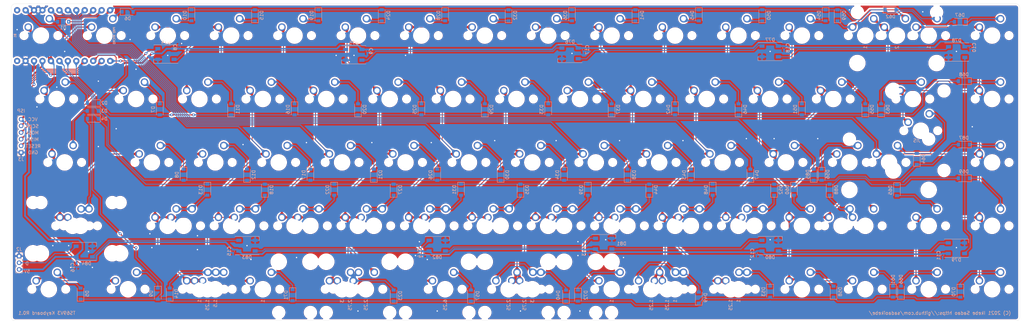
<source format=kicad_pcb>
(kicad_pcb (version 20171130) (host pcbnew "(5.1.8-0-10_14)")
  (layers (0 F.Cu signal) (31 B.Cu signal) (34 B.Paste user) (35 F.Paste user) (36 B.SilkS user) (37 F.SilkS user) (38 B.Mask user) (39 F.Mask user) (44 Edge.Cuts user))
  (net 0 "")
  (net 1 "Net-(D1-Pad2)")
  (net 2 "Net-(D2-Pad2)")
  (net 3 "Net-(D3-Pad2)")
  (net 4 "Net-(D4-Pad2)")
  (net 5 "Net-(D5-Pad2)")
  (net 6 "Net-(D10-Pad2)")
  (net 7 "Net-(D11-Pad2)")
  (net 8 "Net-(D12-Pad2)")
  (net 9 "Net-(D13-Pad2)")
  (net 10 "Net-(D14-Pad2)")
  (net 11 "Net-(D19-Pad2)")
  (net 12 "Net-(D20-Pad2)")
  (net 13 "Net-(D21-Pad2)")
  (net 14 "Net-(D22-Pad2)")
  (net 15 "Net-(D23-Pad2)")
  (net 16 "Net-(D28-Pad2)")
  (net 17 "Net-(D29-Pad2)")
  (net 18 "Net-(D30-Pad2)")
  (net 19 "Net-(D31-Pad2)")
  (net 20 "Net-(D36-Pad2)")
  (net 21 "Net-(D37-Pad2)")
  (net 22 "Net-(D38-Pad2)")
  (net 23 "Net-(D39-Pad2)")
  (net 24 "Net-(D40-Pad2)")
  (net 25 "Net-(D45-Pad2)")
  (net 26 "Net-(D46-Pad2)")
  (net 27 "Net-(D47-Pad2)")
  (net 28 "Net-(D48-Pad2)")
  (net 29 "Net-(D49-Pad2)")
  (net 30 "Net-(D54-Pad2)")
  (net 31 "Net-(D55-Pad2)")
  (net 32 "Net-(D56-Pad2)")
  (net 33 "Net-(D58-Pad2)")
  (net 34 "Net-(D62-Pad2)")
  (net 35 "Net-(D63-Pad2)")
  (net 36 "Net-(D64-Pad2)")
  (net 37 "Net-(D65-Pad2)")
  (net 38 "Net-(D66-Pad2)")
  (net 39 +5V)
  (net 40 GND)
  (net 41 row1)
  (net 42 row3)
  (net 43 row5)
  (net 44 row2)
  (net 45 row4)
  (net 46 "Net-(D74-Pad2)")
  (net 47 "Net-(D75-Pad2)")
  (net 48 "Net-(D76-Pad2)")
  (net 49 "Net-(D77-Pad2)")
  (net 50 "Net-(D78-Pad2)")
  (net 51 "Net-(D79-Pad2)")
  (net 52 "Net-(D80-Pad2)")
  (net 53 "Net-(D81-Pad2)")
  (net 54 "Net-(D82-Pad2)")
  (net 55 "Net-(D83-Pad2)")
  (net 56 RGB2)
  (net 57 col1)
  (net 58 col2)
  (net 59 col3)
  (net 60 col4)
  (net 61 col5)
  (net 62 col6)
  (net 63 col7)
  (net 64 col8)
  (net 65 "Net-(D57-Pad2)")
  (net 66 "Net-(D6-Pad1)")
  (net 67 "Net-(D7-Pad1)")
  (net 68 "Net-(D8-Pad1)")
  (net 69 "Net-(D9-Pad1)")
  (net 70 "Net-(D15-Pad1)")
  (net 71 "Net-(D16-Pad1)")
  (net 72 "Net-(D17-Pad1)")
  (net 73 "Net-(D18-Pad1)")
  (net 74 "Net-(D24-Pad1)")
  (net 75 "Net-(D25-Pad1)")
  (net 76 "Net-(D26-Pad1)")
  (net 77 "Net-(D27-Pad1)")
  (net 78 "Net-(D32-Pad1)")
  (net 79 "Net-(D33-Pad1)")
  (net 80 "Net-(D34-Pad1)")
  (net 81 "Net-(D35-Pad1)")
  (net 82 "Net-(D41-Pad1)")
  (net 83 "Net-(D42-Pad1)")
  (net 84 "Net-(D43-Pad1)")
  (net 85 "Net-(D44-Pad1)")
  (net 86 "Net-(D50-Pad1)")
  (net 87 "Net-(D51-Pad1)")
  (net 88 "Net-(D52-Pad1)")
  (net 89 "Net-(D53-Pad1)")
  (net 90 "Net-(D59-Pad1)")
  (net 91 "Net-(D60-Pad2)")
  (net 92 "Net-(D61-Pad1)")
  (net 93 "Net-(D67-Pad1)")
  (net 94 "Net-(D68-Pad1)")
  (net 95 "Net-(D69-Pad1)")
  (net 96 "Net-(D70-Pad1)")
  (net 97 "Net-(D71-Pad1)")
  (net 98 "Net-(D72-Pad1)")
  (net 99 "Net-(D85-Pad1)")
  (net 100 "Net-(D87-Pad1)")
  (net 101 "Net-(D88-Pad1)")
  (net 102 RESET)
  (net 103 RGB)
  (net 104 MOSI)
  (net 105 MISO)
  (net 106 SCLK)
  (module MX_Only:MXOnly-1U-NoLED (layer F.Cu) (at 157.1625 35.71875)
    (fp_text reference MX36)
    (fp_text value MX-NoLED)
    (pad 2 thru_hole circle (at 2.54 -5.08) (size 2.25 2.25) (drill 1.47) (layers *.Cu B.Mask) (net 20 "Net-(D36-Pad2)"))
    (pad "" np_thru_hole circle (at 0 0) (size 3.9878 3.9878) (drill 3.9878) (layers *.Cu *.Mask))
    (pad 1 thru_hole circle (at -3.81 -2.54) (size 2.25 2.25) (drill 1.47) (layers *.Cu B.Mask) (net 61 col5))
    (pad "" np_thru_hole circle (at -5.08 0 48.0996) (size 1.75 1.75) (drill 1.75) (layers *.Cu *.Mask))
    (pad "" np_thru_hole circle (at 5.08 0 48.0996) (size 1.75 1.75) (drill 1.75) (layers *.Cu *.Mask))
  )
  (module Capacitor_SMD:C_0402_1005Metric (layer B.Cu) (at 46.303029 39.182744 270)
    (fp_text reference C8 (at 0 1.16 90) (layer B.SilkS) (effects (justify mirror)))
    (fp_text value 0.1u)
    (pad 1 smd roundrect (at -0.48 0 270) (size 0.56 0.62) (layers B.Cu B.Paste B.Mask) (net 40 GND))
    (pad 2 smd roundrect (at 0.48 0 270) (size 0.56 0.62) (layers B.Cu B.Paste B.Mask) (net 39 +5V))
  )
  (module MX_Only:MXOnly-1U-NoLED (layer F.Cu) (at 42.8625 35.71875)
    (fp_text reference MX10)
    (fp_text value MX-NoLED)
    (pad 2 thru_hole circle (at 2.54 -5.08) (size 2.25 2.25) (drill 1.47) (layers *.Cu B.Mask) (net 6 "Net-(D10-Pad2)"))
    (pad "" np_thru_hole circle (at 0 0) (size 3.9878 3.9878) (drill 3.9878) (layers *.Cu *.Mask))
    (pad 1 thru_hole circle (at -3.81 -2.54) (size 2.25 2.25) (drill 1.47) (layers *.Cu B.Mask) (net 58 col2))
    (pad "" np_thru_hole circle (at -5.08 0 48.0996) (size 1.75 1.75) (drill 1.75) (layers *.Cu *.Mask))
    (pad "" np_thru_hole circle (at 5.08 0 48.0996) (size 1.75 1.75) (drill 1.75) (layers *.Cu *.Mask))
  )
  (module MX_Only:MXOnly-1U-NoLED (layer F.Cu) (at 128.5875 54.76875)
    (fp_text reference MX29)
    (fp_text value MX-NoLED)
    (pad "" np_thru_hole circle (at 5.08 0 48.0996) (size 1.75 1.75) (drill 1.75) (layers *.Cu *.Mask))
    (pad "" np_thru_hole circle (at -5.08 0 48.0996) (size 1.75 1.75) (drill 1.75) (layers *.Cu *.Mask))
    (pad 1 thru_hole circle (at -3.81 -2.54) (size 2.25 2.25) (drill 1.47) (layers *.Cu B.Mask) (net 60 col4))
    (pad "" np_thru_hole circle (at 0 0) (size 3.9878 3.9878) (drill 3.9878) (layers *.Cu *.Mask))
    (pad 2 thru_hole circle (at 2.54 -5.08) (size 2.25 2.25) (drill 1.47) (layers *.Cu B.Mask) (net 17 "Net-(D29-Pad2)"))
  )
  (module MX_Only:MXOnly-1U-NoLED (layer F.Cu) (at 4.7625 35.71875)
    (fp_text reference MX1)
    (fp_text value MX-NoLED)
    (pad "" np_thru_hole circle (at 5.08 0 48.0996) (size 1.75 1.75) (drill 1.75) (layers *.Cu *.Mask))
    (pad "" np_thru_hole circle (at -5.08 0 48.0996) (size 1.75 1.75) (drill 1.75) (layers *.Cu *.Mask))
    (pad 1 thru_hole circle (at -3.81 -2.54) (size 2.25 2.25) (drill 1.47) (layers *.Cu B.Mask) (net 57 col1))
    (pad "" np_thru_hole circle (at 0 0) (size 3.9878 3.9878) (drill 3.9878) (layers *.Cu *.Mask))
    (pad 2 thru_hole circle (at 2.54 -5.08) (size 2.25 2.25) (drill 1.47) (layers *.Cu B.Mask) (net 1 "Net-(D1-Pad2)"))
  )
  (module MX_Only:MXOnly-1.25U-NoLED (layer F.Cu) (at 7.14375 111.91875)
    (fp_text reference MX5)
    (fp_text value MX-NoLED)
    (pad 2 thru_hole circle (at 2.54 -5.08) (size 2.25 2.25) (drill 1.47) (layers *.Cu B.Mask) (net 5 "Net-(D5-Pad2)"))
    (pad "" np_thru_hole circle (at 0 0) (size 3.9878 3.9878) (drill 3.9878) (layers *.Cu *.Mask))
    (pad 1 thru_hole circle (at -3.81 -2.54) (size 2.25 2.25) (drill 1.47) (layers *.Cu B.Mask) (net 57 col1))
    (pad "" np_thru_hole circle (at -5.08 0 48.0996) (size 1.75 1.75) (drill 1.75) (layers *.Cu *.Mask))
    (pad "" np_thru_hole circle (at 5.08 0 48.0996) (size 1.75 1.75) (drill 1.75) (layers *.Cu *.Mask))
  )
  (module MX_Only:MXOnly-1U-NoLED (layer F.Cu) (at 23.8125 35.71875)
    (fp_text reference MX6)
    (fp_text value MX-NoLED)
    (pad 2 thru_hole circle (at 2.54 -5.08) (size 2.25 2.25) (drill 1.47) (layers *.Cu B.Mask) (net 66 "Net-(D6-Pad1)"))
    (pad "" np_thru_hole circle (at 0 0) (size 3.9878 3.9878) (drill 3.9878) (layers *.Cu *.Mask))
    (pad 1 thru_hole circle (at -3.81 -2.54) (size 2.25 2.25) (drill 1.47) (layers *.Cu B.Mask) (net 57 col1))
    (pad "" np_thru_hole circle (at -5.08 0 48.0996) (size 1.75 1.75) (drill 1.75) (layers *.Cu *.Mask))
    (pad "" np_thru_hole circle (at 5.08 0 48.0996) (size 1.75 1.75) (drill 1.75) (layers *.Cu *.Mask))
  )
  (module MX_Only:MXOnly-1.5U-NoLED (layer F.Cu) (at 9.525 54.76875)
    (fp_text reference MX2)
    (fp_text value MX-NoLED)
    (pad 2 thru_hole circle (at 2.54 -5.08) (size 2.25 2.25) (drill 1.47) (layers *.Cu B.Mask) (net 2 "Net-(D2-Pad2)"))
    (pad "" np_thru_hole circle (at 0 0) (size 3.9878 3.9878) (drill 3.9878) (layers *.Cu *.Mask))
    (pad 1 thru_hole circle (at -3.81 -2.54) (size 2.25 2.25) (drill 1.47) (layers *.Cu B.Mask) (net 57 col1))
    (pad "" np_thru_hole circle (at -5.08 0 48.0996) (size 1.75 1.75) (drill 1.75) (layers *.Cu *.Mask))
    (pad "" np_thru_hole circle (at 5.08 0 48.0996) (size 1.75 1.75) (drill 1.75) (layers *.Cu *.Mask))
  )
  (module MX_Only:MXOnly-1.75U-NoLED (layer F.Cu) (at 11.90625 73.81875)
    (fp_text reference MX3)
    (fp_text value MX-NoLED)
    (pad "" np_thru_hole circle (at 5.08 0 48.0996) (size 1.75 1.75) (drill 1.75) (layers *.Cu *.Mask))
    (pad "" np_thru_hole circle (at -5.08 0 48.0996) (size 1.75 1.75) (drill 1.75) (layers *.Cu *.Mask))
    (pad 1 thru_hole circle (at -3.81 -2.54) (size 2.25 2.25) (drill 1.47) (layers *.Cu B.Mask) (net 57 col1))
    (pad "" np_thru_hole circle (at 0 0) (size 3.9878 3.9878) (drill 3.9878) (layers *.Cu *.Mask))
    (pad 2 thru_hole circle (at 2.54 -5.08) (size 2.25 2.25) (drill 1.47) (layers *.Cu B.Mask) (net 3 "Net-(D3-Pad2)"))
  )
  (module MX_Only:MXOnly-1U-NoLED (layer F.Cu) (at 176.2125 35.71875)
    (fp_text reference MX41)
    (fp_text value MX-NoLED)
    (pad 2 thru_hole circle (at 2.54 -5.08) (size 2.25 2.25) (drill 1.47) (layers *.Cu B.Mask) (net 82 "Net-(D41-Pad1)"))
    (pad "" np_thru_hole circle (at 0 0) (size 3.9878 3.9878) (drill 3.9878) (layers *.Cu *.Mask))
    (pad 1 thru_hole circle (at -3.81 -2.54) (size 2.25 2.25) (drill 1.47) (layers *.Cu B.Mask) (net 61 col5))
    (pad "" np_thru_hole circle (at -5.08 0 48.0996) (size 1.75 1.75) (drill 1.75) (layers *.Cu *.Mask))
    (pad "" np_thru_hole circle (at 5.08 0 48.0996) (size 1.75 1.75) (drill 1.75) (layers *.Cu *.Mask))
  )
  (module MX_Only:MXOnly-1U-NoLED (layer F.Cu) (at 119.0625 35.71875)
    (fp_text reference MX28)
    (fp_text value MX-NoLED)
    (pad 2 thru_hole circle (at 2.54 -5.08) (size 2.25 2.25) (drill 1.47) (layers *.Cu B.Mask) (net 16 "Net-(D28-Pad2)"))
    (pad "" np_thru_hole circle (at 0 0) (size 3.9878 3.9878) (drill 3.9878) (layers *.Cu *.Mask))
    (pad 1 thru_hole circle (at -3.81 -2.54) (size 2.25 2.25) (drill 1.47) (layers *.Cu B.Mask) (net 60 col4))
    (pad "" np_thru_hole circle (at -5.08 0 48.0996) (size 1.75 1.75) (drill 1.75) (layers *.Cu *.Mask))
    (pad "" np_thru_hole circle (at 5.08 0 48.0996) (size 1.75 1.75) (drill 1.75) (layers *.Cu *.Mask))
  )
  (module Diode_SMD:D_SOD-123 (layer B.Cu) (at 88.106324 29.629711 270)
    (fp_text reference D19 (at 0 2 90) (layer B.SilkS) (effects (justify mirror)))
    (fp_text value D)
    (pad 2 smd rect (at 1.65 0 270) (size 0.9 1.2) (layers B.Cu B.Paste B.Mask) (net 11 "Net-(D19-Pad2)"))
    (pad 1 smd rect (at -1.65 0 270) (size 0.9 1.2) (layers B.Cu B.Paste B.Mask) (net 41 row1))
  )
  (module Diode_SMD:D_SOD-123 (layer B.Cu) (at 142.87512 77.526629 90)
    (fp_text reference D30 (at 0 2 90) (layer B.SilkS) (effects (justify mirror)))
    (fp_text value D)
    (pad 2 smd rect (at 1.65 0 90) (size 0.9 1.2) (layers B.Cu B.Paste B.Mask) (net 18 "Net-(D30-Pad2)"))
    (pad 1 smd rect (at -1.65 0 90) (size 0.9 1.2) (layers B.Cu B.Paste B.Mask) (net 42 row3))
  )
  (module MX_Only:MXOnly-1U-NoLED (layer F.Cu) (at 95.25 73.81875)
    (fp_text reference MX21)
    (fp_text value MX-NoLED)
    (pad "" np_thru_hole circle (at 5.08 0 48.0996) (size 1.75 1.75) (drill 1.75) (layers *.Cu *.Mask))
    (pad "" np_thru_hole circle (at -5.08 0 48.0996) (size 1.75 1.75) (drill 1.75) (layers *.Cu *.Mask))
    (pad 1 thru_hole circle (at -3.81 -2.54) (size 2.25 2.25) (drill 1.47) (layers *.Cu B.Mask) (net 59 col3))
    (pad "" np_thru_hole circle (at 0 0) (size 3.9878 3.9878) (drill 3.9878) (layers *.Cu *.Mask))
    (pad 2 thru_hole circle (at 2.54 -5.08) (size 2.25 2.25) (drill 1.47) (layers *.Cu B.Mask) (net 13 "Net-(D21-Pad2)"))
  )
  (module MX_Only:MXOnly-2U-NoLED (layer F.Cu) (at 14.287512 92.868828)
    (fp_text reference MX87)
    (fp_text value MX-NoLED)
    (pad 2 thru_hole circle (at 2.54 -5.08) (size 2.25 2.25) (drill 1.47) (layers *.Cu B.Mask) (net 4 "Net-(D4-Pad2)"))
    (pad "" np_thru_hole circle (at 0 0) (size 3.9878 3.9878) (drill 3.9878) (layers *.Cu *.Mask))
    (pad 1 thru_hole circle (at -3.81 -2.54) (size 2.25 2.25) (drill 1.47) (layers *.Cu B.Mask) (net 57 col1))
    (pad "" np_thru_hole circle (at -5.08 0 48.0996) (size 1.75 1.75) (drill 1.75) (layers *.Cu *.Mask))
    (pad "" np_thru_hole circle (at 5.08 0 48.0996) (size 1.75 1.75) (drill 1.75) (layers *.Cu *.Mask))
    (pad "" np_thru_hole circle (at -11.90625 -6.985) (size 3.048 3.048) (drill 3.048) (layers *.Cu *.Mask))
    (pad "" np_thru_hole circle (at 11.90625 -6.985) (size 3.048 3.048) (drill 3.048) (layers *.Cu *.Mask))
    (pad "" np_thru_hole circle (at -11.90625 8.255) (size 3.9878 3.9878) (drill 3.9878) (layers *.Cu *.Mask))
    (pad "" np_thru_hole circle (at 11.90625 8.255) (size 3.9878 3.9878) (drill 3.9878) (layers *.Cu *.Mask))
  )
  (module LED_SMD:LED_WS2812B_PLCC4_5.0x5.0mm_P3.2mm (layer B.Cu) (at 223.837688 98.821958)
    (fp_text reference D80 (at 0 3.5) (layer B.SilkS) (effects (justify mirror)))
    (fp_text value WS2812B)
    (pad 3 smd rect (at 2.45 -1.6) (size 1.5 1) (layers B.Cu B.Paste B.Mask) (net 40 GND))
    (pad 4 smd rect (at 2.45 1.6) (size 1.5 1) (layers B.Cu B.Paste B.Mask) (net 51 "Net-(D79-Pad2)"))
    (pad 2 smd rect (at -2.45 -1.6) (size 1.5 1) (layers B.Cu B.Paste B.Mask) (net 52 "Net-(D80-Pad2)"))
    (pad 1 smd rect (at -2.45 1.6) (size 1.5 1) (layers B.Cu B.Paste B.Mask) (net 39 +5V))
  )
  (module LED_SMD:LED_WS2812B_PLCC4_5.0x5.0mm_P3.2mm (layer B.Cu) (at 123.82552 98.821958)
    (fp_text reference D82 (at 0 3.5) (layer B.SilkS) (effects (justify mirror)))
    (fp_text value WS2812B)
    (pad 1 smd rect (at -2.45 1.6) (size 1.5 1) (layers B.Cu B.Paste B.Mask) (net 39 +5V))
    (pad 2 smd rect (at -2.45 -1.6) (size 1.5 1) (layers B.Cu B.Paste B.Mask) (net 54 "Net-(D82-Pad2)"))
    (pad 4 smd rect (at 2.45 1.6) (size 1.5 1) (layers B.Cu B.Paste B.Mask) (net 53 "Net-(D81-Pad2)"))
    (pad 3 smd rect (at 2.45 -1.6) (size 1.5 1) (layers B.Cu B.Paste B.Mask) (net 40 GND))
  )
  (module MX_Only:MXOnly-1U-NoLED (layer F.Cu) (at 147.6375 54.76875)
    (fp_text reference MX33)
    (fp_text value MX-NoLED)
    (pad "" np_thru_hole circle (at 5.08 0 48.0996) (size 1.75 1.75) (drill 1.75) (layers *.Cu *.Mask))
    (pad "" np_thru_hole circle (at -5.08 0 48.0996) (size 1.75 1.75) (drill 1.75) (layers *.Cu *.Mask))
    (pad 1 thru_hole circle (at -3.81 -2.54) (size 2.25 2.25) (drill 1.47) (layers *.Cu B.Mask) (net 60 col4))
    (pad "" np_thru_hole circle (at 0 0) (size 3.9878 3.9878) (drill 3.9878) (layers *.Cu *.Mask))
    (pad 2 thru_hole circle (at 2.54 -5.08) (size 2.25 2.25) (drill 1.47) (layers *.Cu B.Mask) (net 79 "Net-(D33-Pad1)"))
  )
  (module MX_Only:MXOnly-1U-NoLED (layer F.Cu) (at 33.3375 54.76875)
    (fp_text reference MX7)
    (fp_text value MX-NoLED)
    (pad "" np_thru_hole circle (at 5.08 0 48.0996) (size 1.75 1.75) (drill 1.75) (layers *.Cu *.Mask))
    (pad "" np_thru_hole circle (at -5.08 0 48.0996) (size 1.75 1.75) (drill 1.75) (layers *.Cu *.Mask))
    (pad 1 thru_hole circle (at -3.81 -2.54) (size 2.25 2.25) (drill 1.47) (layers *.Cu B.Mask) (net 57 col1))
    (pad "" np_thru_hole circle (at 0 0) (size 3.9878 3.9878) (drill 3.9878) (layers *.Cu *.Mask))
    (pad 2 thru_hole circle (at 2.54 -5.08) (size 2.25 2.25) (drill 1.47) (layers *.Cu B.Mask) (net 67 "Net-(D7-Pad1)"))
  )
  (module MX_Only:MXOnly-1U-NoLED (layer F.Cu) (at 209.55 73.81875)
    (fp_text reference MX47)
    (fp_text value MX-NoLED)
    (pad 2 thru_hole circle (at 2.54 -5.08) (size 2.25 2.25) (drill 1.47) (layers *.Cu B.Mask) (net 27 "Net-(D47-Pad2)"))
    (pad "" np_thru_hole circle (at 0 0) (size 3.9878 3.9878) (drill 3.9878) (layers *.Cu *.Mask))
    (pad 1 thru_hole circle (at -3.81 -2.54) (size 2.25 2.25) (drill 1.47) (layers *.Cu B.Mask) (net 62 col6))
    (pad "" np_thru_hole circle (at -5.08 0 48.0996) (size 1.75 1.75) (drill 1.75) (layers *.Cu *.Mask))
    (pad "" np_thru_hole circle (at 5.08 0 48.0996) (size 1.75 1.75) (drill 1.75) (layers *.Cu *.Mask))
  )
  (module MX_Only:MXOnly-1U-NoLED (layer F.Cu) (at 123.825 92.86875)
    (fp_text reference MX31)
    (fp_text value MX-NoLED)
    (pad 2 thru_hole circle (at 2.54 -5.08) (size 2.25 2.25) (drill 1.47) (layers *.Cu B.Mask) (net 19 "Net-(D31-Pad2)"))
    (pad "" np_thru_hole circle (at 0 0) (size 3.9878 3.9878) (drill 3.9878) (layers *.Cu *.Mask))
    (pad 1 thru_hole circle (at -3.81 -2.54) (size 2.25 2.25) (drill 1.47) (layers *.Cu B.Mask) (net 60 col4))
    (pad "" np_thru_hole circle (at -5.08 0 48.0996) (size 1.75 1.75) (drill 1.75) (layers *.Cu *.Mask))
    (pad "" np_thru_hole circle (at 5.08 0 48.0996) (size 1.75 1.75) (drill 1.75) (layers *.Cu *.Mask))
  )
  (module MX_Only:MXOnly-1U-NoLED (layer F.Cu) (at 252.4125 111.91875)
    (fp_text reference MX61)
    (fp_text value MX-NoLED)
    (pad "" np_thru_hole circle (at 5.08 0 48.0996) (size 1.75 1.75) (drill 1.75) (layers *.Cu *.Mask))
    (pad "" np_thru_hole circle (at -5.08 0 48.0996) (size 1.75 1.75) (drill 1.75) (layers *.Cu *.Mask))
    (pad 1 thru_hole circle (at -3.81 -2.54) (size 2.25 2.25) (drill 1.47) (layers *.Cu B.Mask) (net 63 col7))
    (pad "" np_thru_hole circle (at 0 0) (size 3.9878 3.9878) (drill 3.9878) (layers *.Cu *.Mask))
    (pad 2 thru_hole circle (at 2.54 -5.08) (size 2.25 2.25) (drill 1.47) (layers *.Cu B.Mask) (net 92 "Net-(D61-Pad1)"))
  )
  (module MX_Only:MXOnly-1U-NoLED (layer F.Cu) (at 290.5125 54.76875)
    (fp_text reference MX69)
    (fp_text value MX-NoLED)
    (pad "" np_thru_hole circle (at 5.08 0 48.0996) (size 1.75 1.75) (drill 1.75) (layers *.Cu *.Mask))
    (pad "" np_thru_hole circle (at -5.08 0 48.0996) (size 1.75 1.75) (drill 1.75) (layers *.Cu *.Mask))
    (pad 1 thru_hole circle (at -3.81 -2.54) (size 2.25 2.25) (drill 1.47) (layers *.Cu B.Mask) (net 64 col8))
    (pad "" np_thru_hole circle (at 0 0) (size 3.9878 3.9878) (drill 3.9878) (layers *.Cu *.Mask))
    (pad 2 thru_hole circle (at 2.54 -5.08) (size 2.25 2.25) (drill 1.47) (layers *.Cu B.Mask) (net 94 "Net-(D68-Pad1)"))
  )
  (module MX_Only:MXOnly-1.25U-NoLED (layer F.Cu) (at 30.95625 111.91875)
    (fp_text reference MX9)
    (fp_text value MX-NoLED)
    (pad "" np_thru_hole circle (at 5.08 0 48.0996) (size 1.75 1.75) (drill 1.75) (layers *.Cu *.Mask))
    (pad "" np_thru_hole circle (at -5.08 0 48.0996) (size 1.75 1.75) (drill 1.75) (layers *.Cu *.Mask))
    (pad 1 thru_hole circle (at -3.81 -2.54) (size 2.25 2.25) (drill 1.47) (layers *.Cu B.Mask) (net 57 col1))
    (pad "" np_thru_hole circle (at 0 0) (size 3.9878 3.9878) (drill 3.9878) (layers *.Cu *.Mask))
    (pad 2 thru_hole circle (at 2.54 -5.08) (size 2.25 2.25) (drill 1.47) (layers *.Cu B.Mask) (net 69 "Net-(D9-Pad1)"))
  )
  (module MX_Only:MXOnly-2.25U-NoLED (layer F.Cu) (at 259.55625 73.81875)
    (fp_text reference MX65)
    (fp_text value MX-NoLED)
    (pad "" np_thru_hole circle (at 11.90625 8.255) (size 3.9878 3.9878) (drill 3.9878) (layers *.Cu *.Mask))
    (pad "" np_thru_hole circle (at -11.90625 8.255) (size 3.9878 3.9878) (drill 3.9878) (layers *.Cu *.Mask))
    (pad "" np_thru_hole circle (at 11.90625 -6.985) (size 3.048 3.048) (drill 3.048) (layers *.Cu *.Mask))
    (pad "" np_thru_hole circle (at -11.90625 -6.985) (size 3.048 3.048) (drill 3.048) (layers *.Cu *.Mask))
    (pad "" np_thru_hole circle (at 5.08 0 48.0996) (size 1.75 1.75) (drill 1.75) (layers *.Cu *.Mask))
    (pad "" np_thru_hole circle (at -5.08 0 48.0996) (size 1.75 1.75) (drill 1.75) (layers *.Cu *.Mask))
    (pad 1 thru_hole circle (at -3.81 -2.54) (size 2.25 2.25) (drill 1.47) (layers *.Cu B.Mask) (net 64 col8))
    (pad "" np_thru_hole circle (at 0 0) (size 3.9878 3.9878) (drill 3.9878) (layers *.Cu *.Mask))
    (pad 2 thru_hole circle (at 2.54 -5.08) (size 2.25 2.25) (drill 1.47) (layers *.Cu B.Mask) (net 36 "Net-(D64-Pad2)"))
  )
  (module MX_Only:MXOnly-1U-NoLED (layer F.Cu) (at 100.0125 35.71875)
    (fp_text reference MX24)
    (fp_text value MX-NoLED)
    (pad 2 thru_hole circle (at 2.54 -5.08) (size 2.25 2.25) (drill 1.47) (layers *.Cu B.Mask) (net 74 "Net-(D24-Pad1)"))
    (pad "" np_thru_hole circle (at 0 0) (size 3.9878 3.9878) (drill 3.9878) (layers *.Cu *.Mask))
    (pad 1 thru_hole circle (at -3.81 -2.54) (size 2.25 2.25) (drill 1.47) (layers *.Cu B.Mask) (net 59 col3))
    (pad "" np_thru_hole circle (at -5.08 0 48.0996) (size 1.75 1.75) (drill 1.75) (layers *.Cu *.Mask))
    (pad "" np_thru_hole circle (at 5.08 0 48.0996) (size 1.75 1.75) (drill 1.75) (layers *.Cu *.Mask))
  )
  (module MX_Only:MXOnly-1U-NoLED (layer F.Cu) (at 61.9125 35.71875)
    (fp_text reference MX15)
    (fp_text value MX-NoLED)
    (pad 2 thru_hole circle (at 2.54 -5.08) (size 2.25 2.25) (drill 1.47) (layers *.Cu B.Mask) (net 70 "Net-(D15-Pad1)"))
    (pad "" np_thru_hole circle (at 0 0) (size 3.9878 3.9878) (drill 3.9878) (layers *.Cu *.Mask))
    (pad 1 thru_hole circle (at -3.81 -2.54) (size 2.25 2.25) (drill 1.47) (layers *.Cu B.Mask) (net 58 col2))
    (pad "" np_thru_hole circle (at -5.08 0 48.0996) (size 1.75 1.75) (drill 1.75) (layers *.Cu *.Mask))
    (pad "" np_thru_hole circle (at 5.08 0 48.0996) (size 1.75 1.75) (drill 1.75) (layers *.Cu *.Mask))
  )
  (module MX_Only:MXOnly-1U-NoLED (layer F.Cu) (at 138.1125 35.71875)
    (fp_text reference MX32)
    (fp_text value MX-NoLED)
    (pad 2 thru_hole circle (at 2.54 -5.08) (size 2.25 2.25) (drill 1.47) (layers *.Cu B.Mask) (net 78 "Net-(D32-Pad1)"))
    (pad "" np_thru_hole circle (at 0 0) (size 3.9878 3.9878) (drill 3.9878) (layers *.Cu *.Mask))
    (pad 1 thru_hole circle (at -3.81 -2.54) (size 2.25 2.25) (drill 1.47) (layers *.Cu B.Mask) (net 60 col4))
    (pad "" np_thru_hole circle (at -5.08 0 48.0996) (size 1.75 1.75) (drill 1.75) (layers *.Cu *.Mask))
    (pad "" np_thru_hole circle (at 5.08 0 48.0996) (size 1.75 1.75) (drill 1.75) (layers *.Cu *.Mask))
  )
  (module Diode_SMD:D_SOD-123 (layer B.Cu) (at 110.728218 113.840722 90)
    (fp_text reference D23 (at 0 2 90) (layer B.SilkS) (effects (justify mirror)))
    (fp_text value D)
    (pad 2 smd rect (at 1.65 0 90) (size 0.9 1.2) (layers B.Cu B.Paste B.Mask) (net 15 "Net-(D23-Pad2)"))
    (pad 1 smd rect (at -1.65 0 90) (size 0.9 1.2) (layers B.Cu B.Paste B.Mask) (net 43 row5))
  )
  (module Diode_SMD:D_SOD-123 (layer B.Cu) (at 43.457849 113.245409 90)
    (fp_text reference D14 (at 0 2 90) (layer B.SilkS) (effects (justify mirror)))
    (fp_text value D)
    (pad 2 smd rect (at 1.65 0 90) (size 0.9 1.2) (layers B.Cu B.Paste B.Mask) (net 10 "Net-(D14-Pad2)"))
    (pad 1 smd rect (at -1.65 0 90) (size 0.9 1.2) (layers B.Cu B.Paste B.Mask) (net 43 row5))
  )
  (module Diode_SMD:D_SOD-123 (layer B.Cu) (at 225.028314 82.017255 90)
    (fp_text reference D52 (at 0 2 90) (layer B.SilkS) (effects (justify mirror)))
    (fp_text value D)
    (pad 2 smd rect (at 1.65 0 90) (size 0.9 1.2) (layers B.Cu B.Paste B.Mask) (net 45 row4))
    (pad 1 smd rect (at -1.65 0 90) (size 0.9 1.2) (layers B.Cu B.Paste B.Mask) (net 88 "Net-(D52-Pad1)"))
  )
  (module MX_Only:MXOnly-3U-ReversedStabilizers-NoLED (layer F.Cu) (at 95.25 111.91875)
    (fp_text reference MX23)
    (fp_text value MX-NoLED)
    (pad 2 thru_hole circle (at 2.54 -5.08) (size 2.25 2.25) (drill 1.47) (layers *.Cu B.Mask) (net 15 "Net-(D23-Pad2)"))
    (pad 1 thru_hole circle (at -3.81 -2.54 48.1) (size 2.25 2.25) (drill 1.47) (layers *.Cu B.Mask) (net 59 col3))
    (pad "" np_thru_hole circle (at 0 0) (size 3.9878 3.9878) (drill 3.9878) (layers *.Cu *.Mask))
    (pad "" np_thru_hole circle (at -5.08 0 48.0996) (size 1.75 1.75) (drill 1.75) (layers *.Cu *.Mask))
    (pad "" np_thru_hole circle (at 5.08 0 48.0996) (size 1.75 1.75) (drill 1.75) (layers *.Cu *.Mask))
    (pad "" np_thru_hole circle (at -19.05 6.985) (size 3.048 3.048) (drill 3.048) (layers *.Cu *.Mask))
    (pad "" np_thru_hole circle (at 19.05 6.985) (size 3.048 3.048) (drill 3.048) (layers *.Cu *.Mask))
    (pad "" np_thru_hole circle (at -19.05 -8.255) (size 3.9878 3.9878) (drill 3.9878) (layers *.Cu *.Mask))
    (pad "" np_thru_hole circle (at 19.05 -8.255) (size 3.9878 3.9878) (drill 3.9878) (layers *.Cu *.Mask))
  )
  (module LED_SMD:LED_WS2812B_PLCC4_5.0x5.0mm_P3.2mm (layer B.Cu) (at 42.335971 41.262536 180)
    (fp_text reference D74 (at 0 3.5) (layer B.SilkS) (effects (justify mirror)))
    (fp_text value WS2812B)
    (pad 3 smd rect (at 2.45 -1.6 180) (size 1.5 1) (layers B.Cu B.Paste B.Mask) (net 40 GND))
    (pad 4 smd rect (at 2.45 1.6 180) (size 1.5 1) (layers B.Cu B.Paste B.Mask) (net 103 RGB))
    (pad 2 smd rect (at -2.45 -1.6 180) (size 1.5 1) (layers B.Cu B.Paste B.Mask) (net 46 "Net-(D74-Pad2)"))
    (pad 1 smd rect (at -2.45 1.6 180) (size 1.5 1) (layers B.Cu B.Paste B.Mask) (net 39 +5V))
  )
  (module MX_Only:MXOnly-1U-NoLED (layer F.Cu) (at 290.5125 35.71875)
    (fp_text reference MX68)
    (fp_text value MX-NoLED)
    (pad 2 thru_hole circle (at 2.54 -5.08) (size 2.25 2.25) (drill 1.47) (layers *.Cu B.Mask) (net 93 "Net-(D67-Pad1)"))
    (pad "" np_thru_hole circle (at 0 0) (size 3.9878 3.9878) (drill 3.9878) (layers *.Cu *.Mask))
    (pad 1 thru_hole circle (at -3.81 -2.54) (size 2.25 2.25) (drill 1.47) (layers *.Cu B.Mask) (net 64 col8))
    (pad "" np_thru_hole circle (at -5.08 0 48.0996) (size 1.75 1.75) (drill 1.75) (layers *.Cu *.Mask))
    (pad "" np_thru_hole circle (at 5.08 0 48.0996) (size 1.75 1.75) (drill 1.75) (layers *.Cu *.Mask))
  )
  (module MX_Only:MXOnly-1U-NoLED (layer F.Cu) (at 233.3625 111.91875)
    (fp_text reference MX58)
    (fp_text value MX-NoLED)
    (pad "" np_thru_hole circle (at 5.08 0 48.0996) (size 1.75 1.75) (drill 1.75) (layers *.Cu *.Mask))
    (pad "" np_thru_hole circle (at -5.08 0 48.0996) (size 1.75 1.75) (drill 1.75) (layers *.Cu *.Mask))
    (pad 1 thru_hole circle (at -3.81 -2.54) (size 2.25 2.25) (drill 1.47) (layers *.Cu B.Mask) (net 63 col7))
    (pad "" np_thru_hole circle (at 0 0) (size 3.9878 3.9878) (drill 3.9878) (layers *.Cu *.Mask))
    (pad 2 thru_hole circle (at 2.54 -5.08) (size 2.25 2.25) (drill 1.47) (layers *.Cu B.Mask) (net 33 "Net-(D58-Pad2)"))
  )
  (module Diode_SMD:D_SOD-123 (layer B.Cu) (at 280.987736 112.650096 270)
    (fp_text reference D70 (at 0 2 90) (layer B.SilkS) (effects (justify mirror)))
    (fp_text value D)
    (pad 2 smd rect (at 1.65 0 270) (size 0.9 1.2) (layers B.Cu B.Paste B.Mask) (net 43 row5))
    (pad 1 smd rect (at -1.65 0 270) (size 0.9 1.2) (layers B.Cu B.Paste B.Mask) (net 96 "Net-(D70-Pad1)"))
  )
  (module Diode_SMD:D_SOD-123 (layer B.Cu) (at 282.042423 78.581316 180)
    (fp_text reference D69 (at 0 2) (layer B.SilkS) (effects (justify mirror)))
    (fp_text value D)
    (pad 2 smd rect (at 1.65 0 180) (size 0.9 1.2) (layers B.Cu B.Paste B.Mask) (net 45 row4))
    (pad 1 smd rect (at -1.65 0 180) (size 0.9 1.2) (layers B.Cu B.Paste B.Mask) (net 95 "Net-(D69-Pad1)"))
  )
  (module Diode_SMD:D_SOD-123 (layer B.Cu) (at 282.042423 49.410979 180)
    (fp_text reference D68 (at 0 2) (layer B.SilkS) (effects (justify mirror)))
    (fp_text value D)
    (pad 2 smd rect (at 1.65 0 180) (size 0.9 1.2) (layers B.Cu B.Paste B.Mask) (net 44 row2))
    (pad 1 smd rect (at -1.65 0 180) (size 0.9 1.2) (layers B.Cu B.Paste B.Mask) (net 94 "Net-(D68-Pad1)"))
  )
  (module Diode_SMD:D_SOD-123 (layer B.Cu) (at 280.851797 31.551589 180)
    (fp_text reference D67 (at 0 2) (layer B.SilkS) (effects (justify mirror)))
    (fp_text value D)
    (pad 2 smd rect (at 1.65 0 180) (size 0.9 1.2) (layers B.Cu B.Paste B.Mask) (net 41 row1))
    (pad 1 smd rect (at -1.65 0 180) (size 0.9 1.2) (layers B.Cu B.Paste B.Mask) (net 93 "Net-(D67-Pad1)"))
  )
  (module Diode_SMD:D_SOD-123 (layer B.Cu) (at 263.128346 112.650096 90)
    (fp_text reference D66 (at 3.707817 0 90) (layer B.SilkS) (effects (justify mirror)))
    (fp_text value D)
    (pad 2 smd rect (at 1.65 0 90) (size 0.9 1.2) (layers B.Cu B.Paste B.Mask) (net 38 "Net-(D66-Pad2)"))
    (pad 1 smd rect (at -1.65 0 90) (size 0.9 1.2) (layers B.Cu B.Paste B.Mask) (net 43 row5))
  )
  (module Diode_SMD:D_SOD-123 (layer B.Cu) (at 261.93772 82.153194 270)
    (fp_text reference D65 (at 0 2 90) (layer B.SilkS) (effects (justify mirror)))
    (fp_text value D)
    (pad 2 smd rect (at 1.65 0 270) (size 0.9 1.2) (layers B.Cu B.Paste B.Mask) (net 37 "Net-(D65-Pad2)"))
    (pad 1 smd rect (at -1.65 0 270) (size 0.9 1.2) (layers B.Cu B.Paste B.Mask) (net 45 row4))
  )
  (module Diode_SMD:D_SOD-123 (layer B.Cu) (at 267.89085 72.764125 90)
    (fp_text reference D64 (at 0 2 90) (layer B.SilkS) (effects (justify mirror)))
    (fp_text value D)
    (pad 2 smd rect (at 1.65 0 90) (size 0.9 1.2) (layers B.Cu B.Paste B.Mask) (net 36 "Net-(D64-Pad2)"))
    (pad 1 smd rect (at -1.65 0 90) (size 0.9 1.2) (layers B.Cu B.Paste B.Mask) (net 42 row3))
  )
  (module Diode_SMD:D_SOD-123 (layer B.Cu) (at 257.175216 57.88125 90)
    (fp_text reference D63 (at 0 2 90) (layer B.SilkS) (effects (justify mirror)))
    (fp_text value D)
    (pad 2 smd rect (at 1.65 0 90) (size 0.9 1.2) (layers B.Cu B.Paste B.Mask) (net 35 "Net-(D63-Pad2)"))
    (pad 1 smd rect (at -1.65 0 90) (size 0.9 1.2) (layers B.Cu B.Paste B.Mask) (net 44 row2))
  )
  (module Diode_SMD:D_SOD-123 (layer B.Cu) (at 260.015842 27.979711)
    (fp_text reference D62 (at 0 2) (layer B.SilkS) (effects (justify mirror)))
    (fp_text value D)
    (pad 2 smd rect (at 1.65 0) (size 0.9 1.2) (layers B.Cu B.Paste B.Mask) (net 34 "Net-(D62-Pad2)"))
    (pad 1 smd rect (at -1.65 0) (size 0.9 1.2) (layers B.Cu B.Paste B.Mask) (net 41 row1))
  )
  (module Diode_SMD:D_SOD-123 (layer B.Cu) (at 260.746875 112.650096 270)
    (fp_text reference D61 (at -3.707817 -0.000219 90) (layer B.SilkS) (effects (justify mirror)))
    (fp_text value D)
    (pad 2 smd rect (at 1.65 0 270) (size 0.9 1.2) (layers B.Cu B.Paste B.Mask) (net 43 row5))
    (pad 1 smd rect (at -1.65 0 270) (size 0.9 1.2) (layers B.Cu B.Paste B.Mask) (net 92 "Net-(D61-Pad1)"))
  )
  (module Diode_SMD:D_SOD-123 (layer B.Cu) (at 244.07833 29.629711 90)
    (fp_text reference D59 (at 0 2 90) (layer B.SilkS) (effects (justify mirror)))
    (fp_text value D)
    (pad 2 smd rect (at 1.65 0 90) (size 0.9 1.2) (layers B.Cu B.Paste B.Mask) (net 41 row1))
    (pad 1 smd rect (at -1.65 0 90) (size 0.9 1.2) (layers B.Cu B.Paste B.Mask) (net 90 "Net-(D59-Pad1)"))
  )
  (module Diode_SMD:D_SOD-123 (layer B.Cu) (at 242.8875 112.65 90)
    (fp_text reference D58 (at 0 2 90) (layer B.SilkS) (effects (justify mirror)))
    (fp_text value D)
    (pad 2 smd rect (at 1.65 0 90) (size 0.9 1.2) (layers B.Cu B.Paste B.Mask) (net 33 "Net-(D58-Pad2)"))
    (pad 1 smd rect (at -1.65 0 90) (size 0.9 1.2) (layers B.Cu B.Paste B.Mask) (net 43 row5))
  )
  (module Diode_SMD:D_SOD-123 (layer B.Cu) (at 236.934574 77.526629 90)
    (fp_text reference D56 (at 0.135939 4.167191 90) (layer B.SilkS) (effects (justify mirror)))
    (fp_text value D)
    (pad 2 smd rect (at 1.65 0 90) (size 0.9 1.2) (layers B.Cu B.Paste B.Mask) (net 32 "Net-(D56-Pad2)"))
    (pad 1 smd rect (at -1.65 0 90) (size 0.9 1.2) (layers B.Cu B.Paste B.Mask) (net 42 row3))
  )
  (module Diode_SMD:D_SOD-123 (layer B.Cu) (at 252.4125 57.8813 90)
    (fp_text reference D55 (at 0 2 90) (layer B.SilkS) (effects (justify mirror)))
    (fp_text value D)
    (pad 2 smd rect (at 1.65 0 90) (size 0.9 1.2) (layers B.Cu B.Paste B.Mask) (net 31 "Net-(D55-Pad2)"))
    (pad 1 smd rect (at -1.65 0 90) (size 0.9 1.2) (layers B.Cu B.Paste B.Mask) (net 44 row2))
  )
  (module Diode_SMD:D_SOD-123 (layer B.Cu) (at 240.506452 29.629711 270)
    (fp_text reference D54 (at 0 2 90) (layer B.SilkS) (effects (justify mirror)))
    (fp_text value D)
    (pad 2 smd rect (at 1.65 0 270) (size 0.9 1.2) (layers B.Cu B.Paste B.Mask) (net 30 "Net-(D54-Pad2)"))
    (pad 1 smd rect (at -1.65 0 270) (size 0.9 1.2) (layers B.Cu B.Paste B.Mask) (net 41 row1))
  )
  (module Diode_SMD:D_SOD-123 (layer B.Cu) (at 223.8375 112.650096 270)
    (fp_text reference D53 (at 0 2 90) (layer B.SilkS) (effects (justify mirror)))
    (fp_text value D)
    (pad 2 smd rect (at 1.65 0 270) (size 0.9 1.2) (layers B.Cu B.Paste B.Mask) (net 43 row5))
    (pad 1 smd rect (at -1.65 0 270) (size 0.9 1.2) (layers B.Cu B.Paste B.Mask) (net 89 "Net-(D53-Pad1)"))
  )
  (module Diode_SMD:D_SOD-123 (layer B.Cu) (at 233.362696 57.8813 270)
    (fp_text reference D51 (at 0 2 90) (layer B.SilkS) (effects (justify mirror)))
    (fp_text value D)
    (pad 2 smd rect (at 1.65 0 270) (size 0.9 1.2) (layers B.Cu B.Paste B.Mask) (net 44 row2))
    (pad 1 smd rect (at -1.65 0 270) (size 0.9 1.2) (layers B.Cu B.Paste B.Mask) (net 87 "Net-(D51-Pad1)"))
  )
  (module Diode_SMD:D_SOD-123 (layer B.Cu) (at 221.456436 29.629711 90)
    (fp_text reference D50 (at 0 2 90) (layer B.SilkS) (effects (justify mirror)))
    (fp_text value D)
    (pad 2 smd rect (at 1.65 0 90) (size 0.9 1.2) (layers B.Cu B.Paste B.Mask) (net 41 row1))
    (pad 1 smd rect (at -1.65 0 90) (size 0.9 1.2) (layers B.Cu B.Paste B.Mask) (net 86 "Net-(D50-Pad1)"))
  )
  (module Diode_SMD:D_SOD-123 (layer B.Cu) (at 202.40642 114.436035 90)
    (fp_text reference D49 (at 0 2 90) (layer B.SilkS) (effects (justify mirror)))
    (fp_text value D)
    (pad 2 smd rect (at 1.65 0 90) (size 0.9 1.2) (layers B.Cu B.Paste B.Mask) (net 29 "Net-(D49-Pad2)"))
    (pad 1 smd rect (at -1.65 0 90) (size 0.9 1.2) (layers B.Cu B.Paste B.Mask) (net 43 row5))
  )
  (module Diode_SMD:D_SOD-123 (layer B.Cu) (at 206.573611 82.017255 270)
    (fp_text reference D48 (at 0 2 90) (layer B.SilkS) (effects (justify mirror)))
    (fp_text value D)
    (pad 2 smd rect (at 1.65 0 270) (size 0.9 1.2) (layers B.Cu B.Paste B.Mask) (net 28 "Net-(D48-Pad2)"))
    (pad 1 smd rect (at -1.65 0 270) (size 0.9 1.2) (layers B.Cu B.Paste B.Mask) (net 45 row4))
  )
  (module Diode_SMD:D_SOD-123 (layer B.Cu) (at 217.884558 77.526629 90)
    (fp_text reference D47 (at 0 2 90) (layer B.SilkS) (effects (justify mirror)))
    (fp_text value D)
    (pad 2 smd rect (at 1.65 0 90) (size 0.9 1.2) (layers B.Cu B.Paste B.Mask) (net 27 "Net-(D47-Pad2)"))
    (pad 1 smd rect (at -1.65 0 90) (size 0.9 1.2) (layers B.Cu B.Paste B.Mask) (net 42 row3))
  )
  (module Diode_SMD:D_SOD-123 (layer B.Cu) (at 214.3125 57.88125 90)
    (fp_text reference D46 (at 0 2 90) (layer B.SilkS) (effects (justify mirror)))
    (fp_text value D)
    (pad 2 smd rect (at 1.65 0 90) (size 0.9 1.2) (layers B.Cu B.Paste B.Mask) (net 26 "Net-(D46-Pad2)"))
    (pad 1 smd rect (at -1.65 0 90) (size 0.9 1.2) (layers B.Cu B.Paste B.Mask) (net 44 row2))
  )
  (module Diode_SMD:D_SOD-123 (layer B.Cu) (at 202.40642 29.629711 270)
    (fp_text reference D45 (at 0 2 90) (layer B.SilkS) (effects (justify mirror)))
    (fp_text value D)
    (pad 2 smd rect (at 1.65 0 270) (size 0.9 1.2) (layers B.Cu B.Paste B.Mask) (net 25 "Net-(D45-Pad2)"))
    (pad 1 smd rect (at -1.65 0 270) (size 0.9 1.2) (layers B.Cu B.Paste B.Mask) (net 41 row1))
  )
  (module Diode_SMD:D_SOD-123 (layer B.Cu) (at 187.523595 82.017255 90)
    (fp_text reference D44 (at 0 2 90) (layer B.SilkS) (effects (justify mirror)))
    (fp_text value D)
    (pad 2 smd rect (at 1.65 0 90) (size 0.9 1.2) (layers B.Cu B.Paste B.Mask) (net 45 row4))
    (pad 1 smd rect (at -1.65 0 90) (size 0.9 1.2) (layers B.Cu B.Paste B.Mask) (net 85 "Net-(D44-Pad1)"))
  )
  (module Diode_SMD:D_SOD-123 (layer B.Cu) (at 200.025168 77.526629 270)
    (fp_text reference D43 (at 0 2 90) (layer B.SilkS) (effects (justify mirror)))
    (fp_text value D)
    (pad 2 smd rect (at 1.65 0 270) (size 0.9 1.2) (layers B.Cu B.Paste B.Mask) (net 42 row3))
    (pad 1 smd rect (at -1.65 0 270) (size 0.9 1.2) (layers B.Cu B.Paste B.Mask) (net 84 "Net-(D43-Pad1)"))
  )
  (module Diode_SMD:D_SOD-123 (layer B.Cu) (at 195.262664 57.8813 270)
    (fp_text reference D42 (at 0 2 90) (layer B.SilkS) (effects (justify mirror)))
    (fp_text value D)
    (pad 2 smd rect (at 1.65 0 270) (size 0.9 1.2) (layers B.Cu B.Paste B.Mask) (net 44 row2))
    (pad 1 smd rect (at -1.65 0 270) (size 0.9 1.2) (layers B.Cu B.Paste B.Mask) (net 83 "Net-(D42-Pad1)"))
  )
  (module Diode_SMD:D_SOD-123 (layer B.Cu) (at 183.356404 29.629711 90)
    (fp_text reference D41 (at 0 2 90) (layer B.SilkS) (effects (justify mirror)))
    (fp_text value D)
    (pad 2 smd rect (at 1.65 0 90) (size 0.9 1.2) (layers B.Cu B.Paste B.Mask) (net 41 row1))
    (pad 1 smd rect (at -1.65 0 90) (size 0.9 1.2) (layers B.Cu B.Paste B.Mask) (net 82 "Net-(D41-Pad1)"))
  )
  (module Diode_SMD:D_SOD-123 (layer B.Cu) (at 162.520449 113.840722 90)
    (fp_text reference D40 (at 0.135939 -2.381252 90) (layer B.SilkS) (effects (justify mirror)))
    (fp_text value D)
    (pad 2 smd rect (at 1.65 0 90) (size 0.9 1.2) (layers B.Cu B.Paste B.Mask) (net 24 "Net-(D40-Pad2)"))
    (pad 1 smd rect (at -1.65 0 90) (size 0.9 1.2) (layers B.Cu B.Paste B.Mask) (net 43 row5))
  )
  (module Diode_SMD:D_SOD-123 (layer B.Cu) (at 169.068892 82.017255 270)
    (fp_text reference D39 (at 0 2 90) (layer B.SilkS) (effects (justify mirror)))
    (fp_text value D)
    (pad 2 smd rect (at 1.65 0 270) (size 0.9 1.2) (layers B.Cu B.Paste B.Mask) (net 23 "Net-(D39-Pad2)"))
    (pad 1 smd rect (at -1.65 0 270) (size 0.9 1.2) (layers B.Cu B.Paste B.Mask) (net 45 row4))
  )
  (module Diode_SMD:D_SOD-123 (layer B.Cu) (at 180.975 77.526629 90)
    (fp_text reference D38 (at 0 2 90) (layer B.SilkS) (effects (justify mirror)))
    (fp_text value D)
    (pad 2 smd rect (at 1.65 0 90) (size 0.9 1.2) (layers B.Cu B.Paste B.Mask) (net 22 "Net-(D38-Pad2)"))
    (pad 1 smd rect (at -1.65 0 90) (size 0.9 1.2) (layers B.Cu B.Paste B.Mask) (net 42 row3))
  )
  (module Diode_SMD:D_SOD-123 (layer B.Cu) (at 176.2125 57.88125 90)
    (fp_text reference D37 (at 0 2 90) (layer B.SilkS) (effects (justify mirror)))
    (fp_text value D)
    (pad 2 smd rect (at 1.65 0 90) (size 0.9 1.2) (layers B.Cu B.Paste B.Mask) (net 21 "Net-(D37-Pad2)"))
    (pad 1 smd rect (at -1.65 0 90) (size 0.9 1.2) (layers B.Cu B.Paste B.Mask) (net 44 row2))
  )
  (module Diode_SMD:D_SOD-123 (layer B.Cu) (at 164.306388 29.629711 270)
    (fp_text reference D36 (at 0 2 90) (layer B.SilkS) (effects (justify mirror)))
    (fp_text value D)
    (pad 1 smd rect (at -1.65 0 270) (size 0.9 1.2) (layers B.Cu B.Paste B.Mask) (net 41 row1))
    (pad 2 smd rect (at 1.65 0 270) (size 0.9 1.2) (layers B.Cu B.Paste B.Mask) (net 20 "Net-(D36-Pad2)"))
  )
  (module Diode_SMD:D_SOD-123 (layer B.Cu) (at 148.82825 82.017255 90)
    (fp_text reference D35 (at 0 2 90) (layer B.SilkS) (effects (justify mirror)))
    (fp_text value D)
    (pad 2 smd rect (at 1.65 0 90) (size 0.9 1.2) (layers B.Cu B.Paste B.Mask) (net 45 row4))
    (pad 1 smd rect (at -1.65 0 90) (size 0.9 1.2) (layers B.Cu B.Paste B.Mask) (net 81 "Net-(D35-Pad1)"))
  )
  (module Diode_SMD:D_SOD-123 (layer B.Cu) (at 161.925136 77.526629 270)
    (fp_text reference D34 (at 0 2 90) (layer B.SilkS) (effects (justify mirror)))
    (fp_text value D)
    (pad 2 smd rect (at 1.65 0 270) (size 0.9 1.2) (layers B.Cu B.Paste B.Mask) (net 42 row3))
    (pad 1 smd rect (at -1.65 0 270) (size 0.9 1.2) (layers B.Cu B.Paste B.Mask) (net 80 "Net-(D34-Pad1)"))
  )
  (module Diode_SMD:D_SOD-123 (layer B.Cu) (at 157.162632 57.8813 270)
    (fp_text reference D33 (at 0 2 90) (layer B.SilkS) (effects (justify mirror)))
    (fp_text value D)
    (pad 2 smd rect (at 1.65 0 270) (size 0.9 1.2) (layers B.Cu B.Paste B.Mask) (net 44 row2))
    (pad 1 smd rect (at -1.65 0 270) (size 0.9 1.2) (layers B.Cu B.Paste B.Mask) (net 79 "Net-(D33-Pad1)"))
  )
  (module Diode_SMD:D_SOD-123 (layer B.Cu) (at 145.256372 29.629711 90)
    (fp_text reference D32 (at 0 2 90) (layer B.SilkS) (effects (justify mirror)))
    (fp_text value D)
    (pad 2 smd rect (at 1.65 0 90) (size 0.9 1.2) (layers B.Cu B.Paste B.Mask) (net 41 row1))
    (pad 1 smd rect (at -1.65 0 90) (size 0.9 1.2) (layers B.Cu B.Paste B.Mask) (net 78 "Net-(D32-Pad1)"))
  )
  (module Diode_SMD:D_SOD-123 (layer B.Cu) (at 130.96886 82.017255 270)
    (fp_text reference D31 (at 0 2 90) (layer B.SilkS) (effects (justify mirror)))
    (fp_text value D)
    (pad 2 smd rect (at 1.65 0 270) (size 0.9 1.2) (layers B.Cu B.Paste B.Mask) (net 19 "Net-(D31-Pad2)"))
    (pad 1 smd rect (at -1.65 0 270) (size 0.9 1.2) (layers B.Cu B.Paste B.Mask) (net 45 row4))
  )
  (module Diode_SMD:D_SOD-123 (layer B.Cu) (at 138.112616 57.8813 90)
    (fp_text reference D29 (at 0 2 90) (layer B.SilkS) (effects (justify mirror)))
    (fp_text value D)
    (pad 2 smd rect (at 1.65 0 90) (size 0.9 1.2) (layers B.Cu B.Paste B.Mask) (net 17 "Net-(D29-Pad2)"))
    (pad 1 smd rect (at -1.65 0 90) (size 0.9 1.2) (layers B.Cu B.Paste B.Mask) (net 44 row2))
  )
  (module Diode_SMD:D_SOD-123 (layer B.Cu) (at 126.206356 29.629711 270)
    (fp_text reference D28 (at 0 2 90) (layer B.SilkS) (effects (justify mirror)))
    (fp_text value D)
    (pad 2 smd rect (at 1.65 0 270) (size 0.9 1.2) (layers B.Cu B.Paste B.Mask) (net 16 "Net-(D28-Pad2)"))
    (pad 1 smd rect (at -1.65 0 270) (size 0.9 1.2) (layers B.Cu B.Paste B.Mask) (net 41 row1))
  )
  (module Diode_SMD:D_SOD-123 (layer B.Cu) (at 110.728218 82.017255 90)
    (fp_text reference D27 (at 0 2 90) (layer B.SilkS) (effects (justify mirror)))
    (fp_text value D)
    (pad 2 smd rect (at 1.65 0 90) (size 0.9 1.2) (layers B.Cu B.Paste B.Mask) (net 45 row4))
    (pad 1 smd rect (at -1.65 0 90) (size 0.9 1.2) (layers B.Cu B.Paste B.Mask) (net 77 "Net-(D27-Pad1)"))
  )
  (module Diode_SMD:D_SOD-123 (layer B.Cu) (at 123.825104 77.526629 270)
    (fp_text reference D26 (at 0 2 90) (layer B.SilkS) (effects (justify mirror)))
    (fp_text value D)
    (pad 2 smd rect (at 1.65 0 270) (size 0.9 1.2) (layers B.Cu B.Paste B.Mask) (net 42 row3))
    (pad 1 smd rect (at -1.65 0 270) (size 0.9 1.2) (layers B.Cu B.Paste B.Mask) (net 76 "Net-(D26-Pad1)"))
  )
  (module Diode_SMD:D_SOD-123 (layer B.Cu) (at 119.0625 57.8813 270)
    (fp_text reference D25 (at 0 2 90) (layer B.SilkS) (effects (justify mirror)))
    (fp_text value D)
    (pad 2 smd rect (at 1.65 0 270) (size 0.9 1.2) (layers B.Cu B.Paste B.Mask) (net 44 row2))
    (pad 1 smd rect (at -1.65 0 270) (size 0.9 1.2) (layers B.Cu B.Paste B.Mask) (net 75 "Net-(D25-Pad1)"))
  )
  (module Diode_SMD:D_SOD-123 (layer B.Cu) (at 107.15634 29.629711 90)
    (fp_text reference D24 (at 0 2 90) (layer B.SilkS) (effects (justify mirror)))
    (fp_text value D)
    (pad 2 smd rect (at 1.65 0 90) (size 0.9 1.2) (layers B.Cu B.Paste B.Mask) (net 41 row1))
    (pad 1 smd rect (at -1.65 0 90) (size 0.9 1.2) (layers B.Cu B.Paste B.Mask) (net 74 "Net-(D24-Pad1)"))
  )
  (module Diode_SMD:D_SOD-123 (layer B.Cu) (at 92.868828 82.017255 270)
    (fp_text reference D22 (at 0 2 90) (layer B.SilkS) (effects (justify mirror)))
    (fp_text value D)
    (pad 2 smd rect (at 1.65 0 270) (size 0.9 1.2) (layers B.Cu B.Paste B.Mask) (net 14 "Net-(D22-Pad2)"))
    (pad 1 smd rect (at -1.65 0 270) (size 0.9 1.2) (layers B.Cu B.Paste B.Mask) (net 45 row4))
  )
  (module Diode_SMD:D_SOD-123 (layer B.Cu) (at 104.775 77.526629 90)
    (fp_text reference D21 (at 0 2 90) (layer B.SilkS) (effects (justify mirror)))
    (fp_text value D)
    (pad 2 smd rect (at 1.65 0 90) (size 0.9 1.2) (layers B.Cu B.Paste B.Mask) (net 13 "Net-(D21-Pad2)"))
    (pad 1 smd rect (at -1.65 0 90) (size 0.9 1.2) (layers B.Cu B.Paste B.Mask) (net 42 row3))
  )
  (module Diode_SMD:D_SOD-123 (layer B.Cu) (at 100.0125 57.88125 90)
    (fp_text reference D20 (at 0 2 90) (layer B.SilkS) (effects (justify mirror)))
    (fp_text value D)
    (pad 2 smd rect (at 1.65 0 90) (size 0.9 1.2) (layers B.Cu B.Paste B.Mask) (net 12 "Net-(D20-Pad2)"))
    (pad 1 smd rect (at -1.65 0 90) (size 0.9 1.2) (layers B.Cu B.Paste B.Mask) (net 44 row2))
  )
  (module Diode_SMD:D_SOD-123 (layer B.Cu) (at 72.032873 82.017255 90)
    (fp_text reference D18 (at 0 2 90) (layer B.SilkS) (effects (justify mirror)))
    (fp_text value D)
    (pad 2 smd rect (at 1.65 0 90) (size 0.9 1.2) (layers B.Cu B.Paste B.Mask) (net 45 row4))
    (pad 1 smd rect (at -1.65 0 90) (size 0.9 1.2) (layers B.Cu B.Paste B.Mask) (net 73 "Net-(D18-Pad1)"))
  )
  (module Diode_SMD:D_SOD-123 (layer B.Cu) (at 85.725072 77.526629 270)
    (fp_text reference D17 (at 0 2 90) (layer B.SilkS) (effects (justify mirror)))
    (fp_text value D)
    (pad 2 smd rect (at 1.65 0 270) (size 0.9 1.2) (layers B.Cu B.Paste B.Mask) (net 42 row3))
    (pad 1 smd rect (at -1.65 0 270) (size 0.9 1.2) (layers B.Cu B.Paste B.Mask) (net 72 "Net-(D17-Pad1)"))
  )
  (module Diode_SMD:D_SOD-123 (layer B.Cu) (at 80.962568 57.8813 270)
    (fp_text reference D16 (at 0 2 90) (layer B.SilkS) (effects (justify mirror)))
    (fp_text value D)
    (pad 2 smd rect (at 1.65 0 270) (size 0.9 1.2) (layers B.Cu B.Paste B.Mask) (net 44 row2))
    (pad 1 smd rect (at -1.65 0 270) (size 0.9 1.2) (layers B.Cu B.Paste B.Mask) (net 71 "Net-(D16-Pad1)"))
  )
  (module Diode_SMD:D_SOD-123 (layer B.Cu) (at 69.056308 29.629711 90)
    (fp_text reference D15 (at 0 2 90) (layer B.SilkS) (effects (justify mirror)))
    (fp_text value D)
    (pad 2 smd rect (at 1.65 0 90) (size 0.9 1.2) (layers B.Cu B.Paste B.Mask) (net 41 row1))
    (pad 1 smd rect (at -1.65 0 90) (size 0.9 1.2) (layers B.Cu B.Paste B.Mask) (net 70 "Net-(D15-Pad1)"))
  )
  (module Diode_SMD:D_SOD-123 (layer B.Cu) (at 54.768796 82.017255 270)
    (fp_text reference D13 (at 0 2 90) (layer B.SilkS) (effects (justify mirror)))
    (fp_text value D)
    (pad 2 smd rect (at 1.65 0 270) (size 0.9 1.2) (layers B.Cu B.Paste B.Mask) (net 9 "Net-(D13-Pad2)"))
    (pad 1 smd rect (at -1.65 0 270) (size 0.9 1.2) (layers B.Cu B.Paste B.Mask) (net 45 row4))
  )
  (module Diode_SMD:D_SOD-123 (layer B.Cu) (at 66.675056 77.526629 90)
    (fp_text reference D12 (at 0 2 90) (layer B.SilkS) (effects (justify mirror)))
    (fp_text value D)
    (pad 2 smd rect (at 1.65 0 90) (size 0.9 1.2) (layers B.Cu B.Paste B.Mask) (net 8 "Net-(D12-Pad2)"))
    (pad 1 smd rect (at -1.65 0 90) (size 0.9 1.2) (layers B.Cu B.Paste B.Mask) (net 42 row3))
  )
  (module Diode_SMD:D_SOD-123 (layer B.Cu) (at 61.9125 57.88125 90)
    (fp_text reference D11 (at 0 2 90) (layer B.SilkS) (effects (justify mirror)))
    (fp_text value D)
    (pad 2 smd rect (at 1.65 0 90) (size 0.9 1.2) (layers B.Cu B.Paste B.Mask) (net 7 "Net-(D11-Pad2)"))
    (pad 1 smd rect (at -1.65 0 90) (size 0.9 1.2) (layers B.Cu B.Paste B.Mask) (net 44 row2))
  )
  (module Diode_SMD:D_SOD-123 (layer B.Cu) (at 50.006292 29.629711 270)
    (fp_text reference D10 (at 0 2 90) (layer B.SilkS) (effects (justify mirror)))
    (fp_text value D)
    (pad 2 smd rect (at 1.65 0 270) (size 0.9 1.2) (layers B.Cu B.Paste B.Mask) (net 6 "Net-(D10-Pad2)"))
    (pad 1 smd rect (at -1.65 0 270) (size 0.9 1.2) (layers B.Cu B.Paste B.Mask) (net 41 row1))
  )
  (module Diode_SMD:D_SOD-123 (layer B.Cu) (at 39.885971 113.245409 270)
    (fp_text reference D9 (at 0 2 90) (layer B.SilkS) (effects (justify mirror)))
    (fp_text value D)
    (pad 2 smd rect (at 1.65 0 270) (size 0.9 1.2) (layers B.Cu B.Paste B.Mask) (net 43 row5))
    (pad 1 smd rect (at -1.65 0 270) (size 0.9 1.2) (layers B.Cu B.Paste B.Mask) (net 69 "Net-(D9-Pad1)"))
  )
  (module Diode_SMD:D_SOD-123 (layer B.Cu) (at 47.62504 77.526629 270)
    (fp_text reference D8 (at 0 2 90) (layer B.SilkS) (effects (justify mirror)))
    (fp_text value D)
    (pad 2 smd rect (at 1.65 0 270) (size 0.9 1.2) (layers B.Cu B.Paste B.Mask) (net 42 row3))
    (pad 1 smd rect (at -1.65 0 270) (size 0.9 1.2) (layers B.Cu B.Paste B.Mask) (net 68 "Net-(D8-Pad1)"))
  )
  (module Diode_SMD:D_SOD-123 (layer B.Cu) (at 40.481284 57.8813 270)
    (fp_text reference D7 (at 0 2 90) (layer B.SilkS) (effects (justify mirror)))
    (fp_text value D)
    (pad 2 smd rect (at 1.65 0 270) (size 0.9 1.2) (layers B.Cu B.Paste B.Mask) (net 44 row2))
    (pad 1 smd rect (at -1.65 0 270) (size 0.9 1.2) (layers B.Cu B.Paste B.Mask) (net 67 "Net-(D7-Pad1)"))
  )
  (module Diode_SMD:D_SOD-123 (layer B.Cu) (at 30.820337 28.575024)
    (fp_text reference D6 (at 0 2) (layer B.SilkS) (effects (justify mirror)))
    (fp_text value D)
    (pad 2 smd rect (at 1.65 0) (size 0.9 1.2) (layers B.Cu B.Paste B.Mask) (net 41 row1))
    (pad 1 smd rect (at -1.65 0) (size 0.9 1.2) (layers B.Cu B.Paste B.Mask) (net 66 "Net-(D6-Pad1)"))
  )
  (module Diode_SMD:D_SOD-123 (layer B.Cu) (at 16.66875 113.245409 90)
    (fp_text reference D5 (at 0 2 90) (layer B.SilkS) (effects (justify mirror)))
    (fp_text value D)
    (pad 2 smd rect (at 1.65 0 90) (size 0.9 1.2) (layers B.Cu B.Paste B.Mask) (net 5 "Net-(D5-Pad2)"))
    (pad 1 smd rect (at -1.65 0 90) (size 0.9 1.2) (layers B.Cu B.Paste B.Mask) (net 43 row5))
  )
  (module Diode_SMD:D_SOD-123 (layer B.Cu) (at 20.376581 60.721926 180)
    (fp_text reference D4 (at -3.435939 0) (layer B.SilkS) (effects (justify mirror)))
    (fp_text value D)
    (pad 2 smd rect (at 1.65 0 180) (size 0.9 1.2) (layers B.Cu B.Paste B.Mask) (net 4 "Net-(D4-Pad2)"))
    (pad 1 smd rect (at -1.65 0 180) (size 0.9 1.2) (layers B.Cu B.Paste B.Mask) (net 45 row4))
  )
  (module Diode_SMD:D_SOD-123 (layer B.Cu) (at 20.376581 58.340674 180)
    (fp_text reference D3 (at -3.435939 0) (layer B.SilkS) (effects (justify mirror)))
    (fp_text value D)
    (pad 2 smd rect (at 1.65 0 180) (size 0.9 1.2) (layers B.Cu B.Paste B.Mask) (net 3 "Net-(D3-Pad2)"))
    (pad 1 smd rect (at -1.65 0 180) (size 0.9 1.2) (layers B.Cu B.Paste B.Mask) (net 42 row3))
  )
  (module Diode_SMD:D_SOD-123 (layer B.Cu) (at 20.376581 55.959422 180)
    (fp_text reference D2 (at -3.435939 0) (layer B.SilkS) (effects (justify mirror)))
    (fp_text value D)
    (pad 2 smd rect (at 1.65 0 180) (size 0.9 1.2) (layers B.Cu B.Paste B.Mask) (net 2 "Net-(D2-Pad2)"))
    (pad 1 smd rect (at -1.65 0 180) (size 0.9 1.2) (layers B.Cu B.Paste B.Mask) (net 44 row2))
  )
  (module Diode_SMD:D_SOD-123 (layer B.Cu) (at 11.446886 31.551589 180)
    (fp_text reference D1 (at 0 -1.785939) (layer B.SilkS) (effects (justify mirror)))
    (fp_text value D)
    (pad 2 smd rect (at 1.65 0 180) (size 0.9 1.2) (layers B.Cu B.Paste B.Mask) (net 1 "Net-(D1-Pad2)"))
    (pad 1 smd rect (at -1.65 0 180) (size 0.9 1.2) (layers B.Cu B.Paste B.Mask) (net 41 row1))
  )
  (module MX_Only:MXOnly-1U-NoLED (layer F.Cu) (at 195.2625 35.71875)
    (fp_text reference MX45)
    (fp_text value MX-NoLED)
    (pad 2 thru_hole circle (at 2.54 -5.08) (size 2.25 2.25) (drill 1.47) (layers *.Cu B.Mask) (net 25 "Net-(D45-Pad2)"))
    (pad "" np_thru_hole circle (at 0 0) (size 3.9878 3.9878) (drill 3.9878) (layers *.Cu *.Mask))
    (pad 1 thru_hole circle (at -3.81 -2.54) (size 2.25 2.25) (drill 1.47) (layers *.Cu B.Mask) (net 62 col6))
    (pad "" np_thru_hole circle (at -5.08 0 48.0996) (size 1.75 1.75) (drill 1.75) (layers *.Cu *.Mask))
    (pad "" np_thru_hole circle (at 5.08 0 48.0996) (size 1.75 1.75) (drill 1.75) (layers *.Cu *.Mask))
  )
  (module MX_Only:MXOnly-1U-NoLED (layer F.Cu) (at 80.9625 35.71875)
    (fp_text reference MX19)
    (fp_text value MX-NoLED)
    (pad 2 thru_hole circle (at 2.54 -5.08) (size 2.25 2.25) (drill 1.47) (layers *.Cu B.Mask) (net 11 "Net-(D19-Pad2)"))
    (pad "" np_thru_hole circle (at 0 0) (size 3.9878 3.9878) (drill 3.9878) (layers *.Cu *.Mask))
    (pad 1 thru_hole circle (at -3.81 -2.54) (size 2.25 2.25) (drill 1.47) (layers *.Cu B.Mask) (net 59 col3))
    (pad "" np_thru_hole circle (at -5.08 0 48.0996) (size 1.75 1.75) (drill 1.75) (layers *.Cu *.Mask))
    (pad "" np_thru_hole circle (at 5.08 0 48.0996) (size 1.75 1.75) (drill 1.75) (layers *.Cu *.Mask))
  )
  (module MX_Only:MXOnly-1U-NoLED (layer F.Cu) (at 180.975 92.86875)
    (fp_text reference MX44)
    (fp_text value MX-NoLED)
    (pad "" np_thru_hole circle (at 5.08 0 48.0996) (size 1.75 1.75) (drill 1.75) (layers *.Cu *.Mask))
    (pad "" np_thru_hole circle (at -5.08 0 48.0996) (size 1.75 1.75) (drill 1.75) (layers *.Cu *.Mask))
    (pad 1 thru_hole circle (at -3.81 -2.54) (size 2.25 2.25) (drill 1.47) (layers *.Cu B.Mask) (net 61 col5))
    (pad "" np_thru_hole circle (at 0 0) (size 3.9878 3.9878) (drill 3.9878) (layers *.Cu *.Mask))
    (pad 2 thru_hole circle (at 2.54 -5.08) (size 2.25 2.25) (drill 1.47) (layers *.Cu B.Mask) (net 85 "Net-(D44-Pad1)"))
  )
  (module MX_Only:MXOnly-3U-ReversedStabilizers-NoLED (layer F.Cu) (at 152.4 111.91875)
    (fp_text reference MX40)
    (fp_text value MX-NoLED hide)
    (pad 2 thru_hole circle (at 2.54 -5.08) (size 2.25 2.25) (drill 1.47) (layers *.Cu B.Mask) (net 24 "Net-(D40-Pad2)"))
    (pad 1 thru_hole circle (at -3.81 -2.54 48.1) (size 2.25 2.25) (drill 1.47) (layers *.Cu B.Mask) (net 61 col5))
    (pad "" np_thru_hole circle (at 0 0) (size 3.9878 3.9878) (drill 3.9878) (layers *.Cu *.Mask))
    (pad "" np_thru_hole circle (at -5.08 0 48.0996) (size 1.75 1.75) (drill 1.75) (layers *.Cu *.Mask))
    (pad "" np_thru_hole circle (at 5.08 0 48.0996) (size 1.75 1.75) (drill 1.75) (layers *.Cu *.Mask))
    (pad "" np_thru_hole circle (at -19.05 6.985) (size 3.048 3.048) (drill 3.048) (layers *.Cu *.Mask))
    (pad "" np_thru_hole circle (at 19.05 6.985) (size 3.048 3.048) (drill 3.048) (layers *.Cu *.Mask))
    (pad "" np_thru_hole circle (at -19.05 -8.255) (size 3.9878 3.9878) (drill 3.9878) (layers *.Cu *.Mask))
    (pad "" np_thru_hole circle (at 19.05 -8.255) (size 3.9878 3.9878) (drill 3.9878) (layers *.Cu *.Mask))
  )
  (module MX_Only:MXOnly-1U-NoLED (layer F.Cu) (at 57.15 73.81875)
    (fp_text reference MX12)
    (fp_text value MX-NoLED)
    (pad "" np_thru_hole circle (at 5.08 0 48.0996) (size 1.75 1.75) (drill 1.75) (layers *.Cu *.Mask))
    (pad "" np_thru_hole circle (at -5.08 0 48.0996) (size 1.75 1.75) (drill 1.75) (layers *.Cu *.Mask))
    (pad 1 thru_hole circle (at -3.81 -2.54) (size 2.25 2.25) (drill 1.47) (layers *.Cu B.Mask) (net 58 col2))
    (pad "" np_thru_hole circle (at 0 0) (size 3.9878 3.9878) (drill 3.9878) (layers *.Cu *.Mask))
    (pad 2 thru_hole circle (at 2.54 -5.08) (size 2.25 2.25) (drill 1.47) (layers *.Cu B.Mask) (net 8 "Net-(D12-Pad2)"))
  )
  (module MX_Only:MXOnly-2.25U-NoLED (layer F.Cu) (at 16.66875 92.86875)
    (fp_text reference MX4)
    (fp_text value MX-NoLED)
    (pad "" np_thru_hole circle (at 11.90625 8.255) (size 3.9878 3.9878) (drill 3.9878) (layers *.Cu *.Mask))
    (pad "" np_thru_hole circle (at -11.90625 8.255) (size 3.9878 3.9878) (drill 3.9878) (layers *.Cu *.Mask))
    (pad "" np_thru_hole circle (at 11.90625 -6.985) (size 3.048 3.048) (drill 3.048) (layers *.Cu *.Mask))
    (pad "" np_thru_hole circle (at -11.90625 -6.985) (size 3.048 3.048) (drill 3.048) (layers *.Cu *.Mask))
    (pad "" np_thru_hole circle (at 5.08 0 48.0996) (size 1.75 1.75) (drill 1.75) (layers *.Cu *.Mask))
    (pad "" np_thru_hole circle (at -5.08 0 48.0996) (size 1.75 1.75) (drill 1.75) (layers *.Cu *.Mask))
    (pad 1 thru_hole circle (at -3.81 -2.54) (size 2.25 2.25) (drill 1.47) (layers *.Cu B.Mask) (net 57 col1))
    (pad "" np_thru_hole circle (at 0 0) (size 3.9878 3.9878) (drill 3.9878) (layers *.Cu *.Mask))
    (pad 2 thru_hole circle (at 2.54 -5.08) (size 2.25 2.25) (drill 1.47) (layers *.Cu B.Mask) (net 4 "Net-(D4-Pad2)"))
  )
  (module MX_Only:MXOnly-1U-NoLED (layer F.Cu) (at 38.1 73.81875)
    (fp_text reference MX8)
    (fp_text value MX-NoLED)
    (pad 2 thru_hole circle (at 2.54 -5.08) (size 2.25 2.25) (drill 1.47) (layers *.Cu B.Mask) (net 68 "Net-(D8-Pad1)"))
    (pad "" np_thru_hole circle (at 0 0) (size 3.9878 3.9878) (drill 3.9878) (layers *.Cu *.Mask))
    (pad 1 thru_hole circle (at -3.81 -2.54) (size 2.25 2.25) (drill 1.47) (layers *.Cu B.Mask) (net 57 col1))
    (pad "" np_thru_hole circle (at -5.08 0 48.0996) (size 1.75 1.75) (drill 1.75) (layers *.Cu *.Mask))
    (pad "" np_thru_hole circle (at 5.08 0 48.0996) (size 1.75 1.75) (drill 1.75) (layers *.Cu *.Mask))
  )
  (module MX_Only:MXOnly-1U-NoLED (layer F.Cu) (at 52.3875 54.76875)
    (fp_text reference MX11)
    (fp_text value MX-NoLED)
    (pad "" np_thru_hole circle (at 5.08 0 48.0996) (size 1.75 1.75) (drill 1.75) (layers *.Cu *.Mask))
    (pad "" np_thru_hole circle (at -5.08 0 48.0996) (size 1.75 1.75) (drill 1.75) (layers *.Cu *.Mask))
    (pad 1 thru_hole circle (at -3.81 -2.54) (size 2.25 2.25) (drill 1.47) (layers *.Cu B.Mask) (net 58 col2))
    (pad "" np_thru_hole circle (at 0 0) (size 3.9878 3.9878) (drill 3.9878) (layers *.Cu *.Mask))
    (pad 2 thru_hole circle (at 2.54 -5.08) (size 2.25 2.25) (drill 1.47) (layers *.Cu B.Mask) (net 7 "Net-(D11-Pad2)"))
  )
  (module MX_Only:MXOnly-1U-NoLED (layer F.Cu) (at 47.625 92.86875)
    (fp_text reference MX13)
    (fp_text value MX-NoLED)
    (pad 2 thru_hole circle (at 2.54 -5.08) (size 2.25 2.25) (drill 1.47) (layers *.Cu B.Mask) (net 9 "Net-(D13-Pad2)"))
    (pad "" np_thru_hole circle (at 0 0) (size 3.9878 3.9878) (drill 3.9878) (layers *.Cu *.Mask))
    (pad 1 thru_hole circle (at -3.81 -2.54) (size 2.25 2.25) (drill 1.47) (layers *.Cu B.Mask) (net 58 col2))
    (pad "" np_thru_hole circle (at -5.08 0 48.0996) (size 1.75 1.75) (drill 1.75) (layers *.Cu *.Mask))
    (pad "" np_thru_hole circle (at 5.08 0 48.0996) (size 1.75 1.75) (drill 1.75) (layers *.Cu *.Mask))
  )
  (module MX_Only:MXOnly-1.25U-NoLED (layer F.Cu) (at 54.76875 111.91875)
    (fp_text reference MX14)
    (fp_text value MX-NoLED)
    (pad "" np_thru_hole circle (at 5.08 0 48.0996) (size 1.75 1.75) (drill 1.75) (layers *.Cu *.Mask))
    (pad "" np_thru_hole circle (at -5.08 0 48.0996) (size 1.75 1.75) (drill 1.75) (layers *.Cu *.Mask))
    (pad 1 thru_hole circle (at -3.81 -2.54) (size 2.25 2.25) (drill 1.47) (layers *.Cu B.Mask) (net 58 col2))
    (pad "" np_thru_hole circle (at 0 0) (size 3.9878 3.9878) (drill 3.9878) (layers *.Cu *.Mask))
    (pad 2 thru_hole circle (at 2.54 -5.08) (size 2.25 2.25) (drill 1.47) (layers *.Cu B.Mask) (net 10 "Net-(D14-Pad2)"))
  )
  (module MX_Only:MXOnly-1U-NoLED (layer F.Cu) (at 71.4375 54.76875)
    (fp_text reference MX16)
    (fp_text value MX-NoLED)
    (pad "" np_thru_hole circle (at 5.08 0 48.0996) (size 1.75 1.75) (drill 1.75) (layers *.Cu *.Mask))
    (pad "" np_thru_hole circle (at -5.08 0 48.0996) (size 1.75 1.75) (drill 1.75) (layers *.Cu *.Mask))
    (pad 1 thru_hole circle (at -3.81 -2.54) (size 2.25 2.25) (drill 1.47) (layers *.Cu B.Mask) (net 58 col2))
    (pad "" np_thru_hole circle (at 0 0) (size 3.9878 3.9878) (drill 3.9878) (layers *.Cu *.Mask))
    (pad 2 thru_hole circle (at 2.54 -5.08) (size 2.25 2.25) (drill 1.47) (layers *.Cu B.Mask) (net 71 "Net-(D16-Pad1)"))
  )
  (module MX_Only:MXOnly-1U-NoLED (layer F.Cu) (at 76.2 73.81875)
    (fp_text reference MX17)
    (fp_text value MX-NoLED)
    (pad "" np_thru_hole circle (at 5.08 0 48.0996) (size 1.75 1.75) (drill 1.75) (layers *.Cu *.Mask))
    (pad "" np_thru_hole circle (at -5.08 0 48.0996) (size 1.75 1.75) (drill 1.75) (layers *.Cu *.Mask))
    (pad 1 thru_hole circle (at -3.81 -2.54) (size 2.25 2.25) (drill 1.47) (layers *.Cu B.Mask) (net 58 col2))
    (pad "" np_thru_hole circle (at 0 0) (size 3.9878 3.9878) (drill 3.9878) (layers *.Cu *.Mask))
    (pad 2 thru_hole circle (at 2.54 -5.08) (size 2.25 2.25) (drill 1.47) (layers *.Cu B.Mask) (net 72 "Net-(D17-Pad1)"))
  )
  (module MX_Only:MXOnly-1U-NoLED (layer F.Cu) (at 66.675 92.86875)
    (fp_text reference MX18)
    (fp_text value MX-NoLED)
    (pad 2 thru_hole circle (at 2.54 -5.08) (size 2.25 2.25) (drill 1.47) (layers *.Cu B.Mask) (net 73 "Net-(D18-Pad1)"))
    (pad "" np_thru_hole circle (at 0 0) (size 3.9878 3.9878) (drill 3.9878) (layers *.Cu *.Mask))
    (pad 1 thru_hole circle (at -3.81 -2.54) (size 2.25 2.25) (drill 1.47) (layers *.Cu B.Mask) (net 58 col2))
    (pad "" np_thru_hole circle (at -5.08 0 48.0996) (size 1.75 1.75) (drill 1.75) (layers *.Cu *.Mask))
    (pad "" np_thru_hole circle (at 5.08 0 48.0996) (size 1.75 1.75) (drill 1.75) (layers *.Cu *.Mask))
  )
  (module MX_Only:MXOnly-1U-NoLED (layer F.Cu) (at 90.4875 54.76875)
    (fp_text reference MX20)
    (fp_text value MX-NoLED)
    (pad "" np_thru_hole circle (at 5.08 0 48.0996) (size 1.75 1.75) (drill 1.75) (layers *.Cu *.Mask))
    (pad "" np_thru_hole circle (at -5.08 0 48.0996) (size 1.75 1.75) (drill 1.75) (layers *.Cu *.Mask))
    (pad 1 thru_hole circle (at -3.81 -2.54) (size 2.25 2.25) (drill 1.47) (layers *.Cu B.Mask) (net 59 col3))
    (pad "" np_thru_hole circle (at 0 0) (size 3.9878 3.9878) (drill 3.9878) (layers *.Cu *.Mask))
    (pad 2 thru_hole circle (at 2.54 -5.08) (size 2.25 2.25) (drill 1.47) (layers *.Cu B.Mask) (net 12 "Net-(D20-Pad2)"))
  )
  (module MX_Only:MXOnly-1U-NoLED (layer F.Cu) (at 85.725 92.86875)
    (fp_text reference MX22)
    (fp_text value MX-NoLED)
    (pad 2 thru_hole circle (at 2.54 -5.08) (size 2.25 2.25) (drill 1.47) (layers *.Cu B.Mask) (net 14 "Net-(D22-Pad2)"))
    (pad "" np_thru_hole circle (at 0 0) (size 3.9878 3.9878) (drill 3.9878) (layers *.Cu *.Mask))
    (pad 1 thru_hole circle (at -3.81 -2.54) (size 2.25 2.25) (drill 1.47) (layers *.Cu B.Mask) (net 59 col3))
    (pad "" np_thru_hole circle (at -5.08 0 48.0996) (size 1.75 1.75) (drill 1.75) (layers *.Cu *.Mask))
    (pad "" np_thru_hole circle (at 5.08 0 48.0996) (size 1.75 1.75) (drill 1.75) (layers *.Cu *.Mask))
  )
  (module MX_Only:MXOnly-1U-NoLED (layer F.Cu) (at 109.5375 54.76875)
    (fp_text reference MX25)
    (fp_text value MX-NoLED)
    (pad "" np_thru_hole circle (at 5.08 0 48.0996) (size 1.75 1.75) (drill 1.75) (layers *.Cu *.Mask))
    (pad "" np_thru_hole circle (at -5.08 0 48.0996) (size 1.75 1.75) (drill 1.75) (layers *.Cu *.Mask))
    (pad 1 thru_hole circle (at -3.81 -2.54) (size 2.25 2.25) (drill 1.47) (layers *.Cu B.Mask) (net 59 col3))
    (pad "" np_thru_hole circle (at 0 0) (size 3.9878 3.9878) (drill 3.9878) (layers *.Cu *.Mask))
    (pad 2 thru_hole circle (at 2.54 -5.08) (size 2.25 2.25) (drill 1.47) (layers *.Cu B.Mask) (net 75 "Net-(D25-Pad1)"))
  )
  (module MX_Only:MXOnly-1U-NoLED (layer F.Cu) (at 114.3 73.81875)
    (fp_text reference MX26)
    (fp_text value MX-NoLED)
    (pad "" np_thru_hole circle (at 5.08 0 48.0996) (size 1.75 1.75) (drill 1.75) (layers *.Cu *.Mask))
    (pad "" np_thru_hole circle (at -5.08 0 48.0996) (size 1.75 1.75) (drill 1.75) (layers *.Cu *.Mask))
    (pad 1 thru_hole circle (at -3.81 -2.54) (size 2.25 2.25) (drill 1.47) (layers *.Cu B.Mask) (net 59 col3))
    (pad "" np_thru_hole circle (at 0 0) (size 3.9878 3.9878) (drill 3.9878) (layers *.Cu *.Mask))
    (pad 2 thru_hole circle (at 2.54 -5.08) (size 2.25 2.25) (drill 1.47) (layers *.Cu B.Mask) (net 76 "Net-(D26-Pad1)"))
  )
  (module MX_Only:MXOnly-1U-NoLED (layer F.Cu) (at 104.775 92.86875)
    (fp_text reference MX27)
    (fp_text value MX-NoLED)
    (pad 2 thru_hole circle (at 2.54 -5.08) (size 2.25 2.25) (drill 1.47) (layers *.Cu B.Mask) (net 77 "Net-(D27-Pad1)"))
    (pad "" np_thru_hole circle (at 0 0) (size 3.9878 3.9878) (drill 3.9878) (layers *.Cu *.Mask))
    (pad 1 thru_hole circle (at -3.81 -2.54) (size 2.25 2.25) (drill 1.47) (layers *.Cu B.Mask) (net 59 col3))
    (pad "" np_thru_hole circle (at -5.08 0 48.0996) (size 1.75 1.75) (drill 1.75) (layers *.Cu *.Mask))
    (pad "" np_thru_hole circle (at 5.08 0 48.0996) (size 1.75 1.75) (drill 1.75) (layers *.Cu *.Mask))
  )
  (module MX_Only:MXOnly-1U-NoLED (layer F.Cu) (at 133.35 73.81875)
    (fp_text reference MX30)
    (fp_text value MX-NoLED)
    (pad "" np_thru_hole circle (at 5.08 0 48.0996) (size 1.75 1.75) (drill 1.75) (layers *.Cu *.Mask))
    (pad "" np_thru_hole circle (at -5.08 0 48.0996) (size 1.75 1.75) (drill 1.75) (layers *.Cu *.Mask))
    (pad 1 thru_hole circle (at -3.81 -2.54) (size 2.25 2.25) (drill 1.47) (layers *.Cu B.Mask) (net 60 col4))
    (pad "" np_thru_hole circle (at 0 0) (size 3.9878 3.9878) (drill 3.9878) (layers *.Cu *.Mask))
    (pad 2 thru_hole circle (at 2.54 -5.08) (size 2.25 2.25) (drill 1.47) (layers *.Cu B.Mask) (net 18 "Net-(D30-Pad2)"))
  )
  (module MX_Only:MXOnly-1U-NoLED (layer F.Cu) (at 152.4 73.81875)
    (fp_text reference MX34)
    (fp_text value MX-NoLED)
    (pad "" np_thru_hole circle (at 5.08 0 48.0996) (size 1.75 1.75) (drill 1.75) (layers *.Cu *.Mask))
    (pad "" np_thru_hole circle (at -5.08 0 48.0996) (size 1.75 1.75) (drill 1.75) (layers *.Cu *.Mask))
    (pad 1 thru_hole circle (at -3.81 -2.54) (size 2.25 2.25) (drill 1.47) (layers *.Cu B.Mask) (net 60 col4))
    (pad "" np_thru_hole circle (at 0 0) (size 3.9878 3.9878) (drill 3.9878) (layers *.Cu *.Mask))
    (pad 2 thru_hole circle (at 2.54 -5.08) (size 2.25 2.25) (drill 1.47) (layers *.Cu B.Mask) (net 80 "Net-(D34-Pad1)"))
  )
  (module MX_Only:MXOnly-1U-NoLED (layer F.Cu) (at 142.875 92.86875)
    (fp_text reference MX35)
    (fp_text value MX-NoLED)
    (pad 2 thru_hole circle (at 2.54 -5.08) (size 2.25 2.25) (drill 1.47) (layers *.Cu B.Mask) (net 81 "Net-(D35-Pad1)"))
    (pad "" np_thru_hole circle (at 0 0) (size 3.9878 3.9878) (drill 3.9878) (layers *.Cu *.Mask))
    (pad 1 thru_hole circle (at -3.81 -2.54) (size 2.25 2.25) (drill 1.47) (layers *.Cu B.Mask) (net 60 col4))
    (pad "" np_thru_hole circle (at -5.08 0 48.0996) (size 1.75 1.75) (drill 1.75) (layers *.Cu *.Mask))
    (pad "" np_thru_hole circle (at 5.08 0 48.0996) (size 1.75 1.75) (drill 1.75) (layers *.Cu *.Mask))
  )
  (module MX_Only:MXOnly-1U-NoLED (layer F.Cu) (at 166.6875 54.76875)
    (fp_text reference MX37)
    (fp_text value MX-NoLED)
    (pad "" np_thru_hole circle (at 5.08 0 48.0996) (size 1.75 1.75) (drill 1.75) (layers *.Cu *.Mask))
    (pad "" np_thru_hole circle (at -5.08 0 48.0996) (size 1.75 1.75) (drill 1.75) (layers *.Cu *.Mask))
    (pad 1 thru_hole circle (at -3.81 -2.54) (size 2.25 2.25) (drill 1.47) (layers *.Cu B.Mask) (net 61 col5))
    (pad "" np_thru_hole circle (at 0 0) (size 3.9878 3.9878) (drill 3.9878) (layers *.Cu *.Mask))
    (pad 2 thru_hole circle (at 2.54 -5.08) (size 2.25 2.25) (drill 1.47) (layers *.Cu B.Mask) (net 21 "Net-(D37-Pad2)"))
  )
  (module MX_Only:MXOnly-1U-NoLED (layer F.Cu) (at 171.45 73.81875)
    (fp_text reference MX38)
    (fp_text value MX-NoLED)
    (pad "" np_thru_hole circle (at 5.08 0 48.0996) (size 1.75 1.75) (drill 1.75) (layers *.Cu *.Mask))
    (pad "" np_thru_hole circle (at -5.08 0 48.0996) (size 1.75 1.75) (drill 1.75) (layers *.Cu *.Mask))
    (pad 1 thru_hole circle (at -3.81 -2.54) (size 2.25 2.25) (drill 1.47) (layers *.Cu B.Mask) (net 61 col5))
    (pad "" np_thru_hole circle (at 0 0) (size 3.9878 3.9878) (drill 3.9878) (layers *.Cu *.Mask))
    (pad 2 thru_hole circle (at 2.54 -5.08) (size 2.25 2.25) (drill 1.47) (layers *.Cu B.Mask) (net 22 "Net-(D38-Pad2)"))
  )
  (module MX_Only:MXOnly-1U-NoLED (layer F.Cu) (at 161.925 92.86875)
    (fp_text reference MX39)
    (fp_text value MX-NoLED)
    (pad 2 thru_hole circle (at 2.54 -5.08) (size 2.25 2.25) (drill 1.47) (layers *.Cu B.Mask) (net 23 "Net-(D39-Pad2)"))
    (pad "" np_thru_hole circle (at 0 0) (size 3.9878 3.9878) (drill 3.9878) (layers *.Cu *.Mask))
    (pad 1 thru_hole circle (at -3.81 -2.54) (size 2.25 2.25) (drill 1.47) (layers *.Cu B.Mask) (net 61 col5))
    (pad "" np_thru_hole circle (at -5.08 0 48.0996) (size 1.75 1.75) (drill 1.75) (layers *.Cu *.Mask))
    (pad "" np_thru_hole circle (at 5.08 0 48.0996) (size 1.75 1.75) (drill 1.75) (layers *.Cu *.Mask))
  )
  (module MX_Only:MXOnly-1U-NoLED (layer F.Cu) (at 185.7375 54.76875)
    (fp_text reference MX42)
    (fp_text value MX-NoLED)
    (pad "" np_thru_hole circle (at 5.08 0 48.0996) (size 1.75 1.75) (drill 1.75) (layers *.Cu *.Mask))
    (pad "" np_thru_hole circle (at -5.08 0 48.0996) (size 1.75 1.75) (drill 1.75) (layers *.Cu *.Mask))
    (pad 1 thru_hole circle (at -3.81 -2.54) (size 2.25 2.25) (drill 1.47) (layers *.Cu B.Mask) (net 61 col5))
    (pad "" np_thru_hole circle (at 0 0) (size 3.9878 3.9878) (drill 3.9878) (layers *.Cu *.Mask))
    (pad 2 thru_hole circle (at 2.54 -5.08) (size 2.25 2.25) (drill 1.47) (layers *.Cu B.Mask) (net 83 "Net-(D42-Pad1)"))
  )
  (module MX_Only:MXOnly-1U-NoLED (layer F.Cu) (at 190.5 73.81875)
    (fp_text reference MX43)
    (fp_text value MX-NoLED)
    (pad 2 thru_hole circle (at 2.54 -5.08) (size 2.25 2.25) (drill 1.47) (layers *.Cu B.Mask) (net 84 "Net-(D43-Pad1)"))
    (pad "" np_thru_hole circle (at 0 0) (size 3.9878 3.9878) (drill 3.9878) (layers *.Cu *.Mask))
    (pad 1 thru_hole circle (at -3.81 -2.54) (size 2.25 2.25) (drill 1.47) (layers *.Cu B.Mask) (net 61 col5))
    (pad "" np_thru_hole circle (at -5.08 0 48.0996) (size 1.75 1.75) (drill 1.75) (layers *.Cu *.Mask))
    (pad "" np_thru_hole circle (at 5.08 0 48.0996) (size 1.75 1.75) (drill 1.75) (layers *.Cu *.Mask))
  )
  (module MX_Only:MXOnly-1U-NoLED (layer F.Cu) (at 204.7875 54.76875)
    (fp_text reference MX46)
    (fp_text value MX-NoLED)
    (pad "" np_thru_hole circle (at 5.08 0 48.0996) (size 1.75 1.75) (drill 1.75) (layers *.Cu *.Mask))
    (pad "" np_thru_hole circle (at -5.08 0 48.0996) (size 1.75 1.75) (drill 1.75) (layers *.Cu *.Mask))
    (pad 1 thru_hole circle (at -3.81 -2.54) (size 2.25 2.25) (drill 1.47) (layers *.Cu B.Mask) (net 62 col6))
    (pad "" np_thru_hole circle (at 0 0) (size 3.9878 3.9878) (drill 3.9878) (layers *.Cu *.Mask))
    (pad 2 thru_hole circle (at 2.54 -5.08) (size 2.25 2.25) (drill 1.47) (layers *.Cu B.Mask) (net 26 "Net-(D46-Pad2)"))
  )
  (module MX_Only:MXOnly-1U-NoLED (layer F.Cu) (at 200.025 92.86875)
    (fp_text reference MX48)
    (fp_text value MX-NoLED)
    (pad "" np_thru_hole circle (at 5.08 0 48.0996) (size 1.75 1.75) (drill 1.75) (layers *.Cu *.Mask))
    (pad "" np_thru_hole circle (at -5.08 0 48.0996) (size 1.75 1.75) (drill 1.75) (layers *.Cu *.Mask))
    (pad 1 thru_hole circle (at -3.81 -2.54) (size 2.25 2.25) (drill 1.47) (layers *.Cu B.Mask) (net 62 col6))
    (pad "" np_thru_hole circle (at 0 0) (size 3.9878 3.9878) (drill 3.9878) (layers *.Cu *.Mask))
    (pad 2 thru_hole circle (at 2.54 -5.08) (size 2.25 2.25) (drill 1.47) (layers *.Cu B.Mask) (net 28 "Net-(D48-Pad2)"))
  )
  (module MX_Only:MXOnly-1.25U-NoLED (layer F.Cu) (at 192.88125 111.91875)
    (fp_text reference MX49)
    (fp_text value MX-NoLED)
    (pad 2 thru_hole circle (at 2.54 -5.08) (size 2.25 2.25) (drill 1.47) (layers *.Cu B.Mask) (net 29 "Net-(D49-Pad2)"))
    (pad "" np_thru_hole circle (at 0 0) (size 3.9878 3.9878) (drill 3.9878) (layers *.Cu *.Mask))
    (pad 1 thru_hole circle (at -3.81 -2.54) (size 2.25 2.25) (drill 1.47) (layers *.Cu B.Mask) (net 62 col6))
    (pad "" np_thru_hole circle (at -5.08 0 48.0996) (size 1.75 1.75) (drill 1.75) (layers *.Cu *.Mask))
    (pad "" np_thru_hole circle (at 5.08 0 48.0996) (size 1.75 1.75) (drill 1.75) (layers *.Cu *.Mask))
  )
  (module MX_Only:MXOnly-1U-NoLED (layer F.Cu) (at 214.3125 35.71875)
    (fp_text reference MX50)
    (fp_text value MX-NoLED)
    (pad 2 thru_hole circle (at 2.54 -5.08) (size 2.25 2.25) (drill 1.47) (layers *.Cu B.Mask) (net 86 "Net-(D50-Pad1)"))
    (pad "" np_thru_hole circle (at 0 0) (size 3.9878 3.9878) (drill 3.9878) (layers *.Cu *.Mask))
    (pad 1 thru_hole circle (at -3.81 -2.54) (size 2.25 2.25) (drill 1.47) (layers *.Cu B.Mask) (net 62 col6))
    (pad "" np_thru_hole circle (at -5.08 0 48.0996) (size 1.75 1.75) (drill 1.75) (layers *.Cu *.Mask))
    (pad "" np_thru_hole circle (at 5.08 0 48.0996) (size 1.75 1.75) (drill 1.75) (layers *.Cu *.Mask))
  )
  (module MX_Only:MXOnly-1U-NoLED (layer F.Cu) (at 223.8375 54.76875)
    (fp_text reference MX51)
    (fp_text value MX-NoLED)
    (pad "" np_thru_hole circle (at 5.08 0 48.0996) (size 1.75 1.75) (drill 1.75) (layers *.Cu *.Mask))
    (pad "" np_thru_hole circle (at -5.08 0 48.0996) (size 1.75 1.75) (drill 1.75) (layers *.Cu *.Mask))
    (pad 1 thru_hole circle (at -3.81 -2.54) (size 2.25 2.25) (drill 1.47) (layers *.Cu B.Mask) (net 62 col6))
    (pad "" np_thru_hole circle (at 0 0) (size 3.9878 3.9878) (drill 3.9878) (layers *.Cu *.Mask))
    (pad 2 thru_hole circle (at 2.54 -5.08) (size 2.25 2.25) (drill 1.47) (layers *.Cu B.Mask) (net 87 "Net-(D51-Pad1)"))
  )
  (module MX_Only:MXOnly-1U-NoLED (layer F.Cu) (at 219.075 92.86875)
    (fp_text reference MX52)
    (fp_text value MX-NoLED)
    (pad 2 thru_hole circle (at 2.54 -5.08) (size 2.25 2.25) (drill 1.47) (layers *.Cu B.Mask) (net 88 "Net-(D52-Pad1)"))
    (pad "" np_thru_hole circle (at 0 0) (size 3.9878 3.9878) (drill 3.9878) (layers *.Cu *.Mask))
    (pad 1 thru_hole circle (at -3.81 -2.54) (size 2.25 2.25) (drill 1.47) (layers *.Cu B.Mask) (net 62 col6))
    (pad "" np_thru_hole circle (at -5.08 0 48.0996) (size 1.75 1.75) (drill 1.75) (layers *.Cu *.Mask))
    (pad "" np_thru_hole circle (at 5.08 0 48.0996) (size 1.75 1.75) (drill 1.75) (layers *.Cu *.Mask))
  )
  (module MX_Only:MXOnly-1U-NoLED (layer F.Cu) (at 214.3125 111.91875)
    (fp_text reference MX53)
    (fp_text value MX-NoLED)
    (pad "" np_thru_hole circle (at 5.08 0 48.0996) (size 1.75 1.75) (drill 1.75) (layers *.Cu *.Mask))
    (pad "" np_thru_hole circle (at -5.08 0 48.0996) (size 1.75 1.75) (drill 1.75) (layers *.Cu *.Mask))
    (pad 1 thru_hole circle (at -3.81 -2.54) (size 2.25 2.25) (drill 1.47) (layers *.Cu B.Mask) (net 62 col6))
    (pad "" np_thru_hole circle (at 0 0) (size 3.9878 3.9878) (drill 3.9878) (layers *.Cu *.Mask))
    (pad 2 thru_hole circle (at 2.54 -5.08) (size 2.25 2.25) (drill 1.47) (layers *.Cu B.Mask) (net 89 "Net-(D53-Pad1)"))
  )
  (module MX_Only:MXOnly-1U-NoLED (layer F.Cu) (at 233.3625 35.71875)
    (fp_text reference MX54)
    (fp_text value MX-NoLED)
    (pad 2 thru_hole circle (at 2.54 -5.08) (size 2.25 2.25) (drill 1.47) (layers *.Cu B.Mask) (net 30 "Net-(D54-Pad2)"))
    (pad "" np_thru_hole circle (at 0 0) (size 3.9878 3.9878) (drill 3.9878) (layers *.Cu *.Mask))
    (pad 1 thru_hole circle (at -3.81 -2.54) (size 2.25 2.25) (drill 1.47) (layers *.Cu B.Mask) (net 63 col7))
    (pad "" np_thru_hole circle (at -5.08 0 48.0996) (size 1.75 1.75) (drill 1.75) (layers *.Cu *.Mask))
    (pad "" np_thru_hole circle (at 5.08 0 48.0996) (size 1.75 1.75) (drill 1.75) (layers *.Cu *.Mask))
  )
  (module MX_Only:MXOnly-1U-NoLED (layer F.Cu) (at 242.797501 54.76875)
    (fp_text reference MX55)
    (fp_text value MX-NoLED)
    (pad "" np_thru_hole circle (at 5.08 0 48.0996) (size 1.75 1.75) (drill 1.75) (layers *.Cu *.Mask))
    (pad "" np_thru_hole circle (at -5.08 0 48.0996) (size 1.75 1.75) (drill 1.75) (layers *.Cu *.Mask))
    (pad 1 thru_hole circle (at -3.81 -2.54) (size 2.25 2.25) (drill 1.47) (layers *.Cu B.Mask) (net 63 col7))
    (pad "" np_thru_hole circle (at 0 0) (size 3.9878 3.9878) (drill 3.9878) (layers *.Cu *.Mask))
    (pad 2 thru_hole circle (at 2.54 -5.08) (size 2.25 2.25) (drill 1.47) (layers *.Cu B.Mask) (net 31 "Net-(D55-Pad2)"))
  )
  (module MX_Only:MXOnly-1U-NoLED (layer F.Cu) (at 228.6 73.81875)
    (fp_text reference MX56)
    (fp_text value MX-NoLED)
    (pad 2 thru_hole circle (at 2.54 -5.08) (size 2.25 2.25) (drill 1.47) (layers *.Cu B.Mask) (net 32 "Net-(D56-Pad2)"))
    (pad "" np_thru_hole circle (at 0 0) (size 3.9878 3.9878) (drill 3.9878) (layers *.Cu *.Mask))
    (pad 1 thru_hole circle (at -3.81 -2.54) (size 2.25 2.25) (drill 1.47) (layers *.Cu B.Mask) (net 63 col7))
    (pad "" np_thru_hole circle (at -5.08 0 48.0996) (size 1.75 1.75) (drill 1.75) (layers *.Cu *.Mask))
    (pad "" np_thru_hole circle (at 5.08 0 48.0996) (size 1.75 1.75) (drill 1.75) (layers *.Cu *.Mask))
  )
  (module MX_Only:MXOnly-1U-NoLED (layer F.Cu) (at 252.4125 35.71875)
    (fp_text reference MX59)
    (fp_text value MX-NoLED)
    (pad 2 thru_hole circle (at 2.54 -5.08) (size 2.25 2.25) (drill 1.47) (layers *.Cu B.Mask) (net 63 col7))
    (pad "" np_thru_hole circle (at 0 0) (size 3.9878 3.9878) (drill 3.9878) (layers *.Cu *.Mask))
    (pad 1 thru_hole circle (at -3.81 -2.54) (size 2.25 2.25) (drill 1.47) (layers *.Cu B.Mask) (net 90 "Net-(D59-Pad1)"))
    (pad "" np_thru_hole circle (at -5.08 0 48.0996) (size 1.75 1.75) (drill 1.75) (layers *.Cu *.Mask))
    (pad "" np_thru_hole circle (at 5.08 0 48.0996) (size 1.75 1.75) (drill 1.75) (layers *.Cu *.Mask))
  )
  (module MX_Only:MXOnly-2U-NoLED (layer F.Cu) (at 261.9375 35.71875)
    (fp_text reference MX62)
    (fp_text value MX-NoLED)
    (pad "" np_thru_hole circle (at 11.90625 8.255) (size 3.9878 3.9878) (drill 3.9878) (layers *.Cu *.Mask))
    (pad "" np_thru_hole circle (at -11.90625 8.255) (size 3.9878 3.9878) (drill 3.9878) (layers *.Cu *.Mask))
    (pad "" np_thru_hole circle (at 11.90625 -6.985) (size 3.048 3.048) (drill 3.048) (layers *.Cu *.Mask))
    (pad "" np_thru_hole circle (at -11.90625 -6.985) (size 3.048 3.048) (drill 3.048) (layers *.Cu *.Mask))
    (pad "" np_thru_hole circle (at 5.08 0 48.0996) (size 1.75 1.75) (drill 1.75) (layers *.Cu *.Mask))
    (pad "" np_thru_hole circle (at -5.08 0 48.0996) (size 1.75 1.75) (drill 1.75) (layers *.Cu *.Mask))
    (pad 1 thru_hole circle (at -3.81 -2.54) (size 2.25 2.25) (drill 1.47) (layers *.Cu B.Mask) (net 63 col7))
    (pad "" np_thru_hole circle (at 0 0) (size 3.9878 3.9878) (drill 3.9878) (layers *.Cu *.Mask))
    (pad 2 thru_hole circle (at 2.54 -5.08) (size 2.25 2.25) (drill 1.47) (layers *.Cu B.Mask) (net 90 "Net-(D59-Pad1)"))
  )
  (module MX_Only:MXOnly-1U-NoLED (layer F.Cu) (at 271.4625 35.71875)
    (fp_text reference MX63)
    (fp_text value MX-NoLED)
    (pad 2 thru_hole circle (at 2.54 -5.08) (size 2.25 2.25) (drill 1.47) (layers *.Cu B.Mask) (net 34 "Net-(D62-Pad2)"))
    (pad "" np_thru_hole circle (at 0 0) (size 3.9878 3.9878) (drill 3.9878) (layers *.Cu *.Mask))
    (pad 1 thru_hole circle (at -3.81 -2.54) (size 2.25 2.25) (drill 1.47) (layers *.Cu B.Mask) (net 64 col8))
    (pad "" np_thru_hole circle (at -5.08 0 48.0996) (size 1.75 1.75) (drill 1.75) (layers *.Cu *.Mask))
    (pad "" np_thru_hole circle (at 5.08 0 48.0996) (size 1.75 1.75) (drill 1.75) (layers *.Cu *.Mask))
  )
  (module MX_Only:MXOnly-1.5U-NoLED (layer F.Cu) (at 266.7 54.76875)
    (fp_text reference MX64)
    (fp_text value MX-NoLED)
    (pad "" np_thru_hole circle (at 5.08 0 48.0996) (size 1.75 1.75) (drill 1.75) (layers *.Cu *.Mask))
    (pad "" np_thru_hole circle (at -5.08 0 48.0996) (size 1.75 1.75) (drill 1.75) (layers *.Cu *.Mask))
    (pad 1 thru_hole circle (at -3.81 -2.54) (size 2.25 2.25) (drill 1.47) (layers *.Cu B.Mask) (net 64 col8))
    (pad "" np_thru_hole circle (at 0 0) (size 3.9878 3.9878) (drill 3.9878) (layers *.Cu *.Mask))
    (pad 2 thru_hole circle (at 2.54 -5.08) (size 2.25 2.25) (drill 1.47) (layers *.Cu B.Mask) (net 35 "Net-(D63-Pad2)"))
  )
  (module MX_Only:MXOnly-1U-NoLED (layer F.Cu) (at 271.4625 92.86875)
    (fp_text reference MX66)
    (fp_text value MX-NoLED)
    (pad "" np_thru_hole circle (at 5.08 0 48.0996) (size 1.75 1.75) (drill 1.75) (layers *.Cu *.Mask))
    (pad "" np_thru_hole circle (at -5.08 0 48.0996) (size 1.75 1.75) (drill 1.75) (layers *.Cu *.Mask))
    (pad 1 thru_hole circle (at -3.81 -2.54) (size 2.25 2.25) (drill 1.47) (layers *.Cu B.Mask) (net 64 col8))
    (pad "" np_thru_hole circle (at 0 0) (size 3.9878 3.9878) (drill 3.9878) (layers *.Cu *.Mask))
    (pad 2 thru_hole circle (at 2.54 -5.08) (size 2.25 2.25) (drill 1.47) (layers *.Cu B.Mask) (net 37 "Net-(D65-Pad2)"))
  )
  (module MX_Only:MXOnly-1U-NoLED (layer F.Cu) (at 271.4625 111.91875)
    (fp_text reference MX67)
    (fp_text value MX-NoLED)
    (pad "" np_thru_hole circle (at 5.08 0 48.0996) (size 1.75 1.75) (drill 1.75) (layers *.Cu *.Mask))
    (pad "" np_thru_hole circle (at -5.08 0 48.0996) (size 1.75 1.75) (drill 1.75) (layers *.Cu *.Mask))
    (pad 1 thru_hole circle (at -3.81 -2.54) (size 2.25 2.25) (drill 1.47) (layers *.Cu B.Mask) (net 64 col8))
    (pad "" np_thru_hole circle (at 0 0) (size 3.9878 3.9878) (drill 3.9878) (layers *.Cu *.Mask))
    (pad 2 thru_hole circle (at 2.54 -5.08) (size 2.25 2.25) (drill 1.47) (layers *.Cu B.Mask) (net 38 "Net-(D66-Pad2)"))
  )
  (module MX_Only:MXOnly-1U-NoLED (layer F.Cu) (at 290.5125 92.86875)
    (fp_text reference MX70)
    (fp_text value MX-NoLED)
    (pad 2 thru_hole circle (at 2.54 -5.08) (size 2.25 2.25) (drill 1.47) (layers *.Cu B.Mask) (net 95 "Net-(D69-Pad1)"))
    (pad "" np_thru_hole circle (at 0 0) (size 3.9878 3.9878) (drill 3.9878) (layers *.Cu *.Mask))
    (pad 1 thru_hole circle (at -3.81 -2.54) (size 2.25 2.25) (drill 1.47) (layers *.Cu B.Mask) (net 64 col8))
    (pad "" np_thru_hole circle (at -5.08 0 48.0996) (size 1.75 1.75) (drill 1.75) (layers *.Cu *.Mask))
    (pad "" np_thru_hole circle (at 5.08 0 48.0996) (size 1.75 1.75) (drill 1.75) (layers *.Cu *.Mask))
  )
  (module MX_Only:MXOnly-1U-NoLED (layer F.Cu) (at 290.5125 111.91875)
    (fp_text reference MX71)
    (fp_text value MX-NoLED)
    (pad "" np_thru_hole circle (at 5.08 0 48.0996) (size 1.75 1.75) (drill 1.75) (layers *.Cu *.Mask))
    (pad "" np_thru_hole circle (at -5.08 0 48.0996) (size 1.75 1.75) (drill 1.75) (layers *.Cu *.Mask))
    (pad 1 thru_hole circle (at -3.81 -2.54) (size 2.25 2.25) (drill 1.47) (layers *.Cu B.Mask) (net 64 col8))
    (pad "" np_thru_hole circle (at 0 0) (size 3.9878 3.9878) (drill 3.9878) (layers *.Cu *.Mask))
    (pad 2 thru_hole circle (at 2.54 -5.08) (size 2.25 2.25) (drill 1.47) (layers *.Cu B.Mask) (net 96 "Net-(D70-Pad1)"))
  )
  (module Diode_SMD:D_SOD-123 (layer B.Cu) (at 80.367255 113.704783 270)
    (fp_text reference D71 (at 0 2 90) (layer B.SilkS) (effects (justify mirror)))
    (fp_text value D)
    (pad 2 smd rect (at 1.65 0 270) (size 0.9 1.2) (layers B.Cu B.Paste B.Mask) (net 43 row5))
    (pad 1 smd rect (at -1.65 0 270) (size 0.9 1.2) (layers B.Cu B.Paste B.Mask) (net 97 "Net-(D71-Pad1)"))
  )
  (module Diode_SMD:D_SOD-123 (layer B.Cu) (at 166.092327 113.840722 270)
    (fp_text reference D72 (at -0.135939 -2.381252 90) (layer B.SilkS) (effects (justify mirror)))
    (fp_text value D)
    (pad 1 smd rect (at -1.65 0 270) (size 0.9 1.2) (layers B.Cu B.Paste B.Mask) (net 98 "Net-(D72-Pad1)"))
    (pad 2 smd rect (at 1.65 0 270) (size 0.9 1.2) (layers B.Cu B.Paste B.Mask) (net 43 row5))
  )
  (module LED_SMD:LED_WS2812B_PLCC4_5.0x5.0mm_P3.2mm (layer B.Cu) (at 98.75321 41.485971 180)
    (fp_text reference D75 (at 0 3.5) (layer B.SilkS) (effects (justify mirror)))
    (fp_text value WS2812B)
    (pad 1 smd rect (at -2.45 1.6 180) (size 1.5 1) (layers B.Cu B.Paste B.Mask) (net 39 +5V))
    (pad 2 smd rect (at -2.45 -1.6 180) (size 1.5 1) (layers B.Cu B.Paste B.Mask) (net 47 "Net-(D75-Pad2)"))
    (pad 4 smd rect (at 2.45 1.6 180) (size 1.5 1) (layers B.Cu B.Paste B.Mask) (net 46 "Net-(D74-Pad2)"))
    (pad 3 smd rect (at 2.45 -1.6 180) (size 1.5 1) (layers B.Cu B.Paste B.Mask) (net 40 GND))
  )
  (module LED_SMD:LED_WS2812B_PLCC4_5.0x5.0mm_P3.2mm (layer B.Cu) (at 163.711075 41.076597 180)
    (fp_text reference D76 (at 0 3.5) (layer B.SilkS) (effects (justify mirror)))
    (fp_text value WS2812B)
    (pad 3 smd rect (at 2.45 -1.6 180) (size 1.5 1) (layers B.Cu B.Paste B.Mask) (net 40 GND))
    (pad 4 smd rect (at 2.45 1.6 180) (size 1.5 1) (layers B.Cu B.Paste B.Mask) (net 47 "Net-(D75-Pad2)"))
    (pad 2 smd rect (at -2.45 -1.6 180) (size 1.5 1) (layers B.Cu B.Paste B.Mask) (net 48 "Net-(D76-Pad2)"))
    (pad 1 smd rect (at -2.45 1.6 180) (size 1.5 1) (layers B.Cu B.Paste B.Mask) (net 39 +5V))
  )
  (module LED_SMD:LED_WS2812B_PLCC4_5.0x5.0mm_P3.2mm (layer B.Cu) (at 223.83844 40.48142 180)
    (fp_text reference D77 (at 0 3.5) (layer B.SilkS) (effects (justify mirror)))
    (fp_text value WS2812B hide)
    (pad 1 smd rect (at -2.45 1.6 180) (size 1.5 1) (layers B.Cu B.Paste B.Mask) (net 39 +5V))
    (pad 2 smd rect (at -2.45 -1.6 180) (size 1.5 1) (layers B.Cu B.Paste B.Mask) (net 49 "Net-(D77-Pad2)"))
    (pad 4 smd rect (at 2.45 1.6 180) (size 1.5 1) (layers B.Cu B.Paste B.Mask) (net 48 "Net-(D76-Pad2)"))
    (pad 3 smd rect (at 2.45 -1.6 180) (size 1.5 1) (layers B.Cu B.Paste B.Mask) (net 40 GND))
  )
  (module LED_SMD:LED_WS2812B_PLCC4_5.0x5.0mm_P3.2mm (layer B.Cu) (at 279.865858 40.667223 180)
    (fp_text reference D78 (at 0 3.5) (layer B.SilkS) (effects (justify mirror)))
    (fp_text value WS2812B)
    (pad 3 smd rect (at 2.45 -1.6 180) (size 1.5 1) (layers B.Cu B.Paste B.Mask) (net 40 GND))
    (pad 4 smd rect (at 2.45 1.6 180) (size 1.5 1) (layers B.Cu B.Paste B.Mask) (net 49 "Net-(D77-Pad2)"))
    (pad 2 smd rect (at -2.45 -1.6 180) (size 1.5 1) (layers B.Cu B.Paste B.Mask) (net 50 "Net-(D78-Pad2)"))
    (pad 1 smd rect (at -2.45 1.6 180) (size 1.5 1) (layers B.Cu B.Paste B.Mask) (net 39 +5V))
  )
  (module LED_SMD:LED_WS2812B_PLCC4_5.0x5.0mm_P3.2mm (layer B.Cu) (at 279.79711 99.60321)
    (fp_text reference D79 (at 0 3.5) (layer B.SilkS) (effects (justify mirror)))
    (fp_text value WS2812B)
    (pad 1 smd rect (at -2.45 1.6) (size 1.5 1) (layers B.Cu B.Paste B.Mask) (net 39 +5V))
    (pad 2 smd rect (at -2.45 -1.6) (size 1.5 1) (layers B.Cu B.Paste B.Mask) (net 51 "Net-(D79-Pad2)"))
    (pad 4 smd rect (at 2.45 1.6) (size 1.5 1) (layers B.Cu B.Paste B.Mask) (net 50 "Net-(D78-Pad2)"))
    (pad 3 smd rect (at 2.45 -1.6) (size 1.5 1) (layers B.Cu B.Paste B.Mask) (net 40 GND))
  )
  (module LED_SMD:LED_WS2812B_PLCC4_5.0x5.0mm_P3.2mm (layer B.Cu) (at 173.831396 98.226645)
    (fp_text reference D81 (at 5.357817 0) (layer B.SilkS) (effects (justify mirror)))
    (fp_text value WS2812B)
    (pad 1 smd rect (at -2.45 1.6) (size 1.5 1) (layers B.Cu B.Paste B.Mask) (net 39 +5V))
    (pad 2 smd rect (at -2.45 -1.6) (size 1.5 1) (layers B.Cu B.Paste B.Mask) (net 53 "Net-(D81-Pad2)"))
    (pad 4 smd rect (at 2.45 1.6) (size 1.5 1) (layers B.Cu B.Paste B.Mask) (net 52 "Net-(D80-Pad2)"))
    (pad 3 smd rect (at 2.45 -1.6) (size 1.5 1) (layers B.Cu B.Paste B.Mask) (net 40 GND))
  )
  (module LED_SMD:LED_WS2812B_PLCC4_5.0x5.0mm_P3.2mm (layer B.Cu) (at 66.675056 98.821958)
    (fp_text reference D83 (at 0 3.5) (layer B.SilkS) (effects (justify mirror)))
    (fp_text value WS2812B hide)
    (pad 3 smd rect (at 2.45 -1.6) (size 1.5 1) (layers B.Cu B.Paste B.Mask) (net 40 GND))
    (pad 4 smd rect (at 2.45 1.6) (size 1.5 1) (layers B.Cu B.Paste B.Mask) (net 54 "Net-(D82-Pad2)"))
    (pad 2 smd rect (at -2.45 -1.6) (size 1.5 1) (layers B.Cu B.Paste B.Mask) (net 55 "Net-(D83-Pad2)"))
    (pad 1 smd rect (at -2.45 1.6) (size 1.5 1) (layers B.Cu B.Paste B.Mask) (net 39 +5V))
  )
  (module LED_SMD:LED_WS2812B_PLCC4_5.0x5.0mm_P3.2mm (layer B.Cu) (at 17.79071 100.607897)
    (fp_text reference D84 (at 0.663993 3.571878) (layer B.SilkS) (effects (justify mirror)))
    (fp_text value WS2812B)
    (pad 1 smd rect (at -2.45 1.6) (size 1.5 1) (layers B.Cu B.Paste B.Mask) (net 39 +5V))
    (pad 2 smd rect (at -2.45 -1.6) (size 1.5 1) (layers B.Cu B.Paste B.Mask) (net 56 RGB2))
    (pad 4 smd rect (at 2.45 1.6) (size 1.5 1) (layers B.Cu B.Paste B.Mask) (net 55 "Net-(D83-Pad2)"))
    (pad 3 smd rect (at 2.45 -1.6) (size 1.5 1) (layers B.Cu B.Paste B.Mask) (net 40 GND))
  )
  (module Connector_PinHeader_2.00mm:PinHeader_1x03_P2.00mm_Vertical (layer B.Cu) (at -1.785939 101.965714 180)
    (fp_text reference J2 (at 0 2.06) (layer B.SilkS) (effects (justify mirror)))
    (fp_text value RGB)
    (pad 1 thru_hole rect (at 0 0 180) (size 1.35 1.35) (drill 0.8) (layers *.Cu *.Mask) (net 40 GND))
    (pad 2 thru_hole oval (at 0 -2 180) (size 1.35 1.35) (drill 0.8) (layers *.Cu *.Mask) (net 56 RGB2))
    (pad 3 thru_hole oval (at 0 -4 180) (size 1.35 1.35) (drill 0.8) (layers *.Cu *.Mask) (net 39 +5V))
  )
  (module Connector_PinHeader_2.00mm:PinHeader_1x06_P2.00mm_Vertical (layer B.Cu) (at -1.190626 70.842247)
    (fp_text reference J3 (at 0 2.06) (layer B.SilkS) (effects (justify mirror)))
    (fp_text value ISP)
    (pad 1 thru_hole rect (at 0 0) (size 1.35 1.35) (drill 0.8) (layers *.Cu *.Mask) (net 40 GND))
    (pad 2 thru_hole oval (at 0 -2) (size 1.35 1.35) (drill 0.8) (layers *.Cu *.Mask) (net 102 RESET))
    (pad 3 thru_hole oval (at 0 -4) (size 1.35 1.35) (drill 0.8) (layers *.Cu *.Mask) (net 105 MISO))
    (pad 4 thru_hole oval (at 0 -6) (size 1.35 1.35) (drill 0.8) (layers *.Cu *.Mask) (net 104 MOSI))
    (pad 5 thru_hole oval (at 0 -8) (size 1.35 1.35) (drill 0.8) (layers *.Cu *.Mask) (net 106 SCLK))
    (pad 6 thru_hole oval (at 0 -10) (size 1.35 1.35) (drill 0.8) (layers *.Cu *.Mask) (net 39 +5V))
  )
  (module MX_Only:MXOnly-1U-NoLED (layer F.Cu) (at 71.4375 111.91875)
    (fp_text reference MX72)
    (fp_text value MX-NoLED)
    (pad "" np_thru_hole circle (at 5.08 0 48.0996) (size 1.75 1.75) (drill 1.75) (layers *.Cu *.Mask))
    (pad "" np_thru_hole circle (at -5.08 0 48.0996) (size 1.75 1.75) (drill 1.75) (layers *.Cu *.Mask))
    (pad 1 thru_hole circle (at -3.81 -2.54) (size 2.25 2.25) (drill 1.47) (layers *.Cu B.Mask) (net 58 col2))
    (pad "" np_thru_hole circle (at 0 0) (size 3.9878 3.9878) (drill 3.9878) (layers *.Cu *.Mask))
    (pad 2 thru_hole circle (at 2.54 -5.08) (size 2.25 2.25) (drill 1.47) (layers *.Cu B.Mask) (net 97 "Net-(D71-Pad1)"))
  )
  (module MX_Only:MXOnly-1U-NoLED (layer F.Cu) (at 176.2125 111.91875)
    (fp_text reference MX73)
    (fp_text value MX-NoLED)
    (pad 2 thru_hole circle (at 2.54 -5.08) (size 2.25 2.25) (drill 1.47) (layers *.Cu B.Mask) (net 98 "Net-(D72-Pad1)"))
    (pad "" np_thru_hole circle (at 0 0) (size 3.9878 3.9878) (drill 3.9878) (layers *.Cu *.Mask))
    (pad 1 thru_hole circle (at -3.81 -2.54) (size 2.25 2.25) (drill 1.47) (layers *.Cu B.Mask) (net 61 col5))
    (pad "" np_thru_hole circle (at -5.08 0 48.0996) (size 1.75 1.75) (drill 1.75) (layers *.Cu *.Mask))
    (pad "" np_thru_hole circle (at 5.08 0 48.0996) (size 1.75 1.75) (drill 1.75) (layers *.Cu *.Mask))
  )
  (module Diode_SMD:D_SOD-123 (layer B.Cu) (at 282.042423 68.460995 180)
    (fp_text reference D87 (at 0 2) (layer B.SilkS) (effects (justify mirror)))
    (fp_text value D)
    (pad 1 smd rect (at -1.65 0 180) (size 0.9 1.2) (layers B.Cu B.Paste B.Mask) (net 100 "Net-(D87-Pad1)"))
    (pad 2 smd rect (at 1.65 0 180) (size 0.9 1.2) (layers B.Cu B.Paste B.Mask) (net 42 row3))
  )
  (module MX_Only:MXOnly-1U-NoLED (layer F.Cu) (at 290.5125 73.81875)
    (fp_text reference MX74)
    (fp_text value MX-NoLED)
    (pad "" np_thru_hole circle (at 5.08 0 48.0996) (size 1.75 1.75) (drill 1.75) (layers *.Cu *.Mask))
    (pad "" np_thru_hole circle (at -5.08 0 48.0996) (size 1.75 1.75) (drill 1.75) (layers *.Cu *.Mask))
    (pad 1 thru_hole circle (at -3.81 -2.54) (size 2.25 2.25) (drill 1.47) (layers *.Cu B.Mask) (net 64 col8))
    (pad "" np_thru_hole circle (at 0 0) (size 3.9878 3.9878) (drill 3.9878) (layers *.Cu *.Mask))
    (pad 2 thru_hole circle (at 2.54 -5.08) (size 2.25 2.25) (drill 1.47) (layers *.Cu B.Mask) (net 100 "Net-(D87-Pad1)"))
  )
  (module Diode_SMD:D_SOD-123 (layer B.Cu) (at 241.697078 82.017255 90)
    (fp_text reference D88 (at 0 2 90) (layer B.SilkS) (effects (justify mirror)))
    (fp_text value D)
    (pad 1 smd rect (at -1.65 0 90) (size 0.9 1.2) (layers B.Cu B.Paste B.Mask) (net 101 "Net-(D88-Pad1)"))
    (pad 2 smd rect (at 1.65 0 90) (size 0.9 1.2) (layers B.Cu B.Paste B.Mask) (net 45 row4))
  )
  (module MX_Only:MXOnly-1.75U-NoLED (layer F.Cu) (at 245.26978 92.86914)
    (fp_text reference MX75)
    (fp_text value MX-NoLED)
    (pad "" np_thru_hole circle (at 5.08 0 48.0996) (size 1.75 1.75) (drill 1.75) (layers *.Cu *.Mask))
    (pad "" np_thru_hole circle (at -5.08 0 48.0996) (size 1.75 1.75) (drill 1.75) (layers *.Cu *.Mask))
    (pad 1 thru_hole circle (at -3.81 -2.54) (size 2.25 2.25) (drill 1.47) (layers *.Cu B.Mask) (net 63 col7))
    (pad "" np_thru_hole circle (at 0 0) (size 3.9878 3.9878) (drill 3.9878) (layers *.Cu *.Mask))
    (pad 2 thru_hole circle (at 2.54 -5.08) (size 2.25 2.25) (drill 1.47) (layers *.Cu B.Mask) (net 101 "Net-(D88-Pad1)"))
  )
  (module MX_Only:MXOnly-2.25U-ReversedStabilizers-NoLED (layer F.Cu) (at 145.25686 111.91922)
    (fp_text reference MX57)
    (fp_text value MX-NoLED)
    (pad 2 thru_hole circle (at 2.54 -5.08) (size 2.25 2.25) (drill 1.47) (layers *.Cu B.Mask) (net 61 col5))
    (pad "" np_thru_hole circle (at 0 0) (size 3.9878 3.9878) (drill 3.9878) (layers *.Cu *.Mask))
    (pad 1 thru_hole circle (at -3.81 -2.54) (size 2.25 2.25) (drill 1.47) (layers *.Cu B.Mask) (net 24 "Net-(D40-Pad2)"))
    (pad "" np_thru_hole circle (at -5.08 0 48.0996) (size 1.75 1.75) (drill 1.75) (layers *.Cu *.Mask))
    (pad "" np_thru_hole circle (at 5.08 0 48.0996) (size 1.75 1.75) (drill 1.75) (layers *.Cu *.Mask))
    (pad "" np_thru_hole circle (at -11.90625 6.985) (size 3.048 3.048) (drill 3.048) (layers *.Cu *.Mask))
    (pad "" np_thru_hole circle (at 11.90625 6.985) (size 3.048 3.048) (drill 3.048) (layers *.Cu *.Mask))
    (pad "" np_thru_hole circle (at -11.90625 -8.255) (size 3.9878 3.9878) (drill 3.9878) (layers *.Cu *.Mask))
    (pad "" np_thru_hole circle (at 11.90625 -8.255) (size 3.9878 3.9878) (drill 3.9878) (layers *.Cu *.Mask))
  )
  (module MX_Only:MXOnly-2.75U-ReversedStabilizers-NoLED (layer F.Cu) (at 150.01938 111.91922)
    (fp_text reference MX60)
    (fp_text value MX-NoLED)
    (pad 2 thru_hole circle (at 2.54 -5.08) (size 2.25 2.25) (drill 1.47) (layers *.Cu B.Mask) (net 24 "Net-(D40-Pad2)"))
    (pad "" np_thru_hole circle (at 0 0) (size 3.9878 3.9878) (drill 3.9878) (layers *.Cu *.Mask))
    (pad 1 thru_hole circle (at -3.81 -2.54) (size 2.25 2.25) (drill 1.47) (layers *.Cu B.Mask) (net 61 col5))
    (pad "" np_thru_hole circle (at -5.08 0 48.0996) (size 1.75 1.75) (drill 1.75) (layers *.Cu *.Mask))
    (pad "" np_thru_hole circle (at 5.08 0 48.0996) (size 1.75 1.75) (drill 1.75) (layers *.Cu *.Mask))
    (pad "" np_thru_hole circle (at -11.90625 6.985) (size 3.048 3.048) (drill 3.048) (layers *.Cu *.Mask))
    (pad "" np_thru_hole circle (at 11.90625 6.985) (size 3.048 3.048) (drill 3.048) (layers *.Cu *.Mask))
    (pad "" np_thru_hole circle (at -11.90625 -8.255) (size 3.9878 3.9878) (drill 3.9878) (layers *.Cu *.Mask))
    (pad "" np_thru_hole circle (at 11.90625 -8.255) (size 3.9878 3.9878) (drill 3.9878) (layers *.Cu *.Mask))
  )
  (module MX_Only:MXOnly-2.25U-ReversedStabilizers-NoLED (layer F.Cu) (at 102.39418 111.91922)
    (fp_text reference MX76)
    (fp_text value MX-NoLED)
    (pad "" np_thru_hole circle (at 11.90625 -8.255) (size 3.9878 3.9878) (drill 3.9878) (layers *.Cu *.Mask))
    (pad "" np_thru_hole circle (at -11.90625 -8.255) (size 3.9878 3.9878) (drill 3.9878) (layers *.Cu *.Mask))
    (pad "" np_thru_hole circle (at 11.90625 6.985) (size 3.048 3.048) (drill 3.048) (layers *.Cu *.Mask))
    (pad "" np_thru_hole circle (at -11.90625 6.985) (size 3.048 3.048) (drill 3.048) (layers *.Cu *.Mask))
    (pad "" np_thru_hole circle (at 5.08 0 48.0996) (size 1.75 1.75) (drill 1.75) (layers *.Cu *.Mask))
    (pad "" np_thru_hole circle (at -5.08 0 48.0996) (size 1.75 1.75) (drill 1.75) (layers *.Cu *.Mask))
    (pad 1 thru_hole circle (at -3.81 -2.54) (size 2.25 2.25) (drill 1.47) (layers *.Cu B.Mask) (net 15 "Net-(D23-Pad2)"))
    (pad "" np_thru_hole circle (at 0 0) (size 3.9878 3.9878) (drill 3.9878) (layers *.Cu *.Mask))
    (pad 2 thru_hole circle (at 2.54 -5.08) (size 2.25 2.25) (drill 1.47) (layers *.Cu B.Mask) (net 59 col3))
  )
  (module MX_Only:MXOnly-2.75U-ReversedStabilizers-NoLED (layer F.Cu) (at 97.63166 111.91922)
    (fp_text reference MX77)
    (fp_text value MX-NoLED)
    (pad "" np_thru_hole circle (at 11.90625 -8.255) (size 3.9878 3.9878) (drill 3.9878) (layers *.Cu *.Mask))
    (pad "" np_thru_hole circle (at -11.90625 -8.255) (size 3.9878 3.9878) (drill 3.9878) (layers *.Cu *.Mask))
    (pad "" np_thru_hole circle (at 11.90625 6.985) (size 3.048 3.048) (drill 3.048) (layers *.Cu *.Mask))
    (pad "" np_thru_hole circle (at -11.90625 6.985) (size 3.048 3.048) (drill 3.048) (layers *.Cu *.Mask))
    (pad "" np_thru_hole circle (at 5.08 0 48.0996) (size 1.75 1.75) (drill 1.75) (layers *.Cu *.Mask))
    (pad "" np_thru_hole circle (at -5.08 0 48.0996) (size 1.75 1.75) (drill 1.75) (layers *.Cu *.Mask))
    (pad 1 thru_hole circle (at -3.81 -2.54) (size 2.25 2.25) (drill 1.47) (layers *.Cu B.Mask) (net 59 col3))
    (pad "" np_thru_hole circle (at 0 0) (size 3.9878 3.9878) (drill 3.9878) (layers *.Cu *.Mask))
    (pad 2 thru_hole circle (at 2.54 -5.08) (size 2.25 2.25) (drill 1.47) (layers *.Cu B.Mask) (net 15 "Net-(D23-Pad2)"))
  )
  (module MX_Only:MXOnly-1.5U-NoLED (layer F.Cu) (at 57.150048 111.918844)
    (fp_text reference MX78)
    (fp_text value MX-NoLED)
    (pad "" np_thru_hole circle (at 5.08 0 48.0996) (size 1.75 1.75) (drill 1.75) (layers *.Cu *.Mask))
    (pad "" np_thru_hole circle (at -5.08 0 48.0996) (size 1.75 1.75) (drill 1.75) (layers *.Cu *.Mask))
    (pad 1 thru_hole circle (at -3.81 -2.54) (size 2.25 2.25) (drill 1.47) (layers *.Cu B.Mask) (net 58 col2))
    (pad "" np_thru_hole circle (at 0 0) (size 3.9878 3.9878) (drill 3.9878) (layers *.Cu *.Mask))
    (pad 2 thru_hole circle (at 2.54 -5.08) (size 2.25 2.25) (drill 1.47) (layers *.Cu B.Mask) (net 10 "Net-(D14-Pad2)"))
  )
  (module MX_Only:MXOnly-1U-NoLED (layer F.Cu) (at 195.262664 111.918844)
    (fp_text reference MX79)
    (fp_text value MX-NoLED)
    (pad "" np_thru_hole circle (at 5.08 0 48.0996) (size 1.75 1.75) (drill 1.75) (layers *.Cu *.Mask))
    (pad "" np_thru_hole circle (at -5.08 0 48.0996) (size 1.75 1.75) (drill 1.75) (layers *.Cu *.Mask))
    (pad 1 thru_hole circle (at -3.81 -2.54) (size 2.25 2.25) (drill 1.47) (layers *.Cu B.Mask) (net 62 col6))
    (pad "" np_thru_hole circle (at 0 0) (size 3.9878 3.9878) (drill 3.9878) (layers *.Cu *.Mask))
    (pad 2 thru_hole circle (at 2.54 -5.08) (size 2.25 2.25) (drill 1.47) (layers *.Cu B.Mask) (net 29 "Net-(D49-Pad2)"))
  )
  (module MX_Only:MXOnly-1.25U-NoLED (layer F.Cu) (at 188.118908 111.918844)
    (fp_text reference MX81)
    (fp_text value MX-NoLED)
    (pad 2 thru_hole circle (at 2.54 -5.08) (size 2.25 2.25) (drill 1.47) (layers *.Cu B.Mask) (net 62 col6))
    (pad "" np_thru_hole circle (at 0 0) (size 3.9878 3.9878) (drill 3.9878) (layers *.Cu *.Mask))
    (pad 1 thru_hole circle (at -3.81 -2.54) (size 2.25 2.25) (drill 1.47) (layers *.Cu B.Mask) (net 29 "Net-(D49-Pad2)"))
    (pad "" np_thru_hole circle (at -5.08 0 48.0996) (size 1.75 1.75) (drill 1.75) (layers *.Cu *.Mask))
    (pad "" np_thru_hole circle (at 5.08 0 48.0996) (size 1.75 1.75) (drill 1.75) (layers *.Cu *.Mask))
  )
  (module MX_Only:MXOnly-1.25U-NoLED (layer F.Cu) (at 211.931428 111.918844)
    (fp_text reference MX82)
    (fp_text value MX-NoLED)
    (pad "" np_thru_hole circle (at 5.08 0 48.0996) (size 1.75 1.75) (drill 1.75) (layers *.Cu *.Mask))
    (pad "" np_thru_hole circle (at -5.08 0 48.0996) (size 1.75 1.75) (drill 1.75) (layers *.Cu *.Mask))
    (pad 1 thru_hole circle (at -3.81 -2.54) (size 2.25 2.25) (drill 1.47) (layers *.Cu B.Mask) (net 62 col6))
    (pad "" np_thru_hole circle (at 0 0) (size 3.9878 3.9878) (drill 3.9878) (layers *.Cu *.Mask))
    (pad 2 thru_hole circle (at 2.54 -5.08) (size 2.25 2.25) (drill 1.47) (layers *.Cu B.Mask) (net 89 "Net-(D53-Pad1)"))
  )
  (module MX_Only:MXOnly-1U-NoLED (layer F.Cu) (at 52.387544 111.918844)
    (fp_text reference MX80)
    (fp_text value MX-NoLED)
    (pad "" np_thru_hole circle (at 5.08 0 48.0996) (size 1.75 1.75) (drill 1.75) (layers *.Cu *.Mask))
    (pad "" np_thru_hole circle (at -5.08 0 48.0996) (size 1.75 1.75) (drill 1.75) (layers *.Cu *.Mask))
    (pad 1 thru_hole circle (at -3.81 -2.54) (size 2.25 2.25) (drill 1.47) (layers *.Cu B.Mask) (net 58 col2))
    (pad "" np_thru_hole circle (at 0 0) (size 3.9878 3.9878) (drill 3.9878) (layers *.Cu *.Mask))
    (pad 2 thru_hole circle (at 2.54 -5.08) (size 2.25 2.25) (drill 1.47) (layers *.Cu B.Mask) (net 10 "Net-(D14-Pad2)"))
  )
  (module Diode_SMD:D_SOD-123 (layer B.Cu) (at 133.945425 113.840722 90)
    (fp_text reference D57 (at 0 2 90) (layer B.SilkS) (effects (justify mirror)))
    (fp_text value D)
    (pad 1 smd rect (at -1.65 0 90) (size 0.9 1.2) (layers B.Cu B.Paste B.Mask) (net 43 row5))
    (pad 2 smd rect (at 1.65 0 90) (size 0.9 1.2) (layers B.Cu B.Paste B.Mask) (net 65 "Net-(D57-Pad2)"))
  )
  (module MX_Only:MXOnly-6.25U-ReversedStabilizers-NoLED (layer F.Cu) (at 126.206356 111.918844)
    (fp_text reference MX83)
    (fp_text value MX-NoLED)
    (pad "" np_thru_hole circle (at 49.9999 -8.255) (size 3.9878 3.9878) (drill 3.9878) (layers *.Cu *.Mask))
    (pad "" np_thru_hole circle (at -49.9999 -8.255) (size 3.9878 3.9878) (drill 3.9878) (layers *.Cu *.Mask))
    (pad "" np_thru_hole circle (at 49.9999 6.985) (size 3.048 3.048) (drill 3.048) (layers *.Cu *.Mask))
    (pad "" np_thru_hole circle (at -49.9999 6.985) (size 3.048 3.048) (drill 3.048) (layers *.Cu *.Mask))
    (pad "" np_thru_hole circle (at 5.08 0 48.0996) (size 1.75 1.75) (drill 1.75) (layers *.Cu *.Mask))
    (pad "" np_thru_hole circle (at -5.08 0 48.0996) (size 1.75 1.75) (drill 1.75) (layers *.Cu *.Mask))
    (pad 1 thru_hole circle (at -3.81 -2.54) (size 2.25 2.25) (drill 1.47) (layers *.Cu B.Mask) (net 60 col4))
    (pad "" np_thru_hole circle (at 0 0) (size 3.9878 3.9878) (drill 3.9878) (layers *.Cu *.Mask))
    (pad 2 thru_hole circle (at 2.54 -5.08) (size 2.25 2.25) (drill 1.47) (layers *.Cu B.Mask) (net 65 "Net-(D57-Pad2)"))
  )
  (module Capacitor_SMD:C_0402_1005Metric (layer B.Cu) (at 102.832285 40.37003 90)
    (fp_text reference C9 (at 0 1.16 90) (layer B.SilkS) (effects (justify mirror)))
    (fp_text value 0.1u)
    (pad 1 smd roundrect (at -0.48 0 90) (size 0.56 0.62) (layers B.Cu B.Paste B.Mask) (net 40 GND))
    (pad 2 smd roundrect (at 0.48 0 90) (size 0.56 0.62) (layers B.Cu B.Paste B.Mask) (net 39 +5V))
  )
  (module Capacitor_SMD:C_0402_1005Metric (layer B.Cu) (at 283.964301 39.290658 90)
    (fp_text reference C10 (at 0 1.16 90) (layer B.SilkS) (effects (justify mirror)))
    (fp_text value 0.1u)
    (pad 1 smd roundrect (at -0.48 0 90) (size 0.56 0.62) (layers B.Cu B.Paste B.Mask) (net 40 GND))
    (pad 2 smd roundrect (at 0.48 0 90) (size 0.56 0.62) (layers B.Cu B.Paste B.Mask) (net 39 +5V))
  )
  (module Capacitor_SMD:C_0402_1005Metric (layer B.Cu) (at 275.629919 101.68321 90)
    (fp_text reference C11 (at -0.115313 -1.190626 90) (layer B.SilkS) (effects (justify mirror)))
    (fp_text value 0.1u)
    (pad 1 smd roundrect (at -0.48 0 90) (size 0.56 0.62) (layers B.Cu B.Paste B.Mask) (net 40 GND))
    (pad 2 smd roundrect (at 0.48 0 90) (size 0.56 0.62) (layers B.Cu B.Paste B.Mask) (net 39 +5V))
  )
  (module Capacitor_SMD:C_0402_1005Metric (layer B.Cu) (at 219.670497 101.087897 90)
    (fp_text reference C12 (at 0 -1.190626 90) (layer B.SilkS) (effects (justify mirror)))
    (fp_text value 0.1u)
    (pad 1 smd roundrect (at -0.48 0 90) (size 0.56 0.62) (layers B.Cu B.Paste B.Mask) (net 40 GND))
    (pad 2 smd roundrect (at 0.48 0 90) (size 0.56 0.62) (layers B.Cu B.Paste B.Mask) (net 39 +5V))
  )
  (module Capacitor_SMD:C_0402_1005Metric (layer B.Cu) (at 169.068892 100.492584 90)
    (fp_text reference C13 (at 0 -1.190626 90) (layer B.SilkS) (effects (justify mirror)))
    (fp_text value 0.1u)
    (pad 2 smd roundrect (at 0.48 0 90) (size 0.56 0.62) (layers B.Cu B.Paste B.Mask) (net 39 +5V))
    (pad 1 smd roundrect (at -0.48 0 90) (size 0.56 0.62) (layers B.Cu B.Paste B.Mask) (net 40 GND))
  )
  (module Capacitor_SMD:C_0402_1005Metric (layer B.Cu) (at 119.657913 101.087897 90)
    (fp_text reference C14 (at 0 -1.190626 90) (layer B.SilkS) (effects (justify mirror)))
    (fp_text value 0.1u)
    (pad 2 smd roundrect (at 0.48 0 90) (size 0.56 0.62) (layers B.Cu B.Paste B.Mask) (net 39 +5V))
    (pad 1 smd roundrect (at -0.48 0 90) (size 0.56 0.62) (layers B.Cu B.Paste B.Mask) (net 40 GND))
  )
  (module Capacitor_SMD:C_0402_1005Metric (layer B.Cu) (at 62.507865 100.492584 90)
    (fp_text reference C15 (at 0 -1.190626 90) (layer B.SilkS) (effects (justify mirror)))
    (fp_text value 0.1u)
    (pad 1 smd roundrect (at -0.48 0 90) (size 0.56 0.62) (layers B.Cu B.Paste B.Mask) (net 40 GND))
    (pad 2 smd roundrect (at 0.48 0 90) (size 0.56 0.62) (layers B.Cu B.Paste B.Mask) (net 39 +5V))
  )
  (module Capacitor_SMD:C_0402_1005Metric (layer B.Cu) (at 15.478138 104.775088 90)
    (fp_text reference C16 (at -0.595313 -1.190626 90) (layer B.SilkS) (effects (justify mirror)))
    (fp_text value 0.1u)
    (pad 2 smd roundrect (at 0.48 0 90) (size 0.56 0.62) (layers B.Cu B.Paste B.Mask) (net 39 +5V))
    (pad 1 smd roundrect (at -0.48 0 90) (size 0.56 0.62) (layers B.Cu B.Paste B.Mask) (net 40 GND))
  )
  (module Capacitor_SMD:C_0402_1005Metric (layer B.Cu) (at 167.747195 39.956261 90)
    (fp_text reference C17 (at 0 1.16 90) (layer B.SilkS) (effects (justify mirror)))
    (fp_text value 0.1u)
    (pad 2 smd roundrect (at 0.48 0 90) (size 0.56 0.62) (layers B.Cu B.Paste B.Mask) (net 39 +5V))
    (pad 1 smd roundrect (at -0.48 0 90) (size 0.56 0.62) (layers B.Cu B.Paste B.Mask) (net 40 GND))
  )
  (module Capacitor_SMD:C_0402_1005Metric (layer B.Cu) (at 228.004879 39.405971 90)
    (fp_text reference C18 (at 0 1.16 90) (layer B.SilkS) (effects (justify mirror)))
    (fp_text value 0.1u)
    (pad 2 smd roundrect (at 0.48 0 90) (size 0.56 0.62) (layers B.Cu B.Paste B.Mask) (net 39 +5V))
    (pad 1 smd roundrect (at -0.48 0 90) (size 0.56 0.62) (layers B.Cu B.Paste B.Mask) (net 40 GND))
  )
  (module ts69v3:PROMICRO_CONTHRU (layer B.Cu) (at 10.318748 35.71878 270)
    (fp_text reference B1 (at 0 13.295313 90) (layer B.SilkS) (effects (font (size 0.6096 0.6096) (thickness 0.127)) (justify mirror)))
    (fp_text value "PRO MICRO" (at 0 -16.470337 90) (layer B.SilkS) (effects (font (size 0.6096 0.6096) (thickness 0.127)) (justify mirror)))
    (pad 1 thru_hole circle (at -7.62 12.7 270) (size 1.8796 1.8796) (drill 0.889) (layers *.Cu *.Mask))
    (pad 2 thru_hole circle (at -7.62 10.16 270) (size 1.8796 1.8796) (drill 0.889) (layers *.Cu *.Mask) (net 44 row2))
    (pad 3 thru_hole circle (at -7.62 7.62 270) (size 1.8796 1.8796) (drill 0.889) (layers *.Cu *.Mask) (net 40 GND))
    (pad 4 thru_hole circle (at -7.62 5.08 270) (size 1.8796 1.8796) (drill 0.889) (layers *.Cu *.Mask) (net 40 GND))
    (pad 5 thru_hole circle (at -7.62 2.54 270) (size 1.8796 1.8796) (drill 0.889) (layers *.Cu *.Mask) (net 58 col2))
    (pad 6 thru_hole circle (at -7.62 0 270) (size 1.8796 1.8796) (drill 0.889) (layers *.Cu *.Mask) (net 59 col3))
    (pad 7 thru_hole circle (at -7.62 -2.54 270) (size 1.8796 1.8796) (drill 0.889) (layers *.Cu *.Mask) (net 60 col4))
    (pad 8 thru_hole circle (at -7.62 -5.08 270) (size 1.8796 1.8796) (drill 0.889) (layers *.Cu *.Mask) (net 61 col5))
    (pad 9 thru_hole circle (at -7.62 -7.62 270) (size 1.8796 1.8796) (drill 0.889) (layers *.Cu *.Mask) (net 62 col6))
    (pad 10 thru_hole circle (at -7.62 -10.16 270) (size 1.8796 1.8796) (drill 0.889) (layers *.Cu *.Mask) (net 63 col7))
    (pad 11 thru_hole circle (at -7.62 -12.7 270) (size 1.8796 1.8796) (drill 0.889) (layers *.Cu *.Mask) (net 64 col8))
    (pad 12 thru_hole circle (at -7.62 -15.24 270) (size 1.8796 1.8796) (drill 0.889) (layers *.Cu *.Mask) (net 41 row1))
    (pad 13 thru_hole circle (at 7.62 -15.24 270) (size 1.8796 1.8796) (drill 0.889) (layers *.Cu *.Mask) (net 103 RGB))
    (pad 14 thru_hole circle (at 7.62 -12.7 270) (size 1.8796 1.8796) (drill 0.889) (layers *.Cu *.Mask) (net 104 MOSI))
    (pad 15 thru_hole circle (at 7.62 -10.16 270) (size 1.8796 1.8796) (drill 0.889) (layers *.Cu *.Mask) (net 105 MISO))
    (pad 16 thru_hole circle (at 7.62 -7.62 270) (size 1.8796 1.8796) (drill 0.889) (layers *.Cu *.Mask) (net 106 SCLK))
    (pad 17 thru_hole circle (at 7.62 -5.08 270) (size 1.8796 1.8796) (drill 0.889) (layers *.Cu *.Mask) (net 42 row3))
    (pad 18 thru_hole circle (at 7.62 -2.54 270) (size 1.8796 1.8796) (drill 0.889) (layers *.Cu *.Mask) (net 45 row4))
    (pad 19 thru_hole circle (at 7.62 0 270) (size 1.8796 1.8796) (drill 0.889) (layers *.Cu *.Mask) (net 43 row5))
    (pad 20 thru_hole circle (at 7.62 2.54 270) (size 1.8796 1.8796) (drill 0.889) (layers *.Cu *.Mask) (net 57 col1))
    (pad 21 thru_hole circle (at 7.62 5.08 270) (size 1.8796 1.8796) (drill 0.889) (layers *.Cu *.Mask) (net 39 +5V))
    (pad 22 thru_hole circle (at 7.62 7.62 270) (size 1.8796 1.8796) (drill 0.889) (layers *.Cu *.Mask) (net 102 RESET))
    (pad 23 thru_hole circle (at 7.62 10.16 270) (size 1.8796 1.8796) (drill 0.889) (layers *.Cu *.Mask) (net 40 GND))
    (pad 24 thru_hole circle (at 7.62 12.7 270) (size 1.8796 1.8796) (drill 0.889) (layers *.Cu *.Mask))
  )
  (module Diode_SMD:D_SOD-123 (layer B.Cu) (at 230.981444 82.017255 270)
    (fp_text reference D60 (at 0 2 90) (layer B.SilkS) (effects (justify mirror)))
    (fp_text value D)
    (pad 1 smd rect (at -1.65 0 270) (size 0.9 1.2) (layers B.Cu B.Paste B.Mask) (net 45 row4))
    (pad 2 smd rect (at 1.65 0 270) (size 0.9 1.2) (layers B.Cu B.Paste B.Mask) (net 91 "Net-(D60-Pad2)"))
  )
  (module Diode_SMD:D_SOD-123 (layer B.Cu) (at 239.315826 77.526629 270)
    (fp_text reference D85 (at -0.135939 4.167191 90) (layer B.SilkS) (effects (justify mirror)))
    (fp_text value D)
    (pad 2 smd rect (at 1.65 0 270) (size 0.9 1.2) (layers B.Cu B.Paste B.Mask) (net 42 row3))
    (pad 1 smd rect (at -1.65 0 270) (size 0.9 1.2) (layers B.Cu B.Paste B.Mask) (net 99 "Net-(D85-Pad1)"))
  )
  (module MX_Only:MXOnly-1U-NoLED (layer F.Cu) (at 42.862536 92.868828)
    (fp_text reference MX88)
    (fp_text value MX-NoLED)
    (pad "" np_thru_hole circle (at 5.08 0 48.0996) (size 1.75 1.75) (drill 1.75) (layers *.Cu *.Mask))
    (pad "" np_thru_hole circle (at -5.08 0 48.0996) (size 1.75 1.75) (drill 1.75) (layers *.Cu *.Mask))
    (pad 1 thru_hole circle (at -3.81 -2.54) (size 2.25 2.25) (drill 1.47) (layers *.Cu B.Mask) (net 58 col2))
    (pad "" np_thru_hole circle (at 0 0) (size 3.9878 3.9878) (drill 3.9878) (layers *.Cu *.Mask))
    (pad 2 thru_hole circle (at 2.54 -5.08) (size 2.25 2.25) (drill 1.47) (layers *.Cu B.Mask) (net 9 "Net-(D13-Pad2)"))
  )
  (module MX_Only:MXOnly-1U-NoLED (layer F.Cu) (at 61.912552 92.868828)
    (fp_text reference MX89)
    (fp_text value MX-NoLED)
    (pad 2 thru_hole circle (at 2.54 -5.08) (size 2.25 2.25) (drill 1.47) (layers *.Cu B.Mask) (net 73 "Net-(D18-Pad1)"))
    (pad "" np_thru_hole circle (at 0 0) (size 3.9878 3.9878) (drill 3.9878) (layers *.Cu *.Mask))
    (pad 1 thru_hole circle (at -3.81 -2.54) (size 2.25 2.25) (drill 1.47) (layers *.Cu B.Mask) (net 58 col2))
    (pad "" np_thru_hole circle (at -5.08 0 48.0996) (size 1.75 1.75) (drill 1.75) (layers *.Cu *.Mask))
    (pad "" np_thru_hole circle (at 5.08 0 48.0996) (size 1.75 1.75) (drill 1.75) (layers *.Cu *.Mask))
  )
  (module MX_Only:MXOnly-1U-NoLED (layer F.Cu) (at 80.962568 92.868828)
    (fp_text reference MX90)
    (fp_text value MX-NoLED)
    (pad "" np_thru_hole circle (at 5.08 0 48.0996) (size 1.75 1.75) (drill 1.75) (layers *.Cu *.Mask))
    (pad "" np_thru_hole circle (at -5.08 0 48.0996) (size 1.75 1.75) (drill 1.75) (layers *.Cu *.Mask))
    (pad 1 thru_hole circle (at -3.81 -2.54) (size 2.25 2.25) (drill 1.47) (layers *.Cu B.Mask) (net 59 col3))
    (pad "" np_thru_hole circle (at 0 0) (size 3.9878 3.9878) (drill 3.9878) (layers *.Cu *.Mask))
    (pad 2 thru_hole circle (at 2.54 -5.08) (size 2.25 2.25) (drill 1.47) (layers *.Cu B.Mask) (net 14 "Net-(D22-Pad2)"))
  )
  (module MX_Only:MXOnly-1U-NoLED (layer F.Cu) (at 100.012584 92.868828)
    (fp_text reference MX91)
    (fp_text value MX-NoLED)
    (pad 2 thru_hole circle (at 2.54 -5.08) (size 2.25 2.25) (drill 1.47) (layers *.Cu B.Mask) (net 77 "Net-(D27-Pad1)"))
    (pad "" np_thru_hole circle (at 0 0) (size 3.9878 3.9878) (drill 3.9878) (layers *.Cu *.Mask))
    (pad 1 thru_hole circle (at -3.81 -2.54) (size 2.25 2.25) (drill 1.47) (layers *.Cu B.Mask) (net 59 col3))
    (pad "" np_thru_hole circle (at -5.08 0 48.0996) (size 1.75 1.75) (drill 1.75) (layers *.Cu *.Mask))
    (pad "" np_thru_hole circle (at 5.08 0 48.0996) (size 1.75 1.75) (drill 1.75) (layers *.Cu *.Mask))
  )
  (module MX_Only:MXOnly-1U-NoLED (layer F.Cu) (at 119.0626 92.868828)
    (fp_text reference MX92)
    (fp_text value MX-NoLED)
    (pad "" np_thru_hole circle (at 5.08 0 48.0996) (size 1.75 1.75) (drill 1.75) (layers *.Cu *.Mask))
    (pad "" np_thru_hole circle (at -5.08 0 48.0996) (size 1.75 1.75) (drill 1.75) (layers *.Cu *.Mask))
    (pad 1 thru_hole circle (at -3.81 -2.54) (size 2.25 2.25) (drill 1.47) (layers *.Cu B.Mask) (net 60 col4))
    (pad "" np_thru_hole circle (at 0 0) (size 3.9878 3.9878) (drill 3.9878) (layers *.Cu *.Mask))
    (pad 2 thru_hole circle (at 2.54 -5.08) (size 2.25 2.25) (drill 1.47) (layers *.Cu B.Mask) (net 19 "Net-(D31-Pad2)"))
  )
  (module MX_Only:MXOnly-1U-NoLED (layer F.Cu) (at 138.112616 92.868828)
    (fp_text reference MX93)
    (fp_text value MX-NoLED)
    (pad 2 thru_hole circle (at 2.54 -5.08) (size 2.25 2.25) (drill 1.47) (layers *.Cu B.Mask) (net 81 "Net-(D35-Pad1)"))
    (pad "" np_thru_hole circle (at 0 0) (size 3.9878 3.9878) (drill 3.9878) (layers *.Cu *.Mask))
    (pad 1 thru_hole circle (at -3.81 -2.54) (size 2.25 2.25) (drill 1.47) (layers *.Cu B.Mask) (net 60 col4))
    (pad "" np_thru_hole circle (at -5.08 0 48.0996) (size 1.75 1.75) (drill 1.75) (layers *.Cu *.Mask))
    (pad "" np_thru_hole circle (at 5.08 0 48.0996) (size 1.75 1.75) (drill 1.75) (layers *.Cu *.Mask))
  )
  (module MX_Only:MXOnly-1U-NoLED (layer F.Cu) (at 157.162632 92.868828)
    (fp_text reference MX94)
    (fp_text value MX-NoLED)
    (pad "" np_thru_hole circle (at 5.08 0 48.0996) (size 1.75 1.75) (drill 1.75) (layers *.Cu *.Mask))
    (pad "" np_thru_hole circle (at -5.08 0 48.0996) (size 1.75 1.75) (drill 1.75) (layers *.Cu *.Mask))
    (pad 1 thru_hole circle (at -3.81 -2.54) (size 2.25 2.25) (drill 1.47) (layers *.Cu B.Mask) (net 61 col5))
    (pad "" np_thru_hole circle (at 0 0) (size 3.9878 3.9878) (drill 3.9878) (layers *.Cu *.Mask))
    (pad 2 thru_hole circle (at 2.54 -5.08) (size 2.25 2.25) (drill 1.47) (layers *.Cu B.Mask) (net 23 "Net-(D39-Pad2)"))
  )
  (module MX_Only:MXOnly-1U-NoLED (layer F.Cu) (at 176.212648 92.868828)
    (fp_text reference MX95)
    (fp_text value MX-NoLED)
    (pad 2 thru_hole circle (at 2.54 -5.08) (size 2.25 2.25) (drill 1.47) (layers *.Cu B.Mask) (net 85 "Net-(D44-Pad1)"))
    (pad "" np_thru_hole circle (at 0 0) (size 3.9878 3.9878) (drill 3.9878) (layers *.Cu *.Mask))
    (pad 1 thru_hole circle (at -3.81 -2.54) (size 2.25 2.25) (drill 1.47) (layers *.Cu B.Mask) (net 61 col5))
    (pad "" np_thru_hole circle (at -5.08 0 48.0996) (size 1.75 1.75) (drill 1.75) (layers *.Cu *.Mask))
    (pad "" np_thru_hole circle (at 5.08 0 48.0996) (size 1.75 1.75) (drill 1.75) (layers *.Cu *.Mask))
  )
  (module MX_Only:MXOnly-1U-NoLED (layer F.Cu) (at 195.262664 92.868828)
    (fp_text reference MX96)
    (fp_text value MX-NoLED)
    (pad "" np_thru_hole circle (at 5.08 0 48.0996) (size 1.75 1.75) (drill 1.75) (layers *.Cu *.Mask))
    (pad "" np_thru_hole circle (at -5.08 0 48.0996) (size 1.75 1.75) (drill 1.75) (layers *.Cu *.Mask))
    (pad 1 thru_hole circle (at -3.81 -2.54) (size 2.25 2.25) (drill 1.47) (layers *.Cu B.Mask) (net 62 col6))
    (pad "" np_thru_hole circle (at 0 0) (size 3.9878 3.9878) (drill 3.9878) (layers *.Cu *.Mask))
    (pad 2 thru_hole circle (at 2.54 -5.08) (size 2.25 2.25) (drill 1.47) (layers *.Cu B.Mask) (net 28 "Net-(D48-Pad2)"))
  )
  (module MX_Only:MXOnly-1U-NoLED (layer F.Cu) (at 214.31268 92.868828)
    (fp_text reference MX97)
    (fp_text value MX-NoLED)
    (pad 2 thru_hole circle (at 2.54 -5.08) (size 2.25 2.25) (drill 1.47) (layers *.Cu B.Mask) (net 88 "Net-(D52-Pad1)"))
    (pad "" np_thru_hole circle (at 0 0) (size 3.9878 3.9878) (drill 3.9878) (layers *.Cu *.Mask))
    (pad 1 thru_hole circle (at -3.81 -2.54) (size 2.25 2.25) (drill 1.47) (layers *.Cu B.Mask) (net 62 col6))
    (pad "" np_thru_hole circle (at -5.08 0 48.0996) (size 1.75 1.75) (drill 1.75) (layers *.Cu *.Mask))
    (pad "" np_thru_hole circle (at 5.08 0 48.0996) (size 1.75 1.75) (drill 1.75) (layers *.Cu *.Mask))
  )
  (module MX_Only:MXOnly-1U-NoLED (layer F.Cu) (at 233.362696 92.868828)
    (fp_text reference MX98)
    (fp_text value MX-NoLED)
    (pad 2 thru_hole circle (at 2.54 -5.08) (size 2.25 2.25) (drill 1.47) (layers *.Cu B.Mask) (net 91 "Net-(D60-Pad2)"))
    (pad "" np_thru_hole circle (at 0 0) (size 3.9878 3.9878) (drill 3.9878) (layers *.Cu *.Mask))
    (pad 1 thru_hole circle (at -3.81 -2.54) (size 2.25 2.25) (drill 1.47) (layers *.Cu B.Mask) (net 63 col7))
    (pad "" np_thru_hole circle (at -5.08 0 48.0996) (size 1.75 1.75) (drill 1.75) (layers *.Cu *.Mask))
    (pad "" np_thru_hole circle (at 5.08 0 48.0996) (size 1.75 1.75) (drill 1.75) (layers *.Cu *.Mask))
  )
  (module MX_Only:MXOnly-1U-NoLED (layer F.Cu) (at 247.650208 73.818812)
    (fp_text reference MX99)
    (fp_text value MX-NoLED)
    (pad "" np_thru_hole circle (at 5.08 0 48.0996) (size 1.75 1.75) (drill 1.75) (layers *.Cu *.Mask))
    (pad "" np_thru_hole circle (at -5.08 0 48.0996) (size 1.75 1.75) (drill 1.75) (layers *.Cu *.Mask))
    (pad 1 thru_hole circle (at -3.81 -2.54) (size 2.25 2.25) (drill 1.47) (layers *.Cu B.Mask) (net 63 col7))
    (pad "" np_thru_hole circle (at 0 0) (size 3.9878 3.9878) (drill 3.9878) (layers *.Cu *.Mask))
    (pad 2 thru_hole circle (at 2.54 -5.08) (size 2.25 2.25) (drill 1.47) (layers *.Cu B.Mask) (net 99 "Net-(D85-Pad1)"))
  )
  (module MX_Only:MXOnly-1U-NoLED (layer F.Cu) (at 252.412712 92.868828)
    (fp_text reference MX84)
    (fp_text value MX-NoLED)
    (pad "" np_thru_hole circle (at 5.08 0 48.0996) (size 1.75 1.75) (drill 1.75) (layers *.Cu *.Mask))
    (pad "" np_thru_hole circle (at -5.08 0 48.0996) (size 1.75 1.75) (drill 1.75) (layers *.Cu *.Mask))
    (pad 1 thru_hole circle (at -3.81 -2.54) (size 2.25 2.25) (drill 1.47) (layers *.Cu B.Mask) (net 101 "Net-(D88-Pad1)"))
    (pad "" np_thru_hole circle (at 0 0) (size 3.9878 3.9878) (drill 3.9878) (layers *.Cu *.Mask))
    (pad 2 thru_hole circle (at 2.54 -5.08) (size 2.25 2.25) (drill 1.47) (layers *.Cu B.Mask) (net 63 col7))
  )
  (module MX_Only:MXOnly-2U-ReversedVerticalStabilizers-NoLED (layer F.Cu) (at 269.081476 64.293804)
    (fp_text reference MX85)
    (fp_text value MX-NoLED hide)
    (pad "" np_thru_hole circle (at 6.985 11.938 90) (size 3.048 3.048) (drill 3.048) (layers *.Cu *.Mask))
    (pad "" np_thru_hole circle (at -5.08 0 48.0996) (size 1.75 1.75) (drill 1.75) (layers *.Cu *.Mask))
    (pad "" np_thru_hole circle (at 6.985 -11.938 180) (size 3.048 3.048) (drill 3.048) (layers *.Cu *.Mask))
    (pad "" np_thru_hole circle (at -8.255 -11.938 90) (size 3.9878 3.9878) (drill 3.9878) (layers *.Cu *.Mask))
    (pad 1 thru_hole circle (at -3.81 -2.54) (size 2.25 2.25) (drill 1.47) (layers *.Cu B.Mask) (net 64 col8))
    (pad "" np_thru_hole circle (at -8.255 11.938 90) (size 3.9878 3.9878) (drill 3.9878) (layers *.Cu *.Mask))
    (pad "" np_thru_hole circle (at 0 0) (size 3.9878 3.9878) (drill 3.9878) (layers *.Cu *.Mask))
    (pad "" np_thru_hole circle (at 5.08 0 48.0996) (size 1.75 1.75) (drill 1.75) (layers *.Cu *.Mask))
    (pad 2 thru_hole circle (at 2.54 -5.08) (size 2.25 2.25) (drill 1.47) (layers *.Cu B.Mask) (net 36 "Net-(D64-Pad2)"))
  )
  (gr_text GND (at 2.381252 70.842247) (layer B.SilkS) (effects (font (size 1 1)) (justify mirror)))
  (gr_text JIS (at 267.89085 67.270369) (layer B.SilkS) (effects (font (size 1 1)) (justify mirror)))
  (gr_line (start -2.976565 121.443852) (end 297.6565 121.443852) (layer Edge.Cuts) (width 0.05))
  (gr_line (start -2.976565 26.193772) (end 297.6565 26.193772) (layer Edge.Cuts) (width 0.05))
  (gr_arc (start -2.976565 27.384398) (end -2.976565 26.193772) (angle -90) (layer Edge.Cuts) (width 0.05))
  (gr_line (start -4.167191 120.253226) (end -4.167191 27.384398) (layer Edge.Cuts) (width 0.05))
  (gr_arc (start -2.976565 120.253226) (end -4.167191 120.253226) (angle -90) (layer Edge.Cuts) (width 0.05))
  (gr_text "TS69V3 Keyboard R0.1" (at 6.548443 119.0626) (layer B.SilkS) (effects (font (size 1 1)) (justify mirror)))
  (gr_text 5V (at 0.595313 106.561027) (layer B.SilkS) (effects (font (size 1 1)) (justify mirror)))
  (gr_text D (at 0.595313 104.179775) (layer B.SilkS) (effects (font (size 1 1)) (justify mirror)))
  (gr_text RESET (at 4.787833 68.942252) (layer B.SilkS) (effects (font (size 1 1)) (justify left mirror)))
  (gr_text MISO (at 4.212764 66.931009) (layer B.SilkS) (effects (font (size 1 1)) (justify left mirror)))
  (gr_text MOSI (at 4.2154 64.927824) (layer B.SilkS) (effects (font (size 1 1)) (justify left mirror)))
  (gr_text SCLK (at 4.189404 62.966726) (layer B.SilkS) (effects (font (size 1 1)) (justify left mirror)))
  (gr_text VCC (at 3.87555 60.9019) (layer B.SilkS) (effects (font (size 1 1)) (justify left mirror)))
  (gr_text ISP (at -1.190626 58.340674) (layer B.SilkS) (effects (font (size 1 1)) (justify mirror)))
  (gr_text 1 (at 271.462728 38.695345 90) (layer B.SilkS) (effects (font (size 1 1)) (justify left mirror)))
  (gr_text 2 (at 261.93772 38.695345 90) (layer B.SilkS) (effects (font (size 1 1)) (justify left mirror)))
  (gr_text 1 (at 252.412712 38.695345 90) (layer B.SilkS) (effects (font (size 1 1)) (justify left mirror)))
  (gr_text 1 (at 214.31268 114.895409 90) (layer B.SilkS) (effects (font (size 1 1)) (justify left mirror)))
  (gr_text 1.25 (at 211.931428 114.895409 90) (layer B.SilkS) (effects (font (size 1 1)) (justify left mirror)))
  (gr_text 1 (at 195.262664 114.895409 90) (layer B.SilkS) (effects (font (size 1 1)) (justify left mirror)))
  (gr_text 1.25 (at 192.881412 114.895409 90) (layer B.SilkS) (effects (font (size 1 1)) (justify left mirror)))
  (gr_text 1.25 (at 188.118908 114.895409 90) (layer B.SilkS) (effects (font (size 1 1)) (justify left mirror)))
  (gr_text 1 (at 176.212648 114.895409 90) (layer B.SilkS) (effects (font (size 1 1)) (justify left mirror)))
  (gr_text 3 (at 152.400128 114.895409 90) (layer B.SilkS) (effects (font (size 1 1)) (justify left mirror)))
  (gr_text 2.75 (at 150.018876 114.895409 90) (layer B.SilkS) (effects (font (size 1 1)) (justify left mirror)))
  (gr_text 2.25 (at 145.256372 114.895409 90) (layer B.SilkS) (effects (font (size 1 1)) (justify left mirror)))
  (gr_text 6.25 (at 126.206356 114.895409 90) (layer B.SilkS) (effects (font (size 1 1)) (justify left mirror)))
  (gr_text 2.25 (at 102.393836 114.895409 90) (layer B.SilkS) (effects (font (size 1 1)) (justify left mirror)))
  (gr_text 2.75 (at 97.631332 114.895409 90) (layer B.SilkS) (effects (font (size 1 1)) (justify left mirror)))
  (gr_text 3 (at 95.25008 114.895409 90) (layer B.SilkS) (effects (font (size 1 1)) (justify left mirror)))
  (gr_text 1 (at 71.43756 114.895409 90) (layer B.SilkS) (effects (font (size 1 1)) (justify left mirror)))
  (gr_text 1.5 (at 57.150048 114.895409 90) (layer B.SilkS) (effects (font (size 1 1)) (justify left mirror)))
  (gr_text 1.25 (at 54.768796 114.895409 90) (layer B.SilkS) (effects (font (size 1 1)) (justify left mirror)))
  (gr_text 1 (at 52.387544 114.895409 90) (layer B.SilkS) (effects (font (size 1 1)) (justify left mirror)))
  (gr_text "(C) 2021 Ikebe Sadao https://github.com/sadaoikebe/ " (at 274.439293 119.0626) (layer B.SilkS) (effects (font (size 1 1)) (justify mirror)))
  (gr_line (start 298.847126 27.384398) (end 298.847126 120.253226) (layer Edge.Cuts) (width 0.05))
  (gr_arc (start 297.6565 120.253226) (end 297.6565 121.443852) (angle -90) (layer Edge.Cuts) (width 0.05))
  (gr_arc (start 297.6565 27.384398) (end 298.847126 27.384398) (angle -90) (layer Edge.Cuts) (width 0.05))
  (segment (start 8.215339 31.551589) (end 7.3025 30.63875) (width 0.25) (layer B.Cu) (net 1))
  (segment (start 9.796886 31.551589) (end 8.215339 31.551589) (width 0.25) (layer B.Cu) (net 1))
  (segment (start 18.726581 53.901605) (end 18.726581 55.959422) (width 0.25) (layer B.Cu) (net 2))
  (segment (start 18.726581 53.419123) (end 18.726581 53.901605) (width 0.25) (layer B.Cu) (net 2))
  (segment (start 14.996208 49.68875) (end 18.726581 53.419123) (width 0.25) (layer B.Cu) (net 2))
  (segment (start 12.065 49.68875) (end 14.996208 49.68875) (width 0.25) (layer B.Cu) (net 2))
  (segment (start 14.76375 69.05625) (end 14.44625 68.73875) (width 0.25) (layer B.Cu) (net 3))
  (segment (start 14.44625 68.73875) (end 14.44625 61.158501) (width 0.25) (layer B.Cu) (net 3))
  (segment (start 17.264077 58.340674) (end 18.726581 58.340674) (width 0.25) (layer B.Cu) (net 3))
  (segment (start 14.44625 61.158501) (end 17.264077 58.340674) (width 0.25) (layer B.Cu) (net 3))
  (segment (start 19.208672 87.788828) (end 19.20875 87.78875) (width 0.25) (layer B.Cu) (net 4))
  (segment (start 16.827512 87.788828) (end 19.208672 87.788828) (width 0.25) (layer B.Cu) (net 4))
  (segment (start 19.20875 87.78875) (end 19.20875 85.883806) (width 0.25) (layer B.Cu) (net 4))
  (segment (start 18.726581 60.721926) (end 18.726581 61.589117) (width 0.25) (layer B.Cu) (net 4))
  (segment (start 18.726581 61.589117) (end 19.645329 62.507865) (width 0.25) (layer B.Cu) (net 4))
  (segment (start 19.645329 83.939133) (end 19.20875 84.375712) (width 0.25) (layer B.Cu) (net 4))
  (segment (start 19.645329 62.507865) (end 19.645329 83.939133) (width 0.25) (layer B.Cu) (net 4))
  (segment (start 19.20875 85.883806) (end 19.20875 84.375712) (width 0.25) (layer B.Cu) (net 4))
  (segment (start 9.68375 106.83875) (end 12.977905 110.132905) (width 0.25) (layer B.Cu) (net 5))
  (segment (start 15.206246 110.132905) (end 16.66875 111.595409) (width 0.25) (layer B.Cu) (net 5))
  (segment (start 12.977905 110.132905) (end 15.206246 110.132905) (width 0.25) (layer B.Cu) (net 5))
  (segment (start 46.043461 31.279711) (end 45.4025 30.63875) (width 0.25) (layer B.Cu) (net 6))
  (segment (start 50.006292 31.279711) (end 46.043461 31.279711) (width 0.25) (layer B.Cu) (net 6))
  (segment (start 54.9275 49.68875) (end 59.21375 49.68875) (width 0.25) (layer B.Cu) (net 7))
  (segment (start 61.9125 52.3875) (end 61.9125 56.23125) (width 0.25) (layer B.Cu) (net 7))
  (segment (start 59.21375 49.68875) (end 61.9125 52.3875) (width 0.25) (layer B.Cu) (net 7))
  (segment (start 66.675056 75.876629) (end 66.675056 72.628186) (width 0.25) (layer B.Cu) (net 8))
  (segment (start 62.78562 68.73875) (end 59.69 68.73875) (width 0.25) (layer B.Cu) (net 8))
  (segment (start 66.675056 72.628186) (end 62.78562 68.73875) (width 0.25) (layer B.Cu) (net 8))
  (segment (start 54.286495 83.667255) (end 50.165 87.78875) (width 0.25) (layer B.Cu) (net 9))
  (segment (start 54.768796 83.667255) (end 54.286495 83.667255) (width 0.25) (layer B.Cu) (net 9))
  (segment (start 50.164922 87.788828) (end 50.165 87.78875) (width 0.25) (layer B.Cu) (net 9))
  (segment (start 45.402536 87.788828) (end 50.164922 87.788828) (width 0.25) (layer B.Cu) (net 9))
  (segment (start 59.690048 106.838844) (end 59.690048 106.719775) (width 0.25) (layer B.Cu) (net 10))
  (segment (start 59.571073 106.83875) (end 57.30875 106.83875) (width 0.25) (layer B.Cu) (net 10))
  (segment (start 59.690048 106.719775) (end 59.571073 106.83875) (width 0.25) (layer B.Cu) (net 10))
  (segment (start 54.927638 106.83875) (end 54.927544 106.838844) (width 0.25) (layer B.Cu) (net 10))
  (segment (start 57.30875 106.83875) (end 54.927638 106.83875) (width 0.25) (layer B.Cu) (net 10))
  (segment (start 54.927544 106.838844) (end 46.75191 106.838844) (width 0.25) (layer B.Cu) (net 10))
  (segment (start 43.457849 110.132905) (end 43.457849 111.595409) (width 0.25) (layer B.Cu) (net 10))
  (segment (start 46.75191 106.838844) (end 43.457849 110.132905) (width 0.25) (layer B.Cu) (net 10))
  (segment (start 84.143461 31.279711) (end 83.5025 30.63875) (width 0.25) (layer B.Cu) (net 11))
  (segment (start 88.106324 31.279711) (end 84.143461 31.279711) (width 0.25) (layer B.Cu) (net 11))
  (segment (start 97.31375 49.68875) (end 93.0275 49.68875) (width 0.25) (layer B.Cu) (net 12))
  (segment (start 100.0125 52.3875) (end 97.31375 49.68875) (width 0.25) (layer B.Cu) (net 12))
  (segment (start 100.0125 56.23125) (end 100.0125 52.3875) (width 0.25) (layer B.Cu) (net 12))
  (segment (start 104.775 75.876629) (end 104.775 73.223411) (width 0.25) (layer B.Cu) (net 13))
  (segment (start 100.290339 68.73875) (end 97.79 68.73875) (width 0.25) (layer B.Cu) (net 13))
  (segment (start 104.775 73.223411) (end 100.290339 68.73875) (width 0.25) (layer B.Cu) (net 13))
  (segment (start 83.502646 87.78875) (end 83.502568 87.788828) (width 0.25) (layer B.Cu) (net 14))
  (segment (start 88.265 87.78875) (end 83.502646 87.78875) (width 0.25) (layer B.Cu) (net 14))
  (segment (start 88.265 87.78875) (end 90.209837 87.78875) (width 0.25) (layer B.Cu) (net 14))
  (segment (start 92.868828 85.129759) (end 92.868828 83.667255) (width 0.25) (layer B.Cu) (net 14))
  (segment (start 90.209837 87.78875) (end 92.868828 85.129759) (width 0.25) (layer B.Cu) (net 14))
  (segment (start 98.58418 108.4267) (end 98.58418 109.37922) (width 0.25) (layer B.Cu) (net 15))
  (segment (start 100.17166 106.83922) (end 98.58418 108.4267) (width 0.25) (layer B.Cu) (net 15))
  (segment (start 97.79 106.83875) (end 97.79 107.31504) (width 0.25) (layer B.Cu) (net 15))
  (segment (start 98.58418 108.10922) (end 98.58418 109.37922) (width 0.25) (layer B.Cu) (net 15))
  (segment (start 97.79 107.31504) (end 98.58418 108.10922) (width 0.25) (layer B.Cu) (net 15))
  (segment (start 110.404783 111.595409) (end 108.188594 109.37922) (width 0.25) (layer B.Cu) (net 15))
  (segment (start 108.188594 109.37922) (end 99.854212 109.37922) (width 0.25) (layer B.Cu) (net 15))
  (segment (start 98.58418 109.37922) (end 99.854212 109.37922) (width 0.25) (layer B.Cu) (net 15))
  (segment (start 110.728218 111.918844) (end 110.404783 111.595409) (width 0.25) (layer B.Cu) (net 15))
  (segment (start 110.728218 112.190722) (end 110.728218 111.918844) (width 0.25) (layer B.Cu) (net 15))
  (segment (start 122.243461 31.279711) (end 121.6025 30.63875) (width 0.25) (layer B.Cu) (net 16))
  (segment (start 126.206356 31.279711) (end 122.243461 31.279711) (width 0.25) (layer B.Cu) (net 16))
  (segment (start 138.112616 56.2313) (end 138.112616 54.173483) (width 0.25) (layer B.Cu) (net 17))
  (segment (start 133.627883 49.68875) (end 131.1275 49.68875) (width 0.25) (layer B.Cu) (net 17))
  (segment (start 138.112616 54.173483) (end 133.627883 49.68875) (width 0.25) (layer B.Cu) (net 17))
  (segment (start 142.87512 75.876629) (end 142.87512 73.223499) (width 0.25) (layer B.Cu) (net 18))
  (segment (start 138.390371 68.73875) (end 135.89 68.73875) (width 0.25) (layer B.Cu) (net 18))
  (segment (start 142.87512 73.223499) (end 138.390371 68.73875) (width 0.25) (layer B.Cu) (net 18))
  (segment (start 121.602678 87.78875) (end 121.6026 87.788828) (width 0.25) (layer B.Cu) (net 19))
  (segment (start 126.365 87.78875) (end 121.602678 87.78875) (width 0.25) (layer B.Cu) (net 19))
  (segment (start 126.365 87.78875) (end 128.309869 87.78875) (width 0.25) (layer B.Cu) (net 19))
  (segment (start 130.96886 85.129759) (end 130.96886 83.667255) (width 0.25) (layer B.Cu) (net 19))
  (segment (start 128.309869 87.78875) (end 130.96886 85.129759) (width 0.25) (layer B.Cu) (net 19))
  (segment (start 160.343461 31.279711) (end 159.7025 30.63875) (width 0.25) (layer B.Cu) (net 20))
  (segment (start 164.306388 31.279711) (end 160.343461 31.279711) (width 0.25) (layer B.Cu) (net 20))
  (segment (start 176.2125 56.23125) (end 176.2125 55.363961) (width 0.25) (layer B.Cu) (net 21))
  (segment (start 170.537289 49.68875) (end 169.2275 49.68875) (width 0.25) (layer B.Cu) (net 21))
  (segment (start 176.2125 55.363961) (end 170.537289 49.68875) (width 0.25) (layer B.Cu) (net 21))
  (segment (start 180.975 75.876629) (end 180.975 73.81866) (width 0.25) (layer B.Cu) (net 22))
  (segment (start 175.89509 68.73875) (end 173.99 68.73875) (width 0.25) (layer B.Cu) (net 22))
  (segment (start 180.975 73.81866) (end 175.89509 68.73875) (width 0.25) (layer B.Cu) (net 22))
  (segment (start 164.464922 87.788828) (end 164.465 87.78875) (width 0.25) (layer B.Cu) (net 23))
  (segment (start 159.702632 87.788828) (end 164.464922 87.788828) (width 0.25) (layer B.Cu) (net 23))
  (segment (start 164.465 87.78875) (end 166.409901 87.78875) (width 0.25) (layer B.Cu) (net 23))
  (segment (start 169.068892 85.129759) (end 169.068892 83.667255) (width 0.25) (layer B.Cu) (net 23))
  (segment (start 166.409901 87.78875) (end 169.068892 85.129759) (width 0.25) (layer B.Cu) (net 23))
  (segment (start 152.55985 106.83875) (end 152.55938 106.83922) (width 0.25) (layer B.Cu) (net 24))
  (segment (start 154.94 106.83875) (end 152.55985 106.83875) (width 0.25) (layer B.Cu) (net 24))
  (segment (start 152.55938 106.83922) (end 150.01938 104.29922) (width 0.25) (layer B.Cu) (net 24))
  (segment (start 150.01938 104.29922) (end 145.73308 104.29922) (width 0.25) (layer B.Cu) (net 24))
  (segment (start 141.44686 108.58544) (end 141.44686 109.37922) (width 0.25) (layer B.Cu) (net 24))
  (segment (start 145.73308 104.29922) (end 141.44686 108.58544) (width 0.25) (layer B.Cu) (net 24))
  (segment (start 157.76375 106.83875) (end 154.94 106.83875) (width 0.25) (layer B.Cu) (net 24))
  (segment (start 162.520449 111.595449) (end 157.76375 106.83875) (width 0.25) (layer B.Cu) (net 24))
  (segment (start 162.520449 112.190722) (end 162.520449 111.595449) (width 0.25) (layer B.Cu) (net 24))
  (segment (start 198.443461 31.279711) (end 197.8025 30.63875) (width 0.25) (layer B.Cu) (net 25))
  (segment (start 202.40642 31.279711) (end 198.443461 31.279711) (width 0.25) (layer B.Cu) (net 25))
  (segment (start 207.3275 49.68875) (end 211.61375 49.68875) (width 0.25) (layer B.Cu) (net 26))
  (segment (start 214.3125 52.3875) (end 214.3125 56.23125) (width 0.25) (layer B.Cu) (net 26))
  (segment (start 211.61375 49.68875) (end 214.3125 52.3875) (width 0.25) (layer B.Cu) (net 26))
  (segment (start 213.995 68.73875) (end 212.09 68.73875) (width 0.25) (layer B.Cu) (net 27))
  (segment (start 217.884558 72.628308) (end 213.995 68.73875) (width 0.25) (layer B.Cu) (net 27))
  (segment (start 217.884558 75.876629) (end 217.884558 73.223499) (width 0.25) (layer B.Cu) (net 27))
  (segment (start 217.884558 73.223499) (end 217.884558 72.628308) (width 0.25) (layer B.Cu) (net 27))
  (segment (start 217.884558 73.495377) (end 217.884558 73.223499) (width 0.25) (layer B.Cu) (net 27))
  (segment (start 202.564922 87.788828) (end 202.565 87.78875) (width 0.25) (layer B.Cu) (net 28))
  (segment (start 197.802664 87.788828) (end 202.564922 87.788828) (width 0.25) (layer B.Cu) (net 28))
  (segment (start 202.565 87.78875) (end 204.509933 87.78875) (width 0.25) (layer B.Cu) (net 28))
  (segment (start 206.573611 85.725072) (end 206.573611 83.667255) (width 0.25) (layer B.Cu) (net 28))
  (segment (start 204.509933 87.78875) (end 206.573611 85.725072) (width 0.25) (layer B.Cu) (net 28))
  (segment (start 195.42125 106.83875) (end 198.245 106.83875) (width 0.25) (layer B.Cu) (net 29))
  (segment (start 184.308908 109.378844) (end 184.308908 107.394462) (width 0.25) (layer B.Cu) (net 29))
  (segment (start 184.308908 107.394462) (end 187.523595 104.179775) (width 0.25) (layer B.Cu) (net 29))
  (segment (start 192.762275 104.179775) (end 195.42125 106.83875) (width 0.25) (layer B.Cu) (net 29))
  (segment (start 187.523595 104.179775) (end 192.762275 104.179775) (width 0.25) (layer B.Cu) (net 29))
  (segment (start 197.80257 106.83875) (end 197.802664 106.838844) (width 0.25) (layer B.Cu) (net 29))
  (segment (start 195.42125 106.83875) (end 197.80257 106.83875) (width 0.25) (layer B.Cu) (net 29))
  (segment (start 202.40642 112.786035) (end 202.40642 111.000171) (width 0.25) (layer B.Cu) (net 29))
  (segment (start 202.40642 111.000171) (end 199.591535 108.185286) (width 0.25) (layer B.Cu) (net 29))
  (segment (start 199.591535 108.185286) (end 202.40625 111) (width 0.25) (layer B.Cu) (net 29))
  (segment (start 197.802664 106.838844) (end 198.245093 106.838844) (width 0.25) (layer B.Cu) (net 29))
  (segment (start 198.996222 107.589973) (end 199.591535 108.185286) (width 0.25) (layer B.Cu) (net 29))
  (segment (start 198.245093 106.838844) (end 198.996222 107.589973) (width 0.25) (layer B.Cu) (net 29))
  (segment (start 198.245 106.83875) (end 198.996222 107.589973) (width 0.25) (layer B.Cu) (net 29))
  (segment (start 236.543461 31.279711) (end 235.9025 30.63875) (width 0.25) (layer B.Cu) (net 30))
  (segment (start 240.506452 31.279711) (end 236.543461 31.279711) (width 0.25) (layer B.Cu) (net 30))
  (segment (start 252.4125 56.2313) (end 252.4125 54.76875) (width 0.25) (layer B.Cu) (net 31))
  (segment (start 247.3325 49.68875) (end 245.337501 49.68875) (width 0.25) (layer B.Cu) (net 31))
  (segment (start 252.4125 54.76875) (end 247.3325 49.68875) (width 0.25) (layer B.Cu) (net 31))
  (segment (start 236.934574 73.495377) (end 236.934574 72.628324) (width 0.25) (layer B.Cu) (net 32))
  (segment (start 233.045 68.73875) (end 231.14 68.73875) (width 0.25) (layer B.Cu) (net 32))
  (segment (start 236.934574 72.628324) (end 233.045 68.73875) (width 0.25) (layer B.Cu) (net 32))
  (segment (start 236.934574 73.495377) (end 236.934574 75.876629) (width 0.25) (layer B.Cu) (net 32))
  (segment (start 238.72625 106.83875) (end 242.8875 111) (width 0.25) (layer B.Cu) (net 33))
  (segment (start 235.9025 106.83875) (end 238.72625 106.83875) (width 0.25) (layer B.Cu) (net 33))
  (segment (start 269.40036 30.63875) (end 274.0025 30.63875) (width 0.25) (layer B.Cu) (net 34))
  (segment (start 266.741321 27.979711) (end 269.40036 30.63875) (width 0.25) (layer B.Cu) (net 34))
  (segment (start 261.665842 27.979711) (end 266.741321 27.979711) (width 0.25) (layer B.Cu) (net 34))
  (segment (start 257.175216 56.23125) (end 257.175216 52.387284) (width 0.25) (layer B.Cu) (net 35))
  (segment (start 259.87375 49.68875) (end 269.24 49.68875) (width 0.25) (layer B.Cu) (net 35))
  (segment (start 257.175216 52.387284) (end 259.87375 49.68875) (width 0.25) (layer B.Cu) (net 35))
  (segment (start 264.471625 71.114125) (end 262.09625 68.73875) (width 0.25) (layer B.Cu) (net 36))
  (segment (start 267.89085 71.114125) (end 264.471625 71.114125) (width 0.25) (layer B.Cu) (net 36))
  (segment (start 271.621476 59.213804) (end 273.526484 59.213804) (width 0.25) (layer B.Cu) (net 36))
  (segment (start 273.526484 59.213804) (end 276.225232 61.912552) (width 0.25) (layer B.Cu) (net 36))
  (segment (start 276.225232 61.912552) (end 276.225232 66.675056) (width 0.25) (layer B.Cu) (net 36))
  (segment (start 271.786163 71.114125) (end 267.89085 71.114125) (width 0.25) (layer B.Cu) (net 36))
  (segment (start 276.225232 66.675056) (end 271.786163 71.114125) (width 0.25) (layer B.Cu) (net 36))
  (segment (start 271.93875 85.725) (end 274.0025 87.78875) (width 0.25) (layer B.Cu) (net 37))
  (segment (start 269.08125 85.725) (end 271.93875 85.725) (width 0.25) (layer B.Cu) (net 37))
  (segment (start 267.159444 83.803194) (end 269.08125 85.725) (width 0.25) (layer B.Cu) (net 37))
  (segment (start 261.93772 83.803194) (end 267.159444 83.803194) (width 0.25) (layer B.Cu) (net 37))
  (segment (start 263.128346 111.000096) (end 263.128346 109.537592) (width 0.25) (layer B.Cu) (net 38))
  (segment (start 265.827188 106.83875) (end 274.0025 106.83875) (width 0.25) (layer B.Cu) (net 38))
  (segment (start 263.128346 109.537592) (end 265.827188 106.83875) (width 0.25) (layer B.Cu) (net 38))
  (segment (start 282.315858 39.067223) (end 282.315858 38.832841) (width 0.5) (layer B.Cu) (net 39))
  (segment (start 282.315858 38.832841) (end 280.987736 37.504719) (width 0.5) (layer B.Cu) (net 39))
  (segment (start 280.987736 37.504719) (end 275.034606 37.504719) (width 0.5) (layer B.Cu) (net 39))
  (segment (start 275.034606 37.504719) (end 273.248667 39.290658) (width 0.5) (layer B.Cu) (net 39))
  (segment (start 268.486163 39.290658) (end 269.081476 39.290658) (width 0.5) (layer B.Cu) (net 39))
  (segment (start 221.387688 100.421958) (end 222.337689 101.371959) (width 0.5) (layer B.Cu) (net 39))
  (segment (start 227.960328 38.88142) (end 228.004879 38.925971) (width 0.5) (layer B.Cu) (net 39))
  (segment (start 226.28844 38.88142) (end 227.960328 38.88142) (width 0.5) (layer B.Cu) (net 39))
  (segment (start 270.867415 39.290658) (end 268.486163 39.290658) (width 0.5) (layer B.Cu) (net 39))
  (segment (start 273.248667 39.290658) (end 270.867415 39.290658) (width 0.5) (layer B.Cu) (net 39))
  (segment (start 229.349869 39.310961) (end 228.964879 38.925971) (width 0.5) (layer B.Cu) (net 39))
  (segment (start 270.847112 39.310961) (end 229.349869 39.310961) (width 0.5) (layer B.Cu) (net 39))
  (segment (start 228.964879 38.925971) (end 228.004879 38.925971) (width 0.5) (layer B.Cu) (net 39))
  (segment (start 270.867415 39.290658) (end 270.847112 39.310961) (width 0.5) (layer B.Cu) (net 39))
  (segment (start 282.572423 38.810658) (end 283.964301 38.810658) (width 0.5) (layer B.Cu) (net 39))
  (segment (start 282.315858 39.067223) (end 282.572423 38.810658) (width 0.5) (layer B.Cu) (net 39))
  (segment (start 274.270544 101.371959) (end 275.46117 101.371959) (width 0.5) (layer B.Cu) (net 39))
  (segment (start 275.46117 101.371959) (end 275.629919 101.20321) (width 0.5) (layer B.Cu) (net 39))
  (segment (start 222.337689 101.371959) (end 274.270544 101.371959) (width 0.5) (layer B.Cu) (net 39))
  (segment (start 277.34711 101.20321) (end 275.629919 101.20321) (width 0.5) (layer B.Cu) (net 39))
  (segment (start 219.856436 100.421958) (end 219.670497 100.607897) (width 0.5) (layer B.Cu) (net 39))
  (segment (start 221.387688 100.421958) (end 219.856436 100.421958) (width 0.5) (layer B.Cu) (net 39))
  (segment (start 219.501748 100.776646) (end 219.670497 100.607897) (width 0.5) (layer B.Cu) (net 39))
  (segment (start 172.331397 100.776646) (end 219.501748 100.776646) (width 0.5) (layer B.Cu) (net 39))
  (segment (start 171.381396 99.826645) (end 172.331397 100.776646) (width 0.5) (layer B.Cu) (net 39))
  (segment (start 169.254831 99.826645) (end 169.068892 100.012584) (width 0.5) (layer B.Cu) (net 39))
  (segment (start 171.381396 99.826645) (end 169.254831 99.826645) (width 0.5) (layer B.Cu) (net 39))
  (segment (start 121.189581 100.607897) (end 121.37552 100.421958) (width 0.5) (layer B.Cu) (net 39))
  (segment (start 119.657913 100.607897) (end 121.189581 100.607897) (width 0.5) (layer B.Cu) (net 39))
  (segment (start 63.815682 100.012584) (end 62.507865 100.012584) (width 0.5) (layer B.Cu) (net 39))
  (segment (start 64.225056 100.421958) (end 63.815682 100.012584) (width 0.5) (layer B.Cu) (net 39))
  (segment (start 15.478138 102.345325) (end 15.34071 102.207897) (width 0.5) (layer B.Cu) (net 39))
  (segment (start 15.478138 104.295088) (end 15.478138 102.345325) (width 0.5) (layer B.Cu) (net 39))
  (segment (start 127.385521 101.371959) (end 127.760512 100.996968) (width 0.5) (layer B.Cu) (net 39))
  (segment (start 122.325521 101.371959) (end 127.385521 101.371959) (width 0.5) (layer B.Cu) (net 39))
  (segment (start 121.37552 100.421958) (end 122.325521 101.371959) (width 0.5) (layer B.Cu) (net 39))
  (segment (start 127.385521 101.371959) (end 127.446106 101.371959) (width 0.5) (layer B.Cu) (net 39))
  (segment (start 127.446106 101.371959) (end 128.985168 99.832897) (width 0.5) (layer B.Cu) (net 39))
  (segment (start 167.521129 99.832897) (end 167.700816 100.012584) (width 0.5) (layer B.Cu) (net 39))
  (segment (start 167.700816 100.012584) (end 169.068892 100.012584) (width 0.5) (layer B.Cu) (net 39))
  (segment (start 128.985168 99.832897) (end 167.521129 99.832897) (width 0.5) (layer B.Cu) (net 39))
  (segment (start 119.471974 100.421958) (end 119.657913 100.607897) (width 0.5) (layer B.Cu) (net 39))
  (segment (start 72.218812 100.421958) (end 119.471974 100.421958) (width 0.5) (layer B.Cu) (net 39))
  (segment (start 71.268811 101.371959) (end 72.218812 100.421958) (width 0.5) (layer B.Cu) (net 39))
  (segment (start 65.175057 101.371959) (end 64.225056 100.421958) (width 0.5) (layer B.Cu) (net 39))
  (segment (start 71.268811 101.371959) (end 65.175057 101.371959) (width 0.5) (layer B.Cu) (net 39))
  (segment (start 60.292249 97.796968) (end 62.507865 100.012584) (width 0.5) (layer B.Cu) (net 39))
  (segment (start 25.464825 97.796968) (end 60.292249 97.796968) (width 0.5) (layer B.Cu) (net 39))
  (segment (start 21.440711 101.821082) (end 25.464825 97.796968) (width 0.5) (layer B.Cu) (net 39))
  (segment (start 21.440711 103.067898) (end 21.440711 101.821082) (width 0.5) (layer B.Cu) (net 39))
  (segment (start 21.350711 103.157898) (end 21.440711 103.067898) (width 0.5) (layer B.Cu) (net 39))
  (segment (start 16.290711 103.157898) (end 21.350711 103.157898) (width 0.5) (layer B.Cu) (net 39))
  (segment (start 15.34071 102.207897) (end 16.290711 103.157898) (width 0.5) (layer B.Cu) (net 39))
  (segment (start -0.595313 105.965714) (end -1.785939 105.965714) (width 0.5) (layer B.Cu) (net 39))
  (segment (start -1.190626 105.965714) (end -0.595313 105.965714) (width 0.5) (layer B.Cu) (net 39))
  (segment (start 15.34071 102.207897) (end 9.115634 102.207897) (width 0.5) (layer B.Cu) (net 39))
  (segment (start 5.357817 105.965714) (end 2.976565 105.965714) (width 0.5) (layer B.Cu) (net 39))
  (segment (start -0.595313 105.965714) (end 2.976565 105.965714) (width 0.5) (layer B.Cu) (net 39))
  (segment (start 9.115634 102.207897) (end 5.357817 105.965714) (width 0.5) (layer B.Cu) (net 39))
  (segment (start 17.264077 98.226645) (end 17.264077 100.012584) (width 0.5) (layer B.Cu) (net 39))
  (segment (start 17.264077 100.012584) (end 15.34071 101.935951) (width 0.5) (layer B.Cu) (net 39))
  (segment (start 16.073451 97.036019) (end 17.264077 98.226645) (width 0.5) (layer B.Cu) (net 39))
  (segment (start 15.34071 101.935951) (end 15.34071 102.207897) (width 0.5) (layer B.Cu) (net 39))
  (segment (start 7.143756 97.036019) (end 16.073451 97.036019) (width 0.5) (layer B.Cu) (net 39))
  (segment (start 0 89.892263) (end 7.143756 97.036019) (width 0.5) (layer B.Cu) (net 39))
  (segment (start 0 77.986003) (end 0 89.892263) (width 0.5) (layer B.Cu) (net 39))
  (segment (start 1.190626 76.795377) (end 0 77.986003) (width 0.5) (layer B.Cu) (net 39))
  (segment (start 5.238748 43.33878) (end 5.238748 45.124719) (width 0.5) (layer B.Cu) (net 39))
  (segment (start 5.238748 45.124719) (end 7.739069 47.62504) (width 0.5) (layer B.Cu) (net 39))
  (via (at 7.739069 47.62504) (size 0.8) (drill 0.4) (layers F.Cu B.Cu) (net 39))
  (segment (start 7.739069 47.62504) (end 8.04998 47.314129) (width 0.5) (layer F.Cu) (net 39))
  (segment (start 44.786179 39.662744) (end 44.785971 39.662536) (width 0.5) (layer B.Cu) (net 39))
  (segment (start 46.303029 39.662744) (end 44.786179 39.662744) (width 0.5) (layer B.Cu) (net 39))
  (segment (start 93.240914 39.662744) (end 93.687368 39.662744) (width 0.5) (layer B.Cu) (net 39))
  (segment (start 46.303029 39.662744) (end 93.240914 39.662744) (width 0.5) (layer B.Cu) (net 39))
  (segment (start 93.687368 39.662744) (end 94.654767 38.695345) (width 0.5) (layer B.Cu) (net 39))
  (segment (start 100.979983 39.662744) (end 101.20321 39.662744) (width 0.5) (layer B.Cu) (net 39))
  (segment (start 100.012584 38.695345) (end 100.979983 39.662744) (width 0.5) (layer B.Cu) (net 39))
  (segment (start 94.654767 38.695345) (end 100.012584 38.695345) (width 0.5) (layer B.Cu) (net 39))
  (segment (start 101.207269 39.89003) (end 101.20321 39.885971) (width 0.5) (layer B.Cu) (net 39))
  (segment (start 102.832285 39.89003) (end 101.207269 39.89003) (width 0.5) (layer B.Cu) (net 39))
  (segment (start 157.753886 39.89003) (end 158.349199 39.89003) (width 0.5) (layer B.Cu) (net 39))
  (segment (start 102.832285 39.89003) (end 157.753886 39.89003) (width 0.5) (layer B.Cu) (net 39))
  (segment (start 165.211074 38.526596) (end 166.161075 39.476597) (width 0.5) (layer B.Cu) (net 39))
  (segment (start 159.712633 38.526596) (end 165.211074 38.526596) (width 0.5) (layer B.Cu) (net 39))
  (segment (start 158.349199 39.89003) (end 159.712633 38.526596) (width 0.5) (layer B.Cu) (net 39))
  (segment (start 166.161411 39.476261) (end 166.161075 39.476597) (width 0.5) (layer B.Cu) (net 39))
  (segment (start 167.747195 39.476261) (end 166.161411 39.476261) (width 0.5) (layer B.Cu) (net 39))
  (segment (start 225.338439 37.931419) (end 226.28844 38.88142) (width 0.5) (layer B.Cu) (net 39))
  (segment (start 220.278439 37.931419) (end 225.338439 37.931419) (width 0.5) (layer B.Cu) (net 39))
  (segment (start 218.733597 39.476261) (end 220.278439 37.931419) (width 0.5) (layer B.Cu) (net 39))
  (segment (start 167.747195 39.476261) (end 218.733597 39.476261) (width 0.5) (layer B.Cu) (net 39))
  (segment (start 1.190626 63.223499) (end 1.190626 64.889117) (width 0.5) (layer B.Cu) (net 39))
  (segment (start -1.190626 60.842247) (end 1.190626 63.223499) (width 0.5) (layer B.Cu) (net 39))
  (segment (start 1.190626 64.889117) (end 1.190626 76.795377) (width 0.5) (layer B.Cu) (net 39))
  (segment (start -0.284404 59.936025) (end -1.190626 60.842247) (width 0.5) (layer F.Cu) (net 39))
  (segment (start -0.284404 50.290696) (end -0.284404 59.936025) (width 0.5) (layer F.Cu) (net 39))
  (segment (start 5.238748 44.767544) (end -0.284404 50.290696) (width 0.5) (layer F.Cu) (net 39))
  (segment (start 5.238748 43.33878) (end 5.238748 44.767544) (width 0.5) (layer F.Cu) (net 39))
  (segment (start 8.04998 47.314129) (end 15.76254 47.314129) (width 0.5) (layer F.Cu) (net 39))
  (segment (start 16.384362 47.314129) (end 15.76254 47.314129) (width 0.5) (layer F.Cu) (net 39))
  (segment (start 17.588447 46.110044) (end 16.384362 47.314129) (width 0.5) (layer F.Cu) (net 39))
  (segment (start 29.76565 44.053162) (end 27.708768 46.110044) (width 0.5) (layer F.Cu) (net 39))
  (segment (start 38.100032 41.076597) (end 41.076597 41.076597) (width 0.5) (layer B.Cu) (net 39))
  (segment (start 42.490658 39.662536) (end 44.785971 39.662536) (width 0.5) (layer B.Cu) (net 39))
  (segment (start 41.076597 41.076597) (end 42.490658 39.662536) (width 0.5) (layer B.Cu) (net 39))
  (segment (start 29.905022 43.91379) (end 32.881587 43.91379) (width 0.5) (layer F.Cu) (net 39))
  (segment (start 35.262839 43.91379) (end 38.100032 41.076597) (width 0.5) (layer F.Cu) (net 39))
  (segment (start 32.881587 43.91379) (end 35.262839 43.91379) (width 0.5) (layer F.Cu) (net 39))
  (via (at 38.100032 41.076597) (size 0.8) (drill 0.4) (layers F.Cu B.Cu) (net 39))
  (segment (start 27.708766 46.110044) (end 29.765649 44.053161) (width 0.5) (layer F.Cu) (net 39))
  (segment (start 25.869402 46.110044) (end 27.708766 46.110044) (width 0.5) (layer F.Cu) (net 39))
  (segment (start 29.765649 44.053161) (end 29.905022 43.91379) (width 0.5) (layer F.Cu) (net 39))
  (segment (start 27.708768 46.110044) (end 25.869402 46.110044) (width 0.5) (layer F.Cu) (net 39))
  (segment (start 25.869402 46.110044) (end 17.588447 46.110044) (width 0.5) (layer F.Cu) (net 39))
  (via (at 148.82825 118.467287) (size 0.8) (drill 0.4) (layers F.Cu B.Cu) (net 40))
  (via (at 100.012584 118.467287) (size 0.8) (drill 0.4) (layers F.Cu B.Cu) (net 40))
  (via (at 166.68764 118.467287) (size 0.8) (drill 0.4) (layers F.Cu B.Cu) (net 40))
  (via (at 123.825104 118.467287) (size 0.8) (drill 0.4) (layers F.Cu B.Cu) (net 40))
  (via (at 22.026581 49.410979) (size 0.8) (drill 0.4) (layers F.Cu B.Cu) (net 40))
  (via (at 33.337528 45.839101) (size 0.8) (drill 0.4) (layers F.Cu B.Cu) (net 40))
  (via (at 11.90626 40.481284) (size 0.8) (drill 0.4) (layers F.Cu B.Cu) (net 40))
  (via (at -2.381252 33.932841) (size 0.8) (drill 0.4) (layers F.Cu B.Cu) (net 40))
  (via (at 9.525008 51.196918) (size 0.8) (drill 0.4) (layers F.Cu B.Cu) (net 40))
  (via (at 27.384398 63.698491) (size 0.8) (drill 0.4) (layers F.Cu B.Cu) (net 40))
  (via (at 22.026581 69.056308) (size 0.8) (drill 0.4) (layers F.Cu B.Cu) (net 40))
  (via (at 8.334382 98.821958) (size 0.8) (drill 0.4) (layers F.Cu B.Cu) (net 40))
  (via (at 13.692199 105.370401) (size 0.8) (drill 0.4) (layers F.Cu B.Cu) (net 40))
  (via (at 20.240642 105.370401) (size 0.8) (drill 0.4) (layers F.Cu B.Cu) (net 40))
  (via (at 19.050016 100.607897) (size 0.8) (drill 0.4) (layers F.Cu B.Cu) (net 40))
  (via (at 38.100032 99.417271) (size 0.8) (drill 0.4) (layers F.Cu B.Cu) (net 40))
  (via (at 37.504719 95.25008) (size 0.8) (drill 0.4) (layers F.Cu B.Cu) (net 40))
  (via (at 67.865682 102.989149) (size 0.8) (drill 0.4) (layers F.Cu B.Cu) (net 40))
  (via (at 81.557881 102.393836) (size 0.8) (drill 0.4) (layers F.Cu B.Cu) (net 40))
  (via (at 118.467287 97.631332) (size 0.8) (drill 0.4) (layers F.Cu B.Cu) (net 40))
  (via (at 120.848539 102.989149) (size 0.8) (drill 0.4) (layers F.Cu B.Cu) (net 40))
  (via (at 117.276661 101.798523) (size 0.8) (drill 0.4) (layers F.Cu B.Cu) (net 40))
  (via (at 166.092327 97.631332) (size 0.8) (drill 0.4) (layers F.Cu B.Cu) (net 40))
  (via (at 166.092327 101.798523) (size 0.8) (drill 0.4) (layers F.Cu B.Cu) (net 40))
  (via (at 174.426709 97.036019) (size 0.8) (drill 0.4) (layers F.Cu B.Cu) (net 40))
  (via (at 179.784526 102.393836) (size 0.8) (drill 0.4) (layers F.Cu B.Cu) (net 40))
  (via (at 223.837688 97.036019) (size 0.8) (drill 0.4) (layers F.Cu B.Cu) (net 40))
  (via (at 217.884558 102.989149) (size 0.8) (drill 0.4) (layers F.Cu B.Cu) (net 40))
  (via (at 223.837688 40.481284) (size 0.8) (drill 0.4) (layers F.Cu B.Cu) (net 40))
  (via (at 279.79711 40.481284) (size 0.8) (drill 0.4) (layers F.Cu B.Cu) (net 40))
  (via (at 279.79711 99.417271) (size 0.8) (drill 0.4) (layers F.Cu B.Cu) (net 40))
  (via (at 66.675056 98.821958) (size 0.8) (drill 0.4) (layers F.Cu B.Cu) (net 40))
  (via (at 65.48443 68.460995) (size 0.8) (drill 0.4) (layers F.Cu B.Cu) (net 40))
  (via (at 84.534446 67.865682) (size 0.8) (drill 0.4) (layers F.Cu B.Cu) (net 40))
  (via (at 104.179775 67.865682) (size 0.8) (drill 0.4) (layers F.Cu B.Cu) (net 40))
  (via (at 122.039165 67.865682) (size 0.8) (drill 0.4) (layers F.Cu B.Cu) (net 40))
  (via (at 141.089181 67.270369) (size 0.8) (drill 0.4) (layers F.Cu B.Cu) (net 40))
  (via (at 159.543884 67.270369) (size 0.8) (drill 0.4) (layers F.Cu B.Cu) (net 40))
  (via (at 178.5939 67.270369) (size 0.8) (drill 0.4) (layers F.Cu B.Cu) (net 40))
  (via (at 197.643916 67.270369) (size 0.8) (drill 0.4) (layers F.Cu B.Cu) (net 40))
  (via (at 216.693932 66.675056) (size 0.8) (drill 0.4) (layers F.Cu B.Cu) (net 40))
  (via (at 225.028314 66.675056) (size 0.8) (drill 0.4) (layers F.Cu B.Cu) (net 40))
  (via (at 238.1252 66.675056) (size 0.8) (drill 0.4) (layers F.Cu B.Cu) (net 40))
  (via (at 284.559614 63.103178) (size 0.8) (drill 0.4) (layers F.Cu B.Cu) (net 40))
  (via (at 269.676789 28.575024) (size 0.8) (drill 0.4) (layers F.Cu B.Cu) (net 40))
  (via (at 247.650208 27.979711) (size 0.8) (drill 0.4) (layers F.Cu B.Cu) (net 40))
  (via (at 51.792231 95.845393) (size 0.8) (drill 0.4) (layers F.Cu B.Cu) (net 40))
  (via (at 51.792231 100.012584) (size 0.8) (drill 0.4) (layers F.Cu B.Cu) (net 40))
  (via (at 11.90626 33.932841) (size 0.8) (drill 0.4) (layers F.Cu B.Cu) (net 40))
  (via (at 47.029727 38.100032) (size 0.8) (drill 0.4) (layers F.Cu B.Cu) (net 40))
  (via (at 42.862536 41.67191) (size 0.8) (drill 0.4) (layers F.Cu B.Cu) (net 40))
  (via (at 98.821958 41.67191) (size 0.8) (drill 0.4) (layers F.Cu B.Cu) (net 40))
  (via (at 93.464141 41.67191) (size 0.8) (drill 0.4) (layers F.Cu B.Cu) (net 40))
  (via (at 164.306388 41.076597) (size 0.8) (drill 0.4) (layers F.Cu B.Cu) (net 40))
  (via (at 114.300096 41.67191) (size 0.8) (drill 0.4) (layers F.Cu B.Cu) (net 40))
  (via (at 13.096886 98.821958) (size 0.8) (drill 0.4) (layers F.Cu B.Cu) (net 40))
  (via (at 3.571878 57.150048) (size 0.8) (drill 0.4) (layers F.Cu B.Cu) (net 40))
  (via (at 31.551589 36.909406) (size 0.8) (drill 0.4) (layers F.Cu B.Cu) (net 40))
  (segment (start 50.006292 27.979711) (end 69.056308 27.979711) (width 0.25) (layer B.Cu) (net 41))
  (segment (start 69.056308 27.979711) (end 88.106324 27.979711) (width 0.25) (layer B.Cu) (net 41))
  (segment (start 107.15634 27.979711) (end 88.106324 27.979711) (width 0.25) (layer B.Cu) (net 41))
  (segment (start 126.206356 27.979711) (end 107.15634 27.979711) (width 0.25) (layer B.Cu) (net 41))
  (segment (start 145.256372 27.979711) (end 126.206356 27.979711) (width 0.25) (layer B.Cu) (net 41))
  (segment (start 164.306388 27.979711) (end 145.256372 27.979711) (width 0.25) (layer B.Cu) (net 41))
  (segment (start 183.356404 27.979711) (end 164.306388 27.979711) (width 0.25) (layer B.Cu) (net 41))
  (segment (start 202.40642 27.979711) (end 183.356404 27.979711) (width 0.25) (layer B.Cu) (net 41))
  (segment (start 221.456436 27.979711) (end 202.40642 27.979711) (width 0.25) (layer B.Cu) (net 41))
  (segment (start 240.506452 27.979711) (end 221.456436 27.979711) (width 0.25) (layer B.Cu) (net 41))
  (segment (start 240.506452 27.979711) (end 244.07833 27.979711) (width 0.25) (layer B.Cu) (net 41))
  (segment (start 259.290843 28.904712) (end 258.365842 27.979711) (width 0.25) (layer B.Cu) (net 41))
  (segment (start 262.375843 28.904712) (end 259.290843 28.904712) (width 0.25) (layer B.Cu) (net 41))
  (segment (start 266.685141 28.575024) (end 266.539838 28.429721) (width 0.25) (layer B.Cu) (net 41))
  (segment (start 266.539838 28.429721) (end 262.850834 28.429721) (width 0.25) (layer B.Cu) (net 41))
  (segment (start 270.867415 32.742215) (end 266.700224 28.575024) (width 0.25) (layer B.Cu) (net 41))
  (segment (start 262.850834 28.429721) (end 262.375843 28.904712) (width 0.25) (layer B.Cu) (net 41))
  (segment (start 266.700224 28.575024) (end 266.685141 28.575024) (width 0.25) (layer B.Cu) (net 41))
  (segment (start 276.820545 32.742215) (end 270.867415 32.742215) (width 0.25) (layer B.Cu) (net 41))
  (segment (start 278.011171 31.551589) (end 276.820545 32.742215) (width 0.25) (layer B.Cu) (net 41))
  (segment (start 279.201797 31.551589) (end 278.011171 31.551589) (width 0.25) (layer B.Cu) (net 41))
  (segment (start 255.389277 27.979711) (end 258.365842 27.979711) (width 0.25) (layer B.Cu) (net 41))
  (segment (start 245.864269 27.979711) (end 248.840834 30.956276) (width 0.25) (layer B.Cu) (net 41))
  (segment (start 254.198651 27.979711) (end 255.389277 27.979711) (width 0.25) (layer B.Cu) (net 41))
  (segment (start 248.840834 30.956276) (end 251.222086 30.956276) (width 0.25) (layer B.Cu) (net 41))
  (segment (start 251.222086 30.956276) (end 254.198651 27.979711) (width 0.25) (layer B.Cu) (net 41))
  (segment (start 244.07833 27.979711) (end 245.864269 27.979711) (width 0.25) (layer B.Cu) (net 41))
  (segment (start 33.06565 27.979711) (end 32.470337 28.575024) (width 0.25) (layer B.Cu) (net 41))
  (segment (start 50.006292 27.979711) (end 33.06565 27.979711) (width 0.25) (layer B.Cu) (net 41))
  (segment (start 32.470337 28.575024) (end 32.146902 28.575024) (width 0.25) (layer B.Cu) (net 41))
  (segment (start 32.470337 28.575024) (end 31.279711 27.384398) (width 0.25) (layer B.Cu) (net 41))
  (segment (start 26.27313 27.384398) (end 25.558748 28.09878) (width 0.25) (layer B.Cu) (net 41))
  (segment (start 31.279711 27.384398) (end 26.27313 27.384398) (width 0.25) (layer B.Cu) (net 41))
  (via (at 13.096886 31.551589) (size 0.8) (drill 0.4) (layers F.Cu B.Cu) (net 41))
  (segment (start 17.264077 31.551589) (end 17.85939 30.956276) (width 0.25) (layer F.Cu) (net 41))
  (segment (start 13.096886 31.551589) (end 17.264077 31.551589) (width 0.25) (layer F.Cu) (net 41))
  (segment (start 22.701252 30.956276) (end 25.558748 28.09878) (width 0.25) (layer F.Cu) (net 41))
  (segment (start 17.85939 30.956276) (end 22.701252 30.956276) (width 0.25) (layer F.Cu) (net 41))
  (segment (start 47.62504 79.176629) (end 66.675056 79.176629) (width 0.25) (layer B.Cu) (net 42))
  (segment (start 85.725072 79.176629) (end 66.675056 79.176629) (width 0.25) (layer B.Cu) (net 42))
  (segment (start 104.775 79.176629) (end 85.725072 79.176629) (width 0.25) (layer B.Cu) (net 42))
  (segment (start 123.825104 79.176629) (end 104.775 79.176629) (width 0.25) (layer B.Cu) (net 42))
  (segment (start 142.87512 79.176629) (end 123.825104 79.176629) (width 0.25) (layer B.Cu) (net 42))
  (segment (start 161.925136 79.176629) (end 142.87512 79.176629) (width 0.25) (layer B.Cu) (net 42))
  (segment (start 180.975 79.176629) (end 161.925136 79.176629) (width 0.25) (layer B.Cu) (net 42))
  (segment (start 200.025168 79.176629) (end 180.975 79.176629) (width 0.25) (layer B.Cu) (net 42))
  (segment (start 217.884558 79.176629) (end 200.025168 79.176629) (width 0.25) (layer B.Cu) (net 42))
  (segment (start 236.934574 79.176629) (end 217.884558 79.176629) (width 0.25) (layer B.Cu) (net 42))
  (segment (start 239.315826 79.176629) (end 236.934574 79.176629) (width 0.25) (layer B.Cu) (net 42))
  (segment (start 267.89085 74.414125) (end 272.653354 74.414125) (width 0.25) (layer B.Cu) (net 42))
  (segment (start 278.606484 68.460995) (end 280.392423 68.460995) (width 0.25) (layer B.Cu) (net 42))
  (segment (start 272.653354 74.414125) (end 278.606484 68.460995) (width 0.25) (layer B.Cu) (net 42))
  (segment (start 37.504719 79.176629) (end 47.62504 79.176629) (width 0.25) (layer B.Cu) (net 42))
  (segment (start 35.71878 79.176629) (end 37.504719 79.176629) (width 0.25) (layer B.Cu) (net 42))
  (segment (start 25.003146 61.317239) (end 25.003146 68.460995) (width 0.25) (layer B.Cu) (net 42))
  (segment (start 25.003146 68.460995) (end 35.71878 79.176629) (width 0.25) (layer B.Cu) (net 42))
  (segment (start 22.026581 58.340674) (end 25.003146 61.317239) (width 0.25) (layer B.Cu) (net 42))
  (segment (start 263.128346 79.176629) (end 267.89085 74.414125) (width 0.25) (layer B.Cu) (net 42))
  (segment (start 252.453809 77.986003) (end 253.644435 79.176629) (width 0.25) (layer B.Cu) (net 42))
  (segment (start 244.632546 77.986003) (end 252.453809 77.986003) (width 0.25) (layer B.Cu) (net 42))
  (segment (start 243.44192 79.176629) (end 244.632546 77.986003) (width 0.25) (layer B.Cu) (net 42))
  (segment (start 253.644435 79.176629) (end 263.128346 79.176629) (width 0.25) (layer B.Cu) (net 42))
  (segment (start 239.315826 79.176629) (end 243.44192 79.176629) (width 0.25) (layer B.Cu) (net 42))
  (segment (start 21.079017 53.862329) (end 21.079017 57.39311) (width 0.25) (layer B.Cu) (net 42))
  (segment (start 15.398748 48.182059) (end 21.079017 53.862329) (width 0.25) (layer B.Cu) (net 42))
  (segment (start 21.079017 57.39311) (end 22.026581 58.340674) (width 0.25) (layer B.Cu) (net 42))
  (segment (start 15.398748 43.33878) (end 15.398748 48.182059) (width 0.25) (layer B.Cu) (net 42))
  (segment (start 242.8875 113.96875) (end 242.618599 114.237651) (width 0.25) (layer B.Cu) (net 43))
  (segment (start 243.156401 114.237651) (end 242.8875 113.96875) (width 0.25) (layer B.Cu) (net 43))
  (segment (start 254.79375 115.490625) (end 244.078125 115.490625) (width 0.25) (layer B.Cu) (net 43))
  (segment (start 255.984375 114.3) (end 254.79375 115.490625) (width 0.25) (layer B.Cu) (net 43))
  (segment (start 244.078125 115.490625) (end 242.8875 114.3) (width 0.25) (layer B.Cu) (net 43))
  (segment (start 263.128125 114.3) (end 255.984375 114.3) (width 0.25) (layer B.Cu) (net 43))
  (segment (start 182.165722 115.490722) (end 182.16575 115.49075) (width 0.25) (layer B.Cu) (net 43))
  (segment (start 162.520449 115.490722) (end 182.165722 115.490722) (width 0.25) (layer B.Cu) (net 43))
  (segment (start 182.16575 115.49075) (end 183.35625 116.68125) (width 0.25) (layer B.Cu) (net 43))
  (segment (start 162.520061 115.49111) (end 162.520449 115.490722) (width 0.25) (layer B.Cu) (net 43))
  (segment (start 202.40642 116.086035) (end 201.811206 116.681249) (width 0.25) (layer B.Cu) (net 43))
  (segment (start 199.429954 116.681249) (end 199.429953 116.68125) (width 0.25) (layer B.Cu) (net 43))
  (segment (start 201.811206 116.681249) (end 199.429954 116.681249) (width 0.25) (layer B.Cu) (net 43))
  (segment (start 183.35625 116.68125) (end 199.429953 116.68125) (width 0.25) (layer B.Cu) (net 43))
  (segment (start 203.776831 114.715624) (end 202.40642 116.086035) (width 0.25) (layer B.Cu) (net 43))
  (segment (start 242.8875 114.3003) (end 242.472176 114.715624) (width 0.25) (layer B.Cu) (net 43))
  (segment (start 242.8875 114.3) (end 242.8875 114.3003) (width 0.25) (layer B.Cu) (net 43))
  (segment (start 44.053162 115.490722) (end 43.457849 114.895409) (width 0.25) (layer B.Cu) (net 43))
  (segment (start 78.581316 115.490722) (end 44.053162 115.490722) (width 0.25) (layer B.Cu) (net 43))
  (segment (start 111.323531 115.490722) (end 82.153194 115.490722) (width 0.25) (layer B.Cu) (net 43))
  (segment (start 110.728606 115.49111) (end 110.728218 115.490722) (width 0.25) (layer B.Cu) (net 43))
  (segment (start 113.704395 115.49111) (end 110.728606 115.49111) (width 0.25) (layer B.Cu) (net 43))
  (segment (start 113.704395 115.49111) (end 162.520061 115.49111) (width 0.25) (layer B.Cu) (net 43))
  (segment (start 16.66875 114.895409) (end 43.457849 114.895409) (width 0.25) (layer B.Cu) (net 43))
  (segment (start 80.231316 115.490722) (end 80.367255 115.354783) (width 0.25) (layer B.Cu) (net 43))
  (segment (start 78.581316 115.490722) (end 80.231316 115.490722) (width 0.25) (layer B.Cu) (net 43))
  (segment (start 80.503194 115.490722) (end 80.367255 115.354783) (width 0.25) (layer B.Cu) (net 43))
  (segment (start 82.153194 115.490722) (end 80.503194 115.490722) (width 0.25) (layer B.Cu) (net 43))
  (segment (start 223.421972 114.715624) (end 223.8375 114.300096) (width 0.25) (layer B.Cu) (net 43))
  (segment (start 221.276651 114.715624) (end 223.421972 114.715624) (width 0.25) (layer B.Cu) (net 43))
  (segment (start 221.276651 114.715624) (end 203.776831 114.715624) (width 0.25) (layer B.Cu) (net 43))
  (segment (start 225.803412 114.715624) (end 224.253028 114.715624) (width 0.25) (layer B.Cu) (net 43))
  (segment (start 242.472176 114.715624) (end 225.803412 114.715624) (width 0.25) (layer B.Cu) (net 43))
  (segment (start 224.253028 114.715624) (end 223.8375 114.300096) (width 0.25) (layer B.Cu) (net 43))
  (segment (start 263.128346 114.300096) (end 267.295537 114.300096) (width 0.25) (layer B.Cu) (net 43))
  (segment (start 267.295537 114.300096) (end 267.89085 114.895409) (width 0.25) (layer B.Cu) (net 43))
  (segment (start 267.89085 114.895409) (end 274.439293 114.895409) (width 0.25) (layer B.Cu) (net 43))
  (segment (start 274.439293 114.895409) (end 275.034606 114.300096) (width 0.25) (layer B.Cu) (net 43))
  (segment (start 275.034606 114.300096) (end 280.987736 114.300096) (width 0.25) (layer B.Cu) (net 43))
  (segment (start 39.885971 114.895409) (end 39.885971 114.300096) (width 0.25) (layer B.Cu) (net 43))
  (segment (start 39.885971 114.300096) (end 41.076597 113.10947) (width 0.25) (layer B.Cu) (net 43))
  (segment (start 41.076597 113.10947) (end 41.076597 110.132905) (width 0.25) (layer B.Cu) (net 43))
  (via (at 33.337528 99.417271) (size 0.8) (drill 0.4) (layers F.Cu B.Cu) (net 43))
  (segment (start 33.337528 102.393836) (end 33.337528 99.417271) (width 0.25) (layer B.Cu) (net 43))
  (segment (start 41.076597 110.132905) (end 33.337528 102.393836) (width 0.25) (layer B.Cu) (net 43))
  (segment (start 32.742215 99.417271) (end 33.337528 99.417271) (width 0.25) (layer F.Cu) (net 43))
  (via (at 28.575024 95.25008) (size 0.8) (drill 0.4) (layers F.Cu B.Cu) (net 43))
  (segment (start 28.575024 95.25008) (end 32.742215 99.417271) (width 0.25) (layer F.Cu) (net 43))
  (segment (start 11.782969 44.803001) (end 10.318748 43.33878) (width 0.25) (layer B.Cu) (net 43))
  (segment (start 11.782969 45.839101) (end 11.782969 44.803001) (width 0.25) (layer B.Cu) (net 43))
  (segment (start 20.178997 82.050453) (end 20.178997 54.235129) (width 0.25) (layer B.Cu) (net 43))
  (segment (start 22.621894 84.493349) (end 20.178997 82.050453) (width 0.25) (layer B.Cu) (net 43))
  (segment (start 22.621894 89.29695) (end 22.621894 84.493349) (width 0.25) (layer B.Cu) (net 43))
  (segment (start 20.178997 54.235129) (end 11.782969 45.839101) (width 0.25) (layer B.Cu) (net 43))
  (segment (start 28.575024 95.25008) (end 22.621894 89.29695) (width 0.25) (layer B.Cu) (net 43))
  (segment (start 100.0125 59.53125) (end 138.1125 59.53125) (width 0.25) (layer B.Cu) (net 44))
  (segment (start 138.1125 59.53125) (end 176.2125 59.53125) (width 0.25) (layer B.Cu) (net 44))
  (segment (start 214.3125 59.53125) (end 176.2125 59.53125) (width 0.25) (layer B.Cu) (net 44))
  (segment (start 252.41255 59.53125) (end 252.4125 59.5313) (width 0.25) (layer B.Cu) (net 44))
  (segment (start 257.175216 59.53125) (end 252.41255 59.53125) (width 0.25) (layer B.Cu) (net 44))
  (segment (start 214.31255 59.5313) (end 214.3125 59.53125) (width 0.25) (layer B.Cu) (net 44))
  (segment (start 252.4125 59.5313) (end 214.31255 59.5313) (width 0.25) (layer B.Cu) (net 44))
  (segment (start 61.9125 59.53125) (end 61.912602 59.53125) (width 0.25) (layer B.Cu) (net 44))
  (segment (start 61.912602 59.53125) (end 100.0125 59.53125) (width 0.25) (layer B.Cu) (net 44))
  (via (at 50.601605 59.5313) (size 0.8) (drill 0.4) (layers F.Cu B.Cu) (net 44))
  (segment (start 50.601655 59.53125) (end 50.601605 59.5313) (width 0.25) (layer B.Cu) (net 44))
  (segment (start 61.9125 59.53125) (end 50.601655 59.53125) (width 0.25) (layer B.Cu) (net 44))
  (via (at 44.053162 59.5313) (size 0.8) (drill 0.4) (layers F.Cu B.Cu) (net 44))
  (segment (start 50.601605 59.5313) (end 44.053162 59.5313) (width 0.25) (layer F.Cu) (net 44))
  (segment (start 44.053162 59.5313) (end 40.481284 59.5313) (width 0.25) (layer B.Cu) (net 44))
  (segment (start 25.598459 59.5313) (end 22.026581 55.959422) (width 0.25) (layer B.Cu) (net 44))
  (segment (start 40.481284 59.5313) (end 25.598459 59.5313) (width 0.25) (layer B.Cu) (net 44))
  (segment (start 30.360963 47.62504) (end 22.026581 55.959422) (width 0.25) (layer B.Cu) (net 44))
  (segment (start 30.360963 43.457849) (end 30.360963 47.62504) (width 0.25) (layer B.Cu) (net 44))
  (segment (start 28.429721 41.526607) (end 30.360963 43.457849) (width 0.25) (layer B.Cu) (net 44))
  (segment (start 17.67299 41.526607) (end 28.429721 41.526607) (width 0.25) (layer B.Cu) (net 44))
  (segment (start 8.888598 32.742215) (end 17.67299 41.526607) (width 0.25) (layer B.Cu) (net 44))
  (segment (start 4.802183 32.742215) (end 8.888598 32.742215) (width 0.25) (layer B.Cu) (net 44))
  (segment (start 0.158748 28.09878) (end 4.802183 32.742215) (width 0.25) (layer B.Cu) (net 44))
  (segment (start 257.175216 59.53125) (end 266.700274 59.53125) (width 0.25) (layer B.Cu) (net 44))
  (segment (start 266.700274 59.53125) (end 269.676789 56.554735) (width 0.25) (layer B.Cu) (net 44))
  (segment (start 269.676789 56.554735) (end 269.676789 52.982857) (width 0.25) (layer B.Cu) (net 44))
  (segment (start 273.248667 49.410979) (end 280.392423 49.410979) (width 0.25) (layer B.Cu) (net 44))
  (segment (start 269.676789 52.982857) (end 273.248667 49.410979) (width 0.25) (layer B.Cu) (net 44))
  (segment (start 261.93772 80.503194) (end 254.33459 80.503194) (width 0.25) (layer B.Cu) (net 45))
  (segment (start 254.33459 80.503194) (end 252.412712 78.581316) (width 0.25) (layer B.Cu) (net 45))
  (segment (start 217.884558 80.367255) (end 242.887704 80.367255) (width 0.25) (layer B.Cu) (net 45))
  (segment (start 217.884558 80.367255) (end 206.573611 80.367255) (width 0.25) (layer B.Cu) (net 45))
  (segment (start 242.887704 80.367255) (end 244.673643 78.581316) (width 0.25) (layer B.Cu) (net 45))
  (segment (start 244.673643 78.581316) (end 248.840834 78.581316) (width 0.25) (layer B.Cu) (net 45))
  (segment (start 252.412712 78.581316) (end 248.840834 78.581316) (width 0.25) (layer B.Cu) (net 45))
  (segment (start 72.032873 80.367255) (end 54.768796 80.367255) (width 0.25) (layer B.Cu) (net 45))
  (segment (start 92.868828 80.367255) (end 72.032873 80.367255) (width 0.25) (layer B.Cu) (net 45))
  (segment (start 110.728218 80.367255) (end 92.868828 80.367255) (width 0.25) (layer B.Cu) (net 45))
  (segment (start 110.728218 80.367255) (end 130.96886 80.367255) (width 0.25) (layer B.Cu) (net 45))
  (segment (start 148.82825 80.367255) (end 130.96886 80.367255) (width 0.25) (layer B.Cu) (net 45))
  (segment (start 169.068892 80.367255) (end 148.82825 80.367255) (width 0.25) (layer B.Cu) (net 45))
  (segment (start 187.523595 80.367255) (end 169.068892 80.367255) (width 0.25) (layer B.Cu) (net 45))
  (segment (start 206.573611 80.367255) (end 187.523595 80.367255) (width 0.25) (layer B.Cu) (net 45))
  (segment (start 266.104911 78.581316) (end 264.183033 80.503194) (width 0.25) (layer B.Cu) (net 45))
  (segment (start 264.183033 80.503194) (end 261.93772 80.503194) (width 0.25) (layer B.Cu) (net 45))
  (segment (start 280.392423 78.581316) (end 266.104911 78.581316) (width 0.25) (layer B.Cu) (net 45))
  (segment (start 36.272996 80.367255) (end 44.648475 80.367255) (width 0.25) (layer B.Cu) (net 45))
  (segment (start 24.553136 68.647394) (end 36.272996 80.367255) (width 0.25) (layer B.Cu) (net 45))
  (segment (start 44.648475 80.367255) (end 54.768796 80.367255) (width 0.25) (layer B.Cu) (net 45))
  (segment (start 24.553136 63.248481) (end 24.553136 68.647394) (width 0.25) (layer B.Cu) (net 45))
  (segment (start 22.026581 60.721926) (end 24.553136 63.248481) (width 0.25) (layer B.Cu) (net 45))
  (segment (start 21.431268 60.126613) (end 22.026581 60.721926) (width 0.25) (layer B.Cu) (net 45))
  (segment (start 20.629007 59.324352) (end 21.431268 60.126613) (width 0.25) (layer B.Cu) (net 45))
  (segment (start 20.629007 54.048729) (end 20.629007 59.324352) (width 0.25) (layer B.Cu) (net 45))
  (segment (start 12.858748 46.27847) (end 20.629007 54.048729) (width 0.25) (layer B.Cu) (net 45))
  (segment (start 12.858748 43.33878) (end 12.858748 46.27847) (width 0.25) (layer B.Cu) (net 45))
  (segment (start 45.785971 42.862536) (end 48.410753 40.237754) (width 0.25) (layer B.Cu) (net 46))
  (segment (start 44.785971 42.862536) (end 45.785971 42.862536) (width 0.25) (layer B.Cu) (net 46))
  (segment (start 95.951427 40.237754) (end 96.30321 39.885971) (width 0.25) (layer B.Cu) (net 46))
  (segment (start 93.707671 40.237754) (end 95.951427 40.237754) (width 0.25) (layer B.Cu) (net 46))
  (segment (start 48.410753 40.237754) (end 93.707671 40.237754) (width 0.25) (layer B.Cu) (net 46))
  (segment (start 101.20321 43.085971) (end 102.765714 43.085971) (width 0.25) (layer B.Cu) (net 47))
  (segment (start 102.765714 43.085971) (end 105.386645 40.46504) (width 0.25) (layer B.Cu) (net 47))
  (segment (start 158.587375 40.46504) (end 159.575818 39.476597) (width 0.25) (layer B.Cu) (net 47))
  (segment (start 159.575818 39.476597) (end 161.261075 39.476597) (width 0.25) (layer B.Cu) (net 47))
  (segment (start 157.741701 40.46504) (end 158.587375 40.46504) (width 0.25) (layer B.Cu) (net 47))
  (segment (start 105.386645 40.46504) (end 157.741701 40.46504) (width 0.25) (layer B.Cu) (net 47))
  (segment (start 221.202365 38.695345) (end 221.38844 38.88142) (width 0.25) (layer B.Cu) (net 48))
  (segment (start 220.327699 38.695345) (end 221.202365 38.695345) (width 0.25) (layer B.Cu) (net 48))
  (segment (start 218.849577 40.173467) (end 220.327699 38.695345) (width 0.25) (layer B.Cu) (net 48))
  (segment (start 168.659518 42.676597) (end 171.162648 40.173467) (width 0.25) (layer B.Cu) (net 48))
  (segment (start 166.161075 42.676597) (end 168.659518 42.676597) (width 0.25) (layer B.Cu) (net 48))
  (segment (start 171.162648 40.173467) (end 218.849577 40.173467) (width 0.25) (layer B.Cu) (net 48))
  (segment (start 226.28844 42.08142) (end 229.976621 42.08142) (width 0.25) (layer B.Cu) (net 49))
  (segment (start 229.976621 42.08142) (end 232.17207 39.885971) (width 0.25) (layer B.Cu) (net 49))
  (segment (start 276.59711 39.885971) (end 277.415858 39.067223) (width 0.25) (layer B.Cu) (net 49))
  (segment (start 232.17207 39.885971) (end 276.59711 39.885971) (width 0.25) (layer B.Cu) (net 49))
  (segment (start 282.24711 101.20321) (end 282.178362 101.20321) (width 0.25) (layer B.Cu) (net 50))
  (segment (start 282.315858 94.19695) (end 282.315858 42.267223) (width 0.25) (layer B.Cu) (net 50))
  (segment (start 283.964301 95.845393) (end 282.315858 94.19695) (width 0.25) (layer B.Cu) (net 50))
  (segment (start 282.24711 101.134462) (end 283.964301 99.417271) (width 0.25) (layer B.Cu) (net 50))
  (segment (start 283.964301 99.417271) (end 283.964301 95.845393) (width 0.25) (layer B.Cu) (net 50))
  (segment (start 282.24711 101.20321) (end 282.24711 101.134462) (width 0.25) (layer B.Cu) (net 50))
  (segment (start 272.037738 100.6282) (end 274.662728 98.00321) (width 0.25) (layer B.Cu) (net 51))
  (segment (start 277.34711 98.00321) (end 274.662728 98.00321) (width 0.25) (layer B.Cu) (net 51))
  (segment (start 226.49393 100.6282) (end 226.287688 100.421958) (width 0.25) (layer B.Cu) (net 51))
  (segment (start 231.556454 100.6282) (end 226.49393 100.6282) (width 0.25) (layer B.Cu) (net 51))
  (segment (start 231.556454 100.6282) (end 272.037738 100.6282) (width 0.25) (layer B.Cu) (net 51))
  (segment (start 176.281396 99.826645) (end 215.093932 99.826645) (width 0.25) (layer B.Cu) (net 52))
  (segment (start 217.698619 97.221958) (end 221.387688 97.221958) (width 0.25) (layer B.Cu) (net 52))
  (segment (start 215.093932 99.826645) (end 217.698619 97.221958) (width 0.25) (layer B.Cu) (net 52))
  (segment (start 169.914195 96.626645) (end 171.381396 96.626645) (width 0.25) (layer B.Cu) (net 53))
  (segment (start 167.282953 99.257887) (end 169.914195 96.626645) (width 0.25) (layer B.Cu) (net 53))
  (segment (start 128.746992 99.257887) (end 167.282953 99.257887) (width 0.25) (layer B.Cu) (net 53))
  (segment (start 127.582921 100.421958) (end 128.746992 99.257887) (width 0.25) (layer B.Cu) (net 53))
  (segment (start 126.27552 100.421958) (end 127.582921 100.421958) (width 0.25) (layer B.Cu) (net 53))
  (segment (start 118.75053 99.846948) (end 121.37552 97.221958) (width 0.25) (layer B.Cu) (net 54))
  (segment (start 71.980636 99.846948) (end 118.75053 99.846948) (width 0.25) (layer B.Cu) (net 54))
  (segment (start 71.405626 100.421958) (end 71.980636 99.846948) (width 0.25) (layer B.Cu) (net 54))
  (segment (start 69.125056 100.421958) (end 71.405626 100.421958) (width 0.25) (layer B.Cu) (net 54))
  (segment (start 25.226649 97.221958) (end 64.225056 97.221958) (width 0.25) (layer B.Cu) (net 55))
  (segment (start 20.24071 102.207897) (end 25.226649 97.221958) (width 0.25) (layer B.Cu) (net 55))
  (segment (start 6.167191 103.965714) (end 4.548443 103.965714) (width 0.25) (layer B.Cu) (net 56))
  (segment (start 4.548443 103.965714) (end 5.143756 103.965714) (width 0.25) (layer B.Cu) (net 56))
  (segment (start -0.809374 103.965714) (end -1.785939 103.965714) (width 0.25) (layer B.Cu) (net 56))
  (segment (start -1.190626 103.965714) (end -0.809374 103.965714) (width 0.25) (layer B.Cu) (net 56))
  (segment (start -0.809374 103.965714) (end 4.548443 103.965714) (width 0.25) (layer B.Cu) (net 56))
  (segment (start 13.145397 101.20321) (end 15.34071 99.007897) (width 0.25) (layer B.Cu) (net 56))
  (segment (start 8.929695 101.20321) (end 13.145397 101.20321) (width 0.25) (layer B.Cu) (net 56))
  (segment (start 8.929695 101.20321) (end 6.167191 103.965714) (width 0.25) (layer B.Cu) (net 56))
  (segment (start 7.9375 71.4375) (end 8.09625 71.27875) (width 0.25) (layer F.Cu) (net 57))
  (segment (start 5.55625 52.3875) (end 5.715 52.22875) (width 0.25) (layer F.Cu) (net 57))
  (segment (start 34.13125 71.4375) (end 34.29 71.27875) (width 0.25) (layer F.Cu) (net 57))
  (segment (start 29.36875 52.3875) (end 29.5275 52.22875) (width 0.25) (layer F.Cu) (net 57))
  (segment (start 12.065 109.37875) (end 27.14625 109.37875) (width 0.25) (layer F.Cu) (net 57))
  (segment (start 8.746141 71.928641) (end 8.09625 71.27875) (width 0.25) (layer F.Cu) (net 57))
  (segment (start 12.85875 90.32875) (end 12.85875 90.633153) (width 0.25) (layer F.Cu) (net 57))
  (segment (start 3.33375 109.37875) (end 3.650583 109.37875) (width 0.25) (layer F.Cu) (net 57))
  (segment (start 3.650583 109.37875) (end 4.514152 108.515181) (width 0.25) (layer F.Cu) (net 57))
  (segment (start 8.502681 108.515181) (end 9.36625 109.37875) (width 0.25) (layer F.Cu) (net 57))
  (segment (start 9.36625 109.37875) (end 12.065 109.37875) (width 0.25) (layer F.Cu) (net 57))
  (segment (start 6.121345 108.515181) (end 8.502681 108.515181) (width 0.25) (layer F.Cu) (net 57))
  (segment (start 11.469773 90.32875) (end 12.85875 90.32875) (width 0.25) (layer F.Cu) (net 57))
  (segment (start 20.0025 33.17875) (end 15.636916 33.17875) (width 0.25) (layer F.Cu) (net 57))
  (segment (start 7.778748 41.036918) (end 7.778748 43.33878) (width 0.25) (layer F.Cu) (net 57))
  (segment (start 15.636916 33.17875) (end 7.778748 41.036918) (width 0.25) (layer F.Cu) (net 57))
  (segment (start 0.9525 33.17875) (end 0.9525 33.694715) (width 0.25) (layer F.Cu) (net 57))
  (segment (start 0.9525 33.694715) (end 1.785939 34.528154) (width 0.25) (layer F.Cu) (net 57))
  (segment (start 1.785939 34.528154) (end 1.785939 36.909406) (width 0.25) (layer F.Cu) (net 57))
  (segment (start 7.778748 42.902215) (end 7.778748 43.33878) (width 0.25) (layer F.Cu) (net 57))
  (segment (start 1.785939 36.909406) (end 7.778748 42.902215) (width 0.25) (layer F.Cu) (net 57))
  (segment (start 5.715 52.22875) (end 5.715 52.744727) (width 0.25) (layer F.Cu) (net 57))
  (segment (start 5.715 52.744727) (end 6.548443 53.57817) (width 0.25) (layer F.Cu) (net 57))
  (segment (start 6.548443 53.57817) (end 6.548443 64.889117) (width 0.25) (layer F.Cu) (net 57))
  (segment (start 8.09625 66.436924) (end 8.09625 71.27875) (width 0.25) (layer F.Cu) (net 57))
  (segment (start 6.548443 64.889117) (end 8.09625 66.436924) (width 0.25) (layer F.Cu) (net 57))
  (segment (start 10.47759 90.32875) (end 10.477512 90.328828) (width 0.25) (layer F.Cu) (net 57))
  (segment (start 12.85875 90.32875) (end 10.47759 90.32875) (width 0.25) (layer F.Cu) (net 57))
  (segment (start 10.477512 85.48695) (end 8.746141 83.755579) (width 0.25) (layer F.Cu) (net 57))
  (segment (start 10.477512 90.328828) (end 10.477512 85.48695) (width 0.25) (layer F.Cu) (net 57))
  (segment (start 8.746141 83.755579) (end 8.746141 71.928641) (width 0.25) (layer F.Cu) (net 57))
  (segment (start 5.784915 108.515181) (end 6.121345 108.515181) (width 0.25) (layer F.Cu) (net 57))
  (segment (start 4.514152 108.515181) (end 5.784915 108.515181) (width 0.25) (layer F.Cu) (net 57))
  (segment (start 34.29 71.27875) (end 23.97133 71.27875) (width 0.25) (layer F.Cu) (net 57))
  (segment (start 10.477512 84.772568) (end 10.477512 90.328828) (width 0.25) (layer F.Cu) (net 57))
  (segment (start 23.97133 71.27875) (end 10.477512 84.772568) (width 0.25) (layer F.Cu) (net 57))
  (segment (start 29.5275 52.22875) (end 22.185375 52.22875) (width 0.25) (layer F.Cu) (net 57))
  (segment (start 8.09625 66.317875) (end 8.09625 71.27875) (width 0.25) (layer F.Cu) (net 57))
  (segment (start 22.185375 52.22875) (end 8.09625 66.317875) (width 0.25) (layer F.Cu) (net 57))
  (segment (start 7.302504 90.328828) (end 10.477512 90.328828) (width 0.25) (layer F.Cu) (net 57))
  (segment (start 6.409629 91.221703) (end 7.302504 90.328828) (width 0.25) (layer F.Cu) (net 57))
  (segment (start 6.409629 94.198268) (end 6.409629 91.221703) (width 0.25) (layer F.Cu) (net 57))
  (segment (start 21.59011 109.37875) (end 6.409629 94.198268) (width 0.25) (layer F.Cu) (net 57))
  (segment (start 27.14625 109.37875) (end 21.59011 109.37875) (width 0.25) (layer F.Cu) (net 57))
  (segment (start 7.778748 43.33878) (end 7.778748 43.41817) (width 0.25) (layer F.Cu) (net 57))
  (segment (start 8.718547 49.225203) (end 5.715 52.22875) (width 0.25) (layer B.Cu) (net 57))
  (segment (start 8.718547 44.278579) (end 8.718547 49.225203) (width 0.25) (layer B.Cu) (net 57))
  (segment (start 7.778748 43.33878) (end 8.718547 44.278579) (width 0.25) (layer B.Cu) (net 57))
  (segment (start 58.1025 33.17875) (end 39.0525 33.17875) (width 0.25) (layer F.Cu) (net 58))
  (segment (start 67.6275 52.22875) (end 67.6275 52.443689) (width 0.25) (layer F.Cu) (net 58))
  (segment (start 67.6275 52.443689) (end 68.23664 53.052829) (width 0.25) (layer F.Cu) (net 58))
  (segment (start 68.23664 67.12539) (end 68.42125 67.31) (width 0.25) (layer F.Cu) (net 58))
  (segment (start 68.23664 53.052829) (end 68.23664 67.12539) (width 0.25) (layer F.Cu) (net 58))
  (segment (start 68.42125 67.31) (end 72.39 71.27875) (width 0.25) (layer F.Cu) (net 58))
  (segment (start 50.958844 109.378844) (end 50.95875 109.37875) (width 0.25) (layer F.Cu) (net 58))
  (segment (start 53.340048 109.378844) (end 50.958844 109.378844) (width 0.25) (layer F.Cu) (net 58))
  (segment (start 48.577638 109.37875) (end 48.577544 109.378844) (width 0.25) (layer F.Cu) (net 58))
  (segment (start 50.95875 109.37875) (end 48.577638 109.37875) (width 0.25) (layer F.Cu) (net 58))
  (segment (start 58.1025 33.17875) (end 58.1025 33.694667) (width 0.25) (layer F.Cu) (net 58))
  (segment (start 58.1025 33.694667) (end 58.935987 34.528154) (width 0.25) (layer F.Cu) (net 58))
  (segment (start 58.935987 43.537237) (end 67.6275 52.22875) (width 0.25) (layer F.Cu) (net 58))
  (segment (start 58.935987 34.528154) (end 58.935987 43.537237) (width 0.25) (layer F.Cu) (net 58))
  (segment (start 43.814922 90.328828) (end 43.815 90.32875) (width 0.25) (layer F.Cu) (net 58))
  (segment (start 39.052536 90.328828) (end 43.814922 90.328828) (width 0.25) (layer F.Cu) (net 58))
  (segment (start 39.052536 90.328828) (end 39.052536 90.844767) (width 0.25) (layer F.Cu) (net 58))
  (segment (start 39.052536 90.844767) (end 39.885971 91.678202) (width 0.25) (layer F.Cu) (net 58))
  (segment (start 39.885971 91.678202) (end 39.885971 100.607897) (width 0.25) (layer F.Cu) (net 58))
  (segment (start 48.577544 109.29947) (end 48.577544 109.378844) (width 0.25) (layer F.Cu) (net 58))
  (segment (start 39.885971 100.607897) (end 48.577544 109.29947) (width 0.25) (layer F.Cu) (net 58))
  (segment (start 69.810431 71.27875) (end 72.39 71.27875) (width 0.25) (layer F.Cu) (net 58))
  (segment (start 58.102552 82.986629) (end 69.810431 71.27875) (width 0.25) (layer F.Cu) (net 58))
  (segment (start 58.102552 90.328828) (end 58.102552 82.986629) (width 0.25) (layer F.Cu) (net 58))
  (segment (start 53.34 71.27875) (end 50.760415 71.27875) (width 0.25) (layer F.Cu) (net 58))
  (segment (start 39.052536 82.986629) (end 39.052536 90.328828) (width 0.25) (layer F.Cu) (net 58))
  (segment (start 50.760415 71.27875) (end 39.052536 82.986629) (width 0.25) (layer F.Cu) (net 58))
  (segment (start 58.1025 33.17875) (end 55.522887 33.17875) (width 0.25) (layer F.Cu) (net 58))
  (segment (start 48.5775 40.124137) (end 48.5775 52.22875) (width 0.25) (layer F.Cu) (net 58))
  (segment (start 55.522887 33.17875) (end 48.5775 40.124137) (width 0.25) (layer F.Cu) (net 58))
  (segment (start 67.6275 109.37875) (end 64.730275 109.37875) (width 0.25) (layer F.Cu) (net 58))
  (segment (start 64.730275 109.37875) (end 54.768796 99.417271) (width 0.25) (layer F.Cu) (net 58))
  (segment (start 54.768796 99.417271) (end 54.768796 91.082889) (width 0.25) (layer F.Cu) (net 58))
  (segment (start 54.768796 91.082889) (end 54.014657 90.32875) (width 0.25) (layer F.Cu) (net 58))
  (segment (start 54.014657 90.32875) (end 62.865 90.32875) (width 0.25) (layer F.Cu) (net 58))
  (segment (start 43.815 90.32875) (end 54.014657 90.32875) (width 0.25) (layer F.Cu) (net 58))
  (segment (start 64.117611 63.006361) (end 67.825994 66.714744) (width 0.25) (layer B.Cu) (net 58))
  (segment (start 42.543732 56.948868) (end 48.601225 63.006361) (width 0.25) (layer B.Cu) (net 58))
  (segment (start 67.825994 66.714744) (end 72.39 71.27875) (width 0.25) (layer B.Cu) (net 58))
  (segment (start 9.602433 29.922465) (end 13.76682 29.922465) (width 0.25) (layer B.Cu) (net 58))
  (segment (start 42.543732 52.664053) (end 42.543732 56.948868) (width 0.25) (layer B.Cu) (net 58))
  (segment (start 14.287512 37.504719) (end 17.85939 41.076597) (width 0.25) (layer B.Cu) (net 58))
  (segment (start 30.956276 41.076597) (end 42.543732 52.664053) (width 0.25) (layer B.Cu) (net 58))
  (segment (start 48.601225 63.006361) (end 64.117611 63.006361) (width 0.25) (layer B.Cu) (net 58))
  (segment (start 14.287512 30.443157) (end 14.287512 37.504719) (width 0.25) (layer B.Cu) (net 58))
  (segment (start 17.85939 41.076597) (end 30.956276 41.076597) (width 0.25) (layer B.Cu) (net 58))
  (segment (start 13.76682 29.922465) (end 14.287512 30.443157) (width 0.25) (layer B.Cu) (net 58))
  (segment (start 7.778748 28.09878) (end 9.602433 29.922465) (width 0.25) (layer B.Cu) (net 58))
  (segment (start 110.49 71.27875) (end 107.218599 68.007349) (width 0.25) (layer F.Cu) (net 59))
  (segment (start 77.1525 33.17875) (end 77.167685 33.17875) (width 0.25) (layer F.Cu) (net 59))
  (segment (start 77.167685 33.17875) (end 77.64521 33.656275) (width 0.25) (layer F.Cu) (net 59))
  (segment (start 77.64521 43.19646) (end 77.94625 43.4975) (width 0.25) (layer F.Cu) (net 59))
  (segment (start 77.64521 33.656275) (end 77.64521 43.19646) (width 0.25) (layer F.Cu) (net 59))
  (segment (start 86.6775 52.22875) (end 77.94625 43.4975) (width 0.25) (layer F.Cu) (net 59))
  (segment (start 105.7275 52.22875) (end 105.7275 52.745532) (width 0.25) (layer F.Cu) (net 59))
  (segment (start 105.7275 52.745532) (end 106.423389 53.441421) (width 0.25) (layer F.Cu) (net 59))
  (segment (start 106.423389 67.212139) (end 107.218599 68.007349) (width 0.25) (layer F.Cu) (net 59))
  (segment (start 106.423389 53.441421) (end 106.423389 67.212139) (width 0.25) (layer F.Cu) (net 59))
  (segment (start 93.82119 109.37875) (end 93.82166 109.37922) (width 0.25) (layer F.Cu) (net 59))
  (segment (start 91.44 109.37875) (end 93.82119 109.37875) (width 0.25) (layer F.Cu) (net 59))
  (segment (start 96.2025 33.17875) (end 96.2025 33.456188) (width 0.25) (layer F.Cu) (net 59))
  (segment (start 105.7275 52.22875) (end 98.186875 44.688125) (width 0.25) (layer F.Cu) (net 59))
  (segment (start 96.748609 43.249859) (end 98.186875 44.688125) (width 0.25) (layer F.Cu) (net 59))
  (segment (start 96.2025 33.456188) (end 96.748609 34.002297) (width 0.25) (layer F.Cu) (net 59))
  (segment (start 96.748609 43.149946) (end 96.748609 43.249859) (width 0.25) (layer F.Cu) (net 59))
  (segment (start 96.748609 34.002297) (end 96.748609 43.149946) (width 0.25) (layer F.Cu) (net 59))
  (segment (start 87.269011 53.318898) (end 87.269011 67.107761) (width 0.25) (layer F.Cu) (net 59))
  (segment (start 87.269011 67.107761) (end 91.44 71.27875) (width 0.25) (layer F.Cu) (net 59))
  (segment (start 86.6775 52.727387) (end 87.269011 53.318898) (width 0.25) (layer F.Cu) (net 59))
  (segment (start 86.6775 52.22875) (end 86.6775 52.727387) (width 0.25) (layer F.Cu) (net 59))
  (segment (start 14.737522 37.318319) (end 18.04579 40.626587) (width 0.25) (layer B.Cu) (net 59))
  (segment (start 13.95322 29.472455) (end 14.737522 30.256757) (width 0.25) (layer B.Cu) (net 59))
  (segment (start 14.737522 30.256757) (end 14.737522 37.318319) (width 0.25) (layer B.Cu) (net 59))
  (segment (start 11.692423 29.472455) (end 13.95322 29.472455) (width 0.25) (layer B.Cu) (net 59))
  (segment (start 10.318748 28.09878) (end 11.692423 29.472455) (width 0.25) (layer B.Cu) (net 59))
  (segment (start 81.914922 90.328828) (end 81.915 90.32875) (width 0.25) (layer F.Cu) (net 59))
  (segment (start 77.152568 90.328828) (end 81.914922 90.328828) (width 0.25) (layer F.Cu) (net 59))
  (segment (start 96.202506 90.32875) (end 96.202584 90.328828) (width 0.25) (layer F.Cu) (net 59))
  (segment (start 81.915 90.32875) (end 96.202506 90.32875) (width 0.25) (layer F.Cu) (net 59))
  (segment (start 100.964922 90.328828) (end 100.965 90.32875) (width 0.25) (layer F.Cu) (net 59))
  (segment (start 96.202584 90.328828) (end 100.964922 90.328828) (width 0.25) (layer F.Cu) (net 59))
  (segment (start 96.202584 90.328828) (end 96.202584 90.844767) (width 0.25) (layer F.Cu) (net 59))
  (segment (start 96.202584 90.844767) (end 97.036019 91.678202) (width 0.25) (layer F.Cu) (net 59))
  (segment (start 97.036019 103.782731) (end 91.44 109.37875) (width 0.25) (layer F.Cu) (net 59))
  (segment (start 97.036019 98.941059) (end 97.036019 98.226645) (width 0.25) (layer F.Cu) (net 59))
  (segment (start 104.93418 106.83922) (end 97.036019 98.941059) (width 0.25) (layer F.Cu) (net 59))
  (segment (start 97.036019 98.226645) (end 97.036019 103.782731) (width 0.25) (layer F.Cu) (net 59))
  (segment (start 97.036019 91.678202) (end 97.036019 98.226645) (width 0.25) (layer F.Cu) (net 59))
  (segment (start 110.49 71.27875) (end 108.505776 71.27875) (width 0.25) (layer F.Cu) (net 59))
  (segment (start 96.202584 83.581942) (end 96.202584 90.328828) (width 0.25) (layer F.Cu) (net 59))
  (segment (start 108.505776 71.27875) (end 96.202584 83.581942) (width 0.25) (layer F.Cu) (net 59))
  (segment (start 89.84901 71.27875) (end 77.152568 83.975192) (width 0.25) (layer F.Cu) (net 59))
  (segment (start 77.152568 83.975192) (end 77.152568 90.328828) (width 0.25) (layer F.Cu) (net 59))
  (segment (start 91.44 71.27875) (end 89.84901 71.27875) (width 0.25) (layer F.Cu) (net 59))
  (segment (start 87.471315 67.310065) (end 91.44 71.27875) (width 0.25) (layer B.Cu) (net 59))
  (segment (start 82.717601 62.556351) (end 87.471315 67.310065) (width 0.25) (layer B.Cu) (net 59))
  (segment (start 48.787625 62.556351) (end 82.717601 62.556351) (width 0.25) (layer B.Cu) (net 59))
  (segment (start 42.993742 56.762468) (end 48.787625 62.556351) (width 0.25) (layer B.Cu) (net 59))
  (segment (start 31.142676 40.626587) (end 30.21566 40.626587) (width 0.25) (layer B.Cu) (net 59))
  (segment (start 42.993741 52.477652) (end 31.142676 40.626587) (width 0.25) (layer B.Cu) (net 59))
  (segment (start 18.04579 40.626587) (end 30.21566 40.626587) (width 0.25) (layer B.Cu) (net 59))
  (segment (start 42.993742 52.851651) (end 42.993741 52.477652) (width 0.25) (layer B.Cu) (net 59))
  (segment (start 42.993742 52.851651) (end 42.993742 56.762468) (width 0.25) (layer B.Cu) (net 59))
  (segment (start 115.2525 33.17875) (end 115.2525 33.422325) (width 0.25) (layer F.Cu) (net 60))
  (segment (start 115.2525 33.422325) (end 115.776981 33.946806) (width 0.25) (layer F.Cu) (net 60))
  (segment (start 115.776981 33.946806) (end 115.776981 43.228231) (width 0.25) (layer F.Cu) (net 60))
  (segment (start 115.776981 43.228231) (end 116.04625 43.4975) (width 0.25) (layer F.Cu) (net 60))
  (segment (start 116.04625 43.4975) (end 124.7775 52.22875) (width 0.25) (layer F.Cu) (net 60))
  (segment (start 144.42999 67.11874) (end 145.811875 68.500625) (width 0.25) (layer F.Cu) (net 60))
  (segment (start 144.42999 52.835088) (end 144.42999 67.11874) (width 0.25) (layer F.Cu) (net 60))
  (segment (start 148.59 71.27875) (end 145.811875 68.500625) (width 0.25) (layer F.Cu) (net 60))
  (segment (start 125.769869 90.32875) (end 126.0475 90.32875) (width 0.25) (layer F.Cu) (net 60))
  (segment (start 139.065 90.32875) (end 125.769869 90.32875) (width 0.25) (layer F.Cu) (net 60))
  (segment (start 124.7775 52.461988) (end 125.334214 53.018702) (width 0.25) (layer F.Cu) (net 60))
  (segment (start 125.334214 67.072964) (end 129.54 71.27875) (width 0.25) (layer F.Cu) (net 60))
  (segment (start 124.7775 52.22875) (end 124.7775 52.461988) (width 0.25) (layer F.Cu) (net 60))
  (segment (start 125.334214 53.018702) (end 125.334214 67.072964) (width 0.25) (layer F.Cu) (net 60))
  (segment (start 15.18753 30.070355) (end 13.215955 28.09878) (width 0.25) (layer B.Cu) (net 60))
  (segment (start 15.18753 37.131917) (end 15.18753 30.070355) (width 0.25) (layer B.Cu) (net 60))
  (segment (start 18.23219 40.176577) (end 15.18753 37.131917) (width 0.25) (layer B.Cu) (net 60))
  (segment (start 13.215955 28.09878) (end 12.858748 28.09878) (width 0.25) (layer B.Cu) (net 60))
  (segment (start 115.252678 90.32875) (end 115.2526 90.328828) (width 0.25) (layer F.Cu) (net 60))
  (segment (start 120.015 90.32875) (end 115.252678 90.32875) (width 0.25) (layer F.Cu) (net 60))
  (segment (start 134.302538 90.32875) (end 134.302616 90.328828) (width 0.25) (layer F.Cu) (net 60))
  (segment (start 120.015 90.32875) (end 134.302538 90.32875) (width 0.25) (layer F.Cu) (net 60))
  (segment (start 134.302616 90.328828) (end 134.302616 82.986629) (width 0.25) (layer F.Cu) (net 60))
  (segment (start 146.010495 71.27875) (end 148.59 71.27875) (width 0.25) (layer F.Cu) (net 60))
  (segment (start 134.302616 82.986629) (end 146.010495 71.27875) (width 0.25) (layer F.Cu) (net 60))
  (segment (start 129.54 71.27875) (end 126.365166 71.27875) (width 0.25) (layer F.Cu) (net 60))
  (segment (start 115.2526 82.391316) (end 115.2526 90.328828) (width 0.25) (layer F.Cu) (net 60))
  (segment (start 126.365166 71.27875) (end 115.2526 82.391316) (width 0.25) (layer F.Cu) (net 60))
  (segment (start 115.2526 90.844767) (end 115.2526 90.328828) (width 0.25) (layer F.Cu) (net 60))
  (segment (start 116.086035 97.036019) (end 116.086035 91.678202) (width 0.25) (layer F.Cu) (net 60))
  (segment (start 116.086035 91.678202) (end 115.2526 90.844767) (width 0.25) (layer F.Cu) (net 60))
  (segment (start 119.0626 100.012584) (end 116.086035 97.036019) (width 0.25) (layer F.Cu) (net 60))
  (segment (start 119.0626 107.751653) (end 119.0626 100.012584) (width 0.25) (layer F.Cu) (net 60))
  (segment (start 120.689791 109.378844) (end 119.0626 107.751653) (width 0.25) (layer F.Cu) (net 60))
  (segment (start 122.396356 109.378844) (end 120.689791 109.378844) (width 0.25) (layer F.Cu) (net 60))
  (segment (start 115.2525 33.17875) (end 134.3025 33.17875) (width 0.25) (layer F.Cu) (net 60))
  (segment (start 123.785392 65.524142) (end 129.54 71.27875) (width 0.25) (layer B.Cu) (net 60))
  (segment (start 48.974025 62.106341) (end 120.367591 62.106341) (width 0.25) (layer B.Cu) (net 60))
  (segment (start 120.367591 62.106341) (end 123.785392 65.524142) (width 0.25) (layer B.Cu) (net 60))
  (segment (start 43.443752 56.576068) (end 48.974025 62.106341) (width 0.25) (layer B.Cu) (net 60))
  (segment (start 31.329077 40.176578) (end 43.443752 52.291253) (width 0.25) (layer B.Cu) (net 60))
  (segment (start 30.651569 40.176577) (end 31.329077 40.176578) (width 0.25) (layer B.Cu) (net 60))
  (segment (start 43.443752 53.564073) (end 43.443752 56.576068) (width 0.25) (layer B.Cu) (net 60))
  (segment (start 43.443752 52.291253) (end 43.443752 53.564073) (width 0.25) (layer B.Cu) (net 60))
  (segment (start 30.651569 40.176577) (end 18.23219 40.176577) (width 0.25) (layer B.Cu) (net 60))
  (segment (start 181.9275 52.22875) (end 181.9275 52.271979) (width 0.25) (layer F.Cu) (net 61))
  (segment (start 181.9275 52.271979) (end 182.505226 52.849705) (width 0.25) (layer F.Cu) (net 61))
  (segment (start 182.505226 67.093976) (end 183.911875 68.500625) (width 0.25) (layer F.Cu) (net 61))
  (segment (start 182.505226 52.849705) (end 182.505226 67.093976) (width 0.25) (layer F.Cu) (net 61))
  (segment (start 186.69 71.27875) (end 183.911875 68.500625) (width 0.25) (layer F.Cu) (net 61))
  (segment (start 172.961655 34.078631) (end 172.961655 39.611655) (width 0.25) (layer F.Cu) (net 61))
  (segment (start 172.961655 39.611655) (end 181.9275 48.5775) (width 0.25) (layer F.Cu) (net 61))
  (segment (start 172.4025 33.519476) (end 172.961655 34.078631) (width 0.25) (layer F.Cu) (net 61))
  (segment (start 181.9275 48.5775) (end 181.9275 52.22875) (width 0.25) (layer F.Cu) (net 61))
  (segment (start 172.4025 33.17875) (end 172.4025 33.519476) (width 0.25) (layer F.Cu) (net 61))
  (segment (start 153.3525 33.17875) (end 153.431976 33.17875) (width 0.25) (layer F.Cu) (net 61))
  (segment (start 172.4025 109.37875) (end 170.695989 109.37875) (width 0.25) (layer F.Cu) (net 61))
  (segment (start 170.695989 109.37875) (end 167.878266 106.561027) (width 0.25) (layer F.Cu) (net 61))
  (segment (start 167.878266 106.561027) (end 167.878266 97.036019) (width 0.25) (layer F.Cu) (net 61))
  (segment (start 177.165 90.32875) (end 158.115 90.32875) (width 0.25) (layer F.Cu) (net 61))
  (segment (start 148.58953 109.37922) (end 148.59 109.37875) (width 0.25) (layer F.Cu) (net 61))
  (segment (start 146.20938 109.37922) (end 148.58953 109.37922) (width 0.25) (layer F.Cu) (net 61))
  (segment (start 147.79686 107.79174) (end 147.79686 106.83922) (width 0.25) (layer F.Cu) (net 61))
  (segment (start 146.20938 109.37922) (end 147.79686 107.79174) (width 0.25) (layer F.Cu) (net 61))
  (segment (start 148.59 107.63236) (end 147.79686 106.83922) (width 0.25) (layer F.Cu) (net 61))
  (segment (start 148.59 109.37875) (end 148.59 107.63236) (width 0.25) (layer F.Cu) (net 61))
  (segment (start 162.8775 52.22875) (end 181.9275 52.22875) (width 0.25) (layer F.Cu) (net 61))
  (segment (start 153.352632 90.328828) (end 153.352632 82.391316) (width 0.25) (layer F.Cu) (net 61))
  (segment (start 164.465198 71.27875) (end 167.64 71.27875) (width 0.25) (layer F.Cu) (net 61))
  (segment (start 153.352632 82.391316) (end 164.465198 71.27875) (width 0.25) (layer F.Cu) (net 61))
  (segment (start 153.35271 90.32875) (end 153.352632 90.328828) (width 0.25) (layer F.Cu) (net 61))
  (segment (start 158.115 90.32875) (end 153.35271 90.32875) (width 0.25) (layer F.Cu) (net 61))
  (segment (start 153.352632 90.328828) (end 151.963563 90.328828) (width 0.25) (layer F.Cu) (net 61))
  (segment (start 151.963563 90.328828) (end 150.018876 92.273515) (width 0.25) (layer F.Cu) (net 61))
  (segment (start 150.018876 92.273515) (end 150.018876 100.607897) (width 0.25) (layer F.Cu) (net 61))
  (segment (start 147.79686 102.829913) (end 147.79686 106.83922) (width 0.25) (layer F.Cu) (net 61))
  (segment (start 150.018876 100.607897) (end 147.79686 102.829913) (width 0.25) (layer F.Cu) (net 61))
  (segment (start 186.69 71.27875) (end 183.515214 71.27875) (width 0.25) (layer F.Cu) (net 61))
  (segment (start 172.402648 82.391316) (end 172.402648 90.328828) (width 0.25) (layer F.Cu) (net 61))
  (segment (start 183.515214 71.27875) (end 172.402648 82.391316) (width 0.25) (layer F.Cu) (net 61))
  (segment (start 170.811658 90.328828) (end 169.068892 92.071594) (width 0.25) (layer F.Cu) (net 61))
  (segment (start 172.402648 90.328828) (end 170.811658 90.328828) (width 0.25) (layer F.Cu) (net 61))
  (segment (start 169.068892 95.845393) (end 168.473579 96.440706) (width 0.25) (layer F.Cu) (net 61))
  (segment (start 169.068892 92.071594) (end 169.068892 95.845393) (width 0.25) (layer F.Cu) (net 61))
  (segment (start 167.878266 97.036019) (end 168.473579 96.440706) (width 0.25) (layer F.Cu) (net 61))
  (segment (start 172.4025 33.17875) (end 153.3525 33.17875) (width 0.25) (layer F.Cu) (net 61))
  (segment (start 166.052599 69.691349) (end 167.64 71.27875) (width 0.25) (layer B.Cu) (net 61))
  (segment (start 158.017581 61.656331) (end 166.052599 69.691349) (width 0.25) (layer B.Cu) (net 61))
  (segment (start 49.160425 61.656331) (end 158.017581 61.656331) (width 0.25) (layer B.Cu) (net 61))
  (segment (start 43.893761 56.389667) (end 49.160425 61.656331) (width 0.25) (layer B.Cu) (net 61))
  (segment (start 43.893761 52.104852) (end 43.893761 56.389667) (width 0.25) (layer B.Cu) (net 61))
  (segment (start 31.515478 39.726569) (end 43.893761 52.104852) (width 0.25) (layer B.Cu) (net 61))
  (segment (start 18.41859 39.726567) (end 29.010933 39.726567) (width 0.25) (layer B.Cu) (net 61))
  (segment (start 15.63754 36.945517) (end 18.41859 39.726567) (width 0.25) (layer B.Cu) (net 61))
  (segment (start 29.010933 39.726567) (end 31.515478 39.726569) (width 0.25) (layer B.Cu) (net 61))
  (segment (start 15.63754 28.337572) (end 15.63754 36.945517) (width 0.25) (layer B.Cu) (net 61))
  (segment (start 15.398748 28.09878) (end 15.63754 28.337572) (width 0.25) (layer B.Cu) (net 61))
  (segment (start 194.6275 45.87875) (end 200.9775 52.22875) (width 0.25) (layer F.Cu) (net 62))
  (segment (start 200.9775 52.22875) (end 200.9775 52.617474) (width 0.25) (layer F.Cu) (net 62))
  (segment (start 200.9775 52.617474) (end 201.562646 53.20262) (width 0.25) (layer F.Cu) (net 62))
  (segment (start 201.562646 67.101396) (end 202.961875 68.500625) (width 0.25) (layer F.Cu) (net 62))
  (segment (start 201.562646 53.20262) (end 201.562646 67.101396) (width 0.25) (layer F.Cu) (net 62))
  (segment (start 202.961875 68.500625) (end 205.74 71.27875) (width 0.25) (layer F.Cu) (net 62))
  (segment (start 220.0275 52.22875) (end 220.0275 52.433596) (width 0.25) (layer F.Cu) (net 62))
  (segment (start 220.0275 52.433596) (end 220.678886 53.084982) (width 0.25) (layer F.Cu) (net 62))
  (segment (start 210.5025 33.17875) (end 210.5025 33.193071) (width 0.25) (layer F.Cu) (net 62))
  (segment (start 210.5025 33.193071) (end 211.01297 33.703541) (width 0.25) (layer F.Cu) (net 62))
  (segment (start 211.01297 43.21422) (end 211.29625 43.4975) (width 0.25) (layer F.Cu) (net 62))
  (segment (start 211.01297 33.703541) (end 211.01297 43.21422) (width 0.25) (layer F.Cu) (net 62))
  (segment (start 220.0275 52.22875) (end 211.29625 43.4975) (width 0.25) (layer F.Cu) (net 62))
  (segment (start 191.4525 33.17875) (end 191.4525 33.525652) (width 0.25) (layer F.Cu) (net 62))
  (segment (start 191.4525 33.525652) (end 192.110695 34.183847) (width 0.25) (layer F.Cu) (net 62))
  (segment (start 192.110695 34.183847) (end 192.110695 43.361945) (width 0.25) (layer F.Cu) (net 62))
  (segment (start 192.110695 43.361945) (end 193.436875 44.688125) (width 0.25) (layer F.Cu) (net 62))
  (segment (start 193.436875 44.688125) (end 194.6275 45.87875) (width 0.25) (layer F.Cu) (net 62))
  (segment (start 208.121522 109.37875) (end 208.121428 109.378844) (width 0.25) (layer F.Cu) (net 62))
  (segment (start 210.5025 109.37875) (end 208.121522 109.37875) (width 0.25) (layer F.Cu) (net 62))
  (segment (start 208.121428 109.378844) (end 206.414863 109.378844) (width 0.25) (layer F.Cu) (net 62))
  (segment (start 190.658908 105.211653) (end 190.658908 106.838844) (width 0.25) (layer F.Cu) (net 62))
  (segment (start 189.07125 108.426502) (end 189.07125 109.37875) (width 0.25) (layer F.Cu) (net 62))
  (segment (start 190.658908 106.838844) (end 189.07125 108.426502) (width 0.25) (layer F.Cu) (net 62))
  (segment (start 191.452664 107.6326) (end 190.658908 106.838844) (width 0.25) (layer F.Cu) (net 62))
  (segment (start 191.452664 109.378844) (end 191.452664 107.6326) (width 0.25) (layer F.Cu) (net 62))
  (segment (start 196.215 90.32875) (end 196.215 90.130553) (width 0.25) (layer F.Cu) (net 62))
  (segment (start 196.215 90.32875) (end 215.265 90.32875) (width 0.25) (layer F.Cu) (net 62))
  (segment (start 205.74 71.27875) (end 203.755856 71.27875) (width 0.25) (layer F.Cu) (net 62))
  (segment (start 191.452664 83.581942) (end 191.452664 90.328828) (width 0.25) (layer F.Cu) (net 62))
  (segment (start 203.755856 71.27875) (end 191.452664 83.581942) (width 0.25) (layer F.Cu) (net 62))
  (segment (start 191.452742 90.32875) (end 191.452664 90.328828) (width 0.25) (layer F.Cu) (net 62))
  (segment (start 196.215 90.32875) (end 191.452742 90.32875) (width 0.25) (layer F.Cu) (net 62))
  (segment (start 191.452664 90.328828) (end 191.452664 90.844767) (width 0.25) (layer F.Cu) (net 62))
  (segment (start 191.452664 90.844767) (end 192.286099 91.678202) (width 0.25) (layer F.Cu) (net 62))
  (segment (start 192.286099 103.584463) (end 190.797817 105.072745) (width 0.25) (layer F.Cu) (net 62))
  (segment (start 190.797817 105.072745) (end 190.658908 105.211653) (width 0.25) (layer F.Cu) (net 62))
  (segment (start 192.286099 95.25008) (end 192.286099 103.584463) (width 0.25) (layer F.Cu) (net 62))
  (segment (start 192.286099 91.678202) (end 192.286099 95.25008) (width 0.25) (layer F.Cu) (net 62))
  (segment (start 201.215794 104.179775) (end 192.286099 95.25008) (width 0.25) (layer F.Cu) (net 62))
  (segment (start 206.414863 109.378844) (end 201.215794 104.179775) (width 0.25) (layer F.Cu) (net 62))
  (segment (start 220.678886 68.278758) (end 220.678886 75.786988) (width 0.25) (layer F.Cu) (net 62))
  (segment (start 220.678886 53.084982) (end 220.678886 68.278758) (width 0.25) (layer F.Cu) (net 62))
  (segment (start 210.50268 85.963194) (end 210.50268 90.328828) (width 0.25) (layer F.Cu) (net 62))
  (segment (start 220.678886 75.786988) (end 210.50268 85.963194) (width 0.25) (layer F.Cu) (net 62))
  (segment (start 199.985424 65.524174) (end 205.74 71.27875) (width 0.25) (layer B.Cu) (net 62))
  (segment (start 195.667571 61.206321) (end 199.985424 65.524174) (width 0.25) (layer B.Cu) (net 62))
  (segment (start 44.34377 56.203266) (end 49.346825 61.206321) (width 0.25) (layer B.Cu) (net 62))
  (segment (start 18.60499 39.276557) (end 31.701876 39.276557) (width 0.25) (layer B.Cu) (net 62))
  (segment (start 49.346825 61.206321) (end 195.667571 61.206321) (width 0.25) (layer B.Cu) (net 62))
  (segment (start 16.08755 36.759117) (end 18.60499 39.276557) (width 0.25) (layer B.Cu) (net 62))
  (segment (start 44.34377 51.918451) (end 44.34377 56.203266) (width 0.25) (layer B.Cu) (net 62))
  (segment (start 16.08755 29.949978) (end 16.08755 36.759117) (width 0.25) (layer B.Cu) (net 62))
  (segment (start 31.701876 39.276557) (end 44.34377 51.918451) (width 0.25) (layer B.Cu) (net 62))
  (segment (start 17.938748 28.09878) (end 16.08755 29.949978) (width 0.25) (layer B.Cu) (net 62))
  (segment (start 224.79 71.27875) (end 238.987501 57.081249) (width 0.25) (layer F.Cu) (net 63))
  (segment (start 258.1275 33.17875) (end 259.252499 34.303749) (width 0.25) (layer F.Cu) (net 63))
  (segment (start 231.491875 44.733125) (end 231.491875 44.697868) (width 0.25) (layer F.Cu) (net 63))
  (segment (start 224.79 71.27875) (end 224.79 71.799246) (width 0.25) (layer F.Cu) (net 63))
  (segment (start 224.79 71.799246) (end 225.47365 72.482896) (width 0.25) (layer F.Cu) (net 63))
  (segment (start 238.987501 57.081249) (end 238.987501 57.079174) (width 0.25) (layer F.Cu) (net 63))
  (segment (start 239.413886 56.652789) (end 239.413886 55.861114) (width 0.25) (layer F.Cu) (net 63))
  (segment (start 238.987501 57.079174) (end 239.413886 56.652789) (width 0.25) (layer F.Cu) (net 63))
  (segment (start 239.413886 52.655135) (end 238.987501 52.22875) (width 0.25) (layer F.Cu) (net 63))
  (segment (start 239.413886 55.861114) (end 239.413886 52.655135) (width 0.25) (layer F.Cu) (net 63))
  (segment (start 229.5525 33.17875) (end 229.5525 33.233822) (width 0.25) (layer F.Cu) (net 63))
  (segment (start 229.5525 33.233822) (end 230.075684 33.757006) (width 0.25) (layer F.Cu) (net 63))
  (segment (start 229.5525 109.37875) (end 230.664694 109.37875) (width 0.25) (layer F.Cu) (net 63))
  (segment (start 230.664694 109.37875) (end 231.232265 108.811179) (width 0.25) (layer F.Cu) (net 63))
  (segment (start 235.017429 108.811179) (end 235.585 109.37875) (width 0.25) (layer F.Cu) (net 63))
  (segment (start 231.232265 108.811179) (end 235.017429 108.811179) (width 0.25) (layer F.Cu) (net 63))
  (segment (start 235.585 109.37875) (end 248.6025 109.37875) (width 0.25) (layer F.Cu) (net 63))
  (segment (start 257.4925 33.17875) (end 258.1275 33.17875) (width 0.25) (layer F.Cu) (net 63))
  (segment (start 254.9525 30.63875) (end 257.4925 33.17875) (width 0.25) (layer F.Cu) (net 63))
  (segment (start 246.300788 52.22875) (end 248.68204 52.22875) (width 0.25) (layer F.Cu) (net 63))
  (segment (start 238.987501 52.22875) (end 246.300788 52.22875) (width 0.25) (layer F.Cu) (net 63))
  (segment (start 246.300788 52.22875) (end 246.618376 52.22875) (width 0.25) (layer F.Cu) (net 63))
  (segment (start 248.68204 52.22875) (end 259.252499 41.658291) (width 0.25) (layer F.Cu) (net 63))
  (segment (start 259.252499 41.658291) (end 259.252499 40.785253) (width 0.25) (layer F.Cu) (net 63))
  (segment (start 259.252499 34.303749) (end 259.252499 40.785253) (width 0.25) (layer F.Cu) (net 63))
  (segment (start 229.631992 90.32875) (end 229.5525 90.249258) (width 0.25) (layer F.Cu) (net 63))
  (segment (start 238.561687 90.32875) (end 229.631992 90.32875) (width 0.25) (layer F.Cu) (net 63))
  (segment (start 229.5525 109.37875) (end 229.5525 90.249258) (width 0.25) (layer F.Cu) (net 63))
  (segment (start 238.561687 90.32875) (end 241.45875 90.32875) (width 0.25) (layer F.Cu) (net 63))
  (segment (start 232.980273 46.221524) (end 231.491875 44.733125) (width 0.25) (layer F.Cu) (net 63))
  (segment (start 238.987501 52.22875) (end 232.980273 46.221524) (width 0.25) (layer F.Cu) (net 63))
  (segment (start 230.386131 43.627382) (end 232.980273 46.221524) (width 0.25) (layer F.Cu) (net 63))
  (segment (start 230.386131 33.932841) (end 230.386131 43.627382) (width 0.25) (layer F.Cu) (net 63))
  (segment (start 229.632039 33.17875) (end 230.386131 33.932841) (width 0.25) (layer F.Cu) (net 63))
  (segment (start 229.5525 33.17875) (end 229.632039 33.17875) (width 0.25) (layer F.Cu) (net 63))
  (segment (start 254.952712 87.788828) (end 252.38916 85.225276) (width 0.25) (layer F.Cu) (net 63))
  (segment (start 252.38916 85.225276) (end 245.495964 85.225276) (width 0.25) (layer F.Cu) (net 63))
  (segment (start 241.45978 89.26146) (end 241.45978 90.32914) (width 0.25) (layer F.Cu) (net 63))
  (segment (start 245.495964 85.225276) (end 241.45978 89.26146) (width 0.25) (layer F.Cu) (net 63))
  (segment (start 243.840208 71.278812) (end 240.6652 71.278812) (width 0.25) (layer F.Cu) (net 63))
  (segment (start 240.6652 71.278812) (end 229.552696 82.391316) (width 0.25) (layer F.Cu) (net 63))
  (segment (start 225.47365 78.431339) (end 229.552696 82.510385) (width 0.25) (layer F.Cu) (net 63))
  (segment (start 225.47365 76.050087) (end 225.47365 78.431339) (width 0.25) (layer F.Cu) (net 63))
  (segment (start 229.552696 82.510385) (end 229.552696 90.328828) (width 0.25) (layer F.Cu) (net 63))
  (segment (start 225.47365 72.482896) (end 225.47365 76.050087) (width 0.25) (layer F.Cu) (net 63))
  (segment (start 229.552696 82.391316) (end 229.552696 82.510385) (width 0.25) (layer F.Cu) (net 63))
  (segment (start 222.904966 69.393717) (end 224.79 71.27875) (width 0.25) (layer B.Cu) (net 63))
  (segment (start 49.533225 60.756311) (end 214.26756 60.756311) (width 0.25) (layer B.Cu) (net 63))
  (segment (start 44.793778 51.732049) (end 44.793778 56.016864) (width 0.25) (layer B.Cu) (net 63))
  (segment (start 44.793778 56.016864) (end 49.533225 60.756311) (width 0.25) (layer B.Cu) (net 63))
  (segment (start 31.888277 38.826548) (end 44.793778 51.732049) (width 0.25) (layer B.Cu) (net 63))
  (segment (start 214.26756 60.756311) (end 222.904966 69.393717) (width 0.25) (layer B.Cu) (net 63))
  (segment (start 18.791389 38.826547) (end 31.888277 38.826548) (width 0.25) (layer B.Cu) (net 63))
  (segment (start 16.53756 36.572718) (end 18.791389 38.826547) (width 0.25) (layer B.Cu) (net 63))
  (segment (start 16.53756 30.492167) (end 16.53756 36.572718) (width 0.25) (layer B.Cu) (net 63))
  (segment (start 17.574435 29.455292) (end 16.53756 30.492167) (width 0.25) (layer B.Cu) (net 63))
  (segment (start 19.122235 29.455292) (end 17.574435 29.455292) (width 0.25) (layer B.Cu) (net 63))
  (segment (start 20.478748 28.09878) (end 19.122235 29.455292) (width 0.25) (layer B.Cu) (net 63))
  (segment (start 267.6525 33.17875) (end 286.7025 33.17875) (width 0.25) (layer F.Cu) (net 64))
  (segment (start 287.536179 34.012429) (end 286.7025 33.17875) (width 0.25) (layer F.Cu) (net 64))
  (segment (start 286.7025 52.22875) (end 286.7025 52.744491) (width 0.25) (layer F.Cu) (net 64))
  (segment (start 286.7025 52.744491) (end 287.536179 53.57817) (width 0.25) (layer F.Cu) (net 64))
  (segment (start 286.7025 37.147772) (end 287.536179 36.314093) (width 0.25) (layer F.Cu) (net 64))
  (segment (start 286.7025 52.22875) (end 286.7025 37.147772) (width 0.25) (layer F.Cu) (net 64))
  (segment (start 287.536179 36.314093) (end 287.536179 34.012429) (width 0.25) (layer F.Cu) (net 64))
  (segment (start 286.7025 71.27875) (end 286.782056 71.27875) (width 0.25) (layer F.Cu) (net 64))
  (segment (start 286.782056 71.27875) (end 287.536179 72.032873) (width 0.25) (layer F.Cu) (net 64))
  (segment (start 287.536179 72.032873) (end 287.536179 75.604751) (width 0.25) (layer F.Cu) (net 64))
  (segment (start 286.7025 76.43843) (end 286.7025 90.32875) (width 0.25) (layer F.Cu) (net 64))
  (segment (start 287.536179 75.604751) (end 286.7025 76.43843) (width 0.25) (layer F.Cu) (net 64))
  (segment (start 286.7025 56.793101) (end 287.536179 55.959422) (width 0.25) (layer F.Cu) (net 64))
  (segment (start 286.7025 71.27875) (end 286.7025 56.793101) (width 0.25) (layer F.Cu) (net 64))
  (segment (start 287.536179 53.57817) (end 287.536179 55.959422) (width 0.25) (layer F.Cu) (net 64))
  (segment (start 286.7025 90.32875) (end 286.78204 90.32875) (width 0.25) (layer F.Cu) (net 64))
  (segment (start 286.78204 90.32875) (end 287.536179 91.082889) (width 0.25) (layer F.Cu) (net 64))
  (segment (start 287.536179 91.082889) (end 287.536179 94.654767) (width 0.25) (layer F.Cu) (net 64))
  (segment (start 286.7025 95.488446) (end 286.7025 109.37875) (width 0.25) (layer F.Cu) (net 64))
  (segment (start 287.536179 94.654767) (end 286.7025 95.488446) (width 0.25) (layer F.Cu) (net 64))
  (segment (start 267.6525 95.48843) (end 267.6525 109.37875) (width 0.25) (layer F.Cu) (net 64))
  (segment (start 268.486163 94.654767) (end 267.6525 95.48843) (width 0.25) (layer F.Cu) (net 64))
  (segment (start 268.486163 91.082889) (end 268.486163 94.654767) (width 0.25) (layer F.Cu) (net 64))
  (segment (start 267.732024 90.32875) (end 268.486163 91.082889) (width 0.25) (layer F.Cu) (net 64))
  (segment (start 267.6525 90.32875) (end 267.732024 90.32875) (width 0.25) (layer F.Cu) (net 64))
  (segment (start 274.87578 90.32875) (end 267.6525 90.32875) (width 0.25) (layer F.Cu) (net 64))
  (segment (start 286.7025 90.32875) (end 274.87578 90.32875) (width 0.25) (layer F.Cu) (net 64))
  (segment (start 286.7025 71.27875) (end 255.74625 71.27875) (width 0.25) (layer F.Cu) (net 64))
  (segment (start 280.233629 52.22875) (end 286.7025 52.22875) (width 0.25) (layer F.Cu) (net 64))
  (segment (start 274.439293 49.410979) (end 277.415858 49.410979) (width 0.25) (layer F.Cu) (net 64))
  (segment (start 271.621522 52.22875) (end 274.439293 49.410979) (width 0.25) (layer F.Cu) (net 64))
  (segment (start 263.145377 52.22875) (end 271.621522 52.22875) (width 0.25) (layer F.Cu) (net 64))
  (segment (start 263.723659 53.062409) (end 263.145377 52.484127) (width 0.25) (layer F.Cu) (net 64))
  (segment (start 277.415858 49.410979) (end 280.233629 52.22875) (width 0.25) (layer F.Cu) (net 64))
  (segment (start 263.145377 52.484127) (end 263.145377 52.22875) (width 0.25) (layer F.Cu) (net 64))
  (segment (start 263.723659 60.205987) (end 263.723659 53.062409) (width 0.25) (layer F.Cu) (net 64))
  (segment (start 265.271476 61.753804) (end 263.723659 60.205987) (width 0.25) (layer F.Cu) (net 64))
  (segment (start 21.212226 29.905302) (end 23.018748 28.09878) (width 0.25) (layer B.Cu) (net 64))
  (segment (start 17.760835 29.905302) (end 21.212226 29.905302) (width 0.25) (layer B.Cu) (net 64))
  (segment (start 49.719625 60.306301) (end 45.243788 55.830464) (width 0.25) (layer B.Cu) (net 64))
  (segment (start 16.98757 30.678567) (end 17.760835 29.905302) (width 0.25) (layer B.Cu) (net 64))
  (segment (start 18.977789 38.376537) (end 16.98757 36.386318) (width 0.25) (layer B.Cu) (net 64))
  (segment (start 248.543842 60.306301) (end 49.719625 60.306301) (width 0.25) (layer B.Cu) (net 64))
  (segment (start 45.243788 55.830464) (end 45.243787 51.545648) (width 0.25) (layer B.Cu) (net 64))
  (segment (start 16.98757 36.386318) (end 16.98757 30.678567) (width 0.25) (layer B.Cu) (net 64))
  (segment (start 255.74625 67.508709) (end 248.543842 60.306301) (width 0.25) (layer B.Cu) (net 64))
  (segment (start 32.074676 38.376537) (end 18.977789 38.376537) (width 0.25) (layer B.Cu) (net 64))
  (segment (start 45.243787 51.545648) (end 32.074676 38.376537) (width 0.25) (layer B.Cu) (net 64))
  (segment (start 255.74625 71.27875) (end 255.74625 67.508709) (width 0.25) (layer B.Cu) (net 64))
  (segment (start 133.945425 112.190722) (end 133.945425 110.728218) (width 0.25) (layer B.Cu) (net 65))
  (segment (start 130.056051 106.838844) (end 128.746356 106.838844) (width 0.25) (layer B.Cu) (net 65))
  (segment (start 133.945425 110.728218) (end 130.056051 106.838844) (width 0.25) (layer B.Cu) (net 65))
  (segment (start 28.416226 28.575024) (end 29.170337 28.575024) (width 0.25) (layer B.Cu) (net 66))
  (segment (start 26.3525 30.63875) (end 28.416226 28.575024) (width 0.25) (layer B.Cu) (net 66))
  (segment (start 40.481284 56.2313) (end 40.481284 54.173483) (width 0.25) (layer B.Cu) (net 67))
  (segment (start 35.996551 49.68875) (end 35.8775 49.68875) (width 0.25) (layer B.Cu) (net 67))
  (segment (start 40.481284 54.173483) (end 35.996551 49.68875) (width 0.25) (layer B.Cu) (net 67))
  (segment (start 47.62504 75.876629) (end 47.62504 73.223499) (width 0.25) (layer B.Cu) (net 68))
  (segment (start 43.140291 68.73875) (end 40.64 68.73875) (width 0.25) (layer B.Cu) (net 68))
  (segment (start 47.62504 73.223499) (end 43.140291 68.73875) (width 0.25) (layer B.Cu) (net 68))
  (segment (start 39.885971 111.595409) (end 39.885971 110.132905) (width 0.25) (layer B.Cu) (net 69))
  (segment (start 36.591816 106.83875) (end 33.49625 106.83875) (width 0.25) (layer B.Cu) (net 69))
  (segment (start 39.885971 110.132905) (end 36.591816 106.83875) (width 0.25) (layer B.Cu) (net 69))
  (segment (start 65.093461 31.279711) (end 64.4525 30.63875) (width 0.25) (layer B.Cu) (net 70))
  (segment (start 69.056308 31.279711) (end 65.093461 31.279711) (width 0.25) (layer B.Cu) (net 70))
  (segment (start 80.962568 56.2313) (end 80.962568 54.768796) (width 0.25) (layer B.Cu) (net 71))
  (segment (start 75.882522 49.68875) (end 73.9775 49.68875) (width 0.25) (layer B.Cu) (net 71))
  (segment (start 80.962568 54.768796) (end 75.882522 49.68875) (width 0.25) (layer B.Cu) (net 71))
  (segment (start 85.725072 75.876629) (end 85.725072 73.223499) (width 0.25) (layer B.Cu) (net 72))
  (segment (start 81.240323 68.73875) (end 78.74 68.73875) (width 0.25) (layer B.Cu) (net 72))
  (segment (start 85.725072 73.223499) (end 81.240323 68.73875) (width 0.25) (layer B.Cu) (net 72))
  (segment (start 69.214922 87.788828) (end 69.215 87.78875) (width 0.25) (layer B.Cu) (net 73))
  (segment (start 64.452552 87.788828) (end 69.214922 87.788828) (width 0.25) (layer B.Cu) (net 73))
  (segment (start 72.032873 84.970877) (end 72.032873 83.667255) (width 0.25) (layer B.Cu) (net 73))
  (segment (start 69.215 87.78875) (end 72.032873 84.970877) (width 0.25) (layer B.Cu) (net 73))
  (segment (start 103.193461 31.279711) (end 102.5525 30.63875) (width 0.25) (layer B.Cu) (net 74))
  (segment (start 107.15634 31.279711) (end 103.193461 31.279711) (width 0.25) (layer B.Cu) (net 74))
  (segment (start 119.0625 56.2313) (end 119.0625 54.173383) (width 0.25) (layer B.Cu) (net 75))
  (segment (start 114.577867 49.68875) (end 112.0775 49.68875) (width 0.25) (layer B.Cu) (net 75))
  (segment (start 119.0625 54.173383) (end 114.577867 49.68875) (width 0.25) (layer B.Cu) (net 75))
  (segment (start 123.825104 75.876629) (end 123.825104 73.818812) (width 0.25) (layer B.Cu) (net 76))
  (segment (start 118.745042 68.73875) (end 116.84 68.73875) (width 0.25) (layer B.Cu) (net 76))
  (segment (start 123.825104 73.818812) (end 118.745042 68.73875) (width 0.25) (layer B.Cu) (net 76))
  (segment (start 107.314922 87.788828) (end 107.315 87.78875) (width 0.25) (layer B.Cu) (net 77))
  (segment (start 102.552584 87.788828) (end 107.314922 87.788828) (width 0.25) (layer B.Cu) (net 77))
  (segment (start 110.728218 84.375532) (end 110.728218 83.667255) (width 0.25) (layer B.Cu) (net 77))
  (segment (start 107.315 87.78875) (end 110.728218 84.375532) (width 0.25) (layer B.Cu) (net 77))
  (segment (start 141.293461 31.279711) (end 140.6525 30.63875) (width 0.25) (layer B.Cu) (net 78))
  (segment (start 145.256372 31.279711) (end 141.293461 31.279711) (width 0.25) (layer B.Cu) (net 78))
  (segment (start 157.162632 56.2313) (end 157.162632 54.173483) (width 0.25) (layer B.Cu) (net 79))
  (segment (start 152.677899 49.68875) (end 150.1775 49.68875) (width 0.25) (layer B.Cu) (net 79))
  (segment (start 157.162632 54.173483) (end 152.677899 49.68875) (width 0.25) (layer B.Cu) (net 79))
  (segment (start 161.925136 75.876629) (end 161.925136 73.223499) (width 0.25) (layer B.Cu) (net 80))
  (segment (start 157.440387 68.73875) (end 154.94 68.73875) (width 0.25) (layer B.Cu) (net 80))
  (segment (start 161.925136 73.223499) (end 157.440387 68.73875) (width 0.25) (layer B.Cu) (net 80))
  (segment (start 145.414922 87.788828) (end 145.415 87.78875) (width 0.25) (layer B.Cu) (net 81))
  (segment (start 140.652616 87.788828) (end 145.414922 87.788828) (width 0.25) (layer B.Cu) (net 81))
  (segment (start 148.82825 84.3755) (end 148.82825 83.667255) (width 0.25) (layer B.Cu) (net 81))
  (segment (start 145.415 87.78875) (end 148.82825 84.3755) (width 0.25) (layer B.Cu) (net 81))
  (segment (start 179.393461 31.279711) (end 178.7525 30.63875) (width 0.25) (layer B.Cu) (net 82))
  (segment (start 183.356404 31.279711) (end 179.393461 31.279711) (width 0.25) (layer B.Cu) (net 82))
  (segment (start 195.262664 56.2313) (end 195.262664 54.173483) (width 0.25) (layer B.Cu) (net 83))
  (segment (start 190.777931 49.68875) (end 188.2775 49.68875) (width 0.25) (layer B.Cu) (net 83))
  (segment (start 195.262664 54.173483) (end 190.777931 49.68875) (width 0.25) (layer B.Cu) (net 83))
  (segment (start 200.025168 75.876629) (end 200.025168 73.818812) (width 0.25) (layer B.Cu) (net 84))
  (segment (start 194.945106 68.73875) (end 193.04 68.73875) (width 0.25) (layer B.Cu) (net 84))
  (segment (start 200.025168 73.818812) (end 194.945106 68.73875) (width 0.25) (layer B.Cu) (net 84))
  (segment (start 183.514922 87.788828) (end 183.515 87.78875) (width 0.25) (layer B.Cu) (net 85))
  (segment (start 178.752648 87.788828) (end 183.514922 87.788828) (width 0.25) (layer B.Cu) (net 85))
  (segment (start 183.515 87.78875) (end 185.459917 87.78875) (width 0.25) (layer B.Cu) (net 85))
  (segment (start 187.523595 85.725072) (end 187.523595 83.667255) (width 0.25) (layer B.Cu) (net 85))
  (segment (start 185.459917 87.78875) (end 187.523595 85.725072) (width 0.25) (layer B.Cu) (net 85))
  (segment (start 217.493461 31.279711) (end 216.8525 30.63875) (width 0.25) (layer B.Cu) (net 86))
  (segment (start 221.456436 31.279711) (end 217.493461 31.279711) (width 0.25) (layer B.Cu) (net 86))
  (segment (start 233.362696 56.2313) (end 233.362696 54.173483) (width 0.25) (layer B.Cu) (net 87))
  (segment (start 228.877963 49.68875) (end 226.3775 49.68875) (width 0.25) (layer B.Cu) (net 87))
  (segment (start 233.362696 54.173483) (end 228.877963 49.68875) (width 0.25) (layer B.Cu) (net 87))
  (segment (start 221.614922 87.788828) (end 221.615 87.78875) (width 0.25) (layer B.Cu) (net 88))
  (segment (start 216.85268 87.788828) (end 221.614922 87.788828) (width 0.25) (layer B.Cu) (net 88))
  (segment (start 221.615 87.78875) (end 221.77401 87.78875) (width 0.25) (layer B.Cu) (net 88))
  (segment (start 221.615 87.78875) (end 223.520114 87.78875) (width 0.25) (layer B.Cu) (net 88))
  (segment (start 225.028314 86.28055) (end 225.028314 83.667255) (width 0.25) (layer B.Cu) (net 88))
  (segment (start 223.520114 87.78875) (end 225.028314 86.28055) (width 0.25) (layer B.Cu) (net 88))
  (segment (start 223.8375 111.000096) (end 223.8375 110.132717) (width 0.25) (layer B.Cu) (net 89))
  (segment (start 220.543533 106.83875) (end 216.8525 106.83875) (width 0.25) (layer B.Cu) (net 89))
  (segment (start 223.8375 110.132717) (end 220.543533 106.83875) (width 0.25) (layer B.Cu) (net 89))
  (segment (start 216.8525 106.83875) (end 216.8525 106.997772) (width 0.25) (layer B.Cu) (net 89))
  (segment (start 216.693572 106.838844) (end 214.471428 106.838844) (width 0.25) (layer B.Cu) (net 89))
  (segment (start 216.8525 106.997772) (end 216.693572 106.838844) (width 0.25) (layer B.Cu) (net 89))
  (segment (start 248.6025 33.17875) (end 253.801539 27.979711) (width 0.25) (layer F.Cu) (net 90))
  (segment (start 261.818461 27.979711) (end 264.4775 30.63875) (width 0.25) (layer F.Cu) (net 90))
  (segment (start 253.801539 27.979711) (end 261.818461 27.979711) (width 0.25) (layer F.Cu) (net 90))
  (segment (start 245.977369 33.17875) (end 244.07833 31.279711) (width 0.25) (layer B.Cu) (net 90))
  (segment (start 248.6025 33.17875) (end 245.977369 33.17875) (width 0.25) (layer B.Cu) (net 90))
  (segment (start 235.902696 87.788828) (end 233.0452 87.788828) (width 0.25) (layer B.Cu) (net 91))
  (segment (start 230.981444 85.725072) (end 230.981444 83.667255) (width 0.25) (layer B.Cu) (net 91))
  (segment (start 233.0452 87.788828) (end 230.981444 85.725072) (width 0.25) (layer B.Cu) (net 91))
  (segment (start 260.746875 111.000096) (end 260.746875 109.537373) (width 0.25) (layer B.Cu) (net 92))
  (segment (start 258.048252 106.83875) (end 254.9525 106.83875) (width 0.25) (layer B.Cu) (net 92))
  (segment (start 260.746875 109.537373) (end 258.048252 106.83875) (width 0.25) (layer B.Cu) (net 92))
  (segment (start 282.501797 31.551589) (end 283.368988 31.551589) (width 0.25) (layer B.Cu) (net 93))
  (segment (start 284.281827 30.63875) (end 293.0525 30.63875) (width 0.25) (layer B.Cu) (net 93))
  (segment (start 283.368988 31.551589) (end 284.281827 30.63875) (width 0.25) (layer B.Cu) (net 93))
  (segment (start 283.692423 49.410979) (end 286.940866 49.410979) (width 0.25) (layer B.Cu) (net 94))
  (segment (start 287.218637 49.68875) (end 293.0525 49.68875) (width 0.25) (layer B.Cu) (net 94))
  (segment (start 286.940866 49.410979) (end 287.218637 49.68875) (width 0.25) (layer B.Cu) (net 94))
  (segment (start 293.0525 87.78875) (end 293.0525 84.69295) (width 0.25) (layer B.Cu) (net 95))
  (segment (start 286.940866 78.581316) (end 283.692423 78.581316) (width 0.25) (layer B.Cu) (net 95))
  (segment (start 293.0525 84.69295) (end 286.940866 78.581316) (width 0.25) (layer B.Cu) (net 95))
  (segment (start 280.987736 111.000096) (end 280.987736 110.132905) (width 0.25) (layer B.Cu) (net 96))
  (segment (start 284.281891 106.83875) (end 293.0525 106.83875) (width 0.25) (layer B.Cu) (net 96))
  (segment (start 280.987736 110.132905) (end 284.281891 106.83875) (width 0.25) (layer B.Cu) (net 96))
  (segment (start 80.367255 112.054783) (end 80.367255 110.728218) (width 0.25) (layer B.Cu) (net 97))
  (segment (start 76.477787 106.83875) (end 73.9775 106.83875) (width 0.25) (layer B.Cu) (net 97))
  (segment (start 80.367255 110.728218) (end 76.477787 106.83875) (width 0.25) (layer B.Cu) (net 97))
  (segment (start 166.092327 112.190722) (end 166.092327 111.323531) (width 0.25) (layer B.Cu) (net 98))
  (segment (start 170.577108 106.83875) (end 178.7525 106.83875) (width 0.25) (layer B.Cu) (net 98))
  (segment (start 166.092327 111.323531) (end 170.577108 106.83875) (width 0.25) (layer B.Cu) (net 98))
  (segment (start 239.315826 73.495377) (end 239.315826 70.246934) (width 0.25) (layer B.Cu) (net 99))
  (segment (start 239.315826 70.246934) (end 241.101765 68.460995) (width 0.25) (layer B.Cu) (net 99))
  (segment (start 241.101765 68.460995) (end 245.268956 68.460995) (width 0.25) (layer B.Cu) (net 99))
  (segment (start 245.268956 68.460995) (end 245.864269 69.056308) (width 0.25) (layer B.Cu) (net 99))
  (segment (start 249.872712 69.056308) (end 250.190208 68.738812) (width 0.25) (layer B.Cu) (net 99))
  (segment (start 245.864269 69.056308) (end 249.872712 69.056308) (width 0.25) (layer B.Cu) (net 99))
  (segment (start 239.315826 73.495377) (end 239.315826 75.876629) (width 0.25) (layer B.Cu) (net 99))
  (segment (start 288.44905 68.73875) (end 287.218621 68.73875) (width 0.25) (layer B.Cu) (net 100))
  (segment (start 288.44905 68.73875) (end 293.0525 68.73875) (width 0.25) (layer B.Cu) (net 100))
  (segment (start 287.218621 68.73875) (end 286.940866 68.460995) (width 0.25) (layer B.Cu) (net 100))
  (segment (start 286.940866 68.460995) (end 284.559614 68.460995) (width 0.25) (layer B.Cu) (net 100))
  (segment (start 283.692423 68.460995) (end 284.559614 68.460995) (width 0.25) (layer B.Cu) (net 100))
  (segment (start 247.80978 87.78914) (end 244.951772 87.78914) (width 0.25) (layer B.Cu) (net 101))
  (segment (start 241.697078 84.534446) (end 241.697078 83.667255) (width 0.25) (layer B.Cu) (net 101))
  (segment (start 244.951772 87.78914) (end 241.697078 84.534446) (width 0.25) (layer B.Cu) (net 101))
  (segment (start 247.80978 89.535896) (end 248.602712 90.328828) (width 0.25) (layer B.Cu) (net 101))
  (segment (start 247.80978 87.78914) (end 247.80978 89.535896) (width 0.25) (layer B.Cu) (net 101))
  (segment (start 1.640636 66.010985) (end -1.190626 68.842247) (width 0.25) (layer F.Cu) (net 102))
  (segment (start 1.640636 51.476968) (end 2.713363 50.404241) (width 0.25) (layer F.Cu) (net 102))
  (segment (start 1.640636 53.432867) (end 1.640636 51.476968) (width 0.25) (layer F.Cu) (net 102))
  (via (at 2.713363 50.404241) (size 0.8) (drill 0.4) (layers F.Cu B.Cu) (net 102))
  (segment (start 1.640636 53.432867) (end 1.640636 66.010985) (width 0.25) (layer F.Cu) (net 102))
  (segment (start 2.713363 43.353395) (end 2.698748 43.33878) (width 0.25) (layer B.Cu) (net 102))
  (segment (start 2.713363 50.404241) (end 2.713363 43.353395) (width 0.25) (layer B.Cu) (net 102))
  (segment (start 25.558748 43.33878) (end 28.694093 43.33878) (width 0.25) (layer B.Cu) (net 103))
  (segment (start 28.694093 43.33878) (end 34.05191 43.33878) (width 0.25) (layer F.Cu) (net 103))
  (via (at 28.694093 43.33878) (size 0.8) (drill 0.4) (layers F.Cu B.Cu) (net 103))
  (segment (start 34.05191 43.33878) (end 34.230497 43.160192) (width 0.25) (layer F.Cu) (net 103))
  (via (at 36.308365 41.070869) (size 0.8) (drill 0.4) (layers F.Cu B.Cu) (net 103))
  (segment (start 35.718779 41.660455) (end 36.308365 41.070869) (width 0.25) (layer F.Cu) (net 103))
  (segment (start 35.718779 41.671909) (end 35.718779 41.660455) (width 0.25) (layer F.Cu) (net 103))
  (segment (start 34.230497 43.160192) (end 35.718779 41.671909) (width 0.25) (layer F.Cu) (net 103))
  (segment (start 39.196911 40.351596) (end 39.885971 39.662536) (width 0.25) (layer B.Cu) (net 103))
  (segment (start 37.027638 40.351596) (end 39.196911 40.351596) (width 0.25) (layer B.Cu) (net 103))
  (segment (start 36.308365 41.070869) (end 37.027638 40.351596) (width 0.25) (layer B.Cu) (net 103))
  (segment (start 0.740616 62.911005) (end -1.190626 64.842247) (width 0.25) (layer F.Cu) (net 104))
  (segment (start 0.740616 50.715272) (end 0.740616 62.911005) (width 0.25) (layer F.Cu) (net 104))
  (segment (start 5.166777 46.289111) (end 0.740616 50.715272) (width 0.25) (layer F.Cu) (net 104))
  (segment (start 15.624827 46.289111) (end 5.166777 46.289111) (width 0.25) (layer F.Cu) (net 104))
  (segment (start 16.828914 45.085024) (end 15.624827 46.289111) (width 0.25) (layer F.Cu) (net 104))
  (segment (start 21.272504 45.085024) (end 16.828914 45.085024) (width 0.25) (layer F.Cu) (net 104))
  (segment (start 23.018748 43.33878) (end 21.272504 45.085024) (width 0.25) (layer F.Cu) (net 104))
  (segment (start 27.384398 42.267223) (end 26.789085 41.67191) (width 0.25) (layer F.Cu) (net 105))
  (segment (start 27.384398 44.053162) (end 27.384398 42.267223) (width 0.25) (layer F.Cu) (net 105))
  (segment (start 25.902526 45.535034) (end 27.384398 44.053162) (width 0.25) (layer F.Cu) (net 105))
  (segment (start 26.789085 41.67191) (end 22.145618 41.67191) (width 0.25) (layer F.Cu) (net 105))
  (segment (start 17.015314 45.535034) (end 25.902526 45.535034) (width 0.25) (layer F.Cu) (net 105))
  (segment (start -1.190626 66.842247) (end 1.190626 64.460995) (width 0.25) (layer F.Cu) (net 105))
  (segment (start 5.353177 46.739121) (end 15.811228 46.73912) (width 0.25) (layer F.Cu) (net 105))
  (segment (start 1.190626 50.901672) (end 5.353177 46.739121) (width 0.25) (layer F.Cu) (net 105))
  (segment (start 15.811228 46.73912) (end 17.015314 45.535034) (width 0.25) (layer F.Cu) (net 105))
  (segment (start 22.145618 41.67191) (end 20.478748 43.33878) (width 0.25) (layer F.Cu) (net 105))
  (segment (start 1.190626 64.460995) (end 1.190626 50.901672) (width 0.25) (layer F.Cu) (net 105))
  (segment (start 0.290606 50.528872) (end 0.290606 61.361015) (width 0.25) (layer F.Cu) (net 106))
  (segment (start 0.290606 61.361015) (end -1.190626 62.842247) (width 0.25) (layer F.Cu) (net 106))
  (segment (start 4.980377 45.839101) (end 0.290606 50.528872) (width 0.25) (layer F.Cu) (net 106))
  (segment (start 15.438427 45.839101) (end 4.980377 45.839101) (width 0.25) (layer F.Cu) (net 106))
  (segment (start 17.938748 43.33878) (end 15.438427 45.839101) (width 0.25) (layer F.Cu) (net 106))
  (zone (net 40) (net_name GND) (layer B.Cu) (connect_pads (clearance 0.508)) (min_thickness 0.254) (fill yes (arc_segments 32) (thermal_gap 0.508) (thermal_bridge_width 0.508))
    (polygon (pts (xy 300.037752 121.443852) (xy -4.762504 121.443852) (xy -4.762504 26.193772) (xy 300.037752 26.193772)))
  )
  (zone (net 40) (net_name GND) (layer F.Cu) (connect_pads (clearance 0.508)) (min_thickness 0.254) (fill yes (arc_segments 32) (thermal_gap 0.508) (thermal_bridge_width 0.508))
    (polygon (pts (xy 300.037752 121.443852) (xy -4.762504 121.443852) (xy -4.762504 26.193772) (xy 300.037752 26.193772)))
  )
  (zone (net 1) (net_name "Net-(D1-Pad2)") (layer B.Cu) (priority 16962) (connect_pads yes (clearance 0.2)) (min_thickness 0.0254) (fill yes (arc_segments 32) (thermal_gap 0.508) (thermal_bridge_width 0.508))
    (polygon (pts (xy 9.179389 31.426589) (xy 8.990256 31.410204) (xy 8.842851 31.363189) (xy 8.7305 31.288754) (xy 8.646533 31.190109) (xy 8.584279 31.070462) (xy 8.537065 30.933024) (xy 8.498221 30.781005) (xy 8.461076 30.617613) (xy 8.418956 30.446059) (xy 8.365193 30.269553) (xy 6.904753 30.241003) (xy 7.3025 31.763749) (xy 7.532292 31.761308) (xy 7.727674 31.754684) (xy 7.898041 31.744922) (xy 8.052788 31.733068) (xy 8.20131 31.720169) (xy 8.353003 31.707269) (xy 8.517262 31.695415) (xy 8.703483 31.685653) (xy 8.92106 31.679029) (xy 9.179389 31.676589)))
  )
  (zone (net 1) (net_name "Net-(D1-Pad2)") (layer B.Cu) (priority 16962) (connect_pads yes (clearance 0.2)) (min_thickness 0.0254) (fill yes (arc_segments 32) (thermal_gap 0.508) (thermal_bridge_width 0.508))
    (polygon (pts (xy 8.906886 31.676589) (xy 9.009389 31.680635) (xy 9.094856 31.692221) (xy 9.166914 31.710516) (xy 9.229193 31.734687) (xy 9.285322 31.763904) (xy 9.33893 31.797336) (xy 9.393646 31.834152) (xy 9.4531 31.87352) (xy 9.52092 31.914609) (xy 9.600736 31.956589) (xy 10.021886 31.551589) (xy 9.600736 31.146589) (xy 9.52092 31.188568) (xy 9.4531 31.229657) (xy 9.393646 31.269025) (xy 9.33893 31.305841) (xy 9.285322 31.339273) (xy 9.229193 31.36849) (xy 9.166914 31.392661) (xy 9.094856 31.410956) (xy 9.009389 31.422542) (xy 8.906886 31.426589)))
  )
  (zone (net 2) (net_name "Net-(D2-Pad2)") (layer B.Cu) (priority 16962) (connect_pads yes (clearance 0.2)) (min_thickness 0.0254) (fill yes (arc_segments 32) (thermal_gap 0.508) (thermal_bridge_width 0.508))
    (polygon (pts (xy 18.601581 55.069422) (xy 18.597534 55.171925) (xy 18.585948 55.257392) (xy 18.567653 55.32945) (xy 18.543482 55.391729) (xy 18.514265 55.447858) (xy 18.480833 55.501466) (xy 18.444017 55.556182) (xy 18.404649 55.615636) (xy 18.36356 55.683456) (xy 18.321581 55.763272) (xy 18.726581 56.184422) (xy 19.131581 55.763272) (xy 19.089601 55.683456) (xy 19.048512 55.615636) (xy 19.009144 55.556182) (xy 18.972328 55.501466) (xy 18.938896 55.447858) (xy 18.909679 55.391729) (xy 18.885508 55.32945) (xy 18.867213 55.257392) (xy 18.855627 55.171925) (xy 18.851581 55.069422)))
  )
  (zone (net 2) (net_name "Net-(D2-Pad2)") (layer B.Cu) (priority 16962) (connect_pads yes (clearance 0.2)) (min_thickness 0.0254) (fill yes (arc_segments 32) (thermal_gap 0.508) (thermal_bridge_width 0.508))
    (polygon (pts (xy 14.31 49.56375) (xy 14.043167 49.549169) (xy 13.825376 49.507962) (xy 13.645851 49.443933) (xy 13.493814 49.360886) (xy 13.35849 49.262625) (xy 13.229102 49.152954) (xy 13.094873 49.035677) (xy 12.945026 48.914598) (xy 12.768786 48.793521) (xy 12.555376 48.67625) (xy 11.5025 49.68875) (xy 12.555376 50.70125) (xy 12.768786 50.583978) (xy 12.945026 50.462901) (xy 13.094873 50.341822) (xy 13.229102 50.224545) (xy 13.35849 50.114874) (xy 13.493814 50.016613) (xy 13.645851 49.933566) (xy 13.825376 49.869537) (xy 14.043167 49.82833) (xy 14.31 49.81375)))
  )
  (zone (net 3) (net_name "Net-(D3-Pad2)") (layer B.Cu) (priority 16962) (connect_pads yes (clearance 0.2)) (min_thickness 0.0254) (fill yes (arc_segments 32) (thermal_gap 0.508) (thermal_bridge_width 0.508))
    (polygon (pts (xy 14.32125 66.49375) (xy 14.306669 66.760582) (xy 14.265462 66.978373) (xy 14.201433 67.157898) (xy 14.118386 67.309935) (xy 14.020125 67.445259) (xy 13.910454 67.574647) (xy 13.793177 67.708876) (xy 13.672098 67.858723) (xy 13.551021 68.034963) (xy 13.43375 68.248374) (xy 14.44625 69.30125) (xy 15.45875 68.248374) (xy 15.341478 68.034963) (xy 15.220401 67.858723) (xy 15.099322 67.708876) (xy 14.982045 67.574647) (xy 14.872374 67.445259) (xy 14.774113 67.309935) (xy 14.691066 67.157898) (xy 14.627037 66.978373) (xy 14.58583 66.760582) (xy 14.57125 66.49375)))
  )
  (zone (net 3) (net_name "Net-(D3-Pad2)") (layer B.Cu) (priority 16962) (connect_pads yes (clearance 0.2)) (min_thickness 0.0254) (fill yes (arc_segments 32) (thermal_gap 0.508) (thermal_bridge_width 0.508))
    (polygon (pts (xy 17.836581 58.465674) (xy 17.939084 58.46972) (xy 18.024551 58.481306) (xy 18.096609 58.499601) (xy 18.158888 58.523772) (xy 18.215017 58.552989) (xy 18.268625 58.586421) (xy 18.323341 58.623237) (xy 18.382795 58.662605) (xy 18.450615 58.703694) (xy 18.530431 58.745674) (xy 18.951581 58.340674) (xy 18.530431 57.935674) (xy 18.450615 57.977653) (xy 18.382795 58.018742) (xy 18.323341 58.05811) (xy 18.268625 58.094926) (xy 18.215017 58.128358) (xy 18.158888 58.157575) (xy 18.096609 58.181746) (xy 18.024551 58.200041) (xy 17.939084 58.211627) (xy 17.836581 58.215674)))
  )
  (zone (net 4) (net_name "Net-(D4-Pad2)") (layer B.Cu) (priority 16962) (connect_pads yes (clearance 0.2)) (min_thickness 0.0254) (fill yes (arc_segments 32) (thermal_gap 0.508) (thermal_bridge_width 0.508))
    (polygon (pts (xy 19.072512 87.663828) (xy 18.805679 87.649247) (xy 18.587888 87.60804) (xy 18.408363 87.544011) (xy 18.256326 87.460964) (xy 18.121002 87.362703) (xy 17.991614 87.253032) (xy 17.857385 87.135755) (xy 17.707538 87.014676) (xy 17.531298 86.893599) (xy 17.317888 86.776328) (xy 16.265012 87.788828) (xy 17.317888 88.801328) (xy 17.531298 88.684056) (xy 17.707538 88.562979) (xy 17.857385 88.4419) (xy 17.991614 88.324623) (xy 18.121002 88.214952) (xy 18.256326 88.116691) (xy 18.408363 88.033644) (xy 18.587888 87.969615) (xy 18.805679 87.928408) (xy 19.072512 87.913828)))
  )
  (zone (net 4) (net_name "Net-(D4-Pad2)") (layer B.Cu) (priority 16962) (connect_pads yes (clearance 0.2)) (min_thickness 0.0254) (fill yes (arc_segments 32) (thermal_gap 0.508) (thermal_bridge_width 0.508))
    (polygon (pts (xy 16.963672 87.913828) (xy 17.23052 87.928408) (xy 17.448325 87.969614) (xy 17.627864 88.033641) (xy 17.779913 88.116685) (xy 17.91525 88.214942) (xy 18.044651 88.324609) (xy 18.178894 88.44188) (xy 18.328756 88.562952) (xy 18.505014 88.684021) (xy 18.718445 88.801284) (xy 19.771249 87.788711) (xy 18.718304 86.776285) (xy 18.504897 86.893572) (xy 18.328659 87.01466) (xy 18.178814 87.135748) (xy 18.044585 87.25303) (xy 17.915196 87.362704) (xy 17.77987 87.460966) (xy 17.627831 87.544013) (xy 17.448303 87.608041) (xy 17.230508 87.649247) (xy 16.963672 87.663828)))
  )
  (zone (net 4) (net_name "Net-(D4-Pad2)") (layer B.Cu) (priority 16962) (connect_pads yes (clearance 0.2)) (min_thickness 0.0254) (fill yes (arc_segments 32) (thermal_gap 0.508) (thermal_bridge_width 0.508))
    (polygon (pts (xy 19.08375 85.53375) (xy 19.069215 85.801851) (xy 19.028127 86.020785) (xy 18.964259 86.201353) (xy 18.881383 86.354356) (xy 18.783273 86.490596) (xy 18.6737 86.620872) (xy 18.556439 86.755987) (xy 18.435261 86.906742) (xy 18.313941 87.083937) (xy 18.19625 87.298374) (xy 19.20875 88.35125) (xy 20.22125 87.298374) (xy 20.103558 87.083937) (xy 19.982238 86.906742) (xy 19.86106 86.755987) (xy 19.743799 86.620872) (xy 19.634226 86.490596) (xy 19.536116 86.354356) (xy 19.45324 86.201353) (xy 19.389372 86.020785) (xy 19.348284 85.801851) (xy 19.33375 85.53375)))
  )
  (zone (net 4) (net_name "Net-(D4-Pad2)") (layer B.Cu) (priority 16962) (connect_pads yes (clearance 0.2)) (min_thickness 0.0254) (fill yes (arc_segments 32) (thermal_gap 0.508) (thermal_bridge_width 0.508))
    (polygon (pts (xy 18.838168 61.523929) (xy 18.785137 61.456177) (xy 18.765157 61.394582) (xy 18.772698 61.337432) (xy 18.802231 61.283015) (xy 18.848225 61.22962) (xy 18.905151 61.175535) (xy 18.96748 61.11905) (xy 19.029681 61.058453) (xy 19.086224 60.992032) (xy 19.131581 60.918076) (xy 18.726581 60.496926) (xy 18.408383 61.040124) (xy 18.461073 61.104226) (xy 18.493426 61.167554) (xy 18.510785 61.230562) (xy 18.518496 61.293702) (xy 18.521902 61.357428) (xy 18.526346 61.422193) (xy 18.537174 61.488449) (xy 18.559728 61.556651) (xy 18.599353 61.627252) (xy 18.661393 61.700704)))
  )
  (zone (net 5) (net_name "Net-(D5-Pad2)") (layer B.Cu) (priority 16962) (connect_pads yes (clearance 0.2)) (min_thickness 0.0254) (fill yes (arc_segments 32) (thermal_gap 0.508) (thermal_bridge_width 0.508))
    (polygon (pts (xy 11.359592 108.337815) (xy 11.181223 108.138825) (xy 11.056359 107.955686) (xy 10.974691 107.783468) (xy 10.925908 107.617239) (xy 10.8997 107.452069) (xy 10.885758 107.283029) (xy 10.873771 107.105188) (xy 10.853429 106.913615) (xy 10.814423 106.70338) (xy 10.746443 106.469553) (xy 9.286003 106.441003) (xy 9.314553 107.901443) (xy 9.54838 107.969423) (xy 9.758615 108.008429) (xy 9.950188 108.028771) (xy 10.128029 108.040758) (xy 10.297069 108.0547) (xy 10.462239 108.080908) (xy 10.628468 108.129691) (xy 10.800686 108.211359) (xy 10.983825 108.336223) (xy 11.182815 108.514592)))
  )
  (zone (net 5) (net_name "Net-(D5-Pad2)") (layer B.Cu) (priority 16962) (connect_pads yes (clearance 0.2)) (min_thickness 0.0254) (fill yes (arc_segments 32) (thermal_gap 0.508) (thermal_bridge_width 0.508))
    (polygon (pts (xy 15.951038 111.054474) (xy 16.020657 111.129816) (xy 16.072898 111.198442) (xy 16.110915 111.262331) (xy 16.137861 111.32346) (xy 16.15689 111.383809) (xy 16.171157 111.445355) (xy 16.183814 111.510078) (xy 16.198017 111.579955) (xy 16.216918 111.656965) (xy 16.243673 111.743087) (xy 16.827849 111.754508) (xy 16.816428 111.170332) (xy 16.730306 111.143577) (xy 16.653296 111.124676) (xy 16.583419 111.110473) (xy 16.518696 111.097816) (xy 16.45715 111.083549) (xy 16.396801 111.06452) (xy 16.335672 111.037574) (xy 16.271783 110.999557) (xy 16.203157 110.947316) (xy 16.127815 110.877697)))
  )
  (zone (net 6) (net_name "Net-(D10-Pad2)") (layer B.Cu) (priority 16962) (connect_pads yes (clearance 0.2)) (min_thickness 0.0254) (fill yes (arc_segments 32) (thermal_gap 0.508) (thermal_bridge_width 0.508))
    (polygon (pts (xy 47.458461 31.154711) (xy 47.252588 31.140533) (xy 47.0865 31.099539) (xy 46.953451 31.034033) (xy 46.846695 30.946322) (xy 46.759487 30.838711) (xy 46.685082 30.713508) (xy 46.616733 30.573017) (xy 46.547696 30.419544) (xy 46.471225 30.255397) (xy 46.380576 30.08288) (xy 44.939192 30.319765) (xy 45.4025 31.76375) (xy 45.656943 31.753696) (xy 45.871777 31.726409) (xy 46.057786 31.686197) (xy 46.225751 31.637368) (xy 46.386456 31.58423) (xy 46.550682 31.531092) (xy 46.729213 31.482263) (xy 46.932831 31.442051) (xy 47.17232 31.414764) (xy 47.458461 31.404711)))
  )
  (zone (net 6) (net_name "Net-(D10-Pad2)") (layer B.Cu) (priority 16962) (connect_pads yes (clearance 0.2)) (min_thickness 0.0254) (fill yes (arc_segments 32) (thermal_gap 0.508) (thermal_bridge_width 0.508))
    (polygon (pts (xy 49.116292 31.404711) (xy 49.218795 31.408757) (xy 49.304262 31.420343) (xy 49.37632 31.438638) (xy 49.438599 31.462809) (xy 49.494728 31.492026) (xy 49.548336 31.525458) (xy 49.603052 31.562274) (xy 49.662506 31.601642) (xy 49.730326 31.642731) (xy 49.810142 31.684711) (xy 50.231292 31.279711) (xy 49.810142 30.874711) (xy 49.730326 30.91669) (xy 49.662506 30.957779) (xy 49.603052 30.997147) (xy 49.548336 31.033963) (xy 49.494728 31.067395) (xy 49.438599 31.096612) (xy 49.37632 31.120783) (xy 49.304262 31.139078) (xy 49.218795 31.150664) (xy 49.116292 31.154711)))
  )
  (zone (net 7) (net_name "Net-(D11-Pad2)") (layer B.Cu) (priority 16962) (connect_pads yes (clearance 0.2)) (min_thickness 0.0254) (fill yes (arc_segments 32) (thermal_gap 0.508) (thermal_bridge_width 0.508))
    (polygon (pts (xy 57.1725 49.56375) (xy 56.905667 49.549169) (xy 56.687876 49.507962) (xy 56.508351 49.443933) (xy 56.356314 49.360886) (xy 56.22099 49.262625) (xy 56.091602 49.152954) (xy 55.957373 49.035677) (xy 55.807526 48.914598) (xy 55.631286 48.793521) (xy 55.417876 48.67625) (xy 54.365 49.68875) (xy 55.417876 50.70125) (xy 55.631286 50.583978) (xy 55.807526 50.462901) (xy 55.957373 50.341822) (xy 56.091602 50.224545) (xy 56.22099 50.114874) (xy 56.356314 50.016613) (xy 56.508351 49.933566) (xy 56.687876 49.869537) (xy 56.905667 49.82833) (xy 57.1725 49.81375)))
  )
  (zone (net 7) (net_name "Net-(D11-Pad2)") (layer B.Cu) (priority 16962) (connect_pads yes (clearance 0.2)) (min_thickness 0.0254) (fill yes (arc_segments 32) (thermal_gap 0.508) (thermal_bridge_width 0.508))
    (polygon (pts (xy 61.7875 55.34125) (xy 61.783453 55.443753) (xy 61.771867 55.52922) (xy 61.753572 55.601278) (xy 61.729401 55.663557) (xy 61.700184 55.719686) (xy 61.666752 55.773294) (xy 61.629936 55.82801) (xy 61.590568 55.887464) (xy 61.549479 55.955284) (xy 61.5075 56.0351) (xy 61.9125 56.45625) (xy 62.3175 56.0351) (xy 62.27552 55.955284) (xy 62.234431 55.887464) (xy 62.195063 55.82801) (xy 62.158247 55.773294) (xy 62.124815 55.719686) (xy 62.095598 55.663557) (xy 62.071427 55.601278) (xy 62.053132 55.52922) (xy 62.041546 55.443753) (xy 62.0375 55.34125)))
  )
  (zone (net 8) (net_name "Net-(D12-Pad2)") (layer B.Cu) (priority 16962) (connect_pads yes (clearance 0.2)) (min_thickness 0.0254) (fill yes (arc_segments 32) (thermal_gap 0.508) (thermal_bridge_width 0.508))
    (polygon (pts (xy 66.550056 74.986629) (xy 66.546009 75.089132) (xy 66.534423 75.174599) (xy 66.516128 75.246657) (xy 66.491957 75.308936) (xy 66.46274 75.365065) (xy 66.429308 75.418673) (xy 66.392492 75.473389) (xy 66.353124 75.532843) (xy 66.312035 75.600663) (xy 66.270056 75.680479) (xy 66.675056 76.101629) (xy 67.080056 75.680479) (xy 67.038076 75.600663) (xy 66.996987 75.532843) (xy 66.957619 75.473389) (xy 66.920803 75.418673) (xy 66.887371 75.365065) (xy 66.858154 75.308936) (xy 66.833983 75.246657) (xy 66.815688 75.174599) (xy 66.804102 75.089132) (xy 66.800056 74.986629)))
  )
  (zone (net 8) (net_name "Net-(D12-Pad2)") (layer B.Cu) (priority 16962) (connect_pads yes (clearance 0.2)) (min_thickness 0.0254) (fill yes (arc_segments 32) (thermal_gap 0.508) (thermal_bridge_width 0.508))
    (polygon (pts (xy 61.935 68.61375) (xy 61.668167 68.599169) (xy 61.450376 68.557962) (xy 61.270851 68.493933) (xy 61.118814 68.410886) (xy 60.98349 68.312625) (xy 60.854102 68.202954) (xy 60.719873 68.085677) (xy 60.570026 67.964598) (xy 60.393786 67.843521) (xy 60.180376 67.72625) (xy 59.1275 68.73875) (xy 60.180376 69.75125) (xy 60.393786 69.633978) (xy 60.570026 69.512901) (xy 60.719873 69.391822) (xy 60.854102 69.274545) (xy 60.98349 69.164874) (xy 61.118814 69.066613) (xy 61.270851 68.983566) (xy 61.450376 68.919537) (xy 61.668167 68.87833) (xy 61.935 68.86375)))
  )
  (zone (net 9) (net_name "Net-(D13-Pad2)") (layer B.Cu) (priority 16962) (connect_pads yes (clearance 0.2)) (min_thickness 0.0254) (fill yes (arc_segments 32) (thermal_gap 0.508) (thermal_bridge_width 0.508))
    (polygon (pts (xy 51.664065 86.112908) (xy 51.465075 86.291276) (xy 51.281936 86.41614) (xy 51.109718 86.497808) (xy 50.943489 86.546591) (xy 50.778319 86.572799) (xy 50.609279 86.586741) (xy 50.431438 86.598728) (xy 50.239865 86.61907) (xy 50.02963 86.658076) (xy 49.795803 86.726057) (xy 49.767253 88.186497) (xy 51.227693 88.157947) (xy 51.295673 87.924119) (xy 51.334679 87.713884) (xy 51.355021 87.522311) (xy 51.367008 87.34447) (xy 51.38095 87.17543) (xy 51.407158 87.01026) (xy 51.455941 86.844031) (xy 51.537609 86.671813) (xy 51.662473 86.488674) (xy 51.840842 86.289685)))
  )
  (zone (net 9) (net_name "Net-(D13-Pad2)") (layer B.Cu) (priority 16962) (connect_pads yes (clearance 0.2)) (min_thickness 0.0254) (fill yes (arc_segments 32) (thermal_gap 0.508) (thermal_bridge_width 0.508))
    (polygon (pts (xy 54.079526 84.051001) (xy 54.130571 84.006688) (xy 54.17945 83.977303) (xy 54.22683 83.961118) (xy 54.27338 83.956404) (xy 54.319767 83.961434) (xy 54.366659 83.974478) (xy 54.414725 83.993811) (xy 54.464633 84.017703) (xy 54.51705 84.044427) (xy 54.572646 84.072255) (xy 54.993796 83.667255) (xy 54.450598 83.349057) (xy 54.38633 83.412689) (xy 54.330613 83.466682) (xy 54.281031 83.513724) (xy 54.235167 83.556503) (xy 54.190605 83.597708) (xy 54.144928 83.640028) (xy 54.095721 83.686151) (xy 54.040566 83.738765) (xy 53.977047 83.80056) (xy 53.902749 83.874224)))
  )
  (zone (net 9) (net_name "Net-(D13-Pad2)") (layer B.Cu) (priority 16962) (connect_pads yes (clearance 0.2)) (min_thickness 0.0254) (fill yes (arc_segments 32) (thermal_gap 0.508) (thermal_bridge_width 0.508))
    (polygon (pts (xy 47.919922 87.913828) (xy 48.18677 87.928408) (xy 48.404575 87.969614) (xy 48.584114 88.033641) (xy 48.736163 88.116685) (xy 48.8715 88.214942) (xy 49.000901 88.324609) (xy 49.135144 88.44188) (xy 49.285006 88.562952) (xy 49.461264 88.684021) (xy 49.674695 88.801284) (xy 50.727499 87.788711) (xy 49.674554 86.776285) (xy 49.461147 86.893572) (xy 49.284909 87.01466) (xy 49.135064 87.135748) (xy 49.000835 87.25303) (xy 48.871446 87.362704) (xy 48.73612 87.460966) (xy 48.584081 87.544013) (xy 48.404553 87.608041) (xy 48.186758 87.649247) (xy 47.919922 87.663828)))
  )
  (zone (net 9) (net_name "Net-(D13-Pad2)") (layer B.Cu) (priority 16962) (connect_pads yes (clearance 0.2)) (min_thickness 0.0254) (fill yes (arc_segments 32) (thermal_gap 0.508) (thermal_bridge_width 0.508))
    (polygon (pts (xy 47.647536 87.663828) (xy 47.380703 87.649247) (xy 47.162912 87.60804) (xy 46.983387 87.544011) (xy 46.83135 87.460964) (xy 46.696026 87.362703) (xy 46.566638 87.253032) (xy 46.432409 87.135755) (xy 46.282562 87.014676) (xy 46.106322 86.893599) (xy 45.892912 86.776328) (xy 44.840036 87.788828) (xy 45.892912 88.801328) (xy 46.106322 88.684056) (xy 46.282562 88.562979) (xy 46.432409 88.4419) (xy 46.566638 88.324623) (xy 46.696026 88.214952) (xy 46.83135 88.116691) (xy 46.983387 88.033644) (xy 47.162912 87.969615) (xy 47.380703 87.928408) (xy 47.647536 87.913828)))
  )
  (zone (net 10) (net_name "Net-(D14-Pad2)") (layer B.Cu) (priority 16962) (connect_pads yes (clearance 0.2)) (min_thickness 0.0254) (fill yes (arc_segments 32) (thermal_gap 0.508) (thermal_bridge_width 0.508))
    (polygon (pts (xy 59.55375 106.71375) (xy 59.286917 106.699169) (xy 59.069126 106.657962) (xy 58.889601 106.593933) (xy 58.737564 106.510886) (xy 58.60224 106.412625) (xy 58.472852 106.302954) (xy 58.338623 106.185677) (xy 58.188776 106.064598) (xy 58.012536 105.943521) (xy 57.799126 105.82625) (xy 56.74625 106.83875) (xy 57.799126 107.85125) (xy 58.012536 107.733978) (xy 58.188776 107.612901) (xy 58.338623 107.491822) (xy 58.472852 107.374545) (xy 58.60224 107.264874) (xy 58.737564 107.166613) (xy 58.889601 107.083566) (xy 59.069126 107.019537) (xy 59.286917 106.97833) (xy 59.55375 106.96375)))
  )
  (zone (net 10) (net_name "Net-(D14-Pad2)") (layer B.Cu) (priority 16962) (connect_pads yes (clearance 0.2)) (min_thickness 0.0254) (fill yes (arc_segments 32) (thermal_gap 0.508) (thermal_bridge_width 0.508))
    (polygon (pts (xy 57.436073 106.96375) (xy 57.704037 106.978289) (xy 57.922847 107.019389) (xy 58.103302 107.083274) (xy 58.256201 107.166169) (xy 58.39234 107.264298) (xy 58.522518 107.373886) (xy 58.657534 107.491155) (xy 58.808185 107.612332) (xy 58.98527 107.733639) (xy 59.199588 107.851303) (xy 60.252547 106.83889) (xy 59.199757 105.826304) (xy 58.985411 105.943936) (xy 58.808302 106.06522) (xy 58.65763 106.186378) (xy 58.522597 106.303634) (xy 58.392404 106.413212) (xy 58.256252 106.511335) (xy 58.103342 106.594227) (xy 57.922875 106.658111) (xy 57.704051 106.69921) (xy 57.436073 106.71375)))
  )
  (zone (net 10) (net_name "Net-(D14-Pad2)") (layer B.Cu) (priority 16962) (connect_pads yes (clearance 0.2)) (min_thickness 0.0254) (fill yes (arc_segments 32) (thermal_gap 0.508) (thermal_bridge_width 0.508))
    (polygon (pts (xy 55.06375 106.96375) (xy 55.330582 106.97833) (xy 55.548373 107.019537) (xy 55.727898 107.083566) (xy 55.879935 107.166613) (xy 56.015259 107.264874) (xy 56.144647 107.374545) (xy 56.278876 107.491822) (xy 56.428723 107.612901) (xy 56.604963 107.733978) (xy 56.818374 107.85125) (xy 57.87125 106.83875) (xy 56.818374 105.82625) (xy 56.604963 105.943521) (xy 56.428723 106.064598) (xy 56.278876 106.185677) (xy 56.144647 106.302954) (xy 56.015259 106.412625) (xy 55.879935 106.510886) (xy 55.727898 106.593933) (xy 55.548373 106.657962) (xy 55.330582 106.699169) (xy 55.06375 106.71375)))
  )
  (zone (net 10) (net_name "Net-(D14-Pad2)") (layer B.Cu) (priority 16962) (connect_pads yes (clearance 0.2)) (min_thickness 0.0254) (fill yes (arc_segments 32) (thermal_gap 0.508) (thermal_bridge_width 0.508))
    (polygon (pts (xy 57.172638 106.71375) (xy 56.905786 106.699169) (xy 56.687978 106.657963) (xy 56.508436 106.593937) (xy 56.356385 106.510893) (xy 56.221045 106.412637) (xy 56.091641 106.302971) (xy 55.957396 106.185701) (xy 55.807531 106.06463) (xy 55.631269 105.943563) (xy 55.417835 105.826303) (xy 54.365045 106.838891) (xy 55.418005 107.851302) (xy 55.63141 107.734011) (xy 55.807647 107.61292) (xy 55.957492 107.491831) (xy 56.091721 107.374547) (xy 56.22111 107.264873) (xy 56.356436 107.166611) (xy 56.508476 107.083564) (xy 56.688005 107.019536) (xy 56.9058 106.97833) (xy 57.172638 106.96375)))
  )
  (zone (net 10) (net_name "Net-(D14-Pad2)") (layer B.Cu) (priority 16962) (connect_pads yes (clearance 0.2)) (min_thickness 0.0254) (fill yes (arc_segments 32) (thermal_gap 0.508) (thermal_bridge_width 0.508))
    (polygon (pts (xy 52.682544 106.963844) (xy 52.949376 106.978424) (xy 53.167167 107.019631) (xy 53.346692 107.08366) (xy 53.498729 107.166707) (xy 53.634053 107.264968) (xy 53.763441 107.374639) (xy 53.89767 107.491916) (xy 54.047517 107.612995) (xy 54.223757 107.734072) (xy 54.437168 107.851344) (xy 55.490044 106.838844) (xy 54.437168 105.826344) (xy 54.223757 105.943615) (xy 54.047517 106.064692) (xy 53.89767 106.185771) (xy 53.763441 106.303048) (xy 53.634053 106.412719) (xy 53.498729 106.51098) (xy 53.346692 106.594027) (xy 53.167167 106.658056) (xy 52.949376 106.699263) (xy 52.682544 106.713844)))
  )
  (zone (net 10) (net_name "Net-(D14-Pad2)") (layer B.Cu) (priority 16962) (connect_pads yes (clearance 0.2)) (min_thickness 0.0254) (fill yes (arc_segments 32) (thermal_gap 0.508) (thermal_bridge_width 0.508))
    (polygon (pts (xy 43.332849 110.705409) (xy 43.328802 110.807912) (xy 43.317216 110.893379) (xy 43.298921 110.965437) (xy 43.27475 111.027716) (xy 43.245533 111.083845) (xy 43.212101 111.137453) (xy 43.175285 111.192169) (xy 43.135917 111.251623) (xy 43.094828 111.319443) (xy 43.052849 111.399259) (xy 43.457849 111.820409) (xy 43.862849 111.399259) (xy 43.820869 111.319443) (xy 43.77978 111.251623) (xy 43.740412 111.192169) (xy 43.703596 111.137453) (xy 43.670164 111.083845) (xy 43.640947 111.027716) (xy 43.616776 110.965437) (xy 43.598481 110.893379) (xy 43.586895 110.807912) (xy 43.582849 110.705409)))
  )
  (zone (net 11) (net_name "Net-(D19-Pad2)") (layer B.Cu) (priority 16962) (connect_pads yes (clearance 0.2)) (min_thickness 0.0254) (fill yes (arc_segments 32) (thermal_gap 0.508) (thermal_bridge_width 0.508))
    (polygon (pts (xy 87.216324 31.404711) (xy 87.318827 31.408757) (xy 87.404294 31.420343) (xy 87.476352 31.438638) (xy 87.538631 31.462809) (xy 87.59476 31.492026) (xy 87.648368 31.525458) (xy 87.703084 31.562274) (xy 87.762538 31.601642) (xy 87.830358 31.642731) (xy 87.910174 31.684711) (xy 88.331324 31.279711) (xy 87.910174 30.874711) (xy 87.830358 30.91669) (xy 87.762538 30.957779) (xy 87.703084 30.997147) (xy 87.648368 31.033963) (xy 87.59476 31.067395) (xy 87.538631 31.096612) (xy 87.476352 31.120783) (xy 87.404294 31.139078) (xy 87.318827 31.150664) (xy 87.216324 31.154711)))
  )
  (zone (net 11) (net_name "Net-(D19-Pad2)") (layer B.Cu) (priority 16962) (connect_pads yes (clearance 0.2)) (min_thickness 0.0254) (fill yes (arc_segments 32) (thermal_gap 0.508) (thermal_bridge_width 0.508))
    (polygon (pts (xy 85.558461 31.154711) (xy 85.352588 31.140533) (xy 85.1865 31.099539) (xy 85.053451 31.034033) (xy 84.946695 30.946322) (xy 84.859487 30.838711) (xy 84.785082 30.713508) (xy 84.716733 30.573017) (xy 84.647696 30.419544) (xy 84.571225 30.255397) (xy 84.480576 30.08288) (xy 83.039192 30.319765) (xy 83.5025 31.76375) (xy 83.756943 31.753696) (xy 83.971777 31.726409) (xy 84.157786 31.686197) (xy 84.325751 31.637368) (xy 84.486456 31.58423) (xy 84.650682 31.531092) (xy 84.829213 31.482263) (xy 85.032831 31.442051) (xy 85.27232 31.414764) (xy 85.558461 31.404711)))
  )
  (zone (net 12) (net_name "Net-(D20-Pad2)") (layer B.Cu) (priority 16962) (connect_pads yes (clearance 0.2)) (min_thickness 0.0254) (fill yes (arc_segments 32) (thermal_gap 0.508) (thermal_bridge_width 0.508))
    (polygon (pts (xy 95.2725 49.56375) (xy 95.005667 49.549169) (xy 94.787876 49.507962) (xy 94.608351 49.443933) (xy 94.456314 49.360886) (xy 94.32099 49.262625) (xy 94.191602 49.152954) (xy 94.057373 49.035677) (xy 93.907526 48.914598) (xy 93.731286 48.793521) (xy 93.517876 48.67625) (xy 92.465 49.68875) (xy 93.517876 50.70125) (xy 93.731286 50.583978) (xy 93.907526 50.462901) (xy 94.057373 50.341822) (xy 94.191602 50.224545) (xy 94.32099 50.114874) (xy 94.456314 50.016613) (xy 94.608351 49.933566) (xy 94.787876 49.869537) (xy 95.005667 49.82833) (xy 95.2725 49.81375)))
  )
  (zone (net 12) (net_name "Net-(D20-Pad2)") (layer B.Cu) (priority 16962) (connect_pads yes (clearance 0.2)) (min_thickness 0.0254) (fill yes (arc_segments 32) (thermal_gap 0.508) (thermal_bridge_width 0.508))
    (polygon (pts (xy 99.8875 55.34125) (xy 99.883453 55.443753) (xy 99.871867 55.52922) (xy 99.853572 55.601278) (xy 99.829401 55.663557) (xy 99.800184 55.719686) (xy 99.766752 55.773294) (xy 99.729936 55.82801) (xy 99.690568 55.887464) (xy 99.649479 55.955284) (xy 99.6075 56.0351) (xy 100.0125 56.45625) (xy 100.4175 56.0351) (xy 100.37552 55.955284) (xy 100.334431 55.887464) (xy 100.295063 55.82801) (xy 100.258247 55.773294) (xy 100.224815 55.719686) (xy 100.195598 55.663557) (xy 100.171427 55.601278) (xy 100.153132 55.52922) (xy 100.141546 55.443753) (xy 100.1375 55.34125)))
  )
  (zone (net 13) (net_name "Net-(D21-Pad2)") (layer B.Cu) (priority 16962) (connect_pads yes (clearance 0.2)) (min_thickness 0.0254) (fill yes (arc_segments 32) (thermal_gap 0.508) (thermal_bridge_width 0.508))
    (polygon (pts (xy 104.65 74.986629) (xy 104.645953 75.089132) (xy 104.634367 75.174599) (xy 104.616072 75.246657) (xy 104.591901 75.308936) (xy 104.562684 75.365065) (xy 104.529252 75.418673) (xy 104.492436 75.473389) (xy 104.453068 75.532843) (xy 104.411979 75.600663) (xy 104.37 75.680479) (xy 104.775 76.101629) (xy 105.18 75.680479) (xy 105.13802 75.600663) (xy 105.096931 75.532843) (xy 105.057563 75.473389) (xy 105.020747 75.418673) (xy 104.987315 75.365065) (xy 104.958098 75.308936) (xy 104.933927 75.246657) (xy 104.915632 75.174599) (xy 104.904046 75.089132) (xy 104.9 74.986629)))
  )
  (zone (net 13) (net_name "Net-(D21-Pad2)") (layer B.Cu) (priority 16962) (connect_pads yes (clearance 0.2)) (min_thickness 0.0254) (fill yes (arc_segments 32) (thermal_gap 0.508) (thermal_bridge_width 0.508))
    (polygon (pts (xy 100.035 68.61375) (xy 99.768167 68.599169) (xy 99.550376 68.557962) (xy 99.370851 68.493933) (xy 99.218814 68.410886) (xy 99.08349 68.312625) (xy 98.954102 68.202954) (xy 98.819873 68.085677) (xy 98.670026 67.964598) (xy 98.493786 67.843521) (xy 98.280376 67.72625) (xy 97.2275 68.73875) (xy 98.280376 69.75125) (xy 98.493786 69.633978) (xy 98.670026 69.512901) (xy 98.819873 69.391822) (xy 98.954102 69.274545) (xy 99.08349 69.164874) (xy 99.218814 69.066613) (xy 99.370851 68.983566) (xy 99.550376 68.919537) (xy 99.768167 68.87833) (xy 100.035 68.86375)))
  )
  (zone (net 14) (net_name "Net-(D22-Pad2)") (layer B.Cu) (priority 16962) (connect_pads yes (clearance 0.2)) (min_thickness 0.0254) (fill yes (arc_segments 32) (thermal_gap 0.508) (thermal_bridge_width 0.508))
    (polygon (pts (xy 86.02 87.91375) (xy 86.286832 87.92833) (xy 86.504623 87.969537) (xy 86.684148 88.033566) (xy 86.836185 88.116613) (xy 86.971509 88.214874) (xy 87.100897 88.324545) (xy 87.235126 88.441822) (xy 87.384973 88.562901) (xy 87.561213 88.683978) (xy 87.774624 88.80125) (xy 88.8275 87.78875) (xy 87.774624 86.77625) (xy 87.561213 86.893521) (xy 87.384973 87.014598) (xy 87.235126 87.135677) (xy 87.100897 87.252954) (xy 86.971509 87.362625) (xy 86.836185 87.460886) (xy 86.684148 87.543933) (xy 86.504623 87.607962) (xy 86.286832 87.649169) (xy 86.02 87.66375)))
  )
  (zone (net 14) (net_name "Net-(D22-Pad2)") (layer B.Cu) (priority 16962) (connect_pads yes (clearance 0.2)) (min_thickness 0.0254) (fill yes (arc_segments 32) (thermal_gap 0.508) (thermal_bridge_width 0.508))
    (polygon (pts (xy 85.747646 87.66375) (xy 85.480797 87.649169) (xy 85.262992 87.607963) (xy 85.083453 87.543936) (xy 84.931404 87.460892) (xy 84.796067 87.362635) (xy 84.666666 87.252968) (xy 84.532423 87.135697) (xy 84.382561 87.014625) (xy 84.206303 86.893556) (xy 83.992873 86.776294) (xy 82.940069 87.788867) (xy 83.993014 88.801293) (xy 84.20642 88.684005) (xy 84.382658 88.562917) (xy 84.532503 88.441829) (xy 84.666732 88.324547) (xy 84.796121 88.214873) (xy 84.931447 88.116611) (xy 85.083486 88.033564) (xy 85.263014 87.969536) (xy 85.480809 87.92833) (xy 85.747646 87.91375)))
  )
  (zone (net 14) (net_name "Net-(D22-Pad2)") (layer B.Cu) (priority 16962) (connect_pads yes (clearance 0.2)) (min_thickness 0.0254) (fill yes (arc_segments 32) (thermal_gap 0.508) (thermal_bridge_width 0.508))
    (polygon (pts (xy 90.340767 87.481044) (xy 90.166025 87.61943) (xy 90.006855 87.675512) (xy 89.858768 87.66275) (xy 89.717274 87.594601) (xy 89.577884 87.484523) (xy 89.436109 87.345976) (xy 89.287459 87.192416) (xy 89.127447 87.037303) (xy 88.951582 86.894095) (xy 88.755376 86.77625) (xy 87.7025 87.78875) (xy 89.060495 88.584245) (xy 89.216462 88.443134) (xy 89.361467 88.338457) (xy 89.498765 88.260588) (xy 89.631613 88.199905) (xy 89.763265 88.146786) (xy 89.896977 88.091606) (xy 90.036005 88.024742) (xy 90.183605 87.936572) (xy 90.343032 87.817472) (xy 90.517543 87.65782)))
  )
  (zone (net 14) (net_name "Net-(D22-Pad2)") (layer B.Cu) (priority 16962) (connect_pads yes (clearance 0.2)) (min_thickness 0.0254) (fill yes (arc_segments 32) (thermal_gap 0.508) (thermal_bridge_width 0.508))
    (polygon (pts (xy 92.993828 84.557255) (xy 92.997874 84.454751) (xy 93.00946 84.369284) (xy 93.027755 84.297226) (xy 93.051926 84.234947) (xy 93.081143 84.178818) (xy 93.114575 84.12521) (xy 93.151391 84.070494) (xy 93.190759 84.01104) (xy 93.231848 83.94322) (xy 93.273828 83.863405) (xy 92.868828 83.442255) (xy 92.463828 83.863405) (xy 92.505807 83.94322) (xy 92.546896 84.01104) (xy 92.586264 84.070494) (xy 92.62308 84.12521) (xy 92.656512 84.178818) (xy 92.685729 84.234947) (xy 92.7099 84.297226) (xy 92.728195 84.369284) (xy 92.739781 84.454751) (xy 92.743828 84.557255)))
  )
  (zone (net 15) (net_name "Net-(D23-Pad2)") (layer B.Cu) (priority 16962) (connect_pads yes (clearance 0.2)) (min_thickness 0.0254) (fill yes (arc_segments 32) (thermal_gap 0.508) (thermal_bridge_width 0.508))
    (polygon (pts (xy 99.45392 107.380183) (xy 99.248179 107.572996) (xy 99.06368 107.722406) (xy 98.895725 107.838652) (xy 98.739616 107.93197) (xy 98.590656 108.0126) (xy 98.444148 108.090777) (xy 98.295394 108.176741) (xy 98.139697 108.280728) (xy 97.97236 108.412977) (xy 97.788685 108.583725) (xy 98.503004 109.935831) (xy 99.656848 109.040095) (xy 99.593738 108.860214) (xy 99.527586 108.695188) (xy 99.464573 108.542076) (xy 99.410882 108.397939) (xy 99.372695 108.259836) (xy 99.356194 108.124829) (xy 99.367561 107.989978) (xy 99.412979 107.852342) (xy 99.49863 107.708983) (xy 99.630697 107.55696)))
  )
  (zone (net 15) (net_name "Net-(D23-Pad2)") (layer B.Cu) (priority 16962) (connect_pads yes (clearance 0.2)) (min_thickness 0.0254) (fill yes (arc_segments 32) (thermal_gap 0.508) (thermal_bridge_width 0.508))
    (polygon (pts (xy 98.70918 108.436664) (xy 98.738871 108.197354) (xy 98.822889 108.041363) (xy 98.953652 107.952931) (xy 99.123575 107.916302) (xy 99.325077 107.915716) (xy 99.550575 107.935416) (xy 99.792484 107.959644) (xy 100.043223 107.972641) (xy 100.295208 107.95865) (xy 100.540857 107.901913) (xy 100.569407 106.441473) (xy 99.046661 106.83922) (xy 99.030211 107.044504) (xy 98.985562 107.213684) (xy 98.919765 107.356504) (xy 98.839867 107.482707) (xy 98.75292 107.602039) (xy 98.665973 107.724243) (xy 98.586075 107.859063) (xy 98.520278 108.016244) (xy 98.475629 108.205529) (xy 98.45918 108.436664)))
  )
  (zone (net 15) (net_name "Net-(D23-Pad2)") (layer B.Cu) (priority 16962) (connect_pads yes (clearance 0.2)) (min_thickness 0.0254) (fill yes (arc_segments 32) (thermal_gap 0.508) (thermal_bridge_width 0.508))
    (polygon (pts (xy 97.799292 107.501109) (xy 97.921081 107.645619) (xy 97.992655 107.782439) (xy 98.0208 107.913973) (xy 98.012299 108.042629) (xy 97.973937 108.170812) (xy 97.912499 108.300928) (xy 97.83477 108.435383) (xy 97.747534 108.576583) (xy 97.657575 108.726935) (xy 97.57168 108.888844) (xy 98.58418 109.94172) (xy 99.379675 108.583725) (xy 99.214588 108.422675) (xy 99.070485 108.289533) (xy 98.941559 108.176759) (xy 98.822 108.076813) (xy 98.705999 107.982156) (xy 98.587748 107.885248) (xy 98.461438 107.778551) (xy 98.321261 107.654526) (xy 98.161407 107.505632) (xy 97.976069 107.324332)))
  )
  (zone (net 15) (net_name "Net-(D23-Pad2)") (layer B.Cu) (priority 16962) (connect_pads yes (clearance 0.2)) (min_thickness 0.0254) (fill yes (arc_segments 32) (thermal_gap 0.508) (thermal_bridge_width 0.508))
    (polygon (pts (xy 98.70918 108.851079) (xy 98.714942 108.573196) (xy 98.730585 108.339586) (xy 98.753637 108.140034) (xy 98.781628 107.964325) (xy 98.81209 107.802245) (xy 98.842551 107.643578) (xy 98.870542 107.47811) (xy 98.893594 107.295626) (xy 98.909237 107.085911) (xy 98.915 106.83875) (xy 97.52912 106.340406) (xy 97.120411 107.742782) (xy 97.308496 107.861896) (xy 97.497627 107.950889) (xy 97.682895 108.020366) (xy 97.85939 108.080932) (xy 98.022202 108.143193) (xy 98.166421 108.217752) (xy 98.287139 108.315216) (xy 98.379444 108.446188) (xy 98.438427 108.621274) (xy 98.45918 108.851079)))
  )
  (zone (net 15) (net_name "Net-(D23-Pad2)") (layer B.Cu) (priority 16962) (connect_pads yes (clearance 0.2)) (min_thickness 0.0254) (fill yes (arc_segments 32) (thermal_gap 0.508) (thermal_bridge_width 0.508))
    (polygon (pts (xy 100.83918 109.25422) (xy 100.571078 109.239685) (xy 100.352144 109.198597) (xy 100.171576 109.134729) (xy 100.018573 109.051853) (xy 99.882333 108.953743) (xy 99.752057 108.84417) (xy 99.616942 108.726909) (xy 99.466187 108.605731) (xy 99.288992 108.484411) (xy 99.074556 108.36672) (xy 98.02168 109.37922) (xy 99.074556 110.39172) (xy 99.288992 110.274028) (xy 99.466187 110.152708) (xy 99.616942 110.03153) (xy 99.752057 109.914269) (xy 99.882333 109.804696) (xy 100.018573 109.706586) (xy 100.171576 109.62371) (xy 100.352144 109.559842) (xy 100.571078 109.518754) (xy 100.83918 109.50422)))
  )
  (zone (net 15) (net_name "Net-(D23-Pad2)") (layer B.Cu) (priority 16962) (connect_pads yes (clearance 0.2)) (min_thickness 0.0254) (fill yes (arc_segments 32) (thermal_gap 0.508) (thermal_bridge_width 0.508))
    (polygon (pts (xy 110.166069 111.533471) (xy 110.223454 111.596837) (xy 110.265048 111.655923) (xy 110.292944 111.712149) (xy 110.309236 111.766934) (xy 110.316018 111.821699) (xy 110.315383 111.877863) (xy 110.309425 111.936846) (xy 110.300239 112.000068) (xy 110.289918 112.068948) (xy 110.280557 112.144908) (xy 110.805166 112.402154) (xy 111.041714 111.867891) (xy 110.965387 111.7987) (xy 110.895667 111.744333) (xy 110.830612 111.700738) (xy 110.768281 111.663861) (xy 110.706734 111.629649) (xy 110.644031 111.594049) (xy 110.578231 111.553006) (xy 110.507394 111.502469) (xy 110.429578 111.438382) (xy 110.342845 111.356695)))
  )
  (zone (net 16) (net_name "Net-(D28-Pad2)") (layer B.Cu) (priority 16962) (connect_pads yes (clearance 0.2)) (min_thickness 0.0254) (fill yes (arc_segments 32) (thermal_gap 0.508) (thermal_bridge_width 0.508))
    (polygon (pts (xy 123.658461 31.154711) (xy 123.452588 31.140533) (xy 123.2865 31.099539) (xy 123.153451 31.034033) (xy 123.046695 30.946322) (xy 122.959487 30.838711) (xy 122.885082 30.713508) (xy 122.816733 30.573017) (xy 122.747696 30.419544) (xy 122.671225 30.255397) (xy 122.580576 30.08288) (xy 121.139192 30.319765) (xy 121.6025 31.76375) (xy 121.856943 31.753696) (xy 122.071777 31.726409) (xy 122.257786 31.686197) (xy 122.425751 31.637368) (xy 122.586456 31.58423) (xy 122.750682 31.531092) (xy 122.929213 31.482263) (xy 123.132831 31.442051) (xy 123.37232 31.414764) (xy 123.658461 31.404711)))
  )
  (zone (net 16) (net_name "Net-(D28-Pad2)") (layer B.Cu) (priority 16962) (connect_pads yes (clearance 0.2)) (min_thickness 0.0254) (fill yes (arc_segments 32) (thermal_gap 0.508) (thermal_bridge_width 0.508))
    (polygon (pts (xy 125.316356 31.404711) (xy 125.418859 31.408757) (xy 125.504326 31.420343) (xy 125.576384 31.438638) (xy 125.638663 31.462809) (xy 125.694792 31.492026) (xy 125.7484 31.525458) (xy 125.803116 31.562274) (xy 125.86257 31.601642) (xy 125.93039 31.642731) (xy 126.010206 31.684711) (xy 126.431356 31.279711) (xy 126.010206 30.874711) (xy 125.93039 30.91669) (xy 125.86257 30.957779) (xy 125.803116 30.997147) (xy 125.7484 31.033963) (xy 125.694792 31.067395) (xy 125.638663 31.096612) (xy 125.576384 31.120783) (xy 125.504326 31.139078) (xy 125.418859 31.150664) (xy 125.316356 31.154711)))
  )
  (zone (net 17) (net_name "Net-(D29-Pad2)") (layer B.Cu) (priority 16962) (connect_pads yes (clearance 0.2)) (min_thickness 0.0254) (fill yes (arc_segments 32) (thermal_gap 0.508) (thermal_bridge_width 0.508))
    (polygon (pts (xy 137.987616 55.3413) (xy 137.983569 55.443803) (xy 137.971983 55.52927) (xy 137.953688 55.601328) (xy 137.929517 55.663607) (xy 137.9003 55.719736) (xy 137.866868 55.773344) (xy 137.830052 55.82806) (xy 137.790684 55.887514) (xy 137.749595 55.955334) (xy 137.707616 56.03515) (xy 138.112616 56.4563) (xy 138.517616 56.03515) (xy 138.475636 55.955334) (xy 138.434547 55.887514) (xy 138.395179 55.82806) (xy 138.358363 55.773344) (xy 138.324931 55.719736) (xy 138.295714 55.663607) (xy 138.271543 55.601328) (xy 138.253248 55.52927) (xy 138.241662 55.443803) (xy 138.237616 55.3413)))
  )
  (zone (net 17) (net_name "Net-(D29-Pad2)") (layer B.Cu) (priority 16962) (connect_pads yes (clearance 0.2)) (min_thickness 0.0254) (fill yes (arc_segments 32) (thermal_gap 0.508) (thermal_bridge_width 0.508))
    (polygon (pts (xy 133.3725 49.56375) (xy 133.105667 49.549169) (xy 132.887876 49.507962) (xy 132.708351 49.443933) (xy 132.556314 49.360886) (xy 132.42099 49.262625) (xy 132.291602 49.152954) (xy 132.157373 49.035677) (xy 132.007526 48.914598) (xy 131.831286 48.793521) (xy 131.617876 48.67625) (xy 130.565 49.68875) (xy 131.617876 50.70125) (xy 131.831286 50.583978) (xy 132.007526 50.462901) (xy 132.157373 50.341822) (xy 132.291602 50.224545) (xy 132.42099 50.114874) (xy 132.556314 50.016613) (xy 132.708351 49.933566) (xy 132.887876 49.869537) (xy 133.105667 49.82833) (xy 133.3725 49.81375)))
  )
  (zone (net 18) (net_name "Net-(D30-Pad2)") (layer B.Cu) (priority 16962) (connect_pads yes (clearance 0.2)) (min_thickness 0.0254) (fill yes (arc_segments 32) (thermal_gap 0.508) (thermal_bridge_width 0.508))
    (polygon (pts (xy 142.75012 74.986629) (xy 142.746073 75.089132) (xy 142.734487 75.174599) (xy 142.716192 75.246657) (xy 142.692021 75.308936) (xy 142.662804 75.365065) (xy 142.629372 75.418673) (xy 142.592556 75.473389) (xy 142.553188 75.532843) (xy 142.512099 75.600663) (xy 142.47012 75.680479) (xy 142.87512 76.101629) (xy 143.28012 75.680479) (xy 143.23814 75.600663) (xy 143.197051 75.532843) (xy 143.157683 75.473389) (xy 143.120867 75.418673) (xy 143.087435 75.365065) (xy 143.058218 75.308936) (xy 143.034047 75.246657) (xy 143.015752 75.174599) (xy 143.004166 75.089132) (xy 143.00012 74.986629)))
  )
  (zone (net 18) (net_name "Net-(D30-Pad2)") (layer B.Cu) (priority 16962) (connect_pads yes (clearance 0.2)) (min_thickness 0.0254) (fill yes (arc_segments 32) (thermal_gap 0.508) (thermal_bridge_width 0.508))
    (polygon (pts (xy 138.135 68.61375) (xy 137.868167 68.599169) (xy 137.650376 68.557962) (xy 137.470851 68.493933) (xy 137.318814 68.410886) (xy 137.18349 68.312625) (xy 137.054102 68.202954) (xy 136.919873 68.085677) (xy 136.770026 67.964598) (xy 136.593786 67.843521) (xy 136.380376 67.72625) (xy 135.3275 68.73875) (xy 136.380376 69.75125) (xy 136.593786 69.633978) (xy 136.770026 69.512901) (xy 136.919873 69.391822) (xy 137.054102 69.274545) (xy 137.18349 69.164874) (xy 137.318814 69.066613) (xy 137.470851 68.983566) (xy 137.650376 68.919537) (xy 137.868167 68.87833) (xy 138.135 68.86375)))
  )
  (zone (net 19) (net_name "Net-(D31-Pad2)") (layer B.Cu) (priority 16962) (connect_pads yes (clearance 0.2)) (min_thickness 0.0254) (fill yes (arc_segments 32) (thermal_gap 0.508) (thermal_bridge_width 0.508))
    (polygon (pts (xy 124.12 87.91375) (xy 124.386832 87.92833) (xy 124.604623 87.969537) (xy 124.784148 88.033566) (xy 124.936185 88.116613) (xy 125.071509 88.214874) (xy 125.200897 88.324545) (xy 125.335126 88.441822) (xy 125.484973 88.562901) (xy 125.661213 88.683978) (xy 125.874624 88.80125) (xy 126.9275 87.78875) (xy 125.874624 86.77625) (xy 125.661213 86.893521) (xy 125.484973 87.014598) (xy 125.335126 87.135677) (xy 125.200897 87.252954) (xy 125.071509 87.362625) (xy 124.936185 87.460886) (xy 124.784148 87.543933) (xy 124.604623 87.607962) (xy 124.386832 87.649169) (xy 124.12 87.66375)))
  )
  (zone (net 19) (net_name "Net-(D31-Pad2)") (layer B.Cu) (priority 16962) (connect_pads yes (clearance 0.2)) (min_thickness 0.0254) (fill yes (arc_segments 32) (thermal_gap 0.508) (thermal_bridge_width 0.508))
    (polygon (pts (xy 123.847678 87.66375) (xy 123.580829 87.649169) (xy 123.363024 87.607963) (xy 123.183485 87.543936) (xy 123.031436 87.460892) (xy 122.896099 87.362635) (xy 122.766698 87.252968) (xy 122.632455 87.135697) (xy 122.482593 87.014625) (xy 122.306335 86.893556) (xy 122.092905 86.776294) (xy 121.040101 87.788867) (xy 122.093046 88.801293) (xy 122.306452 88.684005) (xy 122.48269 88.562917) (xy 122.632535 88.441829) (xy 122.766764 88.324547) (xy 122.896153 88.214873) (xy 123.031479 88.116611) (xy 123.183518 88.033564) (xy 123.363046 87.969536) (xy 123.580841 87.92833) (xy 123.847678 87.91375)))
  )
  (zone (net 19) (net_name "Net-(D31-Pad2)") (layer B.Cu) (priority 16962) (connect_pads yes (clearance 0.2)) (min_thickness 0.0254) (fill yes (arc_segments 32) (thermal_gap 0.508) (thermal_bridge_width 0.508))
    (polygon (pts (xy 128.440776 87.481066) (xy 128.266032 87.619452) (xy 128.106861 87.675535) (xy 127.958773 87.662771) (xy 127.817279 87.594619) (xy 127.677888 87.484538) (xy 127.536113 87.345987) (xy 127.387463 87.192424) (xy 127.22745 87.037307) (xy 127.051584 86.894097) (xy 126.855376 86.77625) (xy 125.8025 87.78875) (xy 127.160495 88.584245) (xy 127.316462 88.443135) (xy 127.461468 88.338459) (xy 127.598767 88.260593) (xy 127.731616 88.199914) (xy 127.86327 88.146797) (xy 127.996984 88.09162) (xy 128.136014 88.02476) (xy 128.283615 87.936592) (xy 128.443042 87.817494) (xy 128.617553 87.657843)))
  )
  (zone (net 19) (net_name "Net-(D31-Pad2)") (layer B.Cu) (priority 16962) (connect_pads yes (clearance 0.2)) (min_thickness 0.0254) (fill yes (arc_segments 32) (thermal_gap 0.508) (thermal_bridge_width 0.508))
    (polygon (pts (xy 131.09386 84.557255) (xy 131.097906 84.454751) (xy 131.109492 84.369284) (xy 131.127787 84.297226) (xy 131.151958 84.234947) (xy 131.181175 84.178818) (xy 131.214607 84.12521) (xy 131.251423 84.070494) (xy 131.290791 84.01104) (xy 131.33188 83.94322) (xy 131.37386 83.863405) (xy 130.96886 83.442255) (xy 130.56386 83.863405) (xy 130.605839 83.94322) (xy 130.646928 84.01104) (xy 130.686296 84.070494) (xy 130.723112 84.12521) (xy 130.756544 84.178818) (xy 130.785761 84.234947) (xy 130.809932 84.297226) (xy 130.828227 84.369284) (xy 130.839813 84.454751) (xy 130.84386 84.557255)))
  )
  (zone (net 20) (net_name "Net-(D36-Pad2)") (layer B.Cu) (priority 16962) (connect_pads yes (clearance 0.2)) (min_thickness 0.0254) (fill yes (arc_segments 32) (thermal_gap 0.508) (thermal_bridge_width 0.508))
    (polygon (pts (xy 161.758461 31.154711) (xy 161.552588 31.140533) (xy 161.3865 31.099539) (xy 161.253451 31.034033) (xy 161.146695 30.946322) (xy 161.059487 30.838711) (xy 160.985082 30.713508) (xy 160.916733 30.573017) (xy 160.847696 30.419544) (xy 160.771225 30.255397) (xy 160.680576 30.08288) (xy 159.239192 30.319765) (xy 159.7025 31.76375) (xy 159.956943 31.753696) (xy 160.171777 31.726409) (xy 160.357786 31.686197) (xy 160.525751 31.637368) (xy 160.686456 31.58423) (xy 160.850682 31.531092) (xy 161.029213 31.482263) (xy 161.232831 31.442051) (xy 161.47232 31.414764) (xy 161.758461 31.404711)))
  )
  (zone (net 20) (net_name "Net-(D36-Pad2)") (layer B.Cu) (priority 16962) (connect_pads yes (clearance 0.2)) (min_thickness 0.0254) (fill yes (arc_segments 32) (thermal_gap 0.508) (thermal_bridge_width 0.508))
    (polygon (pts (xy 163.416388 31.404711) (xy 163.518891 31.408757) (xy 163.604358 31.420343) (xy 163.676416 31.438638) (xy 163.738695 31.462809) (xy 163.794824 31.492026) (xy 163.848432 31.525458) (xy 163.903148 31.562274) (xy 163.962602 31.601642) (xy 164.030422 31.642731) (xy 164.110238 31.684711) (xy 164.531388 31.279711) (xy 164.110238 30.874711) (xy 164.030422 30.91669) (xy 163.962602 30.957779) (xy 163.903148 30.997147) (xy 163.848432 31.033963) (xy 163.794824 31.067395) (xy 163.738695 31.096612) (xy 163.676416 31.120783) (xy 163.604358 31.139078) (xy 163.518891 31.150664) (xy 163.416388 31.154711)))
  )
  (zone (net 21) (net_name "Net-(D37-Pad2)") (layer B.Cu) (priority 16962) (connect_pads yes (clearance 0.2)) (min_thickness 0.0254) (fill yes (arc_segments 32) (thermal_gap 0.508) (thermal_bridge_width 0.508))
    (polygon (pts (xy 176.100982 55.429219) (xy 176.154016 55.496975) (xy 176.173994 55.558573) (xy 176.166447 55.615726) (xy 176.136906 55.670144) (xy 176.090901 55.72354) (xy 176.033963 55.777626) (xy 175.971623 55.834113) (xy 175.909412 55.894713) (xy 175.852861 55.961138) (xy 175.8075 56.0351) (xy 176.2125 56.45625) (xy 176.530698 55.913052) (xy 176.478009 55.848949) (xy 176.445662 55.785618) (xy 176.42831 55.722607) (xy 176.420608 55.659463) (xy 176.417213 55.595733) (xy 176.412779 55.530964) (xy 176.401961 55.464703) (xy 176.379415 55.396498) (xy 176.339795 55.325895) (xy 176.277758 55.252443)))
  )
  (zone (net 21) (net_name "Net-(D37-Pad2)") (layer B.Cu) (priority 16962) (connect_pads yes (clearance 0.2)) (min_thickness 0.0254) (fill yes (arc_segments 32) (thermal_gap 0.508) (thermal_bridge_width 0.508))
    (polygon (pts (xy 171.294042 50.268726) (xy 171.113418 50.085178) (xy 170.964004 49.927828) (xy 170.838556 49.790685) (xy 170.729831 49.667757) (xy 170.630584 49.553056) (xy 170.533572 49.440589) (xy 170.43155 49.324366) (xy 170.317276 49.198396) (xy 170.183506 49.056689) (xy 170.022995 48.893255) (xy 168.665 49.68875) (xy 169.717876 50.70125) (xy 169.881536 50.613645) (xy 170.033293 50.520706) (xy 170.175634 50.429604) (xy 170.311045 50.347506) (xy 170.442014 50.281583) (xy 170.571027 50.239003) (xy 170.700572 50.226936) (xy 170.833135 50.252551) (xy 170.971204 50.323016) (xy 171.117265 50.445503)))
  )
  (zone (net 22) (net_name "Net-(D38-Pad2)") (layer B.Cu) (priority 16962) (connect_pads yes (clearance 0.2)) (min_thickness 0.0254) (fill yes (arc_segments 32) (thermal_gap 0.508) (thermal_bridge_width 0.508))
    (polygon (pts (xy 180.85 74.986629) (xy 180.845953 75.089132) (xy 180.834367 75.174599) (xy 180.816072 75.246657) (xy 180.791901 75.308936) (xy 180.762684 75.365065) (xy 180.729252 75.418673) (xy 180.692436 75.473389) (xy 180.653068 75.532843) (xy 180.611979 75.600663) (xy 180.57 75.680479) (xy 180.975 76.101629) (xy 181.38 75.680479) (xy 181.33802 75.600663) (xy 181.296931 75.532843) (xy 181.257563 75.473389) (xy 181.220747 75.418673) (xy 181.187315 75.365065) (xy 181.158098 75.308936) (xy 181.133927 75.246657) (xy 181.115632 75.174599) (xy 181.104046 75.089132) (xy 181.1 74.986629)))
  )
  (zone (net 22) (net_name "Net-(D38-Pad2)") (layer B.Cu) (priority 16962) (connect_pads yes (clearance 0.2)) (min_thickness 0.0254) (fill yes (arc_segments 32) (thermal_gap 0.508) (thermal_bridge_width 0.508))
    (polygon (pts (xy 176.230902 68.897785) (xy 176.05629 68.736918) (xy 175.897592 68.615526) (xy 175.751346 68.524258) (xy 175.61409 68.453761) (xy 175.482362 68.394684) (xy 175.352701 68.337673) (xy 175.221646 68.273376) (xy 175.085734 68.192443) (xy 174.941504 68.085519) (xy 174.785495 67.943255) (xy 173.4275 68.73875) (xy 174.480376 69.75125) (xy 174.674337 69.635431) (xy 174.848618 69.495492) (xy 175.007548 69.344489) (xy 175.15546 69.195481) (xy 175.296686 69.061526) (xy 175.435556 68.955681) (xy 175.576404 68.891005) (xy 175.72356 68.880554) (xy 175.881356 68.937387) (xy 176.054125 69.074562)))
  )
  (zone (net 23) (net_name "Net-(D39-Pad2)") (layer B.Cu) (priority 16962) (connect_pads yes (clearance 0.2)) (min_thickness 0.0254) (fill yes (arc_segments 32) (thermal_gap 0.508) (thermal_bridge_width 0.508))
    (polygon (pts (xy 162.219922 87.913828) (xy 162.48677 87.928408) (xy 162.704575 87.969614) (xy 162.884114 88.033641) (xy 163.036163 88.116685) (xy 163.1715 88.214942) (xy 163.300901 88.324609) (xy 163.435144 88.44188) (xy 163.585006 88.562952) (xy 163.761264 88.684021) (xy 163.974695 88.801284) (xy 165.027499 87.788711) (xy 163.974554 86.776285) (xy 163.761147 86.893572) (xy 163.584909 87.01466) (xy 163.435064 87.135748) (xy 163.300835 87.25303) (xy 163.171446 87.362704) (xy 163.03612 87.460966) (xy 162.884081 87.544013) (xy 162.704553 87.608041) (xy 162.486758 87.649247) (xy 162.219922 87.663828)))
  )
  (zone (net 23) (net_name "Net-(D39-Pad2)") (layer B.Cu) (priority 16962) (connect_pads yes (clearance 0.2)) (min_thickness 0.0254) (fill yes (arc_segments 32) (thermal_gap 0.508) (thermal_bridge_width 0.508))
    (polygon (pts (xy 161.947632 87.663828) (xy 161.680799 87.649247) (xy 161.463008 87.60804) (xy 161.283483 87.544011) (xy 161.131446 87.460964) (xy 160.996122 87.362703) (xy 160.866734 87.253032) (xy 160.732505 87.135755) (xy 160.582658 87.014676) (xy 160.406418 86.893599) (xy 160.193008 86.776328) (xy 159.140132 87.788828) (xy 160.193008 88.801328) (xy 160.406418 88.684056) (xy 160.582658 88.562979) (xy 160.732505 88.4419) (xy 160.866734 88.324623) (xy 160.996122 88.214952) (xy 161.131446 88.116691) (xy 161.283483 88.033644) (xy 161.463008 87.969615) (xy 161.680799 87.928408) (xy 161.947632 87.913828)))
  )
  (zone (net 23) (net_name "Net-(D39-Pad2)") (layer B.Cu) (priority 16962) (connect_pads yes (clearance 0.2)) (min_thickness 0.0254) (fill yes (arc_segments 32) (thermal_gap 0.508) (thermal_bridge_width 0.508))
    (polygon (pts (xy 166.540785 87.481089) (xy 166.36604 87.619476) (xy 166.206868 87.675558) (xy 166.058779 87.662792) (xy 165.917284 87.594637) (xy 165.777893 87.484553) (xy 165.636117 87.345998) (xy 165.487467 87.192431) (xy 165.327453 87.037312) (xy 165.151586 86.894098) (xy 164.955376 86.77625) (xy 163.9025 87.78875) (xy 165.260495 88.584245) (xy 165.416462 88.443136) (xy 165.561468 88.338462) (xy 165.698769 88.260599) (xy 165.831619 88.199922) (xy 165.963274 88.146809) (xy 166.09699 88.091635) (xy 166.236021 88.024777) (xy 166.383623 87.936612) (xy 166.543052 87.817516) (xy 166.717562 87.657866)))
  )
  (zone (net 23) (net_name "Net-(D39-Pad2)") (layer B.Cu) (priority 16962) (connect_pads yes (clearance 0.2)) (min_thickness 0.0254) (fill yes (arc_segments 32) (thermal_gap 0.508) (thermal_bridge_width 0.508))
    (polygon (pts (xy 169.193892 84.557255) (xy 169.197938 84.454751) (xy 169.209524 84.369284) (xy 169.227819 84.297226) (xy 169.25199 84.234947) (xy 169.281207 84.178818) (xy 169.314639 84.12521) (xy 169.351455 84.070494) (xy 169.390823 84.01104) (xy 169.431912 83.94322) (xy 169.473892 83.863405) (xy 169.068892 83.442255) (xy 168.663892 83.863405) (xy 168.705871 83.94322) (xy 168.74696 84.01104) (xy 168.786328 84.070494) (xy 168.823144 84.12521) (xy 168.856576 84.178818) (xy 168.885793 84.234947) (xy 168.909964 84.297226) (xy 168.928259 84.369284) (xy 168.939845 84.454751) (xy 168.943892 84.557255)))
  )
  (zone (net 24) (net_name "Net-(D40-Pad2)") (layer B.Cu) (priority 16962) (connect_pads yes (clearance 0.2)) (min_thickness 0.0254) (fill yes (arc_segments 32) (thermal_gap 0.508) (thermal_bridge_width 0.508))
    (polygon (pts (xy 152.695 106.96375) (xy 152.961832 106.97833) (xy 153.179623 107.019537) (xy 153.359148 107.083566) (xy 153.511185 107.166613) (xy 153.646509 107.264874) (xy 153.775897 107.374545) (xy 153.910126 107.491822) (xy 154.059973 107.612901) (xy 154.236213 107.733978) (xy 154.449624 107.85125) (xy 155.5025 106.83875) (xy 154.449624 105.82625) (xy 154.236213 105.943521) (xy 154.059973 106.064598) (xy 153.910126 106.185677) (xy 153.775897 106.302954) (xy 153.646509 106.412625) (xy 153.511185 106.510886) (xy 153.359148 106.593933) (xy 153.179623 106.657962) (xy 152.961832 106.699169) (xy 152.695 106.71375)))
  )
  (zone (net 24) (net_name "Net-(D40-Pad2)") (layer B.Cu) (priority 16962) (connect_pads yes (clearance 0.2)) (min_thickness 0.0254) (fill yes (arc_segments 32) (thermal_gap 0.508) (thermal_bridge_width 0.508))
    (polygon (pts (xy 154.80485 106.71375) (xy 154.537921 106.699171) (xy 154.320044 106.65797) (xy 154.140439 106.593953) (xy 153.988326 106.510922) (xy 153.852927 106.412683) (xy 153.72346 106.30304) (xy 153.589147 106.185798) (xy 153.439207 106.064759) (xy 153.262862 105.94373) (xy 153.049331 105.826515) (xy 151.996881 106.839455) (xy 153.05018 107.851514) (xy 153.263566 107.734147) (xy 153.439791 107.612999) (xy 153.589629 107.49187) (xy 153.723858 107.37456) (xy 153.853251 107.264871) (xy 153.988586 107.166602) (xy 154.140637 107.083555) (xy 154.320181 107.01953) (xy 154.537993 106.978328) (xy 154.80485 106.96375)))
  )
  (zone (net 24) (net_name "Net-(D40-Pad2)") (layer B.Cu) (priority 16962) (connect_pads yes (clearance 0.2)) (min_thickness 0.0254) (fill yes (arc_segments 32) (thermal_gap 0.508) (thermal_bridge_width 0.508))
    (polygon (pts (xy 150.883538 105.340155) (xy 151.061906 105.539144) (xy 151.18677 105.722283) (xy 151.268438 105.894501) (xy 151.317221 106.06073) (xy 151.343429 106.2259) (xy 151.357371 106.39494) (xy 151.369358 106.572781) (xy 151.3897 106.764354) (xy 151.428706 106.974589) (xy 151.496687 107.208417) (xy 152.957127 107.236967) (xy 152.928577 105.776527) (xy 152.694749 105.708546) (xy 152.484514 105.66954) (xy 152.292941 105.649198) (xy 152.1151 105.637211) (xy 151.94606 105.623269) (xy 151.78089 105.597061) (xy 151.614661 105.548278) (xy 151.442443 105.46661) (xy 151.259304 105.341746) (xy 151.060315 105.163378)))
  )
  (zone (net 24) (net_name "Net-(D40-Pad2)") (layer B.Cu) (priority 16962) (connect_pads yes (clearance 0.2)) (min_thickness 0.0254) (fill yes (arc_segments 32) (thermal_gap 0.508) (thermal_bridge_width 0.508))
    (polygon (pts (xy 142.45095 107.404573) (xy 142.233947 107.604203) (xy 142.036506 107.754491) (xy 141.854378 107.867131) (xy 141.683314 107.953816) (xy 141.519066 108.026239) (xy 141.357386 108.096095) (xy 141.194024 108.175078) (xy 141.024732 108.274882) (xy 140.845262 108.407199) (xy 140.651365 108.583725) (xy 141.299087 109.921962) (xy 142.552622 109.172061) (xy 142.507902 108.973939) (xy 142.456413 108.793958) (xy 142.405046 108.628569) (xy 142.360692 108.474224) (xy 142.330241 108.327373) (xy 142.320585 108.184469) (xy 142.338615 108.041963) (xy 142.391221 107.896306) (xy 142.485294 107.743951) (xy 142.627727 107.58135)))
  )
  (zone (net 24) (net_name "Net-(D40-Pad2)") (layer B.Cu) (priority 16962) (connect_pads yes (clearance 0.2)) (min_thickness 0.0254) (fill yes (arc_segments 32) (thermal_gap 0.508) (thermal_bridge_width 0.508))
    (polygon (pts (xy 157.185 106.71375) (xy 156.918167 106.699169) (xy 156.700376 106.657962) (xy 156.520851 106.593933) (xy 156.368814 106.510886) (xy 156.23349 106.412625) (xy 156.104102 106.302954) (xy 155.969873 106.185677) (xy 155.820026 106.064598) (xy 155.643786 105.943521) (xy 155.430376 105.82625) (xy 154.3775 106.83875) (xy 155.430376 107.85125) (xy 155.643786 107.733978) (xy 155.820026 107.612901) (xy 155.969873 107.491822) (xy 156.104102 107.374545) (xy 156.23349 107.264874) (xy 156.368814 107.166613) (xy 156.520851 107.083566) (xy 156.700376 107.019537) (xy 156.918167 106.97833) (xy 157.185 106.96375)))
  )
  (zone (net 24) (net_name "Net-(D40-Pad2)") (layer B.Cu) (priority 16962) (connect_pads yes (clearance 0.2)) (min_thickness 0.0254) (fill yes (arc_segments 32) (thermal_gap 0.508) (thermal_bridge_width 0.508))
    (polygon (pts (xy 162.216587 111.468363) (xy 162.262507 111.523523) (xy 162.288475 111.575893) (xy 162.297303 111.626307) (xy 162.291804 111.6756) (xy 162.274791 111.724607) (xy 162.249075 111.774163) (xy 162.217471 111.825102) (xy 162.182789 111.87826) (xy 162.147845 111.934472) (xy 162.115449 111.994572) (xy 162.520449 112.415722) (xy 162.838647 111.872524) (xy 162.778988 111.809066) (xy 162.731566 111.751335) (xy 162.693053 111.697629) (xy 162.660121 111.646248) (xy 162.629442 111.595492) (xy 162.597687 111.543661) (xy 162.56153 111.489055) (xy 162.517643 111.429974) (xy 162.462696 111.364718) (xy 162.393363 111.291587)))
  )
  (zone (net 25) (net_name "Net-(D45-Pad2)") (layer B.Cu) (priority 16962) (connect_pads yes (clearance 0.2)) (min_thickness 0.0254) (fill yes (arc_segments 32) (thermal_gap 0.508) (thermal_bridge_width 0.508))
    (polygon (pts (xy 201.51642 31.404711) (xy 201.618923 31.408757) (xy 201.70439 31.420343) (xy 201.776448 31.438638) (xy 201.838727 31.462809) (xy 201.894856 31.492026) (xy 201.948464 31.525458) (xy 202.00318 31.562274) (xy 202.062634 31.601642) (xy 202.130454 31.642731) (xy 202.21027 31.684711) (xy 202.63142 31.279711) (xy 202.21027 30.874711) (xy 202.130454 30.91669) (xy 202.062634 30.957779) (xy 202.00318 30.997147) (xy 201.948464 31.033963) (xy 201.894856 31.067395) (xy 201.838727 31.096612) (xy 201.776448 31.120783) (xy 201.70439 31.139078) (xy 201.618923 31.150664) (xy 201.51642 31.154711)))
  )
  (zone (net 25) (net_name "Net-(D45-Pad2)") (layer B.Cu) (priority 16962) (connect_pads yes (clearance 0.2)) (min_thickness 0.0254) (fill yes (arc_segments 32) (thermal_gap 0.508) (thermal_bridge_width 0.508))
    (polygon (pts (xy 199.858461 31.154711) (xy 199.652588 31.140533) (xy 199.4865 31.099539) (xy 199.353451 31.034033) (xy 199.246695 30.946322) (xy 199.159487 30.838711) (xy 199.085082 30.713508) (xy 199.016733 30.573017) (xy 198.947696 30.419544) (xy 198.871225 30.255397) (xy 198.780576 30.08288) (xy 197.339192 30.319765) (xy 197.8025 31.76375) (xy 198.056943 31.753696) (xy 198.271777 31.726409) (xy 198.457786 31.686197) (xy 198.625751 31.637368) (xy 198.786456 31.58423) (xy 198.950682 31.531092) (xy 199.129213 31.482263) (xy 199.332831 31.442051) (xy 199.57232 31.414764) (xy 199.858461 31.404711)))
  )
  (zone (net 26) (net_name "Net-(D46-Pad2)") (layer B.Cu) (priority 16962) (connect_pads yes (clearance 0.2)) (min_thickness 0.0254) (fill yes (arc_segments 32) (thermal_gap 0.508) (thermal_bridge_width 0.508))
    (polygon (pts (xy 209.5725 49.56375) (xy 209.305667 49.549169) (xy 209.087876 49.507962) (xy 208.908351 49.443933) (xy 208.756314 49.360886) (xy 208.62099 49.262625) (xy 208.491602 49.152954) (xy 208.357373 49.035677) (xy 208.207526 48.914598) (xy 208.031286 48.793521) (xy 207.817876 48.67625) (xy 206.765 49.68875) (xy 207.817876 50.70125) (xy 208.031286 50.583978) (xy 208.207526 50.462901) (xy 208.357373 50.341822) (xy 208.491602 50.224545) (xy 208.62099 50.114874) (xy 208.756314 50.016613) (xy 208.908351 49.933566) (xy 209.087876 49.869537) (xy 209.305667 49.82833) (xy 209.5725 49.81375)))
  )
  (zone (net 26) (net_name "Net-(D46-Pad2)") (layer B.Cu) (priority 16962) (connect_pads yes (clearance 0.2)) (min_thickness 0.0254) (fill yes (arc_segments 32) (thermal_gap 0.508) (thermal_bridge_width 0.508))
    (polygon (pts (xy 214.1875 55.34125) (xy 214.183453 55.443753) (xy 214.171867 55.52922) (xy 214.153572 55.601278) (xy 214.129401 55.663557) (xy 214.100184 55.719686) (xy 214.066752 55.773294) (xy 214.029936 55.82801) (xy 213.990568 55.887464) (xy 213.949479 55.955284) (xy 213.9075 56.0351) (xy 214.3125 56.45625) (xy 214.7175 56.0351) (xy 214.67552 55.955284) (xy 214.634431 55.887464) (xy 214.595063 55.82801) (xy 214.558247 55.773294) (xy 214.524815 55.719686) (xy 214.495598 55.663557) (xy 214.471427 55.601278) (xy 214.453132 55.52922) (xy 214.441546 55.443753) (xy 214.4375 55.34125)))
  )
  (zone (net 27) (net_name "Net-(D47-Pad2)") (layer B.Cu) (priority 16962) (connect_pads yes (clearance 0.2)) (min_thickness 0.0254) (fill yes (arc_segments 32) (thermal_gap 0.508) (thermal_bridge_width 0.508))
    (polygon (pts (xy 214.330875 68.897849) (xy 214.156263 68.736979) (xy 213.997567 68.615582) (xy 213.851324 68.524307) (xy 213.714072 68.453802) (xy 213.582348 68.394715) (xy 213.452692 68.337696) (xy 213.321641 68.273391) (xy 213.185732 68.19245) (xy 213.041504 68.085522) (xy 212.885495 67.943255) (xy 211.5275 68.73875) (xy 212.580376 69.75125) (xy 212.774332 69.635436) (xy 212.948609 69.495503) (xy 213.107537 69.34451) (xy 213.255448 69.195513) (xy 213.396672 69.061568) (xy 213.535541 68.955732) (xy 213.676388 68.891063) (xy 213.823542 68.880618) (xy 213.981335 68.937453) (xy 214.154099 69.074625)))
  )
  (zone (net 27) (net_name "Net-(D47-Pad2)") (layer B.Cu) (priority 16962) (connect_pads yes (clearance 0.2)) (min_thickness 0.0254) (fill yes (arc_segments 32) (thermal_gap 0.508) (thermal_bridge_width 0.508))
    (polygon (pts (xy 217.759558 74.986629) (xy 217.755511 75.089132) (xy 217.743925 75.174599) (xy 217.72563 75.246657) (xy 217.701459 75.308936) (xy 217.672242 75.365065) (xy 217.63881 75.418673) (xy 217.601994 75.473389) (xy 217.562626 75.532843) (xy 217.521537 75.600663) (xy 217.479558 75.680479) (xy 217.884558 76.101629) (xy 218.289558 75.680479) (xy 218.247578 75.600663) (xy 218.206489 75.532843) (xy 218.167121 75.473389) (xy 218.130305 75.418673) (xy 218.096873 75.365065) (xy 218.067656 75.308936) (xy 218.043485 75.246657) (xy 218.02519 75.174599) (xy 218.013604 75.089132) (xy 218.009558 74.986629)))
  )
  (zone (net 28) (net_name "Net-(D48-Pad2)") (layer B.Cu) (priority 16962) (connect_pads yes (clearance 0.2)) (min_thickness 0.0254) (fill yes (arc_segments 32) (thermal_gap 0.508) (thermal_bridge_width 0.508))
    (polygon (pts (xy 200.319922 87.913828) (xy 200.58677 87.928408) (xy 200.804575 87.969614) (xy 200.984114 88.033641) (xy 201.136163 88.116685) (xy 201.2715 88.214942) (xy 201.400901 88.324609) (xy 201.535144 88.44188) (xy 201.685006 88.562952) (xy 201.861264 88.684021) (xy 202.074695 88.801284) (xy 203.127499 87.788711) (xy 202.074554 86.776285) (xy 201.861147 86.893572) (xy 201.684909 87.01466) (xy 201.535064 87.135748) (xy 201.400835 87.25303) (xy 201.271446 87.362704) (xy 201.13612 87.460966) (xy 200.984081 87.544013) (xy 200.804553 87.608041) (xy 200.586758 87.649247) (xy 200.319922 87.663828)))
  )
  (zone (net 28) (net_name "Net-(D48-Pad2)") (layer B.Cu) (priority 16962) (connect_pads yes (clearance 0.2)) (min_thickness 0.0254) (fill yes (arc_segments 32) (thermal_gap 0.508) (thermal_bridge_width 0.508))
    (polygon (pts (xy 200.047664 87.663828) (xy 199.780831 87.649247) (xy 199.56304 87.60804) (xy 199.383515 87.544011) (xy 199.231478 87.460964) (xy 199.096154 87.362703) (xy 198.966766 87.253032) (xy 198.832537 87.135755) (xy 198.68269 87.014676) (xy 198.50645 86.893599) (xy 198.29304 86.776328) (xy 197.240164 87.788828) (xy 198.29304 88.801328) (xy 198.50645 88.684056) (xy 198.68269 88.562979) (xy 198.832537 88.4419) (xy 198.966766 88.324623) (xy 199.096154 88.214952) (xy 199.231478 88.116691) (xy 199.383515 88.033644) (xy 199.56304 87.969615) (xy 199.780831 87.928408) (xy 200.047664 87.913828)))
  )
  (zone (net 28) (net_name "Net-(D48-Pad2)") (layer B.Cu) (priority 16962) (connect_pads yes (clearance 0.2)) (min_thickness 0.0254) (fill yes (arc_segments 32) (thermal_gap 0.508) (thermal_bridge_width 0.508))
    (polygon (pts (xy 204.640795 87.481112) (xy 204.466048 87.6195) (xy 204.306875 87.675581) (xy 204.158785 87.662814) (xy 204.01729 87.594656) (xy 203.877898 87.484568) (xy 203.736122 87.34601) (xy 203.587471 87.192439) (xy 203.427456 87.037316) (xy 203.251588 86.8941) (xy 203.055376 86.77625) (xy 202.0025 87.78875) (xy 203.360495 88.584245) (xy 203.516462 88.443137) (xy 203.661469 88.338465) (xy 203.798771 88.260604) (xy 203.931622 88.19993) (xy 204.063279 88.146819) (xy 204.196996 88.091649) (xy 204.336029 88.024794) (xy 204.483632 87.936632) (xy 204.643061 87.817537) (xy 204.817571 87.657888)))
  )
  (zone (net 28) (net_name "Net-(D48-Pad2)") (layer B.Cu) (priority 16962) (connect_pads yes (clearance 0.2)) (min_thickness 0.0254) (fill yes (arc_segments 32) (thermal_gap 0.508) (thermal_bridge_width 0.508))
    (polygon (pts (xy 206.698611 84.557255) (xy 206.702657 84.454751) (xy 206.714243 84.369284) (xy 206.732538 84.297226) (xy 206.756709 84.234947) (xy 206.785926 84.178818) (xy 206.819358 84.12521) (xy 206.856174 84.070494) (xy 206.895542 84.01104) (xy 206.936631 83.94322) (xy 206.978611 83.863405) (xy 206.573611 83.442255) (xy 206.168611 83.863405) (xy 206.21059 83.94322) (xy 206.251679 84.01104) (xy 206.291047 84.070494) (xy 206.327863 84.12521) (xy 206.361295 84.178818) (xy 206.390512 84.234947) (xy 206.414683 84.297226) (xy 206.432978 84.369284) (xy 206.444564 84.454751) (xy 206.448611 84.557255)))
  )
  (zone (net 29) (net_name "Net-(D49-Pad2)") (layer B.Cu) (priority 16962) (connect_pads yes (clearance 0.2)) (min_thickness 0.0254) (fill yes (arc_segments 32) (thermal_gap 0.508) (thermal_bridge_width 0.508))
    (polygon (pts (xy 197.66625 106.71375) (xy 197.399417 106.699169) (xy 197.181626 106.657962) (xy 197.002101 106.593933) (xy 196.850064 106.510886) (xy 196.71474 106.412625) (xy 196.585352 106.302954) (xy 196.451123 106.185677) (xy 196.301276 106.064598) (xy 196.125036 105.943521) (xy 195.911626 105.82625) (xy 194.85875 106.83875) (xy 195.911626 107.85125) (xy 196.125036 107.733978) (xy 196.301276 107.612901) (xy 196.451123 107.491822) (xy 196.585352 107.374545) (xy 196.71474 107.264874) (xy 196.850064 107.166613) (xy 197.002101 107.083566) (xy 197.181626 107.019537) (xy 197.399417 106.97833) (xy 197.66625 106.96375)))
  )
  (zone (net 29) (net_name "Net-(D49-Pad2)") (layer B.Cu) (priority 16962) (connect_pads yes (clearance 0.2)) (min_thickness 0.0254) (fill yes (arc_segments 32) (thermal_gap 0.508) (thermal_bridge_width 0.508))
    (polygon (pts (xy 196 106.96375) (xy 196.21213 106.980325) (xy 196.379883 107.026628) (xy 196.513158 107.097527) (xy 196.621852 107.187887) (xy 196.715865 107.292575) (xy 196.805095 107.406459) (xy 196.89944 107.524404) (xy 197.008798 107.641277) (xy 197.143068 107.751945) (xy 197.312148 107.851275) (xy 198.365163 106.838922) (xy 197.312429 105.826276) (xy 197.143303 105.925571) (xy 197.008995 106.036216) (xy 196.899606 106.153075) (xy 196.805234 106.271014) (xy 196.715982 106.384898) (xy 196.621947 106.489591) (xy 196.513232 106.579957) (xy 196.379935 106.650863) (xy 196.212158 106.697172) (xy 196 106.71375)))
  )
  (zone (net 29) (net_name "Net-(D49-Pad2)") (layer B.Cu) (priority 16962) (connect_pads yes (clearance 0.2)) (min_thickness 0.0254) (fill yes (arc_segments 32) (thermal_gap 0.508) (thermal_bridge_width 0.508))
    (polygon (pts (xy 184.411875 107.114718) (xy 184.25339 107.289167) (xy 184.136555 107.449334) (xy 184.051472 107.598276) (xy 183.988241 107.73905) (xy 183.936964 107.874713) (xy 183.887741 108.008321) (xy 183.830673 108.142931) (xy 183.755862 108.281602) (xy 183.653408 108.427388) (xy 183.513413 108.583349) (xy 184.308908 109.941344) (xy 185.321408 108.888468) (xy 185.201531 108.690006) (xy 185.055058 108.512556) (xy 184.895844 108.35147) (xy 184.737748 108.202097) (xy 184.594626 108.059789) (xy 184.480337 107.919897) (xy 184.408738 107.77777) (xy 184.393685 107.62876) (xy 184.449037 107.468218) (xy 184.588652 107.291495)))
  )
  (zone (net 29) (net_name "Net-(D49-Pad2)") (layer B.Cu) (priority 16962) (connect_pads yes (clearance 0.2)) (min_thickness 0.0254) (fill yes (arc_segments 32) (thermal_gap 0.508) (thermal_bridge_width 0.508))
    (polygon (pts (xy 193.745408 105.339685) (xy 193.923776 105.538674) (xy 194.04864 105.721813) (xy 194.130308 105.894031) (xy 194.179091 106.06026) (xy 194.205299 106.22543) (xy 194.219241 106.39447) (xy 194.231228 106.572311) (xy 194.25157 106.763884) (xy 194.290576 106.974119) (xy 194.358557 107.207947) (xy 195.818997 107.236497) (xy 195.790447 105.776057) (xy 195.556619 105.708076) (xy 195.346384 105.66907) (xy 195.154811 105.648728) (xy 194.97697 105.636741) (xy 194.80793 105.622799) (xy 194.64276 105.596591) (xy 194.476531 105.547808) (xy 194.304313 105.46614) (xy 194.121174 105.341276) (xy 193.922185 105.162908)))
  )
  (zone (net 29) (net_name "Net-(D49-Pad2)") (layer B.Cu) (priority 16962) (connect_pads yes (clearance 0.2)) (min_thickness 0.0254) (fill yes (arc_segments 32) (thermal_gap 0.508) (thermal_bridge_width 0.508))
    (polygon (pts (xy 197.66625 106.71375) (xy 197.399417 106.699169) (xy 197.181626 106.657962) (xy 197.002101 106.593933) (xy 196.850064 106.510886) (xy 196.71474 106.412625) (xy 196.585352 106.302954) (xy 196.451123 106.185677) (xy 196.301276 106.064598) (xy 196.125036 105.943521) (xy 195.911626 105.82625) (xy 194.85875 106.83875) (xy 195.911626 107.85125) (xy 196.125036 107.733978) (xy 196.301276 107.612901) (xy 196.451123 107.491822) (xy 196.585352 107.374545) (xy 196.71474 107.264874) (xy 196.850064 107.166613) (xy 197.002101 107.083566) (xy 197.181626 107.019537) (xy 197.399417 106.97833) (xy 197.66625 106.96375)))
  )
  (zone (net 29) (net_name "Net-(D49-Pad2)") (layer B.Cu) (priority 16962) (connect_pads yes (clearance 0.2)) (min_thickness 0.0254) (fill yes (arc_segments 32) (thermal_gap 0.508) (thermal_bridge_width 0.508))
    (polygon (pts (xy 195.55757 106.96375) (xy 195.824407 106.97833) (xy 196.042202 107.019536) (xy 196.221731 107.083564) (xy 196.373771 107.166611) (xy 196.509097 107.264873) (xy 196.638486 107.374547) (xy 196.772715 107.491831) (xy 196.92256 107.61292) (xy 197.098797 107.734011) (xy 197.312203 107.851302) (xy 198.365163 106.838891) (xy 197.312373 105.826303) (xy 197.098938 105.943563) (xy 196.922676 106.06463) (xy 196.772811 106.185701) (xy 196.638566 106.302971) (xy 196.509162 106.412637) (xy 196.373822 106.510893) (xy 196.221771 106.593937) (xy 196.042229 106.657963) (xy 195.824421 106.699169) (xy 195.55757 106.71375)))
  )
  (zone (net 29) (net_name "Net-(D49-Pad2)") (layer B.Cu) (priority 16962) (connect_pads yes (clearance 0.2)) (min_thickness 0.0254) (fill yes (arc_segments 32) (thermal_gap 0.508) (thermal_bridge_width 0.508))
    (polygon (pts (xy 202.28142 111.896035) (xy 202.277373 111.998538) (xy 202.265787 112.084005) (xy 202.247492 112.156063) (xy 202.223321 112.218342) (xy 202.194104 112.274471) (xy 202.160672 112.328079) (xy 202.123856 112.382795) (xy 202.084488 112.442249) (xy 202.043399 112.510069) (xy 202.00142 112.589885) (xy 202.40642 113.011035) (xy 202.81142 112.589885) (xy 202.76944 112.510069) (xy 202.728351 112.442249) (xy 202.688983 112.382795) (xy 202.652167 112.328079) (xy 202.618735 112.274471) (xy 202.589518 112.218342) (xy 202.565347 112.156063) (xy 202.547052 112.084005) (xy 202.535466 111.998538) (xy 202.53142 111.896035)))
  )
  (zone (net 29) (net_name "Net-(D49-Pad2)") (layer B.Cu) (priority 16962) (connect_pads yes (clearance 0.2)) (min_thickness 0.0254) (fill yes (arc_segments 32) (thermal_gap 0.508) (thermal_bridge_width 0.508))
    (polygon (pts (xy 199.08461 107.501584) (xy 199.037233 107.448068) (xy 198.998699 107.392589) (xy 198.968177 107.336521) (xy 198.944834 107.281241) (xy 198.927839 107.228123) (xy 198.916359 107.178543) (xy 198.909564 107.133876) (xy 198.90662 107.095498) (xy 198.906698 107.064783) (xy 198.908964 107.043108) (xy 197.310147 106.567123) (xy 198.565452 107.665753) (xy 198.578822 107.656327) (xy 198.600578 107.645152) (xy 198.629314 107.633772) (xy 198.663625 107.623736) (xy 198.702104 107.61659) (xy 198.743346 107.613881) (xy 198.785946 107.617157) (xy 198.828497 107.627964) (xy 198.869595 107.647849) (xy 198.907833 107.678361)))
  )
  (zone (net 29) (net_name "Net-(D49-Pad2)") (layer B.Cu) (priority 16962) (connect_pads yes (clearance 0.2)) (min_thickness 0.0254) (fill yes (arc_segments 32) (thermal_gap 0.508) (thermal_bridge_width 0.508))
    (polygon (pts (xy 199.084609 107.501583) (xy 199.037222 107.448053) (xy 198.998685 107.39256) (xy 198.968163 107.336478) (xy 198.944824 107.281183) (xy 198.927835 107.228049) (xy 198.916364 107.178454) (xy 198.909576 107.133773) (xy 198.90664 107.09538) (xy 198.906723 107.064652) (xy 198.908991 107.042964) (xy 197.310138 106.567139) (xy 198.565398 107.665802) (xy 198.578774 107.656371) (xy 198.600535 107.645188) (xy 198.629277 107.633801) (xy 198.663593 107.623756) (xy 198.702077 107.616601) (xy 198.743324 107.613886) (xy 198.785929 107.617156) (xy 198.828486 107.62796) (xy 198.869588 107.647845) (xy 198.907832 107.67836)))
  )
  (zone (net 30) (net_name "Net-(D54-Pad2)") (layer B.Cu) (priority 16962) (connect_pads yes (clearance 0.2)) (min_thickness 0.0254) (fill yes (arc_segments 32) (thermal_gap 0.508) (thermal_bridge_width 0.508))
    (polygon (pts (xy 239.616452 31.404711) (xy 239.718955 31.408757) (xy 239.804422 31.420343) (xy 239.87648 31.438638) (xy 239.938759 31.462809) (xy 239.994888 31.492026) (xy 240.048496 31.525458) (xy 240.103212 31.562274) (xy 240.162666 31.601642) (xy 240.230486 31.642731) (xy 240.310302 31.684711) (xy 240.731452 31.279711) (xy 240.310302 30.874711) (xy 240.230486 30.91669) (xy 240.162666 30.957779) (xy 240.103212 30.997147) (xy 240.048496 31.033963) (xy 239.994888 31.067395) (xy 239.938759 31.096612) (xy 239.87648 31.120783) (xy 239.804422 31.139078) (xy 239.718955 31.150664) (xy 239.616452 31.154711)))
  )
  (zone (net 30) (net_name "Net-(D54-Pad2)") (layer B.Cu) (priority 16962) (connect_pads yes (clearance 0.2)) (min_thickness 0.0254) (fill yes (arc_segments 32) (thermal_gap 0.508) (thermal_bridge_width 0.508))
    (polygon (pts (xy 237.958461 31.154711) (xy 237.752588 31.140533) (xy 237.5865 31.099539) (xy 237.453451 31.034033) (xy 237.346695 30.946322) (xy 237.259487 30.838711) (xy 237.185082 30.713508) (xy 237.116733 30.573017) (xy 237.047696 30.419544) (xy 236.971225 30.255397) (xy 236.880576 30.08288) (xy 235.439192 30.319765) (xy 235.9025 31.76375) (xy 236.156943 31.753696) (xy 236.371777 31.726409) (xy 236.557786 31.686197) (xy 236.725751 31.637368) (xy 236.886456 31.58423) (xy 237.050682 31.531092) (xy 237.229213 31.482263) (xy 237.432831 31.442051) (xy 237.67232 31.414764) (xy 237.958461 31.404711)))
  )
  (zone (net 31) (net_name "Net-(D55-Pad2)") (layer B.Cu) (priority 16962) (connect_pads yes (clearance 0.2)) (min_thickness 0.0254) (fill yes (arc_segments 32) (thermal_gap 0.508) (thermal_bridge_width 0.508))
    (polygon (pts (xy 252.2875 55.3413) (xy 252.283453 55.443803) (xy 252.271867 55.52927) (xy 252.253572 55.601328) (xy 252.229401 55.663607) (xy 252.200184 55.719736) (xy 252.166752 55.773344) (xy 252.129936 55.82806) (xy 252.090568 55.887514) (xy 252.049479 55.955334) (xy 252.0075 56.03515) (xy 252.4125 56.4563) (xy 252.8175 56.03515) (xy 252.77552 55.955334) (xy 252.734431 55.887514) (xy 252.695063 55.82806) (xy 252.658247 55.773344) (xy 252.624815 55.719736) (xy 252.595598 55.663607) (xy 252.571427 55.601328) (xy 252.553132 55.52927) (xy 252.541546 55.443803) (xy 252.5375 55.3413)))
  )
  (zone (net 31) (net_name "Net-(D55-Pad2)") (layer B.Cu) (priority 16962) (connect_pads yes (clearance 0.2)) (min_thickness 0.0254) (fill yes (arc_segments 32) (thermal_gap 0.508) (thermal_bridge_width 0.508))
    (polygon (pts (xy 247.604736 49.78421) (xy 247.430296 49.626032) (xy 247.269927 49.509803) (xy 247.120626 49.425549) (xy 246.979386 49.363297) (xy 246.843205 49.313071) (xy 246.709076 49.264898) (xy 246.573995 49.208804) (xy 246.434958 49.134815) (xy 246.28896 49.032957) (xy 246.132996 48.893255) (xy 244.775001 49.68875) (xy 245.827877 50.70125) (xy 246.026947 50.580826) (xy 246.204824 50.433473) (xy 246.366198 50.273157) (xy 246.515763 50.113841) (xy 246.658212 49.969491) (xy 246.798238 49.85407) (xy 246.940532 49.781545) (xy 247.089789 49.765879) (xy 247.250701 49.821038) (xy 247.42796 49.960986)))
  )
  (zone (net 32) (net_name "Net-(D56-Pad2)") (layer B.Cu) (priority 16962) (connect_pads yes (clearance 0.2)) (min_thickness 0.0254) (fill yes (arc_segments 32) (thermal_gap 0.508) (thermal_bridge_width 0.508))
    (polygon (pts (xy 233.380875 68.897849) (xy 233.206263 68.736979) (xy 233.047567 68.615582) (xy 232.901324 68.524307) (xy 232.764072 68.453802) (xy 232.632348 68.394715) (xy 232.502692 68.337696) (xy 232.371641 68.273391) (xy 232.235732 68.19245) (xy 232.091504 68.085522) (xy 231.935495 67.943255) (xy 230.5775 68.73875) (xy 231.630376 69.75125) (xy 231.824332 69.635436) (xy 231.998609 69.495503) (xy 232.157537 69.34451) (xy 232.305448 69.195513) (xy 232.446672 69.061568) (xy 232.585541 68.955732) (xy 232.726388 68.891063) (xy 232.873542 68.880618) (xy 233.031335 68.937453) (xy 233.204099 69.074625)))
  )
  (zone (net 32) (net_name "Net-(D56-Pad2)") (layer B.Cu) (priority 16962) (connect_pads yes (clearance 0.2)) (min_thickness 0.0254) (fill yes (arc_segments 32) (thermal_gap 0.508) (thermal_bridge_width 0.508))
    (polygon (pts (xy 236.809574 74.986629) (xy 236.805527 75.089132) (xy 236.793941 75.174599) (xy 236.775646 75.246657) (xy 236.751475 75.308936) (xy 236.722258 75.365065) (xy 236.688826 75.418673) (xy 236.65201 75.473389) (xy 236.612642 75.532843) (xy 236.571553 75.600663) (xy 236.529574 75.680479) (xy 236.934574 76.101629) (xy 237.339574 75.680479) (xy 237.297594 75.600663) (xy 237.256505 75.532843) (xy 237.217137 75.473389) (xy 237.180321 75.418673) (xy 237.146889 75.365065) (xy 237.117672 75.308936) (xy 237.093501 75.246657) (xy 237.075206 75.174599) (xy 237.06362 75.089132) (xy 237.059574 74.986629)))
  )
  (zone (net 33) (net_name "Net-(D58-Pad2)") (layer B.Cu) (priority 16962) (connect_pads yes (clearance 0.2)) (min_thickness 0.0254) (fill yes (arc_segments 32) (thermal_gap 0.508) (thermal_bridge_width 0.508))
    (polygon (pts (xy 242.169788 110.459065) (xy 242.239407 110.534407) (xy 242.291648 110.603033) (xy 242.329665 110.666922) (xy 242.356611 110.728051) (xy 242.37564 110.7884) (xy 242.389907 110.849946) (xy 242.402564 110.914669) (xy 242.416767 110.984546) (xy 242.435668 111.061556) (xy 242.462423 111.147678) (xy 243.046599 111.159099) (xy 243.035178 110.574923) (xy 242.949056 110.548168) (xy 242.872046 110.529267) (xy 242.802169 110.515064) (xy 242.737446 110.502407) (xy 242.6759 110.48814) (xy 242.615551 110.469111) (xy 242.554422 110.442165) (xy 242.490533 110.404148) (xy 242.421907 110.351907) (xy 242.346565 110.282288)))
  )
  (zone (net 33) (net_name "Net-(D58-Pad2)") (layer B.Cu) (priority 16962) (connect_pads yes (clearance 0.2)) (min_thickness 0.0254) (fill yes (arc_segments 32) (thermal_gap 0.508) (thermal_bridge_width 0.508))
    (polygon (pts (xy 238.1475 106.71375) (xy 237.880667 106.699169) (xy 237.662876 106.657962) (xy 237.483351 106.593933) (xy 237.331314 106.510886) (xy 237.19599 106.412625) (xy 237.066602 106.302954) (xy 236.932373 106.185677) (xy 236.782526 106.064598) (xy 236.606286 105.943521) (xy 236.392876 105.82625) (xy 235.34 106.83875) (xy 236.392876 107.85125) (xy 236.606286 107.733978) (xy 236.782526 107.612901) (xy 236.932373 107.491822) (xy 237.066602 107.374545) (xy 237.19599 107.264874) (xy 237.331314 107.166613) (xy 237.483351 107.083566) (xy 237.662876 107.019537) (xy 237.880667 106.97833) (xy 238.1475 106.96375)))
  )
  (zone (net 34) (net_name "Net-(D62-Pad2)") (layer B.Cu) (priority 16962) (connect_pads yes (clearance 0.2)) (min_thickness 0.0254) (fill yes (arc_segments 32) (thermal_gap 0.508) (thermal_bridge_width 0.508))
    (polygon (pts (xy 271.7575 30.76375) (xy 272.024332 30.77833) (xy 272.242123 30.819537) (xy 272.421648 30.883566) (xy 272.573685 30.966613) (xy 272.709009 31.064874) (xy 272.838397 31.174545) (xy 272.972626 31.291822) (xy 273.122473 31.412901) (xy 273.298713 31.533978) (xy 273.512124 31.65125) (xy 274.565 30.63875) (xy 273.512124 29.62625) (xy 273.298713 29.743521) (xy 273.122473 29.864598) (xy 272.972626 29.985677) (xy 272.838397 30.102954) (xy 272.709009 30.212625) (xy 272.573685 30.310886) (xy 272.421648 30.393933) (xy 272.242123 30.457962) (xy 272.024332 30.499169) (xy 271.7575 30.51375)))
  )
  (zone (net 34) (net_name "Net-(D62-Pad2)") (layer B.Cu) (priority 16962) (connect_pads yes (clearance 0.2)) (min_thickness 0.0254) (fill yes (arc_segments 32) (thermal_gap 0.508) (thermal_bridge_width 0.508))
    (polygon (pts (xy 262.555842 27.854711) (xy 262.453338 27.850664) (xy 262.367871 27.839078) (xy 262.295813 27.820783) (xy 262.233534 27.796612) (xy 262.177405 27.767395) (xy 262.123797 27.733963) (xy 262.069081 27.697147) (xy 262.009627 27.657779) (xy 261.941807 27.61669) (xy 261.861992 27.574711) (xy 261.440842 27.979711) (xy 261.861992 28.384711) (xy 261.941807 28.342731) (xy 262.009627 28.301642) (xy 262.069081 28.262274) (xy 262.123797 28.225458) (xy 262.177405 28.192026) (xy 262.233534 28.162809) (xy 262.295813 28.138638) (xy 262.367871 28.120343) (xy 262.453338 28.108757) (xy 262.555842 28.104711)))
  )
  (zone (net 35) (net_name "Net-(D63-Pad2)") (layer B.Cu) (priority 16962) (connect_pads yes (clearance 0.2)) (min_thickness 0.0254) (fill yes (arc_segments 32) (thermal_gap 0.508) (thermal_bridge_width 0.508))
    (polygon (pts (xy 257.050216 55.34125) (xy 257.046169 55.443753) (xy 257.034583 55.52922) (xy 257.016288 55.601278) (xy 256.992117 55.663557) (xy 256.9629 55.719686) (xy 256.929468 55.773294) (xy 256.892652 55.82801) (xy 256.853284 55.887464) (xy 256.812195 55.955284) (xy 256.770216 56.0351) (xy 257.175216 56.45625) (xy 257.580216 56.0351) (xy 257.538236 55.955284) (xy 257.497147 55.887464) (xy 257.457779 55.82801) (xy 257.420963 55.773294) (xy 257.387531 55.719686) (xy 257.358314 55.663557) (xy 257.334143 55.601278) (xy 257.315848 55.52922) (xy 257.304262 55.443753) (xy 257.300216 55.34125)))
  )
  (zone (net 35) (net_name "Net-(D63-Pad2)") (layer B.Cu) (priority 16962) (connect_pads yes (clearance 0.2)) (min_thickness 0.0254) (fill yes (arc_segments 32) (thermal_gap 0.508) (thermal_bridge_width 0.508))
    (polygon (pts (xy 266.995 49.81375) (xy 267.261832 49.82833) (xy 267.479623 49.869537) (xy 267.659148 49.933566) (xy 267.811185 50.016613) (xy 267.946509 50.114874) (xy 268.075897 50.224545) (xy 268.210126 50.341822) (xy 268.359973 50.462901) (xy 268.536213 50.583978) (xy 268.749624 50.70125) (xy 269.8025 49.68875) (xy 268.749624 48.67625) (xy 268.536213 48.793521) (xy 268.359973 48.914598) (xy 268.210126 49.035677) (xy 268.075897 49.152954) (xy 267.946509 49.262625) (xy 267.811185 49.360886) (xy 267.659148 49.443933) (xy 267.479623 49.507962) (xy 267.261832 49.549169) (xy 266.995 49.56375)))
  )
  (zone (net 36) (net_name "Net-(D64-Pad2)") (layer B.Cu) (priority 16962) (connect_pads yes (clearance 0.2)) (min_thickness 0.0254) (fill yes (arc_segments 32) (thermal_gap 0.508) (thermal_bridge_width 0.508))
    (polygon (pts (xy 263.772092 70.237815) (xy 263.593723 70.038825) (xy 263.468859 69.855686) (xy 263.387191 69.683468) (xy 263.338408 69.517239) (xy 263.3122 69.352069) (xy 263.298258 69.183029) (xy 263.286271 69.005188) (xy 263.265929 68.813615) (xy 263.226923 68.60338) (xy 263.158943 68.369553) (xy 261.698503 68.341003) (xy 261.727053 69.801443) (xy 261.96088 69.869423) (xy 262.171115 69.908429) (xy 262.362688 69.928771) (xy 262.540529 69.940758) (xy 262.709569 69.9547) (xy 262.874739 69.980908) (xy 263.040968 70.029691) (xy 263.213186 70.111359) (xy 263.396325 70.236223) (xy 263.595315 70.414592)))
  )
  (zone (net 36) (net_name "Net-(D64-Pad2)") (layer B.Cu) (priority 16962) (connect_pads yes (clearance 0.2)) (min_thickness 0.0254) (fill yes (arc_segments 32) (thermal_gap 0.508) (thermal_bridge_width 0.508))
    (polygon (pts (xy 267.00085 71.239125) (xy 267.103353 71.243171) (xy 267.18882 71.254757) (xy 267.260878 71.273052) (xy 267.323157 71.297223) (xy 267.379286 71.32644) (xy 267.432894 71.359872) (xy 267.48761 71.396688) (xy 267.547064 71.436056) (xy 267.614884 71.477145) (xy 267.6947 71.519125) (xy 268.11585 71.114125) (xy 267.6947 70.709125) (xy 267.614884 70.751104) (xy 267.547064 70.792193) (xy 267.48761 70.831561) (xy 267.432894 70.868377) (xy 267.379286 70.901809) (xy 267.323157 70.931026) (xy 267.260878 70.955197) (xy 267.18882 70.973492) (xy 267.103353 70.985078) (xy 267.00085 70.989125)))
  )
  (zone (net 36) (net_name "Net-(D64-Pad2)") (layer B.Cu) (priority 16962) (connect_pads yes (clearance 0.2)) (min_thickness 0.0254) (fill yes (arc_segments 32) (thermal_gap 0.508) (thermal_bridge_width 0.508))
    (polygon (pts (xy 273.862354 59.372897) (xy 273.687742 59.212027) (xy 273.529045 59.090631) (xy 273.382802 58.999357) (xy 273.245549 58.928852) (xy 273.113826 58.869766) (xy 272.984169 58.812747) (xy 272.853117 58.748444) (xy 272.717208 58.667504) (xy 272.57298 58.560576) (xy 272.416971 58.418309) (xy 271.058976 59.213804) (xy 272.111852 60.226304) (xy 272.305809 60.110489) (xy 272.480086 59.970557) (xy 272.639014 59.819562) (xy 272.786925 59.670564) (xy 272.928149 59.536618) (xy 273.067019 59.430782) (xy 273.207865 59.366113) (xy 273.355019 59.355667) (xy 273.512812 59.412501) (xy 273.685577 59.549674)))
  )
  (zone (net 36) (net_name "Net-(D64-Pad2)") (layer B.Cu) (priority 16962) (connect_pads yes (clearance 0.2)) (min_thickness 0.0254) (fill yes (arc_segments 32) (thermal_gap 0.508) (thermal_bridge_width 0.508))
    (polygon (pts (xy 268.78085 70.989125) (xy 268.678346 70.985078) (xy 268.592879 70.973492) (xy 268.520821 70.955197) (xy 268.458542 70.931026) (xy 268.402413 70.901809) (xy 268.348805 70.868377) (xy 268.294089 70.831561) (xy 268.234635 70.792193) (xy 268.166815 70.751104) (xy 268.087 70.709125) (xy 267.66585 71.114125) (xy 268.087 71.519125) (xy 268.166815 71.477145) (xy 268.234635 71.436056) (xy 268.294089 71.396688) (xy 268.348805 71.359872) (xy 268.402413 71.32644) (xy 268.458542 71.297223) (xy 268.520821 71.273052) (xy 268.592879 71.254757) (xy 268.678346 71.243171) (xy 268.78085 71.239125)))
  )
  (zone (net 37) (net_name "Net-(D65-Pad2)") (layer B.Cu) (priority 16962) (connect_pads yes (clearance 0.2)) (min_thickness 0.0254) (fill yes (arc_segments 32) (thermal_gap 0.508) (thermal_bridge_width 0.508))
    (polygon (pts (xy 272.326658 86.289685) (xy 272.505026 86.488674) (xy 272.62989 86.671813) (xy 272.711558 86.844031) (xy 272.760341 87.01026) (xy 272.786549 87.17543) (xy 272.800491 87.34447) (xy 272.812478 87.522311) (xy 272.83282 87.713884) (xy 272.871826 87.924119) (xy 272.939807 88.157947) (xy 274.400247 88.186497) (xy 274.371697 86.726057) (xy 274.137869 86.658076) (xy 273.927634 86.61907) (xy 273.736061 86.598728) (xy 273.55822 86.586741) (xy 273.38918 86.572799) (xy 273.22401 86.546591) (xy 273.057781 86.497808) (xy 272.885563 86.41614) (xy 272.702424 86.291276) (xy 272.503435 86.112908)))
  )
  (zone (net 37) (net_name "Net-(D65-Pad2)") (layer B.Cu) (priority 16962) (connect_pads yes (clearance 0.2)) (min_thickness 0.0254) (fill yes (arc_segments 32) (thermal_gap 0.508) (thermal_bridge_width 0.508))
    (polygon (pts (xy 262.82772 83.678194) (xy 262.725216 83.674147) (xy 262.639749 83.662561) (xy 262.567691 83.644266) (xy 262.505412 83.620095) (xy 262.449283 83.590878) (xy 262.395675 83.557446) (xy 262.340959 83.52063) (xy 262.281505 83.481262) (xy 262.213685 83.440173) (xy 262.13387 83.398194) (xy 261.71272 83.803194) (xy 262.13387 84.208194) (xy 262.213685 84.166214) (xy 262.281505 84.125125) (xy 262.340959 84.085757) (xy 262.395675 84.048941) (xy 262.449283 84.015509) (xy 262.505412 83.986292) (xy 262.567691 83.962121) (xy 262.639749 83.943826) (xy 262.725216 83.93224) (xy 262.82772 83.928194)))
  )
  (zone (net 38) (net_name "Net-(D66-Pad2)") (layer B.Cu) (priority 16962) (connect_pads yes (clearance 0.2)) (min_thickness 0.0254) (fill yes (arc_segments 32) (thermal_gap 0.508) (thermal_bridge_width 0.508))
    (polygon (pts (xy 263.003346 110.110096) (xy 262.999299 110.212599) (xy 262.987713 110.298066) (xy 262.969418 110.370124) (xy 262.945247 110.432403) (xy 262.91603 110.488532) (xy 262.882598 110.54214) (xy 262.845782 110.596856) (xy 262.806414 110.65631) (xy 262.765325 110.72413) (xy 262.723346 110.803946) (xy 263.128346 111.225096) (xy 263.533346 110.803946) (xy 263.491366 110.72413) (xy 263.450277 110.65631) (xy 263.410909 110.596856) (xy 263.374093 110.54214) (xy 263.340661 110.488532) (xy 263.311444 110.432403) (xy 263.287273 110.370124) (xy 263.268978 110.298066) (xy 263.257392 110.212599) (xy 263.253346 110.110096)))
  )
  (zone (net 38) (net_name "Net-(D66-Pad2)") (layer B.Cu) (priority 16962) (connect_pads yes (clearance 0.2)) (min_thickness 0.0254) (fill yes (arc_segments 32) (thermal_gap 0.508) (thermal_bridge_width 0.508))
    (polygon (pts (xy 271.7575 106.96375) (xy 272.024332 106.97833) (xy 272.242123 107.019537) (xy 272.421648 107.083566) (xy 272.573685 107.166613) (xy 272.709009 107.264874) (xy 272.838397 107.374545) (xy 272.972626 107.491822) (xy 273.122473 107.612901) (xy 273.298713 107.733978) (xy 273.512124 107.85125) (xy 274.565 106.83875) (xy 273.512124 105.82625) (xy 273.298713 105.943521) (xy 273.122473 106.064598) (xy 272.972626 106.185677) (xy 272.838397 106.302954) (xy 272.709009 106.412625) (xy 272.573685 106.510886) (xy 272.421648 106.593933) (xy 272.242123 106.657962) (xy 272.024332 106.699169) (xy 271.7575 106.71375)))
  )
  (zone (net 39) (net_name +5V) (layer B.Cu) (priority 16962) (connect_pads yes (clearance 0.2)) (min_thickness 0.0254) (fill yes (arc_segments 32) (thermal_gap 0.508) (thermal_bridge_width 0.508))
    (polygon (pts (xy 281.566325 38.436862) (xy 281.631529 38.505393) (xy 281.684287 38.568345) (xy 281.72591 38.627347) (xy 281.757714 38.684031) (xy 281.781011 38.740027) (xy 281.797114 38.796968) (xy 281.807337 38.856484) (xy 281.812993 38.920207) (xy 281.815396 38.989767) (xy 281.815859 39.066796) (xy 282.424638 39.292316) (xy 282.626193 38.675188) (xy 282.544982 38.611817) (xy 282.473032 38.557056) (xy 282.407751 38.508025) (xy 282.346548 38.461843) (xy 282.286833 38.415631) (xy 282.226013 38.366508) (xy 282.161499 38.311594) (xy 282.0907 38.24801) (xy 282.011023 38.172874) (xy 281.919879 38.083308)))
  )
  (zone (net 39) (net_name +5V) (layer B.Cu) (priority 16962) (connect_pads yes (clearance 0.2)) (min_thickness 0.0254) (fill yes (arc_segments 32) (thermal_gap 0.508) (thermal_bridge_width 0.508))
    (polygon (pts (xy 222.2645 100.945216) (xy 222.187481 100.865587) (xy 222.124204 100.794384) (xy 222.072564 100.729354) (xy 222.030454 100.668246) (xy 221.995768 100.608808) (xy 221.9664 100.54879) (xy 221.940245 100.485938) (xy 221.915196 100.418002) (xy 221.889149 100.34273) (xy 221.859996 100.257871) (xy 221.210912 100.245182) (xy 221.223601 100.894266) (xy 221.30846 100.923419) (xy 221.383732 100.949466) (xy 221.451668 100.974515) (xy 221.51452 101.00067) (xy 221.574538 101.030038) (xy 221.633976 101.064724) (xy 221.695084 101.106834) (xy 221.760114 101.158474) (xy 221.831317 101.221751) (xy 221.910946 101.29877)))
  )
  (zone (net 39) (net_name +5V) (layer B.Cu) (priority 16962) (connect_pads yes (clearance 0.2)) (min_thickness 0.0254) (fill yes (arc_segments 32) (thermal_gap 0.508) (thermal_bridge_width 0.508))
    (polygon (pts (xy 227.27844 38.63142) (xy 227.167673 38.629574) (xy 227.072581 38.623969) (xy 226.990082 38.614501) (xy 226.917096 38.601067) (xy 226.850541 38.583565) (xy 226.787335 38.561891) (xy 226.724398 38.535943) (xy 226.658647 38.505617) (xy 226.587003 38.47081) (xy 226.506384 38.43142) (xy 226.03844 38.88142) (xy 226.506384 39.33142) (xy 226.587003 39.292029) (xy 226.658647 39.257222) (xy 226.724398 39.226896) (xy 226.787335 39.200948) (xy 226.850541 39.179274) (xy 226.917096 39.161772) (xy 226.990082 39.148338) (xy 227.072581 39.13887) (xy 227.167673 39.133265) (xy 227.27844 39.13142)))
  )
  (zone (net 39) (net_name +5V) (layer B.Cu) (priority 16962) (connect_pads yes (clearance 0.2)) (min_thickness 0.0254) (fill yes (arc_segments 32) (thermal_gap 0.508) (thermal_bridge_width 0.508))
    (polygon (pts (xy 227.440328 39.13142) (xy 227.500665 39.131901) (xy 227.559282 39.133242) (xy 227.615171 39.135285) (xy 227.667324 39.137873) (xy 227.714732 39.140849) (xy 227.756388 39.144056) (xy 227.791283 39.147338) (xy 227.818408 39.150537) (xy 227.836757 39.153496) (xy 227.84532 39.156059) (xy 228.143194 38.947626) (xy 227.923279 38.658126) (xy 227.912538 38.65852) (xy 227.890346 38.657152) (xy 227.857868 38.654429) (xy 227.816268 38.650755) (xy 227.766711 38.646535) (xy 227.710361 38.642173) (xy 227.648383 38.638076) (xy 227.581942 38.634648) (xy 227.512202 38.632294) (xy 227.440328 38.63142)))
  )
  (zone (net 39) (net_name +5V) (layer B.Cu) (priority 16962) (connect_pads yes (clearance 0.2)) (min_thickness 0.0254) (fill yes (arc_segments 32) (thermal_gap 0.508) (thermal_bridge_width 0.508))
    (polygon (pts (xy 228.554879 38.675971) (xy 228.491246 38.676082) (xy 228.429437 38.676359) (xy 228.370503 38.676714) (xy 228.315499 38.677057) (xy 228.265476 38.677302) (xy 228.221487 38.677361) (xy 228.184585 38.677145) (xy 228.155823 38.676566) (xy 228.136253 38.675537) (xy 228.126928 38.673971) (xy 227.864879 38.925971) (xy 228.126928 39.177971) (xy 228.136253 39.176404) (xy 228.155823 39.175375) (xy 228.184585 39.174796) (xy 228.221487 39.17458) (xy 228.265476 39.174639) (xy 228.315499 39.174884) (xy 228.370503 39.175227) (xy 228.429437 39.175582) (xy 228.491246 39.175859) (xy 228.554879 39.175971)))
  )
  (zone (net 39) (net_name +5V) (layer B.Cu) (priority 16962) (connect_pads yes (clearance 0.2)) (min_thickness 0.0254) (fill yes (arc_segments 32) (thermal_gap 0.508) (thermal_bridge_width 0.508))
    (polygon (pts (xy 283.252423 38.560658) (xy 283.122518 38.560841) (xy 283.01116 38.56134) (xy 282.914413 38.562076) (xy 282.828344 38.562968) (xy 282.749018 38.56394) (xy 282.672502 38.564912) (xy 282.594862 38.565804) (xy 282.512164 38.56654) (xy 282.420474 38.567039) (xy 282.315858 38.567223) (xy 282.100324 39.19389) (xy 282.731758 39.344759) (xy 282.77033 39.288848) (xy 282.808006 39.239431) (xy 282.846247 39.196363) (xy 282.886512 39.159501) (xy 282.930262 39.128703) (xy 282.978959 39.103825) (xy 283.034063 39.084725) (xy 283.097034 39.071259) (xy 283.169334 39.063284) (xy 283.252423 39.060658)))
  )
  (zone (net 39) (net_name +5V) (layer B.Cu) (priority 16962) (connect_pads yes (clearance 0.2)) (min_thickness 0.0254) (fill yes (arc_segments 32) (thermal_gap 0.508) (thermal_bridge_width 0.508))
    (polygon (pts (xy 283.414301 39.060658) (xy 283.477933 39.060546) (xy 283.539742 39.060269) (xy 283.598676 39.059914) (xy 283.65368 39.059571) (xy 283.703703 39.059326) (xy 283.747692 39.059267) (xy 283.784594 39.059483) (xy 283.813356 39.060062) (xy 283.832926 39.061091) (xy 283.842252 39.062658) (xy 284.104301 38.810658) (xy 283.842252 38.558658) (xy 283.832926 38.560224) (xy 283.813356 38.561253) (xy 283.784594 38.561832) (xy 283.747692 38.562048) (xy 283.703703 38.561989) (xy 283.65368 38.561744) (xy 283.598676 38.561401) (xy 283.539742 38.561046) (xy 283.477933 38.560769) (xy 283.414301 38.560658)))
  )
  (zone (net 39) (net_name +5V) (layer B.Cu) (priority 16962) (connect_pads yes (clearance 0.2)) (min_thickness 0.0254) (fill yes (arc_segments 32) (thermal_gap 0.508) (thermal_bridge_width 0.508))
    (polygon (pts (xy 275.12117 101.621959) (xy 275.19901 101.618074) (xy 275.273639 101.607529) (xy 275.344013 101.591988) (xy 275.40909 101.573119) (xy 275.467827 101.552584) (xy 275.519181 101.532049) (xy 275.56211 101.513179) (xy 275.595571 101.497639) (xy 275.618521 101.487094) (xy 275.629919 101.483209) (xy 275.74258 101.1201) (xy 275.382104 101.072874) (xy 275.377381 101.076151) (xy 275.366129 101.080986) (xy 275.349016 101.08693) (xy 275.326709 101.093535) (xy 275.299875 101.100353) (xy 275.269182 101.106936) (xy 275.235298 101.112837) (xy 275.198889 101.117606) (xy 275.160624 101.120796) (xy 275.12117 101.121959)))
  )
  (zone (net 39) (net_name +5V) (layer B.Cu) (priority 16962) (connect_pads yes (clearance 0.2)) (min_thickness 0.0254) (fill yes (arc_segments 32) (thermal_gap 0.508) (thermal_bridge_width 0.508))
    (polygon (pts (xy 276.35711 101.45321) (xy 276.467876 101.455055) (xy 276.562968 101.46066) (xy 276.645467 101.470128) (xy 276.718453 101.483562) (xy 276.785008 101.501064) (xy 276.848214 101.522738) (xy 276.911151 101.548686) (xy 276.976902 101.579012) (xy 277.048546 101.613819) (xy 277.129166 101.65321) (xy 277.59711 101.20321) (xy 277.129166 100.75321) (xy 277.048546 100.7926) (xy 276.976902 100.827407) (xy 276.911151 100.857733) (xy 276.848214 100.883681) (xy 276.785008 100.905355) (xy 276.718453 100.922857) (xy 276.645467 100.936291) (xy 276.562968 100.945759) (xy 276.467876 100.951364) (xy 276.35711 100.95321)))
  )
  (zone (net 39) (net_name +5V) (layer B.Cu) (priority 16962) (connect_pads yes (clearance 0.2)) (min_thickness 0.0254) (fill yes (arc_segments 32) (thermal_gap 0.508) (thermal_bridge_width 0.508))
    (polygon (pts (xy 276.179919 100.95321) (xy 276.116286 100.953321) (xy 276.054477 100.953598) (xy 275.995543 100.953953) (xy 275.940539 100.954296) (xy 275.890516 100.954541) (xy 275.846527 100.9546) (xy 275.809625 100.954384) (xy 275.780863 100.953805) (xy 275.761293 100.952776) (xy 275.751968 100.95121) (xy 275.489919 101.20321) (xy 275.751968 101.45521) (xy 275.761293 101.453643) (xy 275.780863 101.452614) (xy 275.809625 101.452035) (xy 275.846527 101.451819) (xy 275.890516 101.451878) (xy 275.940539 101.452123) (xy 275.995543 101.452466) (xy 276.054477 101.452821) (xy 276.116286 101.453098) (xy 276.179919 101.45321)))
  )
  (zone (net 39) (net_name +5V) (layer B.Cu) (priority 16962) (connect_pads yes (clearance 0.2)) (min_thickness 0.0254) (fill yes (arc_segments 32) (thermal_gap 0.508) (thermal_bridge_width 0.508))
    (polygon (pts (xy 220.397688 100.671958) (xy 220.508454 100.673803) (xy 220.603546 100.679408) (xy 220.686045 100.688876) (xy 220.759031 100.70231) (xy 220.825586 100.719812) (xy 220.888792 100.741486) (xy 220.951729 100.767434) (xy 221.01748 100.79776) (xy 221.089124 100.832567) (xy 221.169744 100.871958) (xy 221.637688 100.421958) (xy 221.169744 99.971958) (xy 221.089124 100.011348) (xy 221.01748 100.046155) (xy 220.951729 100.076481) (xy 220.888792 100.102429) (xy 220.825586 100.124103) (xy 220.759031 100.141605) (xy 220.686045 100.155039) (xy 220.603546 100.164507) (xy 220.508454 100.170112) (xy 220.397688 100.171958)))
  )
  (zone (net 39) (net_name +5V) (layer B.Cu) (priority 16962) (connect_pads yes (clearance 0.2)) (min_thickness 0.0254) (fill yes (arc_segments 32) (thermal_gap 0.508) (thermal_bridge_width 0.508))
    (polygon (pts (xy 220.166436 100.171958) (xy 220.089852 100.176324) (xy 220.016705 100.188175) (xy 219.947955 100.205641) (xy 219.884562 100.226848) (xy 219.827487 100.249928) (xy 219.777691 100.273007) (xy 219.736133 100.294214) (xy 219.703774 100.31168) (xy 219.681575 100.323531) (xy 219.670497 100.327898) (xy 219.564408 100.699247) (xy 219.927415 100.71922) (xy 219.931602 100.716085) (xy 219.941817 100.711443) (xy 219.957442 100.705725) (xy 219.977859 100.699364) (xy 220.002452 100.692794) (xy 220.030602 100.686448) (xy 220.061693 100.680758) (xy 220.095107 100.676157) (xy 220.130227 100.67308) (xy 220.166436 100.671958)))
  )
  (zone (net 39) (net_name +5V) (layer B.Cu) (priority 16962) (connect_pads yes (clearance 0.2)) (min_thickness 0.0254) (fill yes (arc_segments 32) (thermal_gap 0.508) (thermal_bridge_width 0.508))
    (polygon (pts (xy 219.161748 101.026646) (xy 219.239588 101.022761) (xy 219.314217 101.012216) (xy 219.384591 100.996675) (xy 219.449668 100.977806) (xy 219.508405 100.957271) (xy 219.559759 100.936736) (xy 219.602688 100.917866) (xy 219.636149 100.902326) (xy 219.659099 100.891781) (xy 219.670497 100.887896) (xy 219.783158 100.524787) (xy 219.422682 100.477561) (xy 219.417959 100.480838) (xy 219.406707 100.485673) (xy 219.389594 100.491617) (xy 219.367287 100.498222) (xy 219.340453 100.50504) (xy 219.30976 100.511623) (xy 219.275876 100.517524) (xy 219.239467 100.522293) (xy 219.201202 100.525483) (xy 219.161748 100.526646)))
  )
  (zone (net 39) (net_name +5V) (layer B.Cu) (priority 16962) (connect_pads yes (clearance 0.2)) (min_thickness 0.0254) (fill yes (arc_segments 32) (thermal_gap 0.508) (thermal_bridge_width 0.508))
    (polygon (pts (xy 172.258208 100.349903) (xy 172.181189 100.270274) (xy 172.117912 100.199071) (xy 172.066272 100.134041) (xy 172.024162 100.072933) (xy 171.989476 100.013495) (xy 171.960108 99.953477) (xy 171.933953 99.890625) (xy 171.908904 99.822689) (xy 171.882857 99.747417) (xy 171.853704 99.662558) (xy 171.20462 99.649869) (xy 171.217309 100.298953) (xy 171.302168 100.328106) (xy 171.37744 100.354153) (xy 171.445376 100.379202) (xy 171.508228 100.405357) (xy 171.568246 100.434725) (xy 171.627684 100.469411) (xy 171.688792 100.511521) (xy 171.753822 100.563161) (xy 171.825025 100.626438) (xy 171.904654 100.703457)))
  )
  (zone (net 39) (net_name +5V) (layer B.Cu) (priority 16962) (connect_pads yes (clearance 0.2)) (min_thickness 0.0254) (fill yes (arc_segments 32) (thermal_gap 0.508) (thermal_bridge_width 0.508))
    (polygon (pts (xy 170.391396 100.076645) (xy 170.502162 100.07849) (xy 170.597254 100.084095) (xy 170.679753 100.093563) (xy 170.752739 100.106997) (xy 170.819294 100.124499) (xy 170.8825 100.146173) (xy 170.945437 100.172121) (xy 171.011188 100.202447) (xy 171.082832 100.237254) (xy 171.163452 100.276645) (xy 171.631396 99.826645) (xy 171.163452 99.376645) (xy 171.082832 99.416035) (xy 171.011188 99.450842) (xy 170.945437 99.481168) (xy 170.8825 99.507116) (xy 170.819294 99.52879) (xy 170.752739 99.546292) (xy 170.679753 99.559726) (xy 170.597254 99.569194) (xy 170.502162 99.574799) (xy 170.391396 99.576645)))
  )
  (zone (net 39) (net_name +5V) (layer B.Cu) (priority 16962) (connect_pads yes (clearance 0.2)) (min_thickness 0.0254) (fill yes (arc_segments 32) (thermal_gap 0.508) (thermal_bridge_width 0.508))
    (polygon (pts (xy 169.564831 99.576645) (xy 169.488247 99.581011) (xy 169.4151 99.592862) (xy 169.34635 99.610328) (xy 169.282957 99.631535) (xy 169.225882 99.654615) (xy 169.176086 99.677694) (xy 169.134528 99.698901) (xy 169.102169 99.716367) (xy 169.07997 99.728218) (xy 169.068892 99.732585) (xy 168.962803 100.103934) (xy 169.32581 100.123907) (xy 169.329997 100.120772) (xy 169.340212 100.11613) (xy 169.355837 100.110412) (xy 169.376254 100.104051) (xy 169.400847 100.097481) (xy 169.428997 100.091135) (xy 169.460088 100.085445) (xy 169.493502 100.080844) (xy 169.528622 100.077767) (xy 169.564831 100.076645)))
  )
  (zone (net 39) (net_name +5V) (layer B.Cu) (priority 16962) (connect_pads yes (clearance 0.2)) (min_thickness 0.0254) (fill yes (arc_segments 32) (thermal_gap 0.508) (thermal_bridge_width 0.508))
    (polygon (pts (xy 120.409581 100.857897) (xy 120.538874 100.858937) (xy 120.649643 100.861875) (xy 120.745814 100.866435) (xy 120.831309 100.872343) (xy 120.910055 100.879323) (xy 120.985974 100.887101) (xy 121.062993 100.895401) (xy 121.145034 100.903948) (xy 121.236024 100.912468) (xy 121.339886 100.920686) (xy 121.607714 100.329298) (xy 121.00631 100.084788) (xy 120.955446 100.139537) (xy 120.907776 100.187624) (xy 120.861368 100.229261) (xy 120.814291 100.26466) (xy 120.764612 100.294031) (xy 120.7104 100.317587) (xy 120.649723 100.33554) (xy 120.580648 100.348102) (xy 120.501245 100.355483) (xy 120.409581 100.357897)))
  )
  (zone (net 39) (net_name +5V) (layer B.Cu) (priority 16962) (connect_pads yes (clearance 0.2)) (min_thickness 0.0254) (fill yes (arc_segments 32) (thermal_gap 0.508) (thermal_bridge_width 0.508))
    (polygon (pts (xy 120.207913 100.357897) (xy 120.14428 100.358008) (xy 120.082471 100.358285) (xy 120.023537 100.35864) (xy 119.968533 100.358983) (xy 119.91851 100.359228) (xy 119.874521 100.359287) (xy 119.837619 100.359071) (xy 119.808857 100.358492) (xy 119.789287 100.357463) (xy 119.779962 100.355897) (xy 119.517913 100.607897) (xy 119.779962 100.859897) (xy 119.789287 100.85833) (xy 119.808857 100.857301) (xy 119.837619 100.856722) (xy 119.874521 100.856506) (xy 119.91851 100.856565) (xy 119.968533 100.85681) (xy 120.023537 100.857153) (xy 120.082471 100.857508) (xy 120.14428 100.857785) (xy 120.207913 100.857897)))
  )
  (zone (net 39) (net_name +5V) (layer B.Cu) (priority 16962) (connect_pads yes (clearance 0.2)) (min_thickness 0.0254) (fill yes (arc_segments 32) (thermal_gap 0.508) (thermal_bridge_width 0.508))
    (polygon (pts (xy 63.057865 99.762584) (xy 62.994232 99.762695) (xy 62.932423 99.762972) (xy 62.873489 99.763327) (xy 62.818485 99.76367) (xy 62.768462 99.763915) (xy 62.724473 99.763974) (xy 62.687571 99.763758) (xy 62.658809 99.763179) (xy 62.639239 99.76215) (xy 62.629914 99.760584) (xy 62.367865 100.012584) (xy 62.629914 100.264584) (xy 62.639239 100.263017) (xy 62.658809 100.261988) (xy 62.687571 100.261409) (xy 62.724473 100.261193) (xy 62.768462 100.261252) (xy 62.818485 100.261497) (xy 62.873489 100.26184) (xy 62.932423 100.262195) (xy 62.994232 100.262472) (xy 63.057865 100.262584)))
  )
  (zone (net 39) (net_name +5V) (layer B.Cu) (priority 16962) (connect_pads yes (clearance 0.2)) (min_thickness 0.0254) (fill yes (arc_segments 32) (thermal_gap 0.508) (thermal_bridge_width 0.508))
    (polygon (pts (xy 63.394625 100.262584) (xy 63.461574 100.266717) (xy 63.518442 100.278719) (xy 63.566414 100.297989) (xy 63.606676 100.323928) (xy 63.640414 100.355937) (xy 63.668813 100.393416) (xy 63.69306 100.435765) (xy 63.714341 100.482386) (xy 63.733841 100.532679) (xy 63.752748 100.586045) (xy 64.401832 100.598734) (xy 64.225056 99.921958) (xy 64.131028 99.917495) (xy 64.049397 99.905383) (xy 63.976429 99.887533) (xy 63.908391 99.865858) (xy 63.841549 99.842271) (xy 63.772171 99.818683) (xy 63.696523 99.797008) (xy 63.610871 99.779158) (xy 63.511483 99.767046) (xy 63.394625 99.762584)))
  )
  (zone (net 39) (net_name +5V) (layer B.Cu) (priority 16962) (connect_pads yes (clearance 0.2)) (min_thickness 0.0254) (fill yes (arc_segments 32) (thermal_gap 0.508) (thermal_bridge_width 0.508))
    (polygon (pts (xy 15.728138 103.195325) (xy 15.729358 103.0697) (xy 15.732942 102.962069) (xy 15.738775 102.868653) (xy 15.746743 102.785676) (xy 15.756732 102.709362) (xy 15.768626 102.635934) (xy 15.782311 102.561616) (xy 15.797672 102.48263) (xy 15.814596 102.395199) (xy 15.832967 102.295549) (xy 15.272869 101.967278) (xy 14.966739 102.539778) (xy 15.01959 102.599913) (xy 15.065877 102.655157) (xy 15.105834 102.707796) (xy 15.139698 102.760116) (xy 15.167705 102.814403) (xy 15.19009 102.872941) (xy 15.20709 102.938016) (xy 15.21894 103.011915) (xy 15.225878 103.096922) (xy 15.228138 103.195325)))
  )
  (zone (net 39) (net_name +5V) (layer B.Cu) (priority 16962) (connect_pads yes (clearance 0.2)) (min_thickness 0.0254) (fill yes (arc_segments 32) (thermal_gap 0.508) (thermal_bridge_width 0.508))
    (polygon (pts (xy 15.228138 103.745088) (xy 15.228249 103.80872) (xy 15.228526 103.870529) (xy 15.228881 103.929463) (xy 15.229224 103.984467) (xy 15.229469 104.03449) (xy 15.229528 104.078479) (xy 15.229312 104.115381) (xy 15.228733 104.144143) (xy 15.227704 104.163713) (xy 15.226138 104.173039) (xy 15.478138 104.435088) (xy 15.730138 104.173039) (xy 15.728571 104.163713) (xy 15.727542 104.144143) (xy 15.726963 104.115381) (xy 15.726747 104.078479) (xy 15.726806 104.03449) (xy 15.727051 103.984467) (xy 15.727394 103.929463) (xy 15.727749 103.870529) (xy 15.728026 103.80872) (xy 15.728138 103.745088)))
  )
  (zone (net 39) (net_name +5V) (layer B.Cu) (priority 16962) (connect_pads yes (clearance 0.2)) (min_thickness 0.0254) (fill yes (arc_segments 32) (thermal_gap 0.508) (thermal_bridge_width 0.508))
    (polygon (pts (xy 122.252332 100.945216) (xy 122.175313 100.865587) (xy 122.112036 100.794384) (xy 122.060396 100.729354) (xy 122.018286 100.668246) (xy 121.9836 100.608808) (xy 121.954232 100.54879) (xy 121.928077 100.485938) (xy 121.903028 100.418002) (xy 121.876981 100.34273) (xy 121.847828 100.257871) (xy 121.198744 100.245182) (xy 121.211433 100.894266) (xy 121.296292 100.923419) (xy 121.371564 100.949466) (xy 121.4395 100.974515) (xy 121.502352 101.00067) (xy 121.56237 101.030038) (xy 121.621808 101.064724) (xy 121.682916 101.106834) (xy 121.747946 101.158474) (xy 121.819149 101.221751) (xy 121.898778 101.29877)))
  )
  (zone (net 39) (net_name +5V) (layer B.Cu) (priority 16962) (connect_pads yes (clearance 0.2)) (min_thickness 0.0254) (fill yes (arc_segments 32) (thermal_gap 0.508) (thermal_bridge_width 0.508))
    (polygon (pts (xy 168.518892 100.262584) (xy 168.582524 100.262472) (xy 168.644333 100.262195) (xy 168.703267 100.26184) (xy 168.758271 100.261497) (xy 168.808294 100.261252) (xy 168.852283 100.261193) (xy 168.889185 100.261409) (xy 168.917947 100.261988) (xy 168.937517 100.263017) (xy 168.946843 100.264584) (xy 169.208892 100.012584) (xy 168.946843 99.760584) (xy 168.937517 99.76215) (xy 168.917947 99.763179) (xy 168.889185 99.763758) (xy 168.852283 99.763974) (xy 168.808294 99.763915) (xy 168.758271 99.76367) (xy 168.703267 99.763327) (xy 168.644333 99.762972) (xy 168.582524 99.762695) (xy 168.518892 99.762584)))
  )
  (zone (net 39) (net_name +5V) (layer B.Cu) (priority 16962) (connect_pads yes (clearance 0.2)) (min_thickness 0.0254) (fill yes (arc_segments 32) (thermal_gap 0.508) (thermal_bridge_width 0.508))
    (polygon (pts (xy 119.161974 100.671958) (xy 119.198182 100.67308) (xy 119.233302 100.676157) (xy 119.266716 100.680758) (xy 119.297807 100.686448) (xy 119.325957 100.692794) (xy 119.35055 100.699364) (xy 119.370967 100.705725) (xy 119.386592 100.711443) (xy 119.396807 100.716085) (xy 119.400995 100.71922) (xy 119.764002 100.699247) (xy 119.657913 100.327898) (xy 119.646834 100.323531) (xy 119.624635 100.31168) (xy 119.592276 100.294214) (xy 119.550718 100.273007) (xy 119.500922 100.249928) (xy 119.443847 100.226848) (xy 119.380454 100.205641) (xy 119.311704 100.188175) (xy 119.238557 100.176324) (xy 119.161974 100.171958)))
  )
  (zone (net 39) (net_name +5V) (layer B.Cu) (priority 16962) (connect_pads yes (clearance 0.2)) (min_thickness 0.0254) (fill yes (arc_segments 32) (thermal_gap 0.508) (thermal_bridge_width 0.508))
    (polygon (pts (xy 65.101868 100.945216) (xy 65.024849 100.865587) (xy 64.961572 100.794384) (xy 64.909932 100.729354) (xy 64.867822 100.668246) (xy 64.833136 100.608808) (xy 64.803768 100.54879) (xy 64.777613 100.485938) (xy 64.752564 100.418002) (xy 64.726517 100.34273) (xy 64.697364 100.257871) (xy 64.04828 100.245182) (xy 64.060969 100.894266) (xy 64.145828 100.923419) (xy 64.2211 100.949466) (xy 64.289036 100.974515) (xy 64.351888 101.00067) (xy 64.411906 101.030038) (xy 64.471344 101.064724) (xy 64.532452 101.106834) (xy 64.597482 101.158474) (xy 64.668685 101.221751) (xy 64.748314 101.29877)))
  )
  (zone (net 39) (net_name +5V) (layer B.Cu) (priority 16962) (connect_pads yes (clearance 0.2)) (min_thickness 0.0254) (fill yes (arc_segments 32) (thermal_gap 0.508) (thermal_bridge_width 0.508))
    (polygon (pts (xy 61.942181 99.800453) (xy 61.987255 99.845368) (xy 62.031156 99.888878) (xy 62.073079 99.930299) (xy 62.112215 99.96895) (xy 62.14776 100.004149) (xy 62.178906 100.035212) (xy 62.204847 100.061458) (xy 62.224776 100.082205) (xy 62.237887 100.096771) (xy 62.243373 100.104473) (xy 62.606859 100.111578) (xy 62.599754 99.748092) (xy 62.592052 99.742606) (xy 62.577486 99.729495) (xy 62.556739 99.709566) (xy 62.530493 99.683625) (xy 62.49943 99.652479) (xy 62.464231 99.616934) (xy 62.42558 99.577798) (xy 62.384159 99.535875) (xy 62.340649 99.491974) (xy 62.295734 99.4469)))
  )
  (zone (net 39) (net_name +5V) (layer B.Cu) (priority 16962) (connect_pads yes (clearance 0.2)) (min_thickness 0.0254) (fill yes (arc_segments 32) (thermal_gap 0.508) (thermal_bridge_width 0.508))
    (polygon (pts (xy 16.217522 102.731155) (xy 16.140503 102.651526) (xy 16.077226 102.580323) (xy 16.025586 102.515293) (xy 15.983476 102.454185) (xy 15.94879 102.394747) (xy 15.919422 102.334729) (xy 15.893267 102.271877) (xy 15.868218 102.203941) (xy 15.842171 102.128669) (xy 15.813018 102.04381) (xy 15.163934 102.031121) (xy 15.176623 102.680205) (xy 15.261482 102.709358) (xy 15.336754 102.735405) (xy 15.40469 102.760454) (xy 15.467542 102.786609) (xy 15.52756 102.815977) (xy 15.586998 102.850663) (xy 15.648106 102.892773) (xy 15.713136 102.944413) (xy 15.784339 103.00769) (xy 15.863968 103.084709)))
  )
  (zone (net 39) (net_name +5V) (layer B.Cu) (priority 16962) (connect_pads yes (clearance 0.2)) (min_thickness 0.0254) (fill yes (arc_segments 32) (thermal_gap 0.508) (thermal_bridge_width 0.508))
    (polygon (pts (xy -0.605313 105.715714) (xy -0.718007 105.712507) (xy -0.817818 105.703109) (xy -0.906443 105.687856) (xy -0.985578 105.667083) (xy -1.05692 105.641124) (xy -1.122164 105.610315) (xy -1.183007 105.57499) (xy -1.241146 105.535484) (xy -1.298277 105.492133) (xy -1.356097 105.445272) (xy -2.123439 105.965714) (xy -1.356097 106.486156) (xy -1.298277 106.439294) (xy -1.241146 106.395943) (xy -1.183007 106.356437) (xy -1.122164 106.321112) (xy -1.05692 106.290303) (xy -0.985578 106.264344) (xy -0.906443 106.243571) (xy -0.817818 106.228318) (xy -0.718007 106.21892) (xy -0.605313 106.215714)))
  )
  (zone (net 39) (net_name +5V) (layer B.Cu) (priority 16962) (connect_pads yes (clearance 0.2)) (min_thickness 0.0254) (fill yes (arc_segments 32) (thermal_gap 0.508) (thermal_bridge_width 0.508))
    (polygon (pts (xy -0.595313 105.715714) (xy -0.709801 105.712518) (xy -0.811112 105.703139) (xy -0.901011 105.687886) (xy -0.981264 105.667072) (xy -1.053638 105.641006) (xy -1.119898 105.61) (xy -1.181811 105.574364) (xy -1.241141 105.53441) (xy -1.299656 105.490448) (xy -1.359121 105.442789) (xy -2.123439 105.965714) (xy -1.359121 106.488639) (xy -1.299656 106.440979) (xy -1.241141 106.397017) (xy -1.181811 106.357063) (xy -1.119898 106.321427) (xy -1.053638 106.290421) (xy -0.981264 106.264355) (xy -0.901011 106.243541) (xy -0.811112 106.228288) (xy -0.709801 106.218909) (xy -0.595313 106.215714)))
  )
  (zone (net 39) (net_name +5V) (layer B.Cu) (priority 16962) (connect_pads yes (clearance 0.2)) (min_thickness 0.0254) (fill yes (arc_segments 32) (thermal_gap 0.508) (thermal_bridge_width 0.508))
    (polygon (pts (xy 14.35071 102.457897) (xy 14.461476 102.459742) (xy 14.556568 102.465347) (xy 14.639067 102.474815) (xy 14.712053 102.488249) (xy 14.778608 102.505751) (xy 14.841814 102.527425) (xy 14.904751 102.553373) (xy 14.970502 102.583699) (xy 15.042146 102.618506) (xy 15.122766 102.657897) (xy 15.59071 102.207897) (xy 15.122766 101.757897) (xy 15.042146 101.797287) (xy 14.970502 101.832094) (xy 14.904751 101.86242) (xy 14.841814 101.888368) (xy 14.778608 101.910042) (xy 14.712053 101.927544) (xy 14.639067 101.940978) (xy 14.556568 101.950446) (xy 14.461476 101.956051) (xy 14.35071 101.957897)))
  )
  (zone (net 39) (net_name +5V) (layer B.Cu) (priority 16962) (connect_pads yes (clearance 0.2)) (min_thickness 0.0254) (fill yes (arc_segments 32) (thermal_gap 0.508) (thermal_bridge_width 0.508))
    (polygon (pts (xy 15.708404 101.214703) (xy 15.615944 101.305721) (xy 15.535325 101.382299) (xy 15.463973 101.447436) (xy 15.399314 101.504128) (xy 15.338776 101.555373) (xy 15.279784 101.60417) (xy 15.219765 101.653517) (xy 15.156146 101.70641) (xy 15.086353 101.765848) (xy 15.007813 101.83483) (xy 15.245383 102.439009) (xy 15.839815 102.178007) (xy 15.836069 102.104163) (xy 15.834932 102.037118) (xy 15.83759 101.975394) (xy 15.845226 101.917515) (xy 15.859027 101.862003) (xy 15.880176 101.807381) (xy 15.909859 101.752172) (xy 15.94926 101.6949) (xy 15.999565 101.634087) (xy 16.061958 101.568257)))
  )
  (zone (net 39) (net_name +5V) (layer B.Cu) (priority 16962) (connect_pads yes (clearance 0.2)) (min_thickness 0.0254) (fill yes (arc_segments 32) (thermal_gap 0.508) (thermal_bridge_width 0.508))
    (polygon (pts (xy 5.481894 45.014313) (xy 5.371189 44.873129) (xy 5.328889 44.744631) (xy 5.343588 44.625278) (xy 5.403883 44.51153) (xy 5.498371 44.399844) (xy 5.615648 44.286681) (xy 5.74431 44.168499) (xy 5.872953 44.041757) (xy 5.990173 43.902914) (xy 6.084568 43.748429) (xy 5.238748 42.86888) (xy 4.57421 44.003318) (xy 4.684958 44.136758) (xy 4.75456 44.267951) (xy 4.793833 44.397991) (xy 4.813598 44.527972) (xy 4.824672 44.658988) (xy 4.837874 44.792131) (xy 4.864024 44.928497) (xy 4.913939 45.069179) (xy 4.998439 45.21527) (xy 5.128342 45.367865)))
  )
  (zone (net 39) (net_name +5V) (layer B.Cu) (priority 16962) (connect_pads yes (clearance 0.2)) (min_thickness 0.0254) (fill yes (arc_segments 32) (thermal_gap 0.508) (thermal_bridge_width 0.508))
    (polygon (pts (xy 7.003679 47.243203) (xy 7.065388 47.305451) (xy 7.118545 47.360677) (xy 7.164194 47.410604) (xy 7.20338 47.456952) (xy 7.237146 47.501443) (xy 7.266537 47.5458) (xy 7.292596 47.591743) (xy 7.316367 47.640995) (xy 7.338894 47.695276) (xy 7.361223 47.75631) (xy 7.88049 47.766461) (xy 7.870339 47.247194) (xy 7.809305 47.224865) (xy 7.755024 47.202338) (xy 7.705772 47.178567) (xy 7.659829 47.152508) (xy 7.615472 47.123117) (xy 7.570981 47.089351) (xy 7.524633 47.050165) (xy 7.474706 47.004516) (xy 7.41948 46.951359) (xy 7.357232 46.88965)))
  )
  (zone (net 39) (net_name +5V) (layer F.Cu) (priority 16962) (connect_pads yes (clearance 0.2)) (min_thickness 0.0254) (fill yes (arc_segments 32) (thermal_gap 0.508) (thermal_bridge_width 0.508))
    (polygon (pts (xy 8.410285 47.064129) (xy 8.31446 47.068634) (xy 8.232249 47.080863) (xy 8.160938 47.098885) (xy 8.097814 47.12077) (xy 8.040165 47.144585) (xy 7.985276 47.168399) (xy 7.930435 47.190284) (xy 7.872928 47.208306) (xy 7.810044 47.220535) (xy 7.739069 47.225041) (xy 7.597648 47.766461) (xy 8.116915 47.75631) (xy 8.130649 47.721411) (xy 8.146796 47.689677) (xy 8.165751 47.661229) (xy 8.187909 47.636186) (xy 8.213666 47.614667) (xy 8.243418 47.596792) (xy 8.27756 47.582681) (xy 8.316489 47.572454) (xy 8.360598 47.56623) (xy 8.410285 47.564129)))
  )
  (zone (net 39) (net_name +5V) (layer B.Cu) (priority 16962) (connect_pads yes (clearance 0.2)) (min_thickness 0.0254) (fill yes (arc_segments 32) (thermal_gap 0.508) (thermal_bridge_width 0.508))
    (polygon (pts (xy 45.753029 39.912744) (xy 45.816661 39.912632) (xy 45.87847 39.912355) (xy 45.937404 39.912) (xy 45.992408 39.911657) (xy 46.042431 39.911412) (xy 46.08642 39.911353) (xy 46.123322 39.911569) (xy 46.152084 39.912148) (xy 46.171654 39.913177) (xy 46.18098 39.914744) (xy 46.443029 39.662744) (xy 46.18098 39.410744) (xy 46.171654 39.41231) (xy 46.152084 39.413339) (xy 46.123322 39.413918) (xy 46.08642 39.414134) (xy 46.042431 39.414075) (xy 45.992408 39.41383) (xy 45.937404 39.413487) (xy 45.87847 39.413132) (xy 45.816661 39.412855) (xy 45.753029 39.412744)))
  )
  (zone (net 39) (net_name +5V) (layer B.Cu) (priority 16962) (connect_pads yes (clearance 0.2)) (min_thickness 0.0254) (fill yes (arc_segments 32) (thermal_gap 0.508) (thermal_bridge_width 0.508))
    (polygon (pts (xy 45.776179 39.412744) (xy 45.665405 39.410898) (xy 45.570305 39.405293) (xy 45.4878 39.395825) (xy 45.414807 39.382388) (xy 45.348247 39.36488) (xy 45.285038 39.343197) (xy 45.2221 39.317234) (xy 45.156352 39.286888) (xy 45.084715 39.252054) (xy 45.004106 39.212629) (xy 44.535972 39.66243) (xy 45.003724 40.112628) (xy 45.084395 40.073255) (xy 45.156084 40.038465) (xy 45.221873 40.008155) (xy 45.284845 39.982222) (xy 45.348083 39.960562) (xy 45.414671 39.943072) (xy 45.487692 39.929648) (xy 45.570228 39.920188) (xy 45.665362 39.914587) (xy 45.776179 39.912744)))
  )
  (zone (net 39) (net_name +5V) (layer B.Cu) (priority 16962) (connect_pads yes (clearance 0.2)) (min_thickness 0.0254) (fill yes (arc_segments 32) (thermal_gap 0.508) (thermal_bridge_width 0.508))
    (polygon (pts (xy 46.853029 39.412744) (xy 46.789396 39.412855) (xy 46.727587 39.413132) (xy 46.668653 39.413487) (xy 46.613649 39.41383) (xy 46.563626 39.414075) (xy 46.519637 39.414134) (xy 46.482735 39.413918) (xy 46.453973 39.413339) (xy 46.434403 39.41231) (xy 46.425078 39.410744) (xy 46.163029 39.662744) (xy 46.425078 39.914744) (xy 46.434403 39.913177) (xy 46.453973 39.912148) (xy 46.482735 39.911569) (xy 46.519637 39.911353) (xy 46.563626 39.911412) (xy 46.613649 39.911657) (xy 46.668653 39.912) (xy 46.727587 39.912355) (xy 46.789396 39.912632) (xy 46.853029 39.912744)))
  )
  (zone (net 39) (net_name +5V) (layer B.Cu) (priority 16962) (connect_pads yes (clearance 0.2)) (min_thickness 0.0254) (fill yes (arc_segments 32) (thermal_gap 0.508) (thermal_bridge_width 0.508))
    (polygon (pts (xy 100.315303 39.351618) (xy 100.393884 39.432707) (xy 100.458624 39.505115) (xy 100.511627 39.57116) (xy 100.555001 39.63316) (xy 100.590849 39.693434) (xy 100.621277 39.754299) (xy 100.648391 39.818076) (xy 100.674296 39.887083) (xy 100.701098 39.963637) (xy 100.730902 40.050058) (xy 101.379986 40.062747) (xy 101.367297 39.413663) (xy 101.280876 39.383859) (xy 101.204322 39.357057) (xy 101.135315 39.331152) (xy 101.071538 39.304038) (xy 101.010673 39.27361) (xy 100.950399 39.237762) (xy 100.888399 39.194388) (xy 100.822354 39.141385) (xy 100.749946 39.076645) (xy 100.668857 38.998064)))
  )
  (zone (net 39) (net_name +5V) (layer B.Cu) (priority 16962) (connect_pads yes (clearance 0.2)) (min_thickness 0.0254) (fill yes (arc_segments 32) (thermal_gap 0.508) (thermal_bridge_width 0.508))
    (polygon (pts (xy 102.197269 39.64003) (xy 102.086357 39.638189) (xy 101.991115 39.632586) (xy 101.908473 39.6231) (xy 101.835359 39.60961) (xy 101.768704 39.591993) (xy 101.705437 39.570129) (xy 101.642488 39.543897) (xy 101.576786 39.513175) (xy 101.505262 39.477842) (xy 101.424844 39.437777) (xy 100.953219 39.883918) (xy 101.41745 40.337746) (xy 101.499078 40.298704) (xy 101.571587 40.264236) (xy 101.638091 40.234232) (xy 101.701707 40.208584) (xy 101.765552 40.187181) (xy 101.832741 40.169915) (xy 101.90639 40.156676) (xy 101.989618 40.147355) (xy 102.085538 40.141843) (xy 102.197269 40.14003)))
  )
  (zone (net 39) (net_name +5V) (layer B.Cu) (priority 16962) (connect_pads yes (clearance 0.2)) (min_thickness 0.0254) (fill yes (arc_segments 32) (thermal_gap 0.508) (thermal_bridge_width 0.508))
    (polygon (pts (xy 102.282285 40.14003) (xy 102.345917 40.139918) (xy 102.407726 40.139641) (xy 102.46666 40.139286) (xy 102.521664 40.138943) (xy 102.571687 40.138698) (xy 102.615676 40.138639) (xy 102.652578 40.138855) (xy 102.68134 40.139434) (xy 102.70091 40.140463) (xy 102.710236 40.14203) (xy 102.972285 39.89003) (xy 102.710236 39.63803) (xy 102.70091 39.639596) (xy 102.68134 39.640625) (xy 102.652578 39.641204) (xy 102.615676 39.64142) (xy 102.571687 39.641361) (xy 102.521664 39.641116) (xy 102.46666 39.640773) (xy 102.407726 39.640418) (xy 102.345917 39.640141) (xy 102.282285 39.64003)))
  )
  (zone (net 39) (net_name +5V) (layer B.Cu) (priority 16962) (connect_pads yes (clearance 0.2)) (min_thickness 0.0254) (fill yes (arc_segments 32) (thermal_gap 0.508) (thermal_bridge_width 0.508))
    (polygon (pts (xy 103.382285 39.64003) (xy 103.318652 39.640141) (xy 103.256843 39.640418) (xy 103.197909 39.640773) (xy 103.142905 39.641116) (xy 103.092882 39.641361) (xy 103.048893 39.64142) (xy 103.011991 39.641204) (xy 102.983229 39.640625) (xy 102.963659 39.639596) (xy 102.954334 39.63803) (xy 102.692285 39.89003) (xy 102.954334 40.14203) (xy 102.963659 40.140463) (xy 102.983229 40.139434) (xy 103.011991 40.138855) (xy 103.048893 40.138639) (xy 103.092882 40.138698) (xy 103.142905 40.138943) (xy 103.197909 40.139286) (xy 103.256843 40.139641) (xy 103.318652 40.139918) (xy 103.382285 40.14003)))
  )
  (zone (net 39) (net_name +5V) (layer B.Cu) (priority 16962) (connect_pads yes (clearance 0.2)) (min_thickness 0.0254) (fill yes (arc_segments 32) (thermal_gap 0.508) (thermal_bridge_width 0.508))
    (polygon (pts (xy 165.284263 38.953339) (xy 165.361281 39.032967) (xy 165.424558 39.10417) (xy 165.476198 39.1692) (xy 165.518308 39.230308) (xy 165.552994 39.289746) (xy 165.582362 39.349764) (xy 165.608517 39.412616) (xy 165.633566 39.480552) (xy 165.659613 39.555824) (xy 165.688767 39.640684) (xy 166.337851 39.653373) (xy 166.325162 39.004289) (xy 166.240302 38.975135) (xy 166.16503 38.949088) (xy 166.097094 38.924039) (xy 166.034242 38.897884) (xy 165.974224 38.868516) (xy 165.914786 38.83383) (xy 165.853678 38.79172) (xy 165.788648 38.74008) (xy 165.717445 38.676803) (xy 165.637817 38.599785)))
  )
  (zone (net 39) (net_name +5V) (layer B.Cu) (priority 16962) (connect_pads yes (clearance 0.2)) (min_thickness 0.0254) (fill yes (arc_segments 32) (thermal_gap 0.508) (thermal_bridge_width 0.508))
    (polygon (pts (xy 167.151411 39.226261) (xy 167.040564 39.224418) (xy 166.945403 39.21882) (xy 166.862844 39.209364) (xy 166.789803 39.195947) (xy 166.723195 39.178464) (xy 166.659936 39.156812) (xy 166.596943 39.130888) (xy 166.53113 39.100588) (xy 166.459414 39.065809) (xy 166.378711 39.026448) (xy 165.911076 39.476768) (xy 166.379328 39.926447) (xy 166.45993 39.887) (xy 166.531564 39.852149) (xy 166.59731 39.82179) (xy 166.660248 39.795818) (xy 166.723458 39.774129) (xy 166.790022 39.756618) (xy 166.863018 39.74318) (xy 166.945528 39.73371) (xy 167.040632 39.728106) (xy 167.151411 39.726261)))
  )
  (zone (net 39) (net_name +5V) (layer B.Cu) (priority 16962) (connect_pads yes (clearance 0.2)) (min_thickness 0.0254) (fill yes (arc_segments 32) (thermal_gap 0.508) (thermal_bridge_width 0.508))
    (polygon (pts (xy 167.197195 39.726261) (xy 167.260827 39.726149) (xy 167.322636 39.725872) (xy 167.38157 39.725517) (xy 167.436574 39.725174) (xy 167.486597 39.724929) (xy 167.530586 39.72487) (xy 167.567488 39.725086) (xy 167.59625 39.725665) (xy 167.61582 39.726694) (xy 167.625146 39.728261) (xy 167.887195 39.476261) (xy 167.625146 39.224261) (xy 167.61582 39.225827) (xy 167.59625 39.226856) (xy 167.567488 39.227435) (xy 167.530586 39.227651) (xy 167.486597 39.227592) (xy 167.436574 39.227347) (xy 167.38157 39.227004) (xy 167.322636 39.226649) (xy 167.260827 39.226372) (xy 167.197195 39.226261)))
  )
  (zone (net 39) (net_name +5V) (layer B.Cu) (priority 16962) (connect_pads yes (clearance 0.2)) (min_thickness 0.0254) (fill yes (arc_segments 32) (thermal_gap 0.508) (thermal_bridge_width 0.508))
    (polygon (pts (xy 225.411628 38.358162) (xy 225.488646 38.43779) (xy 225.551923 38.508993) (xy 225.603563 38.574023) (xy 225.645673 38.635131) (xy 225.680359 38.694569) (xy 225.709727 38.754587) (xy 225.735882 38.817439) (xy 225.760931 38.885375) (xy 225.786978 38.960647) (xy 225.816132 39.045507) (xy 226.465216 39.058196) (xy 226.452527 38.409112) (xy 226.367667 38.379958) (xy 226.292395 38.353911) (xy 226.224459 38.328862) (xy 226.161607 38.302707) (xy 226.101589 38.273339) (xy 226.042151 38.238653) (xy 225.981043 38.196543) (xy 225.916013 38.144903) (xy 225.84481 38.081626) (xy 225.765182 38.004608)))
  )
  (zone (net 39) (net_name +5V) (layer B.Cu) (priority 16962) (connect_pads yes (clearance 0.2)) (min_thickness 0.0254) (fill yes (arc_segments 32) (thermal_gap 0.508) (thermal_bridge_width 0.508))
    (polygon (pts (xy 168.297195 39.226261) (xy 168.233562 39.226372) (xy 168.171753 39.226649) (xy 168.112819 39.227004) (xy 168.057815 39.227347) (xy 168.007792 39.227592) (xy 167.963803 39.227651) (xy 167.926901 39.227435) (xy 167.898139 39.226856) (xy 167.878569 39.225827) (xy 167.869244 39.224261) (xy 167.607195 39.476261) (xy 167.869244 39.728261) (xy 167.878569 39.726694) (xy 167.898139 39.725665) (xy 167.926901 39.725086) (xy 167.963803 39.72487) (xy 168.007792 39.724929) (xy 168.057815 39.725174) (xy 168.112819 39.725517) (xy 168.171753 39.725872) (xy 168.233562 39.726149) (xy 168.297195 39.726261)))
  )
  (zone (net 39) (net_name +5V) (layer B.Cu) (priority 16962) (connect_pads yes (clearance 0.2)) (min_thickness 0.0254) (fill yes (arc_segments 32) (thermal_gap 0.508) (thermal_bridge_width 0.508))
    (polygon (pts (xy -0.062792 61.616528) (xy -0.167739 61.505194) (xy -0.249755 61.404609) (xy -0.31278 61.311722) (xy -0.360751 61.22348) (xy -0.397607 61.136834) (xy -0.427287 61.048731) (xy -0.453729 60.95612) (xy -0.480871 60.855951) (xy -0.512651 60.74517) (xy -0.55301 60.620729) (xy -1.429274 60.603599) (xy -1.412144 61.479863) (xy -1.287702 61.520221) (xy -1.176921 61.552001) (xy -1.076752 61.579143) (xy -0.984141 61.605585) (xy -0.896038 61.635265) (xy -0.809392 61.672121) (xy -0.72115 61.720092) (xy -0.628263 61.783117) (xy -0.527678 61.865133) (xy -0.416345 61.970081)))
  )
  (zone (net 39) (net_name +5V) (layer F.Cu) (priority 16962) (connect_pads yes (clearance 0.2)) (min_thickness 0.0254) (fill yes (arc_segments 32) (thermal_gap 0.508) (thermal_bridge_width 0.508))
    (polygon (pts (xy -0.534404 59.862617) (xy -0.548875 59.983138) (xy -0.58976 60.066571) (xy -0.65326 60.119632) (xy -0.735581 60.149035) (xy -0.832926 60.161493) (xy -0.941499 60.163722) (xy -1.057503 60.162436) (xy -1.177143 60.164349) (xy -1.296622 60.176176) (xy -1.412144 60.204631) (xy -1.429274 61.080895) (xy -0.515626 60.842247) (xy -0.502151 60.718003) (xy -0.465578 60.61648) (xy -0.411682 60.531348) (xy -0.346235 60.456276) (xy -0.275015 60.384934) (xy -0.203794 60.310992) (xy -0.138347 60.22812) (xy -0.084451 60.129987) (xy -0.047878 60.010262) (xy -0.034404 59.862617)))
  )
  (zone (net 39) (net_name +5V) (layer F.Cu) (priority 16962) (connect_pads yes (clearance 0.2)) (min_thickness 0.0254) (fill yes (arc_segments 32) (thermal_gap 0.508) (thermal_bridge_width 0.508))
    (polygon (pts (xy 5.096595 45.263251) (xy 5.235378 45.111777) (xy 5.339742 44.972966) (xy 5.417752 44.844193) (xy 5.477471 44.722833) (xy 5.526964 44.60626) (xy 5.574295 44.491849) (xy 5.627529 44.376974) (xy 5.694729 44.259011) (xy 5.78396 44.135334) (xy 5.903286 44.003318) (xy 5.238748 42.86888) (xy 4.392928 43.748429) (xy 4.469793 43.883926) (xy 4.558185 44.009067) (xy 4.650293 44.126121) (xy 4.738307 44.237357) (xy 4.814417 44.345044) (xy 4.870812 44.451454) (xy 4.899682 44.558854) (xy 4.893217 44.669515) (xy 4.843607 44.785706) (xy 4.743041 44.909697)))
  )
  (zone (net 39) (net_name +5V) (layer B.Cu) (priority 16962) (connect_pads yes (clearance 0.2)) (min_thickness 0.0254) (fill yes (arc_segments 32) (thermal_gap 0.508) (thermal_bridge_width 0.508))
    (polygon (pts (xy 38.890032 40.826597) (xy 38.80238 40.826215) (xy 38.725741 40.824752) (xy 38.658158 40.821728) (xy 38.597677 40.816663) (xy 38.54234 40.809079) (xy 38.490193 40.798497) (xy 38.43928 40.784436) (xy 38.387645 40.766419) (xy 38.333332 40.743965) (xy 38.274387 40.716597) (xy 37.900032 41.076597) (xy 38.274387 41.436597) (xy 38.333332 41.409228) (xy 38.387645 41.386774) (xy 38.43928 41.368757) (xy 38.490193 41.354696) (xy 38.54234 41.344114) (xy 38.597677 41.33653) (xy 38.658158 41.331465) (xy 38.725741 41.328441) (xy 38.80238 41.326978) (xy 38.890032 41.326597)))
  )
  (zone (net 39) (net_name +5V) (layer B.Cu) (priority 16962) (connect_pads yes (clearance 0.2)) (min_thickness 0.0254) (fill yes (arc_segments 32) (thermal_gap 0.508) (thermal_bridge_width 0.508))
    (polygon (pts (xy 43.795971 39.912536) (xy 43.906737 39.914381) (xy 44.001829 39.919986) (xy 44.084328 39.929454) (xy 44.157314 39.942888) (xy 44.223869 39.96039) (xy 44.287075 39.982064) (xy 44.350012 40.008012) (xy 44.415763 40.038338) (xy 44.487407 40.073145) (xy 44.568027 40.112536) (xy 45.035971 39.662536) (xy 44.568027 39.212536) (xy 44.487407 39.251926) (xy 44.415763 39.286733) (xy 44.350012 39.317059) (xy 44.287075 39.343007) (xy 44.223869 39.364681) (xy 44.157314 39.382183) (xy 44.084328 39.395617) (xy 44.001829 39.405085) (xy 43.906737 39.41069) (xy 43.795971 39.412536)))
  )
  (zone (net 39) (net_name +5V) (layer F.Cu) (priority 16962) (connect_pads yes (clearance 0.2)) (min_thickness 0.0254) (fill yes (arc_segments 32) (thermal_gap 0.508) (thermal_bridge_width 0.508))
    (polygon (pts (xy 37.718195 41.811987) (xy 37.780443 41.750277) (xy 37.835669 41.69712) (xy 37.885596 41.651471) (xy 37.931944 41.612285) (xy 37.976435 41.578519) (xy 38.020792 41.549128) (xy 38.066735 41.523069) (xy 38.115987 41.499298) (xy 38.170268 41.476771) (xy 38.231302 41.454443) (xy 38.241453 40.935176) (xy 37.722186 40.945327) (xy 37.699857 41.00636) (xy 37.67733 41.060641) (xy 37.653559 41.109893) (xy 37.6275 41.155836) (xy 37.598109 41.200193) (xy 37.564343 41.244684) (xy 37.525157 41.291032) (xy 37.479508 41.340959) (xy 37.426351 41.396185) (xy 37.364642 41.458434)))
  )
  (zone (net 41) (net_name row1) (layer B.Cu) (priority 16962) (connect_pads yes (clearance 0.2)) (min_thickness 0.0254) (fill yes (arc_segments 32) (thermal_gap 0.508) (thermal_bridge_width 0.508))
    (polygon (pts (xy 68.166308 28.104711) (xy 68.268811 28.108757) (xy 68.354278 28.120343) (xy 68.426336 28.138638) (xy 68.488615 28.162809) (xy 68.544744 28.192026) (xy 68.598352 28.225458) (xy 68.653068 28.262274) (xy 68.712522 28.301642) (xy 68.780342 28.342731) (xy 68.860158 28.384711) (xy 69.281308 27.979711) (xy 68.860158 27.574711) (xy 68.780342 27.61669) (xy 68.712522 27.657779) (xy 68.653068 27.697147) (xy 68.598352 27.733963) (xy 68.544744 27.767395) (xy 68.488615 27.796612) (xy 68.426336 27.820783) (xy 68.354278 27.839078) (xy 68.268811 27.850664) (xy 68.166308 27.854711)))
  )
  (zone (net 41) (net_name row1) (layer B.Cu) (priority 16962) (connect_pads yes (clearance 0.2)) (min_thickness 0.0254) (fill yes (arc_segments 32) (thermal_gap 0.508) (thermal_bridge_width 0.508))
    (polygon (pts (xy 50.896292 27.854711) (xy 50.793788 27.850664) (xy 50.708321 27.839078) (xy 50.636263 27.820783) (xy 50.573984 27.796612) (xy 50.517855 27.767395) (xy 50.464247 27.733963) (xy 50.409531 27.697147) (xy 50.350077 27.657779) (xy 50.282257 27.61669) (xy 50.202442 27.574711) (xy 49.781292 27.979711) (xy 50.202442 28.384711) (xy 50.282257 28.342731) (xy 50.350077 28.301642) (xy 50.409531 28.262274) (xy 50.464247 28.225458) (xy 50.517855 28.192026) (xy 50.573984 28.162809) (xy 50.636263 28.138638) (xy 50.708321 28.120343) (xy 50.793788 28.108757) (xy 50.896292 28.104711)))
  )
  (zone (net 41) (net_name row1) (layer B.Cu) (priority 16962) (connect_pads yes (clearance 0.2)) (min_thickness 0.0254) (fill yes (arc_segments 32) (thermal_gap 0.508) (thermal_bridge_width 0.508))
    (polygon (pts (xy 87.216324 28.104711) (xy 87.318827 28.108757) (xy 87.404294 28.120343) (xy 87.476352 28.138638) (xy 87.538631 28.162809) (xy 87.59476 28.192026) (xy 87.648368 28.225458) (xy 87.703084 28.262274) (xy 87.762538 28.301642) (xy 87.830358 28.342731) (xy 87.910174 28.384711) (xy 88.331324 27.979711) (xy 87.910174 27.574711) (xy 87.830358 27.61669) (xy 87.762538 27.657779) (xy 87.703084 27.697147) (xy 87.648368 27.733963) (xy 87.59476 27.767395) (xy 87.538631 27.796612) (xy 87.476352 27.820783) (xy 87.404294 27.839078) (xy 87.318827 27.850664) (xy 87.216324 27.854711)))
  )
  (zone (net 41) (net_name row1) (layer B.Cu) (priority 16962) (connect_pads yes (clearance 0.2)) (min_thickness 0.0254) (fill yes (arc_segments 32) (thermal_gap 0.508) (thermal_bridge_width 0.508))
    (polygon (pts (xy 69.946308 27.854711) (xy 69.843804 27.850664) (xy 69.758337 27.839078) (xy 69.686279 27.820783) (xy 69.624 27.796612) (xy 69.567871 27.767395) (xy 69.514263 27.733963) (xy 69.459547 27.697147) (xy 69.400093 27.657779) (xy 69.332273 27.61669) (xy 69.252458 27.574711) (xy 68.831308 27.979711) (xy 69.252458 28.384711) (xy 69.332273 28.342731) (xy 69.400093 28.301642) (xy 69.459547 28.262274) (xy 69.514263 28.225458) (xy 69.567871 28.192026) (xy 69.624 28.162809) (xy 69.686279 28.138638) (xy 69.758337 28.120343) (xy 69.843804 28.108757) (xy 69.946308 28.104711)))
  )
  (zone (net 41) (net_name row1) (layer B.Cu) (priority 16962) (connect_pads yes (clearance 0.2)) (min_thickness 0.0254) (fill yes (arc_segments 32) (thermal_gap 0.508) (thermal_bridge_width 0.508))
    (polygon (pts (xy 88.996324 27.854711) (xy 88.89382 27.850664) (xy 88.808353 27.839078) (xy 88.736295 27.820783) (xy 88.674016 27.796612) (xy 88.617887 27.767395) (xy 88.564279 27.733963) (xy 88.509563 27.697147) (xy 88.450109 27.657779) (xy 88.382289 27.61669) (xy 88.302474 27.574711) (xy 87.881324 27.979711) (xy 88.302474 28.384711) (xy 88.382289 28.342731) (xy 88.450109 28.301642) (xy 88.509563 28.262274) (xy 88.564279 28.225458) (xy 88.617887 28.192026) (xy 88.674016 28.162809) (xy 88.736295 28.138638) (xy 88.808353 28.120343) (xy 88.89382 28.108757) (xy 88.996324 28.104711)))
  )
  (zone (net 41) (net_name row1) (layer B.Cu) (priority 16962) (connect_pads yes (clearance 0.2)) (min_thickness 0.0254) (fill yes (arc_segments 32) (thermal_gap 0.508) (thermal_bridge_width 0.508))
    (polygon (pts (xy 106.26634 28.104711) (xy 106.368843 28.108757) (xy 106.45431 28.120343) (xy 106.526368 28.138638) (xy 106.588647 28.162809) (xy 106.644776 28.192026) (xy 106.698384 28.225458) (xy 106.7531 28.262274) (xy 106.812554 28.301642) (xy 106.880374 28.342731) (xy 106.96019 28.384711) (xy 107.38134 27.979711) (xy 106.96019 27.574711) (xy 106.880374 27.61669) (xy 106.812554 27.657779) (xy 106.7531 27.697147) (xy 106.698384 27.733963) (xy 106.644776 27.767395) (xy 106.588647 27.796612) (xy 106.526368 27.820783) (xy 106.45431 27.839078) (xy 106.368843 27.850664) (xy 106.26634 27.854711)))
  )
  (zone (net 41) (net_name row1) (layer B.Cu) (priority 16962) (connect_pads yes (clearance 0.2)) (min_thickness 0.0254) (fill yes (arc_segments 32) (thermal_gap 0.508) (thermal_bridge_width 0.508))
    (polygon (pts (xy 125.316356 28.104711) (xy 125.418859 28.108757) (xy 125.504326 28.120343) (xy 125.576384 28.138638) (xy 125.638663 28.162809) (xy 125.694792 28.192026) (xy 125.7484 28.225458) (xy 125.803116 28.262274) (xy 125.86257 28.301642) (xy 125.93039 28.342731) (xy 126.010206 28.384711) (xy 126.431356 27.979711) (xy 126.010206 27.574711) (xy 125.93039 27.61669) (xy 125.86257 27.657779) (xy 125.803116 27.697147) (xy 125.7484 27.733963) (xy 125.694792 27.767395) (xy 125.638663 27.796612) (xy 125.576384 27.820783) (xy 125.504326 27.839078) (xy 125.418859 27.850664) (xy 125.316356 27.854711)))
  )
  (zone (net 41) (net_name row1) (layer B.Cu) (priority 16962) (connect_pads yes (clearance 0.2)) (min_thickness 0.0254) (fill yes (arc_segments 32) (thermal_gap 0.508) (thermal_bridge_width 0.508))
    (polygon (pts (xy 108.04634 27.854711) (xy 107.943836 27.850664) (xy 107.858369 27.839078) (xy 107.786311 27.820783) (xy 107.724032 27.796612) (xy 107.667903 27.767395) (xy 107.614295 27.733963) (xy 107.559579 27.697147) (xy 107.500125 27.657779) (xy 107.432305 27.61669) (xy 107.35249 27.574711) (xy 106.93134 27.979711) (xy 107.35249 28.384711) (xy 107.432305 28.342731) (xy 107.500125 28.301642) (xy 107.559579 28.262274) (xy 107.614295 28.225458) (xy 107.667903 28.192026) (xy 107.724032 28.162809) (xy 107.786311 28.138638) (xy 107.858369 28.120343) (xy 107.943836 28.108757) (xy 108.04634 28.104711)))
  )
  (zone (net 41) (net_name row1) (layer B.Cu) (priority 16962) (connect_pads yes (clearance 0.2)) (min_thickness 0.0254) (fill yes (arc_segments 32) (thermal_gap 0.508) (thermal_bridge_width 0.508))
    (polygon (pts (xy 144.366372 28.104711) (xy 144.468875 28.108757) (xy 144.554342 28.120343) (xy 144.6264 28.138638) (xy 144.688679 28.162809) (xy 144.744808 28.192026) (xy 144.798416 28.225458) (xy 144.853132 28.262274) (xy 144.912586 28.301642) (xy 144.980406 28.342731) (xy 145.060222 28.384711) (xy 145.481372 27.979711) (xy 145.060222 27.574711) (xy 144.980406 27.61669) (xy 144.912586 27.657779) (xy 144.853132 27.697147) (xy 144.798416 27.733963) (xy 144.744808 27.767395) (xy 144.688679 27.796612) (xy 144.6264 27.820783) (xy 144.554342 27.839078) (xy 144.468875 27.850664) (xy 144.366372 27.854711)))
  )
  (zone (net 41) (net_name row1) (layer B.Cu) (priority 16962) (connect_pads yes (clearance 0.2)) (min_thickness 0.0254) (fill yes (arc_segments 32) (thermal_gap 0.508) (thermal_bridge_width 0.508))
    (polygon (pts (xy 127.096356 27.854711) (xy 126.993852 27.850664) (xy 126.908385 27.839078) (xy 126.836327 27.820783) (xy 126.774048 27.796612) (xy 126.717919 27.767395) (xy 126.664311 27.733963) (xy 126.609595 27.697147) (xy 126.550141 27.657779) (xy 126.482321 27.61669) (xy 126.402506 27.574711) (xy 125.981356 27.979711) (xy 126.402506 28.384711) (xy 126.482321 28.342731) (xy 126.550141 28.301642) (xy 126.609595 28.262274) (xy 126.664311 28.225458) (xy 126.717919 28.192026) (xy 126.774048 28.162809) (xy 126.836327 28.138638) (xy 126.908385 28.120343) (xy 126.993852 28.108757) (xy 127.096356 28.104711)))
  )
  (zone (net 41) (net_name row1) (layer B.Cu) (priority 16962) (connect_pads yes (clearance 0.2)) (min_thickness 0.0254) (fill yes (arc_segments 32) (thermal_gap 0.508) (thermal_bridge_width 0.508))
    (polygon (pts (xy 163.416388 28.104711) (xy 163.518891 28.108757) (xy 163.604358 28.120343) (xy 163.676416 28.138638) (xy 163.738695 28.162809) (xy 163.794824 28.192026) (xy 163.848432 28.225458) (xy 163.903148 28.262274) (xy 163.962602 28.301642) (xy 164.030422 28.342731) (xy 164.110238 28.384711) (xy 164.531388 27.979711) (xy 164.110238 27.574711) (xy 164.030422 27.61669) (xy 163.962602 27.657779) (xy 163.903148 27.697147) (xy 163.848432 27.733963) (xy 163.794824 27.767395) (xy 163.738695 27.796612) (xy 163.676416 27.820783) (xy 163.604358 27.839078) (xy 163.518891 27.850664) (xy 163.416388 27.854711)))
  )
  (zone (net 41) (net_name row1) (layer B.Cu) (priority 16962) (connect_pads yes (clearance 0.2)) (min_thickness 0.0254) (fill yes (arc_segments 32) (thermal_gap 0.508) (thermal_bridge_width 0.508))
    (polygon (pts (xy 146.146372 27.854711) (xy 146.043868 27.850664) (xy 145.958401 27.839078) (xy 145.886343 27.820783) (xy 145.824064 27.796612) (xy 145.767935 27.767395) (xy 145.714327 27.733963) (xy 145.659611 27.697147) (xy 145.600157 27.657779) (xy 145.532337 27.61669) (xy 145.452522 27.574711) (xy 145.031372 27.979711) (xy 145.452522 28.384711) (xy 145.532337 28.342731) (xy 145.600157 28.301642) (xy 145.659611 28.262274) (xy 145.714327 28.225458) (xy 145.767935 28.192026) (xy 145.824064 28.162809) (xy 145.886343 28.138638) (xy 145.958401 28.120343) (xy 146.043868 28.108757) (xy 146.146372 28.104711)))
  )
  (zone (net 41) (net_name row1) (layer B.Cu) (priority 16962) (connect_pads yes (clearance 0.2)) (min_thickness 0.0254) (fill yes (arc_segments 32) (thermal_gap 0.508) (thermal_bridge_width 0.508))
    (polygon (pts (xy 182.466404 28.104711) (xy 182.568907 28.108757) (xy 182.654374 28.120343) (xy 182.726432 28.138638) (xy 182.788711 28.162809) (xy 182.84484 28.192026) (xy 182.898448 28.225458) (xy 182.953164 28.262274) (xy 183.012618 28.301642) (xy 183.080438 28.342731) (xy 183.160254 28.384711) (xy 183.581404 27.979711) (xy 183.160254 27.574711) (xy 183.080438 27.61669) (xy 183.012618 27.657779) (xy 182.953164 27.697147) (xy 182.898448 27.733963) (xy 182.84484 27.767395) (xy 182.788711 27.796612) (xy 182.726432 27.820783) (xy 182.654374 27.839078) (xy 182.568907 27.850664) (xy 182.466404 27.854711)))
  )
  (zone (net 41) (net_name row1) (layer B.Cu) (priority 16962) (connect_pads yes (clearance 0.2)) (min_thickness 0.0254) (fill yes (arc_segments 32) (thermal_gap 0.508) (thermal_bridge_width 0.508))
    (polygon (pts (xy 165.196388 27.854711) (xy 165.093884 27.850664) (xy 165.008417 27.839078) (xy 164.936359 27.820783) (xy 164.87408 27.796612) (xy 164.817951 27.767395) (xy 164.764343 27.733963) (xy 164.709627 27.697147) (xy 164.650173 27.657779) (xy 164.582353 27.61669) (xy 164.502538 27.574711) (xy 164.081388 27.979711) (xy 164.502538 28.384711) (xy 164.582353 28.342731) (xy 164.650173 28.301642) (xy 164.709627 28.262274) (xy 164.764343 28.225458) (xy 164.817951 28.192026) (xy 164.87408 28.162809) (xy 164.936359 28.138638) (xy 165.008417 28.120343) (xy 165.093884 28.108757) (xy 165.196388 28.104711)))
  )
  (zone (net 41) (net_name row1) (layer B.Cu) (priority 16962) (connect_pads yes (clearance 0.2)) (min_thickness 0.0254) (fill yes (arc_segments 32) (thermal_gap 0.508) (thermal_bridge_width 0.508))
    (polygon (pts (xy 201.51642 28.104711) (xy 201.618923 28.108757) (xy 201.70439 28.120343) (xy 201.776448 28.138638) (xy 201.838727 28.162809) (xy 201.894856 28.192026) (xy 201.948464 28.225458) (xy 202.00318 28.262274) (xy 202.062634 28.301642) (xy 202.130454 28.342731) (xy 202.21027 28.384711) (xy 202.63142 27.979711) (xy 202.21027 27.574711) (xy 202.130454 27.61669) (xy 202.062634 27.657779) (xy 202.00318 27.697147) (xy 201.948464 27.733963) (xy 201.894856 27.767395) (xy 201.838727 27.796612) (xy 201.776448 27.820783) (xy 201.70439 27.839078) (xy 201.618923 27.850664) (xy 201.51642 27.854711)))
  )
  (zone (net 41) (net_name row1) (layer B.Cu) (priority 16962) (connect_pads yes (clearance 0.2)) (min_thickness 0.0254) (fill yes (arc_segments 32) (thermal_gap 0.508) (thermal_bridge_width 0.508))
    (polygon (pts (xy 184.246404 27.854711) (xy 184.1439 27.850664) (xy 184.058433 27.839078) (xy 183.986375 27.820783) (xy 183.924096 27.796612) (xy 183.867967 27.767395) (xy 183.814359 27.733963) (xy 183.759643 27.697147) (xy 183.700189 27.657779) (xy 183.632369 27.61669) (xy 183.552554 27.574711) (xy 183.131404 27.979711) (xy 183.552554 28.384711) (xy 183.632369 28.342731) (xy 183.700189 28.301642) (xy 183.759643 28.262274) (xy 183.814359 28.225458) (xy 183.867967 28.192026) (xy 183.924096 28.162809) (xy 183.986375 28.138638) (xy 184.058433 28.120343) (xy 184.1439 28.108757) (xy 184.246404 28.104711)))
  )
  (zone (net 41) (net_name row1) (layer B.Cu) (priority 16962) (connect_pads yes (clearance 0.2)) (min_thickness 0.0254) (fill yes (arc_segments 32) (thermal_gap 0.508) (thermal_bridge_width 0.508))
    (polygon (pts (xy 220.566436 28.104711) (xy 220.668939 28.108757) (xy 220.754406 28.120343) (xy 220.826464 28.138638) (xy 220.888743 28.162809) (xy 220.944872 28.192026) (xy 220.99848 28.225458) (xy 221.053196 28.262274) (xy 221.11265 28.301642) (xy 221.18047 28.342731) (xy 221.260286 28.384711) (xy 221.681436 27.979711) (xy 221.260286 27.574711) (xy 221.18047 27.61669) (xy 221.11265 27.657779) (xy 221.053196 27.697147) (xy 220.99848 27.733963) (xy 220.944872 27.767395) (xy 220.888743 27.796612) (xy 220.826464 27.820783) (xy 220.754406 27.839078) (xy 220.668939 27.850664) (xy 220.566436 27.854711)))
  )
  (zone (net 41) (net_name row1) (layer B.Cu) (priority 16962) (connect_pads yes (clearance 0.2)) (min_thickness 0.0254) (fill yes (arc_segments 32) (thermal_gap 0.508) (thermal_bridge_width 0.508))
    (polygon (pts (xy 203.29642 27.854711) (xy 203.193916 27.850664) (xy 203.108449 27.839078) (xy 203.036391 27.820783) (xy 202.974112 27.796612) (xy 202.917983 27.767395) (xy 202.864375 27.733963) (xy 202.809659 27.697147) (xy 202.750205 27.657779) (xy 202.682385 27.61669) (xy 202.60257 27.574711) (xy 202.18142 27.979711) (xy 202.60257 28.384711) (xy 202.682385 28.342731) (xy 202.750205 28.301642) (xy 202.809659 28.262274) (xy 202.864375 28.225458) (xy 202.917983 28.192026) (xy 202.974112 28.162809) (xy 203.036391 28.138638) (xy 203.108449 28.120343) (xy 203.193916 28.108757) (xy 203.29642 28.104711)))
  )
  (zone (net 41) (net_name row1) (layer B.Cu) (priority 16962) (connect_pads yes (clearance 0.2)) (min_thickness 0.0254) (fill yes (arc_segments 32) (thermal_gap 0.508) (thermal_bridge_width 0.508))
    (polygon (pts (xy 239.616452 28.104711) (xy 239.718955 28.108757) (xy 239.804422 28.120343) (xy 239.87648 28.138638) (xy 239.938759 28.162809) (xy 239.994888 28.192026) (xy 240.048496 28.225458) (xy 240.103212 28.262274) (xy 240.162666 28.301642) (xy 240.230486 28.342731) (xy 240.310302 28.384711) (xy 240.731452 27.979711) (xy 240.310302 27.574711) (xy 240.230486 27.61669) (xy 240.162666 27.657779) (xy 240.103212 27.697147) (xy 240.048496 27.733963) (xy 239.994888 27.767395) (xy 239.938759 27.796612) (xy 239.87648 27.820783) (xy 239.804422 27.839078) (xy 239.718955 27.850664) (xy 239.616452 27.854711)))
  )
  (zone (net 41) (net_name row1) (layer B.Cu) (priority 16962) (connect_pads yes (clearance 0.2)) (min_thickness 0.0254) (fill yes (arc_segments 32) (thermal_gap 0.508) (thermal_bridge_width 0.508))
    (polygon (pts (xy 222.346436 27.854711) (xy 222.243932 27.850664) (xy 222.158465 27.839078) (xy 222.086407 27.820783) (xy 222.024128 27.796612) (xy 221.967999 27.767395) (xy 221.914391 27.733963) (xy 221.859675 27.697147) (xy 221.800221 27.657779) (xy 221.732401 27.61669) (xy 221.652586 27.574711) (xy 221.231436 27.979711) (xy 221.652586 28.384711) (xy 221.732401 28.342731) (xy 221.800221 28.301642) (xy 221.859675 28.262274) (xy 221.914391 28.225458) (xy 221.967999 28.192026) (xy 222.024128 28.162809) (xy 222.086407 28.138638) (xy 222.158465 28.120343) (xy 222.243932 28.108757) (xy 222.346436 28.104711)))
  )
  (zone (net 41) (net_name row1) (layer B.Cu) (priority 16962) (connect_pads yes (clearance 0.2)) (min_thickness 0.0254) (fill yes (arc_segments 32) (thermal_gap 0.508) (thermal_bridge_width 0.508))
    (polygon (pts (xy 243.18833 28.104711) (xy 243.290833 28.108757) (xy 243.3763 28.120343) (xy 243.448358 28.138638) (xy 243.510637 28.162809) (xy 243.566766 28.192026) (xy 243.620374 28.225458) (xy 243.67509 28.262274) (xy 243.734544 28.301642) (xy 243.802364 28.342731) (xy 243.88218 28.384711) (xy 244.30333 27.979711) (xy 243.88218 27.574711) (xy 243.802364 27.61669) (xy 243.734544 27.657779) (xy 243.67509 27.697147) (xy 243.620374 27.733963) (xy 243.566766 27.767395) (xy 243.510637 27.796612) (xy 243.448358 27.820783) (xy 243.3763 27.839078) (xy 243.290833 27.850664) (xy 243.18833 27.854711)))
  )
  (zone (net 41) (net_name row1) (layer B.Cu) (priority 16962) (connect_pads yes (clearance 0.2)) (min_thickness 0.0254) (fill yes (arc_segments 32) (thermal_gap 0.508) (thermal_bridge_width 0.508))
    (polygon (pts (xy 241.396452 27.854711) (xy 241.293948 27.850664) (xy 241.208481 27.839078) (xy 241.136423 27.820783) (xy 241.074144 27.796612) (xy 241.018015 27.767395) (xy 240.964407 27.733963) (xy 240.909691 27.697147) (xy 240.850237 27.657779) (xy 240.782417 27.61669) (xy 240.702602 27.574711) (xy 240.281452 27.979711) (xy 240.702602 28.384711) (xy 240.782417 28.342731) (xy 240.850237 28.301642) (xy 240.909691 28.262274) (xy 240.964407 28.225458) (xy 241.018015 28.192026) (xy 241.074144 28.162809) (xy 241.136423 28.138638) (xy 241.208481 28.120343) (xy 241.293948 28.108757) (xy 241.396452 28.104711)))
  )
  (zone (net 41) (net_name row1) (layer B.Cu) (priority 16962) (connect_pads yes (clearance 0.2)) (min_thickness 0.0254) (fill yes (arc_segments 32) (thermal_gap 0.508) (thermal_bridge_width 0.508))
    (polygon (pts (xy 259.083554 28.520646) (xy 259.013934 28.445303) (xy 258.961693 28.376677) (xy 258.923676 28.312788) (xy 258.89673 28.251659) (xy 258.877701 28.19131) (xy 258.863434 28.129764) (xy 258.850777 28.065041) (xy 258.836574 27.995164) (xy 258.817673 27.918154) (xy 258.790919 27.832033) (xy 258.206743 27.820612) (xy 258.218164 28.404788) (xy 258.304285 28.431542) (xy 258.381295 28.450443) (xy 258.451172 28.464646) (xy 258.515895 28.477303) (xy 258.577441 28.49157) (xy 258.63779 28.510599) (xy 258.698919 28.537545) (xy 258.762808 28.575562) (xy 258.831434 28.627803) (xy 258.906777 28.697423)))
  )
  (zone (net 41) (net_name row1) (layer B.Cu) (priority 16962) (connect_pads yes (clearance 0.2)) (min_thickness 0.0254) (fill yes (arc_segments 32) (thermal_gap 0.508) (thermal_bridge_width 0.508))
    (polygon (pts (xy 278.311797 31.676589) (xy 278.4143 31.680635) (xy 278.499767 31.692221) (xy 278.571825 31.710516) (xy 278.634104 31.734687) (xy 278.690233 31.763904) (xy 278.743841 31.797336) (xy 278.798557 31.834152) (xy 278.858011 31.87352) (xy 278.925831 31.914609) (xy 279.005647 31.956589) (xy 279.426797 31.551589) (xy 279.005647 31.146589) (xy 278.925831 31.188568) (xy 278.858011 31.229657) (xy 278.798557 31.269025) (xy 278.743841 31.305841) (xy 278.690233 31.339273) (xy 278.634104 31.36849) (xy 278.571825 31.392661) (xy 278.499767 31.410956) (xy 278.4143 31.422542) (xy 278.311797 31.426589)))
  )
  (zone (net 41) (net_name row1) (layer B.Cu) (priority 16962) (connect_pads yes (clearance 0.2)) (min_thickness 0.0254) (fill yes (arc_segments 32) (thermal_gap 0.508) (thermal_bridge_width 0.508))
    (polygon (pts (xy 257.475842 28.104711) (xy 257.578345 28.108757) (xy 257.663812 28.120343) (xy 257.73587 28.138638) (xy 257.798149 28.162809) (xy 257.854278 28.192026) (xy 257.907886 28.225458) (xy 257.962602 28.262274) (xy 258.022056 28.301642) (xy 258.089876 28.342731) (xy 258.169692 28.384711) (xy 258.590842 27.979711) (xy 258.169692 27.574711) (xy 258.089876 27.61669) (xy 258.022056 27.657779) (xy 257.962602 27.697147) (xy 257.907886 27.733963) (xy 257.854278 27.767395) (xy 257.798149 27.796612) (xy 257.73587 27.820783) (xy 257.663812 27.839078) (xy 257.578345 27.850664) (xy 257.475842 27.854711)))
  )
  (zone (net 41) (net_name row1) (layer B.Cu) (priority 16962) (connect_pads yes (clearance 0.2)) (min_thickness 0.0254) (fill yes (arc_segments 32) (thermal_gap 0.508) (thermal_bridge_width 0.508))
    (polygon (pts (xy 244.96833 27.854711) (xy 244.865826 27.850664) (xy 244.780359 27.839078) (xy 244.708301 27.820783) (xy 244.646022 27.796612) (xy 244.589893 27.767395) (xy 244.536285 27.733963) (xy 244.481569 27.697147) (xy 244.422115 27.657779) (xy 244.354295 27.61669) (xy 244.27448 27.574711) (xy 243.85333 27.979711) (xy 244.27448 28.384711) (xy 244.354295 28.342731) (xy 244.422115 28.301642) (xy 244.481569 28.262274) (xy 244.536285 28.225458) (xy 244.589893 28.192026) (xy 244.646022 28.162809) (xy 244.708301 28.138638) (xy 244.780359 28.120343) (xy 244.865826 28.108757) (xy 244.96833 28.104711)))
  )
  (zone (net 41) (net_name row1) (layer B.Cu) (priority 16962) (connect_pads yes (clearance 0.2)) (min_thickness 0.0254) (fill yes (arc_segments 32) (thermal_gap 0.508) (thermal_bridge_width 0.508))
    (polygon (pts (xy 33.12375 27.854711) (xy 33.027763 27.862279) (xy 32.94927 27.882823) (xy 32.884263 27.913098) (xy 32.828737 27.949861) (xy 32.778685 27.989867) (xy 32.730102 28.029873) (xy 32.678982 28.066636) (xy 32.621318 28.096911) (xy 32.553105 28.117455) (xy 32.470337 28.125024) (xy 32.311238 28.734123) (xy 32.895414 28.722702) (xy 32.915545 28.640254) (xy 32.923301 28.555486) (xy 32.923548 28.470991) (xy 32.921152 28.389357) (xy 32.920978 28.313175) (xy 32.927892 28.245035) (xy 32.946761 28.187529) (xy 32.982449 28.143246) (xy 33.039824 28.114776) (xy 33.12375 28.104711)))
  )
  (zone (net 41) (net_name row1) (layer B.Cu) (priority 16962) (connect_pads yes (clearance 0.2)) (min_thickness 0.0254) (fill yes (arc_segments 32) (thermal_gap 0.508) (thermal_bridge_width 0.508))
    (polygon (pts (xy 49.116292 28.104711) (xy 49.218795 28.108757) (xy 49.304262 28.120343) (xy 49.37632 28.138638) (xy 49.438599 28.162809) (xy 49.494728 28.192026) (xy 49.548336 28.225458) (xy 49.603052 28.262274) (xy 49.662506 28.301642) (xy 49.730326 28.342731) (xy 49.810142 28.384711) (xy 50.231292 27.979711) (xy 49.810142 27.574711) (xy 49.730326 27.61669) (xy 49.662506 27.657779) (xy 49.603052 27.697147) (xy 49.548336 27.733963) (xy 49.494728 27.767395) (xy 49.438599 27.796612) (xy 49.37632 27.820783) (xy 49.304262 27.839078) (xy 49.218795 27.850664) (xy 49.116292 27.854711)))
  )
  (zone (net 41) (net_name row1) (layer B.Cu) (priority 16962) (connect_pads yes (clearance 0.2)) (min_thickness 0.0254) (fill yes (arc_segments 32) (thermal_gap 0.508) (thermal_bridge_width 0.508))
    (polygon (pts (xy 31.752625 28.034089) (xy 31.822244 28.109431) (xy 31.874485 28.178057) (xy 31.912502 28.241946) (xy 31.939448 28.303075) (xy 31.958477 28.363424) (xy 31.972744 28.42497) (xy 31.985401 28.489693) (xy 31.999604 28.55957) (xy 32.018505 28.63658) (xy 32.04526 28.722702) (xy 32.629436 28.734123) (xy 32.618015 28.149947) (xy 32.531893 28.123192) (xy 32.454883 28.104291) (xy 32.385006 28.090088) (xy 32.320283 28.077431) (xy 32.258737 28.063164) (xy 32.198388 28.044135) (xy 32.137259 28.017189) (xy 32.07337 27.979172) (xy 32.004744 27.926931) (xy 31.929402 27.857312)))
  )
  (zone (net 41) (net_name row1) (layer B.Cu) (priority 16962) (connect_pads yes (clearance 0.2)) (min_thickness 0.0254) (fill yes (arc_segments 32) (thermal_gap 0.508) (thermal_bridge_width 0.508))
    (polygon (pts (xy 27.142641 27.259398) (xy 26.924416 27.256586) (xy 26.74059 27.248954) (xy 26.58325 27.237707) (xy 26.444481 27.22405) (xy 26.316371 27.209189) (xy 26.191007 27.194327) (xy 26.060476 27.18067) (xy 25.916864 27.169423) (xy 25.752259 27.161791) (xy 25.558748 27.15898) (xy 25.226479 28.431049) (xy 26.446498 28.407199) (xy 26.490727 28.266711) (xy 26.527692 28.131547) (xy 26.562233 28.003937) (xy 26.599188 27.886108) (xy 26.643398 27.78029) (xy 26.699702 27.688714) (xy 26.772938 27.613607) (xy 26.867947 27.557199) (xy 26.989568 27.521719) (xy 27.142641 27.509398)))
  )
  (zone (net 41) (net_name row1) (layer F.Cu) (priority 16962) (connect_pads yes (clearance 0.2)) (min_thickness 0.0254) (fill yes (arc_segments 32) (thermal_gap 0.508) (thermal_bridge_width 0.508))
    (polygon (pts (xy 13.886886 31.426589) (xy 13.796424 31.423322) (xy 13.720663 31.41393) (xy 13.656496 31.399024) (xy 13.600821 31.379214) (xy 13.550533 31.355112) (xy 13.502526 31.327327) (xy 13.453698 31.296472) (xy 13.400944 31.263156) (xy 13.34116 31.227992) (xy 13.271241 31.191589) (xy 12.896886 31.551589) (xy 13.271241 31.911589) (xy 13.34116 31.875185) (xy 13.400944 31.840021) (xy 13.453698 31.806705) (xy 13.502526 31.77585) (xy 13.550533 31.748065) (xy 13.600821 31.723963) (xy 13.656496 31.704153) (xy 13.720663 31.689247) (xy 13.796424 31.679855) (xy 13.886886 31.676589)))
  )
  (zone (net 41) (net_name row1) (layer F.Cu) (priority 16962) (connect_pads yes (clearance 0.2)) (min_thickness 0.0254) (fill yes (arc_segments 32) (thermal_gap 0.508) (thermal_bridge_width 0.508))
    (polygon (pts (xy 24.324989 29.509316) (xy 24.489699 29.36116) (xy 24.641134 29.256562) (xy 24.783398 29.187177) (xy 24.920594 29.144661) (xy 25.056827 29.12067) (xy 25.196199 29.106858) (xy 25.342816 29.094883) (xy 25.50078 29.076399) (xy 25.674196 29.043063) (xy 25.867167 28.98653) (xy 25.891017 27.766511) (xy 24.670998 27.790361) (xy 24.614464 27.983331) (xy 24.581128 28.156747) (xy 24.562644 28.314711) (xy 24.550669 28.461328) (xy 24.536857 28.6007) (xy 24.512866 28.736933) (xy 24.47035 28.874129) (xy 24.400965 29.016393) (xy 24.296367 29.167828) (xy 24.148212 29.332539)))
  )
  (zone (net 42) (net_name row3) (layer B.Cu) (priority 16962) (connect_pads yes (clearance 0.2)) (min_thickness 0.0254) (fill yes (arc_segments 32) (thermal_gap 0.508) (thermal_bridge_width 0.508))
    (polygon (pts (xy 65.785056 79.301629) (xy 65.887559 79.305675) (xy 65.973026 79.317261) (xy 66.045084 79.335556) (xy 66.107363 79.359727) (xy 66.163492 79.388944) (xy 66.2171 79.422376) (xy 66.271816 79.459192) (xy 66.33127 79.49856) (xy 66.39909 79.539649) (xy 66.478906 79.581629) (xy 66.900056 79.176629) (xy 66.478906 78.771629) (xy 66.39909 78.813608) (xy 66.33127 78.854697) (xy 66.271816 78.894065) (xy 66.2171 78.930881) (xy 66.163492 78.964313) (xy 66.107363 78.99353) (xy 66.045084 79.017701) (xy 65.973026 79.035996) (xy 65.887559 79.047582) (xy 65.785056 79.051629)))
  )
  (zone (net 42) (net_name row3) (layer B.Cu) (priority 16962) (connect_pads yes (clearance 0.2)) (min_thickness 0.0254) (fill yes (arc_segments 32) (thermal_gap 0.508) (thermal_bridge_width 0.508))
    (polygon (pts (xy 48.51504 79.051629) (xy 48.412536 79.047582) (xy 48.327069 79.035996) (xy 48.255011 79.017701) (xy 48.192732 78.99353) (xy 48.136603 78.964313) (xy 48.082995 78.930881) (xy 48.028279 78.894065) (xy 47.968825 78.854697) (xy 47.901005 78.813608) (xy 47.82119 78.771629) (xy 47.40004 79.176629) (xy 47.82119 79.581629) (xy 47.901005 79.539649) (xy 47.968825 79.49856) (xy 48.028279 79.459192) (xy 48.082995 79.422376) (xy 48.136603 79.388944) (xy 48.192732 79.359727) (xy 48.255011 79.335556) (xy 48.327069 79.317261) (xy 48.412536 79.305675) (xy 48.51504 79.301629)))
  )
  (zone (net 42) (net_name row3) (layer B.Cu) (priority 16962) (connect_pads yes (clearance 0.2)) (min_thickness 0.0254) (fill yes (arc_segments 32) (thermal_gap 0.508) (thermal_bridge_width 0.508))
    (polygon (pts (xy 84.835072 79.301629) (xy 84.937575 79.305675) (xy 85.023042 79.317261) (xy 85.0951 79.335556) (xy 85.157379 79.359727) (xy 85.213508 79.388944) (xy 85.267116 79.422376) (xy 85.321832 79.459192) (xy 85.381286 79.49856) (xy 85.449106 79.539649) (xy 85.528922 79.581629) (xy 85.950072 79.176629) (xy 85.528922 78.771629) (xy 85.449106 78.813608) (xy 85.381286 78.854697) (xy 85.321832 78.894065) (xy 85.267116 78.930881) (xy 85.213508 78.964313) (xy 85.157379 78.99353) (xy 85.0951 79.017701) (xy 85.023042 79.035996) (xy 84.937575 79.047582) (xy 84.835072 79.051629)))
  )
  (zone (net 42) (net_name row3) (layer B.Cu) (priority 16962) (connect_pads yes (clearance 0.2)) (min_thickness 0.0254) (fill yes (arc_segments 32) (thermal_gap 0.508) (thermal_bridge_width 0.508))
    (polygon (pts (xy 67.565056 79.051629) (xy 67.462552 79.047582) (xy 67.377085 79.035996) (xy 67.305027 79.017701) (xy 67.242748 78.99353) (xy 67.186619 78.964313) (xy 67.133011 78.930881) (xy 67.078295 78.894065) (xy 67.018841 78.854697) (xy 66.951021 78.813608) (xy 66.871206 78.771629) (xy 66.450056 79.176629) (xy 66.871206 79.581629) (xy 66.951021 79.539649) (xy 67.018841 79.49856) (xy 67.078295 79.459192) (xy 67.133011 79.422376) (xy 67.186619 79.388944) (xy 67.242748 79.359727) (xy 67.305027 79.335556) (xy 67.377085 79.317261) (xy 67.462552 79.305675) (xy 67.565056 79.301629)))
  )
  (zone (net 42) (net_name row3) (layer B.Cu) (priority 16962) (connect_pads yes (clearance 0.2)) (min_thickness 0.0254) (fill yes (arc_segments 32) (thermal_gap 0.508) (thermal_bridge_width 0.508))
    (polygon (pts (xy 103.885 79.301629) (xy 103.987503 79.305675) (xy 104.07297 79.317261) (xy 104.145028 79.335556) (xy 104.207307 79.359727) (xy 104.263436 79.388944) (xy 104.317044 79.422376) (xy 104.37176 79.459192) (xy 104.431214 79.49856) (xy 104.499034 79.539649) (xy 104.57885 79.581629) (xy 105 79.176629) (xy 104.57885 78.771629) (xy 104.499034 78.813608) (xy 104.431214 78.854697) (xy 104.37176 78.894065) (xy 104.317044 78.930881) (xy 104.263436 78.964313) (xy 104.207307 78.99353) (xy 104.145028 79.017701) (xy 104.07297 79.035996) (xy 103.987503 79.047582) (xy 103.885 79.051629)))
  )
  (zone (net 42) (net_name row3) (layer B.Cu) (priority 16962) (connect_pads yes (clearance 0.2)) (min_thickness 0.0254) (fill yes (arc_segments 32) (thermal_gap 0.508) (thermal_bridge_width 0.508))
    (polygon (pts (xy 86.615072 79.051629) (xy 86.512568 79.047582) (xy 86.427101 79.035996) (xy 86.355043 79.017701) (xy 86.292764 78.99353) (xy 86.236635 78.964313) (xy 86.183027 78.930881) (xy 86.128311 78.894065) (xy 86.068857 78.854697) (xy 86.001037 78.813608) (xy 85.921222 78.771629) (xy 85.500072 79.176629) (xy 85.921222 79.581629) (xy 86.001037 79.539649) (xy 86.068857 79.49856) (xy 86.128311 79.459192) (xy 86.183027 79.422376) (xy 86.236635 79.388944) (xy 86.292764 79.359727) (xy 86.355043 79.335556) (xy 86.427101 79.317261) (xy 86.512568 79.305675) (xy 86.615072 79.301629)))
  )
  (zone (net 42) (net_name row3) (layer B.Cu) (priority 16962) (connect_pads yes (clearance 0.2)) (min_thickness 0.0254) (fill yes (arc_segments 32) (thermal_gap 0.508) (thermal_bridge_width 0.508))
    (polygon (pts (xy 122.935104 79.301629) (xy 123.037607 79.305675) (xy 123.123074 79.317261) (xy 123.195132 79.335556) (xy 123.257411 79.359727) (xy 123.31354 79.388944) (xy 123.367148 79.422376) (xy 123.421864 79.459192) (xy 123.481318 79.49856) (xy 123.549138 79.539649) (xy 123.628954 79.581629) (xy 124.050104 79.176629) (xy 123.628954 78.771629) (xy 123.549138 78.813608) (xy 123.481318 78.854697) (xy 123.421864 78.894065) (xy 123.367148 78.930881) (xy 123.31354 78.964313) (xy 123.257411 78.99353) (xy 123.195132 79.017701) (xy 123.123074 79.035996) (xy 123.037607 79.047582) (xy 122.935104 79.051629)))
  )
  (zone (net 42) (net_name row3) (layer B.Cu) (priority 16962) (connect_pads yes (clearance 0.2)) (min_thickness 0.0254) (fill yes (arc_segments 32) (thermal_gap 0.508) (thermal_bridge_width 0.508))
    (polygon (pts (xy 105.665 79.051629) (xy 105.562496 79.047582) (xy 105.477029 79.035996) (xy 105.404971 79.017701) (xy 105.342692 78.99353) (xy 105.286563 78.964313) (xy 105.232955 78.930881) (xy 105.178239 78.894065) (xy 105.118785 78.854697) (xy 105.050965 78.813608) (xy 104.97115 78.771629) (xy 104.55 79.176629) (xy 104.97115 79.581629) (xy 105.050965 79.539649) (xy 105.118785 79.49856) (xy 105.178239 79.459192) (xy 105.232955 79.422376) (xy 105.286563 79.388944) (xy 105.342692 79.359727) (xy 105.404971 79.335556) (xy 105.477029 79.317261) (xy 105.562496 79.305675) (xy 105.665 79.301629)))
  )
  (zone (net 42) (net_name row3) (layer B.Cu) (priority 16962) (connect_pads yes (clearance 0.2)) (min_thickness 0.0254) (fill yes (arc_segments 32) (thermal_gap 0.508) (thermal_bridge_width 0.508))
    (polygon (pts (xy 141.98512 79.301629) (xy 142.087623 79.305675) (xy 142.17309 79.317261) (xy 142.245148 79.335556) (xy 142.307427 79.359727) (xy 142.363556 79.388944) (xy 142.417164 79.422376) (xy 142.47188 79.459192) (xy 142.531334 79.49856) (xy 142.599154 79.539649) (xy 142.67897 79.581629) (xy 143.10012 79.176629) (xy 142.67897 78.771629) (xy 142.599154 78.813608) (xy 142.531334 78.854697) (xy 142.47188 78.894065) (xy 142.417164 78.930881) (xy 142.363556 78.964313) (xy 142.307427 78.99353) (xy 142.245148 79.017701) (xy 142.17309 79.035996) (xy 142.087623 79.047582) (xy 141.98512 79.051629)))
  )
  (zone (net 42) (net_name row3) (layer B.Cu) (priority 16962) (connect_pads yes (clearance 0.2)) (min_thickness 0.0254) (fill yes (arc_segments 32) (thermal_gap 0.508) (thermal_bridge_width 0.508))
    (polygon (pts (xy 124.715104 79.051629) (xy 124.6126 79.047582) (xy 124.527133 79.035996) (xy 124.455075 79.017701) (xy 124.392796 78.99353) (xy 124.336667 78.964313) (xy 124.283059 78.930881) (xy 124.228343 78.894065) (xy 124.168889 78.854697) (xy 124.101069 78.813608) (xy 124.021254 78.771629) (xy 123.600104 79.176629) (xy 124.021254 79.581629) (xy 124.101069 79.539649) (xy 124.168889 79.49856) (xy 124.228343 79.459192) (xy 124.283059 79.422376) (xy 124.336667 79.388944) (xy 124.392796 79.359727) (xy 124.455075 79.335556) (xy 124.527133 79.317261) (xy 124.6126 79.305675) (xy 124.715104 79.301629)))
  )
  (zone (net 42) (net_name row3) (layer B.Cu) (priority 16962) (connect_pads yes (clearance 0.2)) (min_thickness 0.0254) (fill yes (arc_segments 32) (thermal_gap 0.508) (thermal_bridge_width 0.508))
    (polygon (pts (xy 143.76512 79.051629) (xy 143.662616 79.047582) (xy 143.577149 79.035996) (xy 143.505091 79.017701) (xy 143.442812 78.99353) (xy 143.386683 78.964313) (xy 143.333075 78.930881) (xy 143.278359 78.894065) (xy 143.218905 78.854697) (xy 143.151085 78.813608) (xy 143.07127 78.771629) (xy 142.65012 79.176629) (xy 143.07127 79.581629) (xy 143.151085 79.539649) (xy 143.218905 79.49856) (xy 143.278359 79.459192) (xy 143.333075 79.422376) (xy 143.386683 79.388944) (xy 143.442812 79.359727) (xy 143.505091 79.335556) (xy 143.577149 79.317261) (xy 143.662616 79.305675) (xy 143.76512 79.301629)))
  )
  (zone (net 42) (net_name row3) (layer B.Cu) (priority 16962) (connect_pads yes (clearance 0.2)) (min_thickness 0.0254) (fill yes (arc_segments 32) (thermal_gap 0.508) (thermal_bridge_width 0.508))
    (polygon (pts (xy 161.035136 79.301629) (xy 161.137639 79.305675) (xy 161.223106 79.317261) (xy 161.295164 79.335556) (xy 161.357443 79.359727) (xy 161.413572 79.388944) (xy 161.46718 79.422376) (xy 161.521896 79.459192) (xy 161.58135 79.49856) (xy 161.64917 79.539649) (xy 161.728986 79.581629) (xy 162.150136 79.176629) (xy 161.728986 78.771629) (xy 161.64917 78.813608) (xy 161.58135 78.854697) (xy 161.521896 78.894065) (xy 161.46718 78.930881) (xy 161.413572 78.964313) (xy 161.357443 78.99353) (xy 161.295164 79.017701) (xy 161.223106 79.035996) (xy 161.137639 79.047582) (xy 161.035136 79.051629)))
  )
  (zone (net 42) (net_name row3) (layer B.Cu) (priority 16962) (connect_pads yes (clearance 0.2)) (min_thickness 0.0254) (fill yes (arc_segments 32) (thermal_gap 0.508) (thermal_bridge_width 0.508))
    (polygon (pts (xy 180.085 79.301629) (xy 180.187503 79.305675) (xy 180.27297 79.317261) (xy 180.345028 79.335556) (xy 180.407307 79.359727) (xy 180.463436 79.388944) (xy 180.517044 79.422376) (xy 180.57176 79.459192) (xy 180.631214 79.49856) (xy 180.699034 79.539649) (xy 180.77885 79.581629) (xy 181.2 79.176629) (xy 180.77885 78.771629) (xy 180.699034 78.813608) (xy 180.631214 78.854697) (xy 180.57176 78.894065) (xy 180.517044 78.930881) (xy 180.463436 78.964313) (xy 180.407307 78.99353) (xy 180.345028 79.017701) (xy 180.27297 79.035996) (xy 180.187503 79.047582) (xy 180.085 79.051629)))
  )
  (zone (net 42) (net_name row3) (layer B.Cu) (priority 16962) (connect_pads yes (clearance 0.2)) (min_thickness 0.0254) (fill yes (arc_segments 32) (thermal_gap 0.508) (thermal_bridge_width 0.508))
    (polygon (pts (xy 162.815136 79.051629) (xy 162.712632 79.047582) (xy 162.627165 79.035996) (xy 162.555107 79.017701) (xy 162.492828 78.99353) (xy 162.436699 78.964313) (xy 162.383091 78.930881) (xy 162.328375 78.894065) (xy 162.268921 78.854697) (xy 162.201101 78.813608) (xy 162.121286 78.771629) (xy 161.700136 79.176629) (xy 162.121286 79.581629) (xy 162.201101 79.539649) (xy 162.268921 79.49856) (xy 162.328375 79.459192) (xy 162.383091 79.422376) (xy 162.436699 79.388944) (xy 162.492828 79.359727) (xy 162.555107 79.335556) (xy 162.627165 79.317261) (xy 162.712632 79.305675) (xy 162.815136 79.301629)))
  )
  (zone (net 42) (net_name row3) (layer B.Cu) (priority 16962) (connect_pads yes (clearance 0.2)) (min_thickness 0.0254) (fill yes (arc_segments 32) (thermal_gap 0.508) (thermal_bridge_width 0.508))
    (polygon (pts (xy 199.135168 79.301629) (xy 199.237671 79.305675) (xy 199.323138 79.317261) (xy 199.395196 79.335556) (xy 199.457475 79.359727) (xy 199.513604 79.388944) (xy 199.567212 79.422376) (xy 199.621928 79.459192) (xy 199.681382 79.49856) (xy 199.749202 79.539649) (xy 199.829018 79.581629) (xy 200.250168 79.176629) (xy 199.829018 78.771629) (xy 199.749202 78.813608) (xy 199.681382 78.854697) (xy 199.621928 78.894065) (xy 199.567212 78.930881) (xy 199.513604 78.964313) (xy 199.457475 78.99353) (xy 199.395196 79.017701) (xy 199.323138 79.035996) (xy 199.237671 79.047582) (xy 199.135168 79.051629)))
  )
  (zone (net 42) (net_name row3) (layer B.Cu) (priority 16962) (connect_pads yes (clearance 0.2)) (min_thickness 0.0254) (fill yes (arc_segments 32) (thermal_gap 0.508) (thermal_bridge_width 0.508))
    (polygon (pts (xy 181.865 79.051629) (xy 181.762496 79.047582) (xy 181.677029 79.035996) (xy 181.604971 79.017701) (xy 181.542692 78.99353) (xy 181.486563 78.964313) (xy 181.432955 78.930881) (xy 181.378239 78.894065) (xy 181.318785 78.854697) (xy 181.250965 78.813608) (xy 181.17115 78.771629) (xy 180.75 79.176629) (xy 181.17115 79.581629) (xy 181.250965 79.539649) (xy 181.318785 79.49856) (xy 181.378239 79.459192) (xy 181.432955 79.422376) (xy 181.486563 79.388944) (xy 181.542692 79.359727) (xy 181.604971 79.335556) (xy 181.677029 79.317261) (xy 181.762496 79.305675) (xy 181.865 79.301629)))
  )
  (zone (net 42) (net_name row3) (layer B.Cu) (priority 16962) (connect_pads yes (clearance 0.2)) (min_thickness 0.0254) (fill yes (arc_segments 32) (thermal_gap 0.508) (thermal_bridge_width 0.508))
    (polygon (pts (xy 216.994558 79.301629) (xy 217.097061 79.305675) (xy 217.182528 79.317261) (xy 217.254586 79.335556) (xy 217.316865 79.359727) (xy 217.372994 79.388944) (xy 217.426602 79.422376) (xy 217.481318 79.459192) (xy 217.540772 79.49856) (xy 217.608592 79.539649) (xy 217.688408 79.581629) (xy 218.109558 79.176629) (xy 217.688408 78.771629) (xy 217.608592 78.813608) (xy 217.540772 78.854697) (xy 217.481318 78.894065) (xy 217.426602 78.930881) (xy 217.372994 78.964313) (xy 217.316865 78.99353) (xy 217.254586 79.017701) (xy 217.182528 79.035996) (xy 217.097061 79.047582) (xy 216.994558 79.051629)))
  )
  (zone (net 42) (net_name row3) (layer B.Cu) (priority 16962) (connect_pads yes (clearance 0.2)) (min_thickness 0.0254) (fill yes (arc_segments 32) (thermal_gap 0.508) (thermal_bridge_width 0.508))
    (polygon (pts (xy 200.915168 79.051629) (xy 200.812664 79.047582) (xy 200.727197 79.035996) (xy 200.655139 79.017701) (xy 200.59286 78.99353) (xy 200.536731 78.964313) (xy 200.483123 78.930881) (xy 200.428407 78.894065) (xy 200.368953 78.854697) (xy 200.301133 78.813608) (xy 200.221318 78.771629) (xy 199.800168 79.176629) (xy 200.221318 79.581629) (xy 200.301133 79.539649) (xy 200.368953 79.49856) (xy 200.428407 79.459192) (xy 200.483123 79.422376) (xy 200.536731 79.388944) (xy 200.59286 79.359727) (xy 200.655139 79.335556) (xy 200.727197 79.317261) (xy 200.812664 79.305675) (xy 200.915168 79.301629)))
  )
  (zone (net 42) (net_name row3) (layer B.Cu) (priority 16962) (connect_pads yes (clearance 0.2)) (min_thickness 0.0254) (fill yes (arc_segments 32) (thermal_gap 0.508) (thermal_bridge_width 0.508))
    (polygon (pts (xy 236.044574 79.301629) (xy 236.147077 79.305675) (xy 236.232544 79.317261) (xy 236.304602 79.335556) (xy 236.366881 79.359727) (xy 236.42301 79.388944) (xy 236.476618 79.422376) (xy 236.531334 79.459192) (xy 236.590788 79.49856) (xy 236.658608 79.539649) (xy 236.738424 79.581629) (xy 237.159574 79.176629) (xy 236.738424 78.771629) (xy 236.658608 78.813608) (xy 236.590788 78.854697) (xy 236.531334 78.894065) (xy 236.476618 78.930881) (xy 236.42301 78.964313) (xy 236.366881 78.99353) (xy 236.304602 79.017701) (xy 236.232544 79.035996) (xy 236.147077 79.047582) (xy 236.044574 79.051629)))
  )
  (zone (net 42) (net_name row3) (layer B.Cu) (priority 16962) (connect_pads yes (clearance 0.2)) (min_thickness 0.0254) (fill yes (arc_segments 32) (thermal_gap 0.508) (thermal_bridge_width 0.508))
    (polygon (pts (xy 218.774558 79.051629) (xy 218.672054 79.047582) (xy 218.586587 79.035996) (xy 218.514529 79.017701) (xy 218.45225 78.99353) (xy 218.396121 78.964313) (xy 218.342513 78.930881) (xy 218.287797 78.894065) (xy 218.228343 78.854697) (xy 218.160523 78.813608) (xy 218.080708 78.771629) (xy 217.659558 79.176629) (xy 218.080708 79.581629) (xy 218.160523 79.539649) (xy 218.228343 79.49856) (xy 218.287797 79.459192) (xy 218.342513 79.422376) (xy 218.396121 79.388944) (xy 218.45225 79.359727) (xy 218.514529 79.335556) (xy 218.586587 79.317261) (xy 218.672054 79.305675) (xy 218.774558 79.301629)))
  )
  (zone (net 42) (net_name row3) (layer B.Cu) (priority 16962) (connect_pads yes (clearance 0.2)) (min_thickness 0.0254) (fill yes (arc_segments 32) (thermal_gap 0.508) (thermal_bridge_width 0.508))
    (polygon (pts (xy 237.824574 79.051629) (xy 237.72207 79.047582) (xy 237.636603 79.035996) (xy 237.564545 79.017701) (xy 237.502266 78.99353) (xy 237.446137 78.964313) (xy 237.392529 78.930881) (xy 237.337813 78.894065) (xy 237.278359 78.854697) (xy 237.210539 78.813608) (xy 237.130724 78.771629) (xy 236.709574 79.176629) (xy 237.130724 79.581629) (xy 237.210539 79.539649) (xy 237.278359 79.49856) (xy 237.337813 79.459192) (xy 237.392529 79.422376) (xy 237.446137 79.388944) (xy 237.502266 79.359727) (xy 237.564545 79.335556) (xy 237.636603 79.317261) (xy 237.72207 79.305675) (xy 237.824574 79.301629)))
  )
  (zone (net 42) (net_name row3) (layer B.Cu) (priority 16962) (connect_pads yes (clearance 0.2)) (min_thickness 0.0254) (fill yes (arc_segments 32) (thermal_gap 0.508) (thermal_bridge_width 0.508))
    (polygon (pts (xy 238.425826 79.301629) (xy 238.528329 79.305675) (xy 238.613796 79.317261) (xy 238.685854 79.335556) (xy 238.748133 79.359727) (xy 238.804262 79.388944) (xy 238.85787 79.422376) (xy 238.912586 79.459192) (xy 238.97204 79.49856) (xy 239.03986 79.539649) (xy 239.119676 79.581629) (xy 239.540826 79.176629) (xy 239.119676 78.771629) (xy 239.03986 78.813608) (xy 238.97204 78.854697) (xy 238.912586 78.894065) (xy 238.85787 78.930881) (xy 238.804262 78.964313) (xy 238.748133 78.99353) (xy 238.685854 79.017701) (xy 238.613796 79.035996) (xy 238.528329 79.047582) (xy 238.425826 79.051629)))
  )
  (zone (net 42) (net_name row3) (layer B.Cu) (priority 16962) (connect_pads yes (clearance 0.2)) (min_thickness 0.0254) (fill yes (arc_segments 32) (thermal_gap 0.508) (thermal_bridge_width 0.508))
    (polygon (pts (xy 268.78085 74.289125) (xy 268.678346 74.285078) (xy 268.592879 74.273492) (xy 268.520821 74.255197) (xy 268.458542 74.231026) (xy 268.402413 74.201809) (xy 268.348805 74.168377) (xy 268.294089 74.131561) (xy 268.234635 74.092193) (xy 268.166815 74.051104) (xy 268.087 74.009125) (xy 267.66585 74.414125) (xy 268.087 74.819125) (xy 268.166815 74.777145) (xy 268.234635 74.736056) (xy 268.294089 74.696688) (xy 268.348805 74.659872) (xy 268.402413 74.62644) (xy 268.458542 74.597223) (xy 268.520821 74.573052) (xy 268.592879 74.554757) (xy 268.678346 74.543171) (xy 268.78085 74.539125)))
  )
  (zone (net 42) (net_name row3) (layer B.Cu) (priority 16962) (connect_pads yes (clearance 0.2)) (min_thickness 0.0254) (fill yes (arc_segments 32) (thermal_gap 0.508) (thermal_bridge_width 0.508))
    (polygon (pts (xy 279.502423 68.585995) (xy 279.604926 68.590041) (xy 279.690393 68.601627) (xy 279.762451 68.619922) (xy 279.82473 68.644093) (xy 279.880859 68.67331) (xy 279.934467 68.706742) (xy 279.989183 68.743558) (xy 280.048637 68.782926) (xy 280.116457 68.824015) (xy 280.196273 68.865995) (xy 280.617423 68.460995) (xy 280.196273 68.055995) (xy 280.116457 68.097974) (xy 280.048637 68.139063) (xy 279.989183 68.178431) (xy 279.934467 68.215247) (xy 279.880859 68.248679) (xy 279.82473 68.277896) (xy 279.762451 68.302067) (xy 279.690393 68.320362) (xy 279.604926 68.331948) (xy 279.502423 68.335995)))
  )
  (zone (net 42) (net_name row3) (layer B.Cu) (priority 16962) (connect_pads yes (clearance 0.2)) (min_thickness 0.0254) (fill yes (arc_segments 32) (thermal_gap 0.508) (thermal_bridge_width 0.508))
    (polygon (pts (xy 46.73504 79.301629) (xy 46.837543 79.305675) (xy 46.92301 79.317261) (xy 46.995068 79.335556) (xy 47.057347 79.359727) (xy 47.113476 79.388944) (xy 47.167084 79.422376) (xy 47.2218 79.459192) (xy 47.281254 79.49856) (xy 47.349074 79.539649) (xy 47.42889 79.581629) (xy 47.85004 79.176629) (xy 47.42889 78.771629) (xy 47.349074 78.813608) (xy 47.281254 78.854697) (xy 47.2218 78.894065) (xy 47.167084 78.930881) (xy 47.113476 78.964313) (xy 47.057347 78.99353) (xy 46.995068 79.017701) (xy 46.92301 79.035996) (xy 46.837543 79.047582) (xy 46.73504 79.051629)))
  )
  (zone (net 42) (net_name row3) (layer B.Cu) (priority 16962) (connect_pads yes (clearance 0.2)) (min_thickness 0.0254) (fill yes (arc_segments 32) (thermal_gap 0.508) (thermal_bridge_width 0.508))
    (polygon (pts (xy 22.744293 58.881609) (xy 22.674673 58.806266) (xy 22.622432 58.73764) (xy 22.584415 58.673751) (xy 22.557469 58.612622) (xy 22.53844 58.552273) (xy 22.524173 58.490727) (xy 22.511516 58.426004) (xy 22.497313 58.356127) (xy 22.478412 58.279117) (xy 22.451658 58.192996) (xy 21.867482 58.181575) (xy 21.878903 58.765751) (xy 21.965024 58.792505) (xy 22.042034 58.811406) (xy 22.111911 58.825609) (xy 22.176634 58.838266) (xy 22.23818 58.852533) (xy 22.298529 58.871562) (xy 22.359658 58.898508) (xy 22.423547 58.936525) (xy 22.492173 58.988766) (xy 22.567516 59.058386)))
  )
  (zone (net 42) (net_name row3) (layer B.Cu) (priority 16962) (connect_pads yes (clearance 0.2)) (min_thickness 0.0254) (fill yes (arc_segments 32) (thermal_gap 0.508) (thermal_bridge_width 0.508))
    (polygon (pts (xy 267.349915 75.131837) (xy 267.425257 75.062217) (xy 267.493883 75.009976) (xy 267.557772 74.971959) (xy 267.618901 74.945013) (xy 267.67925 74.925984) (xy 267.740796 74.911717) (xy 267.805519 74.89906) (xy 267.875396 74.884857) (xy 267.952406 74.865956) (xy 268.038528 74.839202) (xy 268.049949 74.255026) (xy 267.465773 74.266447) (xy 267.439018 74.352568) (xy 267.420117 74.429578) (xy 267.405914 74.499455) (xy 267.393257 74.564178) (xy 267.37899 74.625724) (xy 267.359961 74.686073) (xy 267.333015 74.747202) (xy 267.294998 74.811091) (xy 267.242757 74.879717) (xy 267.173138 74.95506)))
  )
  (zone (net 42) (net_name row3) (layer B.Cu) (priority 16962) (connect_pads yes (clearance 0.2)) (min_thickness 0.0254) (fill yes (arc_segments 32) (thermal_gap 0.508) (thermal_bridge_width 0.508))
    (polygon (pts (xy 240.205826 79.051629) (xy 240.103322 79.047582) (xy 240.017855 79.035996) (xy 239.945797 79.017701) (xy 239.883518 78.99353) (xy 239.827389 78.964313) (xy 239.773781 78.930881) (xy 239.719065 78.894065) (xy 239.659611 78.854697) (xy 239.591791 78.813608) (xy 239.511976 78.771629) (xy 239.090826 79.176629) (xy 239.511976 79.581629) (xy 239.591791 79.539649) (xy 239.659611 79.49856) (xy 239.719065 79.459192) (xy 239.773781 79.422376) (xy 239.827389 79.388944) (xy 239.883518 79.359727) (xy 239.945797 79.335556) (xy 240.017855 79.317261) (xy 240.103322 79.305675) (xy 240.205826 79.301629)))
  )
  (zone (net 42) (net_name row3) (layer B.Cu) (priority 16962) (connect_pads yes (clearance 0.2)) (min_thickness 0.0254) (fill yes (arc_segments 32) (thermal_gap 0.508) (thermal_bridge_width 0.508))
    (polygon (pts (xy 21.308869 57.799739) (xy 21.378488 57.875081) (xy 21.430729 57.943707) (xy 21.468746 58.007596) (xy 21.495692 58.068725) (xy 21.514721 58.129074) (xy 21.528988 58.19062) (xy 21.541645 58.255343) (xy 21.555848 58.32522) (xy 21.574749 58.40223) (xy 21.601504 58.488352) (xy 22.18568 58.499773) (xy 22.174259 57.915597) (xy 22.088137 57.888842) (xy 22.011127 57.869941) (xy 21.94125 57.855738) (xy 21.876527 57.843081) (xy 21.814981 57.828814) (xy 21.754632 57.809785) (xy 21.693503 57.782839) (xy 21.629614 57.744822) (xy 21.560988 57.692581) (xy 21.485646 57.622962)))
  )
  (zone (net 42) (net_name row3) (layer B.Cu) (priority 16962) (connect_pads yes (clearance 0.2)) (min_thickness 0.0254) (fill yes (arc_segments 32) (thermal_gap 0.508) (thermal_bridge_width 0.508))
    (polygon (pts (xy 15.523748 45.20858) (xy 15.535453 44.98735) (xy 15.568572 44.806307) (xy 15.620106 44.656649) (xy 15.687055 44.529573) (xy 15.766421 44.416277) (xy 15.855207 44.30796) (xy 15.950413 44.195819) (xy 16.049041 44.071051) (xy 16.148092 43.924855) (xy 16.244568 43.748429) (xy 15.398748 42.86888) (xy 14.552928 43.748429) (xy 14.649403 43.924855) (xy 14.748454 44.071051) (xy 14.847082 44.195819) (xy 14.942288 44.30796) (xy 15.031074 44.416277) (xy 15.11044 44.529573) (xy 15.177389 44.656649) (xy 15.228923 44.806307) (xy 15.262042 44.98735) (xy 15.273748 45.20858)))
  )
  (zone (net 43) (net_name row5) (layer B.Cu) (priority 16962) (connect_pads yes (clearance 0.2)) (min_thickness 0.0254) (fill yes (arc_segments 32) (thermal_gap 0.508) (thermal_bridge_width 0.508))
    (polygon (pts (xy 243.605212 114.840935) (xy 243.535592 114.765592) (xy 243.483351 114.696966) (xy 243.445334 114.633077) (xy 243.418388 114.571948) (xy 243.399359 114.511599) (xy 243.385092 114.450053) (xy 243.372435 114.38533) (xy 243.358232 114.315453) (xy 243.339331 114.238443) (xy 243.312577 114.152322) (xy 242.728401 114.140901) (xy 242.739822 114.725077) (xy 242.825943 114.751831) (xy 242.902953 114.770732) (xy 242.97283 114.784935) (xy 243.037553 114.797592) (xy 243.099099 114.811859) (xy 243.159448 114.830888) (xy 243.220577 114.857834) (xy 243.284466 114.895851) (xy 243.353092 114.948092) (xy 243.428435 115.017712)))
  )
  (zone (net 43) (net_name row5) (layer B.Cu) (priority 16962) (connect_pads yes (clearance 0.2)) (min_thickness 0.0254) (fill yes (arc_segments 32) (thermal_gap 0.508) (thermal_bridge_width 0.508))
    (polygon (pts (xy 262.238125 114.425) (xy 262.340649 114.429045) (xy 262.426134 114.440629) (xy 262.498209 114.458921) (xy 262.560503 114.483091) (xy 262.616645 114.512308) (xy 262.670265 114.545743) (xy 262.724992 114.582565) (xy 262.784455 114.621944) (xy 262.852284 114.66305) (xy 262.932108 114.705053) (xy 263.353345 114.300145) (xy 262.932284 113.895054) (xy 262.85243 113.937028) (xy 262.784577 113.978111) (xy 262.725094 114.017473) (xy 262.67035 114.054281) (xy 262.616715 114.087706) (xy 262.56056 114.116916) (xy 262.498253 114.141081) (xy 262.426165 114.159371) (xy 262.340666 114.170954) (xy 262.238125 114.175)))
  )
  (zone (net 43) (net_name row5) (layer B.Cu) (priority 16962) (connect_pads yes (clearance 0.2)) (min_thickness 0.0254) (fill yes (arc_segments 32) (thermal_gap 0.508) (thermal_bridge_width 0.508))
    (polygon (pts (xy 163.410449 115.365722) (xy 163.307945 115.361675) (xy 163.222478 115.350089) (xy 163.15042 115.331794) (xy 163.088141 115.307623) (xy 163.032012 115.278406) (xy 162.978404 115.244974) (xy 162.923688 115.208158) (xy 162.864234 115.16879) (xy 162.796414 115.127701) (xy 162.716599 115.085722) (xy 162.295449 115.490722) (xy 162.716599 115.895722) (xy 162.796414 115.853742) (xy 162.864234 115.812653) (xy 162.923688 115.773285) (xy 162.978404 115.736469) (xy 163.032012 115.703037) (xy 163.088141 115.67382) (xy 163.15042 115.649649) (xy 163.222478 115.631354) (xy 163.307945 115.619768) (xy 163.410449 115.615722)))
  )
  (zone (net 43) (net_name row5) (layer B.Cu) (priority 16962) (connect_pads yes (clearance 0.2)) (min_thickness 0.0254) (fill yes (arc_segments 32) (thermal_gap 0.508) (thermal_bridge_width 0.508))
    (polygon (pts (xy 201.752966 116.806249) (xy 201.848953 116.798683) (xy 201.92745 116.778146) (xy 201.992461 116.747882) (xy 202.047993 116.711133) (xy 202.09805 116.671142) (xy 202.146639 116.63115) (xy 202.197765 116.594401) (xy 202.255434 116.564137) (xy 202.32365 116.5436) (xy 202.40642 116.536035) (xy 202.565519 115.926936) (xy 201.981343 115.938357) (xy 201.961212 116.020794) (xy 201.953451 116.105549) (xy 201.953196 116.190032) (xy 201.955583 116.271653) (xy 201.955747 116.347822) (xy 201.948823 116.415949) (xy 201.929948 116.473446) (xy 201.894256 116.517721) (xy 201.836883 116.546185) (xy 201.752966 116.556249)))
  )
  (zone (net 43) (net_name row5) (layer B.Cu) (priority 16962) (connect_pads yes (clearance 0.2)) (min_thickness 0.0254) (fill yes (arc_segments 32) (thermal_gap 0.508) (thermal_bridge_width 0.508))
    (polygon (pts (xy 202.947355 115.368323) (xy 202.872012 115.437942) (xy 202.803386 115.490183) (xy 202.739497 115.5282) (xy 202.678368 115.555146) (xy 202.618019 115.574175) (xy 202.556473 115.588442) (xy 202.49175 115.601099) (xy 202.421873 115.615302) (xy 202.344863 115.634203) (xy 202.258742 115.660958) (xy 202.247321 116.245134) (xy 202.831497 116.233713) (xy 202.858251 116.147591) (xy 202.877152 116.070581) (xy 202.891355 116.000704) (xy 202.904012 115.935981) (xy 202.918279 115.874435) (xy 202.937308 115.814086) (xy 202.964254 115.752957) (xy 203.002271 115.689068) (xy 203.054512 115.620442) (xy 203.124132 115.5451)))
  )
  (zone (net 43) (net_name row5) (layer B.Cu) (priority 16962) (connect_pads yes (clearance 0.2)) (min_thickness 0.0254) (fill yes (arc_segments 32) (thermal_gap 0.508) (thermal_bridge_width 0.508))
    (polygon (pts (xy 242.159533 114.840624) (xy 242.260514 114.838086) (xy 242.345753 114.831199) (xy 242.418804 114.821049) (xy 242.483222 114.808724) (xy 242.542561 114.795312) (xy 242.600377 114.781899) (xy 242.660224 114.769574) (xy 242.725657 114.759424) (xy 242.80023 114.752537) (xy 242.8875 114.75) (xy 243.046522 114.140825) (xy 242.462352 114.152526) (xy 242.442793 114.217461) (xy 242.427551 114.281318) (xy 242.414114 114.342739) (xy 242.39997 114.40037) (xy 242.382605 114.452854) (xy 242.359507 114.498835) (xy 242.328163 114.536959) (xy 242.286061 114.565869) (xy 242.230689 114.584209) (xy 242.159533 114.590624)))
  )
  (zone (net 43) (net_name row5) (layer B.Cu) (priority 16962) (connect_pads yes (clearance 0.2)) (min_thickness 0.0254) (fill yes (arc_segments 32) (thermal_gap 0.508) (thermal_bridge_width 0.508))
    (polygon (pts (xy 44.111262 115.365722) (xy 44.027336 115.355656) (xy 43.969961 115.327186) (xy 43.934273 115.282903) (xy 43.915404 115.225397) (xy 43.90849 115.157257) (xy 43.908664 115.081075) (xy 43.91106 114.999441) (xy 43.910813 114.914946) (xy 43.903057 114.830178) (xy 43.882926 114.747731) (xy 43.29875 114.73631) (xy 43.457849 115.345409) (xy 43.540617 115.352977) (xy 43.60883 115.373521) (xy 43.666494 115.403796) (xy 43.717614 115.440559) (xy 43.766197 115.480565) (xy 43.816249 115.520571) (xy 43.871775 115.557334) (xy 43.936782 115.587609) (xy 44.015275 115.608153) (xy 44.111262 115.615722)))
  )
  (zone (net 43) (net_name row5) (layer B.Cu) (priority 16962) (connect_pads yes (clearance 0.2)) (min_thickness 0.0254) (fill yes (arc_segments 32) (thermal_gap 0.508) (thermal_bridge_width 0.508))
    (polygon (pts (xy 111.618606 115.36611) (xy 111.516085 115.362064) (xy 111.430603 115.350481) (xy 111.358531 115.332188) (xy 111.29624 115.308015) (xy 111.240103 115.27879) (xy 111.18649 115.245342) (xy 111.131774 115.208499) (xy 111.072327 115.169091) (xy 111.00452 115.127947) (xy 110.924725 115.085895) (xy 110.503219 115.490524) (xy 110.924011 115.895894) (xy 111.003926 115.853955) (xy 111.071833 115.812902) (xy 111.131362 115.773566) (xy 111.186146 115.736779) (xy 111.239817 115.70337) (xy 111.296008 115.674173) (xy 111.358349 115.650017) (xy 111.430475 115.631733) (xy 111.516016 115.620154) (xy 111.618606 115.61611)))
  )
  (zone (net 43) (net_name row5) (layer B.Cu) (priority 16962) (connect_pads yes (clearance 0.2)) (min_thickness 0.0254) (fill yes (arc_segments 32) (thermal_gap 0.508) (thermal_bridge_width 0.508))
    (polygon (pts (xy 161.630061 115.61611) (xy 161.73265 115.620154) (xy 161.818191 115.631733) (xy 161.890317 115.650017) (xy 161.952658 115.674173) (xy 162.008849 115.70337) (xy 162.06252 115.736779) (xy 162.117304 115.773566) (xy 162.176833 115.812902) (xy 162.24474 115.853955) (xy 162.324656 115.895894) (xy 162.745448 115.490524) (xy 162.323942 115.085895) (xy 162.244146 115.127947) (xy 162.176339 115.169091) (xy 162.116892 115.208499) (xy 162.062176 115.245342) (xy 162.008563 115.27879) (xy 161.952426 115.308015) (xy 161.890135 115.332188) (xy 161.818063 115.350481) (xy 161.732581 115.362064) (xy 161.630061 115.36611)))
  )
  (zone (net 43) (net_name row5) (layer B.Cu) (priority 16962) (connect_pads yes (clearance 0.2)) (min_thickness 0.0254) (fill yes (arc_segments 32) (thermal_gap 0.508) (thermal_bridge_width 0.508))
    (polygon (pts (xy 42.567849 115.020409) (xy 42.670352 115.024455) (xy 42.755819 115.036041) (xy 42.827877 115.054336) (xy 42.890156 115.078507) (xy 42.946285 115.107724) (xy 42.999893 115.141156) (xy 43.054609 115.177972) (xy 43.114063 115.21734) (xy 43.181883 115.258429) (xy 43.261699 115.300409) (xy 43.682849 114.895409) (xy 43.261699 114.490409) (xy 43.181883 114.532388) (xy 43.114063 114.573477) (xy 43.054609 114.612845) (xy 42.999893 114.649661) (xy 42.946285 114.683093) (xy 42.890156 114.71231) (xy 42.827877 114.736481) (xy 42.755819 114.754776) (xy 42.670352 114.766362) (xy 42.567849 114.770409)))
  )
  (zone (net 43) (net_name row5) (layer B.Cu) (priority 16962) (connect_pads yes (clearance 0.2)) (min_thickness 0.0254) (fill yes (arc_segments 32) (thermal_gap 0.508) (thermal_bridge_width 0.508))
    (polygon (pts (xy 17.55875 114.770409) (xy 17.456246 114.766362) (xy 17.370779 114.754776) (xy 17.298721 114.736481) (xy 17.236442 114.71231) (xy 17.180313 114.683093) (xy 17.126705 114.649661) (xy 17.071989 114.612845) (xy 17.012535 114.573477) (xy 16.944715 114.532388) (xy 16.8649 114.490409) (xy 16.44375 114.895409) (xy 16.8649 115.300409) (xy 16.944715 115.258429) (xy 17.012535 115.21734) (xy 17.071989 115.177972) (xy 17.126705 115.141156) (xy 17.180313 115.107724) (xy 17.236442 115.078507) (xy 17.298721 115.054336) (xy 17.370779 115.036041) (xy 17.456246 115.024455) (xy 17.55875 115.020409)))
  )
  (zone (net 43) (net_name row5) (layer B.Cu) (priority 16962) (connect_pads yes (clearance 0.2)) (min_thickness 0.0254) (fill yes (arc_segments 32) (thermal_gap 0.508) (thermal_bridge_width 0.508))
    (polygon (pts (xy 79.481316 115.615722) (xy 79.596617 115.619429) (xy 79.693395 115.629721) (xy 79.775814 115.645354) (xy 79.84804 115.665083) (xy 79.914237 115.687665) (xy 79.97857 115.711855) (xy 80.045204 115.736409) (xy 80.118305 115.760082) (xy 80.202036 115.781632) (xy 80.300564 115.799813) (xy 80.582053 115.287803) (xy 80.059433 115.026538) (xy 80.001115 115.084029) (xy 79.950607 115.137655) (xy 79.90502 115.186902) (xy 79.86147 115.231253) (xy 79.817071 115.270195) (xy 79.768935 115.303211) (xy 79.714178 115.329787) (xy 79.649913 115.349407) (xy 79.573254 115.361557) (xy 79.481316 115.365722)))
  )
  (zone (net 43) (net_name row5) (layer B.Cu) (priority 16962) (connect_pads yes (clearance 0.2)) (min_thickness 0.0254) (fill yes (arc_segments 32) (thermal_gap 0.508) (thermal_bridge_width 0.508))
    (polygon (pts (xy 81.253194 115.365722) (xy 81.161255 115.361557) (xy 81.084596 115.349407) (xy 81.020331 115.329787) (xy 80.965574 115.303211) (xy 80.917438 115.270195) (xy 80.873039 115.231253) (xy 80.829489 115.186902) (xy 80.783902 115.137655) (xy 80.733394 115.084029) (xy 80.675077 115.026538) (xy 80.152457 115.287803) (xy 80.433946 115.799813) (xy 80.532473 115.781632) (xy 80.616204 115.760082) (xy 80.689305 115.736409) (xy 80.755939 115.711855) (xy 80.820272 115.687665) (xy 80.886469 115.665083) (xy 80.958695 115.645354) (xy 81.041114 115.629721) (xy 81.137892 115.619429) (xy 81.253194 115.615722)))
  )
  (zone (net 43) (net_name row5) (layer B.Cu) (priority 16962) (connect_pads yes (clearance 0.2)) (min_thickness 0.0254) (fill yes (arc_segments 32) (thermal_gap 0.508) (thermal_bridge_width 0.508))
    (polygon (pts (xy 223.109618 114.840624) (xy 223.210586 114.838089) (xy 223.295815 114.831209) (xy 223.368857 114.821069) (xy 223.433268 114.808758) (xy 223.492601 114.79536) (xy 223.550411 114.781961) (xy 223.610251 114.76965) (xy 223.675677 114.75951) (xy 223.750241 114.75263) (xy 223.8375 114.750096) (xy 223.996599 114.140997) (xy 223.412423 114.152418) (xy 223.392837 114.217355) (xy 223.377583 114.281219) (xy 223.364145 114.342653) (xy 223.350007 114.400298) (xy 223.332655 114.452798) (xy 223.309571 114.498796) (xy 223.278241 114.536935) (xy 223.236149 114.565857) (xy 223.18078 114.584206) (xy 223.109618 114.590624)))
  )
  (zone (net 43) (net_name row5) (layer B.Cu) (priority 16962) (connect_pads yes (clearance 0.2)) (min_thickness 0.0254) (fill yes (arc_segments 32) (thermal_gap 0.508) (thermal_bridge_width 0.508))
    (polygon (pts (xy 224.565382 114.590624) (xy 224.494219 114.584206) (xy 224.43885 114.565857) (xy 224.396758 114.536935) (xy 224.365428 114.498796) (xy 224.342344 114.452798) (xy 224.324992 114.400298) (xy 224.310854 114.342653) (xy 224.297416 114.281219) (xy 224.282162 114.217355) (xy 224.262577 114.152418) (xy 223.678401 114.140997) (xy 223.8375 114.750096) (xy 223.924758 114.75263) (xy 223.999322 114.75951) (xy 224.064748 114.76965) (xy 224.124588 114.781961) (xy 224.182398 114.79536) (xy 224.241731 114.808758) (xy 224.306142 114.821069) (xy 224.379184 114.831209) (xy 224.464413 114.838089) (xy 224.565382 114.840624)))
  )
  (zone (net 43) (net_name row5) (layer B.Cu) (priority 16962) (connect_pads yes (clearance 0.2)) (min_thickness 0.0254) (fill yes (arc_segments 32) (thermal_gap 0.508) (thermal_bridge_width 0.508))
    (polygon (pts (xy 264.018346 114.175096) (xy 263.915842 114.171049) (xy 263.830375 114.159463) (xy 263.758317 114.141168) (xy 263.696038 114.116997) (xy 263.639909 114.08778) (xy 263.586301 114.054348) (xy 263.531585 114.017532) (xy 263.472131 113.978164) (xy 263.404311 113.937075) (xy 263.324496 113.895096) (xy 262.903346 114.300096) (xy 263.324496 114.705096) (xy 263.404311 114.663116) (xy 263.472131 114.622027) (xy 263.531585 114.582659) (xy 263.586301 114.545843) (xy 263.639909 114.512411) (xy 263.696038 114.483194) (xy 263.758317 114.459023) (xy 263.830375 114.440728) (xy 263.915842 114.429142) (xy 264.018346 114.425096)))
  )
  (zone (net 43) (net_name row5) (layer B.Cu) (priority 16962) (connect_pads yes (clearance 0.2)) (min_thickness 0.0254) (fill yes (arc_segments 32) (thermal_gap 0.508) (thermal_bridge_width 0.508))
    (polygon (pts (xy 280.097736 114.425096) (xy 280.200239 114.429142) (xy 280.285706 114.440728) (xy 280.357764 114.459023) (xy 280.420043 114.483194) (xy 280.476172 114.512411) (xy 280.52978 114.545843) (xy 280.584496 114.582659) (xy 280.64395 114.622027) (xy 280.71177 114.663116) (xy 280.791586 114.705096) (xy 281.212736 114.300096) (xy 280.791586 113.895096) (xy 280.71177 113.937075) (xy 280.64395 113.978164) (xy 280.584496 114.017532) (xy 280.52978 114.054348) (xy 280.476172 114.08778) (xy 280.420043 114.116997) (xy 280.357764 114.141168) (xy 280.285706 114.159463) (xy 280.200239 114.171049) (xy 280.097736 114.175096)))
  )
  (zone (net 43) (net_name row5) (layer B.Cu) (priority 16962) (connect_pads yes (clearance 0.2)) (min_thickness 0.0254) (fill yes (arc_segments 32) (thermal_gap 0.508) (thermal_bridge_width 0.508))
    (polygon (pts (xy 40.013028 113.996262) (xy 39.943696 114.069393) (xy 39.888751 114.13465) (xy 39.844867 114.193732) (xy 39.808713 114.24834) (xy 39.776963 114.300173) (xy 39.746288 114.350931) (xy 39.713359 114.402314) (xy 39.674849 114.456021) (xy 39.62743 114.513754) (xy 39.567773 114.577211) (xy 39.885971 115.120409) (xy 40.290971 114.699259) (xy 40.258573 114.639157) (xy 40.223625 114.582944) (xy 40.18894 114.529785) (xy 40.157331 114.478845) (xy 40.131611 114.429288) (xy 40.114593 114.380281) (xy 40.109091 114.330987) (xy 40.117916 114.280572) (xy 40.143883 114.228201) (xy 40.189805 114.173039)))
  )
  (zone (net 43) (net_name row5) (layer B.Cu) (priority 16962) (connect_pads yes (clearance 0.2)) (min_thickness 0.0254) (fill yes (arc_segments 32) (thermal_gap 0.508) (thermal_bridge_width 0.508))
    (polygon (pts (xy 33.462528 100.207271) (xy 33.465794 100.116809) (xy 33.475186 100.041048) (xy 33.490092 99.976881) (xy 33.509902 99.921206) (xy 33.534004 99.870918) (xy 33.561789 99.822911) (xy 33.592644 99.774083) (xy 33.62596 99.721329) (xy 33.661124 99.661545) (xy 33.697528 99.591626) (xy 33.337528 99.217271) (xy 32.977528 99.591626) (xy 33.013931 99.661545) (xy 33.049095 99.721329) (xy 33.082411 99.774083) (xy 33.113266 99.822911) (xy 33.141051 99.870918) (xy 33.165153 99.921206) (xy 33.184963 99.976881) (xy 33.199869 100.041048) (xy 33.209261 100.116809) (xy 33.212528 100.207271)))
  )
  (zone (net 43) (net_name row5) (layer F.Cu) (priority 16962) (connect_pads yes (clearance 0.2)) (min_thickness 0.0254) (fill yes (arc_segments 32) (thermal_gap 0.508) (thermal_bridge_width 0.508))
    (polygon (pts (xy 32.509092 99.360924) (xy 32.574321 99.420374) (xy 32.63442 99.464786) (xy 32.690422 99.497671) (xy 32.743363 99.52254) (xy 32.794278 99.542907) (xy 32.844202 99.562283) (xy 32.894169 99.58418) (xy 32.945216 99.612109) (xy 32.998376 99.649582) (xy 33.054686 99.700113) (xy 33.537528 99.417271) (xy 33.163173 99.057271) (xy 33.108372 99.087889) (xy 33.057367 99.12255) (xy 33.009322 99.158242) (xy 32.963405 99.191956) (xy 32.91878 99.220682) (xy 32.874615 99.24141) (xy 32.830075 99.251131) (xy 32.784326 99.246834) (xy 32.736535 99.225509) (xy 32.685868 99.184148)))
  )
  (zone (net 43) (net_name row5) (layer F.Cu) (priority 16962) (connect_pads yes (clearance 0.2)) (min_thickness 0.0254) (fill yes (arc_segments 32) (thermal_gap 0.508) (thermal_bridge_width 0.508))
    (polygon (pts (xy 29.222026 95.720305) (xy 29.16037 95.654029) (xy 29.113439 95.593817) (xy 29.078607 95.537904) (xy 29.053246 95.484529) (xy 29.03473 95.431926) (xy 29.020431 95.378334) (xy 29.007723 95.32199) (xy 28.993977 95.26113) (xy 28.976569 95.193991) (xy 28.95287 95.11881) (xy 28.433603 95.108659) (xy 28.443754 95.627926) (xy 28.518935 95.651625) (xy 28.586074 95.669033) (xy 28.646934 95.682779) (xy 28.703278 95.695487) (xy 28.75687 95.709786) (xy 28.809473 95.728302) (xy 28.862848 95.753663) (xy 28.918761 95.788495) (xy 28.978973 95.835426) (xy 29.045249 95.897082)))
  )
  (zone (net 43) (net_name row5) (layer B.Cu) (priority 16962) (connect_pads yes (clearance 0.2)) (min_thickness 0.0254) (fill yes (arc_segments 32) (thermal_gap 0.508) (thermal_bridge_width 0.508))
    (polygon (pts (xy 11.729284 44.572539) (xy 11.581128 44.407828) (xy 11.47653 44.256393) (xy 11.407145 44.114129) (xy 11.364629 43.976933) (xy 11.340638 43.8407) (xy 11.326826 43.701328) (xy 11.314851 43.554711) (xy 11.296367 43.396747) (xy 11.263031 43.223331) (xy 11.206498 43.030361) (xy 9.986479 43.006511) (xy 10.010329 44.22653) (xy 10.203299 44.283063) (xy 10.376715 44.316399) (xy 10.534679 44.334883) (xy 10.681296 44.346858) (xy 10.820668 44.36067) (xy 10.956901 44.384661) (xy 11.094097 44.427177) (xy 11.236361 44.496562) (xy 11.387796 44.60116) (xy 11.552507 44.749316)))
  )
  (zone (net 43) (net_name row5) (layer B.Cu) (priority 16962) (connect_pads yes (clearance 0.2)) (min_thickness 0.0254) (fill yes (arc_segments 32) (thermal_gap 0.508) (thermal_bridge_width 0.508))
    (polygon (pts (xy 27.928022 94.779855) (xy 27.989677 94.84613) (xy 28.036608 94.906342) (xy 28.07144 94.962255) (xy 28.096801 95.01563) (xy 28.115317 95.068233) (xy 28.129616 95.121825) (xy 28.142324 95.178169) (xy 28.15607 95.239029) (xy 28.173478 95.306168) (xy 28.197178 95.38135) (xy 28.716445 95.391501) (xy 28.706294 94.872234) (xy 28.631112 94.848534) (xy 28.563973 94.831126) (xy 28.503113 94.81738) (xy 28.446769 94.804672) (xy 28.393177 94.790373) (xy 28.340574 94.771857) (xy 28.287199 94.746496) (xy 28.231286 94.711664) (xy 28.171074 94.664733) (xy 28.104799 94.603078)))
  )
  (zone (net 44) (net_name row2) (layer B.Cu) (priority 16962) (connect_pads yes (clearance 0.2)) (min_thickness 0.0254) (fill yes (arc_segments 32) (thermal_gap 0.508) (thermal_bridge_width 0.508))
    (polygon (pts (xy 137.2225 59.65625) (xy 137.325014 59.660296) (xy 137.41049 59.671881) (xy 137.482557 59.690174) (xy 137.544844 59.714344) (xy 137.60098 59.743561) (xy 137.654595 59.776995) (xy 137.709316 59.813814) (xy 137.768775 59.853187) (xy 137.8366 59.894285) (xy 137.91642 59.936277) (xy 138.337615 59.531325) (xy 137.916512 59.126278) (xy 137.836676 59.168254) (xy 137.768839 59.20934) (xy 137.709369 59.248705) (xy 137.654639 59.285517) (xy 137.601017 59.318945) (xy 137.544874 59.348159) (xy 137.482581 59.372327) (xy 137.410507 59.390619) (xy 137.325023 59.402203) (xy 137.2225 59.40625)))
  )
  (zone (net 44) (net_name row2) (layer B.Cu) (priority 16962) (connect_pads yes (clearance 0.2)) (min_thickness 0.0254) (fill yes (arc_segments 32) (thermal_gap 0.508) (thermal_bridge_width 0.508))
    (polygon (pts (xy 100.9025 59.40625) (xy 100.799996 59.402203) (xy 100.714529 59.390617) (xy 100.642471 59.372322) (xy 100.580192 59.348151) (xy 100.524063 59.318934) (xy 100.470455 59.285502) (xy 100.415739 59.248686) (xy 100.356285 59.209318) (xy 100.288465 59.168229) (xy 100.20865 59.12625) (xy 99.7875 59.53125) (xy 100.20865 59.93625) (xy 100.288465 59.89427) (xy 100.356285 59.853181) (xy 100.415739 59.813813) (xy 100.470455 59.776997) (xy 100.524063 59.743565) (xy 100.580192 59.714348) (xy 100.642471 59.690177) (xy 100.714529 59.671882) (xy 100.799996 59.660296) (xy 100.9025 59.65625)))
  )
  (zone (net 44) (net_name row2) (layer B.Cu) (priority 16962) (connect_pads yes (clearance 0.2)) (min_thickness 0.0254) (fill yes (arc_segments 32) (thermal_gap 0.508) (thermal_bridge_width 0.508))
    (polygon (pts (xy 175.3225 59.65625) (xy 175.425003 59.660296) (xy 175.51047 59.671882) (xy 175.582528 59.690177) (xy 175.644807 59.714348) (xy 175.700936 59.743565) (xy 175.754544 59.776997) (xy 175.80926 59.813813) (xy 175.868714 59.853181) (xy 175.936534 59.89427) (xy 176.01635 59.93625) (xy 176.4375 59.53125) (xy 176.01635 59.12625) (xy 175.936534 59.168229) (xy 175.868714 59.209318) (xy 175.80926 59.248686) (xy 175.754544 59.285502) (xy 175.700936 59.318934) (xy 175.644807 59.348151) (xy 175.582528 59.372322) (xy 175.51047 59.390617) (xy 175.425003 59.402203) (xy 175.3225 59.40625)))
  )
  (zone (net 44) (net_name row2) (layer B.Cu) (priority 16962) (connect_pads yes (clearance 0.2)) (min_thickness 0.0254) (fill yes (arc_segments 32) (thermal_gap 0.508) (thermal_bridge_width 0.508))
    (polygon (pts (xy 139.0025 59.40625) (xy 138.900006 59.402202) (xy 138.814549 59.390615) (xy 138.7425 59.372319) (xy 138.680229 59.348147) (xy 138.624107 59.31893) (xy 138.570506 59.285499) (xy 138.515795 59.248687) (xy 138.456347 59.209325) (xy 138.388531 59.168245) (xy 138.30872 59.126278) (xy 137.887617 59.531325) (xy 138.308812 59.936277) (xy 138.388607 59.894295) (xy 138.45641 59.853203) (xy 138.515848 59.813831) (xy 138.57055 59.777012) (xy 138.624144 59.743576) (xy 138.680259 59.714356) (xy 138.742523 59.690181) (xy 138.814566 59.671885) (xy 138.900015 59.660297) (xy 139.0025 59.65625)))
  )
  (zone (net 44) (net_name row2) (layer B.Cu) (priority 16962) (connect_pads yes (clearance 0.2)) (min_thickness 0.0254) (fill yes (arc_segments 32) (thermal_gap 0.508) (thermal_bridge_width 0.508))
    (polygon (pts (xy 213.4225 59.65625) (xy 213.525003 59.660296) (xy 213.61047 59.671882) (xy 213.682528 59.690177) (xy 213.744807 59.714348) (xy 213.800936 59.743565) (xy 213.854544 59.776997) (xy 213.90926 59.813813) (xy 213.968714 59.853181) (xy 214.036534 59.89427) (xy 214.11635 59.93625) (xy 214.5375 59.53125) (xy 214.11635 59.12625) (xy 214.036534 59.168229) (xy 213.968714 59.209318) (xy 213.90926 59.248686) (xy 213.854544 59.285502) (xy 213.800936 59.318934) (xy 213.744807 59.348151) (xy 213.682528 59.372322) (xy 213.61047 59.390617) (xy 213.525003 59.402203) (xy 213.4225 59.40625)))
  )
  (zone (net 44) (net_name row2) (layer B.Cu) (priority 16962) (connect_pads yes (clearance 0.2)) (min_thickness 0.0254) (fill yes (arc_segments 32) (thermal_gap 0.508) (thermal_bridge_width 0.508))
    (polygon (pts (xy 177.1025 59.40625) (xy 176.999996 59.402203) (xy 176.914529 59.390617) (xy 176.842471 59.372322) (xy 176.780192 59.348151) (xy 176.724063 59.318934) (xy 176.670455 59.285502) (xy 176.615739 59.248686) (xy 176.556285 59.209318) (xy 176.488465 59.168229) (xy 176.40865 59.12625) (xy 175.9875 59.53125) (xy 176.40865 59.93625) (xy 176.488465 59.89427) (xy 176.556285 59.853181) (xy 176.615739 59.813813) (xy 176.670455 59.776997) (xy 176.724063 59.743565) (xy 176.780192 59.714348) (xy 176.842471 59.690177) (xy 176.914529 59.671882) (xy 176.999996 59.660296) (xy 177.1025 59.65625)))
  )
  (zone (net 44) (net_name row2) (layer B.Cu) (priority 16962) (connect_pads yes (clearance 0.2)) (min_thickness 0.0254) (fill yes (arc_segments 32) (thermal_gap 0.508) (thermal_bridge_width 0.508))
    (polygon (pts (xy 256.285216 59.65625) (xy 256.387719 59.660296) (xy 256.473186 59.671882) (xy 256.545244 59.690177) (xy 256.607523 59.714348) (xy 256.663652 59.743565) (xy 256.71726 59.776997) (xy 256.771976 59.813813) (xy 256.83143 59.853181) (xy 256.89925 59.89427) (xy 256.979066 59.93625) (xy 257.400216 59.53125) (xy 256.979066 59.12625) (xy 256.89925 59.168229) (xy 256.83143 59.209318) (xy 256.771976 59.248686) (xy 256.71726 59.285502) (xy 256.663652 59.318934) (xy 256.607523 59.348151) (xy 256.545244 59.372322) (xy 256.473186 59.390617) (xy 256.387719 59.402203) (xy 256.285216 59.40625)))
  )
  (zone (net 44) (net_name row2) (layer B.Cu) (priority 16962) (connect_pads yes (clearance 0.2)) (min_thickness 0.0254) (fill yes (arc_segments 32) (thermal_gap 0.508) (thermal_bridge_width 0.508))
    (polygon (pts (xy 253.30255 59.40625) (xy 253.200035 59.402203) (xy 253.114558 59.390618) (xy 253.042492 59.372325) (xy 252.980204 59.348155) (xy 252.924068 59.318941) (xy 252.870452 59.285512) (xy 252.815727 59.2487) (xy 252.756263 59.209336) (xy 252.688432 59.168252) (xy 252.608604 59.126278) (xy 252.187501 59.531325) (xy 252.608696 59.936277) (xy 252.688508 59.894288) (xy 252.756327 59.853192) (xy 252.81578 59.813819) (xy 252.870496 59.777) (xy 252.924104 59.743566) (xy 252.980234 59.714347) (xy 253.042515 59.690176) (xy 253.114575 59.671882) (xy 253.200043 59.660296) (xy 253.30255 59.65625)))
  )
  (zone (net 44) (net_name row2) (layer B.Cu) (priority 16962) (connect_pads yes (clearance 0.2)) (min_thickness 0.0254) (fill yes (arc_segments 32) (thermal_gap 0.508) (thermal_bridge_width 0.508))
    (polygon (pts (xy 251.5225 59.6563) (xy 251.625003 59.660346) (xy 251.71047 59.671932) (xy 251.782528 59.690227) (xy 251.844807 59.714398) (xy 251.900936 59.743615) (xy 251.954544 59.777047) (xy 252.00926 59.813863) (xy 252.068714 59.853231) (xy 252.136534 59.89432) (xy 252.21635 59.9363) (xy 252.6375 59.5313) (xy 252.21635 59.1263) (xy 252.136534 59.168279) (xy 252.068714 59.209368) (xy 252.00926 59.248736) (xy 251.954544 59.285552) (xy 251.900936 59.318984) (xy 251.844807 59.348201) (xy 251.782528 59.372372) (xy 251.71047 59.390667) (xy 251.625003 59.402253) (xy 251.5225 59.4063)))
  )
  (zone (net 44) (net_name row2) (layer B.Cu) (priority 16962) (connect_pads yes (clearance 0.2)) (min_thickness 0.0254) (fill yes (arc_segments 32) (thermal_gap 0.508) (thermal_bridge_width 0.508))
    (polygon (pts (xy 215.20255 59.4063) (xy 215.100043 59.402253) (xy 215.014575 59.390667) (xy 214.942515 59.372373) (xy 214.880234 59.348202) (xy 214.824104 59.318983) (xy 214.770496 59.285549) (xy 214.71578 59.24873) (xy 214.656327 59.209357) (xy 214.588508 59.168261) (xy 214.508696 59.126273) (xy 214.087501 59.531225) (xy 214.508604 59.936272) (xy 214.588432 59.894297) (xy 214.656263 59.853213) (xy 214.715727 59.813849) (xy 214.770452 59.777037) (xy 214.824068 59.743608) (xy 214.880204 59.714394) (xy 214.942492 59.690224) (xy 215.014558 59.671931) (xy 215.100035 59.660346) (xy 215.20255 59.6563)))
  )
  (zone (net 44) (net_name row2) (layer B.Cu) (priority 16962) (connect_pads yes (clearance 0.2)) (min_thickness 0.0254) (fill yes (arc_segments 32) (thermal_gap 0.508) (thermal_bridge_width 0.508))
    (polygon (pts (xy 99.1225 59.65625) (xy 99.225003 59.660296) (xy 99.31047 59.671882) (xy 99.382528 59.690177) (xy 99.444807 59.714348) (xy 99.500936 59.743565) (xy 99.554544 59.776997) (xy 99.60926 59.813813) (xy 99.668714 59.853181) (xy 99.736534 59.89427) (xy 99.81635 59.93625) (xy 100.2375 59.53125) (xy 99.81635 59.12625) (xy 99.736534 59.168229) (xy 99.668714 59.209318) (xy 99.60926 59.248686) (xy 99.554544 59.285502) (xy 99.500936 59.318934) (xy 99.444807 59.348151) (xy 99.382528 59.372322) (xy 99.31047 59.390617) (xy 99.225003 59.402203) (xy 99.1225 59.40625)))
  )
  (zone (net 44) (net_name row2) (layer B.Cu) (priority 16962) (connect_pads yes (clearance 0.2)) (min_thickness 0.0254) (fill yes (arc_segments 32) (thermal_gap 0.508) (thermal_bridge_width 0.508))
    (polygon (pts (xy 62.802602 59.40625) (xy 62.700084 59.402203) (xy 62.614606 59.390618) (xy 62.542537 59.372326) (xy 62.480248 59.348156) (xy 62.42411 59.31894) (xy 62.370493 59.285509) (xy 62.315768 59.248694) (xy 62.256306 59.209325) (xy 62.188476 59.168233) (xy 62.10865 59.12625) (xy 61.6875 59.53125) (xy 62.10865 59.93625) (xy 62.188476 59.894266) (xy 62.256306 59.853174) (xy 62.315768 59.813805) (xy 62.370493 59.77699) (xy 62.42411 59.743559) (xy 62.480248 59.714343) (xy 62.542537 59.690173) (xy 62.614606 59.671881) (xy 62.700084 59.660296) (xy 62.802602 59.65625)))
  )
  (zone (net 44) (net_name row2) (layer B.Cu) (priority 16962) (connect_pads yes (clearance 0.2)) (min_thickness 0.0254) (fill yes (arc_segments 32) (thermal_gap 0.508) (thermal_bridge_width 0.508))
    (polygon (pts (xy 51.391655 59.40625) (xy 51.301182 59.402983) (xy 51.225411 59.393593) (xy 51.161236 59.378688) (xy 51.105552 59.35888) (xy 51.055256 59.33478) (xy 51.007242 59.306999) (xy 50.958405 59.276147) (xy 50.905641 59.242836) (xy 50.845846 59.207676) (xy 50.775914 59.171278) (xy 50.401606 59.531325) (xy 50.776007 59.891277) (xy 50.845923 59.854864) (xy 50.905706 59.819692) (xy 50.958459 59.786372) (xy 51.007287 59.755513) (xy 51.055293 59.727726) (xy 51.105583 59.703623) (xy 51.16126 59.683813) (xy 51.225428 59.668907) (xy 51.301191 59.659516) (xy 51.391655 59.65625)))
  )
  (zone (net 44) (net_name row2) (layer B.Cu) (priority 16962) (connect_pads yes (clearance 0.2)) (min_thickness 0.0254) (fill yes (arc_segments 32) (thermal_gap 0.508) (thermal_bridge_width 0.508))
    (polygon (pts (xy 61.0225 59.65625) (xy 61.125003 59.660296) (xy 61.21047 59.671882) (xy 61.282528 59.690177) (xy 61.344807 59.714348) (xy 61.400936 59.743565) (xy 61.454544 59.776997) (xy 61.50926 59.813813) (xy 61.568714 59.853181) (xy 61.636534 59.89427) (xy 61.71635 59.93625) (xy 62.1375 59.53125) (xy 61.71635 59.12625) (xy 61.636534 59.168229) (xy 61.568714 59.209318) (xy 61.50926 59.248686) (xy 61.454544 59.285502) (xy 61.400936 59.318934) (xy 61.344807 59.348151) (xy 61.282528 59.372322) (xy 61.21047 59.390617) (xy 61.125003 59.402203) (xy 61.0225 59.40625)))
  )
  (zone (net 44) (net_name row2) (layer F.Cu) (priority 16962) (connect_pads yes (clearance 0.2)) (min_thickness 0.0254) (fill yes (arc_segments 32) (thermal_gap 0.508) (thermal_bridge_width 0.508))
    (polygon (pts (xy 49.811605 59.6563) (xy 49.902066 59.659566) (xy 49.977827 59.668958) (xy 50.041994 59.683864) (xy 50.097669 59.703674) (xy 50.147957 59.727776) (xy 50.195964 59.755561) (xy 50.244792 59.786416) (xy 50.297546 59.819732) (xy 50.35733 59.854896) (xy 50.42725 59.8913) (xy 50.801605 59.5313) (xy 50.42725 59.1713) (xy 50.35733 59.207703) (xy 50.297546 59.242867) (xy 50.244792 59.276183) (xy 50.195964 59.307038) (xy 50.147957 59.334823) (xy 50.097669 59.358925) (xy 50.041994 59.378735) (xy 49.977827 59.393641) (xy 49.902066 59.403033) (xy 49.811605 59.4063)))
  )
  (zone (net 44) (net_name row2) (layer F.Cu) (priority 16962) (connect_pads yes (clearance 0.2)) (min_thickness 0.0254) (fill yes (arc_segments 32) (thermal_gap 0.508) (thermal_bridge_width 0.508))
    (polygon (pts (xy 44.843162 59.4063) (xy 44.7527 59.403033) (xy 44.676939 59.393641) (xy 44.612772 59.378735) (xy 44.557097 59.358925) (xy 44.506809 59.334823) (xy 44.458802 59.307038) (xy 44.409974 59.276183) (xy 44.35722 59.242867) (xy 44.297436 59.207703) (xy 44.227517 59.1713) (xy 43.853162 59.5313) (xy 44.227517 59.8913) (xy 44.297436 59.854896) (xy 44.35722 59.819732) (xy 44.409974 59.786416) (xy 44.458802 59.755561) (xy 44.506809 59.727776) (xy 44.557097 59.703674) (xy 44.612772 59.683864) (xy 44.676939 59.668958) (xy 44.7527 59.659566) (xy 44.843162 59.6563)))
  )
  (zone (net 44) (net_name row2) (layer B.Cu) (priority 16962) (connect_pads yes (clearance 0.2)) (min_thickness 0.0254) (fill yes (arc_segments 32) (thermal_gap 0.508) (thermal_bridge_width 0.508))
    (polygon (pts (xy 43.263162 59.6563) (xy 43.353623 59.659566) (xy 43.429384 59.668958) (xy 43.493551 59.683864) (xy 43.549226 59.703674) (xy 43.599514 59.727776) (xy 43.647521 59.755561) (xy 43.696349 59.786416) (xy 43.749103 59.819732) (xy 43.808887 59.854896) (xy 43.878807 59.8913) (xy 44.253162 59.5313) (xy 43.878807 59.1713) (xy 43.808887 59.207703) (xy 43.749103 59.242867) (xy 43.696349 59.276183) (xy 43.647521 59.307038) (xy 43.599514 59.334823) (xy 43.549226 59.358925) (xy 43.493551 59.378735) (xy 43.429384 59.393641) (xy 43.353623 59.403033) (xy 43.263162 59.4063)))
  )
  (zone (net 44) (net_name row2) (layer B.Cu) (priority 16962) (connect_pads yes (clearance 0.2)) (min_thickness 0.0254) (fill yes (arc_segments 32) (thermal_gap 0.508) (thermal_bridge_width 0.508))
    (polygon (pts (xy 41.371284 59.4063) (xy 41.26878 59.402253) (xy 41.183313 59.390667) (xy 41.111255 59.372372) (xy 41.048976 59.348201) (xy 40.992847 59.318984) (xy 40.939239 59.285552) (xy 40.884523 59.248736) (xy 40.825069 59.209368) (xy 40.757249 59.168279) (xy 40.677434 59.1263) (xy 40.256284 59.5313) (xy 40.677434 59.9363) (xy 40.757249 59.89432) (xy 40.825069 59.853231) (xy 40.884523 59.813863) (xy 40.939239 59.777047) (xy 40.992847 59.743615) (xy 41.048976 59.714398) (xy 41.111255 59.690227) (xy 41.183313 59.671932) (xy 41.26878 59.660346) (xy 41.371284 59.6563)))
  )
  (zone (net 44) (net_name row2) (layer B.Cu) (priority 16962) (connect_pads yes (clearance 0.2)) (min_thickness 0.0254) (fill yes (arc_segments 32) (thermal_gap 0.508) (thermal_bridge_width 0.508))
    (polygon (pts (xy 22.744293 56.500357) (xy 22.674673 56.425014) (xy 22.622432 56.356388) (xy 22.584415 56.292499) (xy 22.557469 56.23137) (xy 22.53844 56.171021) (xy 22.524173 56.109475) (xy 22.511516 56.044752) (xy 22.497313 55.974875) (xy 22.478412 55.897865) (xy 22.451658 55.811744) (xy 21.867482 55.800323) (xy 21.878903 56.384499) (xy 21.965024 56.411253) (xy 22.042034 56.430154) (xy 22.111911 56.444357) (xy 22.176634 56.457014) (xy 22.23818 56.471281) (xy 22.298529 56.49031) (xy 22.359658 56.517256) (xy 22.423547 56.555273) (xy 22.492173 56.607514) (xy 22.567516 56.677134)))
  )
  (zone (net 44) (net_name row2) (layer B.Cu) (priority 16962) (connect_pads yes (clearance 0.2)) (min_thickness 0.0254) (fill yes (arc_segments 32) (thermal_gap 0.508) (thermal_bridge_width 0.508))
    (polygon (pts (xy 39.591284 59.6563) (xy 39.693787 59.660346) (xy 39.779254 59.671932) (xy 39.851312 59.690227) (xy 39.913591 59.714398) (xy 39.96972 59.743615) (xy 40.023328 59.777047) (xy 40.078044 59.813863) (xy 40.137498 59.853231) (xy 40.205318 59.89432) (xy 40.285134 59.9363) (xy 40.706284 59.5313) (xy 40.285134 59.1263) (xy 40.205318 59.168279) (xy 40.137498 59.209368) (xy 40.078044 59.248736) (xy 40.023328 59.285552) (xy 39.96972 59.318984) (xy 39.913591 59.348201) (xy 39.851312 59.372372) (xy 39.779254 59.390667) (xy 39.693787 59.402253) (xy 39.591284 59.4063)))
  )
  (zone (net 44) (net_name row2) (layer B.Cu) (priority 16962) (connect_pads yes (clearance 0.2)) (min_thickness 0.0254) (fill yes (arc_segments 32) (thermal_gap 0.508) (thermal_bridge_width 0.508))
    (polygon (pts (xy 22.567516 55.24171) (xy 22.492173 55.311329) (xy 22.423547 55.36357) (xy 22.359658 55.401587) (xy 22.298529 55.428533) (xy 22.23818 55.447562) (xy 22.176634 55.461829) (xy 22.111911 55.474486) (xy 22.042034 55.488689) (xy 21.965024 55.50759) (xy 21.878903 55.534345) (xy 21.867482 56.118521) (xy 22.451658 56.1071) (xy 22.478412 56.020978) (xy 22.497313 55.943968) (xy 22.511516 55.874091) (xy 22.524173 55.809368) (xy 22.53844 55.747822) (xy 22.557469 55.687473) (xy 22.584415 55.626344) (xy 22.622432 55.562455) (xy 22.674673 55.493829) (xy 22.744293 55.418487)))
  )
  (zone (net 44) (net_name row2) (layer B.Cu) (priority 16962) (connect_pads yes (clearance 0.2)) (min_thickness 0.0254) (fill yes (arc_segments 32) (thermal_gap 0.508) (thermal_bridge_width 0.508))
    (polygon (pts (xy 1.569284 29.332539) (xy 1.421128 29.167828) (xy 1.31653 29.016393) (xy 1.247145 28.874129) (xy 1.204629 28.736933) (xy 1.180638 28.6007) (xy 1.166826 28.461328) (xy 1.154851 28.314711) (xy 1.136367 28.156747) (xy 1.103031 27.983331) (xy 1.046498 27.790361) (xy -0.173521 27.766511) (xy -0.149671 28.98653) (xy 0.043299 29.043063) (xy 0.216715 29.076399) (xy 0.374679 29.094883) (xy 0.521296 29.106858) (xy 0.660668 29.12067) (xy 0.796901 29.144661) (xy 0.934097 29.187177) (xy 1.076361 29.256562) (xy 1.227796 29.36116) (xy 1.392507 29.509316)))
  )
  (zone (net 44) (net_name row2) (layer B.Cu) (priority 16962) (connect_pads yes (clearance 0.2)) (min_thickness 0.0254) (fill yes (arc_segments 32) (thermal_gap 0.508) (thermal_bridge_width 0.508))
    (polygon (pts (xy 258.065216 59.40625) (xy 257.962712 59.402203) (xy 257.877245 59.390617) (xy 257.805187 59.372322) (xy 257.742908 59.348151) (xy 257.686779 59.318934) (xy 257.633171 59.285502) (xy 257.578455 59.248686) (xy 257.519001 59.209318) (xy 257.451181 59.168229) (xy 257.371366 59.12625) (xy 256.950216 59.53125) (xy 257.371366 59.93625) (xy 257.451181 59.89427) (xy 257.519001 59.853181) (xy 257.578455 59.813813) (xy 257.633171 59.776997) (xy 257.686779 59.743565) (xy 257.742908 59.714348) (xy 257.805187 59.690177) (xy 257.877245 59.671882) (xy 257.962712 59.660296) (xy 258.065216 59.65625)))
  )
  (zone (net 44) (net_name row2) (layer B.Cu) (priority 16962) (connect_pads yes (clearance 0.2)) (min_thickness 0.0254) (fill yes (arc_segments 32) (thermal_gap 0.508) (thermal_bridge_width 0.508))
    (polygon (pts (xy 279.502423 49.535979) (xy 279.604926 49.540025) (xy 279.690393 49.551611) (xy 279.762451 49.569906) (xy 279.82473 49.594077) (xy 279.880859 49.623294) (xy 279.934467 49.656726) (xy 279.989183 49.693542) (xy 280.048637 49.73291) (xy 280.116457 49.773999) (xy 280.196273 49.815979) (xy 280.617423 49.410979) (xy 280.196273 49.005979) (xy 280.116457 49.047958) (xy 280.048637 49.089047) (xy 279.989183 49.128415) (xy 279.934467 49.165231) (xy 279.880859 49.198663) (xy 279.82473 49.22788) (xy 279.762451 49.252051) (xy 279.690393 49.270346) (xy 279.604926 49.281932) (xy 279.502423 49.285979)))
  )
  (zone (net 45) (net_name row4) (layer B.Cu) (priority 16962) (connect_pads yes (clearance 0.2)) (min_thickness 0.0254) (fill yes (arc_segments 32) (thermal_gap 0.508) (thermal_bridge_width 0.508))
    (polygon (pts (xy 261.04772 80.628194) (xy 261.150223 80.63224) (xy 261.23569 80.643826) (xy 261.307748 80.662121) (xy 261.370027 80.686292) (xy 261.426156 80.715509) (xy 261.479764 80.748941) (xy 261.53448 80.785757) (xy 261.593934 80.825125) (xy 261.661754 80.866214) (xy 261.74157 80.908194) (xy 262.16272 80.503194) (xy 261.74157 80.098194) (xy 261.661754 80.140173) (xy 261.593934 80.181262) (xy 261.53448 80.22063) (xy 261.479764 80.257446) (xy 261.426156 80.290878) (xy 261.370027 80.320095) (xy 261.307748 80.344266) (xy 261.23569 80.362561) (xy 261.150223 80.374147) (xy 261.04772 80.378194)))
  )
  (zone (net 45) (net_name row4) (layer B.Cu) (priority 16962) (connect_pads yes (clearance 0.2)) (min_thickness 0.0254) (fill yes (arc_segments 32) (thermal_gap 0.508) (thermal_bridge_width 0.508))
    (polygon (pts (xy 207.463611 80.242255) (xy 207.361107 80.238208) (xy 207.27564 80.226622) (xy 207.203582 80.208327) (xy 207.141303 80.184156) (xy 207.085174 80.154939) (xy 207.031566 80.121507) (xy 206.97685 80.084691) (xy 206.917396 80.045323) (xy 206.849576 80.004234) (xy 206.769761 79.962255) (xy 206.348611 80.367255) (xy 206.769761 80.772255) (xy 206.849576 80.730275) (xy 206.917396 80.689186) (xy 206.97685 80.649818) (xy 207.031566 80.613002) (xy 207.085174 80.57957) (xy 207.141303 80.550353) (xy 207.203582 80.526182) (xy 207.27564 80.507887) (xy 207.361107 80.496301) (xy 207.463611 80.492255)))
  )
  (zone (net 45) (net_name row4) (layer B.Cu) (priority 16962) (connect_pads yes (clearance 0.2)) (min_thickness 0.0254) (fill yes (arc_segments 32) (thermal_gap 0.508) (thermal_bridge_width 0.508))
    (polygon (pts (xy 71.142873 80.492255) (xy 71.245376 80.496301) (xy 71.330843 80.507887) (xy 71.402901 80.526182) (xy 71.46518 80.550353) (xy 71.521309 80.57957) (xy 71.574917 80.613002) (xy 71.629633 80.649818) (xy 71.689087 80.689186) (xy 71.756907 80.730275) (xy 71.836723 80.772255) (xy 72.257873 80.367255) (xy 71.836723 79.962255) (xy 71.756907 80.004234) (xy 71.689087 80.045323) (xy 71.629633 80.084691) (xy 71.574917 80.121507) (xy 71.521309 80.154939) (xy 71.46518 80.184156) (xy 71.402901 80.208327) (xy 71.330843 80.226622) (xy 71.245376 80.238208) (xy 71.142873 80.242255)))
  )
  (zone (net 45) (net_name row4) (layer B.Cu) (priority 16962) (connect_pads yes (clearance 0.2)) (min_thickness 0.0254) (fill yes (arc_segments 32) (thermal_gap 0.508) (thermal_bridge_width 0.508))
    (polygon (pts (xy 55.658796 80.242255) (xy 55.556292 80.238208) (xy 55.470825 80.226622) (xy 55.398767 80.208327) (xy 55.336488 80.184156) (xy 55.280359 80.154939) (xy 55.226751 80.121507) (xy 55.172035 80.084691) (xy 55.112581 80.045323) (xy 55.044761 80.004234) (xy 54.964946 79.962255) (xy 54.543796 80.367255) (xy 54.964946 80.772255) (xy 55.044761 80.730275) (xy 55.112581 80.689186) (xy 55.172035 80.649818) (xy 55.226751 80.613002) (xy 55.280359 80.57957) (xy 55.336488 80.550353) (xy 55.398767 80.526182) (xy 55.470825 80.507887) (xy 55.556292 80.496301) (xy 55.658796 80.492255)))
  )
  (zone (net 45) (net_name row4) (layer B.Cu) (priority 16962) (connect_pads yes (clearance 0.2)) (min_thickness 0.0254) (fill yes (arc_segments 32) (thermal_gap 0.508) (thermal_bridge_width 0.508))
    (polygon (pts (xy 91.978828 80.492255) (xy 92.081331 80.496301) (xy 92.166798 80.507887) (xy 92.238856 80.526182) (xy 92.301135 80.550353) (xy 92.357264 80.57957) (xy 92.410872 80.613002) (xy 92.465588 80.649818) (xy 92.525042 80.689186) (xy 92.592862 80.730275) (xy 92.672678 80.772255) (xy 93.093828 80.367255) (xy 92.672678 79.962255) (xy 92.592862 80.004234) (xy 92.525042 80.045323) (xy 92.465588 80.084691) (xy 92.410872 80.121507) (xy 92.357264 80.154939) (xy 92.301135 80.184156) (xy 92.238856 80.208327) (xy 92.166798 80.226622) (xy 92.081331 80.238208) (xy 91.978828 80.242255)))
  )
  (zone (net 45) (net_name row4) (layer B.Cu) (priority 16962) (connect_pads yes (clearance 0.2)) (min_thickness 0.0254) (fill yes (arc_segments 32) (thermal_gap 0.508) (thermal_bridge_width 0.508))
    (polygon (pts (xy 72.922873 80.242255) (xy 72.820369 80.238208) (xy 72.734902 80.226622) (xy 72.662844 80.208327) (xy 72.600565 80.184156) (xy 72.544436 80.154939) (xy 72.490828 80.121507) (xy 72.436112 80.084691) (xy 72.376658 80.045323) (xy 72.308838 80.004234) (xy 72.229023 79.962255) (xy 71.807873 80.367255) (xy 72.229023 80.772255) (xy 72.308838 80.730275) (xy 72.376658 80.689186) (xy 72.436112 80.649818) (xy 72.490828 80.613002) (xy 72.544436 80.57957) (xy 72.600565 80.550353) (xy 72.662844 80.526182) (xy 72.734902 80.507887) (xy 72.820369 80.496301) (xy 72.922873 80.492255)))
  )
  (zone (net 45) (net_name row4) (layer B.Cu) (priority 16962) (connect_pads yes (clearance 0.2)) (min_thickness 0.0254) (fill yes (arc_segments 32) (thermal_gap 0.508) (thermal_bridge_width 0.508))
    (polygon (pts (xy 109.838218 80.492255) (xy 109.940721 80.496301) (xy 110.026188 80.507887) (xy 110.098246 80.526182) (xy 110.160525 80.550353) (xy 110.216654 80.57957) (xy 110.270262 80.613002) (xy 110.324978 80.649818) (xy 110.384432 80.689186) (xy 110.452252 80.730275) (xy 110.532068 80.772255) (xy 110.953218 80.367255) (xy 110.532068 79.962255) (xy 110.452252 80.004234) (xy 110.384432 80.045323) (xy 110.324978 80.084691) (xy 110.270262 80.121507) (xy 110.216654 80.154939) (xy 110.160525 80.184156) (xy 110.098246 80.208327) (xy 110.026188 80.226622) (xy 109.940721 80.238208) (xy 109.838218 80.242255)))
  )
  (zone (net 45) (net_name row4) (layer B.Cu) (priority 16962) (connect_pads yes (clearance 0.2)) (min_thickness 0.0254) (fill yes (arc_segments 32) (thermal_gap 0.508) (thermal_bridge_width 0.508))
    (polygon (pts (xy 93.758828 80.242255) (xy 93.656324 80.238208) (xy 93.570857 80.226622) (xy 93.498799 80.208327) (xy 93.43652 80.184156) (xy 93.380391 80.154939) (xy 93.326783 80.121507) (xy 93.272067 80.084691) (xy 93.212613 80.045323) (xy 93.144793 80.004234) (xy 93.064978 79.962255) (xy 92.643828 80.367255) (xy 93.064978 80.772255) (xy 93.144793 80.730275) (xy 93.212613 80.689186) (xy 93.272067 80.649818) (xy 93.326783 80.613002) (xy 93.380391 80.57957) (xy 93.43652 80.550353) (xy 93.498799 80.526182) (xy 93.570857 80.507887) (xy 93.656324 80.496301) (xy 93.758828 80.492255)))
  )
  (zone (net 45) (net_name row4) (layer B.Cu) (priority 16962) (connect_pads yes (clearance 0.2)) (min_thickness 0.0254) (fill yes (arc_segments 32) (thermal_gap 0.508) (thermal_bridge_width 0.508))
    (polygon (pts (xy 130.07886 80.492255) (xy 130.181363 80.496301) (xy 130.26683 80.507887) (xy 130.338888 80.526182) (xy 130.401167 80.550353) (xy 130.457296 80.57957) (xy 130.510904 80.613002) (xy 130.56562 80.649818) (xy 130.625074 80.689186) (xy 130.692894 80.730275) (xy 130.77271 80.772255) (xy 131.19386 80.367255) (xy 130.77271 79.962255) (xy 130.692894 80.004234) (xy 130.625074 80.045323) (xy 130.56562 80.084691) (xy 130.510904 80.121507) (xy 130.457296 80.154939) (xy 130.401167 80.184156) (xy 130.338888 80.208327) (xy 130.26683 80.226622) (xy 130.181363 80.238208) (xy 130.07886 80.242255)))
  )
  (zone (net 45) (net_name row4) (layer B.Cu) (priority 16962) (connect_pads yes (clearance 0.2)) (min_thickness 0.0254) (fill yes (arc_segments 32) (thermal_gap 0.508) (thermal_bridge_width 0.508))
    (polygon (pts (xy 111.618218 80.242255) (xy 111.515714 80.238208) (xy 111.430247 80.226622) (xy 111.358189 80.208327) (xy 111.29591 80.184156) (xy 111.239781 80.154939) (xy 111.186173 80.121507) (xy 111.131457 80.084691) (xy 111.072003 80.045323) (xy 111.004183 80.004234) (xy 110.924368 79.962255) (xy 110.503218 80.367255) (xy 110.924368 80.772255) (xy 111.004183 80.730275) (xy 111.072003 80.689186) (xy 111.131457 80.649818) (xy 111.186173 80.613002) (xy 111.239781 80.57957) (xy 111.29591 80.550353) (xy 111.358189 80.526182) (xy 111.430247 80.507887) (xy 111.515714 80.496301) (xy 111.618218 80.492255)))
  )
  (zone (net 45) (net_name row4) (layer B.Cu) (priority 16962) (connect_pads yes (clearance 0.2)) (min_thickness 0.0254) (fill yes (arc_segments 32) (thermal_gap 0.508) (thermal_bridge_width 0.508))
    (polygon (pts (xy 147.93825 80.492255) (xy 148.040753 80.496301) (xy 148.12622 80.507887) (xy 148.198278 80.526182) (xy 148.260557 80.550353) (xy 148.316686 80.57957) (xy 148.370294 80.613002) (xy 148.42501 80.649818) (xy 148.484464 80.689186) (xy 148.552284 80.730275) (xy 148.6321 80.772255) (xy 149.05325 80.367255) (xy 148.6321 79.962255) (xy 148.552284 80.004234) (xy 148.484464 80.045323) (xy 148.42501 80.084691) (xy 148.370294 80.121507) (xy 148.316686 80.154939) (xy 148.260557 80.184156) (xy 148.198278 80.208327) (xy 148.12622 80.226622) (xy 148.040753 80.238208) (xy 147.93825 80.242255)))
  )
  (zone (net 45) (net_name row4) (layer B.Cu) (priority 16962) (connect_pads yes (clearance 0.2)) (min_thickness 0.0254) (fill yes (arc_segments 32) (thermal_gap 0.508) (thermal_bridge_width 0.508))
    (polygon (pts (xy 131.85886 80.242255) (xy 131.756356 80.238208) (xy 131.670889 80.226622) (xy 131.598831 80.208327) (xy 131.536552 80.184156) (xy 131.480423 80.154939) (xy 131.426815 80.121507) (xy 131.372099 80.084691) (xy 131.312645 80.045323) (xy 131.244825 80.004234) (xy 131.16501 79.962255) (xy 130.74386 80.367255) (xy 131.16501 80.772255) (xy 131.244825 80.730275) (xy 131.312645 80.689186) (xy 131.372099 80.649818) (xy 131.426815 80.613002) (xy 131.480423 80.57957) (xy 131.536552 80.550353) (xy 131.598831 80.526182) (xy 131.670889 80.507887) (xy 131.756356 80.496301) (xy 131.85886 80.492255)))
  )
  (zone (net 45) (net_name row4) (layer B.Cu) (priority 16962) (connect_pads yes (clearance 0.2)) (min_thickness 0.0254) (fill yes (arc_segments 32) (thermal_gap 0.508) (thermal_bridge_width 0.508))
    (polygon (pts (xy 168.178892 80.492255) (xy 168.281395 80.496301) (xy 168.366862 80.507887) (xy 168.43892 80.526182) (xy 168.501199 80.550353) (xy 168.557328 80.57957) (xy 168.610936 80.613002) (xy 168.665652 80.649818) (xy 168.725106 80.689186) (xy 168.792926 80.730275) (xy 168.872742 80.772255) (xy 169.293892 80.367255) (xy 168.872742 79.962255) (xy 168.792926 80.004234) (xy 168.725106 80.045323) (xy 168.665652 80.084691) (xy 168.610936 80.121507) (xy 168.557328 80.154939) (xy 168.501199 80.184156) (xy 168.43892 80.208327) (xy 168.366862 80.226622) (xy 168.281395 80.238208) (xy 168.178892 80.242255)))
  )
  (zone (net 45) (net_name row4) (layer B.Cu) (priority 16962) (connect_pads yes (clearance 0.2)) (min_thickness 0.0254) (fill yes (arc_segments 32) (thermal_gap 0.508) (thermal_bridge_width 0.508))
    (polygon (pts (xy 149.71825 80.242255) (xy 149.615746 80.238208) (xy 149.530279 80.226622) (xy 149.458221 80.208327) (xy 149.395942 80.184156) (xy 149.339813 80.154939) (xy 149.286205 80.121507) (xy 149.231489 80.084691) (xy 149.172035 80.045323) (xy 149.104215 80.004234) (xy 149.0244 79.962255) (xy 148.60325 80.367255) (xy 149.0244 80.772255) (xy 149.104215 80.730275) (xy 149.172035 80.689186) (xy 149.231489 80.649818) (xy 149.286205 80.613002) (xy 149.339813 80.57957) (xy 149.395942 80.550353) (xy 149.458221 80.526182) (xy 149.530279 80.507887) (xy 149.615746 80.496301) (xy 149.71825 80.492255)))
  )
  (zone (net 45) (net_name row4) (layer B.Cu) (priority 16962) (connect_pads yes (clearance 0.2)) (min_thickness 0.0254) (fill yes (arc_segments 32) (thermal_gap 0.508) (thermal_bridge_width 0.508))
    (polygon (pts (xy 186.633595 80.492255) (xy 186.736098 80.496301) (xy 186.821565 80.507887) (xy 186.893623 80.526182) (xy 186.955902 80.550353) (xy 187.012031 80.57957) (xy 187.065639 80.613002) (xy 187.120355 80.649818) (xy 187.179809 80.689186) (xy 187.247629 80.730275) (xy 187.327445 80.772255) (xy 187.748595 80.367255) (xy 187.327445 79.962255) (xy 187.247629 80.004234) (xy 187.179809 80.045323) (xy 187.120355 80.084691) (xy 187.065639 80.121507) (xy 187.012031 80.154939) (xy 186.955902 80.184156) (xy 186.893623 80.208327) (xy 186.821565 80.226622) (xy 186.736098 80.238208) (xy 186.633595 80.242255)))
  )
  (zone (net 45) (net_name row4) (layer B.Cu) (priority 16962) (connect_pads yes (clearance 0.2)) (min_thickness 0.0254) (fill yes (arc_segments 32) (thermal_gap 0.508) (thermal_bridge_width 0.508))
    (polygon (pts (xy 169.958892 80.242255) (xy 169.856388 80.238208) (xy 169.770921 80.226622) (xy 169.698863 80.208327) (xy 169.636584 80.184156) (xy 169.580455 80.154939) (xy 169.526847 80.121507) (xy 169.472131 80.084691) (xy 169.412677 80.045323) (xy 169.344857 80.004234) (xy 169.265042 79.962255) (xy 168.843892 80.367255) (xy 169.265042 80.772255) (xy 169.344857 80.730275) (xy 169.412677 80.689186) (xy 169.472131 80.649818) (xy 169.526847 80.613002) (xy 169.580455 80.57957) (xy 169.636584 80.550353) (xy 169.698863 80.526182) (xy 169.770921 80.507887) (xy 169.856388 80.496301) (xy 169.958892 80.492255)))
  )
  (zone (net 45) (net_name row4) (layer B.Cu) (priority 16962) (connect_pads yes (clearance 0.2)) (min_thickness 0.0254) (fill yes (arc_segments 32) (thermal_gap 0.508) (thermal_bridge_width 0.508))
    (polygon (pts (xy 205.683611 80.492255) (xy 205.786114 80.496301) (xy 205.871581 80.507887) (xy 205.943639 80.526182) (xy 206.005918 80.550353) (xy 206.062047 80.57957) (xy 206.115655 80.613002) (xy 206.170371 80.649818) (xy 206.229825 80.689186) (xy 206.297645 80.730275) (xy 206.377461 80.772255) (xy 206.798611 80.367255) (xy 206.377461 79.962255) (xy 206.297645 80.004234) (xy 206.229825 80.045323) (xy 206.170371 80.084691) (xy 206.115655 80.121507) (xy 206.062047 80.154939) (xy 206.005918 80.184156) (xy 205.943639 80.208327) (xy 205.871581 80.226622) (xy 205.786114 80.238208) (xy 205.683611 80.242255)))
  )
  (zone (net 45) (net_name row4) (layer B.Cu) (priority 16962) (connect_pads yes (clearance 0.2)) (min_thickness 0.0254) (fill yes (arc_segments 32) (thermal_gap 0.508) (thermal_bridge_width 0.508))
    (polygon (pts (xy 188.413595 80.242255) (xy 188.311091 80.238208) (xy 188.225624 80.226622) (xy 188.153566 80.208327) (xy 188.091287 80.184156) (xy 188.035158 80.154939) (xy 187.98155 80.121507) (xy 187.926834 80.084691) (xy 187.86738 80.045323) (xy 187.79956 80.004234) (xy 187.719745 79.962255) (xy 187.298595 80.367255) (xy 187.719745 80.772255) (xy 187.79956 80.730275) (xy 187.86738 80.689186) (xy 187.926834 80.649818) (xy 187.98155 80.613002) (xy 188.035158 80.57957) (xy 188.091287 80.550353) (xy 188.153566 80.526182) (xy 188.225624 80.507887) (xy 188.311091 80.496301) (xy 188.413595 80.492255)))
  )
  (zone (net 45) (net_name row4) (layer B.Cu) (priority 16962) (connect_pads yes (clearance 0.2)) (min_thickness 0.0254) (fill yes (arc_segments 32) (thermal_gap 0.508) (thermal_bridge_width 0.508))
    (polygon (pts (xy 262.82772 80.378194) (xy 262.725216 80.374147) (xy 262.639749 80.362561) (xy 262.567691 80.344266) (xy 262.505412 80.320095) (xy 262.449283 80.290878) (xy 262.395675 80.257446) (xy 262.340959 80.22063) (xy 262.281505 80.181262) (xy 262.213685 80.140173) (xy 262.13387 80.098194) (xy 261.71272 80.503194) (xy 262.13387 80.908194) (xy 262.213685 80.866214) (xy 262.281505 80.825125) (xy 262.340959 80.785757) (xy 262.395675 80.748941) (xy 262.449283 80.715509) (xy 262.505412 80.686292) (xy 262.567691 80.662121) (xy 262.639749 80.643826) (xy 262.725216 80.63224) (xy 262.82772 80.628194)))
  )
  (zone (net 45) (net_name row4) (layer B.Cu) (priority 16962) (connect_pads yes (clearance 0.2)) (min_thickness 0.0254) (fill yes (arc_segments 32) (thermal_gap 0.508) (thermal_bridge_width 0.508))
    (polygon (pts (xy 279.502423 78.706316) (xy 279.604926 78.710362) (xy 279.690393 78.721948) (xy 279.762451 78.740243) (xy 279.82473 78.764414) (xy 279.880859 78.793631) (xy 279.934467 78.827063) (xy 279.989183 78.863879) (xy 280.048637 78.903247) (xy 280.116457 78.944336) (xy 280.196273 78.986316) (xy 280.617423 78.581316) (xy 280.196273 78.176316) (xy 280.116457 78.218295) (xy 280.048637 78.259384) (xy 279.989183 78.298752) (xy 279.934467 78.335568) (xy 279.880859 78.369) (xy 279.82473 78.398217) (xy 279.762451 78.422388) (xy 279.690393 78.440683) (xy 279.604926 78.452269) (xy 279.502423 78.456316)))
  )
  (zone (net 45) (net_name row4) (layer B.Cu) (priority 16962) (connect_pads yes (clearance 0.2)) (min_thickness 0.0254) (fill yes (arc_segments 32) (thermal_gap 0.508) (thermal_bridge_width 0.508))
    (polygon (pts (xy 53.878796 80.492255) (xy 53.981299 80.496301) (xy 54.066766 80.507887) (xy 54.138824 80.526182) (xy 54.201103 80.550353) (xy 54.257232 80.57957) (xy 54.31084 80.613002) (xy 54.365556 80.649818) (xy 54.42501 80.689186) (xy 54.49283 80.730275) (xy 54.572646 80.772255) (xy 54.993796 80.367255) (xy 54.572646 79.962255) (xy 54.49283 80.004234) (xy 54.42501 80.045323) (xy 54.365556 80.084691) (xy 54.31084 80.121507) (xy 54.257232 80.154939) (xy 54.201103 80.184156) (xy 54.138824 80.208327) (xy 54.066766 80.226622) (xy 53.981299 80.238208) (xy 53.878796 80.242255)))
  )
  (zone (net 45) (net_name row4) (layer B.Cu) (priority 16962) (connect_pads yes (clearance 0.2)) (min_thickness 0.0254) (fill yes (arc_segments 32) (thermal_gap 0.508) (thermal_bridge_width 0.508))
    (polygon (pts (xy 22.744293 61.262861) (xy 22.674673 61.187518) (xy 22.622432 61.118892) (xy 22.584415 61.055003) (xy 22.557469 60.993874) (xy 22.53844 60.933525) (xy 22.524173 60.871979) (xy 22.511516 60.807256) (xy 22.497313 60.737379) (xy 22.478412 60.660369) (xy 22.451658 60.574248) (xy 21.867482 60.562827) (xy 21.878903 61.147003) (xy 21.965024 61.173757) (xy 22.042034 61.192658) (xy 22.111911 61.206861) (xy 22.176634 61.219518) (xy 22.23818 61.233785) (xy 22.298529 61.252814) (xy 22.359658 61.27976) (xy 22.423547 61.317777) (xy 22.492173 61.370018) (xy 22.567516 61.439638)))
  )
  (zone (net 45) (net_name row4) (layer B.Cu) (priority 16962) (connect_pads yes (clearance 0.2)) (min_thickness 0.0254) (fill yes (arc_segments 32) (thermal_gap 0.508) (thermal_bridge_width 0.508))
    (polygon (pts (xy 21.301797 60.173918) (xy 21.372376 60.250154) (xy 21.425527 60.31952) (xy 21.464401 60.384036) (xy 21.492149 60.445724) (xy 21.511924 60.506604) (xy 21.526877 60.568696) (xy 21.540159 60.634021) (xy 21.554924 60.7046) (xy 21.574321 60.782454) (xy 21.601504 60.869604) (xy 22.18568 60.881025) (xy 22.174259 60.296849) (xy 22.087109 60.269666) (xy 22.009255 60.250269) (xy 21.938676 60.235504) (xy 21.873351 60.222222) (xy 21.811259 60.207269) (xy 21.750379 60.187494) (xy 21.688691 60.159746) (xy 21.624175 60.120872) (xy 21.554809 60.067721) (xy 21.478573 59.997142)))
  )
  (zone (net 45) (net_name row4) (layer B.Cu) (priority 16962) (connect_pads yes (clearance 0.2)) (min_thickness 0.0254) (fill yes (arc_segments 32) (thermal_gap 0.508) (thermal_bridge_width 0.508))
    (polygon (pts (xy 12.983748 45.20858) (xy 12.995453 44.98735) (xy 13.028572 44.806307) (xy 13.080106 44.656649) (xy 13.147055 44.529573) (xy 13.226421 44.416277) (xy 13.315207 44.30796) (xy 13.410413 44.195819) (xy 13.509041 44.071051) (xy 13.608092 43.924855) (xy 13.704568 43.748429) (xy 12.858748 42.86888) (xy 12.012928 43.748429) (xy 12.109403 43.924855) (xy 12.208454 44.071051) (xy 12.307082 44.195819) (xy 12.402288 44.30796) (xy 12.491074 44.416277) (xy 12.57044 44.529573) (xy 12.637389 44.656649) (xy 12.688923 44.806307) (xy 12.722042 44.98735) (xy 12.733748 45.20858)))
  )
  (zone (net 46) (net_name "Net-(D74-Pad2)") (layer B.Cu) (priority 16962) (connect_pads yes (clearance 0.2)) (min_thickness 0.0254) (fill yes (arc_segments 32) (thermal_gap 0.508) (thermal_bridge_width 0.508))
    (polygon (pts (xy 45.775971 42.737536) (xy 45.661396 42.732708) (xy 45.566206 42.718925) (xy 45.486244 42.69724) (xy 45.417357 42.668704) (xy 45.355389 42.634369) (xy 45.296184 42.595288) (xy 45.23559 42.552512) (xy 45.16945 42.507093) (xy 45.09361 42.460084) (xy 45.003915 42.412536) (xy 44.535971 42.862536) (xy 45.003915 43.312536) (xy 45.09361 43.264987) (xy 45.16945 43.217978) (xy 45.23559 43.172559) (xy 45.296184 43.129783) (xy 45.355389 43.090702) (xy 45.417357 43.056367) (xy 45.486244 43.027831) (xy 45.566206 43.006146) (xy 45.661396 42.992363) (xy 45.775971 42.987536)))
  )
  (zone (net 46) (net_name "Net-(D74-Pad2)") (layer B.Cu) (priority 16962) (connect_pads yes (clearance 0.2)) (min_thickness 0.0254) (fill yes (arc_segments 32) (thermal_gap 0.508) (thermal_bridge_width 0.508))
    (polygon (pts (xy 95.441427 40.362754) (xy 95.560215 40.363404) (xy 95.660711 40.365168) (xy 95.747058 40.367768) (xy 95.823397 40.370926) (xy 95.89387 40.374362) (xy 95.962619 40.377798) (xy 96.033786 40.380956) (xy 96.111512 40.383556) (xy 96.199939 40.38532) (xy 96.30321 40.385971) (xy 96.482446 39.711689) (xy 95.833248 39.715282) (xy 95.809748 39.781651) (xy 95.787584 39.843912) (xy 95.764946 39.901386) (xy 95.740029 39.953397) (xy 95.711025 39.999265) (xy 95.676125 40.038313) (xy 95.633523 40.069864) (xy 95.58141 40.09324) (xy 95.517981 40.107762) (xy 95.441427 40.112754)))
  )
  (zone (net 47) (net_name "Net-(D75-Pad2)") (layer B.Cu) (priority 16962) (connect_pads yes (clearance 0.2)) (min_thickness 0.0254) (fill yes (arc_segments 32) (thermal_gap 0.508) (thermal_bridge_width 0.508))
    (polygon (pts (xy 102.19321 42.960971) (xy 102.078635 42.956143) (xy 101.983445 42.94236) (xy 101.903483 42.920675) (xy 101.834596 42.892139) (xy 101.772628 42.857804) (xy 101.713423 42.818723) (xy 101.652829 42.775947) (xy 101.586689 42.730528) (xy 101.510849 42.683519) (xy 101.421154 42.635971) (xy 100.95321 43.085971) (xy 101.421154 43.535971) (xy 101.510849 43.488422) (xy 101.586689 43.441413) (xy 101.652829 43.395994) (xy 101.713423 43.353218) (xy 101.772628 43.314137) (xy 101.834596 43.279802) (xy 101.903483 43.251266) (xy 101.983445 43.229581) (xy 102.078635 43.215798) (xy 102.19321 43.210971)))
  )
  (zone (net 47) (net_name "Net-(D75-Pad2)") (layer B.Cu) (priority 16962) (connect_pads yes (clearance 0.2)) (min_thickness 0.0254) (fill yes (arc_segments 32) (thermal_gap 0.508) (thermal_bridge_width 0.508))
    (polygon (pts (xy 160.271075 39.601597) (xy 160.385649 39.606424) (xy 160.480839 39.620207) (xy 160.560801 39.641892) (xy 160.629688 39.670428) (xy 160.691656 39.704763) (xy 160.750861 39.743844) (xy 160.811455 39.78662) (xy 160.877595 39.832039) (xy 160.953435 39.879048) (xy 161.043131 39.926597) (xy 161.511075 39.476597) (xy 161.043131 39.026597) (xy 160.953435 39.074145) (xy 160.877595 39.121154) (xy 160.811455 39.166573) (xy 160.750861 39.209349) (xy 160.691656 39.24843) (xy 160.629688 39.282765) (xy 160.560801 39.311301) (xy 160.480839 39.332986) (xy 160.385649 39.346769) (xy 160.271075 39.351597)))
  )
  (zone (net 48) (net_name "Net-(D76-Pad2)") (layer B.Cu) (priority 16962) (connect_pads yes (clearance 0.2)) (min_thickness 0.0254) (fill yes (arc_segments 32) (thermal_gap 0.508) (thermal_bridge_width 0.508))
    (polygon (pts (xy 220.422365 38.820345) (xy 220.520586 38.825294) (xy 220.602061 38.839714) (xy 220.669858 38.862958) (xy 220.727044 38.894381) (xy 220.776688 38.933337) (xy 220.82186 38.979182) (xy 220.865626 39.031269) (xy 220.911055 39.088954) (xy 220.961217 39.15159) (xy 221.019179 39.218534) (xy 221.62062 38.974115) (xy 221.352882 38.382687) (xy 221.239939 38.395049) (xy 221.144117 38.413436) (xy 221.060652 38.436121) (xy 220.984782 38.461379) (xy 220.911745 38.487485) (xy 220.836778 38.512714) (xy 220.755119 38.535339) (xy 220.662006 38.553636) (xy 220.552675 38.56588) (xy 220.422365 38.570345)))
  )
  (zone (net 48) (net_name "Net-(D76-Pad2)") (layer B.Cu) (priority 16962) (connect_pads yes (clearance 0.2)) (min_thickness 0.0254) (fill yes (arc_segments 32) (thermal_gap 0.508) (thermal_bridge_width 0.508))
    (polygon (pts (xy 167.151075 42.551597) (xy 167.0365 42.546769) (xy 166.94131 42.532986) (xy 166.861348 42.511301) (xy 166.792461 42.482765) (xy 166.730493 42.44843) (xy 166.671288 42.409349) (xy 166.610694 42.366573) (xy 166.544554 42.321154) (xy 166.468714 42.274145) (xy 166.379019 42.226597) (xy 165.911075 42.676597) (xy 166.379019 43.126597) (xy 166.468714 43.079048) (xy 166.544554 43.032039) (xy 166.610694 42.98662) (xy 166.671288 42.943844) (xy 166.730493 42.904763) (xy 166.792461 42.870428) (xy 166.861348 42.841892) (xy 166.94131 42.820207) (xy 167.0365 42.806424) (xy 167.151075 42.801597)))
  )
  (zone (net 49) (net_name "Net-(D77-Pad2)") (layer B.Cu) (priority 16962) (connect_pads yes (clearance 0.2)) (min_thickness 0.0254) (fill yes (arc_segments 32) (thermal_gap 0.508) (thermal_bridge_width 0.508))
    (polygon (pts (xy 227.27844 41.95642) (xy 227.163865 41.951592) (xy 227.068675 41.937809) (xy 226.988713 41.916124) (xy 226.919826 41.887588) (xy 226.857858 41.853253) (xy 226.798653 41.814172) (xy 226.738059 41.771396) (xy 226.671919 41.725977) (xy 226.596079 41.678968) (xy 226.506384 41.63142) (xy 226.03844 42.08142) (xy 226.506384 42.53142) (xy 226.596079 42.483871) (xy 226.671919 42.436862) (xy 226.738059 42.391443) (xy 226.798653 42.348667) (xy 226.857858 42.309586) (xy 226.919826 42.275251) (xy 226.988713 42.246715) (xy 227.068675 42.22503) (xy 227.163865 42.211247) (xy 227.27844 42.20642)))
  )
  (zone (net 49) (net_name "Net-(D77-Pad2)") (layer B.Cu) (priority 16962) (connect_pads yes (clearance 0.2)) (min_thickness 0.0254) (fill yes (arc_segments 32) (thermal_gap 0.508) (thermal_bridge_width 0.508))
    (polygon (pts (xy 276.804211 39.855646) (xy 276.88864 39.778043) (xy 276.965696 39.72048) (xy 277.037571 39.679272) (xy 277.106459 39.650739) (xy 277.174555 39.631199) (xy 277.244054 39.61697) (xy 277.317147 39.604371) (xy 277.396031 39.589719) (xy 277.482899 39.569333) (xy 277.579945 39.539531) (xy 277.592634 38.890447) (xy 276.94355 38.903136) (xy 276.913747 39.000181) (xy 276.893361 39.087049) (xy 276.878709 39.165933) (xy 276.86611 39.239026) (xy 276.851881 39.308525) (xy 276.832341 39.376621) (xy 276.803808 39.445509) (xy 276.7626 39.517384) (xy 276.705037 39.59444) (xy 276.627435 39.67887)))
  )
  (zone (net 50) (net_name "Net-(D78-Pad2)") (layer B.Cu) (priority 16962) (connect_pads yes (clearance 0.2)) (min_thickness 0.0254) (fill yes (arc_segments 32) (thermal_gap 0.508) (thermal_bridge_width 0.508))
    (polygon (pts (xy 282.440858 43.257223) (xy 282.445685 43.142648) (xy 282.459468 43.047458) (xy 282.481153 42.967496) (xy 282.509689 42.898609) (xy 282.544024 42.836641) (xy 282.583105 42.777436) (xy 282.625881 42.716842) (xy 282.6713 42.650702) (xy 282.718309 42.574862) (xy 282.765858 42.485167) (xy 282.315858 42.017223) (xy 281.865858 42.485167) (xy 281.913406 42.574862) (xy 281.960415 42.650702) (xy 282.005834 42.716842) (xy 282.04861 42.777436) (xy 282.087691 42.836641) (xy 282.122026 42.898609) (xy 282.150562 42.967496) (xy 282.172247 43.047458) (xy 282.18603 43.142648) (xy 282.190858 43.257223)))
  )
  (zone (net 50) (net_name "Net-(D78-Pad2)") (layer B.Cu) (priority 16962) (connect_pads yes (clearance 0.2)) (min_thickness 0.0254) (fill yes (arc_segments 32) (thermal_gap 0.508) (thermal_bridge_width 0.508))
    (polygon (pts (xy 282.830473 100.374323) (xy 282.742284 100.455839) (xy 282.66216 100.517056) (xy 282.587823 100.561915) (xy 282.516991 100.594358) (xy 282.447385 100.618328) (xy 282.376726 100.637766) (xy 282.302735 100.656616) (xy 282.223131 100.678818) (xy 282.135634 100.708317) (xy 282.037967 100.749053) (xy 282.088322 101.396305) (xy 282.733111 101.320692) (xy 282.753201 101.223324) (xy 282.765834 101.136246) (xy 282.774417 101.0573) (xy 282.782356 100.984327) (xy 282.793058 100.91517) (xy 282.80993 100.847672) (xy 282.836378 100.779673) (xy 282.875809 100.709016) (xy 282.931631 100.633544) (xy 283.007249 100.551099)))
  )
  (zone (net 51) (net_name "Net-(D79-Pad2)") (layer B.Cu) (priority 16962) (connect_pads yes (clearance 0.2)) (min_thickness 0.0254) (fill yes (arc_segments 32) (thermal_gap 0.508) (thermal_bridge_width 0.508))
    (polygon (pts (xy 276.35711 98.12821) (xy 276.471684 98.133037) (xy 276.566874 98.14682) (xy 276.646836 98.168505) (xy 276.715723 98.197041) (xy 276.777691 98.231376) (xy 276.836896 98.270457) (xy 276.89749 98.313233) (xy 276.96363 98.358652) (xy 277.03947 98.405661) (xy 277.129166 98.45321) (xy 277.59711 98.00321) (xy 277.129166 97.55321) (xy 277.03947 97.600758) (xy 276.96363 97.647767) (xy 276.89749 97.693186) (xy 276.836896 97.735962) (xy 276.777691 97.775043) (xy 276.715723 97.809378) (xy 276.646836 97.837914) (xy 276.566874 97.859599) (xy 276.471684 97.873382) (xy 276.35711 97.87821)))
  )
  (zone (net 51) (net_name "Net-(D79-Pad2)") (layer B.Cu) (priority 16962) (connect_pads yes (clearance 0.2)) (min_thickness 0.0254) (fill yes (arc_segments 32) (thermal_gap 0.508) (thermal_bridge_width 0.508))
    (polygon (pts (xy 227.24393 100.5032) (xy 227.148205 100.498238) (xy 227.068815 100.483774) (xy 227.002842 100.460439) (xy 226.947368 100.428863) (xy 226.899476 100.389678) (xy 226.856248 100.343513) (xy 226.814769 100.291) (xy 226.77212 100.232771) (xy 226.725384 100.169454) (xy 226.671645 100.101683) (xy 226.059883 100.31898) (xy 226.300923 100.921782) (xy 226.415232 100.914391) (xy 226.512361 100.90003) (xy 226.597086 100.880522) (xy 226.674182 100.857694) (xy 226.748422 100.83337) (xy 226.824583 100.809376) (xy 226.907439 100.787536) (xy 227.001766 100.769677) (xy 227.112338 100.757623) (xy 227.24393 100.7532)))
  )
  (zone (net 52) (net_name "Net-(D80-Pad2)") (layer B.Cu) (priority 16962) (connect_pads yes (clearance 0.2)) (min_thickness 0.0254) (fill yes (arc_segments 32) (thermal_gap 0.508) (thermal_bridge_width 0.508))
    (polygon (pts (xy 177.271396 99.701645) (xy 177.156821 99.696817) (xy 177.061631 99.683034) (xy 176.981669 99.661349) (xy 176.912782 99.632813) (xy 176.850814 99.598478) (xy 176.791609 99.559397) (xy 176.731015 99.516621) (xy 176.664875 99.471202) (xy 176.589035 99.424193) (xy 176.49934 99.376645) (xy 176.031396 99.826645) (xy 176.49934 100.276645) (xy 176.589035 100.229096) (xy 176.664875 100.182087) (xy 176.731015 100.136668) (xy 176.791609 100.093892) (xy 176.850814 100.054811) (xy 176.912782 100.020476) (xy 176.981669 99.99194) (xy 177.061631 99.970255) (xy 177.156821 99.956472) (xy 177.271396 99.951645)))
  )
  (zone (net 52) (net_name "Net-(D80-Pad2)") (layer B.Cu) (priority 16962) (connect_pads yes (clearance 0.2)) (min_thickness 0.0254) (fill yes (arc_segments 32) (thermal_gap 0.508) (thermal_bridge_width 0.508))
    (polygon (pts (xy 220.397688 97.346958) (xy 220.512262 97.351785) (xy 220.607452 97.365568) (xy 220.687414 97.387253) (xy 220.756301 97.415789) (xy 220.818269 97.450124) (xy 220.877474 97.489205) (xy 220.938068 97.531981) (xy 221.004208 97.5774) (xy 221.080048 97.624409) (xy 221.169744 97.671958) (xy 221.637688 97.221958) (xy 221.169744 96.771958) (xy 221.080048 96.819506) (xy 221.004208 96.866515) (xy 220.938068 96.911934) (xy 220.877474 96.95471) (xy 220.818269 96.993791) (xy 220.756301 97.028126) (xy 220.687414 97.056662) (xy 220.607452 97.078347) (xy 220.512262 97.09213) (xy 220.397688 97.096958)))
  )
  (zone (net 53) (net_name "Net-(D81-Pad2)") (layer B.Cu) (priority 16962) (connect_pads yes (clearance 0.2)) (min_thickness 0.0254) (fill yes (arc_segments 32) (thermal_gap 0.508) (thermal_bridge_width 0.508))
    (polygon (pts (xy 170.391396 96.751645) (xy 170.50597 96.756472) (xy 170.60116 96.770255) (xy 170.681122 96.79194) (xy 170.750009 96.820476) (xy 170.811977 96.854811) (xy 170.871182 96.893892) (xy 170.931776 96.936668) (xy 170.997916 96.982087) (xy 171.073756 97.029096) (xy 171.163452 97.076645) (xy 171.631396 96.626645) (xy 171.163452 96.176645) (xy 171.073756 96.224193) (xy 170.997916 96.271202) (xy 170.931776 96.316621) (xy 170.871182 96.359397) (xy 170.811977 96.398478) (xy 170.750009 96.432813) (xy 170.681122 96.461349) (xy 170.60116 96.483034) (xy 170.50597 96.496817) (xy 170.391396 96.501645)))
  )
  (zone (net 53) (net_name "Net-(D81-Pad2)") (layer B.Cu) (priority 16962) (connect_pads yes (clearance 0.2)) (min_thickness 0.0254) (fill yes (arc_segments 32) (thermal_gap 0.508) (thermal_bridge_width 0.508))
    (polygon (pts (xy 127.26552 100.296958) (xy 127.150945 100.29213) (xy 127.055755 100.278347) (xy 126.975793 100.256662) (xy 126.906906 100.228126) (xy 126.844938 100.193791) (xy 126.785733 100.15471) (xy 126.725139 100.111934) (xy 126.658999 100.066515) (xy 126.583159 100.019506) (xy 126.493464 99.971958) (xy 126.02552 100.421958) (xy 126.493464 100.871958) (xy 126.583159 100.824409) (xy 126.658999 100.7774) (xy 126.725139 100.731981) (xy 126.785733 100.689205) (xy 126.844938 100.650124) (xy 126.906906 100.615789) (xy 126.975793 100.587253) (xy 127.055755 100.565568) (xy 127.150945 100.551785) (xy 127.26552 100.546958)))
  )
  (zone (net 54) (net_name "Net-(D82-Pad2)") (layer B.Cu) (priority 16962) (connect_pads yes (clearance 0.2)) (min_thickness 0.0254) (fill yes (arc_segments 32) (thermal_gap 0.508) (thermal_bridge_width 0.508))
    (polygon (pts (xy 120.763873 98.010381) (xy 120.848302 97.932778) (xy 120.925358 97.875215) (xy 120.997233 97.834007) (xy 121.066121 97.805474) (xy 121.134217 97.785934) (xy 121.203716 97.771705) (xy 121.276809 97.759106) (xy 121.355693 97.744454) (xy 121.442561 97.724068) (xy 121.539607 97.694266) (xy 121.552296 97.045182) (xy 120.903212 97.057871) (xy 120.873409 97.154916) (xy 120.853023 97.241784) (xy 120.838371 97.320668) (xy 120.825772 97.393761) (xy 120.811543 97.46326) (xy 120.792003 97.531356) (xy 120.76347 97.600244) (xy 120.722262 97.672119) (xy 120.664699 97.749175) (xy 120.587097 97.833605)))
  )
  (zone (net 54) (net_name "Net-(D82-Pad2)") (layer B.Cu) (priority 16962) (connect_pads yes (clearance 0.2)) (min_thickness 0.0254) (fill yes (arc_segments 32) (thermal_gap 0.508) (thermal_bridge_width 0.508))
    (polygon (pts (xy 70.115056 100.296958) (xy 70.000481 100.29213) (xy 69.905291 100.278347) (xy 69.825329 100.256662) (xy 69.756442 100.228126) (xy 69.694474 100.193791) (xy 69.635269 100.15471) (xy 69.574675 100.111934) (xy 69.508535 100.066515) (xy 69.432695 100.019506) (xy 69.343 99.971958) (xy 68.875056 100.421958) (xy 69.343 100.871958) (xy 69.432695 100.824409) (xy 69.508535 100.7774) (xy 69.574675 100.731981) (xy 69.635269 100.689205) (xy 69.694474 100.650124) (xy 69.756442 100.615789) (xy 69.825329 100.587253) (xy 69.905291 100.565568) (xy 70.000481 100.551785) (xy 70.115056 100.546958)))
  )
  (zone (net 55) (net_name "Net-(D83-Pad2)") (layer B.Cu) (priority 16962) (connect_pads yes (clearance 0.2)) (min_thickness 0.0254) (fill yes (arc_segments 32) (thermal_gap 0.508) (thermal_bridge_width 0.508))
    (polygon (pts (xy 63.235056 97.346958) (xy 63.34963 97.351785) (xy 63.44482 97.365568) (xy 63.524782 97.387253) (xy 63.593669 97.415789) (xy 63.655637 97.450124) (xy 63.714842 97.489205) (xy 63.775436 97.531981) (xy 63.841576 97.5774) (xy 63.917416 97.624409) (xy 64.007112 97.671958) (xy 64.475056 97.221958) (xy 64.007112 96.771958) (xy 63.917416 96.819506) (xy 63.841576 96.866515) (xy 63.775436 96.911934) (xy 63.714842 96.95471) (xy 63.655637 96.993791) (xy 63.593669 97.028126) (xy 63.524782 97.056662) (xy 63.44482 97.078347) (xy 63.34963 97.09213) (xy 63.235056 97.096958)))
  )
  (zone (net 55) (net_name "Net-(D83-Pad2)") (layer B.Cu) (priority 16962) (connect_pads yes (clearance 0.2)) (min_thickness 0.0254) (fill yes (arc_segments 32) (thermal_gap 0.508) (thermal_bridge_width 0.508))
    (polygon (pts (xy 20.852357 101.419474) (xy 20.767927 101.497076) (xy 20.690871 101.554639) (xy 20.618996 101.595847) (xy 20.550108 101.62438) (xy 20.482012 101.64392) (xy 20.412513 101.658149) (xy 20.33942 101.670748) (xy 20.260536 101.6854) (xy 20.173668 101.705786) (xy 20.076623 101.735589) (xy 20.063934 102.384673) (xy 20.713018 102.371984) (xy 20.74282 102.274938) (xy 20.763206 102.18807) (xy 20.777858 102.109186) (xy 20.790457 102.036093) (xy 20.804686 101.966594) (xy 20.824226 101.898498) (xy 20.852759 101.82961) (xy 20.893967 101.757735) (xy 20.95153 101.680679) (xy 21.029133 101.59625)))
  )
  (zone (net 56) (net_name RGB2) (layer B.Cu) (priority 16962) (connect_pads yes (clearance 0.2)) (min_thickness 0.0254) (fill yes (arc_segments 32) (thermal_gap 0.508) (thermal_bridge_width 0.508))
    (polygon (pts (xy -0.819374 103.840714) (xy -0.881976 103.836746) (xy -0.938869 103.825666) (xy -0.990157 103.808703) (xy -1.035945 103.787091) (xy -1.076339 103.762059) (xy -1.111443 103.734841) (xy -1.141364 103.706666) (xy -1.166207 103.678768) (xy -1.186076 103.652377) (xy -1.201078 103.628725) (xy -2.123439 103.965714) (xy -1.201078 104.302703) (xy -1.186076 104.27905) (xy -1.166207 104.252659) (xy -1.141364 104.224761) (xy -1.111443 104.196586) (xy -1.076339 104.169368) (xy -1.035945 104.144336) (xy -0.990157 104.122724) (xy -0.938869 104.105761) (xy -0.881976 104.094681) (xy -0.819374 104.090714)))
  )
  (zone (net 56) (net_name RGB2) (layer B.Cu) (priority 16962) (connect_pads yes (clearance 0.2)) (min_thickness 0.0254) (fill yes (arc_segments 32) (thermal_gap 0.508) (thermal_bridge_width 0.508))
    (polygon (pts (xy -0.809374 103.840714) (xy -0.873716 103.836732) (xy -0.932211 103.8256) (xy -0.984968 103.808537) (xy -1.032101 103.786761) (xy -1.073719 103.76149) (xy -1.109936 103.733943) (xy -1.140863 103.70534) (xy -1.166612 103.676898) (xy -1.187294 103.649837) (xy -1.203021 103.625375) (xy -2.123439 103.965714) (xy -1.203021 104.306053) (xy -1.187294 104.28159) (xy -1.166612 104.254529) (xy -1.140863 104.226087) (xy -1.109936 104.197484) (xy -1.073719 104.169937) (xy -1.032101 104.144666) (xy -0.984968 104.12289) (xy -0.932211 104.105827) (xy -0.873716 104.094695) (xy -0.809374 104.090714)))
  )
  (zone (net 56) (net_name RGB2) (layer B.Cu) (priority 16962) (connect_pads yes (clearance 0.2)) (min_thickness 0.0254) (fill yes (arc_segments 32) (thermal_gap 0.508) (thermal_bridge_width 0.508))
    (polygon (pts (xy 14.729063 99.79632) (xy 14.813492 99.718717) (xy 14.890548 99.661154) (xy 14.962423 99.619946) (xy 15.031311 99.591413) (xy 15.099407 99.571873) (xy 15.168906 99.557644) (xy 15.241999 99.545045) (xy 15.320883 99.530393) (xy 15.407751 99.510007) (xy 15.504797 99.480205) (xy 15.517486 98.831121) (xy 14.868402 98.84381) (xy 14.838599 98.940855) (xy 14.818213 99.027723) (xy 14.803561 99.106607) (xy 14.790962 99.1797) (xy 14.776733 99.249199) (xy 14.757193 99.317295) (xy 14.72866 99.386183) (xy 14.687452 99.458058) (xy 14.629889 99.535114) (xy 14.552287 99.619544)))
  )
  (zone (net 57) (net_name col1) (layer F.Cu) (priority 16962) (connect_pads yes (clearance 0.2)) (min_thickness 0.0254) (fill yes (arc_segments 32) (thermal_gap 0.508) (thermal_bridge_width 0.508))
    (polygon (pts (xy 24.90125 109.50375) (xy 25.168082 109.51833) (xy 25.385873 109.559537) (xy 25.565398 109.623566) (xy 25.717435 109.706613) (xy 25.852759 109.804874) (xy 25.982147 109.914545) (xy 26.116376 110.031822) (xy 26.266223 110.152901) (xy 26.442463 110.273978) (xy 26.655874 110.39125) (xy 27.70875 109.37875) (xy 26.655874 108.36625) (xy 26.442463 108.483521) (xy 26.266223 108.604598) (xy 26.116376 108.725677) (xy 25.982147 108.842954) (xy 25.852759 108.952625) (xy 25.717435 109.050886) (xy 25.565398 109.133933) (xy 25.385873 109.197962) (xy 25.168082 109.239169) (xy 24.90125 109.25375)))
  )
  (zone (net 57) (net_name col1) (layer F.Cu) (priority 16962) (connect_pads yes (clearance 0.2)) (min_thickness 0.0254) (fill yes (arc_segments 32) (thermal_gap 0.508) (thermal_bridge_width 0.508))
    (polygon (pts (xy 5.297881 108.390181) (xy 5.027257 108.38636) (xy 4.799463 108.375992) (xy 4.60462 108.360711) (xy 4.432853 108.342157) (xy 4.274284 108.321965) (xy 4.119038 108.301773) (xy 3.957238 108.283219) (xy 3.779008 108.267938) (xy 3.574471 108.25757) (xy 3.33375 108.25375) (xy 2.864847 109.689452) (xy 4.301794 109.951911) (xy 4.397934 109.762356) (xy 4.469317 109.573987) (xy 4.525515 109.391225) (xy 4.576102 109.21849) (xy 4.630651 109.060202) (xy 4.698734 108.920782) (xy 4.789925 108.804649) (xy 4.913798 108.716225) (xy 5.079926 108.659928) (xy 5.297881 108.640181)))
  )
  (zone (net 57) (net_name col1) (layer F.Cu) (priority 16962) (connect_pads yes (clearance 0.2)) (min_thickness 0.0254) (fill yes (arc_segments 32) (thermal_gap 0.508) (thermal_bridge_width 0.508))
    (polygon (pts (xy 12.734773 90.20375) (xy 12.466378 90.189226) (xy 12.24718 90.148165) (xy 12.066371 90.084334) (xy 11.913144 90.001498) (xy 11.776693 89.903424) (xy 11.646209 89.793878) (xy 11.510887 89.676626) (xy 11.359919 89.555434) (xy 11.182498 89.434068) (xy 10.967818 89.316295) (xy 9.915013 90.328866) (xy 10.967957 91.341294) (xy 11.182613 91.223495) (xy 11.360014 91.10211) (xy 11.510966 90.980902) (xy 11.646274 90.863639) (xy 11.776746 90.754085) (xy 11.913187 90.656005) (xy 12.066403 90.573167) (xy 12.247202 90.509334) (xy 12.46639 90.468273) (xy 12.734773 90.45375)))
  )
  (zone (net 57) (net_name col1) (layer F.Cu) (priority 16962) (connect_pads yes (clearance 0.2)) (min_thickness 0.0254) (fill yes (arc_segments 32) (thermal_gap 0.508) (thermal_bridge_width 0.508))
    (polygon (pts (xy 11.479773 90.45375) (xy 11.532395 90.458506) (xy 11.580467 90.471568) (xy 11.623835 90.491129) (xy 11.66235 90.515378) (xy 11.695859 90.542508) (xy 11.724211 90.570709) (xy 11.747255 90.598173) (xy 11.76484 90.623091) (xy 11.776814 90.643654) (xy 11.783026 90.658054) (xy 13.42125 90.32875) (xy 11.783026 89.999446) (xy 11.776814 90.013845) (xy 11.76484 90.034408) (xy 11.747255 90.059326) (xy 11.724211 90.08679) (xy 11.695859 90.114991) (xy 11.66235 90.142121) (xy 11.623835 90.16637) (xy 11.580467 90.185931) (xy 11.532395 90.198993) (xy 11.479773 90.20375)))
  )
  (zone (net 57) (net_name col1) (layer F.Cu) (priority 16962) (connect_pads yes (clearance 0.2)) (min_thickness 0.0254) (fill yes (arc_segments 32) (thermal_gap 0.508) (thermal_bridge_width 0.508))
    (polygon (pts (xy 17.7575 33.30375) (xy 18.024332 33.31833) (xy 18.242123 33.359537) (xy 18.421648 33.423566) (xy 18.573685 33.506613) (xy 18.709009 33.604874) (xy 18.838397 33.714545) (xy 18.972626 33.831822) (xy 19.122473 33.952901) (xy 19.298713 34.073978) (xy 19.512124 34.19125) (xy 20.565 33.17875) (xy 19.512124 32.16625) (xy 19.298713 32.283521) (xy 19.122473 32.404598) (xy 18.972626 32.525677) (xy 18.838397 32.642954) (xy 18.709009 32.752625) (xy 18.573685 32.850886) (xy 18.421648 32.933933) (xy 18.242123 32.997962) (xy 18.024332 33.039169) (xy 17.7575 33.05375)))
  )
  (zone (net 57) (net_name col1) (layer F.Cu) (priority 16962) (connect_pads yes (clearance 0.2)) (min_thickness 0.0254) (fill yes (arc_segments 32) (thermal_gap 0.508) (thermal_bridge_width 0.508))
    (polygon (pts (xy 7.653748 41.46898) (xy 7.642042 41.690209) (xy 7.608923 41.871252) (xy 7.557389 42.02091) (xy 7.49044 42.147986) (xy 7.411074 42.261282) (xy 7.322288 42.369599) (xy 7.227082 42.48174) (xy 7.128454 42.606508) (xy 7.029403 42.752704) (xy 6.932928 42.929131) (xy 7.778748 43.80868) (xy 8.624568 42.929131) (xy 8.528092 42.752704) (xy 8.429041 42.606508) (xy 8.330413 42.48174) (xy 8.235207 42.369599) (xy 8.146421 42.261282) (xy 8.067055 42.147986) (xy 8.000106 42.02091) (xy 7.948572 41.871252) (xy 7.915453 41.690209) (xy 7.903748 41.46898)))
  )
  (zone (net 57) (net_name col1) (layer F.Cu) (priority 16962) (connect_pads yes (clearance 0.2)) (min_thickness 0.0254) (fill yes (arc_segments 32) (thermal_gap 0.508) (thermal_bridge_width 0.508))
    (polygon (pts (xy 1.910939 35.174493) (xy 1.915602 34.899281) (xy 1.928261 34.667735) (xy 1.946916 34.469783) (xy 1.969568 34.295354) (xy 1.994219 34.134377) (xy 2.01887 33.976779) (xy 2.041522 33.812489) (xy 2.060177 33.631435) (xy 2.072836 33.423546) (xy 2.0775 33.17875) (xy 0.705148 32.673555) (xy 0.258785 34.064404) (xy 0.449861 34.190257) (xy 0.644516 34.281924) (xy 0.837168 34.350988) (xy 1.022238 34.409031) (xy 1.194146 34.467635) (xy 1.347311 34.538385) (xy 1.476152 34.632863) (xy 1.575091 34.762651) (xy 1.638547 34.939334) (xy 1.660939 35.174493)))
  )
  (zone (net 57) (net_name col1) (layer F.Cu) (priority 16962) (connect_pads yes (clearance 0.2)) (min_thickness 0.0254) (fill yes (arc_segments 32) (thermal_gap 0.508) (thermal_bridge_width 0.508))
    (polygon (pts (xy 6.6157 41.915944) (xy 6.74569 42.062323) (xy 6.834455 42.198304) (xy 6.888481 42.327443) (xy 6.914257 42.453301) (xy 6.918269 42.579436) (xy 6.907007 42.709407) (xy 6.886955 42.846772) (xy 6.864604 42.995091) (xy 6.846439 43.157923) (xy 6.838949 43.338826) (xy 7.983593 43.761679) (xy 8.361387 42.601383) (xy 8.183564 42.475035) (xy 8.020393 42.383958) (xy 7.868123 42.318271) (xy 7.723004 42.268089) (xy 7.581287 42.223529) (xy 7.439221 42.174709) (xy 7.293057 42.111746) (xy 7.139045 42.024757) (xy 6.973434 41.903858) (xy 6.792477 41.739167)))
  )
  (zone (net 57) (net_name col1) (layer F.Cu) (priority 16962) (connect_pads yes (clearance 0.2)) (min_thickness 0.0254) (fill yes (arc_segments 32) (thermal_gap 0.508) (thermal_bridge_width 0.508))
    (polygon (pts (xy 6.673443 54.224503) (xy 6.678106 53.949289) (xy 6.690764 53.717742) (xy 6.709419 53.51979) (xy 6.732071 53.34536) (xy 6.756721 53.184382) (xy 6.781371 53.026783) (xy 6.804023 52.862492) (xy 6.822678 52.681437) (xy 6.835336 52.473547) (xy 6.84 52.22875) (xy 5.46765 51.723554) (xy 5.021281 53.114401) (xy 5.212358 53.240256) (xy 5.407014 53.331925) (xy 5.599667 53.400989) (xy 5.784738 53.459033) (xy 5.956647 53.517639) (xy 6.109813 53.588389) (xy 6.238655 53.682868) (xy 6.337595 53.812658) (xy 6.401051 53.989342) (xy 6.423443 54.224503)))
  )
  (zone (net 57) (net_name col1) (layer F.Cu) (priority 16962) (connect_pads yes (clearance 0.2)) (min_thickness 0.0254) (fill yes (arc_segments 32) (thermal_gap 0.508) (thermal_bridge_width 0.508))
    (polygon (pts (xy 7.97125 69.03375) (xy 7.956669 69.300582) (xy 7.915462 69.518373) (xy 7.851433 69.697898) (xy 7.768386 69.849935) (xy 7.670125 69.985259) (xy 7.560454 70.114647) (xy 7.443177 70.248876) (xy 7.322098 70.398723) (xy 7.201021 70.574963) (xy 7.08375 70.788374) (xy 8.09625 71.84125) (xy 9.10875 70.788374) (xy 8.991478 70.574963) (xy 8.870401 70.398723) (xy 8.749322 70.248876) (xy 8.632045 70.114647) (xy 8.522374 69.985259) (xy 8.424113 69.849935) (xy 8.341066 69.697898) (xy 8.277037 69.518373) (xy 8.23583 69.300582) (xy 8.22125 69.03375)))
  )
  (zone (net 57) (net_name col1) (layer F.Cu) (priority 16962) (connect_pads yes (clearance 0.2)) (min_thickness 0.0254) (fill yes (arc_segments 32) (thermal_gap 0.508) (thermal_bridge_width 0.508))
    (polygon (pts (xy 12.72259 90.20375) (xy 12.455741 90.189169) (xy 12.237936 90.147963) (xy 12.058397 90.083936) (xy 11.906348 90.000892) (xy 11.771011 89.902635) (xy 11.64161 89.792968) (xy 11.507367 89.675697) (xy 11.357505 89.554625) (xy 11.181247 89.433556) (xy 10.967817 89.316294) (xy 9.915013 90.328867) (xy 10.967958 91.341293) (xy 11.181364 91.224005) (xy 11.357602 91.102917) (xy 11.507447 90.981829) (xy 11.641676 90.864547) (xy 11.771065 90.754873) (xy 11.906391 90.656611) (xy 12.05843 90.573564) (xy 12.237958 90.509536) (xy 12.455753 90.46833) (xy 12.72259 90.45375)))
  )
  (zone (net 57) (net_name col1) (layer F.Cu) (priority 16962) (connect_pads yes (clearance 0.2)) (min_thickness 0.0254) (fill yes (arc_segments 32) (thermal_gap 0.508) (thermal_bridge_width 0.508))
    (polygon (pts (xy 10.61375 90.45375) (xy 10.880582 90.46833) (xy 11.098373 90.509537) (xy 11.277898 90.573566) (xy 11.429935 90.656613) (xy 11.565259 90.754874) (xy 11.694647 90.864545) (xy 11.828876 90.981822) (xy 11.978723 91.102901) (xy 12.154963 91.223978) (xy 12.368374 91.34125) (xy 13.42125 90.32875) (xy 12.368374 89.31625) (xy 12.154963 89.433521) (xy 11.978723 89.554598) (xy 11.828876 89.675677) (xy 11.694647 89.792954) (xy 11.565259 89.902625) (xy 11.429935 90.000886) (xy 11.277898 90.083933) (xy 11.098373 90.147962) (xy 10.880582 90.189169) (xy 10.61375 90.20375)))
  )
  (zone (net 57) (net_name col1) (layer F.Cu) (priority 16962) (connect_pads yes (clearance 0.2)) (min_thickness 0.0254) (fill yes (arc_segments 32) (thermal_gap 0.508) (thermal_bridge_width 0.508))
    (polygon (pts (xy 10.352512 88.083828) (xy 10.337931 88.35066) (xy 10.296724 88.568451) (xy 10.232695 88.747976) (xy 10.149648 88.900013) (xy 10.051387 89.035337) (xy 9.941716 89.164725) (xy 9.824439 89.298954) (xy 9.70336 89.448801) (xy 9.582283 89.625041) (xy 9.465012 89.838452) (xy 10.477512 90.891328) (xy 11.490012 89.838452) (xy 11.37274 89.625041) (xy 11.251663 89.448801) (xy 11.130584 89.298954) (xy 11.013307 89.164725) (xy 10.903636 89.035337) (xy 10.805375 88.900013) (xy 10.722328 88.747976) (xy 10.658299 88.568451) (xy 10.617092 88.35066) (xy 10.602512 88.083828)))
  )
  (zone (net 57) (net_name col1) (layer F.Cu) (priority 16962) (connect_pads yes (clearance 0.2)) (min_thickness 0.0254) (fill yes (arc_segments 32) (thermal_gap 0.508) (thermal_bridge_width 0.508))
    (polygon (pts (xy 8.871141 73.323641) (xy 8.880944 73.039171) (xy 8.907552 72.80102) (xy 8.946764 72.598483) (xy 8.994379 72.420855) (xy 9.046195 72.257433) (xy 9.098011 72.097512) (xy 9.145626 71.930387) (xy 9.184838 71.745355) (xy 9.211446 71.53171) (xy 9.22125 71.27875) (xy 7.771681 70.819337) (xy 7.552259 72.263482) (xy 7.724284 72.35134) (xy 7.88797 72.425521) (xy 8.041016 72.492667) (xy 8.181121 72.559421) (xy 8.305984 72.632423) (xy 8.413304 72.718317) (xy 8.500781 72.823743) (xy 8.566114 72.955345) (xy 8.607 73.119763) (xy 8.621141 73.323641)))
  )
  (zone (net 57) (net_name col1) (layer F.Cu) (priority 16962) (connect_pads yes (clearance 0.2)) (min_thickness 0.0254) (fill yes (arc_segments 32) (thermal_gap 0.508) (thermal_bridge_width 0.508))
    (polygon (pts (xy 32.045 71.40375) (xy 32.311832 71.41833) (xy 32.529623 71.459537) (xy 32.709148 71.523566) (xy 32.861185 71.606613) (xy 32.996509 71.704874) (xy 33.125897 71.814545) (xy 33.260126 71.931822) (xy 33.409973 72.052901) (xy 33.586213 72.173978) (xy 33.799624 72.29125) (xy 34.8525 71.27875) (xy 33.799624 70.26625) (xy 33.586213 70.383521) (xy 33.409973 70.504598) (xy 33.260126 70.625677) (xy 33.125897 70.742954) (xy 32.996509 70.852625) (xy 32.861185 70.950886) (xy 32.709148 71.033933) (xy 32.529623 71.097962) (xy 32.311832 71.139169) (xy 32.045 71.15375)))
  )
  (zone (net 57) (net_name col1) (layer F.Cu) (priority 16962) (connect_pads yes (clearance 0.2)) (min_thickness 0.0254) (fill yes (arc_segments 32) (thermal_gap 0.508) (thermal_bridge_width 0.508))
    (polygon (pts (xy 10.352512 88.083828) (xy 10.337931 88.35066) (xy 10.296724 88.568451) (xy 10.232695 88.747976) (xy 10.149648 88.900013) (xy 10.051387 89.035337) (xy 9.941716 89.164725) (xy 9.824439 89.298954) (xy 9.70336 89.448801) (xy 9.582283 89.625041) (xy 9.465012 89.838452) (xy 10.477512 90.891328) (xy 11.490012 89.838452) (xy 11.37274 89.625041) (xy 11.251663 89.448801) (xy 11.130584 89.298954) (xy 11.013307 89.164725) (xy 10.903636 89.035337) (xy 10.805375 88.900013) (xy 10.722328 88.747976) (xy 10.658299 88.568451) (xy 10.617092 88.35066) (xy 10.602512 88.083828)))
  )
  (zone (net 57) (net_name col1) (layer F.Cu) (priority 16962) (connect_pads yes (clearance 0.2)) (min_thickness 0.0254) (fill yes (arc_segments 32) (thermal_gap 0.508) (thermal_bridge_width 0.508))
    (polygon (pts (xy 27.2825 52.35375) (xy 27.549332 52.36833) (xy 27.767123 52.409537) (xy 27.946648 52.473566) (xy 28.098685 52.556613) (xy 28.234009 52.654874) (xy 28.363397 52.764545) (xy 28.497626 52.881822) (xy 28.647473 53.002901) (xy 28.823713 53.123978) (xy 29.037124 53.24125) (xy 30.09 52.22875) (xy 29.037124 51.21625) (xy 28.823713 51.333521) (xy 28.647473 51.454598) (xy 28.497626 51.575677) (xy 28.363397 51.692954) (xy 28.234009 51.802625) (xy 28.098685 51.900886) (xy 27.946648 51.983933) (xy 27.767123 52.047962) (xy 27.549332 52.089169) (xy 27.2825 52.10375)))
  )
  (zone (net 57) (net_name col1) (layer F.Cu) (priority 16962) (connect_pads yes (clearance 0.2)) (min_thickness 0.0254) (fill yes (arc_segments 32) (thermal_gap 0.508) (thermal_bridge_width 0.508))
    (polygon (pts (xy 7.97125 69.03375) (xy 7.956669 69.300582) (xy 7.915462 69.518373) (xy 7.851433 69.697898) (xy 7.768386 69.849935) (xy 7.670125 69.985259) (xy 7.560454 70.114647) (xy 7.443177 70.248876) (xy 7.322098 70.398723) (xy 7.201021 70.574963) (xy 7.08375 70.788374) (xy 8.09625 71.84125) (xy 9.10875 70.788374) (xy 8.991478 70.574963) (xy 8.870401 70.398723) (xy 8.749322 70.248876) (xy 8.632045 70.114647) (xy 8.522374 69.985259) (xy 8.424113 69.849935) (xy 8.341066 69.697898) (xy 8.277037 69.518373) (xy 8.23583 69.300582) (xy 8.22125 69.03375)))
  )
  (zone (net 57) (net_name col1) (layer F.Cu) (priority 16962) (connect_pads yes (clearance 0.2)) (min_thickness 0.0254) (fill yes (arc_segments 32) (thermal_gap 0.508) (thermal_bridge_width 0.508))
    (polygon (pts (xy 8.232512 90.453828) (xy 8.499344 90.468408) (xy 8.717135 90.509615) (xy 8.89666 90.573644) (xy 9.048697 90.656691) (xy 9.184021 90.754952) (xy 9.313409 90.864623) (xy 9.447638 90.9819) (xy 9.597485 91.102979) (xy 9.773725 91.224056) (xy 9.987136 91.341328) (xy 11.040012 90.328828) (xy 9.987136 89.316328) (xy 9.773725 89.433599) (xy 9.597485 89.554676) (xy 9.447638 89.675755) (xy 9.313409 89.793032) (xy 9.184021 89.902703) (xy 9.048697 90.000964) (xy 8.89666 90.084011) (xy 8.717135 90.14804) (xy 8.499344 90.189247) (xy 8.232512 90.203828)))
  )
  (zone (net 57) (net_name col1) (layer F.Cu) (priority 16962) (connect_pads yes (clearance 0.2)) (min_thickness 0.0254) (fill yes (arc_segments 32) (thermal_gap 0.508) (thermal_bridge_width 0.508))
    (polygon (pts (xy 24.90125 109.50375) (xy 25.168082 109.51833) (xy 25.385873 109.559537) (xy 25.565398 109.623566) (xy 25.717435 109.706613) (xy 25.852759 109.804874) (xy 25.982147 109.914545) (xy 26.116376 110.031822) (xy 26.266223 110.152901) (xy 26.442463 110.273978) (xy 26.655874 110.39125) (xy 27.70875 109.37875) (xy 26.655874 108.36625) (xy 26.442463 108.483521) (xy 26.266223 108.604598) (xy 26.116376 108.725677) (xy 25.982147 108.842954) (xy 25.852759 108.952625) (xy 25.717435 109.050886) (xy 25.565398 109.133933) (xy 25.385873 109.197962) (xy 25.168082 109.239169) (xy 24.90125 109.25375)))
  )
  (zone (net 57) (net_name col1) (layer B.Cu) (priority 16962) (connect_pads yes (clearance 0.2)) (min_thickness 0.0254) (fill yes (arc_segments 32) (thermal_gap 0.508) (thermal_bridge_width 0.508))
    (polygon (pts (xy 7.214065 50.552908) (xy 7.015075 50.731276) (xy 6.831936 50.85614) (xy 6.659718 50.937808) (xy 6.493489 50.986591) (xy 6.328319 51.012799) (xy 6.159279 51.026741) (xy 5.981438 51.038728) (xy 5.789865 51.05907) (xy 5.57963 51.098076) (xy 5.345803 51.166057) (xy 5.317253 52.626497) (xy 6.777693 52.597947) (xy 6.845673 52.364119) (xy 6.884679 52.153884) (xy 6.905021 51.962311) (xy 6.917008 51.78447) (xy 6.93095 51.61543) (xy 6.957158 51.45026) (xy 7.005941 51.284031) (xy 7.087609 51.111813) (xy 7.212473 50.928674) (xy 7.390842 50.729685)))
  )
  (zone (net 57) (net_name col1) (layer B.Cu) (priority 16962) (connect_pads yes (clearance 0.2)) (min_thickness 0.0254) (fill yes (arc_segments 32) (thermal_gap 0.508) (thermal_bridge_width 0.508))
    (polygon (pts (xy 8.843547 44.829302) (xy 8.840047 44.623696) (xy 8.830547 44.450618) (xy 8.816547 44.30258) (xy 8.799547 44.1721) (xy 8.781047 44.051693) (xy 8.762547 43.933873) (xy 8.745547 43.811156) (xy 8.731547 43.676058) (xy 8.722047 43.521094) (xy 8.718548 43.33878) (xy 7.446479 43.006511) (xy 7.470329 44.22653) (xy 7.631206 44.271164) (xy 7.791671 44.299087) (xy 7.947831 44.317869) (xy 8.095795 44.335082) (xy 8.231672 44.358293) (xy 8.35157 44.395075) (xy 8.451598 44.452996) (xy 8.527864 44.539628) (xy 8.576477 44.66254) (xy 8.593547 44.829302)))
  )
  (zone (net 58) (net_name col2) (layer F.Cu) (priority 16962) (connect_pads yes (clearance 0.2)) (min_thickness 0.0254) (fill yes (arc_segments 32) (thermal_gap 0.508) (thermal_bridge_width 0.508))
    (polygon (pts (xy 41.2975 33.05375) (xy 41.030667 33.039169) (xy 40.812876 32.997962) (xy 40.633351 32.933933) (xy 40.481314 32.850886) (xy 40.34599 32.752625) (xy 40.216602 32.642954) (xy 40.082373 32.525677) (xy 39.932526 32.404598) (xy 39.756286 32.283521) (xy 39.542876 32.16625) (xy 38.49 33.17875) (xy 39.542876 34.19125) (xy 39.756286 34.073978) (xy 39.932526 33.952901) (xy 40.082373 33.831822) (xy 40.216602 33.714545) (xy 40.34599 33.604874) (xy 40.481314 33.506613) (xy 40.633351 33.423566) (xy 40.812876 33.359537) (xy 41.030667 33.31833) (xy 41.2975 33.30375)))
  )
  (zone (net 58) (net_name col2) (layer F.Cu) (priority 16962) (connect_pads yes (clearance 0.2)) (min_thickness 0.0254) (fill yes (arc_segments 32) (thermal_gap 0.508) (thermal_bridge_width 0.508))
    (polygon (pts (xy 55.8575 33.30375) (xy 56.124332 33.31833) (xy 56.342123 33.359537) (xy 56.521648 33.423566) (xy 56.673685 33.506613) (xy 56.809009 33.604874) (xy 56.938397 33.714545) (xy 57.072626 33.831822) (xy 57.222473 33.952901) (xy 57.398713 34.073978) (xy 57.612124 34.19125) (xy 58.665 33.17875) (xy 57.612124 32.16625) (xy 57.398713 32.283521) (xy 57.222473 32.404598) (xy 57.072626 32.525677) (xy 56.938397 32.642954) (xy 56.809009 32.752625) (xy 56.673685 32.850886) (xy 56.521648 32.933933) (xy 56.342123 32.997962) (xy 56.124332 33.039169) (xy 55.8575 33.05375)))
  )
  (zone (net 58) (net_name col2) (layer F.Cu) (priority 16962) (connect_pads yes (clearance 0.2)) (min_thickness 0.0254) (fill yes (arc_segments 32) (thermal_gap 0.508) (thermal_bridge_width 0.508))
    (polygon (pts (xy 68.36164 54.307829) (xy 68.372584 54.017927) (xy 68.402289 53.775549) (xy 68.446065 53.569704) (xy 68.499222 53.389406) (xy 68.55707 53.223665) (xy 68.614917 53.061495) (xy 68.668074 52.891906) (xy 68.71185 52.703911) (xy 68.741555 52.486521) (xy 68.7525 52.22875) (xy 67.324801 51.754641) (xy 67.037991 53.186927) (xy 67.210603 53.285061) (xy 67.374915 53.36759) (xy 67.528602 53.441528) (xy 67.669338 53.513892) (xy 67.794801 53.591695) (xy 67.902664 53.681953) (xy 67.990604 53.79168) (xy 68.056296 53.927892) (xy 68.097416 54.097603) (xy 68.11164 54.307829)))
  )
  (zone (net 58) (net_name col2) (layer F.Cu) (priority 16962) (connect_pads yes (clearance 0.2)) (min_thickness 0.0254) (fill yes (arc_segments 32) (thermal_gap 0.508) (thermal_bridge_width 0.508))
    (polygon (pts (xy 70.714158 69.779685) (xy 70.892526 69.978674) (xy 71.01739 70.161813) (xy 71.099058 70.334031) (xy 71.147841 70.50026) (xy 71.174049 70.66543) (xy 71.187991 70.83447) (xy 71.199978 71.012311) (xy 71.22032 71.203884) (xy 71.259326 71.414119) (xy 71.327307 71.647947) (xy 72.787747 71.676497) (xy 72.759197 70.216057) (xy 72.525369 70.148076) (xy 72.315134 70.10907) (xy 72.123561 70.088728) (xy 71.94572 70.076741) (xy 71.77668 70.062799) (xy 71.61151 70.036591) (xy 71.445281 69.987808) (xy 71.273063 69.90614) (xy 71.089924 69.781276) (xy 70.890935 69.602908)))
  )
  (zone (net 58) (net_name col2) (layer F.Cu) (priority 16962) (connect_pads yes (clearance 0.2)) (min_thickness 0.0254) (fill yes (arc_segments 32) (thermal_gap 0.508) (thermal_bridge_width 0.508))
    (polygon (pts (xy 53.203844 109.253844) (xy 52.937006 109.239263) (xy 52.719211 109.198057) (xy 52.539682 109.134029) (xy 52.387642 109.050982) (xy 52.252316 108.95272) (xy 52.122927 108.843046) (xy 51.988698 108.725762) (xy 51.838853 108.604673) (xy 51.662616 108.483582) (xy 51.449211 108.366292) (xy 50.396251 109.378703) (xy 51.449041 110.391291) (xy 51.662475 110.27403) (xy 51.838737 110.152963) (xy 51.988602 110.031892) (xy 52.122847 109.914622) (xy 52.252251 109.804956) (xy 52.387591 109.7067) (xy 52.539642 109.623656) (xy 52.719184 109.55963) (xy 52.936992 109.518424) (xy 53.203844 109.503844)))
  )
  (zone (net 58) (net_name col2) (layer F.Cu) (priority 16962) (connect_pads yes (clearance 0.2)) (min_thickness 0.0254) (fill yes (arc_segments 32) (thermal_gap 0.508) (thermal_bridge_width 0.508))
    (polygon (pts (xy 51.095048 109.503844) (xy 51.36188 109.518424) (xy 51.579671 109.559631) (xy 51.759196 109.62366) (xy 51.911233 109.706707) (xy 52.046557 109.804968) (xy 52.175945 109.914639) (xy 52.310174 110.031916) (xy 52.460021 110.152995) (xy 52.636261 110.274072) (xy 52.849672 110.391344) (xy 53.902548 109.378844) (xy 52.849672 108.366344) (xy 52.636261 108.483615) (xy 52.460021 108.604692) (xy 52.310174 108.725771) (xy 52.175945 108.843048) (xy 52.046557 108.952719) (xy 51.911233 109.05098) (xy 51.759196 109.134027) (xy 51.579671 109.198056) (xy 51.36188 109.239263) (xy 51.095048 109.253844)))
  )
  (zone (net 58) (net_name col2) (layer F.Cu) (priority 16962) (connect_pads yes (clearance 0.2)) (min_thickness 0.0254) (fill yes (arc_segments 32) (thermal_gap 0.508) (thermal_bridge_width 0.508))
    (polygon (pts (xy 48.71375 109.50375) (xy 48.980582 109.51833) (xy 49.198373 109.559537) (xy 49.377898 109.623566) (xy 49.529935 109.706613) (xy 49.665259 109.804874) (xy 49.794647 109.914545) (xy 49.928876 110.031822) (xy 50.078723 110.152901) (xy 50.254963 110.273978) (xy 50.468374 110.39125) (xy 51.52125 109.37875) (xy 50.468374 108.36625) (xy 50.254963 108.483521) (xy 50.078723 108.604598) (xy 49.928876 108.725677) (xy 49.794647 108.842954) (xy 49.665259 108.952625) (xy 49.529935 109.050886) (xy 49.377898 109.133933) (xy 49.198373 109.197962) (xy 48.980582 109.239169) (xy 48.71375 109.25375)))
  )
  (zone (net 58) (net_name col2) (layer F.Cu) (priority 16962) (connect_pads yes (clearance 0.2)) (min_thickness 0.0254) (fill yes (arc_segments 32) (thermal_gap 0.508) (thermal_bridge_width 0.508))
    (polygon (pts (xy 50.822638 109.25375) (xy 50.555786 109.239169) (xy 50.337978 109.197963) (xy 50.158436 109.133937) (xy 50.006385 109.050893) (xy 49.871045 108.952637) (xy 49.741641 108.842971) (xy 49.607396 108.725701) (xy 49.457531 108.60463) (xy 49.281269 108.483563) (xy 49.067835 108.366303) (xy 48.015045 109.378891) (xy 49.068005 110.391302) (xy 49.28141 110.274011) (xy 49.457647 110.15292) (xy 49.607492 110.031831) (xy 49.741721 109.914547) (xy 49.87111 109.804873) (xy 50.006436 109.706611) (xy 50.158476 109.623564) (xy 50.338005 109.559536) (xy 50.5558 109.51833) (xy 50.822638 109.50375)))
  )
  (zone (net 58) (net_name col2) (layer F.Cu) (priority 16962) (connect_pads yes (clearance 0.2)) (min_thickness 0.0254) (fill yes (arc_segments 32) (thermal_gap 0.508) (thermal_bridge_width 0.508))
    (polygon (pts (xy 59.060987 35.174425) (xy 59.065649 34.899222) (xy 59.078304 34.667684) (xy 59.096953 34.46974) (xy 59.119599 34.295317) (xy 59.144243 34.134344) (xy 59.168887 33.976752) (xy 59.191533 33.812467) (xy 59.210182 33.631419) (xy 59.222837 33.423537) (xy 59.2275 33.17875) (xy 57.855138 32.673559) (xy 57.408802 34.064417) (xy 57.599879 34.190264) (xy 57.794536 34.281923) (xy 57.987192 34.350977) (xy 58.172266 34.409011) (xy 58.344178 34.467606) (xy 58.497348 34.538346) (xy 58.626194 34.632814) (xy 58.725136 34.762595) (xy 58.788594 34.93927) (xy 58.810987 35.174425)))
  )
  (zone (net 58) (net_name col2) (layer F.Cu) (priority 16962) (connect_pads yes (clearance 0.2)) (min_thickness 0.0254) (fill yes (arc_segments 32) (thermal_gap 0.508) (thermal_bridge_width 0.508))
    (polygon (pts (xy 65.951658 50.729685) (xy 66.130026 50.928674) (xy 66.25489 51.111813) (xy 66.336558 51.284031) (xy 66.385341 51.45026) (xy 66.411549 51.61543) (xy 66.425491 51.78447) (xy 66.437478 51.962311) (xy 66.45782 52.153884) (xy 66.496826 52.364119) (xy 66.564807 52.597947) (xy 68.025247 52.626497) (xy 67.996697 51.166057) (xy 67.762869 51.098076) (xy 67.552634 51.05907) (xy 67.361061 51.038728) (xy 67.18322 51.026741) (xy 67.01418 51.012799) (xy 66.84901 50.986591) (xy 66.682781 50.937808) (xy 66.510563 50.85614) (xy 66.327424 50.731276) (xy 66.128435 50.552908)))
  )
  (zone (net 58) (net_name col2) (layer F.Cu) (priority 16962) (connect_pads yes (clearance 0.2)) (min_thickness 0.0254) (fill yes (arc_segments 32) (thermal_gap 0.508) (thermal_bridge_width 0.508))
    (polygon (pts (xy 41.569922 90.453828) (xy 41.83677 90.468408) (xy 42.054575 90.509614) (xy 42.234114 90.573641) (xy 42.386163 90.656685) (xy 42.5215 90.754942) (xy 42.650901 90.864609) (xy 42.785144 90.98188) (xy 42.935006 91.102952) (xy 43.111264 91.224021) (xy 43.324695 91.341284) (xy 44.377499 90.328711) (xy 43.324554 89.316285) (xy 43.111147 89.433572) (xy 42.934909 89.55466) (xy 42.785064 89.675748) (xy 42.650835 89.79303) (xy 42.521446 89.902704) (xy 42.38612 90.000966) (xy 42.234081 90.084013) (xy 42.054553 90.148041) (xy 41.836758 90.189247) (xy 41.569922 90.203828)))
  )
  (zone (net 58) (net_name col2) (layer F.Cu) (priority 16962) (connect_pads yes (clearance 0.2)) (min_thickness 0.0254) (fill yes (arc_segments 32) (thermal_gap 0.508) (thermal_bridge_width 0.508))
    (polygon (pts (xy 41.297536 90.203828) (xy 41.030703 90.189247) (xy 40.812912 90.14804) (xy 40.633387 90.084011) (xy 40.48135 90.000964) (xy 40.346026 89.902703) (xy 40.216638 89.793032) (xy 40.082409 89.675755) (xy 39.932562 89.554676) (xy 39.756322 89.433599) (xy 39.542912 89.316328) (xy 38.490036 90.328828) (xy 39.542912 91.341328) (xy 39.756322 91.224056) (xy 39.932562 91.102979) (xy 40.082409 90.9819) (xy 40.216638 90.864623) (xy 40.346026 90.754952) (xy 40.48135 90.656691) (xy 40.633387 90.573644) (xy 40.812912 90.509615) (xy 41.030703 90.468408) (xy 41.297536 90.453828)))
  )
  (zone (net 58) (net_name col2) (layer F.Cu) (priority 16962) (connect_pads yes (clearance 0.2)) (min_thickness 0.0254) (fill yes (arc_segments 32) (thermal_gap 0.508) (thermal_bridge_width 0.508))
    (polygon (pts (xy 40.010971 92.324546) (xy 40.015634 92.049337) (xy 40.028293 91.817794) (xy 40.046949 91.619845) (xy 40.069601 91.445418) (xy 40.094253 91.284443) (xy 40.118905 91.126847) (xy 40.141557 90.962559) (xy 40.160213 90.781507) (xy 40.172872 90.573621) (xy 40.177536 90.328828) (xy 38.805178 89.823635) (xy 38.35883 91.214489) (xy 38.549904 91.340338) (xy 38.744557 91.432002) (xy 38.937208 91.501062) (xy 39.122276 91.559102) (xy 39.294182 91.617704) (xy 39.447346 91.688452) (xy 39.576186 91.782927) (xy 39.675124 91.912712) (xy 39.738579 92.089391) (xy 39.760971 92.324546)))
  )
  (zone (net 58) (net_name col2) (layer F.Cu) (priority 16962) (connect_pads yes (clearance 0.2)) (min_thickness 0.0254) (fill yes (arc_segments 32) (thermal_gap 0.508) (thermal_bridge_width 0.508))
    (polygon (pts (xy 46.937057 107.83576) (xy 47.11304 108.032296) (xy 47.235759 108.213307) (xy 47.315194 108.383729) (xy 47.361328 108.548496) (xy 47.384142 108.712542) (xy 47.393619 108.880803) (xy 47.39974 109.058213) (xy 47.412488 109.249706) (xy 47.441844 109.460218) (xy 47.49779 109.694684) (xy 48.954999 109.795897) (xy 48.999182 108.335846) (xy 48.765254 108.255059) (xy 48.554636 108.205511) (xy 48.362367 108.176578) (xy 48.183492 108.157637) (xy 48.01305 108.138067) (xy 47.846085 108.107244) (xy 47.677639 108.054547) (xy 47.502754 107.969353) (xy 47.316471 107.841039) (xy 47.113834 107.658983)))
  )
  (zone (net 58) (net_name col2) (layer F.Cu) (priority 16962) (connect_pads yes (clearance 0.2)) (min_thickness 0.0254) (fill yes (arc_segments 32) (thermal_gap 0.508) (thermal_bridge_width 0.508))
    (polygon (pts (xy 70.145 71.40375) (xy 70.411832 71.41833) (xy 70.629623 71.459537) (xy 70.809148 71.523566) (xy 70.961185 71.606613) (xy 71.096509 71.704874) (xy 71.225897 71.814545) (xy 71.360126 71.931822) (xy 71.509973 72.052901) (xy 71.686213 72.173978) (xy 71.899624 72.29125) (xy 72.9525 71.27875) (xy 71.899624 70.26625) (xy 71.686213 70.383521) (xy 71.509973 70.504598) (xy 71.360126 70.625677) (xy 71.225897 70.742954) (xy 71.096509 70.852625) (xy 70.961185 70.950886) (xy 70.809148 71.033933) (xy 70.629623 71.097962) (xy 70.411832 71.139169) (xy 70.145 71.15375)))
  )
  (zone (net 58) (net_name col2) (layer F.Cu) (priority 16962) (connect_pads yes (clearance 0.2)) (min_thickness 0.0254) (fill yes (arc_segments 32) (thermal_gap 0.508) (thermal_bridge_width 0.508))
    (polygon (pts (xy 57.977552 88.083828) (xy 57.962971 88.35066) (xy 57.921764 88.568451) (xy 57.857735 88.747976) (xy 57.774688 88.900013) (xy 57.676427 89.035337) (xy 57.566756 89.164725) (xy 57.449479 89.298954) (xy 57.3284 89.448801) (xy 57.207323 89.625041) (xy 57.090052 89.838452) (xy 58.102552 90.891328) (xy 59.115052 89.838452) (xy 58.99778 89.625041) (xy 58.876703 89.448801) (xy 58.755624 89.298954) (xy 58.638347 89.164725) (xy 58.528676 89.035337) (xy 58.430415 88.900013) (xy 58.347368 88.747976) (xy 58.283339 88.568451) (xy 58.242132 88.35066) (xy 58.227552 88.083828)))
  )
  (zone (net 58) (net_name col2) (layer F.Cu) (priority 16962) (connect_pads yes (clearance 0.2)) (min_thickness 0.0254) (fill yes (arc_segments 32) (thermal_gap 0.508) (thermal_bridge_width 0.508))
    (polygon (pts (xy 51.095 71.40375) (xy 51.361832 71.41833) (xy 51.579623 71.459537) (xy 51.759148 71.523566) (xy 51.911185 71.606613) (xy 52.046509 71.704874) (xy 52.175897 71.814545) (xy 52.310126 71.931822) (xy 52.459973 72.052901) (xy 52.636213 72.173978) (xy 52.849624 72.29125) (xy 53.9025 71.27875) (xy 52.849624 70.26625) (xy 52.636213 70.383521) (xy 52.459973 70.504598) (xy 52.310126 70.625677) (xy 52.175897 70.742954) (xy 52.046509 70.852625) (xy 51.911185 70.950886) (xy 51.759148 71.033933) (xy 51.579623 71.097962) (xy 51.361832 71.139169) (xy 51.095 71.15375)))
  )
  (zone (net 58) (net_name col2) (layer F.Cu) (priority 16962) (connect_pads yes (clearance 0.2)) (min_thickness 0.0254) (fill yes (arc_segments 32) (thermal_gap 0.508) (thermal_bridge_width 0.508))
    (polygon (pts (xy 38.927536 88.083828) (xy 38.912955 88.35066) (xy 38.871748 88.568451) (xy 38.807719 88.747976) (xy 38.724672 88.900013) (xy 38.626411 89.035337) (xy 38.51674 89.164725) (xy 38.399463 89.298954) (xy 38.278384 89.448801) (xy 38.157307 89.625041) (xy 38.040036 89.838452) (xy 39.052536 90.891328) (xy 40.065036 89.838452) (xy 39.947764 89.625041) (xy 39.826687 89.448801) (xy 39.705608 89.298954) (xy 39.588331 89.164725) (xy 39.47866 89.035337) (xy 39.380399 88.900013) (xy 39.297352 88.747976) (xy 39.233323 88.568451) (xy 39.192116 88.35066) (xy 39.177536 88.083828)))
  )
  (zone (net 58) (net_name col2) (layer F.Cu) (priority 16962) (connect_pads yes (clearance 0.2)) (min_thickness 0.0254) (fill yes (arc_segments 32) (thermal_gap 0.508) (thermal_bridge_width 0.508))
    (polygon (pts (xy 55.8575 33.30375) (xy 56.124332 33.31833) (xy 56.342123 33.359537) (xy 56.521648 33.423566) (xy 56.673685 33.506613) (xy 56.809009 33.604874) (xy 56.938397 33.714545) (xy 57.072626 33.831822) (xy 57.222473 33.952901) (xy 57.398713 34.073978) (xy 57.612124 34.19125) (xy 58.665 33.17875) (xy 57.612124 32.16625) (xy 57.398713 32.283521) (xy 57.222473 32.404598) (xy 57.072626 32.525677) (xy 56.938397 32.642954) (xy 56.809009 32.752625) (xy 56.673685 32.850886) (xy 56.521648 32.933933) (xy 56.342123 32.997962) (xy 56.124332 33.039169) (xy 55.8575 33.05375)))
  )
  (zone (net 58) (net_name col2) (layer F.Cu) (priority 16962) (connect_pads yes (clearance 0.2)) (min_thickness 0.0254) (fill yes (arc_segments 32) (thermal_gap 0.508) (thermal_bridge_width 0.508))
    (polygon (pts (xy 48.4525 49.98375) (xy 48.437919 50.250582) (xy 48.396712 50.468373) (xy 48.332683 50.647898) (xy 48.249636 50.799935) (xy 48.151375 50.935259) (xy 48.041704 51.064647) (xy 47.924427 51.198876) (xy 47.803348 51.348723) (xy 47.682271 51.524963) (xy 47.565 51.738374) (xy 48.5775 52.79125) (xy 49.59 51.738374) (xy 49.472728 51.524963) (xy 49.351651 51.348723) (xy 49.230572 51.198876) (xy 49.113295 51.064647) (xy 49.003624 50.935259) (xy 48.905363 50.799935) (xy 48.822316 50.647898) (xy 48.758287 50.468373) (xy 48.71708 50.250582) (xy 48.7025 49.98375)))
  )
  (zone (net 58) (net_name col2) (layer F.Cu) (priority 16962) (connect_pads yes (clearance 0.2)) (min_thickness 0.0254) (fill yes (arc_segments 32) (thermal_gap 0.508) (thermal_bridge_width 0.508))
    (polygon (pts (xy 65.3825 109.50375) (xy 65.649332 109.51833) (xy 65.867123 109.559537) (xy 66.046648 109.623566) (xy 66.198685 109.706613) (xy 66.334009 109.804874) (xy 66.463397 109.914545) (xy 66.597626 110.031822) (xy 66.747473 110.152901) (xy 66.923713 110.273978) (xy 67.137124 110.39125) (xy 68.19 109.37875) (xy 67.137124 108.36625) (xy 66.923713 108.483521) (xy 66.747473 108.604598) (xy 66.597626 108.725677) (xy 66.463397 108.842954) (xy 66.334009 108.952625) (xy 66.198685 109.050886) (xy 66.046648 109.133933) (xy 65.867123 109.197962) (xy 65.649332 109.239169) (xy 65.3825 109.25375)))
  )
  (zone (net 58) (net_name col2) (layer F.Cu) (priority 16962) (connect_pads yes (clearance 0.2)) (min_thickness 0.0254) (fill yes (arc_segments 32) (thermal_gap 0.508) (thermal_bridge_width 0.508))
    (polygon (pts (xy 60.62 90.45375) (xy 60.886832 90.46833) (xy 61.104623 90.509537) (xy 61.284148 90.573566) (xy 61.436185 90.656613) (xy 61.571509 90.754874) (xy 61.700897 90.864545) (xy 61.835126 90.981822) (xy 61.984973 91.102901) (xy 62.161213 91.223978) (xy 62.374624 91.34125) (xy 63.4275 90.32875) (xy 62.374624 89.31625) (xy 62.161213 89.433521) (xy 61.984973 89.554598) (xy 61.835126 89.675677) (xy 61.700897 89.792954) (xy 61.571509 89.902625) (xy 61.436185 90.000886) (xy 61.284148 90.083933) (xy 61.104623 90.147962) (xy 60.886832 90.189169) (xy 60.62 90.20375)))
  )
  (zone (net 58) (net_name col2) (layer F.Cu) (priority 16962) (connect_pads yes (clearance 0.2)) (min_thickness 0.0254) (fill yes (arc_segments 32) (thermal_gap 0.508) (thermal_bridge_width 0.508))
    (polygon (pts (xy 46.06 90.20375) (xy 45.793167 90.189169) (xy 45.575376 90.147962) (xy 45.395851 90.083933) (xy 45.243814 90.000886) (xy 45.10849 89.902625) (xy 44.979102 89.792954) (xy 44.844873 89.675677) (xy 44.695026 89.554598) (xy 44.518786 89.433521) (xy 44.305376 89.31625) (xy 43.2525 90.32875) (xy 44.305376 91.34125) (xy 44.518786 91.223978) (xy 44.695026 91.102901) (xy 44.844873 90.981822) (xy 44.979102 90.864545) (xy 45.10849 90.754874) (xy 45.243814 90.656613) (xy 45.395851 90.573566) (xy 45.575376 90.509537) (xy 45.793167 90.46833) (xy 46.06 90.45375)))
  )
  (zone (net 58) (net_name col2) (layer B.Cu) (priority 16962) (connect_pads yes (clearance 0.2)) (min_thickness 0.0254) (fill yes (arc_segments 32) (thermal_gap 0.508) (thermal_bridge_width 0.508))
    (polygon (pts (xy 70.714158 69.779685) (xy 70.892526 69.978674) (xy 71.01739 70.161813) (xy 71.099058 70.334031) (xy 71.147841 70.50026) (xy 71.174049 70.66543) (xy 71.187991 70.83447) (xy 71.199978 71.012311) (xy 71.22032 71.203884) (xy 71.259326 71.414119) (xy 71.327307 71.647947) (xy 72.787747 71.676497) (xy 72.759197 70.216057) (xy 72.525369 70.148076) (xy 72.315134 70.10907) (xy 72.123561 70.088728) (xy 71.94572 70.076741) (xy 71.77668 70.062799) (xy 71.61151 70.036591) (xy 71.445281 69.987808) (xy 71.273063 69.90614) (xy 71.089924 69.781276) (xy 70.890935 69.602908)))
  )
  (zone (net 58) (net_name col2) (layer B.Cu) (priority 16962) (connect_pads yes (clearance 0.2)) (min_thickness 0.0254) (fill yes (arc_segments 32) (thermal_gap 0.508) (thermal_bridge_width 0.508))
    (polygon (pts (xy 9.189284 29.332539) (xy 9.041128 29.167828) (xy 8.93653 29.016393) (xy 8.867145 28.874129) (xy 8.824629 28.736933) (xy 8.800638 28.6007) (xy 8.786826 28.461328) (xy 8.774851 28.314711) (xy 8.756367 28.156747) (xy 8.723031 27.983331) (xy 8.666498 27.790361) (xy 7.446479 27.766511) (xy 7.470329 28.98653) (xy 7.663299 29.043063) (xy 7.836715 29.076399) (xy 7.994679 29.094883) (xy 8.141296 29.106858) (xy 8.280668 29.12067) (xy 8.416901 29.144661) (xy 8.554097 29.187177) (xy 8.696361 29.256562) (xy 8.847796 29.36116) (xy 9.012507 29.509316)))
  )
  (zone (net 59) (net_name col3) (layer F.Cu) (priority 16962) (connect_pads yes (clearance 0.2)) (min_thickness 0.0254) (fill yes (arc_segments 32) (thermal_gap 0.508) (thermal_bridge_width 0.508))
    (polygon (pts (xy 108.814158 69.779685) (xy 108.992526 69.978674) (xy 109.11739 70.161813) (xy 109.199058 70.334031) (xy 109.247841 70.50026) (xy 109.274049 70.66543) (xy 109.287991 70.83447) (xy 109.299978 71.012311) (xy 109.32032 71.203884) (xy 109.359326 71.414119) (xy 109.427307 71.647947) (xy 110.887747 71.676497) (xy 110.859197 70.216057) (xy 110.625369 70.148076) (xy 110.415134 70.10907) (xy 110.223561 70.088728) (xy 110.04572 70.076741) (xy 109.87668 70.062799) (xy 109.71151 70.036591) (xy 109.545281 69.987808) (xy 109.373063 69.90614) (xy 109.189924 69.781276) (xy 108.990935 69.602908)))
  )
  (zone (net 59) (net_name col3) (layer F.Cu) (priority 16962) (connect_pads yes (clearance 0.2)) (min_thickness 0.0254) (fill yes (arc_segments 32) (thermal_gap 0.508) (thermal_bridge_width 0.508))
    (polygon (pts (xy 77.77021 35.321275) (xy 77.784412 35.020162) (xy 77.82296 34.769531) (xy 77.879769 34.557691) (xy 77.948753 34.372949) (xy 78.023825 34.203615) (xy 78.098899 34.037996) (xy 78.16789 33.8644) (xy 78.224711 33.671137) (xy 78.263276 33.446513) (xy 78.277499 33.178839) (xy 76.907353 32.672481) (xy 76.45493 34.061371) (xy 76.624338 34.18469) (xy 76.78629 34.287532) (xy 76.938343 34.377797) (xy 77.078051 34.463388) (xy 77.202972 34.552206) (xy 77.31066 34.652154) (xy 77.398672 34.771133) (xy 77.464563 34.917045) (xy 77.505891 35.097791) (xy 77.52021 35.321275)))
  )
  (zone (net 59) (net_name col3) (layer F.Cu) (priority 16962) (connect_pads yes (clearance 0.2)) (min_thickness 0.0254) (fill yes (arc_segments 32) (thermal_gap 0.508) (thermal_bridge_width 0.508))
    (polygon (pts (xy 85.001658 50.729685) (xy 85.180026 50.928674) (xy 85.30489 51.111813) (xy 85.386558 51.284031) (xy 85.435341 51.45026) (xy 85.461549 51.61543) (xy 85.475491 51.78447) (xy 85.487478 51.962311) (xy 85.50782 52.153884) (xy 85.546826 52.364119) (xy 85.614807 52.597947) (xy 87.075247 52.626497) (xy 87.046697 51.166057) (xy 86.812869 51.098076) (xy 86.602634 51.05907) (xy 86.411061 51.038728) (xy 86.23322 51.026741) (xy 86.06418 51.012799) (xy 85.89901 50.986591) (xy 85.732781 50.937808) (xy 85.560563 50.85614) (xy 85.377424 50.731276) (xy 85.178435 50.552908)))
  )
  (zone (net 59) (net_name col3) (layer F.Cu) (priority 16962) (connect_pads yes (clearance 0.2)) (min_thickness 0.0254) (fill yes (arc_segments 32) (thermal_gap 0.508) (thermal_bridge_width 0.508))
    (polygon (pts (xy 106.548389 54.282285) (xy 106.556904 53.997432) (xy 106.580016 53.758573) (xy 106.614076 53.555084) (xy 106.655435 53.376343) (xy 106.700444 53.211728) (xy 106.745452 53.050615) (xy 106.786811 52.882384) (xy 106.820871 52.696411) (xy 106.843983 52.482073) (xy 106.852499 52.22875) (xy 105.480309 51.723476) (xy 105.033503 53.114183) (xy 105.215041 53.238176) (xy 105.39596 53.334007) (xy 105.571903 53.411638) (xy 105.738515 53.481032) (xy 105.891443 53.55215) (xy 106.02633 53.634955) (xy 106.138824 53.739409) (xy 106.224568 53.875474) (xy 106.279207 54.053111) (xy 106.298389 54.282285)))
  )
  (zone (net 59) (net_name col3) (layer F.Cu) (priority 16962) (connect_pads yes (clearance 0.2)) (min_thickness 0.0254) (fill yes (arc_segments 32) (thermal_gap 0.508) (thermal_bridge_width 0.508))
    (polygon (pts (xy 93.685 109.25375) (xy 93.418167 109.239169) (xy 93.200376 109.197962) (xy 93.020851 109.133933) (xy 92.868814 109.050886) (xy 92.73349 108.952625) (xy 92.604102 108.842954) (xy 92.469873 108.725677) (xy 92.320026 108.604598) (xy 92.143786 108.483521) (xy 91.930376 108.36625) (xy 90.8775 109.37875) (xy 91.930376 110.39125) (xy 92.143786 110.273978) (xy 92.320026 110.152901) (xy 92.469873 110.031822) (xy 92.604102 109.914545) (xy 92.73349 109.804874) (xy 92.868814 109.706613) (xy 93.020851 109.623566) (xy 93.200376 109.559537) (xy 93.418167 109.51833) (xy 93.685 109.50375)))
  )
  (zone (net 59) (net_name col3) (layer F.Cu) (priority 16962) (connect_pads yes (clearance 0.2)) (min_thickness 0.0254) (fill yes (arc_segments 32) (thermal_gap 0.508) (thermal_bridge_width 0.508))
    (polygon (pts (xy 91.57619 109.50375) (xy 91.843046 109.518328) (xy 92.060858 109.55953) (xy 92.240402 109.623555) (xy 92.392453 109.706602) (xy 92.527788 109.804871) (xy 92.657181 109.91456) (xy 92.79141 110.03187) (xy 92.941248 110.152999) (xy 93.117473 110.274147) (xy 93.33086 110.391514) (xy 94.384159 109.379455) (xy 93.331709 108.366515) (xy 93.118177 108.48373) (xy 92.941832 108.604759) (xy 92.791892 108.725798) (xy 92.657579 108.84304) (xy 92.528112 108.952683) (xy 92.392713 109.050922) (xy 92.2406 109.133953) (xy 92.060995 109.19797) (xy 91.843118 109.239171) (xy 91.57619 109.25375)))
  )
  (zone (net 59) (net_name col3) (layer F.Cu) (priority 16962) (connect_pads yes (clearance 0.2)) (min_thickness 0.0254) (fill yes (arc_segments 32) (thermal_gap 0.508) (thermal_bridge_width 0.508))
    (polygon (pts (xy 104.051658 50.729685) (xy 104.230026 50.928674) (xy 104.35489 51.111813) (xy 104.436558 51.284031) (xy 104.485341 51.45026) (xy 104.511549 51.61543) (xy 104.525491 51.78447) (xy 104.537478 51.962311) (xy 104.55782 52.153884) (xy 104.596826 52.364119) (xy 104.664807 52.597947) (xy 106.125247 52.626497) (xy 106.096697 51.166057) (xy 105.862869 51.098076) (xy 105.652634 51.05907) (xy 105.461061 51.038728) (xy 105.28322 51.026741) (xy 105.11418 51.012799) (xy 104.94901 50.986591) (xy 104.782781 50.937808) (xy 104.610563 50.85614) (xy 104.427424 50.731276) (xy 104.228435 50.552908)))
  )
  (zone (net 59) (net_name col3) (layer F.Cu) (priority 16962) (connect_pads yes (clearance 0.2)) (min_thickness 0.0254) (fill yes (arc_segments 32) (thermal_gap 0.508) (thermal_bridge_width 0.508))
    (polygon (pts (xy 96.873609 35.297297) (xy 96.886317 35.000691) (xy 96.920813 34.753274) (xy 96.971649 34.543662) (xy 97.033378 34.360472) (xy 97.100554 34.192321) (xy 97.16773 34.027826) (xy 97.229459 33.855604) (xy 97.280295 33.664273) (xy 97.314791 33.442449) (xy 97.3275 33.17875) (xy 95.931551 32.685807) (xy 95.551411 34.096196) (xy 95.723015 34.208569) (xy 95.886655 34.302608) (xy 96.039952 34.385833) (xy 96.180527 34.465764) (xy 96.306002 34.549921) (xy 96.413997 34.645824) (xy 96.502134 34.760993) (xy 96.568034 34.902948) (xy 96.609318 35.079209) (xy 96.623609 35.297297)))
  )
  (zone (net 59) (net_name col3) (layer F.Cu) (priority 16962) (connect_pads yes (clearance 0.2)) (min_thickness 0.0254) (fill yes (arc_segments 32) (thermal_gap 0.508) (thermal_bridge_width 0.508))
    (polygon (pts (xy 89.764158 69.779685) (xy 89.942526 69.978674) (xy 90.06739 70.161813) (xy 90.149058 70.334031) (xy 90.197841 70.50026) (xy 90.224049 70.66543) (xy 90.237991 70.83447) (xy 90.249978 71.012311) (xy 90.27032 71.203884) (xy 90.309326 71.414119) (xy 90.377307 71.647947) (xy 91.837747 71.676497) (xy 91.809197 70.216057) (xy 91.575369 70.148076) (xy 91.365134 70.10907) (xy 91.173561 70.088728) (xy 90.99572 70.076741) (xy 90.82668 70.062799) (xy 90.66151 70.036591) (xy 90.495281 69.987808) (xy 90.323063 69.90614) (xy 90.139924 69.781276) (xy 89.940935 69.602908)))
  )
  (zone (net 59) (net_name col3) (layer F.Cu) (priority 16962) (connect_pads yes (clearance 0.2)) (min_thickness 0.0254) (fill yes (arc_segments 32) (thermal_gap 0.508) (thermal_bridge_width 0.508))
    (polygon (pts (xy 87.394011 54.327375) (xy 87.405448 54.034461) (xy 87.436493 53.789699) (xy 87.482244 53.581952) (xy 87.537799 53.400086) (xy 87.598255 53.232963) (xy 87.658711 53.069449) (xy 87.714266 52.898406) (xy 87.760017 52.708699) (xy 87.791062 52.489192) (xy 87.8025 52.22875) (xy 86.423857 51.726684) (xy 85.994902 53.123) (xy 86.169758 53.243161) (xy 86.339881 53.340459) (xy 86.502049 53.423492) (xy 86.653043 53.500854) (xy 86.789643 53.581143) (xy 86.908628 53.672956) (xy 87.006777 53.784889) (xy 87.080871 53.925539) (xy 87.127689 54.103502) (xy 87.144011 54.327375)))
  )
  (zone (net 59) (net_name col3) (layer B.Cu) (priority 16962) (connect_pads yes (clearance 0.2)) (min_thickness 0.0254) (fill yes (arc_segments 32) (thermal_gap 0.508) (thermal_bridge_width 0.508))
    (polygon (pts (xy 11.729284 29.332539) (xy 11.581128 29.167828) (xy 11.47653 29.016393) (xy 11.407145 28.874129) (xy 11.364629 28.736933) (xy 11.340638 28.6007) (xy 11.326826 28.461328) (xy 11.314851 28.314711) (xy 11.296367 28.156747) (xy 11.263031 27.983331) (xy 11.206498 27.790361) (xy 9.986479 27.766511) (xy 10.010329 28.98653) (xy 10.203299 29.043063) (xy 10.376715 29.076399) (xy 10.534679 29.094883) (xy 10.681296 29.106858) (xy 10.820668 29.12067) (xy 10.956901 29.144661) (xy 11.094097 29.187177) (xy 11.236361 29.256562) (xy 11.387796 29.36116) (xy 11.552507 29.509316)))
  )
  (zone (net 59) (net_name col3) (layer F.Cu) (priority 16962) (connect_pads yes (clearance 0.2)) (min_thickness 0.0254) (fill yes (arc_segments 32) (thermal_gap 0.508) (thermal_bridge_width 0.508))
    (polygon (pts (xy 79.669922 90.453828) (xy 79.93677 90.468408) (xy 80.154575 90.509614) (xy 80.334114 90.573641) (xy 80.486163 90.656685) (xy 80.6215 90.754942) (xy 80.750901 90.864609) (xy 80.885144 90.98188) (xy 81.035006 91.102952) (xy 81.211264 91.224021) (xy 81.424695 91.341284) (xy 82.477499 90.328711) (xy 81.424554 89.316285) (xy 81.211147 89.433572) (xy 81.034909 89.55466) (xy 80.885064 89.675748) (xy 80.750835 89.79303) (xy 80.621446 89.902704) (xy 80.48612 90.000966) (xy 80.334081 90.084013) (xy 80.154553 90.148041) (xy 79.936758 90.189247) (xy 79.669922 90.203828)))
  )
  (zone (net 59) (net_name col3) (layer F.Cu) (priority 16962) (connect_pads yes (clearance 0.2)) (min_thickness 0.0254) (fill yes (arc_segments 32) (thermal_gap 0.508) (thermal_bridge_width 0.508))
    (polygon (pts (xy 79.397568 90.203828) (xy 79.130735 90.189247) (xy 78.912944 90.14804) (xy 78.733419 90.084011) (xy 78.581382 90.000964) (xy 78.446058 89.902703) (xy 78.31667 89.793032) (xy 78.182441 89.675755) (xy 78.032594 89.554676) (xy 77.856354 89.433599) (xy 77.642944 89.316328) (xy 76.590068 90.328828) (xy 77.642944 91.341328) (xy 77.856354 91.224056) (xy 78.032594 91.102979) (xy 78.182441 90.9819) (xy 78.31667 90.864623) (xy 78.446058 90.754952) (xy 78.581382 90.656691) (xy 78.733419 90.573644) (xy 78.912944 90.509615) (xy 79.130735 90.468408) (xy 79.397568 90.453828)))
  )
  (zone (net 59) (net_name col3) (layer F.Cu) (priority 16962) (connect_pads yes (clearance 0.2)) (min_thickness 0.0254) (fill yes (arc_segments 32) (thermal_gap 0.508) (thermal_bridge_width 0.508))
    (polygon (pts (xy 84.16 90.20375) (xy 83.893167 90.189169) (xy 83.675376 90.147962) (xy 83.495851 90.083933) (xy 83.343814 90.000886) (xy 83.20849 89.902625) (xy 83.079102 89.792954) (xy 82.944873 89.675677) (xy 82.795026 89.554598) (xy 82.618786 89.433521) (xy 82.405376 89.31625) (xy 81.3525 90.32875) (xy 82.405376 91.34125) (xy 82.618786 91.223978) (xy 82.795026 91.102901) (xy 82.944873 90.981822) (xy 83.079102 90.864545) (xy 83.20849 90.754874) (xy 83.343814 90.656613) (xy 83.495851 90.573566) (xy 83.675376 90.509537) (xy 83.893167 90.46833) (xy 84.16 90.45375)))
  )
  (zone (net 59) (net_name col3) (layer F.Cu) (priority 16962) (connect_pads yes (clearance 0.2)) (min_thickness 0.0254) (fill yes (arc_segments 32) (thermal_gap 0.508) (thermal_bridge_width 0.508))
    (polygon (pts (xy 93.957506 90.45375) (xy 94.224342 90.46833) (xy 94.442137 90.509536) (xy 94.621665 90.573564) (xy 94.773704 90.656611) (xy 94.90903 90.754873) (xy 95.038419 90.864547) (xy 95.172648 90.981829) (xy 95.322493 91.102917) (xy 95.498731 91.224005) (xy 95.712138 91.341293) (xy 96.765083 90.328867) (xy 95.712279 89.316294) (xy 95.498848 89.433556) (xy 95.32259 89.554625) (xy 95.172728 89.675697) (xy 95.038485 89.792968) (xy 94.909084 89.902635) (xy 94.773747 90.000892) (xy 94.621698 90.083936) (xy 94.442159 90.147963) (xy 94.224354 90.189169) (xy 93.957506 90.20375)))
  )
  (zone (net 59) (net_name col3) (layer F.Cu) (priority 16962) (connect_pads yes (clearance 0.2)) (min_thickness 0.0254) (fill yes (arc_segments 32) (thermal_gap 0.508) (thermal_bridge_width 0.508))
    (polygon (pts (xy 98.719922 90.453828) (xy 98.98677 90.468408) (xy 99.204575 90.509614) (xy 99.384114 90.573641) (xy 99.536163 90.656685) (xy 99.6715 90.754942) (xy 99.800901 90.864609) (xy 99.935144 90.98188) (xy 100.085006 91.102952) (xy 100.261264 91.224021) (xy 100.474695 91.341284) (xy 101.527499 90.328711) (xy 100.474554 89.316285) (xy 100.261147 89.433572) (xy 100.084909 89.55466) (xy 99.935064 89.675748) (xy 99.800835 89.79303) (xy 99.671446 89.902704) (xy 99.53612 90.000966) (xy 99.384081 90.084013) (xy 99.204553 90.148041) (xy 98.986758 90.189247) (xy 98.719922 90.203828)))
  )
  (zone (net 59) (net_name col3) (layer F.Cu) (priority 16962) (connect_pads yes (clearance 0.2)) (min_thickness 0.0254) (fill yes (arc_segments 32) (thermal_gap 0.508) (thermal_bridge_width 0.508))
    (polygon (pts (xy 98.447584 90.203828) (xy 98.180751 90.189247) (xy 97.96296 90.14804) (xy 97.783435 90.084011) (xy 97.631398 90.000964) (xy 97.496074 89.902703) (xy 97.366686 89.793032) (xy 97.232457 89.675755) (xy 97.08261 89.554676) (xy 96.90637 89.433599) (xy 96.69296 89.316328) (xy 95.640084 90.328828) (xy 96.69296 91.341328) (xy 96.90637 91.224056) (xy 97.08261 91.102979) (xy 97.232457 90.9819) (xy 97.366686 90.864623) (xy 97.496074 90.754952) (xy 97.631398 90.656691) (xy 97.783435 90.573644) (xy 97.96296 90.509615) (xy 98.180751 90.468408) (xy 98.447584 90.453828)))
  )
  (zone (net 59) (net_name col3) (layer F.Cu) (priority 16962) (connect_pads yes (clearance 0.2)) (min_thickness 0.0254) (fill yes (arc_segments 32) (thermal_gap 0.508) (thermal_bridge_width 0.508))
    (polygon (pts (xy 97.161019 92.324546) (xy 97.165682 92.049337) (xy 97.178341 91.817794) (xy 97.196997 91.619845) (xy 97.219649 91.445418) (xy 97.244301 91.284443) (xy 97.268953 91.126847) (xy 97.291605 90.962559) (xy 97.310261 90.781507) (xy 97.32292 90.573621) (xy 97.327584 90.328828) (xy 95.955226 89.823635) (xy 95.508878 91.214489) (xy 95.699952 91.340338) (xy 95.894605 91.432002) (xy 96.087256 91.501062) (xy 96.272324 91.559102) (xy 96.44423 91.617704) (xy 96.597394 91.688452) (xy 96.726234 91.782927) (xy 96.825172 91.912712) (xy 96.888627 92.089391) (xy 96.911019 92.324546)))
  )
  (zone (net 59) (net_name col3) (layer F.Cu) (priority 16962) (connect_pads yes (clearance 0.2)) (min_thickness 0.0254) (fill yes (arc_segments 32) (thermal_gap 0.508) (thermal_bridge_width 0.508))
    (polygon (pts (xy 92.939065 107.702908) (xy 92.740075 107.881276) (xy 92.556936 108.00614) (xy 92.384718 108.087808) (xy 92.218489 108.136591) (xy 92.053319 108.162799) (xy 91.884279 108.176741) (xy 91.706438 108.188728) (xy 91.514865 108.20907) (xy 91.30463 108.248076) (xy 91.070803 108.316057) (xy 91.042253 109.776497) (xy 92.502693 109.747947) (xy 92.570673 109.514119) (xy 92.609679 109.303884) (xy 92.630021 109.112311) (xy 92.642008 108.93447) (xy 92.65595 108.76543) (xy 92.682158 108.60026) (xy 92.730941 108.434031) (xy 92.812609 108.261813) (xy 92.937473 108.078674) (xy 93.115842 107.879685)))
  )
  (zone (net 59) (net_name col3) (layer F.Cu) (priority 16962) (connect_pads yes (clearance 0.2)) (min_thickness 0.0254) (fill yes (arc_segments 32) (thermal_gap 0.508) (thermal_bridge_width 0.508))
    (polygon (pts (xy 103.258338 105.340155) (xy 103.436706 105.539144) (xy 103.56157 105.722283) (xy 103.643238 105.894501) (xy 103.692021 106.06073) (xy 103.718229 106.2259) (xy 103.732171 106.39494) (xy 103.744158 106.572781) (xy 103.7645 106.764354) (xy 103.803506 106.974589) (xy 103.871487 107.208417) (xy 105.331927 107.236967) (xy 105.303377 105.776527) (xy 105.069549 105.708546) (xy 104.859314 105.66954) (xy 104.667741 105.649198) (xy 104.4899 105.637211) (xy 104.32086 105.623269) (xy 104.15569 105.597061) (xy 103.989461 105.548278) (xy 103.817243 105.46661) (xy 103.634104 105.341746) (xy 103.435115 105.163378)))
  )
  (zone (net 59) (net_name col3) (layer F.Cu) (priority 16962) (connect_pads yes (clearance 0.2)) (min_thickness 0.0254) (fill yes (arc_segments 32) (thermal_gap 0.508) (thermal_bridge_width 0.508))
    (polygon (pts (xy 108.402697 71.558605) (xy 108.579412 71.418995) (xy 108.739949 71.36364) (xy 108.888955 71.378684) (xy 109.031079 71.45027) (xy 109.17097 71.564542) (xy 109.313276 71.707645) (xy 109.462646 71.865723) (xy 109.623728 72.024921) (xy 109.801171 72.171381) (xy 109.999624 72.29125) (xy 111.0525 71.27875) (xy 109.694505 70.483255) (xy 109.538544 70.623254) (xy 109.392761 70.725717) (xy 109.254096 70.800541) (xy 109.119493 70.857623) (xy 108.985892 70.906862) (xy 108.850238 70.958155) (xy 108.709471 71.0214) (xy 108.560534 71.106496) (xy 108.40037 71.223339) (xy 108.225921 71.381829)))
  )
  (zone (net 59) (net_name col3) (layer F.Cu) (priority 16962) (connect_pads yes (clearance 0.2)) (min_thickness 0.0254) (fill yes (arc_segments 32) (thermal_gap 0.508) (thermal_bridge_width 0.508))
    (polygon (pts (xy 96.077584 88.083828) (xy 96.063003 88.35066) (xy 96.021796 88.568451) (xy 95.957767 88.747976) (xy 95.87472 88.900013) (xy 95.776459 89.035337) (xy 95.666788 89.164725) (xy 95.549511 89.298954) (xy 95.428432 89.448801) (xy 95.307355 89.625041) (xy 95.190084 89.838452) (xy 96.202584 90.891328) (xy 97.215084 89.838452) (xy 97.097812 89.625041) (xy 96.976735 89.448801) (xy 96.855656 89.298954) (xy 96.738379 89.164725) (xy 96.628708 89.035337) (xy 96.530447 88.900013) (xy 96.4474 88.747976) (xy 96.383371 88.568451) (xy 96.342164 88.35066) (xy 96.327584 88.083828)))
  )
  (zone (net 59) (net_name col3) (layer F.Cu) (priority 16962) (connect_pads yes (clearance 0.2)) (min_thickness 0.0254) (fill yes (arc_segments 32) (thermal_gap 0.508) (thermal_bridge_width 0.508))
    (polygon (pts (xy 77.027568 88.083828) (xy 77.012987 88.35066) (xy 76.97178 88.568451) (xy 76.907751 88.747976) (xy 76.824704 88.900013) (xy 76.726443 89.035337) (xy 76.616772 89.164725) (xy 76.499495 89.298954) (xy 76.378416 89.448801) (xy 76.257339 89.625041) (xy 76.140068 89.838452) (xy 77.152568 90.891328) (xy 78.165068 89.838452) (xy 78.047796 89.625041) (xy 77.926719 89.448801) (xy 77.80564 89.298954) (xy 77.688363 89.164725) (xy 77.578692 89.035337) (xy 77.480431 88.900013) (xy 77.397384 88.747976) (xy 77.333355 88.568451) (xy 77.292148 88.35066) (xy 77.277568 88.083828)))
  )
  (zone (net 59) (net_name col3) (layer F.Cu) (priority 16962) (connect_pads yes (clearance 0.2)) (min_thickness 0.0254) (fill yes (arc_segments 32) (thermal_gap 0.508) (thermal_bridge_width 0.508))
    (polygon (pts (xy 89.467873 71.836664) (xy 89.625807 71.708139) (xy 89.772974 71.644737) (xy 89.912598 71.636535) (xy 90.047904 71.673611) (xy 90.182116 71.746042) (xy 90.318458 71.843907) (xy 90.460155 71.957282) (xy 90.610432 72.076246) (xy 90.772514 72.190876) (xy 90.949624 72.29125) (xy 92.0025 71.27875) (xy 90.644505 70.483255) (xy 90.486987 70.635822) (xy 90.348534 70.76084) (xy 90.223844 70.865731) (xy 90.107616 70.957918) (xy 89.994549 71.044821) (xy 89.879342 71.133865) (xy 89.756695 71.232471) (xy 89.621305 71.348062) (xy 89.467872 71.48806) (xy 89.291096 71.659887)))
  )
  (zone (net 59) (net_name col3) (layer B.Cu) (priority 16962) (connect_pads yes (clearance 0.2)) (min_thickness 0.0254) (fill yes (arc_segments 32) (thermal_gap 0.508) (thermal_bridge_width 0.508))
    (polygon (pts (xy 89.764158 69.779685) (xy 89.942526 69.978674) (xy 90.06739 70.161813) (xy 90.149058 70.334031) (xy 90.197841 70.50026) (xy 90.224049 70.66543) (xy 90.237991 70.83447) (xy 90.249978 71.012311) (xy 90.27032 71.203884) (xy 90.309326 71.414119) (xy 90.377307 71.647947) (xy 91.837747 71.676497) (xy 91.809197 70.216057) (xy 91.575369 70.148076) (xy 91.365134 70.10907) (xy 91.173561 70.088728) (xy 90.99572 70.076741) (xy 90.82668 70.062799) (xy 90.66151 70.036591) (xy 90.495281 69.987808) (xy 90.323063 69.90614) (xy 90.139924 69.781276) (xy 89.940935 69.602908)))
  )
  (zone (net 60) (net_name col4) (layer F.Cu) (priority 16962) (connect_pads yes (clearance 0.2)) (min_thickness 0.0254) (fill yes (arc_segments 32) (thermal_gap 0.508) (thermal_bridge_width 0.508))
    (polygon (pts (xy 115.901981 35.301806) (xy 115.915295 35.004085) (xy 115.951434 34.755964) (xy 116.004693 34.545963) (xy 116.069363 34.362597) (xy 116.13974 34.194385) (xy 116.210117 34.029844) (xy 116.274787 33.857493) (xy 116.328046 33.665848) (xy 116.364185 33.443428) (xy 116.3775 33.17875) (xy 114.990835 32.680817) (xy 114.584335 34.083835) (xy 114.754739 34.199802) (xy 114.91741 34.296677) (xy 115.069946 34.382107) (xy 115.209941 34.463736) (xy 115.334994 34.549209) (xy 115.442699 34.64617) (xy 115.530655 34.762266) (xy 115.596455 34.90514) (xy 115.637699 35.082438) (xy 115.651981 35.301806)))
  )
  (zone (net 60) (net_name col4) (layer F.Cu) (priority 16962) (connect_pads yes (clearance 0.2)) (min_thickness 0.0254) (fill yes (arc_segments 32) (thermal_gap 0.508) (thermal_bridge_width 0.508))
    (polygon (pts (xy 123.101658 50.729685) (xy 123.280026 50.928674) (xy 123.40489 51.111813) (xy 123.486558 51.284031) (xy 123.535341 51.45026) (xy 123.561549 51.61543) (xy 123.575491 51.78447) (xy 123.587478 51.962311) (xy 123.60782 52.153884) (xy 123.646826 52.364119) (xy 123.714807 52.597947) (xy 125.175247 52.626497) (xy 125.146697 51.166057) (xy 124.912869 51.098076) (xy 124.702634 51.05907) (xy 124.511061 51.038728) (xy 124.33322 51.026741) (xy 124.16418 51.012799) (xy 123.99901 50.986591) (xy 123.832781 50.937808) (xy 123.660563 50.85614) (xy 123.477424 50.731276) (xy 123.278435 50.552908)))
  )
  (zone (net 60) (net_name col4) (layer F.Cu) (priority 16962) (connect_pads yes (clearance 0.2)) (min_thickness 0.0254) (fill yes (arc_segments 32) (thermal_gap 0.508) (thermal_bridge_width 0.508))
    (polygon (pts (xy 144.55499 54.310088) (xy 144.56612 54.019744) (xy 144.596331 53.777056) (xy 144.640852 53.571003) (xy 144.694913 53.390564) (xy 144.753745 53.224722) (xy 144.812576 53.062455) (xy 144.866637 52.892744) (xy 144.911158 52.704569) (xy 144.941369 52.486911) (xy 144.9525 52.22875) (xy 143.527668 51.752823) (xy 143.23222 53.183352) (xy 143.404606 53.282665) (xy 143.568735 53.366131) (xy 143.722275 53.440804) (xy 143.8629 53.513743) (xy 143.988279 53.592003) (xy 144.096085 53.68264) (xy 144.183987 53.79271) (xy 144.249658 53.929271) (xy 144.290769 54.099378) (xy 144.30499 54.310088)))
  )
  (zone (net 60) (net_name col4) (layer F.Cu) (priority 16962) (connect_pads yes (clearance 0.2)) (min_thickness 0.0254) (fill yes (arc_segments 32) (thermal_gap 0.508) (thermal_bridge_width 0.508))
    (polygon (pts (xy 146.914158 69.779685) (xy 147.092526 69.978674) (xy 147.21739 70.161813) (xy 147.299058 70.334031) (xy 147.347841 70.50026) (xy 147.374049 70.66543) (xy 147.387991 70.83447) (xy 147.399978 71.012311) (xy 147.42032 71.203884) (xy 147.459326 71.414119) (xy 147.527307 71.647947) (xy 148.987747 71.676497) (xy 148.959197 70.216057) (xy 148.725369 70.148076) (xy 148.515134 70.10907) (xy 148.323561 70.088728) (xy 148.14572 70.076741) (xy 147.97668 70.062799) (xy 147.81151 70.036591) (xy 147.645281 69.987808) (xy 147.473063 69.90614) (xy 147.289924 69.781276) (xy 147.090935 69.602908)))
  )
  (zone (net 60) (net_name col4) (layer F.Cu) (priority 16962) (connect_pads yes (clearance 0.2)) (min_thickness 0.0254) (fill yes (arc_segments 32) (thermal_gap 0.508) (thermal_bridge_width 0.508))
    (polygon (pts (xy 136.82 90.45375) (xy 137.086832 90.46833) (xy 137.304623 90.509537) (xy 137.484148 90.573566) (xy 137.636185 90.656613) (xy 137.771509 90.754874) (xy 137.900897 90.864545) (xy 138.035126 90.981822) (xy 138.184973 91.102901) (xy 138.361213 91.223978) (xy 138.574624 91.34125) (xy 139.6275 90.32875) (xy 138.574624 89.31625) (xy 138.361213 89.433521) (xy 138.184973 89.554598) (xy 138.035126 89.675677) (xy 137.900897 89.792954) (xy 137.771509 89.902625) (xy 137.636185 90.000886) (xy 137.484148 90.083933) (xy 137.304623 90.147962) (xy 137.086832 90.189169) (xy 136.82 90.20375)))
  )
  (zone (net 60) (net_name col4) (layer F.Cu) (priority 16962) (connect_pads yes (clearance 0.2)) (min_thickness 0.0254) (fill yes (arc_segments 32) (thermal_gap 0.508) (thermal_bridge_width 0.508))
    (polygon (pts (xy 127.864158 69.779685) (xy 128.042526 69.978674) (xy 128.16739 70.161813) (xy 128.249058 70.334031) (xy 128.297841 70.50026) (xy 128.324049 70.66543) (xy 128.337991 70.83447) (xy 128.349978 71.012311) (xy 128.37032 71.203884) (xy 128.409326 71.414119) (xy 128.477307 71.647947) (xy 129.937747 71.676497) (xy 129.909197 70.216057) (xy 129.675369 70.148076) (xy 129.465134 70.10907) (xy 129.273561 70.088728) (xy 129.09572 70.076741) (xy 128.92668 70.062799) (xy 128.76151 70.036591) (xy 128.595281 69.987808) (xy 128.423063 69.90614) (xy 128.239924 69.781276) (xy 128.040935 69.602908)))
  )
  (zone (net 60) (net_name col4) (layer F.Cu) (priority 16962) (connect_pads yes (clearance 0.2)) (min_thickness 0.0254) (fill yes (arc_segments 32) (thermal_gap 0.508) (thermal_bridge_width 0.508))
    (polygon (pts (xy 125.459214 54.333702) (xy 125.471625 54.039175) (xy 125.505315 53.793409) (xy 125.554963 53.585121) (xy 125.61525 53.403029) (xy 125.680856 53.23585) (xy 125.746462 53.072301) (xy 125.806749 52.901099) (xy 125.856397 52.710961) (xy 125.890087 52.490606) (xy 125.902499 52.22875) (xy 124.499649 51.739665) (xy 124.139371 53.155257) (xy 124.310672 53.264118) (xy 124.473996 53.355256) (xy 124.626974 53.436067) (xy 124.767237 53.513944) (xy 124.892419 53.596282) (xy 125.00015 53.690476) (xy 125.088063 53.80392) (xy 125.15379 53.94401) (xy 125.194963 54.118138) (xy 125.209214 54.333702)))
  )
  (zone (net 60) (net_name col4) (layer B.Cu) (priority 16962) (connect_pads yes (clearance 0.2)) (min_thickness 0.0254) (fill yes (arc_segments 32) (thermal_gap 0.508) (thermal_bridge_width 0.508))
    (polygon (pts (xy 14.435572 29.14162) (xy 14.273034 28.962809) (xy 14.154436 28.799185) (xy 14.070148 28.646814) (xy 14.010542 28.501759) (xy 13.965991 28.360087) (xy 13.926866 28.217862) (xy 13.883539 28.071149) (xy 13.826381 27.916012) (xy 13.745764 27.748517) (xy 13.632061 27.564729) (xy 12.449886 27.867183) (xy 12.798312 29.036634) (xy 12.984551 29.040605) (xy 13.151838 29.031699) (xy 13.303929 29.016761) (xy 13.444584 29.002638) (xy 13.57756 28.996176) (xy 13.706615 29.004221) (xy 13.835508 29.033619) (xy 13.967996 29.091217) (xy 14.107839 29.183861) (xy 14.258795 29.318397)))
  )
  (zone (net 60) (net_name col4) (layer F.Cu) (priority 16962) (connect_pads yes (clearance 0.2)) (min_thickness 0.0254) (fill yes (arc_segments 32) (thermal_gap 0.508) (thermal_bridge_width 0.508))
    (polygon (pts (xy 117.77 90.45375) (xy 118.036832 90.46833) (xy 118.254623 90.509537) (xy 118.434148 90.573566) (xy 118.586185 90.656613) (xy 118.721509 90.754874) (xy 118.850897 90.864545) (xy 118.985126 90.981822) (xy 119.134973 91.102901) (xy 119.311213 91.223978) (xy 119.524624 91.34125) (xy 120.5775 90.32875) (xy 119.524624 89.31625) (xy 119.311213 89.433521) (xy 119.134973 89.554598) (xy 118.985126 89.675677) (xy 118.850897 89.792954) (xy 118.721509 89.902625) (xy 118.586185 90.000886) (xy 118.434148 90.083933) (xy 118.254623 90.147962) (xy 118.036832 90.189169) (xy 117.77 90.20375)))
  )
  (zone (net 60) (net_name col4) (layer F.Cu) (priority 16962) (connect_pads yes (clearance 0.2)) (min_thickness 0.0254) (fill yes (arc_segments 32) (thermal_gap 0.508) (thermal_bridge_width 0.508))
    (polygon (pts (xy 117.497678 90.20375) (xy 117.230829 90.189169) (xy 117.013024 90.147963) (xy 116.833485 90.083936) (xy 116.681436 90.000892) (xy 116.546099 89.902635) (xy 116.416698 89.792968) (xy 116.282455 89.675697) (xy 116.132593 89.554625) (xy 115.956335 89.433556) (xy 115.742905 89.316294) (xy 114.690101 90.328867) (xy 115.743046 91.341293) (xy 115.956452 91.224005) (xy 116.13269 91.102917) (xy 116.282535 90.981829) (xy 116.416764 90.864547) (xy 116.546153 90.754873) (xy 116.681479 90.656611) (xy 116.833518 90.573564) (xy 117.013046 90.509536) (xy 117.230841 90.46833) (xy 117.497678 90.45375)))
  )
  (zone (net 60) (net_name col4) (layer F.Cu) (priority 16962) (connect_pads yes (clearance 0.2)) (min_thickness 0.0254) (fill yes (arc_segments 32) (thermal_gap 0.508) (thermal_bridge_width 0.508))
    (polygon (pts (xy 122.26 90.20375) (xy 121.993167 90.189169) (xy 121.775376 90.147962) (xy 121.595851 90.083933) (xy 121.443814 90.000886) (xy 121.30849 89.902625) (xy 121.179102 89.792954) (xy 121.044873 89.675677) (xy 120.895026 89.554598) (xy 120.718786 89.433521) (xy 120.505376 89.31625) (xy 119.4525 90.32875) (xy 120.505376 91.34125) (xy 120.718786 91.223978) (xy 120.895026 91.102901) (xy 121.044873 90.981822) (xy 121.179102 90.864545) (xy 121.30849 90.754874) (xy 121.443814 90.656613) (xy 121.595851 90.573566) (xy 121.775376 90.509537) (xy 121.993167 90.46833) (xy 122.26 90.45375)))
  )
  (zone (net 60) (net_name col4) (layer F.Cu) (priority 16962) (connect_pads yes (clearance 0.2)) (min_thickness 0.0254) (fill yes (arc_segments 32) (thermal_gap 0.508) (thermal_bridge_width 0.508))
    (polygon (pts (xy 132.057538 90.45375) (xy 132.324374 90.46833) (xy 132.542169 90.509536) (xy 132.721697 90.573564) (xy 132.873736 90.656611) (xy 133.009062 90.754873) (xy 133.138451 90.864547) (xy 133.27268 90.981829) (xy 133.422525 91.102917) (xy 133.598763 91.224005) (xy 133.81217 91.341293) (xy 134.865115 90.328867) (xy 133.812311 89.316294) (xy 133.59888 89.433556) (xy 133.422622 89.554625) (xy 133.27276 89.675697) (xy 133.138517 89.792968) (xy 133.009116 89.902635) (xy 132.873779 90.000892) (xy 132.72173 90.083936) (xy 132.542191 90.147963) (xy 132.324386 90.189169) (xy 132.057538 90.20375)))
  )
  (zone (net 60) (net_name col4) (layer F.Cu) (priority 16962) (connect_pads yes (clearance 0.2)) (min_thickness 0.0254) (fill yes (arc_segments 32) (thermal_gap 0.508) (thermal_bridge_width 0.508))
    (polygon (pts (xy 134.177616 88.083828) (xy 134.163035 88.35066) (xy 134.121828 88.568451) (xy 134.057799 88.747976) (xy 133.974752 88.900013) (xy 133.876491 89.035337) (xy 133.76682 89.164725) (xy 133.649543 89.298954) (xy 133.528464 89.448801) (xy 133.407387 89.625041) (xy 133.290116 89.838452) (xy 134.302616 90.891328) (xy 135.315116 89.838452) (xy 135.197844 89.625041) (xy 135.076767 89.448801) (xy 134.955688 89.298954) (xy 134.838411 89.164725) (xy 134.72874 89.035337) (xy 134.630479 88.900013) (xy 134.547432 88.747976) (xy 134.483403 88.568451) (xy 134.442196 88.35066) (xy 134.427616 88.083828)))
  )
  (zone (net 60) (net_name col4) (layer F.Cu) (priority 16962) (connect_pads yes (clearance 0.2)) (min_thickness 0.0254) (fill yes (arc_segments 32) (thermal_gap 0.508) (thermal_bridge_width 0.508))
    (polygon (pts (xy 146.345 71.40375) (xy 146.611832 71.41833) (xy 146.829623 71.459537) (xy 147.009148 71.523566) (xy 147.161185 71.606613) (xy 147.296509 71.704874) (xy 147.425897 71.814545) (xy 147.560126 71.931822) (xy 147.709973 72.052901) (xy 147.886213 72.173978) (xy 148.099624 72.29125) (xy 149.1525 71.27875) (xy 148.099624 70.26625) (xy 147.886213 70.383521) (xy 147.709973 70.504598) (xy 147.560126 70.625677) (xy 147.425897 70.742954) (xy 147.296509 70.852625) (xy 147.161185 70.950886) (xy 147.009148 71.033933) (xy 146.829623 71.097962) (xy 146.611832 71.139169) (xy 146.345 71.15375)))
  )
  (zone (net 60) (net_name col4) (layer F.Cu) (priority 16962) (connect_pads yes (clearance 0.2)) (min_thickness 0.0254) (fill yes (arc_segments 32) (thermal_gap 0.508) (thermal_bridge_width 0.508))
    (polygon (pts (xy 127.295 71.40375) (xy 127.561832 71.41833) (xy 127.779623 71.459537) (xy 127.959148 71.523566) (xy 128.111185 71.606613) (xy 128.246509 71.704874) (xy 128.375897 71.814545) (xy 128.510126 71.931822) (xy 128.659973 72.052901) (xy 128.836213 72.173978) (xy 129.049624 72.29125) (xy 130.1025 71.27875) (xy 129.049624 70.26625) (xy 128.836213 70.383521) (xy 128.659973 70.504598) (xy 128.510126 70.625677) (xy 128.375897 70.742954) (xy 128.246509 70.852625) (xy 128.111185 70.950886) (xy 127.959148 71.033933) (xy 127.779623 71.097962) (xy 127.561832 71.139169) (xy 127.295 71.15375)))
  )
  (zone (net 60) (net_name col4) (layer F.Cu) (priority 16962) (connect_pads yes (clearance 0.2)) (min_thickness 0.0254) (fill yes (arc_segments 32) (thermal_gap 0.508) (thermal_bridge_width 0.508))
    (polygon (pts (xy 115.1276 88.083828) (xy 115.113019 88.35066) (xy 115.071812 88.568451) (xy 115.007783 88.747976) (xy 114.924736 88.900013) (xy 114.826475 89.035337) (xy 114.716804 89.164725) (xy 114.599527 89.298954) (xy 114.478448 89.448801) (xy 114.357371 89.625041) (xy 114.2401 89.838452) (xy 115.2526 90.891328) (xy 116.2651 89.838452) (xy 116.147828 89.625041) (xy 116.026751 89.448801) (xy 115.905672 89.298954) (xy 115.788395 89.164725) (xy 115.678724 89.035337) (xy 115.580463 88.900013) (xy 115.497416 88.747976) (xy 115.433387 88.568451) (xy 115.39218 88.35066) (xy 115.3776 88.083828)))
  )
  (zone (net 60) (net_name col4) (layer F.Cu) (priority 16962) (connect_pads yes (clearance 0.2)) (min_thickness 0.0254) (fill yes (arc_segments 32) (thermal_gap 0.508) (thermal_bridge_width 0.508))
    (polygon (pts (xy 116.211035 92.324546) (xy 116.215698 92.049337) (xy 116.228357 91.817794) (xy 116.247013 91.619845) (xy 116.269665 91.445418) (xy 116.294317 91.284443) (xy 116.318969 91.126847) (xy 116.341621 90.962559) (xy 116.360277 90.781507) (xy 116.372936 90.573621) (xy 116.3776 90.328828) (xy 115.005242 89.823635) (xy 114.558894 91.214489) (xy 114.749968 91.340338) (xy 114.944621 91.432002) (xy 115.137272 91.501062) (xy 115.32234 91.559102) (xy 115.494246 91.617704) (xy 115.64741 91.688452) (xy 115.77625 91.782927) (xy 115.875188 91.912712) (xy 115.938643 92.089391) (xy 115.961035 92.324546)))
  )
  (zone (net 60) (net_name col4) (layer F.Cu) (priority 16962) (connect_pads yes (clearance 0.2)) (min_thickness 0.0254) (fill yes (arc_segments 32) (thermal_gap 0.508) (thermal_bridge_width 0.508))
    (polygon (pts (xy 120.213601 109.079431) (xy 120.389305 109.246949) (xy 120.544575 109.380001) (xy 120.683992 109.486674) (xy 120.812136 109.575058) (xy 120.933591 109.653245) (xy 121.052936 109.729322) (xy 121.174754 109.81138) (xy 121.303627 109.907509) (xy 121.444135 110.025799) (xy 121.600861 110.174339) (xy 122.958856 109.378844) (xy 121.90598 108.366344) (xy 121.722866 108.472273) (xy 121.556368 108.596099) (xy 121.402884 108.726753) (xy 121.258813 108.853164) (xy 121.120553 108.964264) (xy 120.984504 109.048983) (xy 120.847063 109.096251) (xy 120.704629 109.094998) (xy 120.553601 109.034156) (xy 120.390378 108.902654)))
  )
  (zone (net 60) (net_name col4) (layer F.Cu) (priority 16962) (connect_pads yes (clearance 0.2)) (min_thickness 0.0254) (fill yes (arc_segments 32) (thermal_gap 0.508) (thermal_bridge_width 0.508))
    (polygon (pts (xy 117.4975 33.05375) (xy 117.230667 33.039169) (xy 117.012876 32.997962) (xy 116.833351 32.933933) (xy 116.681314 32.850886) (xy 116.54599 32.752625) (xy 116.416602 32.642954) (xy 116.282373 32.525677) (xy 116.132526 32.404598) (xy 115.956286 32.283521) (xy 115.742876 32.16625) (xy 114.69 33.17875) (xy 115.742876 34.19125) (xy 115.956286 34.073978) (xy 116.132526 33.952901) (xy 116.282373 33.831822) (xy 116.416602 33.714545) (xy 116.54599 33.604874) (xy 116.681314 33.506613) (xy 116.833351 33.423566) (xy 117.012876 33.359537) (xy 117.230667 33.31833) (xy 117.4975 33.30375)))
  )
  (zone (net 60) (net_name col4) (layer F.Cu) (priority 16962) (connect_pads yes (clearance 0.2)) (min_thickness 0.0254) (fill yes (arc_segments 32) (thermal_gap 0.508) (thermal_bridge_width 0.508))
    (polygon (pts (xy 132.0575 33.30375) (xy 132.324332 33.31833) (xy 132.542123 33.359537) (xy 132.721648 33.423566) (xy 132.873685 33.506613) (xy 133.009009 33.604874) (xy 133.138397 33.714545) (xy 133.272626 33.831822) (xy 133.422473 33.952901) (xy 133.598713 34.073978) (xy 133.812124 34.19125) (xy 134.865 33.17875) (xy 133.812124 32.16625) (xy 133.598713 32.283521) (xy 133.422473 32.404598) (xy 133.272626 32.525677) (xy 133.138397 32.642954) (xy 133.009009 32.752625) (xy 132.873685 32.850886) (xy 132.721648 32.933933) (xy 132.542123 32.997962) (xy 132.324332 33.039169) (xy 132.0575 33.05375)))
  )
  (zone (net 60) (net_name col4) (layer B.Cu) (priority 16962) (connect_pads yes (clearance 0.2)) (min_thickness 0.0254) (fill yes (arc_segments 32) (thermal_gap 0.508) (thermal_bridge_width 0.508))
    (polygon (pts (xy 127.864158 69.779685) (xy 128.042526 69.978674) (xy 128.16739 70.161813) (xy 128.249058 70.334031) (xy 128.297841 70.50026) (xy 128.324049 70.66543) (xy 128.337991 70.83447) (xy 128.349978 71.012311) (xy 128.37032 71.203884) (xy 128.409326 71.414119) (xy 128.477307 71.647947) (xy 129.937747 71.676497) (xy 129.909197 70.216057) (xy 129.675369 70.148076) (xy 129.465134 70.10907) (xy 129.273561 70.088728) (xy 129.09572 70.076741) (xy 128.92668 70.062799) (xy 128.76151 70.036591) (xy 128.595281 69.987808) (xy 128.423063 69.90614) (xy 128.239924 69.781276) (xy 128.040935 69.602908)))
  )
  (zone (net 61) (net_name col5) (layer F.Cu) (priority 16962) (connect_pads yes (clearance 0.2)) (min_thickness 0.0254) (fill yes (arc_segments 32) (thermal_gap 0.508) (thermal_bridge_width 0.508))
    (polygon (pts (xy 182.630226 54.324705) (xy 182.642049 54.031859) (xy 182.674142 53.787298) (xy 182.721437 53.579851) (xy 182.778866 53.398351) (xy 182.841363 53.231627) (xy 182.903859 53.068512) (xy 182.961288 52.897835) (xy 183.008583 52.708429) (xy 183.040676 52.489123) (xy 183.0525 52.22875) (xy 181.639873 51.745349) (xy 181.308126 53.167898) (xy 181.480121 53.27263) (xy 181.643982 53.360465) (xy 181.79736 53.43865) (xy 181.937907 53.514436) (xy 182.063275 53.595071) (xy 182.171115 53.687805) (xy 182.259078 53.799885) (xy 182.324817 53.938563) (xy 182.365982 54.111086) (xy 182.380226 54.324705)))
  )
  (zone (net 61) (net_name col5) (layer F.Cu) (priority 16962) (connect_pads yes (clearance 0.2)) (min_thickness 0.0254) (fill yes (arc_segments 32) (thermal_gap 0.508) (thermal_bridge_width 0.508))
    (polygon (pts (xy 185.014158 69.779685) (xy 185.192526 69.978674) (xy 185.31739 70.161813) (xy 185.399058 70.334031) (xy 185.447841 70.50026) (xy 185.474049 70.66543) (xy 185.487991 70.83447) (xy 185.499978 71.012311) (xy 185.52032 71.203884) (xy 185.559326 71.414119) (xy 185.627307 71.647947) (xy 187.087747 71.676497) (xy 187.059197 70.216057) (xy 186.825369 70.148076) (xy 186.615134 70.10907) (xy 186.423561 70.088728) (xy 186.24572 70.076741) (xy 186.07668 70.062799) (xy 185.91151 70.036591) (xy 185.745281 69.987808) (xy 185.573063 69.90614) (xy 185.389924 69.781276) (xy 185.190935 69.602908)))
  )
  (zone (net 61) (net_name col5) (layer F.Cu) (priority 16962) (connect_pads yes (clearance 0.2)) (min_thickness 0.0254) (fill yes (arc_segments 32) (thermal_gap 0.508) (thermal_bridge_width 0.508))
    (polygon (pts (xy 173.086655 35.283631) (xy 173.098998 34.989168) (xy 173.132502 34.743431) (xy 173.181877 34.535144) (xy 173.241832 34.353034) (xy 173.307077 34.185827) (xy 173.372322 34.022249) (xy 173.432277 33.851026) (xy 173.481652 33.660885) (xy 173.515156 33.44055) (xy 173.5275 33.17875) (xy 172.123714 32.690197) (xy 171.766144 34.106476) (xy 171.937605 34.215006) (xy 172.101061 34.305889) (xy 172.254147 34.386508) (xy 172.394496 34.464246) (xy 172.519743 34.546486) (xy 172.627523 34.640611) (xy 172.71547 34.754005) (xy 172.781218 34.894051) (xy 172.822401 35.068132) (xy 172.836655 35.283631)))
  )
  (zone (net 61) (net_name col5) (layer F.Cu) (priority 16962) (connect_pads yes (clearance 0.2)) (min_thickness 0.0254) (fill yes (arc_segments 32) (thermal_gap 0.508) (thermal_bridge_width 0.508))
    (polygon (pts (xy 181.8025 49.98375) (xy 181.787919 50.250582) (xy 181.746712 50.468373) (xy 181.682683 50.647898) (xy 181.599636 50.799935) (xy 181.501375 50.935259) (xy 181.391704 51.064647) (xy 181.274427 51.198876) (xy 181.153348 51.348723) (xy 181.032271 51.524963) (xy 180.915 51.738374) (xy 181.9275 52.79125) (xy 182.94 51.738374) (xy 182.822728 51.524963) (xy 182.701651 51.348723) (xy 182.580572 51.198876) (xy 182.463295 51.064647) (xy 182.353624 50.935259) (xy 182.255363 50.799935) (xy 182.172316 50.647898) (xy 182.108287 50.468373) (xy 182.06708 50.250582) (xy 182.0525 49.98375)))
  )
  (zone (net 61) (net_name col5) (layer F.Cu) (priority 16962) (connect_pads yes (clearance 0.2)) (min_thickness 0.0254) (fill yes (arc_segments 32) (thermal_gap 0.508) (thermal_bridge_width 0.508))
    (polygon (pts (xy 170.219761 109.079299) (xy 170.395466 109.246819) (xy 170.550735 109.379874) (xy 170.690149 109.486551) (xy 170.818291 109.57494) (xy 170.939743 109.653132) (xy 171.059085 109.729214) (xy 171.180901 109.811277) (xy 171.309771 109.90741) (xy 171.450279 110.025703) (xy 171.607005 110.174245) (xy 172.965 109.37875) (xy 171.912124 108.36625) (xy 171.729013 108.472176) (xy 171.562517 108.595998) (xy 171.409035 108.726646) (xy 171.264965 108.853052) (xy 171.126706 108.964146) (xy 170.990657 109.048858) (xy 170.853217 109.096121) (xy 170.710784 109.094866) (xy 170.559758 109.034022) (xy 170.396538 108.902522)))
  )
  (zone (net 61) (net_name col5) (layer F.Cu) (priority 16962) (connect_pads yes (clearance 0.2)) (min_thickness 0.0254) (fill yes (arc_segments 32) (thermal_gap 0.508) (thermal_bridge_width 0.508))
    (polygon (pts (xy 174.92 90.45375) (xy 175.186832 90.46833) (xy 175.404623 90.509537) (xy 175.584148 90.573566) (xy 175.736185 90.656613) (xy 175.871509 90.754874) (xy 176.000897 90.864545) (xy 176.135126 90.981822) (xy 176.284973 91.102901) (xy 176.461213 91.223978) (xy 176.674624 91.34125) (xy 177.7275 90.32875) (xy 176.674624 89.31625) (xy 176.461213 89.433521) (xy 176.284973 89.554598) (xy 176.135126 89.675677) (xy 176.000897 89.792954) (xy 175.871509 89.902625) (xy 175.736185 90.000886) (xy 175.584148 90.083933) (xy 175.404623 90.147962) (xy 175.186832 90.189169) (xy 174.92 90.20375)))
  )
  (zone (net 61) (net_name col5) (layer F.Cu) (priority 16962) (connect_pads yes (clearance 0.2)) (min_thickness 0.0254) (fill yes (arc_segments 32) (thermal_gap 0.508) (thermal_bridge_width 0.508))
    (polygon (pts (xy 160.36 90.20375) (xy 160.093167 90.189169) (xy 159.875376 90.147962) (xy 159.695851 90.083933) (xy 159.543814 90.000886) (xy 159.40849 89.902625) (xy 159.279102 89.792954) (xy 159.144873 89.675677) (xy 158.995026 89.554598) (xy 158.818786 89.433521) (xy 158.605376 89.31625) (xy 157.5525 90.32875) (xy 158.605376 91.34125) (xy 158.818786 91.223978) (xy 158.995026 91.102901) (xy 159.144873 90.981822) (xy 159.279102 90.864545) (xy 159.40849 90.754874) (xy 159.543814 90.656613) (xy 159.695851 90.573566) (xy 159.875376 90.509537) (xy 160.093167 90.46833) (xy 160.36 90.45375)))
  )
  (zone (net 61) (net_name col5) (layer F.Cu) (priority 16962) (connect_pads yes (clearance 0.2)) (min_thickness 0.0254) (fill yes (arc_segments 32) (thermal_gap 0.508) (thermal_bridge_width 0.508))
    (polygon (pts (xy 146.34453 109.50422) (xy 146.611458 109.518798) (xy 146.829335 109.559999) (xy 147.00894 109.624016) (xy 147.161053 109.707047) (xy 147.296452 109.805286) (xy 147.425919 109.914929) (xy 147.560232 110.032171) (xy 147.710172 110.15321) (xy 147.886517 110.274239) (xy 148.100049 110.391455) (xy 149.152499 109.378515) (xy 148.0992 108.366456) (xy 147.885813 108.483822) (xy 147.709588 108.60497) (xy 147.55975 108.726099) (xy 147.425521 108.843409) (xy 147.296128 108.953098) (xy 147.160793 109.051367) (xy 147.008742 109.134414) (xy 146.829198 109.198439) (xy 146.611386 109.239641) (xy 146.34453 109.25422)))
  )
  (zone (net 61) (net_name col5) (layer F.Cu) (priority 16962) (connect_pads yes (clearance 0.2)) (min_thickness 0.0254) (fill yes (arc_segments 32) (thermal_gap 0.508) (thermal_bridge_width 0.508))
    (polygon (pts (xy 148.45438 109.25422) (xy 148.187547 109.239639) (xy 147.969756 109.198432) (xy 147.790231 109.134403) (xy 147.638194 109.051356) (xy 147.50287 108.953095) (xy 147.373482 108.843424) (xy 147.239253 108.726147) (xy 147.089406 108.605068) (xy 146.913166 108.483991) (xy 146.699756 108.36672) (xy 145.64688 109.37922) (xy 146.699756 110.39172) (xy 146.913166 110.274448) (xy 147.089406 110.153371) (xy 147.239253 110.032292) (xy 147.373482 109.915015) (xy 147.50287 109.805344) (xy 147.638194 109.707083) (xy 147.790231 109.624036) (xy 147.969756 109.560007) (xy 148.187547 109.5188) (xy 148.45438 109.50422)))
  )
  (zone (net 61) (net_name col5) (layer F.Cu) (priority 16962) (connect_pads yes (clearance 0.2)) (min_thickness 0.0254) (fill yes (arc_segments 32) (thermal_gap 0.508) (thermal_bridge_width 0.508))
    (polygon (pts (xy 146.92712 108.838257) (xy 147.13286 108.645443) (xy 147.317359 108.496033) (xy 147.485314 108.379787) (xy 147.641423 108.286469) (xy 147.790383 108.205839) (xy 147.936891 108.127662) (xy 148.085645 108.041698) (xy 148.241342 107.937711) (xy 148.408679 107.805462) (xy 148.592355 107.634715) (xy 147.878036 106.282609) (xy 146.724192 107.178345) (xy 146.787301 107.358225) (xy 146.853453 107.523251) (xy 146.916466 107.676363) (xy 146.970157 107.8205) (xy 147.008344 107.958603) (xy 147.024845 108.09361) (xy 147.013478 108.228461) (xy 146.96806 108.366097) (xy 146.882409 108.509456) (xy 146.750343 108.66148)))
  )
  (zone (net 61) (net_name col5) (layer F.Cu) (priority 16962) (connect_pads yes (clearance 0.2)) (min_thickness 0.0254) (fill yes (arc_segments 32) (thermal_gap 0.508) (thermal_bridge_width 0.508))
    (polygon (pts (xy 147.67186 107.781776) (xy 147.642168 108.021085) (xy 147.55815 108.177076) (xy 147.427387 108.265508) (xy 147.257464 108.302137) (xy 147.055962 108.302723) (xy 146.830464 108.283023) (xy 146.588555 108.258795) (xy 146.337816 108.245798) (xy 146.085831 108.259789) (xy 145.840183 108.316527) (xy 145.811633 109.776967) (xy 147.334379 109.37922) (xy 147.350828 109.173935) (xy 147.395477 109.004755) (xy 147.461274 108.861935) (xy 147.541172 108.735732) (xy 147.628119 108.6164) (xy 147.715066 108.494196) (xy 147.794964 108.359376) (xy 147.860761 108.202195) (xy 147.90541 108.01291) (xy 147.92186 107.781776)))
  )
  (zone (net 61) (net_name col5) (layer F.Cu) (priority 16962) (connect_pads yes (clearance 0.2)) (min_thickness 0.0254) (fill yes (arc_segments 32) (thermal_gap 0.508) (thermal_bridge_width 0.508))
    (polygon (pts (xy 148.141971 107.361107) (xy 148.274557 107.5262) (xy 148.334558 107.678573) (xy 148.33344 107.821964) (xy 148.28267 107.960114) (xy 148.193716 108.096762) (xy 148.078042 108.235648) (xy 147.947117 108.380512) (xy 147.812408 108.535095) (xy 147.685379 108.703135) (xy 147.5775 108.888374) (xy 148.59 109.94125) (xy 149.385495 108.583255) (xy 149.23828 108.426739) (xy 149.12229 108.285504) (xy 149.029195 108.155205) (xy 148.950662 108.031496) (xy 148.878361 107.910033) (xy 148.80396 107.78647) (xy 148.71913 107.656464) (xy 148.615538 107.515668) (xy 148.484854 107.359739) (xy 148.318747 107.184331)))
  )
  (zone (net 61) (net_name col5) (layer F.Cu) (priority 16962) (connect_pads yes (clearance 0.2)) (min_thickness 0.0254) (fill yes (arc_segments 32) (thermal_gap 0.508) (thermal_bridge_width 0.508))
    (polygon (pts (xy 148.715 108.76736) (xy 148.720792 108.500992) (xy 148.736513 108.277116) (xy 148.759681 108.085925) (xy 148.787814 107.917616) (xy 148.81843 107.762384) (xy 148.849045 107.610425) (xy 148.877178 107.451933) (xy 148.900346 107.277105) (xy 148.916067 107.076135) (xy 148.92186 106.83922) (xy 147.401612 106.438989) (xy 147.421013 107.89958) (xy 147.58822 107.954456) (xy 147.747623 108.001949) (xy 147.896914 108.047486) (xy 148.033786 108.096494) (xy 148.155931 108.1544) (xy 148.261043 108.226632) (xy 148.346813 108.318616) (xy 148.410934 108.435781) (xy 148.451098 108.583553) (xy 148.465 108.76736)))
  )
  (zone (net 61) (net_name col5) (layer F.Cu) (priority 16962) (connect_pads yes (clearance 0.2)) (min_thickness 0.0254) (fill yes (arc_segments 32) (thermal_gap 0.508) (thermal_bridge_width 0.508))
    (polygon (pts (xy 165.1225 52.10375) (xy 164.855667 52.089169) (xy 164.637876 52.047962) (xy 164.458351 51.983933) (xy 164.306314 51.900886) (xy 164.17099 51.802625) (xy 164.041602 51.692954) (xy 163.907373 51.575677) (xy 163.757526 51.454598) (xy 163.581286 51.333521) (xy 163.367876 51.21625) (xy 162.315 52.22875) (xy 163.367876 53.24125) (xy 163.581286 53.123978) (xy 163.757526 53.002901) (xy 163.907373 52.881822) (xy 164.041602 52.764545) (xy 164.17099 52.654874) (xy 164.306314 52.556613) (xy 164.458351 52.473566) (xy 164.637876 52.409537) (xy 164.855667 52.36833) (xy 165.1225 52.35375)))
  )
  (zone (net 61) (net_name col5) (layer F.Cu) (priority 16962) (connect_pads yes (clearance 0.2)) (min_thickness 0.0254) (fill yes (arc_segments 32) (thermal_gap 0.508) (thermal_bridge_width 0.508))
    (polygon (pts (xy 179.6825 52.35375) (xy 179.949332 52.36833) (xy 180.167123 52.409537) (xy 180.346648 52.473566) (xy 180.498685 52.556613) (xy 180.634009 52.654874) (xy 180.763397 52.764545) (xy 180.897626 52.881822) (xy 181.047473 53.002901) (xy 181.223713 53.123978) (xy 181.437124 53.24125) (xy 182.49 52.22875) (xy 181.437124 51.21625) (xy 181.223713 51.333521) (xy 181.047473 51.454598) (xy 180.897626 51.575677) (xy 180.763397 51.692954) (xy 180.634009 51.802625) (xy 180.498685 51.900886) (xy 180.346648 51.983933) (xy 180.167123 52.047962) (xy 179.949332 52.089169) (xy 179.6825 52.10375)))
  )
  (zone (net 61) (net_name col5) (layer F.Cu) (priority 16962) (connect_pads yes (clearance 0.2)) (min_thickness 0.0254) (fill yes (arc_segments 32) (thermal_gap 0.508) (thermal_bridge_width 0.508))
    (polygon (pts (xy 153.227632 88.083828) (xy 153.213051 88.35066) (xy 153.171844 88.568451) (xy 153.107815 88.747976) (xy 153.024768 88.900013) (xy 152.926507 89.035337) (xy 152.816836 89.164725) (xy 152.699559 89.298954) (xy 152.57848 89.448801) (xy 152.457403 89.625041) (xy 152.340132 89.838452) (xy 153.352632 90.891328) (xy 154.365132 89.838452) (xy 154.24786 89.625041) (xy 154.126783 89.448801) (xy 154.005704 89.298954) (xy 153.888427 89.164725) (xy 153.778756 89.035337) (xy 153.680495 88.900013) (xy 153.597448 88.747976) (xy 153.533419 88.568451) (xy 153.492212 88.35066) (xy 153.477632 88.083828)))
  )
  (zone (net 61) (net_name col5) (layer F.Cu) (priority 16962) (connect_pads yes (clearance 0.2)) (min_thickness 0.0254) (fill yes (arc_segments 32) (thermal_gap 0.508) (thermal_bridge_width 0.508))
    (polygon (pts (xy 165.395 71.40375) (xy 165.661832 71.41833) (xy 165.879623 71.459537) (xy 166.059148 71.523566) (xy 166.211185 71.606613) (xy 166.346509 71.704874) (xy 166.475897 71.814545) (xy 166.610126 71.931822) (xy 166.759973 72.052901) (xy 166.936213 72.173978) (xy 167.149624 72.29125) (xy 168.2025 71.27875) (xy 167.149624 70.26625) (xy 166.936213 70.383521) (xy 166.759973 70.504598) (xy 166.610126 70.625677) (xy 166.475897 70.742954) (xy 166.346509 70.852625) (xy 166.211185 70.950886) (xy 166.059148 71.033933) (xy 165.879623 71.097962) (xy 165.661832 71.139169) (xy 165.395 71.15375)))
  )
  (zone (net 61) (net_name col5) (layer F.Cu) (priority 16962) (connect_pads yes (clearance 0.2)) (min_thickness 0.0254) (fill yes (arc_segments 32) (thermal_gap 0.508) (thermal_bridge_width 0.508))
    (polygon (pts (xy 155.87 90.45375) (xy 156.136832 90.46833) (xy 156.354623 90.509537) (xy 156.534148 90.573566) (xy 156.686185 90.656613) (xy 156.821509 90.754874) (xy 156.950897 90.864545) (xy 157.085126 90.981822) (xy 157.234973 91.102901) (xy 157.411213 91.223978) (xy 157.624624 91.34125) (xy 158.6775 90.32875) (xy 157.624624 89.31625) (xy 157.411213 89.433521) (xy 157.234973 89.554598) (xy 157.085126 89.675677) (xy 156.950897 89.792954) (xy 156.821509 89.902625) (xy 156.686185 90.000886) (xy 156.534148 90.083933) (xy 156.354623 90.147962) (xy 156.136832 90.189169) (xy 155.87 90.20375)))
  )
  (zone (net 61) (net_name col5) (layer F.Cu) (priority 16962) (connect_pads yes (clearance 0.2)) (min_thickness 0.0254) (fill yes (arc_segments 32) (thermal_gap 0.508) (thermal_bridge_width 0.508))
    (polygon (pts (xy 155.59771 90.20375) (xy 155.330861 90.189169) (xy 155.113056 90.147963) (xy 154.933517 90.083936) (xy 154.781468 90.000892) (xy 154.646131 89.902635) (xy 154.51673 89.792968) (xy 154.382487 89.675697) (xy 154.232625 89.554625) (xy 154.056367 89.433556) (xy 153.842937 89.316294) (xy 152.790133 90.328867) (xy 153.843078 91.341293) (xy 154.056484 91.224005) (xy 154.232722 91.102917) (xy 154.382567 90.981829) (xy 154.516796 90.864547) (xy 154.646185 90.754873) (xy 154.781511 90.656611) (xy 154.93355 90.573564) (xy 155.113078 90.509536) (xy 155.330873 90.46833) (xy 155.59771 90.45375)))
  )
  (zone (net 61) (net_name col5) (layer F.Cu) (priority 16962) (connect_pads yes (clearance 0.2)) (min_thickness 0.0254) (fill yes (arc_segments 32) (thermal_gap 0.508) (thermal_bridge_width 0.508))
    (polygon (pts (xy 151.439646 91.029522) (xy 151.588897 90.905523) (xy 151.729484 90.837181) (xy 151.864073 90.816556) (xy 151.995332 90.835707) (xy 152.125925 90.886696) (xy 152.258521 90.961583) (xy 152.395785 91.052429) (xy 152.540385 91.151295) (xy 152.694986 91.250241) (xy 152.862256 91.341328) (xy 153.915132 90.328828) (xy 152.557137 89.533333) (xy 152.397615 89.693558) (xy 152.262568 89.830516) (xy 152.145324 89.950576) (xy 152.039215 90.060105) (xy 151.93757 90.165471) (xy 151.833719 90.273043) (xy 151.720994 90.389188) (xy 151.592723 90.520275) (xy 151.442238 90.672671) (xy 151.262869 90.852745)))
  )
  (zone (net 61) (net_name col5) (layer F.Cu) (priority 16962) (connect_pads yes (clearance 0.2)) (min_thickness 0.0254) (fill yes (arc_segments 32) (thermal_gap 0.508) (thermal_bridge_width 0.508))
    (polygon (pts (xy 147.67186 104.59422) (xy 147.657279 104.861052) (xy 147.616072 105.078843) (xy 147.552043 105.258368) (xy 147.468996 105.410405) (xy 147.370735 105.545729) (xy 147.261064 105.675117) (xy 147.143787 105.809346) (xy 147.022708 105.959193) (xy 146.901631 106.135433) (xy 146.78436 106.348844) (xy 147.79686 107.40172) (xy 148.80936 106.348844) (xy 148.692088 106.135433) (xy 148.571011 105.959193) (xy 148.449932 105.809346) (xy 148.332655 105.675117) (xy 148.222984 105.545729) (xy 148.124723 105.410405) (xy 148.041676 105.258368) (xy 147.977647 105.078843) (xy 147.93644 104.861052) (xy 147.92186 104.59422)))
  )
  (zone (net 61) (net_name col5) (layer F.Cu) (priority 16962) (connect_pads yes (clearance 0.2)) (min_thickness 0.0254) (fill yes (arc_segments 32) (thermal_gap 0.508) (thermal_bridge_width 0.508))
    (polygon (pts (xy 184.445 71.40375) (xy 184.711832 71.41833) (xy 184.929623 71.459537) (xy 185.109148 71.523566) (xy 185.261185 71.606613) (xy 185.396509 71.704874) (xy 185.525897 71.814545) (xy 185.660126 71.931822) (xy 185.809973 72.052901) (xy 185.986213 72.173978) (xy 186.199624 72.29125) (xy 187.2525 71.27875) (xy 186.199624 70.26625) (xy 185.986213 70.383521) (xy 185.809973 70.504598) (xy 185.660126 70.625677) (xy 185.525897 70.742954) (xy 185.396509 70.852625) (xy 185.261185 70.950886) (xy 185.109148 71.033933) (xy 184.929623 71.097962) (xy 184.711832 71.139169) (xy 184.445 71.15375)))
  )
  (zone (net 61) (net_name col5) (layer F.Cu) (priority 16962) (connect_pads yes (clearance 0.2)) (min_thickness 0.0254) (fill yes (arc_segments 32) (thermal_gap 0.508) (thermal_bridge_width 0.508))
    (polygon (pts (xy 172.277648 88.083828) (xy 172.263067 88.35066) (xy 172.22186 88.568451) (xy 172.157831 88.747976) (xy 172.074784 88.900013) (xy 171.976523 89.035337) (xy 171.866852 89.164725) (xy 171.749575 89.298954) (xy 171.628496 89.448801) (xy 171.507419 89.625041) (xy 171.390148 89.838452) (xy 172.402648 90.891328) (xy 173.415148 89.838452) (xy 173.297876 89.625041) (xy 173.176799 89.448801) (xy 173.05572 89.298954) (xy 172.938443 89.164725) (xy 172.828772 89.035337) (xy 172.730511 88.900013) (xy 172.647464 88.747976) (xy 172.583435 88.568451) (xy 172.542228 88.35066) (xy 172.527648 88.083828)))
  )
  (zone (net 61) (net_name col5) (layer F.Cu) (priority 16962) (connect_pads yes (clearance 0.2)) (min_thickness 0.0254) (fill yes (arc_segments 32) (thermal_gap 0.508) (thermal_bridge_width 0.508))
    (polygon (pts (xy 170.430521 90.886742) (xy 170.588455 90.758217) (xy 170.735622 90.694815) (xy 170.875246 90.686613) (xy 171.010552 90.723689) (xy 171.144764 90.79612) (xy 171.281106 90.893985) (xy 171.422803 91.00736) (xy 171.57308 91.126324) (xy 171.735162 91.240954) (xy 171.912272 91.341328) (xy 172.965148 90.328828) (xy 171.607153 89.533333) (xy 171.449635 89.6859) (xy 171.311182 89.810918) (xy 171.186492 89.915809) (xy 171.070264 90.007996) (xy 170.957197 90.094899) (xy 170.84199 90.183943) (xy 170.719343 90.282549) (xy 170.583953 90.39814) (xy 170.43052 90.538138) (xy 170.253744 90.709965)))
  )
  (zone (net 61) (net_name col5) (layer F.Cu) (priority 16962) (connect_pads yes (clearance 0.2)) (min_thickness 0.0254) (fill yes (arc_segments 32) (thermal_gap 0.508) (thermal_bridge_width 0.508))
    (polygon (pts (xy 155.5975 33.05375) (xy 155.330667 33.039169) (xy 155.112876 32.997962) (xy 154.933351 32.933933) (xy 154.781314 32.850886) (xy 154.64599 32.752625) (xy 154.516602 32.642954) (xy 154.382373 32.525677) (xy 154.232526 32.404598) (xy 154.056286 32.283521) (xy 153.842876 32.16625) (xy 152.79 33.17875) (xy 153.842876 34.19125) (xy 154.056286 34.073978) (xy 154.232526 33.952901) (xy 154.382373 33.831822) (xy 154.516602 33.714545) (xy 154.64599 33.604874) (xy 154.781314 33.506613) (xy 154.933351 33.423566) (xy 155.112876 33.359537) (xy 155.330667 33.31833) (xy 155.5975 33.30375)))
  )
  (zone (net 61) (net_name col5) (layer F.Cu) (priority 16962) (connect_pads yes (clearance 0.2)) (min_thickness 0.0254) (fill yes (arc_segments 32) (thermal_gap 0.508) (thermal_bridge_width 0.508))
    (polygon (pts (xy 170.1575 33.30375) (xy 170.424332 33.31833) (xy 170.642123 33.359537) (xy 170.821648 33.423566) (xy 170.973685 33.506613) (xy 171.109009 33.604874) (xy 171.238397 33.714545) (xy 171.372626 33.831822) (xy 171.522473 33.952901) (xy 171.698713 34.073978) (xy 171.912124 34.19125) (xy 172.965 33.17875) (xy 171.912124 32.16625) (xy 171.698713 32.283521) (xy 171.522473 32.404598) (xy 171.372626 32.525677) (xy 171.238397 32.642954) (xy 171.109009 32.752625) (xy 170.973685 32.850886) (xy 170.821648 32.933933) (xy 170.642123 32.997962) (xy 170.424332 33.039169) (xy 170.1575 33.05375)))
  )
  (zone (net 61) (net_name col5) (layer B.Cu) (priority 16962) (connect_pads yes (clearance 0.2)) (min_thickness 0.0254) (fill yes (arc_segments 32) (thermal_gap 0.508) (thermal_bridge_width 0.508))
    (polygon (pts (xy 165.957086 69.772612) (xy 166.136385 69.972465) (xy 166.262141 70.156328) (xy 166.34466 70.329171) (xy 166.394248 70.495963) (xy 166.421209 70.661673) (xy 166.435849 70.831272) (xy 166.448474 71.009729) (xy 166.469388 71.202014) (xy 166.508897 71.413097) (xy 166.577307 71.647947) (xy 168.037747 71.676497) (xy 168.009197 70.216057) (xy 167.774347 70.147647) (xy 167.563264 70.108138) (xy 167.370979 70.087224) (xy 167.192522 70.074599) (xy 167.022923 70.059959) (xy 166.857213 70.032998) (xy 166.690421 69.98341) (xy 166.517578 69.900891) (xy 166.333715 69.775135) (xy 166.133862 69.595836)))
  )
  (zone (net 61) (net_name col5) (layer B.Cu) (priority 16962) (connect_pads yes (clearance 0.2)) (min_thickness 0.0254) (fill yes (arc_segments 32) (thermal_gap 0.508) (thermal_bridge_width 0.508))
    (polygon (pts (xy 15.76254 29.957372) (xy 15.774038 29.716663) (xy 15.805904 29.517756) (xy 15.85419 29.351077) (xy 15.914949 29.207052) (xy 15.984234 29.076107) (xy 16.058098 28.948668) (xy 16.132595 28.815162) (xy 16.203778 28.666014) (xy 16.2677 28.491651) (xy 16.320415 28.282499) (xy 15.280549 27.643989) (xy 14.683168 28.708016) (xy 14.810879 28.845482) (xy 14.934541 28.95991) (xy 15.051941 29.058895) (xy 15.160866 29.150033) (xy 15.259103 29.240918) (xy 15.34444 29.339144) (xy 15.414665 29.452308) (xy 15.467565 29.588004) (xy 15.500927 29.753827) (xy 15.51254 29.957372)))
  )
  (zone (net 62) (net_name col6) (layer F.Cu) (priority 16962) (connect_pads yes (clearance 0.2)) (min_thickness 0.0254) (fill yes (arc_segments 32) (thermal_gap 0.508) (thermal_bridge_width 0.508))
    (polygon (pts (xy 199.301658 50.729685) (xy 199.480026 50.928674) (xy 199.60489 51.111813) (xy 199.686558 51.284031) (xy 199.735341 51.45026) (xy 199.761549 51.61543) (xy 199.775491 51.78447) (xy 199.787478 51.962311) (xy 199.80782 52.153884) (xy 199.846826 52.364119) (xy 199.914807 52.597947) (xy 201.375247 52.626497) (xy 201.346697 51.166057) (xy 201.112869 51.098076) (xy 200.902634 51.05907) (xy 200.711061 51.038728) (xy 200.53322 51.026741) (xy 200.36418 51.012799) (xy 200.19901 50.986591) (xy 200.032781 50.937808) (xy 199.860563 50.85614) (xy 199.677424 50.731276) (xy 199.478435 50.552908)))
  )
  (zone (net 62) (net_name col6) (layer F.Cu) (priority 16962) (connect_pads yes (clearance 0.2)) (min_thickness 0.0254) (fill yes (arc_segments 32) (thermal_gap 0.508) (thermal_bridge_width 0.508))
    (polygon (pts (xy 201.687646 54.320098) (xy 201.699261 54.028035) (xy 201.73079 53.784062) (xy 201.777254 53.577055) (xy 201.833674 53.395892) (xy 201.895073 53.22945) (xy 201.956471 53.066605) (xy 202.012891 52.896236) (xy 202.059355 52.707218) (xy 202.090884 52.488431) (xy 202.1025 52.22875) (xy 200.688574 51.746124) (xy 200.360653 53.16956) (xy 200.532923 53.273677) (xy 200.697236 53.360814) (xy 200.851195 53.438249) (xy 200.992403 53.513261) (xy 201.118462 53.59313) (xy 201.226976 53.685134) (xy 201.315549 53.796554) (xy 201.381782 53.934668) (xy 201.42328 54.106756) (xy 201.437646 54.320098)))
  )
  (zone (net 62) (net_name col6) (layer F.Cu) (priority 16962) (connect_pads yes (clearance 0.2)) (min_thickness 0.0254) (fill yes (arc_segments 32) (thermal_gap 0.508) (thermal_bridge_width 0.508))
    (polygon (pts (xy 204.064158 69.779685) (xy 204.242526 69.978674) (xy 204.36739 70.161813) (xy 204.449058 70.334031) (xy 204.497841 70.50026) (xy 204.524049 70.66543) (xy 204.537991 70.83447) (xy 204.549978 71.012311) (xy 204.57032 71.203884) (xy 204.609326 71.414119) (xy 204.677307 71.647947) (xy 206.137747 71.676497) (xy 206.109197 70.216057) (xy 205.875369 70.148076) (xy 205.665134 70.10907) (xy 205.473561 70.088728) (xy 205.29572 70.076741) (xy 205.12668 70.062799) (xy 204.96151 70.036591) (xy 204.795281 69.987808) (xy 204.623063 69.90614) (xy 204.439924 69.781276) (xy 204.240935 69.602908)))
  )
  (zone (net 62) (net_name col6) (layer F.Cu) (priority 16962) (connect_pads yes (clearance 0.2)) (min_thickness 0.0254) (fill yes (arc_segments 32) (thermal_gap 0.508) (thermal_bridge_width 0.508))
    (polygon (pts (xy 211.13797 35.308541) (xy 211.151676 35.009572) (xy 211.188881 34.760555) (xy 211.243708 34.549922) (xy 211.310284 34.366108) (xy 211.382735 34.197548) (xy 211.455185 34.032676) (xy 211.521761 33.859926) (xy 211.576588 33.667732) (xy 211.613793 33.444528) (xy 211.6275 33.17875) (xy 210.247724 32.677258) (xy 209.821922 34.074539) (xy 209.991786 34.193453) (xy 210.154049 34.292702) (xy 210.306289 34.380035) (xy 210.446086 34.463199) (xy 210.571018 34.549943) (xy 210.678664 34.648014) (xy 210.766604 34.765162) (xy 210.832415 34.909133) (xy 210.873677 35.087677) (xy 210.88797 35.308541)))
  )
  (zone (net 62) (net_name col6) (layer F.Cu) (priority 16962) (connect_pads yes (clearance 0.2)) (min_thickness 0.0254) (fill yes (arc_segments 32) (thermal_gap 0.508) (thermal_bridge_width 0.508))
    (polygon (pts (xy 218.351658 50.729685) (xy 218.530026 50.928674) (xy 218.65489 51.111813) (xy 218.736558 51.284031) (xy 218.785341 51.45026) (xy 218.811549 51.61543) (xy 218.825491 51.78447) (xy 218.837478 51.962311) (xy 218.85782 52.153884) (xy 218.896826 52.364119) (xy 218.964807 52.597947) (xy 220.425247 52.626497) (xy 220.396697 51.166057) (xy 220.162869 51.098076) (xy 219.952634 51.05907) (xy 219.761061 51.038728) (xy 219.58322 51.026741) (xy 219.41418 51.012799) (xy 219.24901 50.986591) (xy 219.082781 50.937808) (xy 218.910563 50.85614) (xy 218.727424 50.731276) (xy 218.528435 50.552908)))
  )
  (zone (net 62) (net_name col6) (layer F.Cu) (priority 16962) (connect_pads yes (clearance 0.2)) (min_thickness 0.0254) (fill yes (arc_segments 32) (thermal_gap 0.508) (thermal_bridge_width 0.508))
    (polygon (pts (xy 192.235695 35.238018) (xy 192.245265 34.951744) (xy 192.271242 34.71199) (xy 192.309524 34.508006) (xy 192.35601 34.329043) (xy 192.406597 34.164352) (xy 192.457184 34.003183) (xy 192.50367 33.834788) (xy 192.541952 33.648416) (xy 192.567929 33.43332) (xy 192.5775 33.17875) (xy 191.150375 32.704275) (xy 190.861832 34.136213) (xy 191.037737 34.234921) (xy 191.206961 34.316063) (xy 191.366714 34.387182) (xy 191.51421 34.455821) (xy 191.646661 34.529524) (xy 191.76128 34.615834) (xy 191.855281 34.722295) (xy 191.925875 34.85645) (xy 191.970275 35.025843) (xy 191.985695 35.238018)))
  )
  (zone (net 62) (net_name col6) (layer F.Cu) (priority 16962) (connect_pads yes (clearance 0.2)) (min_thickness 0.0254) (fill yes (arc_segments 32) (thermal_gap 0.508) (thermal_bridge_width 0.508))
    (polygon (pts (xy 208.2575 109.50375) (xy 208.524332 109.51833) (xy 208.742123 109.559537) (xy 208.921648 109.623566) (xy 209.073685 109.706613) (xy 209.209009 109.804874) (xy 209.338397 109.914545) (xy 209.472626 110.031822) (xy 209.622473 110.152901) (xy 209.798713 110.273978) (xy 210.012124 110.39125) (xy 211.065 109.37875) (xy 210.012124 108.36625) (xy 209.798713 108.483521) (xy 209.622473 108.604598) (xy 209.472626 108.725677) (xy 209.338397 108.842954) (xy 209.209009 108.952625) (xy 209.073685 109.050886) (xy 208.921648 109.133933) (xy 208.742123 109.197962) (xy 208.524332 109.239169) (xy 208.2575 109.25375)))
  )
  (zone (net 62) (net_name col6) (layer F.Cu) (priority 16962) (connect_pads yes (clearance 0.2)) (min_thickness 0.0254) (fill yes (arc_segments 32) (thermal_gap 0.508) (thermal_bridge_width 0.508))
    (polygon (pts (xy 210.366522 109.25375) (xy 210.09967 109.239169) (xy 209.881862 109.197963) (xy 209.70232 109.133937) (xy 209.550269 109.050893) (xy 209.414929 108.952637) (xy 209.285525 108.842971) (xy 209.15128 108.725701) (xy 209.001415 108.60463) (xy 208.825153 108.483563) (xy 208.611719 108.366303) (xy 207.558929 109.378891) (xy 208.611889 110.391302) (xy 208.825294 110.274011) (xy 209.001531 110.15292) (xy 209.151376 110.031831) (xy 209.285605 109.914547) (xy 209.414994 109.804873) (xy 209.55032 109.706611) (xy 209.70236 109.623564) (xy 209.881889 109.559536) (xy 210.099684 109.51833) (xy 210.366522 109.50375)))
  )
  (zone (net 62) (net_name col6) (layer F.Cu) (priority 16962) (connect_pads yes (clearance 0.2)) (min_thickness 0.0254) (fill yes (arc_segments 32) (thermal_gap 0.508) (thermal_bridge_width 0.508))
    (polygon (pts (xy 205.938673 109.079431) (xy 206.114377 109.246949) (xy 206.269647 109.380001) (xy 206.409064 109.486674) (xy 206.537208 109.575058) (xy 206.658663 109.653245) (xy 206.778008 109.729322) (xy 206.899826 109.81138) (xy 207.028699 109.907509) (xy 207.169207 110.025799) (xy 207.325933 110.174339) (xy 208.683928 109.378844) (xy 207.631052 108.366344) (xy 207.447938 108.472273) (xy 207.28144 108.596099) (xy 207.127956 108.726753) (xy 206.983885 108.853164) (xy 206.845625 108.964264) (xy 206.709576 109.048983) (xy 206.572135 109.096251) (xy 206.429701 109.094998) (xy 206.278673 109.034156) (xy 206.11545 108.902654)))
  )
  (zone (net 62) (net_name col6) (layer F.Cu) (priority 16962) (connect_pads yes (clearance 0.2)) (min_thickness 0.0254) (fill yes (arc_segments 32) (thermal_gap 0.508) (thermal_bridge_width 0.508))
    (polygon (pts (xy 191.014448 104.679338) (xy 190.844003 104.855745) (xy 190.706194 105.009741) (xy 190.593392 105.146396) (xy 190.497973 105.27078) (xy 190.412309 105.387964) (xy 190.328775 105.503018) (xy 190.239745 105.621013) (xy 190.137592 105.74702) (xy 190.01469 105.886108) (xy 189.863413 106.043349) (xy 190.658908 107.401344) (xy 191.671408 106.348468) (xy 191.569311 106.169504) (xy 191.451816 106.006049) (xy 191.329205 105.854765) (xy 191.211756 105.712312) (xy 191.109752 105.575352) (xy 191.033473 105.440548) (xy 190.9932 105.304561) (xy 190.999213 105.164051) (xy 191.061794 105.015682) (xy 191.191224 104.856114)))
  )
  (zone (net 62) (net_name col6) (layer F.Cu) (priority 16962) (connect_pads yes (clearance 0.2)) (min_thickness 0.0254) (fill yes (arc_segments 32) (thermal_gap 0.508) (thermal_bridge_width 0.508))
    (polygon (pts (xy 189.94099 107.379985) (xy 189.735261 107.572778) (xy 189.550767 107.722163) (xy 189.38281 107.83838) (xy 189.226696 107.931667) (xy 189.077728 108.012263) (xy 188.931213 108.090408) (xy 188.782453 108.176341) (xy 188.626753 108.2803) (xy 188.459419 108.412525) (xy 188.275755 108.583255) (xy 188.990055 109.935358) (xy 190.14393 109.039662) (xy 190.080835 108.859808) (xy 190.014695 108.694807) (xy 189.951692 108.541719) (xy 189.898007 108.397605) (xy 189.859822 108.259524) (xy 189.843319 108.124539) (xy 189.85468 107.98971) (xy 189.900087 107.852097) (xy 189.985722 107.70876) (xy 190.117767 107.556762)))
  )
  (zone (net 62) (net_name col6) (layer F.Cu) (priority 16962) (connect_pads yes (clearance 0.2)) (min_thickness 0.0254) (fill yes (arc_segments 32) (thermal_gap 0.508) (thermal_bridge_width 0.508))
    (polygon (pts (xy 189.19625 108.436214) (xy 189.225944 108.196889) (xy 189.309972 108.040894) (xy 189.440748 107.952468) (xy 189.61069 107.915852) (xy 189.812213 107.915283) (xy 190.037733 107.935002) (xy 190.279666 107.959247) (xy 190.530428 107.972259) (xy 190.782436 107.958275) (xy 191.028105 107.901537) (xy 191.056655 106.441097) (xy 189.533909 106.838844) (xy 189.517454 107.044125) (xy 189.472792 107.213299) (xy 189.406974 107.356111) (xy 189.327053 107.482305) (xy 189.240079 107.601626) (xy 189.153105 107.723819) (xy 189.073184 107.85863) (xy 189.007366 108.015802) (xy 188.962704 108.205082) (xy 188.94625 108.436214)))
  )
  (zone (net 62) (net_name col6) (layer F.Cu) (priority 16962) (connect_pads yes (clearance 0.2)) (min_thickness 0.0254) (fill yes (arc_segments 32) (thermal_gap 0.508) (thermal_bridge_width 0.508))
    (polygon (pts (xy 191.004531 107.361244) (xy 191.137113 107.52633) (xy 191.197117 107.678698) (xy 191.196008 107.822086) (xy 191.145251 107.960233) (xy 191.056312 108.096879) (xy 190.940656 108.235763) (xy 190.809747 108.380624) (xy 190.675052 108.535202) (xy 190.548036 108.703237) (xy 190.440164 108.888468) (xy 191.452664 109.941344) (xy 192.248159 108.583349) (xy 192.100939 108.426832) (xy 191.984941 108.2856) (xy 191.891834 108.155306) (xy 191.813288 108.031604) (xy 191.740974 107.910148) (xy 191.666559 107.786593) (xy 191.581716 107.656593) (xy 191.478113 107.515803) (xy 191.34742 107.359876) (xy 191.181308 107.184467)))
  )
  (zone (net 62) (net_name col6) (layer F.Cu) (priority 16962) (connect_pads yes (clearance 0.2)) (min_thickness 0.0254) (fill yes (arc_segments 32) (thermal_gap 0.508) (thermal_bridge_width 0.508))
    (polygon (pts (xy 191.577664 108.7676) (xy 191.583438 108.501155) (xy 191.599113 108.27721) (xy 191.622212 108.085958) (xy 191.650261 107.917591) (xy 191.680786 107.762305) (xy 191.71131 107.610292) (xy 191.739359 107.451746) (xy 191.762458 107.27686) (xy 191.778133 107.075828) (xy 191.783908 106.838844) (xy 190.263658 106.438615) (xy 190.283066 107.899206) (xy 190.450378 107.954118) (xy 190.609878 108.001646) (xy 190.759258 108.047218) (xy 190.89621 108.096266) (xy 191.018425 108.154218) (xy 191.123596 108.226505) (xy 191.209413 108.318557) (xy 191.273569 108.435804) (xy 191.313755 108.583674) (xy 191.327664 108.7676)))
  )
  (zone (net 62) (net_name col6) (layer F.Cu) (priority 16962) (connect_pads yes (clearance 0.2)) (min_thickness 0.0254) (fill yes (arc_segments 32) (thermal_gap 0.508) (thermal_bridge_width 0.508))
    (polygon (pts (xy 198.46 90.20375) (xy 198.193167 90.189169) (xy 197.975376 90.147962) (xy 197.795851 90.083933) (xy 197.643814 90.000886) (xy 197.50849 89.902625) (xy 197.379102 89.792954) (xy 197.244873 89.675677) (xy 197.095026 89.554598) (xy 196.918786 89.433521) (xy 196.705376 89.31625) (xy 195.6525 90.32875) (xy 196.705376 91.34125) (xy 196.918786 91.223978) (xy 197.095026 91.102901) (xy 197.244873 90.981822) (xy 197.379102 90.864545) (xy 197.50849 90.754874) (xy 197.643814 90.656613) (xy 197.795851 90.573566) (xy 197.975376 90.509537) (xy 198.193167 90.46833) (xy 198.46 90.45375)))
  )
  (zone (net 62) (net_name col6) (layer F.Cu) (priority 16962) (connect_pads yes (clearance 0.2)) (min_thickness 0.0254) (fill yes (arc_segments 32) (thermal_gap 0.508) (thermal_bridge_width 0.508))
    (polygon (pts (xy 213.02 90.45375) (xy 213.286832 90.46833) (xy 213.504623 90.509537) (xy 213.684148 90.573566) (xy 213.836185 90.656613) (xy 213.971509 90.754874) (xy 214.100897 90.864545) (xy 214.235126 90.981822) (xy 214.384973 91.102901) (xy 214.561213 91.223978) (xy 214.774624 91.34125) (xy 215.8275 90.32875) (xy 214.774624 89.31625) (xy 214.561213 89.433521) (xy 214.384973 89.554598) (xy 214.235126 89.675677) (xy 214.100897 89.792954) (xy 213.971509 89.902625) (xy 213.836185 90.000886) (xy 213.684148 90.083933) (xy 213.504623 90.147962) (xy 213.286832 90.189169) (xy 213.02 90.20375)))
  )
  (zone (net 62) (net_name col6) (layer F.Cu) (priority 16962) (connect_pads yes (clearance 0.2)) (min_thickness 0.0254) (fill yes (arc_segments 32) (thermal_gap 0.508) (thermal_bridge_width 0.508))
    (polygon (pts (xy 203.652721 71.558662) (xy 203.829432 71.419055) (xy 203.989966 71.363698) (xy 204.13897 71.378737) (xy 204.281093 71.450316) (xy 204.420983 71.56458) (xy 204.563287 71.707674) (xy 204.712656 71.865743) (xy 204.873736 72.024932) (xy 205.051175 72.171386) (xy 205.249624 72.29125) (xy 206.3025 71.27875) (xy 204.944505 70.483255) (xy 204.788544 70.623257) (xy 204.642762 70.725724) (xy 204.5041 70.800554) (xy 204.3695 70.857643) (xy 204.235904 70.90689) (xy 204.100253 70.958191) (xy 203.95949 71.021443) (xy 203.810556 71.106545) (xy 203.650393 71.223393) (xy 203.475944 71.381885)))
  )
  (zone (net 62) (net_name col6) (layer F.Cu) (priority 16962) (connect_pads yes (clearance 0.2)) (min_thickness 0.0254) (fill yes (arc_segments 32) (thermal_gap 0.508) (thermal_bridge_width 0.508))
    (polygon (pts (xy 191.327664 88.083828) (xy 191.313083 88.35066) (xy 191.271876 88.568451) (xy 191.207847 88.747976) (xy 191.1248 88.900013) (xy 191.026539 89.035337) (xy 190.916868 89.164725) (xy 190.799591 89.298954) (xy 190.678512 89.448801) (xy 190.557435 89.625041) (xy 190.440164 89.838452) (xy 191.452664 90.891328) (xy 192.465164 89.838452) (xy 192.347892 89.625041) (xy 192.226815 89.448801) (xy 192.105736 89.298954) (xy 191.988459 89.164725) (xy 191.878788 89.035337) (xy 191.780527 88.900013) (xy 191.69748 88.747976) (xy 191.633451 88.568451) (xy 191.592244 88.35066) (xy 191.577664 88.083828)))
  )
  (zone (net 62) (net_name col6) (layer F.Cu) (priority 16962) (connect_pads yes (clearance 0.2)) (min_thickness 0.0254) (fill yes (arc_segments 32) (thermal_gap 0.508) (thermal_bridge_width 0.508))
    (polygon (pts (xy 193.97 90.45375) (xy 194.236832 90.46833) (xy 194.454623 90.509537) (xy 194.634148 90.573566) (xy 194.786185 90.656613) (xy 194.921509 90.754874) (xy 195.050897 90.864545) (xy 195.185126 90.981822) (xy 195.334973 91.102901) (xy 195.511213 91.223978) (xy 195.724624 91.34125) (xy 196.7775 90.32875) (xy 195.724624 89.31625) (xy 195.511213 89.433521) (xy 195.334973 89.554598) (xy 195.185126 89.675677) (xy 195.050897 89.792954) (xy 194.921509 89.902625) (xy 194.786185 90.000886) (xy 194.634148 90.083933) (xy 194.454623 90.147962) (xy 194.236832 90.189169) (xy 193.97 90.20375)))
  )
  (zone (net 62) (net_name col6) (layer F.Cu) (priority 16962) (connect_pads yes (clearance 0.2)) (min_thickness 0.0254) (fill yes (arc_segments 32) (thermal_gap 0.508) (thermal_bridge_width 0.508))
    (polygon (pts (xy 193.697742 90.20375) (xy 193.430893 90.189169) (xy 193.213088 90.147963) (xy 193.033549 90.083936) (xy 192.8815 90.000892) (xy 192.746163 89.902635) (xy 192.616762 89.792968) (xy 192.482519 89.675697) (xy 192.332657 89.554625) (xy 192.156399 89.433556) (xy 191.942969 89.316294) (xy 190.890165 90.328867) (xy 191.94311 91.341293) (xy 192.156516 91.224005) (xy 192.332754 91.102917) (xy 192.482599 90.981829) (xy 192.616828 90.864547) (xy 192.746217 90.754873) (xy 192.881543 90.656611) (xy 193.033582 90.573564) (xy 193.21311 90.509536) (xy 193.430905 90.46833) (xy 193.697742 90.45375)))
  )
  (zone (net 62) (net_name col6) (layer F.Cu) (priority 16962) (connect_pads yes (clearance 0.2)) (min_thickness 0.0254) (fill yes (arc_segments 32) (thermal_gap 0.508) (thermal_bridge_width 0.508))
    (polygon (pts (xy 192.411099 92.324546) (xy 192.415762 92.049337) (xy 192.428421 91.817794) (xy 192.447077 91.619845) (xy 192.469729 91.445418) (xy 192.494381 91.284443) (xy 192.519033 91.126847) (xy 192.541685 90.962559) (xy 192.560341 90.781507) (xy 192.573 90.573621) (xy 192.577664 90.328828) (xy 191.205306 89.823635) (xy 190.758958 91.214489) (xy 190.950032 91.340338) (xy 191.144685 91.432002) (xy 191.337336 91.501062) (xy 191.522404 91.559102) (xy 191.69431 91.617704) (xy 191.847474 91.688452) (xy 191.976314 91.782927) (xy 192.075252 91.912712) (xy 192.138707 92.089391) (xy 192.161099 92.324546)))
  )
  (zone (net 62) (net_name col6) (layer F.Cu) (priority 16962) (connect_pads yes (clearance 0.2)) (min_thickness 0.0254) (fill yes (arc_segments 32) (thermal_gap 0.508) (thermal_bridge_width 0.508))
    (polygon (pts (xy 220.803886 54.279982) (xy 220.813647 53.994677) (xy 220.840141 53.755805) (xy 220.879186 53.552634) (xy 220.926598 53.374435) (xy 220.978193 53.210477) (xy 221.029787 53.05003) (xy 221.077199 52.882364) (xy 221.116244 52.696749) (xy 221.142738 52.482454) (xy 221.1525 52.22875) (xy 219.703921 51.768639) (xy 219.481391 53.212309) (xy 219.654088 53.300988) (xy 219.818381 53.375885) (xy 219.971965 53.443676) (xy 220.112541 53.511036) (xy 220.237805 53.58464) (xy 220.345455 53.671165) (xy 220.433191 53.777286) (xy 220.498709 53.909679) (xy 220.539708 54.075019) (xy 220.553886 54.279982)))
  )
  (zone (net 62) (net_name col6) (layer F.Cu) (priority 16962) (connect_pads yes (clearance 0.2)) (min_thickness 0.0254) (fill yes (arc_segments 32) (thermal_gap 0.508) (thermal_bridge_width 0.508))
    (polygon (pts (xy 210.37768 88.083828) (xy 210.363099 88.35066) (xy 210.321892 88.568451) (xy 210.257863 88.747976) (xy 210.174816 88.900013) (xy 210.076555 89.035337) (xy 209.966884 89.164725) (xy 209.849607 89.298954) (xy 209.728528 89.448801) (xy 209.607451 89.625041) (xy 209.49018 89.838452) (xy 210.50268 90.891328) (xy 211.51518 89.838452) (xy 211.397908 89.625041) (xy 211.276831 89.448801) (xy 211.155752 89.298954) (xy 211.038475 89.164725) (xy 210.928804 89.035337) (xy 210.830543 88.900013) (xy 210.747496 88.747976) (xy 210.683467 88.568451) (xy 210.64226 88.35066) (xy 210.62768 88.083828)))
  )
  (zone (net 62) (net_name col6) (layer B.Cu) (priority 16962) (connect_pads yes (clearance 0.2)) (min_thickness 0.0254) (fill yes (arc_segments 32) (thermal_gap 0.508) (thermal_bridge_width 0.508))
    (polygon (pts (xy 204.064158 69.779685) (xy 204.242526 69.978674) (xy 204.36739 70.161813) (xy 204.449058 70.334031) (xy 204.497841 70.50026) (xy 204.524049 70.66543) (xy 204.537991 70.83447) (xy 204.549978 71.012311) (xy 204.57032 71.203884) (xy 204.609326 71.414119) (xy 204.677307 71.647947) (xy 206.137747 71.676497) (xy 206.109197 70.216057) (xy 205.875369 70.148076) (xy 205.665134 70.10907) (xy 205.473561 70.088728) (xy 205.29572 70.076741) (xy 205.12668 70.062799) (xy 204.96151 70.036591) (xy 204.795281 69.987808) (xy 204.623063 69.90614) (xy 204.439924 69.781276) (xy 204.240935 69.602908)))
  )
  (zone (net 62) (net_name col6) (layer B.Cu) (priority 16962) (connect_pads yes (clearance 0.2)) (min_thickness 0.0254) (fill yes (arc_segments 32) (thermal_gap 0.508) (thermal_bridge_width 0.508))
    (polygon (pts (xy 16.704989 29.509316) (xy 16.869699 29.36116) (xy 17.021134 29.256562) (xy 17.163398 29.187177) (xy 17.300594 29.144661) (xy 17.436827 29.12067) (xy 17.576199 29.106858) (xy 17.722816 29.094883) (xy 17.88078 29.076399) (xy 18.054196 29.043063) (xy 18.247167 28.98653) (xy 18.271017 27.766511) (xy 17.050998 27.790361) (xy 16.994464 27.983331) (xy 16.961128 28.156747) (xy 16.942644 28.314711) (xy 16.930669 28.461328) (xy 16.916857 28.6007) (xy 16.892866 28.736933) (xy 16.85035 28.874129) (xy 16.780965 29.016393) (xy 16.676367 29.167828) (xy 16.528212 29.332539)))
  )
  (zone (net 63) (net_name col7) (layer F.Cu) (priority 16962) (connect_pads yes (clearance 0.2)) (min_thickness 0.0254) (fill yes (arc_segments 32) (thermal_gap 0.508) (thermal_bridge_width 0.508))
    (polygon (pts (xy 226.289065 69.602908) (xy 226.090075 69.781276) (xy 225.906936 69.90614) (xy 225.734718 69.987808) (xy 225.568489 70.036591) (xy 225.403319 70.062799) (xy 225.234279 70.076741) (xy 225.056438 70.088728) (xy 224.864865 70.10907) (xy 224.65463 70.148076) (xy 224.420803 70.216057) (xy 224.392253 71.676497) (xy 225.852693 71.647947) (xy 225.920673 71.414119) (xy 225.959679 71.203884) (xy 225.980021 71.012311) (xy 225.992008 70.83447) (xy 226.00595 70.66543) (xy 226.032158 70.50026) (xy 226.080941 70.334031) (xy 226.162609 70.161813) (xy 226.287473 69.978674) (xy 226.465842 69.779685)))
  )
  (zone (net 63) (net_name col7) (layer F.Cu) (priority 16962) (connect_pads yes (clearance 0.2)) (min_thickness 0.0254) (fill yes (arc_segments 32) (thermal_gap 0.508) (thermal_bridge_width 0.508))
    (polygon (pts (xy 259.377499 34.96776) (xy 259.373999 34.721259) (xy 259.364499 34.513773) (xy 259.350498 34.336303) (xy 259.333499 34.179852) (xy 259.314999 34.035425) (xy 259.296499 33.894025) (xy 259.279498 33.746653) (xy 259.265499 33.584315) (xy 259.255999 33.398013) (xy 259.252499 33.17875) (xy 257.729753 32.781003) (xy 257.758303 34.241443) (xy 257.954513 34.295703) (xy 258.150177 34.329256) (xy 258.340559 34.351398) (xy 258.520922 34.371425) (xy 258.686532 34.398634) (xy 258.83265 34.442319) (xy 258.954542 34.511778) (xy 259.047472 34.616307) (xy 259.106702 34.765202) (xy 259.127499 34.96776)))
  )
  (zone (net 63) (net_name col7) (layer F.Cu) (priority 16962) (connect_pads yes (clearance 0.2)) (min_thickness 0.0254) (fill yes (arc_segments 32) (thermal_gap 0.508) (thermal_bridge_width 0.508))
    (polygon (pts (xy 225.59865 73.341068) (xy 225.607507 73.054818) (xy 225.63155 72.814872) (xy 225.666981 72.610534) (xy 225.710004 72.431107) (xy 225.756824 72.265897) (xy 225.803644 72.104208) (xy 225.846667 71.935345) (xy 225.882098 71.748611) (xy 225.906141 71.533311) (xy 225.914999 71.27875) (xy 224.543539 70.773119) (xy 224.094724 72.163179) (xy 224.275675 72.287585) (xy 224.455598 72.384277) (xy 224.630248 72.463095) (xy 224.79538 72.533882) (xy 224.946751 72.60648) (xy 225.080117 72.690728) (xy 225.191234 72.79647) (xy 225.275858 72.933546) (xy 225.329744 73.111798) (xy 225.34865 73.341068)))
  )
  (zone (net 63) (net_name col7) (layer F.Cu) (priority 16962) (connect_pads yes (clearance 0.2)) (min_thickness 0.0254) (fill yes (arc_segments 32) (thermal_gap 0.508) (thermal_bridge_width 0.508))
    (polygon (pts (xy 239.538886 54.400135) (xy 239.553213 54.103021) (xy 239.592366 53.856565) (xy 239.650602 53.649036) (xy 239.722178 53.468701) (xy 239.801352 53.303828) (xy 239.882381 53.142687) (xy 239.959522 52.973544) (xy 240.027032 52.78467) (xy 240.07917 52.564331) (xy 240.110191 52.300796) (xy 238.775238 51.707837) (xy 238.234905 53.064946) (xy 238.400755 53.202075) (xy 238.559968 53.316064) (xy 238.709994 53.415289) (xy 238.848286 53.508127) (xy 238.972295 53.602956) (xy 239.079471 53.708151) (xy 239.167267 53.83209) (xy 239.233134 53.983149) (xy 239.274523 54.169705) (xy 239.288886 54.400135)))
  )
  (zone (net 63) (net_name col7) (layer F.Cu) (priority 16962) (connect_pads yes (clearance 0.2)) (min_thickness 0.0254) (fill yes (arc_segments 32) (thermal_gap 0.508) (thermal_bridge_width 0.508))
    (polygon (pts (xy 231.574598 108.686179) (xy 231.356687 108.68508) (xy 231.171783 108.680823) (xy 231.012795 108.671967) (xy 230.872635 108.657072) (xy 230.744216 108.634695) (xy 230.620448 108.603397) (xy 230.494243 108.561737) (xy 230.358514 108.508274) (xy 230.20617 108.441566) (xy 230.030125 108.360174) (xy 228.990045 109.385812) (xy 230.055549 110.385013) (xy 230.272211 110.243228) (xy 230.432718 110.074385) (xy 230.552731 109.888373) (xy 230.647913 109.695081) (xy 230.733924 109.504396) (xy 230.826428 109.326207) (xy 230.941085 109.170402) (xy 231.093558 109.04687) (xy 231.299508 108.965499) (xy 231.574598 108.936179)))
  )
  (zone (net 63) (net_name col7) (layer F.Cu) (priority 16962) (connect_pads yes (clearance 0.2)) (min_thickness 0.0254) (fill yes (arc_segments 32) (thermal_gap 0.508) (thermal_bridge_width 0.508))
    (polygon (pts (xy 246.3575 109.50375) (xy 246.624332 109.51833) (xy 246.842123 109.559537) (xy 247.021648 109.623566) (xy 247.173685 109.706613) (xy 247.309009 109.804874) (xy 247.438397 109.914545) (xy 247.572626 110.031822) (xy 247.722473 110.152901) (xy 247.898713 110.273978) (xy 248.112124 110.39125) (xy 249.165 109.37875) (xy 248.112124 108.36625) (xy 247.898713 108.483521) (xy 247.722473 108.604598) (xy 247.572626 108.725677) (xy 247.438397 108.842954) (xy 247.309009 108.952625) (xy 247.173685 109.050886) (xy 247.021648 109.133933) (xy 246.842123 109.197962) (xy 246.624332 109.239169) (xy 246.3575 109.25375)))
  )
  (zone (net 63) (net_name col7) (layer F.Cu) (priority 16962) (connect_pads yes (clearance 0.2)) (min_thickness 0.0254) (fill yes (arc_segments 32) (thermal_gap 0.508) (thermal_bridge_width 0.508))
    (polygon (pts (xy 256.628342 32.137815) (xy 256.449973 31.938825) (xy 256.325109 31.755686) (xy 256.243441 31.583468) (xy 256.194658 31.417239) (xy 256.16845 31.252069) (xy 256.154508 31.083029) (xy 256.142521 30.905188) (xy 256.122179 30.713615) (xy 256.083173 30.50338) (xy 256.015193 30.269553) (xy 254.554753 30.241003) (xy 254.583303 31.701443) (xy 254.81713 31.769423) (xy 255.027365 31.808429) (xy 255.218938 31.828771) (xy 255.396779 31.840758) (xy 255.565819 31.8547) (xy 255.730989 31.880908) (xy 255.897218 31.929691) (xy 256.069436 32.011359) (xy 256.252575 32.136223) (xy 256.451565 32.314592)))
  )
  (zone (net 63) (net_name col7) (layer F.Cu) (priority 16962) (connect_pads yes (clearance 0.2)) (min_thickness 0.0254) (fill yes (arc_segments 32) (thermal_gap 0.508) (thermal_bridge_width 0.508))
    (polygon (pts (xy 256.191424 32.054451) (xy 256.39251 32.275717) (xy 256.54037 32.478605) (xy 256.647431 32.667274) (xy 256.726121 32.845883) (xy 256.788868 33.018592) (xy 256.848102 33.18956) (xy 256.916249 33.362947) (xy 257.005739 33.542913) (xy 257.128999 33.733617) (xy 257.298459 33.93922) (xy 258.650397 33.386077) (xy 258.04484 32.056791) (xy 257.832658 32.081231) (xy 257.641152 32.116505) (xy 257.466276 32.15502) (xy 257.303988 32.189184) (xy 257.150246 32.211406) (xy 257.001005 32.214095) (xy 256.852223 32.189658) (xy 256.699857 32.130503) (xy 256.539864 32.029039) (xy 256.368201 31.877674)))
  )
  (zone (net 63) (net_name col7) (layer F.Cu) (priority 16962) (connect_pads yes (clearance 0.2)) (min_thickness 0.0254) (fill yes (arc_segments 32) (thermal_gap 0.508) (thermal_bridge_width 0.508))
    (polygon (pts (xy 241.232501 52.10375) (xy 240.965668 52.089169) (xy 240.747877 52.047962) (xy 240.568352 51.983933) (xy 240.416315 51.900886) (xy 240.280991 51.802625) (xy 240.151603 51.692954) (xy 240.017374 51.575677) (xy 239.867527 51.454598) (xy 239.691287 51.333521) (xy 239.477877 51.21625) (xy 238.425001 52.22875) (xy 239.477877 53.24125) (xy 239.691287 53.123978) (xy 239.867527 53.002901) (xy 240.017374 52.881822) (xy 240.151603 52.764545) (xy 240.280991 52.654874) (xy 240.416315 52.556613) (xy 240.568352 52.473566) (xy 240.747877 52.409537) (xy 240.965668 52.36833) (xy 241.232501 52.35375)))
  )
  (zone (net 63) (net_name col7) (layer F.Cu) (priority 16962) (connect_pads yes (clearance 0.2)) (min_thickness 0.0254) (fill yes (arc_segments 32) (thermal_gap 0.508) (thermal_bridge_width 0.508))
    (polygon (pts (xy 231.806992 90.20375) (xy 231.538974 90.189212) (xy 231.320115 90.148116) (xy 231.139615 90.084237) (xy 230.986674 90.001351) (xy 230.850494 89.903232) (xy 230.720274 89.793657) (xy 230.585214 89.6764) (xy 230.434515 89.555237) (xy 230.257378 89.433943) (xy 230.043002 89.316295) (xy 228.990197 90.328866) (xy 230.043142 91.341294) (xy 230.257494 91.22362) (xy 230.434612 91.102306) (xy 230.585294 90.981128) (xy 230.72034 90.86386) (xy 230.850548 90.754277) (xy 230.986717 90.656153) (xy 231.139647 90.573264) (xy 231.320137 90.509383) (xy 231.538985 90.468287) (xy 231.806992 90.45375)))
  )
  (zone (net 63) (net_name col7) (layer F.Cu) (priority 16962) (connect_pads yes (clearance 0.2)) (min_thickness 0.0254) (fill yes (arc_segments 32) (thermal_gap 0.508) (thermal_bridge_width 0.508))
    (polygon (pts (xy 229.4275 107.13375) (xy 229.412919 107.400582) (xy 229.371712 107.618373) (xy 229.307683 107.797898) (xy 229.224636 107.949935) (xy 229.126375 108.085259) (xy 229.016704 108.214647) (xy 228.899427 108.348876) (xy 228.778348 108.498723) (xy 228.657271 108.674963) (xy 228.54 108.888374) (xy 229.5525 109.94125) (xy 230.565 108.888374) (xy 230.447728 108.674963) (xy 230.326651 108.498723) (xy 230.205572 108.348876) (xy 230.088295 108.214647) (xy 229.978624 108.085259) (xy 229.880363 107.949935) (xy 229.797316 107.797898) (xy 229.733287 107.618373) (xy 229.69208 107.400582) (xy 229.6775 107.13375)))
  )
  (zone (net 63) (net_name col7) (layer F.Cu) (priority 16962) (connect_pads yes (clearance 0.2)) (min_thickness 0.0254) (fill yes (arc_segments 32) (thermal_gap 0.508) (thermal_bridge_width 0.508))
    (polygon (pts (xy 229.6775 92.494258) (xy 229.692449 92.237493) (xy 229.734599 92.028799) (xy 229.799899 91.857589) (xy 229.884301 91.713275) (xy 229.983756 91.585273) (xy 230.094215 91.462995) (xy 230.211628 91.335854) (xy 230.331946 91.193265) (xy 230.451121 91.02464) (xy 230.565103 90.819394) (xy 229.552801 89.766329) (xy 228.540104 90.819013) (xy 228.654022 91.024324) (xy 228.773147 91.193002) (xy 228.893428 91.335636) (xy 229.010815 91.462815) (xy 229.121257 91.585125) (xy 229.220702 91.713157) (xy 229.305099 91.857498) (xy 229.370399 92.028736) (xy 229.412549 92.23746) (xy 229.4275 92.494258)))
  )
  (zone (net 63) (net_name col7) (layer F.Cu) (priority 16962) (connect_pads yes (clearance 0.2)) (min_thickness 0.0254) (fill yes (arc_segments 32) (thermal_gap 0.508) (thermal_bridge_width 0.508))
    (polygon (pts (xy 239.21375 90.45375) (xy 239.480683 90.468326) (xy 239.698564 90.509521) (xy 239.878172 90.573536) (xy 240.030283 90.656572) (xy 240.165674 90.75483) (xy 240.295124 90.86451) (xy 240.429409 90.981813) (xy 240.579307 91.10294) (xy 240.755595 91.224092) (xy 240.969052 91.341469) (xy 242.022279 90.329335) (xy 240.969757 89.31647) (xy 240.75618 89.433722) (xy 240.579791 89.554774) (xy 240.42981 89.675826) (xy 240.295454 89.793073) (xy 240.165944 89.902715) (xy 240.030498 90.000948) (xy 239.878337 90.08397) (xy 239.698679 90.147979) (xy 239.480743 90.189173) (xy 239.21375 90.20375)))
  )
  (zone (net 63) (net_name col7) (layer F.Cu) (priority 16962) (connect_pads yes (clearance 0.2)) (min_thickness 0.0254) (fill yes (arc_segments 32) (thermal_gap 0.508) (thermal_bridge_width 0.508))
    (polygon (pts (xy 237.311659 50.729685) (xy 237.490027 50.928674) (xy 237.614891 51.111813) (xy 237.696559 51.284031) (xy 237.745342 51.45026) (xy 237.77155 51.61543) (xy 237.785492 51.78447) (xy 237.797479 51.962311) (xy 237.817821 52.153884) (xy 237.856827 52.364119) (xy 237.924808 52.597947) (xy 239.385248 52.626497) (xy 239.356698 51.166057) (xy 239.12287 51.098076) (xy 238.912635 51.05907) (xy 238.721062 51.038728) (xy 238.543221 51.026741) (xy 238.374181 51.012799) (xy 238.209011 50.986591) (xy 238.042783 50.937808) (xy 237.870564 50.85614) (xy 237.687425 50.731276) (xy 237.488436 50.552908)))
  )
  (zone (net 63) (net_name col7) (layer F.Cu) (priority 16962) (connect_pads yes (clearance 0.2)) (min_thickness 0.0254) (fill yes (arc_segments 32) (thermal_gap 0.508) (thermal_bridge_width 0.508))
    (polygon (pts (xy 230.511131 35.067841) (xy 230.515789 34.807254) (xy 230.528433 34.588052) (xy 230.547066 34.400689) (xy 230.569692 34.235618) (xy 230.594315 34.083293) (xy 230.618938 33.934168) (xy 230.641564 33.778697) (xy 230.660197 33.607335) (xy 230.672841 33.410534) (xy 230.6775 33.17875) (xy 229.137834 32.798675) (xy 229.229862 34.256492) (xy 229.394287 34.302074) (xy 229.551316 34.342012) (xy 229.698613 34.381385) (xy 229.833845 34.425273) (xy 229.954678 34.478755) (xy 230.058775 34.546909) (xy 230.143804 34.634816) (xy 230.207429 34.747554) (xy 230.247316 34.890202) (xy 230.261131 35.067841)))
  )
  (zone (net 63) (net_name col7) (layer F.Cu) (priority 16962) (connect_pads yes (clearance 0.2)) (min_thickness 0.0254) (fill yes (arc_segments 32) (thermal_gap 0.508) (thermal_bridge_width 0.508))
    (polygon (pts (xy 253.27687 86.289763) (xy 253.455238 86.488752) (xy 253.580102 86.671891) (xy 253.66177 86.844109) (xy 253.710553 87.010338) (xy 253.736761 87.175508) (xy 253.750703 87.344548) (xy 253.76269 87.522389) (xy 253.783032 87.713962) (xy 253.822038 87.924197) (xy 253.890019 88.158025) (xy 255.350459 88.186575) (xy 255.321909 86.726135) (xy 255.088081 86.658154) (xy 254.877846 86.619148) (xy 254.686273 86.598806) (xy 254.508432 86.586819) (xy 254.339392 86.572877) (xy 254.174222 86.546669) (xy 254.007993 86.497886) (xy 253.835775 86.416218) (xy 253.652636 86.291354) (xy 253.453647 86.112986)))
  )
  (zone (net 63) (net_name col7) (layer F.Cu) (priority 16962) (connect_pads yes (clearance 0.2)) (min_thickness 0.0254) (fill yes (arc_segments 32) (thermal_gap 0.508) (thermal_bridge_width 0.508))
    (polygon (pts (xy 242.223454 88.321009) (xy 242.026833 88.507926) (xy 241.852634 88.655788) (xy 241.695841 88.77377) (xy 241.551438 88.871045) (xy 241.414408 88.956788) (xy 241.279734 89.040174) (xy 241.142401 89.130379) (xy 240.997393 89.236575) (xy 240.839693 89.367939) (xy 240.664285 89.533645) (xy 241.431513 90.890929) (xy 242.495643 89.890265) (xy 242.420934 89.726019) (xy 242.345565 89.573829) (xy 242.275213 89.431258) (xy 242.215558 89.295867) (xy 242.172278 89.165218) (xy 242.15105 89.036874) (xy 242.157553 88.908397) (xy 242.197465 88.777348) (xy 242.276465 88.64129) (xy 242.400231 88.497786)))
  )
  (zone (net 63) (net_name col7) (layer F.Cu) (priority 16962) (connect_pads yes (clearance 0.2)) (min_thickness 0.0254) (fill yes (arc_segments 32) (thermal_gap 0.508) (thermal_bridge_width 0.508))
    (polygon (pts (xy 241.595208 71.403812) (xy 241.86204 71.418392) (xy 242.079831 71.459599) (xy 242.259356 71.523628) (xy 242.411393 71.606675) (xy 242.546717 71.704936) (xy 242.676105 71.814607) (xy 242.810334 71.931884) (xy 242.960181 72.052963) (xy 243.136421 72.17404) (xy 243.349832 72.291312) (xy 244.402708 71.278812) (xy 243.349832 70.266312) (xy 243.136421 70.383583) (xy 242.960181 70.50466) (xy 242.810334 70.625739) (xy 242.676105 70.743016) (xy 242.546717 70.852687) (xy 242.411393 70.950948) (xy 242.259356 71.033995) (xy 242.079831 71.098024) (xy 241.86204 71.139231) (xy 241.595208 71.153812)))
  )
  (zone (net 63) (net_name col7) (layer F.Cu) (priority 16962) (connect_pads yes (clearance 0.2)) (min_thickness 0.0254) (fill yes (arc_segments 32) (thermal_gap 0.508) (thermal_bridge_width 0.508))
    (polygon (pts (xy 229.427696 88.083828) (xy 229.413115 88.35066) (xy 229.371908 88.568451) (xy 229.307879 88.747976) (xy 229.224832 88.900013) (xy 229.126571 89.035337) (xy 229.0169 89.164725) (xy 228.899623 89.298954) (xy 228.778544 89.448801) (xy 228.657467 89.625041) (xy 228.540196 89.838452) (xy 229.552696 90.891328) (xy 230.565196 89.838452) (xy 230.447924 89.625041) (xy 230.326847 89.448801) (xy 230.205768 89.298954) (xy 230.088491 89.164725) (xy 229.97882 89.035337) (xy 229.880559 88.900013) (xy 229.797512 88.747976) (xy 229.733483 88.568451) (xy 229.692276 88.35066) (xy 229.677696 88.083828)))
  )
  (zone (net 63) (net_name col7) (layer B.Cu) (priority 16962) (connect_pads yes (clearance 0.2)) (min_thickness 0.0254) (fill yes (arc_segments 32) (thermal_gap 0.508) (thermal_bridge_width 0.508))
    (polygon (pts (xy 223.114158 69.779685) (xy 223.292526 69.978674) (xy 223.41739 70.161813) (xy 223.499058 70.334031) (xy 223.547841 70.50026) (xy 223.574049 70.66543) (xy 223.587991 70.83447) (xy 223.599978 71.012311) (xy 223.62032 71.203884) (xy 223.659326 71.414119) (xy 223.727307 71.647947) (xy 225.187747 71.676497) (xy 225.159197 70.216057) (xy 224.925369 70.148076) (xy 224.715134 70.10907) (xy 224.523561 70.088728) (xy 224.34572 70.076741) (xy 224.176679 70.062799) (xy 224.01151 70.036591) (xy 223.845281 69.987808) (xy 223.673062 69.90614) (xy 223.489923 69.781276) (xy 223.290934 69.602908)))
  )
  (zone (net 63) (net_name col7) (layer B.Cu) (priority 16962) (connect_pads yes (clearance 0.2)) (min_thickness 0.0254) (fill yes (arc_segments 32) (thermal_gap 0.508) (thermal_bridge_width 0.508))
    (polygon (pts (xy 19.244988 29.509315) (xy 19.409698 29.361159) (xy 19.561133 29.256561) (xy 19.703397 29.187176) (xy 19.840594 29.144661) (xy 19.976826 29.120669) (xy 20.116199 29.106858) (xy 20.262816 29.094883) (xy 20.42078 29.076399) (xy 20.594196 29.043063) (xy 20.787167 28.98653) (xy 20.811017 27.766511) (xy 19.590998 27.790361) (xy 19.534464 27.983331) (xy 19.501128 28.156747) (xy 19.482644 28.314711) (xy 19.470669 28.461328) (xy 19.456858 28.600701) (xy 19.432866 28.736933) (xy 19.39035 28.874129) (xy 19.320965 29.016393) (xy 19.216367 29.167828) (xy 19.068212 29.332539)))
  )
  (zone (net 64) (net_name col8) (layer F.Cu) (priority 16962) (connect_pads yes (clearance 0.2)) (min_thickness 0.0254) (fill yes (arc_segments 32) (thermal_gap 0.508) (thermal_bridge_width 0.508))
    (polygon (pts (xy 284.4575 33.30375) (xy 284.724332 33.31833) (xy 284.942123 33.359537) (xy 285.121648 33.423566) (xy 285.273685 33.506613) (xy 285.409009 33.604874) (xy 285.538397 33.714545) (xy 285.672626 33.831822) (xy 285.822473 33.952901) (xy 285.998713 34.073978) (xy 286.212124 34.19125) (xy 287.265 33.17875) (xy 286.212124 32.16625) (xy 285.998713 32.283521) (xy 285.822473 32.404598) (xy 285.672626 32.525677) (xy 285.538397 32.642954) (xy 285.409009 32.752625) (xy 285.273685 32.850886) (xy 285.121648 32.933933) (xy 284.942123 32.997962) (xy 284.724332 33.039169) (xy 284.4575 33.05375)))
  )
  (zone (net 64) (net_name col8) (layer F.Cu) (priority 16962) (connect_pads yes (clearance 0.2)) (min_thickness 0.0254) (fill yes (arc_segments 32) (thermal_gap 0.508) (thermal_bridge_width 0.508))
    (polygon (pts (xy 269.8975 33.05375) (xy 269.630667 33.039169) (xy 269.412876 32.997962) (xy 269.233351 32.933933) (xy 269.081314 32.850886) (xy 268.94599 32.752625) (xy 268.816602 32.642954) (xy 268.682373 32.525677) (xy 268.532526 32.404598) (xy 268.356286 32.283521) (xy 268.142876 32.16625) (xy 267.09 33.17875) (xy 268.142876 34.19125) (xy 268.356286 34.073978) (xy 268.532526 33.952901) (xy 268.682373 33.831822) (xy 268.816602 33.714545) (xy 268.94599 33.604874) (xy 269.081314 33.506613) (xy 269.233351 33.423566) (xy 269.412876 33.359537) (xy 269.630667 33.31833) (xy 269.8975 33.30375)))
  )
  (zone (net 64) (net_name col8) (layer F.Cu) (priority 16962) (connect_pads yes (clearance 0.2)) (min_thickness 0.0254) (fill yes (arc_segments 32) (thermal_gap 0.508) (thermal_bridge_width 0.508))
    (polygon (pts (xy 287.661179 35.088428) (xy 287.665835 34.825019) (xy 287.678476 34.603435) (xy 287.697104 34.414028) (xy 287.719723 34.247149) (xy 287.744339 34.093153) (xy 287.768954 33.942392) (xy 287.791573 33.785219) (xy 287.810201 33.611985) (xy 287.822842 33.413045) (xy 287.827499 33.17875) (xy 286.304753 32.781003) (xy 286.333303 34.241443) (xy 286.503116 34.295162) (xy 286.666055 34.340387) (xy 286.819531 34.382885) (xy 286.96095 34.428421) (xy 287.087723 34.482765) (xy 287.197257 34.551682) (xy 287.28696 34.640939) (xy 287.354243 34.756305) (xy 287.396513 34.903545) (xy 287.411179 35.088428)))
  )
  (zone (net 64) (net_name col8) (layer F.Cu) (priority 16962) (connect_pads yes (clearance 0.2)) (min_thickness 0.0254) (fill yes (arc_segments 32) (thermal_gap 0.508) (thermal_bridge_width 0.508))
    (polygon (pts (xy 287.661179 54.224169) (xy 287.665835 53.949003) (xy 287.678476 53.717496) (xy 287.697104 53.519576) (xy 287.719723 53.345175) (xy 287.744339 53.184222) (xy 287.768955 53.026649) (xy 287.791574 52.862384) (xy 287.810202 52.681359) (xy 287.822843 52.473504) (xy 287.8275 52.22875) (xy 286.455103 51.723576) (xy 286.008863 53.114465) (xy 286.199944 53.240288) (xy 286.394612 53.331918) (xy 286.587283 53.400939) (xy 286.772375 53.458935) (xy 286.944306 53.517493) (xy 287.097495 53.588196) (xy 287.226358 53.68263) (xy 287.325315 53.812381) (xy 287.388782 53.989032) (xy 287.411179 54.224169)))
  )
  (zone (net 64) (net_name col8) (layer F.Cu) (priority 16962) (connect_pads yes (clearance 0.2)) (min_thickness 0.0254) (fill yes (arc_segments 32) (thermal_gap 0.508) (thermal_bridge_width 0.508))
    (polygon (pts (xy 286.5775 49.98375) (xy 286.562919 50.250582) (xy 286.521712 50.468373) (xy 286.457683 50.647898) (xy 286.374636 50.799935) (xy 286.276375 50.935259) (xy 286.166704 51.064647) (xy 286.049427 51.198876) (xy 285.928348 51.348723) (xy 285.807271 51.524963) (xy 285.69 51.738374) (xy 286.7025 52.79125) (xy 287.715 51.738374) (xy 287.597728 51.524963) (xy 287.476651 51.348723) (xy 287.355572 51.198876) (xy 287.238295 51.064647) (xy 287.128624 50.935259) (xy 287.030363 50.799935) (xy 286.947316 50.647898) (xy 286.883287 50.468373) (xy 286.84208 50.250582) (xy 286.8275 49.98375)))
  )
  (zone (net 64) (net_name col8) (layer F.Cu) (priority 16962) (connect_pads yes (clearance 0.2)) (min_thickness 0.0254) (fill yes (arc_segments 32) (thermal_gap 0.508) (thermal_bridge_width 0.508))
    (polygon (pts (xy 287.661179 73.167873) (xy 287.665835 72.907282) (xy 287.678476 72.688077) (xy 287.697104 72.50071) (xy 287.719723 72.335636) (xy 287.744339 72.183308) (xy 287.768955 72.034181) (xy 287.791574 71.878707) (xy 287.810202 71.707341) (xy 287.822843 71.510538) (xy 287.8275 71.27875) (xy 286.287831 70.898678) (xy 286.37987 72.356495) (xy 286.544301 72.402077) (xy 286.701336 72.442016) (xy 286.84864 72.481391) (xy 286.983877 72.52528) (xy 287.104714 72.578764) (xy 287.208816 72.646921) (xy 287.293848 72.734831) (xy 287.357475 72.847573) (xy 287.397364 72.990227) (xy 287.411179 73.167873)))
  )
  (zone (net 64) (net_name col8) (layer F.Cu) (priority 16962) (connect_pads yes (clearance 0.2)) (min_thickness 0.0254) (fill yes (arc_segments 32) (thermal_gap 0.508) (thermal_bridge_width 0.508))
    (polygon (pts (xy 286.5775 88.08375) (xy 286.562919 88.350582) (xy 286.521712 88.568373) (xy 286.457683 88.747898) (xy 286.374636 88.899935) (xy 286.276375 89.035259) (xy 286.166704 89.164647) (xy 286.049427 89.298876) (xy 285.928348 89.448723) (xy 285.807271 89.624963) (xy 285.69 89.838374) (xy 286.7025 90.89125) (xy 287.715 89.838374) (xy 287.597728 89.624963) (xy 287.476651 89.448723) (xy 287.355572 89.298876) (xy 287.238295 89.164647) (xy 287.128624 89.035259) (xy 287.030363 88.899935) (xy 286.947316 88.747898) (xy 286.883287 88.568373) (xy 286.84208 88.350582) (xy 286.8275 88.08375)))
  )
  (zone (net 64) (net_name col8) (layer F.Cu) (priority 16962) (connect_pads yes (clearance 0.2)) (min_thickness 0.0254) (fill yes (arc_segments 32) (thermal_gap 0.508) (thermal_bridge_width 0.508))
    (polygon (pts (xy 286.5775 69.03375) (xy 286.562919 69.300582) (xy 286.521712 69.518373) (xy 286.457683 69.697898) (xy 286.374636 69.849935) (xy 286.276375 69.985259) (xy 286.166704 70.114647) (xy 286.049427 70.248876) (xy 285.928348 70.398723) (xy 285.807271 70.574963) (xy 285.69 70.788374) (xy 286.7025 71.84125) (xy 287.715 70.788374) (xy 287.597728 70.574963) (xy 287.476651 70.398723) (xy 287.355572 70.248876) (xy 287.238295 70.114647) (xy 287.128624 69.985259) (xy 287.030363 69.849935) (xy 286.947316 69.697898) (xy 286.883287 69.518373) (xy 286.84208 69.300582) (xy 286.8275 69.03375)))
  )
  (zone (net 64) (net_name col8) (layer F.Cu) (priority 16962) (connect_pads yes (clearance 0.2)) (min_thickness 0.0254) (fill yes (arc_segments 32) (thermal_gap 0.508) (thermal_bridge_width 0.508))
    (polygon (pts (xy 287.661179 92.217889) (xy 287.665835 91.957296) (xy 287.678476 91.738089) (xy 287.697104 91.550721) (xy 287.719723 91.385645) (xy 287.744339 91.233316) (xy 287.768955 91.084187) (xy 287.791574 90.928712) (xy 287.810202 90.757345) (xy 287.822843 90.56054) (xy 287.8275 90.32875) (xy 286.287835 89.948673) (xy 286.379859 91.406491) (xy 286.544292 91.452076) (xy 286.701329 91.492017) (xy 286.848634 91.531393) (xy 286.983873 91.575284) (xy 287.104711 91.628769) (xy 287.208814 91.696928) (xy 287.293847 91.78484) (xy 287.357475 91.897584) (xy 287.397363 92.040241) (xy 287.411179 92.217889)))
  )
  (zone (net 64) (net_name col8) (layer F.Cu) (priority 16962) (connect_pads yes (clearance 0.2)) (min_thickness 0.0254) (fill yes (arc_segments 32) (thermal_gap 0.508) (thermal_bridge_width 0.508))
    (polygon (pts (xy 286.5775 107.13375) (xy 286.562919 107.400582) (xy 286.521712 107.618373) (xy 286.457683 107.797898) (xy 286.374636 107.949935) (xy 286.276375 108.085259) (xy 286.166704 108.214647) (xy 286.049427 108.348876) (xy 285.928348 108.498723) (xy 285.807271 108.674963) (xy 285.69 108.888374) (xy 286.7025 109.94125) (xy 287.715 108.888374) (xy 287.597728 108.674963) (xy 287.476651 108.498723) (xy 287.355572 108.348876) (xy 287.238295 108.214647) (xy 287.128624 108.085259) (xy 287.030363 107.949935) (xy 286.947316 107.797898) (xy 286.883287 107.618373) (xy 286.84208 107.400582) (xy 286.8275 107.13375)))
  )
  (zone (net 64) (net_name col8) (layer F.Cu) (priority 16962) (connect_pads yes (clearance 0.2)) (min_thickness 0.0254) (fill yes (arc_segments 32) (thermal_gap 0.508) (thermal_bridge_width 0.508))
    (polygon (pts (xy 267.5275 107.13375) (xy 267.512919 107.400582) (xy 267.471712 107.618373) (xy 267.407683 107.797898) (xy 267.324636 107.949935) (xy 267.226375 108.085259) (xy 267.116704 108.214647) (xy 266.999427 108.348876) (xy 266.878348 108.498723) (xy 266.757271 108.674963) (xy 266.64 108.888374) (xy 267.6525 109.94125) (xy 268.665 108.888374) (xy 268.547728 108.674963) (xy 268.426651 108.498723) (xy 268.305572 108.348876) (xy 268.188295 108.214647) (xy 268.078624 108.085259) (xy 267.980363 107.949935) (xy 267.897316 107.797898) (xy 267.833287 107.618373) (xy 267.79208 107.400582) (xy 267.7775 107.13375)))
  )
  (zone (net 64) (net_name col8) (layer F.Cu) (priority 16962) (connect_pads yes (clearance 0.2)) (min_thickness 0.0254) (fill yes (arc_segments 32) (thermal_gap 0.508) (thermal_bridge_width 0.508))
    (polygon (pts (xy 268.611163 92.217889) (xy 268.61582 91.957296) (xy 268.628462 91.738089) (xy 268.647091 91.55072) (xy 268.669713 91.385645) (xy 268.694331 91.233316) (xy 268.718949 91.084187) (xy 268.741571 90.928712) (xy 268.7602 90.757345) (xy 268.772842 90.56054) (xy 268.7775 90.32875) (xy 267.237838 89.948669) (xy 267.329849 91.406488) (xy 267.494281 91.452074) (xy 267.651317 91.492016) (xy 267.798622 91.531393) (xy 267.93386 91.575284) (xy 268.054697 91.62877) (xy 268.158799 91.696929) (xy 268.243831 91.784841) (xy 268.307459 91.897585) (xy 268.347348 92.040241) (xy 268.361163 92.217889)))
  )
  (zone (net 64) (net_name col8) (layer F.Cu) (priority 16962) (connect_pads yes (clearance 0.2)) (min_thickness 0.0254) (fill yes (arc_segments 32) (thermal_gap 0.508) (thermal_bridge_width 0.508))
    (polygon (pts (xy 269.8975 90.20375) (xy 269.630667 90.189169) (xy 269.412876 90.147962) (xy 269.233351 90.083933) (xy 269.081314 90.000886) (xy 268.94599 89.902625) (xy 268.816602 89.792954) (xy 268.682373 89.675677) (xy 268.532526 89.554598) (xy 268.356286 89.433521) (xy 268.142876 89.31625) (xy 267.09 90.32875) (xy 268.142876 91.34125) (xy 268.356286 91.223978) (xy 268.532526 91.102901) (xy 268.682373 90.981822) (xy 268.816602 90.864545) (xy 268.94599 90.754874) (xy 269.081314 90.656613) (xy 269.233351 90.573566) (xy 269.412876 90.509537) (xy 269.630667 90.46833) (xy 269.8975 90.45375)))
  )
  (zone (net 64) (net_name col8) (layer F.Cu) (priority 16962) (connect_pads yes (clearance 0.2)) (min_thickness 0.0254) (fill yes (arc_segments 32) (thermal_gap 0.508) (thermal_bridge_width 0.508))
    (polygon (pts (xy 284.4575 90.45375) (xy 284.724332 90.46833) (xy 284.942123 90.509537) (xy 285.121648 90.573566) (xy 285.273685 90.656613) (xy 285.409009 90.754874) (xy 285.538397 90.864545) (xy 285.672626 90.981822) (xy 285.822473 91.102901) (xy 285.998713 91.223978) (xy 286.212124 91.34125) (xy 287.265 90.32875) (xy 286.212124 89.31625) (xy 285.998713 89.433521) (xy 285.822473 89.554598) (xy 285.672626 89.675677) (xy 285.538397 89.792954) (xy 285.409009 89.902625) (xy 285.273685 90.000886) (xy 285.121648 90.083933) (xy 284.942123 90.147962) (xy 284.724332 90.189169) (xy 284.4575 90.20375)))
  )
  (zone (net 64) (net_name col8) (layer F.Cu) (priority 16962) (connect_pads yes (clearance 0.2)) (min_thickness 0.0254) (fill yes (arc_segments 32) (thermal_gap 0.508) (thermal_bridge_width 0.508))
    (polygon (pts (xy 257.99125 71.15375) (xy 257.724417 71.139169) (xy 257.506626 71.097962) (xy 257.327101 71.033933) (xy 257.175064 70.950886) (xy 257.03974 70.852625) (xy 256.910352 70.742954) (xy 256.776123 70.625677) (xy 256.626276 70.504598) (xy 256.450036 70.383521) (xy 256.236626 70.26625) (xy 255.18375 71.27875) (xy 256.236626 72.29125) (xy 256.450036 72.173978) (xy 256.626276 72.052901) (xy 256.776123 71.931822) (xy 256.910352 71.814545) (xy 257.03974 71.704874) (xy 257.175064 71.606613) (xy 257.327101 71.523566) (xy 257.506626 71.459537) (xy 257.724417 71.41833) (xy 257.99125 71.40375)))
  )
  (zone (net 64) (net_name col8) (layer F.Cu) (priority 16962) (connect_pads yes (clearance 0.2)) (min_thickness 0.0254) (fill yes (arc_segments 32) (thermal_gap 0.508) (thermal_bridge_width 0.508))
    (polygon (pts (xy 284.4575 71.40375) (xy 284.724332 71.41833) (xy 284.942123 71.459537) (xy 285.121648 71.523566) (xy 285.273685 71.606613) (xy 285.409009 71.704874) (xy 285.538397 71.814545) (xy 285.672626 71.931822) (xy 285.822473 72.052901) (xy 285.998713 72.173978) (xy 286.212124 72.29125) (xy 287.265 71.27875) (xy 286.212124 70.26625) (xy 285.998713 70.383521) (xy 285.822473 70.504598) (xy 285.672626 70.625677) (xy 285.538397 70.742954) (xy 285.409009 70.852625) (xy 285.273685 70.950886) (xy 285.121648 71.033933) (xy 284.942123 71.097962) (xy 284.724332 71.139169) (xy 284.4575 71.15375)))
  )
  (zone (net 64) (net_name col8) (layer F.Cu) (priority 16962) (connect_pads yes (clearance 0.2)) (min_thickness 0.0254) (fill yes (arc_segments 32) (thermal_gap 0.508) (thermal_bridge_width 0.508))
    (polygon (pts (xy 284.4575 52.35375) (xy 284.724332 52.36833) (xy 284.942123 52.409537) (xy 285.121648 52.473566) (xy 285.273685 52.556613) (xy 285.409009 52.654874) (xy 285.538397 52.764545) (xy 285.672626 52.881822) (xy 285.822473 53.002901) (xy 285.998713 53.123978) (xy 286.212124 53.24125) (xy 287.265 52.22875) (xy 286.212124 51.21625) (xy 285.998713 51.333521) (xy 285.822473 51.454598) (xy 285.672626 51.575677) (xy 285.538397 51.692954) (xy 285.409009 51.802625) (xy 285.273685 51.900886) (xy 285.121648 51.983933) (xy 284.942123 52.047962) (xy 284.724332 52.089169) (xy 284.4575 52.10375)))
  )
  (zone (net 64) (net_name col8) (layer F.Cu) (priority 16962) (connect_pads yes (clearance 0.2)) (min_thickness 0.0254) (fill yes (arc_segments 32) (thermal_gap 0.508) (thermal_bridge_width 0.508))
    (polygon (pts (xy 265.140377 52.10375) (xy 264.872862 52.089194) (xy 264.654456 52.048051) (xy 264.47437 51.984108) (xy 264.321814 51.901153) (xy 264.185998 51.802973) (xy 264.056132 51.693355) (xy 263.921426 51.576087) (xy 263.771091 51.454955) (xy 263.594338 51.333746) (xy 263.380376 51.21625) (xy 262.3275 52.22875) (xy 263.380376 53.24125) (xy 263.594338 53.123753) (xy 263.771091 53.002544) (xy 263.921426 52.881412) (xy 264.056132 52.764144) (xy 264.185998 52.654526) (xy 264.321814 52.556346) (xy 264.47437 52.473391) (xy 264.654456 52.409448) (xy 264.872862 52.368305) (xy 265.140377 52.35375)))
  )
  (zone (net 64) (net_name col8) (layer F.Cu) (priority 16962) (connect_pads yes (clearance 0.2)) (min_thickness 0.0254) (fill yes (arc_segments 32) (thermal_gap 0.508) (thermal_bridge_width 0.508))
    (polygon (pts (xy 263.848659 54.139594) (xy 263.853316 53.876025) (xy 263.865958 53.654306) (xy 263.884588 53.464783) (xy 263.90721 53.297802) (xy 263.931829 53.143712) (xy 263.956447 52.992858) (xy 263.979069 52.835588) (xy 263.997699 52.662249) (xy 264.010341 52.463187) (xy 264.014999 52.22875) (xy 262.492253 51.831003) (xy 262.520803 53.291443) (xy 262.690687 53.34521) (xy 262.853667 53.390514) (xy 263.007157 53.433115) (xy 263.148571 53.478775) (xy 263.275324 53.533254) (xy 263.384829 53.602314) (xy 263.474501 53.691717) (xy 263.541753 53.807224) (xy 263.584001 53.954595) (xy 263.598659 54.139594)))
  )
  (zone (net 64) (net_name col8) (layer F.Cu) (priority 16962) (connect_pads yes (clearance 0.2)) (min_thickness 0.0254) (fill yes (arc_segments 32) (thermal_gap 0.508) (thermal_bridge_width 0.508))
    (polygon (pts (xy 263.598659 60.139931) (xy 263.613997 60.371773) (xy 263.655632 60.562398) (xy 263.716987 60.72139) (xy 263.79149 60.858335) (xy 263.872568 60.982818) (xy 263.953645 61.104425) (xy 264.028148 61.232741) (xy 264.089503 61.377353) (xy 264.131138 61.547845) (xy 264.146477 61.753804) (xy 265.669223 62.151551) (xy 265.640673 60.691111) (xy 265.399524 60.634641) (xy 265.15252 60.618937) (xy 264.907019 60.628823) (xy 264.670378 60.649126) (xy 264.449956 60.66467) (xy 264.25311 60.660283) (xy 264.0872 60.62079) (xy 263.959582 60.531016) (xy 263.877616 60.375788) (xy 263.848659 60.139931)))
  )
  (zone (net 64) (net_name col8) (layer B.Cu) (priority 16962) (connect_pads yes (clearance 0.2)) (min_thickness 0.0254) (fill yes (arc_segments 32) (thermal_gap 0.508) (thermal_bridge_width 0.508))
    (polygon (pts (xy 21.784989 29.509316) (xy 21.949699 29.36116) (xy 22.101134 29.256562) (xy 22.243398 29.187177) (xy 22.380594 29.144661) (xy 22.516827 29.12067) (xy 22.656199 29.106858) (xy 22.802816 29.094883) (xy 22.96078 29.076399) (xy 23.134196 29.043063) (xy 23.327167 28.98653) (xy 23.351017 27.766511) (xy 22.130998 27.790361) (xy 22.074464 27.983331) (xy 22.041128 28.156747) (xy 22.022644 28.314711) (xy 22.010669 28.461328) (xy 21.996857 28.6007) (xy 21.972866 28.736933) (xy 21.93035 28.874129) (xy 21.860965 29.016393) (xy 21.756367 29.167828) (xy 21.608212 29.332539)))
  )
  (zone (net 64) (net_name col8) (layer B.Cu) (priority 16962) (connect_pads yes (clearance 0.2)) (min_thickness 0.0254) (fill yes (arc_segments 32) (thermal_gap 0.508) (thermal_bridge_width 0.508))
    (polygon (pts (xy 255.62125 69.03375) (xy 255.606669 69.300582) (xy 255.565462 69.518373) (xy 255.501433 69.697898) (xy 255.418386 69.849935) (xy 255.320125 69.985259) (xy 255.210454 70.114647) (xy 255.093177 70.248876) (xy 254.972098 70.398723) (xy 254.851021 70.574963) (xy 254.73375 70.788374) (xy 255.74625 71.84125) (xy 256.75875 70.788374) (xy 256.641478 70.574963) (xy 256.520401 70.398723) (xy 256.399322 70.248876) (xy 256.282045 70.114647) (xy 256.172374 69.985259) (xy 256.074113 69.849935) (xy 255.991066 69.697898) (xy 255.927037 69.518373) (xy 255.88583 69.300582) (xy 255.87125 69.03375)))
  )
  (zone (net 65) (net_name "Net-(D57-Pad2)") (layer B.Cu) (priority 16962) (connect_pads yes (clearance 0.2)) (min_thickness 0.0254) (fill yes (arc_segments 32) (thermal_gap 0.508) (thermal_bridge_width 0.508))
    (polygon (pts (xy 133.820425 111.300722) (xy 133.816378 111.403225) (xy 133.804792 111.488692) (xy 133.786497 111.56075) (xy 133.762326 111.623029) (xy 133.733109 111.679158) (xy 133.699677 111.732766) (xy 133.662861 111.787482) (xy 133.623493 111.846936) (xy 133.582404 111.914756) (xy 133.540425 111.994572) (xy 133.945425 112.415722) (xy 134.350425 111.994572) (xy 134.308445 111.914756) (xy 134.267356 111.846936) (xy 134.227988 111.787482) (xy 134.191172 111.732766) (xy 134.15774 111.679158) (xy 134.128523 111.623029) (xy 134.104352 111.56075) (xy 134.086057 111.488692) (xy 134.074471 111.403225) (xy 134.070425 111.300722)))
  )
  (zone (net 65) (net_name "Net-(D57-Pad2)") (layer B.Cu) (priority 16962) (connect_pads yes (clearance 0.2)) (min_thickness 0.0254) (fill yes (arc_segments 32) (thermal_gap 0.508) (thermal_bridge_width 0.508))
    (polygon (pts (xy 130.81287 107.418887) (xy 130.632244 107.235335) (xy 130.482832 107.077979) (xy 130.357387 106.940828) (xy 130.248667 106.817893) (xy 130.149425 106.703183) (xy 130.052419 106.590707) (xy 129.950402 106.474477) (xy 129.836132 106.3485) (xy 129.702363 106.206787) (xy 129.541851 106.043349) (xy 128.183856 106.838844) (xy 129.236732 107.851344) (xy 129.400388 107.763743) (xy 129.552142 107.670811) (xy 129.69448 107.579718) (xy 129.829889 107.497631) (xy 129.960856 107.431718) (xy 130.089867 107.389148) (xy 130.21941 107.377089) (xy 130.351971 107.40271) (xy 130.490036 107.473178) (xy 130.636094 107.595663)))
  )
  (zone (net 66) (net_name "Net-(D6-Pad1)") (layer B.Cu) (priority 16962) (connect_pads yes (clearance 0.2)) (min_thickness 0.0254) (fill yes (arc_segments 32) (thermal_gap 0.508) (thermal_bridge_width 0.508))
    (polygon (pts (xy 28.401456 28.766571) (xy 28.463606 28.716937) (xy 28.521252 28.694771) (xy 28.575678 28.695687) (xy 28.628165 28.715299) (xy 28.679996 28.749223) (xy 28.732453 28.793073) (xy 28.786818 28.842463) (xy 28.844374 28.893009) (xy 28.906403 28.940324) (xy 28.974187 28.980024) (xy 29.395337 28.575024) (xy 28.852139 28.256826) (xy 28.788773 28.311945) (xy 28.727907 28.35043) (xy 28.668655 28.376699) (xy 28.61013 28.395172) (xy 28.551449 28.410269) (xy 28.491723 28.42641) (xy 28.43007 28.448013) (xy 28.365601 28.479498) (xy 28.297433 28.525285) (xy 28.224679 28.589794)))
  )
  (zone (net 66) (net_name "Net-(D6-Pad1)") (layer B.Cu) (priority 16962) (connect_pads yes (clearance 0.2)) (min_thickness 0.0254) (fill yes (arc_segments 32) (thermal_gap 0.508) (thermal_bridge_width 0.508))
    (polygon (pts (xy 27.851565 28.962908) (xy 27.652575 29.141276) (xy 27.469436 29.26614) (xy 27.297218 29.347808) (xy 27.130989 29.396591) (xy 26.965819 29.422799) (xy 26.796779 29.436741) (xy 26.618938 29.448728) (xy 26.427365 29.46907) (xy 26.21713 29.508076) (xy 25.983303 29.576057) (xy 25.954753 31.036497) (xy 27.415193 31.007947) (xy 27.483173 30.774119) (xy 27.522179 30.563884) (xy 27.542521 30.372311) (xy 27.554508 30.19447) (xy 27.56845 30.02543) (xy 27.594658 29.86026) (xy 27.643441 29.694031) (xy 27.725109 29.521813) (xy 27.849973 29.338674) (xy 28.028342 29.139685)))
  )
  (zone (net 67) (net_name "Net-(D7-Pad1)") (layer B.Cu) (priority 16962) (connect_pads yes (clearance 0.2)) (min_thickness 0.0254) (fill yes (arc_segments 32) (thermal_gap 0.508) (thermal_bridge_width 0.508))
    (polygon (pts (xy 40.356284 55.3413) (xy 40.352237 55.443803) (xy 40.340651 55.52927) (xy 40.322356 55.601328) (xy 40.298185 55.663607) (xy 40.268968 55.719736) (xy 40.235536 55.773344) (xy 40.19872 55.82806) (xy 40.159352 55.887514) (xy 40.118263 55.955334) (xy 40.076284 56.03515) (xy 40.481284 56.4563) (xy 40.886284 56.03515) (xy 40.844304 55.955334) (xy 40.803215 55.887514) (xy 40.763847 55.82806) (xy 40.727031 55.773344) (xy 40.693599 55.719736) (xy 40.664382 55.663607) (xy 40.640211 55.601328) (xy 40.621916 55.52927) (xy 40.61033 55.443803) (xy 40.606284 55.3413)))
  )
  (zone (net 67) (net_name "Net-(D7-Pad1)") (layer B.Cu) (priority 16962) (connect_pads yes (clearance 0.2)) (min_thickness 0.0254) (fill yes (arc_segments 32) (thermal_gap 0.508) (thermal_bridge_width 0.508))
    (polygon (pts (xy 37.615825 51.131247) (xy 37.432326 50.927163) (xy 37.302651 50.73962) (xy 37.216023 50.563671) (xy 37.161663 50.39437) (xy 37.128797 50.226773) (xy 37.106645 50.055933) (xy 37.084433 49.876904) (xy 37.051381 49.684741) (xy 36.996715 49.474498) (xy 36.909657 49.241229) (xy 35.451162 49.321815) (xy 35.588689 50.776046) (xy 35.822771 50.825859) (xy 36.032857 50.850247) (xy 36.223858 50.859025) (xy 36.400686 50.862011) (xy 36.568252 50.869021) (xy 36.731467 50.889872) (xy 36.895243 50.934381) (xy 37.064491 51.012364) (xy 37.244122 51.13364) (xy 37.439048 51.308024)))
  )
  (zone (net 68) (net_name "Net-(D8-Pad1)") (layer B.Cu) (priority 16962) (connect_pads yes (clearance 0.2)) (min_thickness 0.0254) (fill yes (arc_segments 32) (thermal_gap 0.508) (thermal_bridge_width 0.508))
    (polygon (pts (xy 47.50004 74.986629) (xy 47.495993 75.089132) (xy 47.484407 75.174599) (xy 47.466112 75.246657) (xy 47.441941 75.308936) (xy 47.412724 75.365065) (xy 47.379292 75.418673) (xy 47.342476 75.473389) (xy 47.303108 75.532843) (xy 47.262019 75.600663) (xy 47.22004 75.680479) (xy 47.62504 76.101629) (xy 48.03004 75.680479) (xy 47.98806 75.600663) (xy 47.946971 75.532843) (xy 47.907603 75.473389) (xy 47.870787 75.418673) (xy 47.837355 75.365065) (xy 47.808138 75.308936) (xy 47.783967 75.246657) (xy 47.765672 75.174599) (xy 47.754086 75.089132) (xy 47.75004 74.986629)))
  )
  (zone (net 68) (net_name "Net-(D8-Pad1)") (layer B.Cu) (priority 16962) (connect_pads yes (clearance 0.2)) (min_thickness 0.0254) (fill yes (arc_segments 32) (thermal_gap 0.508) (thermal_bridge_width 0.508))
    (polygon (pts (xy 42.885 68.61375) (xy 42.618167 68.599169) (xy 42.400376 68.557962) (xy 42.220851 68.493933) (xy 42.068814 68.410886) (xy 41.93349 68.312625) (xy 41.804102 68.202954) (xy 41.669873 68.085677) (xy 41.520026 67.964598) (xy 41.343786 67.843521) (xy 41.130376 67.72625) (xy 40.0775 68.73875) (xy 41.130376 69.75125) (xy 41.343786 69.633978) (xy 41.520026 69.512901) (xy 41.669873 69.391822) (xy 41.804102 69.274545) (xy 41.93349 69.164874) (xy 42.068814 69.066613) (xy 42.220851 68.983566) (xy 42.400376 68.919537) (xy 42.618167 68.87833) (xy 42.885 68.86375)))
  )
  (zone (net 69) (net_name "Net-(D9-Pad1)") (layer B.Cu) (priority 16962) (connect_pads yes (clearance 0.2)) (min_thickness 0.0254) (fill yes (arc_segments 32) (thermal_gap 0.508) (thermal_bridge_width 0.508))
    (polygon (pts (xy 39.760971 110.705409) (xy 39.756924 110.807912) (xy 39.745338 110.893379) (xy 39.727043 110.965437) (xy 39.702872 111.027716) (xy 39.673655 111.083845) (xy 39.640223 111.137453) (xy 39.603407 111.192169) (xy 39.564039 111.251623) (xy 39.52295 111.319443) (xy 39.480971 111.399259) (xy 39.885971 111.820409) (xy 40.290971 111.399259) (xy 40.248991 111.319443) (xy 40.207902 111.251623) (xy 40.168534 111.192169) (xy 40.131718 111.137453) (xy 40.098286 111.083845) (xy 40.069069 111.027716) (xy 40.044898 110.965437) (xy 40.026603 110.893379) (xy 40.015017 110.807912) (xy 40.010971 110.705409)))
  )
  (zone (net 69) (net_name "Net-(D9-Pad1)") (layer B.Cu) (priority 16962) (connect_pads yes (clearance 0.2)) (min_thickness 0.0254) (fill yes (arc_segments 32) (thermal_gap 0.508) (thermal_bridge_width 0.508))
    (polygon (pts (xy 35.74125 106.71375) (xy 35.474417 106.699169) (xy 35.256626 106.657962) (xy 35.077101 106.593933) (xy 34.925064 106.510886) (xy 34.78974 106.412625) (xy 34.660352 106.302954) (xy 34.526123 106.185677) (xy 34.376276 106.064598) (xy 34.200036 105.943521) (xy 33.986626 105.82625) (xy 32.93375 106.83875) (xy 33.986626 107.85125) (xy 34.200036 107.733978) (xy 34.376276 107.612901) (xy 34.526123 107.491822) (xy 34.660352 107.374545) (xy 34.78974 107.264874) (xy 34.925064 107.166613) (xy 35.077101 107.083566) (xy 35.256626 107.019537) (xy 35.474417 106.97833) (xy 35.74125 106.96375)))
  )
  (zone (net 70) (net_name "Net-(D15-Pad1)") (layer B.Cu) (priority 16962) (connect_pads yes (clearance 0.2)) (min_thickness 0.0254) (fill yes (arc_segments 32) (thermal_gap 0.508) (thermal_bridge_width 0.508))
    (polygon (pts (xy 66.508461 31.154711) (xy 66.302588 31.140533) (xy 66.1365 31.099539) (xy 66.003451 31.034033) (xy 65.896695 30.946322) (xy 65.809487 30.838711) (xy 65.735082 30.713508) (xy 65.666733 30.573017) (xy 65.597696 30.419544) (xy 65.521225 30.255397) (xy 65.430576 30.08288) (xy 63.989192 30.319765) (xy 64.4525 31.76375) (xy 64.706943 31.753696) (xy 64.921777 31.726409) (xy 65.107786 31.686197) (xy 65.275751 31.637368) (xy 65.436456 31.58423) (xy 65.600682 31.531092) (xy 65.779213 31.482263) (xy 65.982831 31.442051) (xy 66.22232 31.414764) (xy 66.508461 31.404711)))
  )
  (zone (net 70) (net_name "Net-(D15-Pad1)") (layer B.Cu) (priority 16962) (connect_pads yes (clearance 0.2)) (min_thickness 0.0254) (fill yes (arc_segments 32) (thermal_gap 0.508) (thermal_bridge_width 0.508))
    (polygon (pts (xy 68.166308 31.404711) (xy 68.268811 31.408757) (xy 68.354278 31.420343) (xy 68.426336 31.438638) (xy 68.488615 31.462809) (xy 68.544744 31.492026) (xy 68.598352 31.525458) (xy 68.653068 31.562274) (xy 68.712522 31.601642) (xy 68.780342 31.642731) (xy 68.860158 31.684711) (xy 69.281308 31.279711) (xy 68.860158 30.874711) (xy 68.780342 30.91669) (xy 68.712522 30.957779) (xy 68.653068 30.997147) (xy 68.598352 31.033963) (xy 68.544744 31.067395) (xy 68.488615 31.096612) (xy 68.426336 31.120783) (xy 68.354278 31.139078) (xy 68.268811 31.150664) (xy 68.166308 31.154711)))
  )
  (zone (net 71) (net_name "Net-(D16-Pad1)") (layer B.Cu) (priority 16962) (connect_pads yes (clearance 0.2)) (min_thickness 0.0254) (fill yes (arc_segments 32) (thermal_gap 0.508) (thermal_bridge_width 0.508))
    (polygon (pts (xy 80.837568 55.3413) (xy 80.833521 55.443803) (xy 80.821935 55.52927) (xy 80.80364 55.601328) (xy 80.779469 55.663607) (xy 80.750252 55.719736) (xy 80.71682 55.773344) (xy 80.680004 55.82806) (xy 80.640636 55.887514) (xy 80.599547 55.955334) (xy 80.557568 56.03515) (xy 80.962568 56.4563) (xy 81.367568 56.03515) (xy 81.325588 55.955334) (xy 81.284499 55.887514) (xy 81.245131 55.82806) (xy 81.208315 55.773344) (xy 81.174883 55.719736) (xy 81.145666 55.663607) (xy 81.121495 55.601328) (xy 81.1032 55.52927) (xy 81.091614 55.443803) (xy 81.087568 55.3413)))
  )
  (zone (net 71) (net_name "Net-(D16-Pad1)") (layer B.Cu) (priority 16962) (connect_pads yes (clearance 0.2)) (min_thickness 0.0254) (fill yes (arc_segments 32) (thermal_gap 0.508) (thermal_bridge_width 0.508))
    (polygon (pts (xy 76.218382 49.847833) (xy 76.04377 49.686964) (xy 75.885073 49.565568) (xy 75.738829 49.474295) (xy 75.601576 49.403792) (xy 75.469852 49.344707) (xy 75.340195 49.28769) (xy 75.209142 49.223387) (xy 75.073233 49.142448) (xy 74.929004 49.035521) (xy 74.772995 48.893255) (xy 73.415 49.68875) (xy 74.467876 50.70125) (xy 74.661834 50.585434) (xy 74.836111 50.445501) (xy 74.99504 50.294505) (xy 75.142951 50.145505) (xy 75.284175 50.011558) (xy 75.423045 49.90572) (xy 75.563891 49.841049) (xy 75.711046 49.830603) (xy 75.86884 49.887437) (xy 76.041605 50.02461)))
  )
  (zone (net 72) (net_name "Net-(D17-Pad1)") (layer B.Cu) (priority 16962) (connect_pads yes (clearance 0.2)) (min_thickness 0.0254) (fill yes (arc_segments 32) (thermal_gap 0.508) (thermal_bridge_width 0.508))
    (polygon (pts (xy 85.600072 74.986629) (xy 85.596025 75.089132) (xy 85.584439 75.174599) (xy 85.566144 75.246657) (xy 85.541973 75.308936) (xy 85.512756 75.365065) (xy 85.479324 75.418673) (xy 85.442508 75.473389) (xy 85.40314 75.532843) (xy 85.362051 75.600663) (xy 85.320072 75.680479) (xy 85.725072 76.101629) (xy 86.130072 75.680479) (xy 86.088092 75.600663) (xy 86.047003 75.532843) (xy 86.007635 75.473389) (xy 85.970819 75.418673) (xy 85.937387 75.365065) (xy 85.90817 75.308936) (xy 85.883999 75.246657) (xy 85.865704 75.174599) (xy 85.854118 75.089132) (xy 85.850072 74.986629)))
  )
  (zone (net 72) (net_name "Net-(D17-Pad1)") (layer B.Cu) (priority 16962) (connect_pads yes (clearance 0.2)) (min_thickness 0.0254) (fill yes (arc_segments 32) (thermal_gap 0.508) (thermal_bridge_width 0.508))
    (polygon (pts (xy 80.985 68.61375) (xy 80.718167 68.599169) (xy 80.500376 68.557962) (xy 80.320851 68.493933) (xy 80.168814 68.410886) (xy 80.03349 68.312625) (xy 79.904102 68.202954) (xy 79.769873 68.085677) (xy 79.620026 67.964598) (xy 79.443786 67.843521) (xy 79.230376 67.72625) (xy 78.1775 68.73875) (xy 79.230376 69.75125) (xy 79.443786 69.633978) (xy 79.620026 69.512901) (xy 79.769873 69.391822) (xy 79.904102 69.274545) (xy 80.03349 69.164874) (xy 80.168814 69.066613) (xy 80.320851 68.983566) (xy 80.500376 68.919537) (xy 80.718167 68.87833) (xy 80.985 68.86375)))
  )
  (zone (net 73) (net_name "Net-(D18-Pad1)") (layer B.Cu) (priority 16962) (connect_pads yes (clearance 0.2)) (min_thickness 0.0254) (fill yes (arc_segments 32) (thermal_gap 0.508) (thermal_bridge_width 0.508))
    (polygon (pts (xy 66.969922 87.913828) (xy 67.23677 87.928408) (xy 67.454575 87.969614) (xy 67.634114 88.033641) (xy 67.786163 88.116685) (xy 67.9215 88.214942) (xy 68.050901 88.324609) (xy 68.185144 88.44188) (xy 68.335006 88.562952) (xy 68.511264 88.684021) (xy 68.724695 88.801284) (xy 69.777499 87.788711) (xy 68.724554 86.776285) (xy 68.511147 86.893572) (xy 68.334909 87.01466) (xy 68.185064 87.135748) (xy 68.050835 87.25303) (xy 67.921446 87.362704) (xy 67.78612 87.460966) (xy 67.634081 87.544013) (xy 67.454553 87.608041) (xy 67.236758 87.649247) (xy 66.969922 87.663828)))
  )
  (zone (net 73) (net_name "Net-(D18-Pad1)") (layer B.Cu) (priority 16962) (connect_pads yes (clearance 0.2)) (min_thickness 0.0254) (fill yes (arc_segments 32) (thermal_gap 0.508) (thermal_bridge_width 0.508))
    (polygon (pts (xy 66.697552 87.663828) (xy 66.430719 87.649247) (xy 66.212928 87.60804) (xy 66.033403 87.544011) (xy 65.881366 87.460964) (xy 65.746042 87.362703) (xy 65.616654 87.253032) (xy 65.482425 87.135755) (xy 65.332578 87.014676) (xy 65.156338 86.893599) (xy 64.942928 86.776328) (xy 63.890052 87.788828) (xy 64.942928 88.801328) (xy 65.156338 88.684056) (xy 65.332578 88.562979) (xy 65.482425 88.4419) (xy 65.616654 88.324623) (xy 65.746042 88.214952) (xy 65.881366 88.116691) (xy 66.033403 88.033644) (xy 66.212928 87.969615) (xy 66.430719 87.928408) (xy 66.697552 87.913828)))
  )
  (zone (net 73) (net_name "Net-(D18-Pad1)") (layer B.Cu) (priority 16962) (connect_pads yes (clearance 0.2)) (min_thickness 0.0254) (fill yes (arc_segments 32) (thermal_gap 0.508) (thermal_bridge_width 0.508))
    (polygon (pts (xy 72.157873 84.557255) (xy 72.161919 84.454751) (xy 72.173505 84.369284) (xy 72.1918 84.297226) (xy 72.215971 84.234947) (xy 72.245188 84.178818) (xy 72.27862 84.12521) (xy 72.315436 84.070494) (xy 72.354804 84.01104) (xy 72.395893 83.94322) (xy 72.437873 83.863405) (xy 72.032873 83.442255) (xy 71.627873 83.863405) (xy 71.669852 83.94322) (xy 71.710941 84.01104) (xy 71.750309 84.070494) (xy 71.787125 84.12521) (xy 71.820557 84.178818) (xy 71.849774 84.234947) (xy 71.873945 84.297226) (xy 71.89224 84.369284) (xy 71.903826 84.454751) (xy 71.907873 84.557255)))
  )
  (zone (net 73) (net_name "Net-(D18-Pad1)") (layer B.Cu) (priority 16962) (connect_pads yes (clearance 0.2)) (min_thickness 0.0254) (fill yes (arc_segments 32) (thermal_gap 0.508) (thermal_bridge_width 0.508))
    (polygon (pts (xy 70.714065 86.112908) (xy 70.515075 86.291276) (xy 70.331936 86.41614) (xy 70.159718 86.497808) (xy 69.993489 86.546591) (xy 69.828319 86.572799) (xy 69.659279 86.586741) (xy 69.481438 86.598728) (xy 69.289865 86.61907) (xy 69.07963 86.658076) (xy 68.845803 86.726057) (xy 68.817253 88.186497) (xy 70.277693 88.157947) (xy 70.345673 87.924119) (xy 70.384679 87.713884) (xy 70.405021 87.522311) (xy 70.417008 87.34447) (xy 70.43095 87.17543) (xy 70.457158 87.01026) (xy 70.505941 86.844031) (xy 70.587609 86.671813) (xy 70.712473 86.488674) (xy 70.890842 86.289685)))
  )
  (zone (net 74) (net_name "Net-(D24-Pad1)") (layer B.Cu) (priority 16962) (connect_pads yes (clearance 0.2)) (min_thickness 0.0254) (fill yes (arc_segments 32) (thermal_gap 0.508) (thermal_bridge_width 0.508))
    (polygon (pts (xy 104.608461 31.154711) (xy 104.402588 31.140533) (xy 104.2365 31.099539) (xy 104.103451 31.034033) (xy 103.996695 30.946322) (xy 103.909487 30.838711) (xy 103.835082 30.713508) (xy 103.766733 30.573017) (xy 103.697696 30.419544) (xy 103.621225 30.255397) (xy 103.530576 30.08288) (xy 102.089192 30.319765) (xy 102.5525 31.76375) (xy 102.806943 31.753696) (xy 103.021777 31.726409) (xy 103.207786 31.686197) (xy 103.375751 31.637368) (xy 103.536456 31.58423) (xy 103.700682 31.531092) (xy 103.879213 31.482263) (xy 104.082831 31.442051) (xy 104.32232 31.414764) (xy 104.608461 31.404711)))
  )
  (zone (net 74) (net_name "Net-(D24-Pad1)") (layer B.Cu) (priority 16962) (connect_pads yes (clearance 0.2)) (min_thickness 0.0254) (fill yes (arc_segments 32) (thermal_gap 0.508) (thermal_bridge_width 0.508))
    (polygon (pts (xy 106.26634 31.404711) (xy 106.368843 31.408757) (xy 106.45431 31.420343) (xy 106.526368 31.438638) (xy 106.588647 31.462809) (xy 106.644776 31.492026) (xy 106.698384 31.525458) (xy 106.7531 31.562274) (xy 106.812554 31.601642) (xy 106.880374 31.642731) (xy 106.96019 31.684711) (xy 107.38134 31.279711) (xy 106.96019 30.874711) (xy 106.880374 30.91669) (xy 106.812554 30.957779) (xy 106.7531 30.997147) (xy 106.698384 31.033963) (xy 106.644776 31.067395) (xy 106.588647 31.096612) (xy 106.526368 31.120783) (xy 106.45431 31.139078) (xy 106.368843 31.150664) (xy 106.26634 31.154711)))
  )
  (zone (net 75) (net_name "Net-(D25-Pad1)") (layer B.Cu) (priority 16962) (connect_pads yes (clearance 0.2)) (min_thickness 0.0254) (fill yes (arc_segments 32) (thermal_gap 0.508) (thermal_bridge_width 0.508))
    (polygon (pts (xy 118.9375 55.3413) (xy 118.933453 55.443803) (xy 118.921867 55.52927) (xy 118.903572 55.601328) (xy 118.879401 55.663607) (xy 118.850184 55.719736) (xy 118.816752 55.773344) (xy 118.779936 55.82806) (xy 118.740568 55.887514) (xy 118.699479 55.955334) (xy 118.6575 56.03515) (xy 119.0625 56.4563) (xy 119.4675 56.03515) (xy 119.42552 55.955334) (xy 119.384431 55.887514) (xy 119.345063 55.82806) (xy 119.308247 55.773344) (xy 119.274815 55.719736) (xy 119.245598 55.663607) (xy 119.221427 55.601328) (xy 119.203132 55.52927) (xy 119.191546 55.443803) (xy 119.1875 55.3413)))
  )
  (zone (net 75) (net_name "Net-(D25-Pad1)") (layer B.Cu) (priority 16962) (connect_pads yes (clearance 0.2)) (min_thickness 0.0254) (fill yes (arc_segments 32) (thermal_gap 0.508) (thermal_bridge_width 0.508))
    (polygon (pts (xy 114.3225 49.56375) (xy 114.055667 49.549169) (xy 113.837876 49.507962) (xy 113.658351 49.443933) (xy 113.506314 49.360886) (xy 113.37099 49.262625) (xy 113.241602 49.152954) (xy 113.107373 49.035677) (xy 112.957526 48.914598) (xy 112.781286 48.793521) (xy 112.567876 48.67625) (xy 111.515 49.68875) (xy 112.567876 50.70125) (xy 112.781286 50.583978) (xy 112.957526 50.462901) (xy 113.107373 50.341822) (xy 113.241602 50.224545) (xy 113.37099 50.114874) (xy 113.506314 50.016613) (xy 113.658351 49.933566) (xy 113.837876 49.869537) (xy 114.055667 49.82833) (xy 114.3225 49.81375)))
  )
  (zone (net 76) (net_name "Net-(D26-Pad1)") (layer B.Cu) (priority 16962) (connect_pads yes (clearance 0.2)) (min_thickness 0.0254) (fill yes (arc_segments 32) (thermal_gap 0.508) (thermal_bridge_width 0.508))
    (polygon (pts (xy 123.700104 74.986629) (xy 123.696057 75.089132) (xy 123.684471 75.174599) (xy 123.666176 75.246657) (xy 123.642005 75.308936) (xy 123.612788 75.365065) (xy 123.579356 75.418673) (xy 123.54254 75.473389) (xy 123.503172 75.532843) (xy 123.462083 75.600663) (xy 123.420104 75.680479) (xy 123.825104 76.101629) (xy 124.230104 75.680479) (xy 124.188124 75.600663) (xy 124.147035 75.532843) (xy 124.107667 75.473389) (xy 124.070851 75.418673) (xy 124.037419 75.365065) (xy 124.008202 75.308936) (xy 123.984031 75.246657) (xy 123.965736 75.174599) (xy 123.95415 75.089132) (xy 123.950104 74.986629)))
  )
  (zone (net 76) (net_name "Net-(D26-Pad1)") (layer B.Cu) (priority 16962) (connect_pads yes (clearance 0.2)) (min_thickness 0.0254) (fill yes (arc_segments 32) (thermal_gap 0.508) (thermal_bridge_width 0.508))
    (polygon (pts (xy 119.080888 68.897819) (xy 118.906276 68.73695) (xy 118.747579 68.615556) (xy 118.601334 68.524284) (xy 118.46408 68.453783) (xy 118.332355 68.3947) (xy 118.202697 68.337685) (xy 118.071643 68.273384) (xy 117.935733 68.192447) (xy 117.791504 68.085521) (xy 117.635495 67.943255) (xy 116.2775 68.73875) (xy 117.330376 69.75125) (xy 117.524335 69.635433) (xy 117.698613 69.495498) (xy 117.857542 69.3445) (xy 118.005453 69.195498) (xy 118.146678 69.061549) (xy 118.285548 68.955709) (xy 118.426395 68.891036) (xy 118.57355 68.880588) (xy 118.731345 68.937422) (xy 118.904111 69.074596)))
  )
  (zone (net 77) (net_name "Net-(D27-Pad1)") (layer B.Cu) (priority 16962) (connect_pads yes (clearance 0.2)) (min_thickness 0.0254) (fill yes (arc_segments 32) (thermal_gap 0.508) (thermal_bridge_width 0.508))
    (polygon (pts (xy 105.069922 87.913828) (xy 105.33677 87.928408) (xy 105.554575 87.969614) (xy 105.734114 88.033641) (xy 105.886163 88.116685) (xy 106.0215 88.214942) (xy 106.150901 88.324609) (xy 106.285144 88.44188) (xy 106.435006 88.562952) (xy 106.611264 88.684021) (xy 106.824695 88.801284) (xy 107.877499 87.788711) (xy 106.824554 86.776285) (xy 106.611147 86.893572) (xy 106.434909 87.01466) (xy 106.285064 87.135748) (xy 106.150835 87.25303) (xy 106.021446 87.362704) (xy 105.88612 87.460966) (xy 105.734081 87.544013) (xy 105.554553 87.608041) (xy 105.336758 87.649247) (xy 105.069922 87.663828)))
  )
  (zone (net 77) (net_name "Net-(D27-Pad1)") (layer B.Cu) (priority 16962) (connect_pads yes (clearance 0.2)) (min_thickness 0.0254) (fill yes (arc_segments 32) (thermal_gap 0.508) (thermal_bridge_width 0.508))
    (polygon (pts (xy 104.797584 87.663828) (xy 104.530751 87.649247) (xy 104.31296 87.60804) (xy 104.133435 87.544011) (xy 103.981398 87.460964) (xy 103.846074 87.362703) (xy 103.716686 87.253032) (xy 103.582457 87.135755) (xy 103.43261 87.014676) (xy 103.25637 86.893599) (xy 103.04296 86.776328) (xy 101.990084 87.788828) (xy 103.04296 88.801328) (xy 103.25637 88.684056) (xy 103.43261 88.562979) (xy 103.582457 88.4419) (xy 103.716686 88.324623) (xy 103.846074 88.214952) (xy 103.981398 88.116691) (xy 104.133435 88.033644) (xy 104.31296 87.969615) (xy 104.530751 87.928408) (xy 104.797584 87.913828)))
  )
  (zone (net 77) (net_name "Net-(D27-Pad1)") (layer B.Cu) (priority 16962) (connect_pads yes (clearance 0.2)) (min_thickness 0.0254) (fill yes (arc_segments 32) (thermal_gap 0.508) (thermal_bridge_width 0.508))
    (polygon (pts (xy 110.681038 84.599488) (xy 110.746779 84.526784) (xy 110.79515 84.459515) (xy 110.830231 84.396584) (xy 110.856102 84.336896) (xy 110.876843 84.279353) (xy 110.896536 84.22286) (xy 110.919259 84.166319) (xy 110.949093 84.108635) (xy 110.990118 84.048712) (xy 111.046416 83.985453) (xy 110.728218 83.442255) (xy 110.323218 83.863405) (xy 110.360722 83.928837) (xy 110.404387 83.989139) (xy 110.450286 84.045443) (xy 110.494491 84.09888) (xy 110.533076 84.150584) (xy 110.562114 84.201686) (xy 110.577679 84.253317) (xy 110.575843 84.30661) (xy 110.552679 84.362698) (xy 110.504262 84.422712)))
  )
  (zone (net 77) (net_name "Net-(D27-Pad1)") (layer B.Cu) (priority 16962) (connect_pads yes (clearance 0.2)) (min_thickness 0.0254) (fill yes (arc_segments 32) (thermal_gap 0.508) (thermal_bridge_width 0.508))
    (polygon (pts (xy 108.814065 86.112908) (xy 108.615075 86.291276) (xy 108.431936 86.41614) (xy 108.259718 86.497808) (xy 108.093489 86.546591) (xy 107.928319 86.572799) (xy 107.759279 86.586741) (xy 107.581438 86.598728) (xy 107.389865 86.61907) (xy 107.17963 86.658076) (xy 106.945803 86.726057) (xy 106.917253 88.186497) (xy 108.377693 88.157947) (xy 108.445673 87.924119) (xy 108.484679 87.713884) (xy 108.505021 87.522311) (xy 108.517008 87.34447) (xy 108.53095 87.17543) (xy 108.557158 87.01026) (xy 108.605941 86.844031) (xy 108.687609 86.671813) (xy 108.812473 86.488674) (xy 108.990842 86.289685)))
  )
  (zone (net 78) (net_name "Net-(D32-Pad1)") (layer B.Cu) (priority 16962) (connect_pads yes (clearance 0.2)) (min_thickness 0.0254) (fill yes (arc_segments 32) (thermal_gap 0.508) (thermal_bridge_width 0.508))
    (polygon (pts (xy 142.708461 31.154711) (xy 142.502588 31.140533) (xy 142.3365 31.099539) (xy 142.203451 31.034033) (xy 142.096695 30.946322) (xy 142.009487 30.838711) (xy 141.935082 30.713508) (xy 141.866733 30.573017) (xy 141.797696 30.419544) (xy 141.721225 30.255397) (xy 141.630576 30.08288) (xy 140.189192 30.319765) (xy 140.6525 31.76375) (xy 140.906943 31.753696) (xy 141.121777 31.726409) (xy 141.307786 31.686197) (xy 141.475751 31.637368) (xy 141.636456 31.58423) (xy 141.800682 31.531092) (xy 141.979213 31.482263) (xy 142.182831 31.442051) (xy 142.42232 31.414764) (xy 142.708461 31.404711)))
  )
  (zone (net 78) (net_name "Net-(D32-Pad1)") (layer B.Cu) (priority 16962) (connect_pads yes (clearance 0.2)) (min_thickness 0.0254) (fill yes (arc_segments 32) (thermal_gap 0.508) (thermal_bridge_width 0.508))
    (polygon (pts (xy 144.366372 31.404711) (xy 144.468875 31.408757) (xy 144.554342 31.420343) (xy 144.6264 31.438638) (xy 144.688679 31.462809) (xy 144.744808 31.492026) (xy 144.798416 31.525458) (xy 144.853132 31.562274) (xy 144.912586 31.601642) (xy 144.980406 31.642731) (xy 145.060222 31.684711) (xy 145.481372 31.279711) (xy 145.060222 30.874711) (xy 144.980406 30.91669) (xy 144.912586 30.957779) (xy 144.853132 30.997147) (xy 144.798416 31.033963) (xy 144.744808 31.067395) (xy 144.688679 31.096612) (xy 144.6264 31.120783) (xy 144.554342 31.139078) (xy 144.468875 31.150664) (xy 144.366372 31.154711)))
  )
  (zone (net 79) (net_name "Net-(D33-Pad1)") (layer B.Cu) (priority 16962) (connect_pads yes (clearance 0.2)) (min_thickness 0.0254) (fill yes (arc_segments 32) (thermal_gap 0.508) (thermal_bridge_width 0.508))
    (polygon (pts (xy 157.037632 55.3413) (xy 157.033585 55.443803) (xy 157.021999 55.52927) (xy 157.003704 55.601328) (xy 156.979533 55.663607) (xy 156.950316 55.719736) (xy 156.916884 55.773344) (xy 156.880068 55.82806) (xy 156.8407 55.887514) (xy 156.799611 55.955334) (xy 156.757632 56.03515) (xy 157.162632 56.4563) (xy 157.567632 56.03515) (xy 157.525652 55.955334) (xy 157.484563 55.887514) (xy 157.445195 55.82806) (xy 157.408379 55.773344) (xy 157.374947 55.719736) (xy 157.34573 55.663607) (xy 157.321559 55.601328) (xy 157.303264 55.52927) (xy 157.291678 55.443803) (xy 157.287632 55.3413)))
  )
  (zone (net 79) (net_name "Net-(D33-Pad1)") (layer B.Cu) (priority 16962) (connect_pads yes (clearance 0.2)) (min_thickness 0.0254) (fill yes (arc_segments 32) (thermal_gap 0.508) (thermal_bridge_width 0.508))
    (polygon (pts (xy 152.4225 49.56375) (xy 152.155667 49.549169) (xy 151.937876 49.507962) (xy 151.758351 49.443933) (xy 151.606314 49.360886) (xy 151.47099 49.262625) (xy 151.341602 49.152954) (xy 151.207373 49.035677) (xy 151.057526 48.914598) (xy 150.881286 48.793521) (xy 150.667876 48.67625) (xy 149.615 49.68875) (xy 150.667876 50.70125) (xy 150.881286 50.583978) (xy 151.057526 50.462901) (xy 151.207373 50.341822) (xy 151.341602 50.224545) (xy 151.47099 50.114874) (xy 151.606314 50.016613) (xy 151.758351 49.933566) (xy 151.937876 49.869537) (xy 152.155667 49.82833) (xy 152.4225 49.81375)))
  )
  (zone (net 80) (net_name "Net-(D34-Pad1)") (layer B.Cu) (priority 16962) (connect_pads yes (clearance 0.2)) (min_thickness 0.0254) (fill yes (arc_segments 32) (thermal_gap 0.508) (thermal_bridge_width 0.508))
    (polygon (pts (xy 161.800136 74.986629) (xy 161.796089 75.089132) (xy 161.784503 75.174599) (xy 161.766208 75.246657) (xy 161.742037 75.308936) (xy 161.71282 75.365065) (xy 161.679388 75.418673) (xy 161.642572 75.473389) (xy 161.603204 75.532843) (xy 161.562115 75.600663) (xy 161.520136 75.680479) (xy 161.925136 76.101629) (xy 162.330136 75.680479) (xy 162.288156 75.600663) (xy 162.247067 75.532843) (xy 162.207699 75.473389) (xy 162.170883 75.418673) (xy 162.137451 75.365065) (xy 162.108234 75.308936) (xy 162.084063 75.246657) (xy 162.065768 75.174599) (xy 162.054182 75.089132) (xy 162.050136 74.986629)))
  )
  (zone (net 80) (net_name "Net-(D34-Pad1)") (layer B.Cu) (priority 16962) (connect_pads yes (clearance 0.2)) (min_thickness 0.0254) (fill yes (arc_segments 32) (thermal_gap 0.508) (thermal_bridge_width 0.508))
    (polygon (pts (xy 157.185 68.61375) (xy 156.918167 68.599169) (xy 156.700376 68.557962) (xy 156.520851 68.493933) (xy 156.368814 68.410886) (xy 156.23349 68.312625) (xy 156.104102 68.202954) (xy 155.969873 68.085677) (xy 155.820026 67.964598) (xy 155.643786 67.843521) (xy 155.430376 67.72625) (xy 154.3775 68.73875) (xy 155.430376 69.75125) (xy 155.643786 69.633978) (xy 155.820026 69.512901) (xy 155.969873 69.391822) (xy 156.104102 69.274545) (xy 156.23349 69.164874) (xy 156.368814 69.066613) (xy 156.520851 68.983566) (xy 156.700376 68.919537) (xy 156.918167 68.87833) (xy 157.185 68.86375)))
  )
  (zone (net 81) (net_name "Net-(D35-Pad1)") (layer B.Cu) (priority 16962) (connect_pads yes (clearance 0.2)) (min_thickness 0.0254) (fill yes (arc_segments 32) (thermal_gap 0.508) (thermal_bridge_width 0.508))
    (polygon (pts (xy 143.169922 87.913828) (xy 143.43677 87.928408) (xy 143.654575 87.969614) (xy 143.834114 88.033641) (xy 143.986163 88.116685) (xy 144.1215 88.214942) (xy 144.250901 88.324609) (xy 144.385144 88.44188) (xy 144.535006 88.562952) (xy 144.711264 88.684021) (xy 144.924695 88.801284) (xy 145.977499 87.788711) (xy 144.924554 86.776285) (xy 144.711147 86.893572) (xy 144.534909 87.01466) (xy 144.385064 87.135748) (xy 144.250835 87.25303) (xy 144.121446 87.362704) (xy 143.98612 87.460966) (xy 143.834081 87.544013) (xy 143.654553 87.608041) (xy 143.436758 87.649247) (xy 143.169922 87.663828)))
  )
  (zone (net 81) (net_name "Net-(D35-Pad1)") (layer B.Cu) (priority 16962) (connect_pads yes (clearance 0.2)) (min_thickness 0.0254) (fill yes (arc_segments 32) (thermal_gap 0.508) (thermal_bridge_width 0.508))
    (polygon (pts (xy 142.897616 87.663828) (xy 142.630783 87.649247) (xy 142.412992 87.60804) (xy 142.233467 87.544011) (xy 142.08143 87.460964) (xy 141.946106 87.362703) (xy 141.816718 87.253032) (xy 141.682489 87.135755) (xy 141.532642 87.014676) (xy 141.356402 86.893599) (xy 141.142992 86.776328) (xy 140.090116 87.788828) (xy 141.142992 88.801328) (xy 141.356402 88.684056) (xy 141.532642 88.562979) (xy 141.682489 88.4419) (xy 141.816718 88.324623) (xy 141.946106 88.214952) (xy 142.08143 88.116691) (xy 142.233467 88.033644) (xy 142.412992 87.969615) (xy 142.630783 87.928408) (xy 142.897616 87.913828)))
  )
  (zone (net 81) (net_name "Net-(D35-Pad1)") (layer B.Cu) (priority 16962) (connect_pads yes (clearance 0.2)) (min_thickness 0.0254) (fill yes (arc_segments 32) (thermal_gap 0.508) (thermal_bridge_width 0.508))
    (polygon (pts (xy 148.781048 84.599479) (xy 148.84679 84.526775) (xy 148.895162 84.459507) (xy 148.930246 84.396577) (xy 148.95612 84.33689) (xy 148.976864 84.279349) (xy 148.99656 84.222857) (xy 149.019286 84.166317) (xy 149.049122 84.108635) (xy 149.09015 84.048712) (xy 149.146448 83.985453) (xy 148.82825 83.442255) (xy 148.42325 83.863405) (xy 148.460752 83.928835) (xy 148.504415 83.989136) (xy 148.55031 84.045439) (xy 148.594512 84.098876) (xy 148.633093 84.150579) (xy 148.662128 84.20168) (xy 148.67769 84.253311) (xy 148.675852 84.306603) (xy 148.652687 84.362689) (xy 148.604271 84.422702)))
  )
  (zone (net 81) (net_name "Net-(D35-Pad1)") (layer B.Cu) (priority 16962) (connect_pads yes (clearance 0.2)) (min_thickness 0.0254) (fill yes (arc_segments 32) (thermal_gap 0.508) (thermal_bridge_width 0.508))
    (polygon (pts (xy 146.914065 86.112908) (xy 146.715075 86.291276) (xy 146.531936 86.41614) (xy 146.359718 86.497808) (xy 146.193489 86.546591) (xy 146.028319 86.572799) (xy 145.859279 86.586741) (xy 145.681438 86.598728) (xy 145.489865 86.61907) (xy 145.27963 86.658076) (xy 145.045803 86.726057) (xy 145.017253 88.186497) (xy 146.477693 88.157947) (xy 146.545673 87.924119) (xy 146.584679 87.713884) (xy 146.605021 87.522311) (xy 146.617008 87.34447) (xy 146.63095 87.17543) (xy 146.657158 87.01026) (xy 146.705941 86.844031) (xy 146.787609 86.671813) (xy 146.912473 86.488674) (xy 147.090842 86.289685)))
  )
  (zone (net 82) (net_name "Net-(D41-Pad1)") (layer B.Cu) (priority 16962) (connect_pads yes (clearance 0.2)) (min_thickness 0.0254) (fill yes (arc_segments 32) (thermal_gap 0.508) (thermal_bridge_width 0.508))
    (polygon (pts (xy 180.808461 31.154711) (xy 180.602588 31.140533) (xy 180.4365 31.099539) (xy 180.303451 31.034033) (xy 180.196695 30.946322) (xy 180.109487 30.838711) (xy 180.035082 30.713508) (xy 179.966733 30.573017) (xy 179.897696 30.419544) (xy 179.821225 30.255397) (xy 179.730576 30.08288) (xy 178.289192 30.319765) (xy 178.7525 31.76375) (xy 179.006943 31.753696) (xy 179.221777 31.726409) (xy 179.407786 31.686197) (xy 179.575751 31.637368) (xy 179.736456 31.58423) (xy 179.900682 31.531092) (xy 180.079213 31.482263) (xy 180.282831 31.442051) (xy 180.52232 31.414764) (xy 180.808461 31.404711)))
  )
  (zone (net 82) (net_name "Net-(D41-Pad1)") (layer B.Cu) (priority 16962) (connect_pads yes (clearance 0.2)) (min_thickness 0.0254) (fill yes (arc_segments 32) (thermal_gap 0.508) (thermal_bridge_width 0.508))
    (polygon (pts (xy 182.466404 31.404711) (xy 182.568907 31.408757) (xy 182.654374 31.420343) (xy 182.726432 31.438638) (xy 182.788711 31.462809) (xy 182.84484 31.492026) (xy 182.898448 31.525458) (xy 182.953164 31.562274) (xy 183.012618 31.601642) (xy 183.080438 31.642731) (xy 183.160254 31.684711) (xy 183.581404 31.279711) (xy 183.160254 30.874711) (xy 183.080438 30.91669) (xy 183.012618 30.957779) (xy 182.953164 30.997147) (xy 182.898448 31.033963) (xy 182.84484 31.067395) (xy 182.788711 31.096612) (xy 182.726432 31.120783) (xy 182.654374 31.139078) (xy 182.568907 31.150664) (xy 182.466404 31.154711)))
  )
  (zone (net 83) (net_name "Net-(D42-Pad1)") (layer B.Cu) (priority 16962) (connect_pads yes (clearance 0.2)) (min_thickness 0.0254) (fill yes (arc_segments 32) (thermal_gap 0.508) (thermal_bridge_width 0.508))
    (polygon (pts (xy 195.137664 55.3413) (xy 195.133617 55.443803) (xy 195.122031 55.52927) (xy 195.103736 55.601328) (xy 195.079565 55.663607) (xy 195.050348 55.719736) (xy 195.016916 55.773344) (xy 194.9801 55.82806) (xy 194.940732 55.887514) (xy 194.899643 55.955334) (xy 194.857664 56.03515) (xy 195.262664 56.4563) (xy 195.667664 56.03515) (xy 195.625684 55.955334) (xy 195.584595 55.887514) (xy 195.545227 55.82806) (xy 195.508411 55.773344) (xy 195.474979 55.719736) (xy 195.445762 55.663607) (xy 195.421591 55.601328) (xy 195.403296 55.52927) (xy 195.39171 55.443803) (xy 195.387664 55.3413)))
  )
  (zone (net 83) (net_name "Net-(D42-Pad1)") (layer B.Cu) (priority 16962) (connect_pads yes (clearance 0.2)) (min_thickness 0.0254) (fill yes (arc_segments 32) (thermal_gap 0.508) (thermal_bridge_width 0.508))
    (polygon (pts (xy 190.5225 49.56375) (xy 190.255667 49.549169) (xy 190.037876 49.507962) (xy 189.858351 49.443933) (xy 189.706314 49.360886) (xy 189.57099 49.262625) (xy 189.441602 49.152954) (xy 189.307373 49.035677) (xy 189.157526 48.914598) (xy 188.981286 48.793521) (xy 188.767876 48.67625) (xy 187.715 49.68875) (xy 188.767876 50.70125) (xy 188.981286 50.583978) (xy 189.157526 50.462901) (xy 189.307373 50.341822) (xy 189.441602 50.224545) (xy 189.57099 50.114874) (xy 189.706314 50.016613) (xy 189.858351 49.933566) (xy 190.037876 49.869537) (xy 190.255667 49.82833) (xy 190.5225 49.81375)))
  )
  (zone (net 84) (net_name "Net-(D43-Pad1)") (layer B.Cu) (priority 16962) (connect_pads yes (clearance 0.2)) (min_thickness 0.0254) (fill yes (arc_segments 32) (thermal_gap 0.508) (thermal_bridge_width 0.508))
    (polygon (pts (xy 199.900168 74.986629) (xy 199.896121 75.089132) (xy 199.884535 75.174599) (xy 199.86624 75.246657) (xy 199.842069 75.308936) (xy 199.812852 75.365065) (xy 199.77942 75.418673) (xy 199.742604 75.473389) (xy 199.703236 75.532843) (xy 199.662147 75.600663) (xy 199.620168 75.680479) (xy 200.025168 76.101629) (xy 200.430168 75.680479) (xy 200.388188 75.600663) (xy 200.347099 75.532843) (xy 200.307731 75.473389) (xy 200.270915 75.418673) (xy 200.237483 75.365065) (xy 200.208266 75.308936) (xy 200.184095 75.246657) (xy 200.1658 75.174599) (xy 200.154214 75.089132) (xy 200.150168 74.986629)))
  )
  (zone (net 84) (net_name "Net-(D43-Pad1)") (layer B.Cu) (priority 16962) (connect_pads yes (clearance 0.2)) (min_thickness 0.0254) (fill yes (arc_segments 32) (thermal_gap 0.508) (thermal_bridge_width 0.508))
    (polygon (pts (xy 195.280906 68.897774) (xy 195.106294 68.736907) (xy 194.947596 68.615517) (xy 194.801349 68.52425) (xy 194.664093 68.453755) (xy 194.532364 68.394678) (xy 194.402703 68.337669) (xy 194.271646 68.273374) (xy 194.135734 68.192441) (xy 193.991504 68.085519) (xy 193.835495 67.943255) (xy 192.4775 68.73875) (xy 193.530376 69.75125) (xy 193.724338 69.63543) (xy 193.898619 69.495489) (xy 194.05755 69.344485) (xy 194.205463 69.195475) (xy 194.346688 69.061518) (xy 194.485559 68.955672) (xy 194.626407 68.890993) (xy 194.773564 68.880542) (xy 194.93136 68.937374) (xy 195.10413 69.07455)))
  )
  (zone (net 85) (net_name "Net-(D44-Pad1)") (layer B.Cu) (priority 16962) (connect_pads yes (clearance 0.2)) (min_thickness 0.0254) (fill yes (arc_segments 32) (thermal_gap 0.508) (thermal_bridge_width 0.508))
    (polygon (pts (xy 181.269922 87.913828) (xy 181.53677 87.928408) (xy 181.754575 87.969614) (xy 181.934114 88.033641) (xy 182.086163 88.116685) (xy 182.2215 88.214942) (xy 182.350901 88.324609) (xy 182.485144 88.44188) (xy 182.635006 88.562952) (xy 182.811264 88.684021) (xy 183.024695 88.801284) (xy 184.077499 87.788711) (xy 183.024554 86.776285) (xy 182.811147 86.893572) (xy 182.634909 87.01466) (xy 182.485064 87.135748) (xy 182.350835 87.25303) (xy 182.221446 87.362704) (xy 182.08612 87.460966) (xy 181.934081 87.544013) (xy 181.754553 87.608041) (xy 181.536758 87.649247) (xy 181.269922 87.663828)))
  )
  (zone (net 85) (net_name "Net-(D44-Pad1)") (layer B.Cu) (priority 16962) (connect_pads yes (clearance 0.2)) (min_thickness 0.0254) (fill yes (arc_segments 32) (thermal_gap 0.508) (thermal_bridge_width 0.508))
    (polygon (pts (xy 180.997648 87.663828) (xy 180.730815 87.649247) (xy 180.513024 87.60804) (xy 180.333499 87.544011) (xy 180.181462 87.460964) (xy 180.046138 87.362703) (xy 179.91675 87.253032) (xy 179.782521 87.135755) (xy 179.632674 87.014676) (xy 179.456434 86.893599) (xy 179.243024 86.776328) (xy 178.190148 87.788828) (xy 179.243024 88.801328) (xy 179.456434 88.684056) (xy 179.632674 88.562979) (xy 179.782521 88.4419) (xy 179.91675 88.324623) (xy 180.046138 88.214952) (xy 180.181462 88.116691) (xy 180.333499 88.033644) (xy 180.513024 87.969615) (xy 180.730815 87.928408) (xy 180.997648 87.913828)))
  )
  (zone (net 85) (net_name "Net-(D44-Pad1)") (layer B.Cu) (priority 16962) (connect_pads yes (clearance 0.2)) (min_thickness 0.0254) (fill yes (arc_segments 32) (thermal_gap 0.508) (thermal_bridge_width 0.508))
    (polygon (pts (xy 185.59079 87.4811) (xy 185.416044 87.619488) (xy 185.256871 87.675569) (xy 185.108782 87.662802) (xy 184.967287 87.594646) (xy 184.827896 87.48456) (xy 184.68612 87.346004) (xy 184.537469 87.192435) (xy 184.377455 87.037314) (xy 184.201587 86.894099) (xy 184.005376 86.77625) (xy 182.9525 87.78875) (xy 184.310495 88.584245) (xy 184.466462 88.443137) (xy 184.611469 88.338464) (xy 184.74877 88.260601) (xy 184.881621 88.199926) (xy 185.013277 88.146814) (xy 185.146993 88.091642) (xy 185.286025 88.024786) (xy 185.433628 87.936622) (xy 185.593057 87.817527) (xy 185.767567 87.657877)))
  )
  (zone (net 85) (net_name "Net-(D44-Pad1)") (layer B.Cu) (priority 16962) (connect_pads yes (clearance 0.2)) (min_thickness 0.0254) (fill yes (arc_segments 32) (thermal_gap 0.508) (thermal_bridge_width 0.508))
    (polygon (pts (xy 187.648595 84.557255) (xy 187.652641 84.454751) (xy 187.664227 84.369284) (xy 187.682522 84.297226) (xy 187.706693 84.234947) (xy 187.73591 84.178818) (xy 187.769342 84.12521) (xy 187.806158 84.070494) (xy 187.845526 84.01104) (xy 187.886615 83.94322) (xy 187.928595 83.863405) (xy 187.523595 83.442255) (xy 187.118595 83.863405) (xy 187.160574 83.94322) (xy 187.201663 84.01104) (xy 187.241031 84.070494) (xy 187.277847 84.12521) (xy 187.311279 84.178818) (xy 187.340496 84.234947) (xy 187.364667 84.297226) (xy 187.382962 84.369284) (xy 187.394548 84.454751) (xy 187.398595 84.557255)))
  )
  (zone (net 86) (net_name "Net-(D50-Pad1)") (layer B.Cu) (priority 16962) (connect_pads yes (clearance 0.2)) (min_thickness 0.0254) (fill yes (arc_segments 32) (thermal_gap 0.508) (thermal_bridge_width 0.508))
    (polygon (pts (xy 220.566436 31.404711) (xy 220.668939 31.408757) (xy 220.754406 31.420343) (xy 220.826464 31.438638) (xy 220.888743 31.462809) (xy 220.944872 31.492026) (xy 220.99848 31.525458) (xy 221.053196 31.562274) (xy 221.11265 31.601642) (xy 221.18047 31.642731) (xy 221.260286 31.684711) (xy 221.681436 31.279711) (xy 221.260286 30.874711) (xy 221.18047 30.91669) (xy 221.11265 30.957779) (xy 221.053196 30.997147) (xy 220.99848 31.033963) (xy 220.944872 31.067395) (xy 220.888743 31.096612) (xy 220.826464 31.120783) (xy 220.754406 31.139078) (xy 220.668939 31.150664) (xy 220.566436 31.154711)))
  )
  (zone (net 86) (net_name "Net-(D50-Pad1)") (layer B.Cu) (priority 16962) (connect_pads yes (clearance 0.2)) (min_thickness 0.0254) (fill yes (arc_segments 32) (thermal_gap 0.508) (thermal_bridge_width 0.508))
    (polygon (pts (xy 218.908461 31.154711) (xy 218.702588 31.140533) (xy 218.5365 31.099539) (xy 218.403451 31.034033) (xy 218.296695 30.946322) (xy 218.209487 30.838711) (xy 218.135082 30.713508) (xy 218.066733 30.573017) (xy 217.997696 30.419544) (xy 217.921225 30.255397) (xy 217.830576 30.08288) (xy 216.389192 30.319765) (xy 216.8525 31.76375) (xy 217.106943 31.753696) (xy 217.321777 31.726409) (xy 217.507786 31.686197) (xy 217.675751 31.637368) (xy 217.836456 31.58423) (xy 218.000682 31.531092) (xy 218.179213 31.482263) (xy 218.382831 31.442051) (xy 218.62232 31.414764) (xy 218.908461 31.404711)))
  )
  (zone (net 87) (net_name "Net-(D51-Pad1)") (layer B.Cu) (priority 16962) (connect_pads yes (clearance 0.2)) (min_thickness 0.0254) (fill yes (arc_segments 32) (thermal_gap 0.508) (thermal_bridge_width 0.508))
    (polygon (pts (xy 233.237696 55.3413) (xy 233.233649 55.443803) (xy 233.222063 55.52927) (xy 233.203768 55.601328) (xy 233.179597 55.663607) (xy 233.15038 55.719736) (xy 233.116948 55.773344) (xy 233.080132 55.82806) (xy 233.040764 55.887514) (xy 232.999675 55.955334) (xy 232.957696 56.03515) (xy 233.362696 56.4563) (xy 233.767696 56.03515) (xy 233.725716 55.955334) (xy 233.684627 55.887514) (xy 233.645259 55.82806) (xy 233.608443 55.773344) (xy 233.575011 55.719736) (xy 233.545794 55.663607) (xy 233.521623 55.601328) (xy 233.503328 55.52927) (xy 233.491742 55.443803) (xy 233.487696 55.3413)))
  )
  (zone (net 87) (net_name "Net-(D51-Pad1)") (layer B.Cu) (priority 16962) (connect_pads yes (clearance 0.2)) (min_thickness 0.0254) (fill yes (arc_segments 32) (thermal_gap 0.508) (thermal_bridge_width 0.508))
    (polygon (pts (xy 228.6225 49.56375) (xy 228.355667 49.549169) (xy 228.137876 49.507962) (xy 227.958351 49.443933) (xy 227.806314 49.360886) (xy 227.67099 49.262625) (xy 227.541602 49.152954) (xy 227.407373 49.035677) (xy 227.257526 48.914598) (xy 227.081286 48.793521) (xy 226.867876 48.67625) (xy 225.815 49.68875) (xy 226.867876 50.70125) (xy 227.081286 50.583978) (xy 227.257526 50.462901) (xy 227.407373 50.341822) (xy 227.541602 50.224545) (xy 227.67099 50.114874) (xy 227.806314 50.016613) (xy 227.958351 49.933566) (xy 228.137876 49.869537) (xy 228.355667 49.82833) (xy 228.6225 49.81375)))
  )
  (zone (net 88) (net_name "Net-(D52-Pad1)") (layer B.Cu) (priority 16962) (connect_pads yes (clearance 0.2)) (min_thickness 0.0254) (fill yes (arc_segments 32) (thermal_gap 0.508) (thermal_bridge_width 0.508))
    (polygon (pts (xy 219.369922 87.913828) (xy 219.63677 87.928408) (xy 219.854575 87.969614) (xy 220.034114 88.033641) (xy 220.186163 88.116685) (xy 220.3215 88.214942) (xy 220.450901 88.324609) (xy 220.585144 88.44188) (xy 220.735006 88.562952) (xy 220.911264 88.684021) (xy 221.124695 88.801284) (xy 222.177499 87.788711) (xy 221.124554 86.776285) (xy 220.911147 86.893572) (xy 220.734909 87.01466) (xy 220.585064 87.135748) (xy 220.450835 87.25303) (xy 220.321446 87.362704) (xy 220.18612 87.460966) (xy 220.034081 87.544013) (xy 219.854553 87.608041) (xy 219.636758 87.649247) (xy 219.369922 87.663828)))
  )
  (zone (net 88) (net_name "Net-(D52-Pad1)") (layer B.Cu) (priority 16962) (connect_pads yes (clearance 0.2)) (min_thickness 0.0254) (fill yes (arc_segments 32) (thermal_gap 0.508) (thermal_bridge_width 0.508))
    (polygon (pts (xy 219.09768 87.663828) (xy 218.830847 87.649247) (xy 218.613056 87.60804) (xy 218.433531 87.544011) (xy 218.281494 87.460964) (xy 218.14617 87.362703) (xy 218.016782 87.253032) (xy 217.882553 87.135755) (xy 217.732706 87.014676) (xy 217.556466 86.893599) (xy 217.343056 86.776328) (xy 216.29018 87.788828) (xy 217.343056 88.801328) (xy 217.556466 88.684056) (xy 217.732706 88.562979) (xy 217.882553 88.4419) (xy 218.016782 88.324623) (xy 218.14617 88.214952) (xy 218.281494 88.116691) (xy 218.433531 88.033644) (xy 218.613056 87.969615) (xy 218.830847 87.928408) (xy 219.09768 87.913828)))
  )
  (zone (net 88) (net_name "Net-(D52-Pad1)") (layer B.Cu) (priority 16962) (connect_pads yes (clearance 0.2)) (min_thickness 0.0254) (fill yes (arc_segments 32) (thermal_gap 0.508) (thermal_bridge_width 0.508))
    (polygon (pts (xy 223.679132 87.452955) (xy 223.506362 87.59013) (xy 223.348565 87.646962) (xy 223.201408 87.63651) (xy 223.060561 87.571831) (xy 222.92169 87.465984) (xy 222.780464 87.332026) (xy 222.632551 87.183016) (xy 222.47362 87.032011) (xy 222.299339 86.892069) (xy 222.105376 86.77625) (xy 221.0525 87.78875) (xy 222.410495 88.584245) (xy 222.566504 88.44198) (xy 222.710734 88.335058) (xy 222.846647 88.254127) (xy 222.977704 88.189833) (xy 223.107366 88.132824) (xy 223.239095 88.073748) (xy 223.376352 88.003254) (xy 223.522599 87.911987) (xy 223.681297 87.790597) (xy 223.855909 87.629732)))
  )
  (zone (net 88) (net_name "Net-(D52-Pad1)") (layer B.Cu) (priority 16962) (connect_pads yes (clearance 0.2)) (min_thickness 0.0254) (fill yes (arc_segments 32) (thermal_gap 0.508) (thermal_bridge_width 0.508))
    (polygon (pts (xy 225.153314 84.557255) (xy 225.15736 84.454751) (xy 225.168946 84.369284) (xy 225.187241 84.297226) (xy 225.211412 84.234947) (xy 225.240629 84.178818) (xy 225.274061 84.12521) (xy 225.310877 84.070494) (xy 225.350245 84.01104) (xy 225.391334 83.94322) (xy 225.433314 83.863405) (xy 225.028314 83.442255) (xy 224.623314 83.863405) (xy 224.665293 83.94322) (xy 224.706382 84.01104) (xy 224.74575 84.070494) (xy 224.782566 84.12521) (xy 224.815998 84.178818) (xy 224.845215 84.234947) (xy 224.869386 84.297226) (xy 224.887681 84.369284) (xy 224.899267 84.454751) (xy 224.903314 84.557255)))
  )
  (zone (net 89) (net_name "Net-(D53-Pad1)") (layer B.Cu) (priority 16962) (connect_pads yes (clearance 0.2)) (min_thickness 0.0254) (fill yes (arc_segments 32) (thermal_gap 0.508) (thermal_bridge_width 0.508))
    (polygon (pts (xy 223.726046 110.198038) (xy 223.779083 110.265798) (xy 223.799059 110.3274) (xy 223.791507 110.384555) (xy 223.761958 110.438975) (xy 223.715943 110.492372) (xy 223.658995 110.546459) (xy 223.596645 110.602948) (xy 223.534425 110.66355) (xy 223.477865 110.729979) (xy 223.4325 110.803946) (xy 223.8375 111.225096) (xy 224.155698 110.681898) (xy 224.103011 110.617794) (xy 224.070668 110.554461) (xy 224.053323 110.491447) (xy 224.045631 110.4283) (xy 224.042245 110.364566) (xy 224.03782 110.299793) (xy 224.027011 110.233529) (xy 224.004472 110.165321) (xy 223.964857 110.094716) (xy 223.902821 110.021263)))
  )
  (zone (net 89) (net_name "Net-(D53-Pad1)") (layer B.Cu) (priority 16962) (connect_pads yes (clearance 0.2)) (min_thickness 0.0254) (fill yes (arc_segments 32) (thermal_gap 0.508) (thermal_bridge_width 0.508))
    (polygon (pts (xy 219.0975 106.71375) (xy 218.830667 106.699169) (xy 218.612876 106.657962) (xy 218.433351 106.593933) (xy 218.281314 106.510886) (xy 218.14599 106.412625) (xy 218.016602 106.302954) (xy 217.882373 106.185677) (xy 217.732526 106.064598) (xy 217.556286 105.943521) (xy 217.342876 105.82625) (xy 216.29 106.83875) (xy 217.342876 107.85125) (xy 217.556286 107.733978) (xy 217.732526 107.612901) (xy 217.882373 107.491822) (xy 218.016602 107.374545) (xy 218.14599 107.264874) (xy 218.281314 107.166613) (xy 218.433351 107.083566) (xy 218.612876 107.019537) (xy 218.830667 106.97833) (xy 219.0975 106.96375)))
  )
  (zone (net 89) (net_name "Net-(D53-Pad1)") (layer B.Cu) (priority 16962) (connect_pads yes (clearance 0.2)) (min_thickness 0.0254) (fill yes (arc_segments 32) (thermal_gap 0.508) (thermal_bridge_width 0.508))
    (polygon (pts (xy 214.598572 106.963844) (xy 214.866544 106.978383) (xy 215.085362 107.019483) (xy 215.265825 107.083368) (xy 215.418731 107.16626) (xy 215.554878 107.264384) (xy 215.685067 107.373962) (xy 215.820096 107.491218) (xy 215.970763 107.612376) (xy 216.147868 107.733659) (xy 216.362209 107.85129) (xy 217.414999 106.838704) (xy 216.36204 105.826291) (xy 216.147727 105.943952) (xy 215.970647 106.065258) (xy 215.819999 106.186434) (xy 215.684988 106.303704) (xy 215.554814 106.413292) (xy 215.418679 106.511421) (xy 215.265785 106.594317) (xy 215.085335 106.658203) (xy 214.86653 106.699304) (xy 214.598572 106.713844)))
  )
  (zone (net 89) (net_name "Net-(D53-Pad1)") (layer B.Cu) (priority 16962) (connect_pads yes (clearance 0.2)) (min_thickness 0.0254) (fill yes (arc_segments 32) (thermal_gap 0.508) (thermal_bridge_width 0.508))
    (polygon (pts (xy 216.805193 106.773689) (xy 216.63025 106.621368) (xy 216.465321 106.517842) (xy 216.30841 106.451419) (xy 216.157521 106.410408) (xy 216.010659 106.38312) (xy 215.865829 106.357863) (xy 215.721035 106.322948) (xy 215.574283 106.266685) (xy 215.423577 106.177381) (xy 215.266923 106.043349) (xy 213.908928 106.838844) (xy 214.961804 107.851344) (xy 215.174243 107.718987) (xy 215.361372 107.552634) (xy 215.528868 107.368555) (xy 215.682406 107.183023) (xy 215.827664 107.012306) (xy 215.970317 106.872678) (xy 216.116043 106.780409) (xy 216.270517 106.751769) (xy 216.439416 106.803031) (xy 216.628417 106.950465)))
  )
  (zone (net 90) (net_name "Net-(D59-Pad1)") (layer F.Cu) (priority 16962) (connect_pads yes (clearance 0.2)) (min_thickness 0.0254) (fill yes (arc_segments 32) (thermal_gap 0.508) (thermal_bridge_width 0.508))
    (polygon (pts (xy 250.101565 31.502908) (xy 249.902575 31.681276) (xy 249.719436 31.80614) (xy 249.547218 31.887808) (xy 249.380989 31.936591) (xy 249.215819 31.962799) (xy 249.046779 31.976741) (xy 248.868938 31.988728) (xy 248.677365 32.00907) (xy 248.46713 32.048076) (xy 248.233303 32.116057) (xy 248.204753 33.576497) (xy 249.665193 33.547947) (xy 249.733173 33.314119) (xy 249.772179 33.103884) (xy 249.792521 32.912311) (xy 249.804508 32.73447) (xy 249.81845 32.56543) (xy 249.844658 32.40026) (xy 249.893441 32.234031) (xy 249.975109 32.061813) (xy 250.099973 31.878674) (xy 250.278342 31.679685)))
  )
  (zone (net 90) (net_name "Net-(D59-Pad1)") (layer F.Cu) (priority 16962) (connect_pads yes (clearance 0.2)) (min_thickness 0.0254) (fill yes (arc_segments 32) (thermal_gap 0.508) (thermal_bridge_width 0.508))
    (polygon (pts (xy 262.801658 29.139685) (xy 262.980026 29.338674) (xy 263.10489 29.521813) (xy 263.186558 29.694031) (xy 263.235341 29.86026) (xy 263.261549 30.02543) (xy 263.275491 30.19447) (xy 263.287478 30.372311) (xy 263.30782 30.563884) (xy 263.346826 30.774119) (xy 263.414807 31.007947) (xy 264.875247 31.036497) (xy 264.846697 29.576057) (xy 264.612869 29.508076) (xy 264.402634 29.46907) (xy 264.211061 29.448728) (xy 264.03322 29.436741) (xy 263.86418 29.422799) (xy 263.69901 29.396591) (xy 263.532781 29.347808) (xy 263.360563 29.26614) (xy 263.177424 29.141276) (xy 262.978435 28.962908)))
  )
  (zone (net 90) (net_name "Net-(D59-Pad1)") (layer B.Cu) (priority 16962) (connect_pads yes (clearance 0.2)) (min_thickness 0.0254) (fill yes (arc_segments 32) (thermal_gap 0.508) (thermal_bridge_width 0.508))
    (polygon (pts (xy 244.796042 31.820646) (xy 244.726422 31.745303) (xy 244.674181 31.676677) (xy 244.636164 31.612788) (xy 244.609218 31.551659) (xy 244.590189 31.49131) (xy 244.575922 31.429764) (xy 244.563265 31.365041) (xy 244.549062 31.295164) (xy 244.530161 31.218154) (xy 244.503407 31.132033) (xy 243.919231 31.120612) (xy 243.930652 31.704788) (xy 244.016773 31.731542) (xy 244.093783 31.750443) (xy 244.16366 31.764646) (xy 244.228383 31.777303) (xy 244.289929 31.79157) (xy 244.350278 31.810599) (xy 244.411407 31.837545) (xy 244.475296 31.875562) (xy 244.543922 31.927803) (xy 244.619265 31.997423)))
  )
  (zone (net 90) (net_name "Net-(D59-Pad1)") (layer B.Cu) (priority 16962) (connect_pads yes (clearance 0.2)) (min_thickness 0.0254) (fill yes (arc_segments 32) (thermal_gap 0.508) (thermal_bridge_width 0.508))
    (polygon (pts (xy 246.3575 33.30375) (xy 246.624332 33.31833) (xy 246.842123 33.359537) (xy 247.021648 33.423566) (xy 247.173685 33.506613) (xy 247.309009 33.604874) (xy 247.438397 33.714545) (xy 247.572626 33.831822) (xy 247.722473 33.952901) (xy 247.898713 34.073978) (xy 248.112124 34.19125) (xy 249.165 33.17875) (xy 248.112124 32.16625) (xy 247.898713 32.283521) (xy 247.722473 32.404598) (xy 247.572626 32.525677) (xy 247.438397 32.642954) (xy 247.309009 32.752625) (xy 247.173685 32.850886) (xy 247.021648 32.933933) (xy 246.842123 32.997962) (xy 246.624332 33.039169) (xy 246.3575 33.05375)))
  )
  (zone (net 91) (net_name "Net-(D60-Pad2)") (layer B.Cu) (priority 16962) (connect_pads yes (clearance 0.2)) (min_thickness 0.0254) (fill yes (arc_segments 32) (thermal_gap 0.508) (thermal_bridge_width 0.508))
    (polygon (pts (xy 233.657696 87.913828) (xy 233.924528 87.928408) (xy 234.142319 87.969615) (xy 234.321844 88.033644) (xy 234.473881 88.116691) (xy 234.609205 88.214952) (xy 234.738593 88.324623) (xy 234.872822 88.4419) (xy 235.022669 88.562979) (xy 235.198909 88.684056) (xy 235.41232 88.801328) (xy 236.465196 87.788828) (xy 235.41232 86.776328) (xy 235.198909 86.893599) (xy 235.022669 87.014676) (xy 234.872822 87.135755) (xy 234.738593 87.253032) (xy 234.609205 87.362703) (xy 234.473881 87.460964) (xy 234.321844 87.544011) (xy 234.142319 87.60804) (xy 233.924528 87.649247) (xy 233.657696 87.663828)))
  )
  (zone (net 91) (net_name "Net-(D60-Pad2)") (layer B.Cu) (priority 16962) (connect_pads yes (clearance 0.2)) (min_thickness 0.0254) (fill yes (arc_segments 32) (thermal_gap 0.508) (thermal_bridge_width 0.508))
    (polygon (pts (xy 231.106444 84.557255) (xy 231.11049 84.454751) (xy 231.122076 84.369284) (xy 231.140371 84.297226) (xy 231.164542 84.234947) (xy 231.193759 84.178818) (xy 231.227191 84.12521) (xy 231.264007 84.070494) (xy 231.303375 84.01104) (xy 231.344464 83.94322) (xy 231.386444 83.863405) (xy 230.981444 83.442255) (xy 230.576444 83.863405) (xy 230.618423 83.94322) (xy 230.659512 84.01104) (xy 230.69888 84.070494) (xy 230.735696 84.12521) (xy 230.769128 84.178818) (xy 230.798345 84.234947) (xy 230.822516 84.297226) (xy 230.840811 84.369284) (xy 230.852397 84.454751) (xy 230.856444 84.557255)))
  )
  (zone (net 92) (net_name "Net-(D61-Pad1)") (layer B.Cu) (priority 16962) (connect_pads yes (clearance 0.2)) (min_thickness 0.0254) (fill yes (arc_segments 32) (thermal_gap 0.508) (thermal_bridge_width 0.508))
    (polygon (pts (xy 260.621875 110.110096) (xy 260.617828 110.212599) (xy 260.606242 110.298066) (xy 260.587947 110.370124) (xy 260.563776 110.432403) (xy 260.534559 110.488532) (xy 260.501127 110.54214) (xy 260.464311 110.596856) (xy 260.424943 110.65631) (xy 260.383854 110.72413) (xy 260.341875 110.803946) (xy 260.746875 111.225096) (xy 261.151875 110.803946) (xy 261.109895 110.72413) (xy 261.068806 110.65631) (xy 261.029438 110.596856) (xy 260.992622 110.54214) (xy 260.95919 110.488532) (xy 260.929973 110.432403) (xy 260.905802 110.370124) (xy 260.887507 110.298066) (xy 260.875921 110.212599) (xy 260.871875 110.110096)))
  )
  (zone (net 92) (net_name "Net-(D61-Pad1)") (layer B.Cu) (priority 16962) (connect_pads yes (clearance 0.2)) (min_thickness 0.0254) (fill yes (arc_segments 32) (thermal_gap 0.508) (thermal_bridge_width 0.508))
    (polygon (pts (xy 257.1975 106.71375) (xy 256.930667 106.699169) (xy 256.712876 106.657962) (xy 256.533351 106.593933) (xy 256.381314 106.510886) (xy 256.24599 106.412625) (xy 256.116602 106.302954) (xy 255.982373 106.185677) (xy 255.832526 106.064598) (xy 255.656286 105.943521) (xy 255.442876 105.82625) (xy 254.39 106.83875) (xy 255.442876 107.85125) (xy 255.656286 107.733978) (xy 255.832526 107.612901) (xy 255.982373 107.491822) (xy 256.116602 107.374545) (xy 256.24599 107.264874) (xy 256.381314 107.166613) (xy 256.533351 107.083566) (xy 256.712876 107.019537) (xy 256.930667 106.97833) (xy 257.1975 106.96375)))
  )
  (zone (net 93) (net_name "Net-(D67-Pad1)") (layer B.Cu) (priority 16962) (connect_pads yes (clearance 0.2)) (min_thickness 0.0254) (fill yes (arc_segments 32) (thermal_gap 0.508) (thermal_bridge_width 0.508))
    (polygon (pts (xy 283.3038 31.440002) (xy 283.236048 31.493032) (xy 283.174453 31.513012) (xy 283.117303 31.505471) (xy 283.062886 31.475938) (xy 283.009491 31.429944) (xy 282.955406 31.373018) (xy 282.898921 31.310689) (xy 282.838324 31.248488) (xy 282.771903 31.191945) (xy 282.697947 31.146589) (xy 282.276797 31.551589) (xy 282.819995 31.869787) (xy 282.884097 31.817096) (xy 282.947425 31.784743) (xy 283.010433 31.767384) (xy 283.073573 31.759673) (xy 283.137299 31.756267) (xy 283.202064 31.751823) (xy 283.26832 31.740995) (xy 283.336522 31.718441) (xy 283.407123 31.678816) (xy 283.480575 31.616777)))
  )
  (zone (net 93) (net_name "Net-(D67-Pad1)") (layer B.Cu) (priority 16962) (connect_pads yes (clearance 0.2)) (min_thickness 0.0254) (fill yes (arc_segments 32) (thermal_gap 0.508) (thermal_bridge_width 0.508))
    (polygon (pts (xy 290.8075 30.76375) (xy 291.074332 30.77833) (xy 291.292123 30.819537) (xy 291.471648 30.883566) (xy 291.623685 30.966613) (xy 291.759009 31.064874) (xy 291.888397 31.174545) (xy 292.022626 31.291822) (xy 292.172473 31.412901) (xy 292.348713 31.533978) (xy 292.562124 31.65125) (xy 293.615 30.63875) (xy 292.562124 29.62625) (xy 292.348713 29.743521) (xy 292.172473 29.864598) (xy 292.022626 29.985677) (xy 291.888397 30.102954) (xy 291.759009 30.212625) (xy 291.623685 30.310886) (xy 291.471648 30.393933) (xy 291.292123 30.457962) (xy 291.074332 30.499169) (xy 290.8075 30.51375)))
  )
  (zone (net 94) (net_name "Net-(D68-Pad1)") (layer B.Cu) (priority 16962) (connect_pads yes (clearance 0.2)) (min_thickness 0.0254) (fill yes (arc_segments 32) (thermal_gap 0.508) (thermal_bridge_width 0.508))
    (polygon (pts (xy 284.582423 49.285979) (xy 284.479919 49.281932) (xy 284.394452 49.270346) (xy 284.322394 49.252051) (xy 284.260115 49.22788) (xy 284.203986 49.198663) (xy 284.150378 49.165231) (xy 284.095662 49.128415) (xy 284.036208 49.089047) (xy 283.968388 49.047958) (xy 283.888573 49.005979) (xy 283.467423 49.410979) (xy 283.888573 49.815979) (xy 283.968388 49.773999) (xy 284.036208 49.73291) (xy 284.095662 49.693542) (xy 284.150378 49.656726) (xy 284.203986 49.623294) (xy 284.260115 49.594077) (xy 284.322394 49.569906) (xy 284.394452 49.551611) (xy 284.479919 49.540025) (xy 284.582423 49.535979)))
  )
  (zone (net 94) (net_name "Net-(D68-Pad1)") (layer B.Cu) (priority 16962) (connect_pads yes (clearance 0.2)) (min_thickness 0.0254) (fill yes (arc_segments 32) (thermal_gap 0.508) (thermal_bridge_width 0.508))
    (polygon (pts (xy 290.8075 49.81375) (xy 291.074332 49.82833) (xy 291.292123 49.869537) (xy 291.471648 49.933566) (xy 291.623685 50.016613) (xy 291.759009 50.114874) (xy 291.888397 50.224545) (xy 292.022626 50.341822) (xy 292.172473 50.462901) (xy 292.348713 50.583978) (xy 292.562124 50.70125) (xy 293.615 49.68875) (xy 292.562124 48.67625) (xy 292.348713 48.793521) (xy 292.172473 48.914598) (xy 292.022626 49.035677) (xy 291.888397 49.152954) (xy 291.759009 49.262625) (xy 291.623685 49.360886) (xy 291.471648 49.443933) (xy 291.292123 49.507962) (xy 291.074332 49.549169) (xy 290.8075 49.56375)))
  )
  (zone (net 95) (net_name "Net-(D69-Pad1)") (layer B.Cu) (priority 16962) (connect_pads yes (clearance 0.2)) (min_thickness 0.0254) (fill yes (arc_segments 32) (thermal_gap 0.508) (thermal_bridge_width 0.508))
    (polygon (pts (xy 292.9275 85.54375) (xy 292.912919 85.810582) (xy 292.871712 86.028373) (xy 292.807683 86.207898) (xy 292.724636 86.359935) (xy 292.626375 86.495259) (xy 292.516704 86.624647) (xy 292.399427 86.758876) (xy 292.278348 86.908723) (xy 292.157271 87.084963) (xy 292.04 87.298374) (xy 293.0525 88.35125) (xy 294.065 87.298374) (xy 293.947728 87.084963) (xy 293.826651 86.908723) (xy 293.705572 86.758876) (xy 293.588295 86.624647) (xy 293.478624 86.495259) (xy 293.380363 86.359935) (xy 293.297316 86.207898) (xy 293.233287 86.028373) (xy 293.19208 85.810582) (xy 293.1775 85.54375)))
  )
  (zone (net 95) (net_name "Net-(D69-Pad1)") (layer B.Cu) (priority 16962) (connect_pads yes (clearance 0.2)) (min_thickness 0.0254) (fill yes (arc_segments 32) (thermal_gap 0.508) (thermal_bridge_width 0.508))
    (polygon (pts (xy 284.582423 78.456316) (xy 284.479919 78.452269) (xy 284.394452 78.440683) (xy 284.322394 78.422388) (xy 284.260115 78.398217) (xy 284.203986 78.369) (xy 284.150378 78.335568) (xy 284.095662 78.298752) (xy 284.036208 78.259384) (xy 283.968388 78.218295) (xy 283.888573 78.176316) (xy 283.467423 78.581316) (xy 283.888573 78.986316) (xy 283.968388 78.944336) (xy 284.036208 78.903247) (xy 284.095662 78.863879) (xy 284.150378 78.827063) (xy 284.203986 78.793631) (xy 284.260115 78.764414) (xy 284.322394 78.740243) (xy 284.394452 78.721948) (xy 284.479919 78.710362) (xy 284.582423 78.706316)))
  )
  (zone (net 96) (net_name "Net-(D70-Pad1)") (layer B.Cu) (priority 16962) (connect_pads yes (clearance 0.2)) (min_thickness 0.0254) (fill yes (arc_segments 32) (thermal_gap 0.508) (thermal_bridge_width 0.508))
    (polygon (pts (xy 280.922548 110.021318) (xy 280.860508 110.094769) (xy 280.820883 110.16537) (xy 280.798329 110.233572) (xy 280.787501 110.299828) (xy 280.783057 110.364593) (xy 280.779651 110.428319) (xy 280.77194 110.491459) (xy 280.754581 110.554467) (xy 280.722228 110.617795) (xy 280.669538 110.681898) (xy 280.987736 111.225096) (xy 281.392736 110.803946) (xy 281.347379 110.729989) (xy 281.290836 110.663568) (xy 281.228635 110.602971) (xy 281.166306 110.546486) (xy 281.10938 110.492401) (xy 281.063386 110.439006) (xy 281.033853 110.384589) (xy 281.026312 110.327439) (xy 281.046292 110.265844) (xy 281.099323 110.198093)))
  )
  (zone (net 96) (net_name "Net-(D70-Pad1)") (layer B.Cu) (priority 16962) (connect_pads yes (clearance 0.2)) (min_thickness 0.0254) (fill yes (arc_segments 32) (thermal_gap 0.508) (thermal_bridge_width 0.508))
    (polygon (pts (xy 290.8075 106.96375) (xy 291.074332 106.97833) (xy 291.292123 107.019537) (xy 291.471648 107.083566) (xy 291.623685 107.166613) (xy 291.759009 107.264874) (xy 291.888397 107.374545) (xy 292.022626 107.491822) (xy 292.172473 107.612901) (xy 292.348713 107.733978) (xy 292.562124 107.85125) (xy 293.615 106.83875) (xy 292.562124 105.82625) (xy 292.348713 105.943521) (xy 292.172473 106.064598) (xy 292.022626 106.185677) (xy 291.888397 106.302954) (xy 291.759009 106.412625) (xy 291.623685 106.510886) (xy 291.471648 106.593933) (xy 291.292123 106.657962) (xy 291.074332 106.699169) (xy 290.8075 106.71375)))
  )
  (zone (net 97) (net_name "Net-(D71-Pad1)") (layer B.Cu) (priority 16962) (connect_pads yes (clearance 0.2)) (min_thickness 0.0254) (fill yes (arc_segments 32) (thermal_gap 0.508) (thermal_bridge_width 0.508))
    (polygon (pts (xy 80.242255 111.164783) (xy 80.238208 111.267286) (xy 80.226622 111.352753) (xy 80.208327 111.424811) (xy 80.184156 111.48709) (xy 80.154939 111.543219) (xy 80.121507 111.596827) (xy 80.084691 111.651543) (xy 80.045323 111.710997) (xy 80.004234 111.778817) (xy 79.962255 111.858633) (xy 80.367255 112.279783) (xy 80.772255 111.858633) (xy 80.730275 111.778817) (xy 80.689186 111.710997) (xy 80.649818 111.651543) (xy 80.613002 111.596827) (xy 80.57957 111.543219) (xy 80.550353 111.48709) (xy 80.526182 111.424811) (xy 80.507887 111.352753) (xy 80.496301 111.267286) (xy 80.492255 111.164783)))
  )
  (zone (net 97) (net_name "Net-(D71-Pad1)") (layer B.Cu) (priority 16962) (connect_pads yes (clearance 0.2)) (min_thickness 0.0254) (fill yes (arc_segments 32) (thermal_gap 0.508) (thermal_bridge_width 0.508))
    (polygon (pts (xy 76.2225 106.71375) (xy 75.955667 106.699169) (xy 75.737876 106.657962) (xy 75.558351 106.593933) (xy 75.406314 106.510886) (xy 75.27099 106.412625) (xy 75.141602 106.302954) (xy 75.007373 106.185677) (xy 74.857526 106.064598) (xy 74.681286 105.943521) (xy 74.467876 105.82625) (xy 73.415 106.83875) (xy 74.467876 107.85125) (xy 74.681286 107.733978) (xy 74.857526 107.612901) (xy 75.007373 107.491822) (xy 75.141602 107.374545) (xy 75.27099 107.264874) (xy 75.406314 107.166613) (xy 75.558351 107.083566) (xy 75.737876 107.019537) (xy 75.955667 106.97833) (xy 76.2225 106.96375)))
  )
  (zone (net 98) (net_name "Net-(D72-Pad1)") (layer B.Cu) (priority 16962) (connect_pads yes (clearance 0.2)) (min_thickness 0.0254) (fill yes (arc_segments 32) (thermal_gap 0.508) (thermal_bridge_width 0.508))
    (polygon (pts (xy 166.027139 111.211944) (xy 165.965099 111.285395) (xy 165.925474 111.355996) (xy 165.90292 111.424198) (xy 165.892092 111.490454) (xy 165.887648 111.555219) (xy 165.884242 111.618945) (xy 165.876531 111.682085) (xy 165.859172 111.745093) (xy 165.826819 111.808421) (xy 165.774129 111.872524) (xy 166.092327 112.415722) (xy 166.497327 111.994572) (xy 166.45197 111.920615) (xy 166.395427 111.854194) (xy 166.333226 111.793597) (xy 166.270897 111.737112) (xy 166.213971 111.683027) (xy 166.167977 111.629632) (xy 166.138444 111.575215) (xy 166.130903 111.518065) (xy 166.150883 111.45647) (xy 166.203914 111.388719)))
  )
  (zone (net 98) (net_name "Net-(D72-Pad1)") (layer B.Cu) (priority 16962) (connect_pads yes (clearance 0.2)) (min_thickness 0.0254) (fill yes (arc_segments 32) (thermal_gap 0.508) (thermal_bridge_width 0.508))
    (polygon (pts (xy 176.5075 106.96375) (xy 176.774332 106.97833) (xy 176.992123 107.019537) (xy 177.171648 107.083566) (xy 177.323685 107.166613) (xy 177.459009 107.264874) (xy 177.588397 107.374545) (xy 177.722626 107.491822) (xy 177.872473 107.612901) (xy 178.048713 107.733978) (xy 178.262124 107.85125) (xy 179.315 106.83875) (xy 178.262124 105.82625) (xy 178.048713 105.943521) (xy 177.872473 106.064598) (xy 177.722626 106.185677) (xy 177.588397 106.302954) (xy 177.459009 106.412625) (xy 177.323685 106.510886) (xy 177.171648 106.593933) (xy 176.992123 106.657962) (xy 176.774332 106.699169) (xy 176.5075 106.71375)))
  )
  (zone (net 99) (net_name "Net-(D85-Pad1)") (layer B.Cu) (priority 16962) (connect_pads yes (clearance 0.2)) (min_thickness 0.0254) (fill yes (arc_segments 32) (thermal_gap 0.508) (thermal_bridge_width 0.508))
    (polygon (pts (xy 247.977712 69.181308) (xy 248.268328 69.195733) (xy 248.508222 69.235563) (xy 248.709076 69.295625) (xy 248.882572 69.370748) (xy 249.040392 69.455761) (xy 249.194219 69.545492) (xy 249.355735 69.634769) (xy 249.536622 69.718421) (xy 249.748563 69.791277) (xy 250.003239 69.848166) (xy 250.730166 68.581171) (xy 249.435728 67.904316) (xy 249.276331 68.062041) (xy 249.144278 68.214927) (xy 249.030448 68.360203) (xy 248.925719 68.495097) (xy 248.820972 68.616839) (xy 248.707084 68.72266) (xy 248.574935 68.809787) (xy 248.415404 68.875451) (xy 248.21937 68.916882) (xy 247.977712 68.931308)))
  )
  (zone (net 99) (net_name "Net-(D85-Pad1)") (layer B.Cu) (priority 16962) (connect_pads yes (clearance 0.2)) (min_thickness 0.0254) (fill yes (arc_segments 32) (thermal_gap 0.508) (thermal_bridge_width 0.508))
    (polygon (pts (xy 239.190826 74.986629) (xy 239.186779 75.089132) (xy 239.175193 75.174599) (xy 239.156898 75.246657) (xy 239.132727 75.308936) (xy 239.10351 75.365065) (xy 239.070078 75.418673) (xy 239.033262 75.473389) (xy 238.993894 75.532843) (xy 238.952805 75.600663) (xy 238.910826 75.680479) (xy 239.315826 76.101629) (xy 239.720826 75.680479) (xy 239.678846 75.600663) (xy 239.637757 75.532843) (xy 239.598389 75.473389) (xy 239.561573 75.418673) (xy 239.528141 75.365065) (xy 239.498924 75.308936) (xy 239.474753 75.246657) (xy 239.456458 75.174599) (xy 239.444872 75.089132) (xy 239.440826 74.986629)))
  )
  (zone (net 100) (net_name "Net-(D87-Pad1)") (layer B.Cu) (priority 16962) (connect_pads yes (clearance 0.2)) (min_thickness 0.0254) (fill yes (arc_segments 32) (thermal_gap 0.508) (thermal_bridge_width 0.508))
    (polygon (pts (xy 290.8075 68.86375) (xy 291.074332 68.87833) (xy 291.292123 68.919537) (xy 291.471648 68.983566) (xy 291.623685 69.066613) (xy 291.759009 69.164874) (xy 291.888397 69.274545) (xy 292.022626 69.391822) (xy 292.172473 69.512901) (xy 292.348713 69.633978) (xy 292.562124 69.75125) (xy 293.615 68.73875) (xy 292.562124 67.72625) (xy 292.348713 67.843521) (xy 292.172473 67.964598) (xy 292.022626 68.085677) (xy 291.888397 68.202954) (xy 291.759009 68.312625) (xy 291.623685 68.410886) (xy 291.471648 68.493933) (xy 291.292123 68.557962) (xy 291.074332 68.599169) (xy 290.8075 68.61375)))
  )
  (zone (net 100) (net_name "Net-(D87-Pad1)") (layer B.Cu) (priority 16962) (connect_pads yes (clearance 0.2)) (min_thickness 0.0254) (fill yes (arc_segments 32) (thermal_gap 0.508) (thermal_bridge_width 0.508))
    (polygon (pts (xy 284.592423 68.335995) (xy 284.488608 68.331995) (xy 284.401975 68.320529) (xy 284.328867 68.302397) (xy 284.265626 68.278398) (xy 284.208595 68.249332) (xy 284.154116 68.215999) (xy 284.098532 68.1792) (xy 284.038185 68.139732) (xy 283.969417 68.098397) (xy 283.888573 68.055995) (xy 283.467423 68.460995) (xy 283.888573 68.865995) (xy 283.969417 68.823592) (xy 284.038185 68.782257) (xy 284.098532 68.742789) (xy 284.154116 68.70599) (xy 284.208595 68.672657) (xy 284.265626 68.643591) (xy 284.328867 68.619592) (xy 284.401975 68.60146) (xy 284.488608 68.589994) (xy 284.592423 68.585995)))
  )
  (zone (net 101) (net_name "Net-(D88-Pad1)") (layer B.Cu) (priority 16962) (connect_pads yes (clearance 0.2)) (min_thickness 0.0254) (fill yes (arc_segments 32) (thermal_gap 0.508) (thermal_bridge_width 0.508))
    (polygon (pts (xy 245.56478 87.91414) (xy 245.831612 87.92872) (xy 246.049403 87.969927) (xy 246.228928 88.033956) (xy 246.380965 88.117003) (xy 246.516289 88.215264) (xy 246.645677 88.324935) (xy 246.779906 88.442212) (xy 246.929753 88.563291) (xy 247.105993 88.684368) (xy 247.319404 88.80164) (xy 248.37228 87.78914) (xy 247.319404 86.77664) (xy 247.105993 86.893911) (xy 246.929753 87.014988) (xy 246.779906 87.136067) (xy 246.645677 87.253344) (xy 246.516289 87.363015) (xy 246.380965 87.461276) (xy 246.228928 87.544323) (xy 246.049403 87.608352) (xy 245.831612 87.649559) (xy 245.56478 87.66414)))
  )
  (zone (net 101) (net_name "Net-(D88-Pad1)") (layer B.Cu) (priority 16962) (connect_pads yes (clearance 0.2)) (min_thickness 0.0254) (fill yes (arc_segments 32) (thermal_gap 0.508) (thermal_bridge_width 0.508))
    (polygon (pts (xy 241.808665 84.469258) (xy 241.755634 84.401506) (xy 241.735654 84.339911) (xy 241.743195 84.282761) (xy 241.772728 84.228344) (xy 241.818722 84.174949) (xy 241.875648 84.120864) (xy 241.937977 84.064379) (xy 242.000178 84.003782) (xy 242.056721 83.937361) (xy 242.102078 83.863405) (xy 241.697078 83.442255) (xy 241.37888 83.985453) (xy 241.43157 84.049555) (xy 241.463923 84.112883) (xy 241.481282 84.175891) (xy 241.488993 84.239031) (xy 241.492399 84.302757) (xy 241.496843 84.367522) (xy 241.507671 84.433778) (xy 241.530225 84.50198) (xy 241.56985 84.572581) (xy 241.63189 84.646033)))
  )
  (zone (net 101) (net_name "Net-(D88-Pad1)") (layer B.Cu) (priority 16962) (connect_pads yes (clearance 0.2)) (min_thickness 0.0254) (fill yes (arc_segments 32) (thermal_gap 0.508) (thermal_bridge_width 0.508))
    (polygon (pts (xy 248.257551 89.80689) (xy 248.124954 89.641778) (xy 248.064961 89.489393) (xy 248.0661 89.345994) (xy 248.116902 89.207837) (xy 248.205895 89.071184) (xy 248.321611 88.932292) (xy 248.452577 88.78742) (xy 248.587324 88.632828) (xy 248.714382 88.464773) (xy 248.82228 88.279516) (xy 247.80978 87.22664) (xy 247.014285 88.584635) (xy 247.161487 88.741148) (xy 247.277456 88.88239) (xy 247.370523 89.012703) (xy 247.449024 89.136429) (xy 247.52129 89.257911) (xy 247.595655 89.381493) (xy 247.680453 89.511517) (xy 247.784017 89.652325) (xy 247.914679 89.808261) (xy 248.080774 89.983667)))
  )
  (zone (net 101) (net_name "Net-(D88-Pad1)") (layer B.Cu) (priority 16962) (connect_pads yes (clearance 0.2)) (min_thickness 0.0254) (fill yes (arc_segments 32) (thermal_gap 0.508) (thermal_bridge_width 0.508))
    (polygon (pts (xy 247.68478 88.400896) (xy 247.678982 88.667237) (xy 247.663244 88.89109) (xy 247.640053 89.08226) (xy 247.611892 89.250549) (xy 247.581246 89.405763) (xy 247.550599 89.557704) (xy 247.522438 89.716177) (xy 247.499247 89.890987) (xy 247.483509 90.091935) (xy 247.477712 90.328828) (xy 248.997959 90.72906) (xy 248.97856 89.268469) (xy 248.811388 89.213604) (xy 248.652018 89.166123) (xy 248.502757 89.120598) (xy 248.365912 89.071603) (xy 248.24379 89.013713) (xy 248.138699 88.9415) (xy 248.052945 88.849538) (xy 247.988835 88.732401) (xy 247.948678 88.584662) (xy 247.93478 88.400896)))
  )
  (zone (net 102) (net_name RESET) (layer F.Cu) (priority 16962) (connect_pads yes (clearance 0.2)) (min_thickness 0.0254) (fill yes (arc_segments 32) (thermal_gap 0.508) (thermal_bridge_width 0.508))
    (polygon (pts (xy -0.327957 67.802801) (xy -0.444716 67.908896) (xy -0.551698 67.985591) (xy -0.651874 68.038418) (xy -0.748214 68.07291) (xy -0.843692 68.094599) (xy -0.941278 68.109017) (xy -1.043945 68.121697) (xy -1.154663 68.138171) (xy -1.276406 68.163971) (xy -1.412144 68.204631) (xy -1.429274 69.080895) (xy -0.55301 69.063765) (xy -0.51235 68.928027) (xy -0.48655 68.806284) (xy -0.470076 68.695566) (xy -0.457396 68.592899) (xy -0.442978 68.495313) (xy -0.421289 68.399835) (xy -0.386797 68.303495) (xy -0.33397 68.203319) (xy -0.257275 68.096337) (xy -0.15118 67.979578)))
  )
  (zone (net 102) (net_name RESET) (layer F.Cu) (priority 16962) (connect_pads yes (clearance 0.2)) (min_thickness 0.0254) (fill yes (arc_segments 32) (thermal_gap 0.508) (thermal_bridge_width 0.508))
    (polygon (pts (xy 2.243138 51.051243) (xy 2.309413 50.989587) (xy 2.369625 50.942656) (xy 2.425538 50.907824) (xy 2.478913 50.882463) (xy 2.531516 50.863947) (xy 2.585108 50.849648) (xy 2.641452 50.83694) (xy 2.702312 50.823194) (xy 2.769451 50.805786) (xy 2.844633 50.782087) (xy 2.854784 50.26282) (xy 2.335517 50.272971) (xy 2.311817 50.348152) (xy 2.294409 50.415291) (xy 2.280663 50.476151) (xy 2.267955 50.532495) (xy 2.253656 50.586087) (xy 2.23514 50.63869) (xy 2.209779 50.692065) (xy 2.174947 50.747978) (xy 2.128016 50.80819) (xy 2.066361 50.874466)))
  )
  (zone (net 102) (net_name RESET) (layer B.Cu) (priority 16962) (connect_pads yes (clearance 0.2)) (min_thickness 0.0254) (fill yes (arc_segments 32) (thermal_gap 0.508) (thermal_bridge_width 0.508))
    (polygon (pts (xy 2.588363 49.614241) (xy 2.585096 49.704702) (xy 2.575704 49.780463) (xy 2.560798 49.84463) (xy 2.540988 49.900305) (xy 2.516886 49.950593) (xy 2.489101 49.9986) (xy 2.458246 50.047428) (xy 2.42493 50.100182) (xy 2.389766 50.159966) (xy 2.353363 50.229886) (xy 2.713363 50.604241) (xy 3.073363 50.229886) (xy 3.036959 50.159966) (xy 3.001795 50.100182) (xy 2.968479 50.047428) (xy 2.937624 49.9986) (xy 2.909839 49.950593) (xy 2.885737 49.900305) (xy 2.865927 49.84463) (xy 2.851021 49.780463) (xy 2.841629 49.704702) (xy 2.838363 49.614241)))
  )
  (zone (net 102) (net_name RESET) (layer B.Cu) (priority 16962) (connect_pads yes (clearance 0.2)) (min_thickness 0.0254) (fill yes (arc_segments 32) (thermal_gap 0.508) (thermal_bridge_width 0.508))
    (polygon (pts (xy 2.838363 45.223195) (xy 2.849998 44.998961) (xy 2.882901 44.815227) (xy 2.934062 44.663092) (xy 3.000475 44.533657) (xy 3.079132 44.41802) (xy 3.167024 44.307281) (xy 3.261145 44.192539) (xy 3.358487 44.064895) (xy 3.456043 43.915447) (xy 3.550804 43.735295) (xy 2.691479 42.868937) (xy 1.859367 43.761465) (xy 1.958743 43.937152) (xy 2.059966 44.08288) (xy 2.160136 44.207422) (xy 2.256355 44.319554) (xy 2.345724 44.428054) (xy 2.425344 44.541695) (xy 2.492316 44.669254) (xy 2.543743 44.819506) (xy 2.576724 45.001228) (xy 2.588363 45.223195)))
  )
  (zone (net 103) (net_name RGB) (layer B.Cu) (priority 16962) (connect_pads yes (clearance 0.2)) (min_thickness 0.0254) (fill yes (arc_segments 32) (thermal_gap 0.508) (thermal_bridge_width 0.508))
    (polygon (pts (xy 27.904093 43.46378) (xy 27.994554 43.467046) (xy 28.070315 43.476438) (xy 28.134482 43.491344) (xy 28.190157 43.511154) (xy 28.240445 43.535256) (xy 28.288452 43.563041) (xy 28.33728 43.593896) (xy 28.390034 43.627212) (xy 28.449818 43.662376) (xy 28.519738 43.69878) (xy 28.894093 43.33878) (xy 28.519738 42.97878) (xy 28.449818 43.015183) (xy 28.390034 43.050347) (xy 28.33728 43.083663) (xy 28.288452 43.114518) (xy 28.240445 43.142303) (xy 28.190157 43.166405) (xy 28.134482 43.186215) (xy 28.070315 43.201121) (xy 27.994554 43.210513) (xy 27.904093 43.21378)))
  )
  (zone (net 103) (net_name RGB) (layer B.Cu) (priority 16962) (connect_pads yes (clearance 0.2)) (min_thickness 0.0254) (fill yes (arc_segments 32) (thermal_gap 0.508) (thermal_bridge_width 0.508))
    (polygon (pts (xy 27.428548 43.21378) (xy 27.207318 43.202074) (xy 27.026275 43.168955) (xy 26.876617 43.117421) (xy 26.749541 43.050472) (xy 26.636245 42.971106) (xy 26.527928 42.88232) (xy 26.415787 42.787114) (xy 26.291019 42.688486) (xy 26.144823 42.589435) (xy 25.968397 42.49296) (xy 25.088848 43.33878) (xy 25.968397 44.1846) (xy 26.144823 44.088124) (xy 26.291019 43.989073) (xy 26.415787 43.890445) (xy 26.527928 43.795239) (xy 26.636245 43.706453) (xy 26.749541 43.627087) (xy 26.876617 43.560138) (xy 27.026275 43.508604) (xy 27.207318 43.475485) (xy 27.428548 43.46378)))
  )
  (zone (net 103) (net_name RGB) (layer F.Cu) (priority 16962) (connect_pads yes (clearance 0.2)) (min_thickness 0.0254) (fill yes (arc_segments 32) (thermal_gap 0.508) (thermal_bridge_width 0.508))
    (polygon (pts (xy 29.484093 43.21378) (xy 29.393631 43.210513) (xy 29.31787 43.201121) (xy 29.253703 43.186215) (xy 29.198028 43.166405) (xy 29.14774 43.142303) (xy 29.099733 43.114518) (xy 29.050905 43.083663) (xy 28.998151 43.050347) (xy 28.938367 43.015183) (xy 28.868448 42.97878) (xy 28.494093 43.33878) (xy 28.868448 43.69878) (xy 28.938367 43.662376) (xy 28.998151 43.627212) (xy 29.050905 43.593896) (xy 29.099733 43.563041) (xy 29.14774 43.535256) (xy 29.198028 43.511154) (xy 29.253703 43.491344) (xy 29.31787 43.476438) (xy 29.393631 43.467046) (xy 29.484093 43.46378)))
  )
  (zone (net 103) (net_name RGB) (layer F.Cu) (priority 16962) (connect_pads yes (clearance 0.2)) (min_thickness 0.0254) (fill yes (arc_segments 32) (thermal_gap 0.508) (thermal_bridge_width 0.508))
    (polygon (pts (xy 35.83814 41.717871) (xy 35.904415 41.656215) (xy 35.964627 41.609284) (xy 36.02054 41.574452) (xy 36.073915 41.549091) (xy 36.126518 41.530575) (xy 36.18011 41.516276) (xy 36.236454 41.503568) (xy 36.297314 41.489822) (xy 36.364453 41.472414) (xy 36.439635 41.448715) (xy 36.449786 40.929448) (xy 35.930519 40.939599) (xy 35.906819 41.01478) (xy 35.889411 41.081919) (xy 35.875665 41.142779) (xy 35.862957 41.199123) (xy 35.848658 41.252715) (xy 35.830142 41.305318) (xy 35.804781 41.358693) (xy 35.769949 41.414606) (xy 35.723018 41.474818) (xy 35.661363 41.541094)))
  )
  (zone (net 103) (net_name RGB) (layer B.Cu) (priority 16962) (connect_pads yes (clearance 0.2)) (min_thickness 0.0254) (fill yes (arc_segments 32) (thermal_gap 0.508) (thermal_bridge_width 0.508))
    (polygon (pts (xy 39.171389 40.476596) (xy 39.277101 40.467802) (xy 39.3631 40.443933) (xy 39.433923 40.408759) (xy 39.494108 40.366046) (xy 39.548193 40.319566) (xy 39.600718 40.273085) (xy 39.656219 40.230372) (xy 39.719237 40.195198) (xy 39.794308 40.171329) (xy 39.885971 40.162536) (xy 40.062747 39.48576) (xy 39.413663 39.498449) (xy 39.39072 39.595168) (xy 39.383395 39.694798) (xy 39.385724 39.794255) (xy 39.391743 39.890456) (xy 39.395488 39.980317) (xy 39.390997 40.060754) (xy 39.372305 40.128685) (xy 39.333448 40.181024) (xy 39.268464 40.214689) (xy 39.171389 40.226596)))
  )
  (zone (net 103) (net_name RGB) (layer B.Cu) (priority 16962) (connect_pads yes (clearance 0.2)) (min_thickness 0.0254) (fill yes (arc_segments 32) (thermal_gap 0.508) (thermal_bridge_width 0.508))
    (polygon (pts (xy 36.77859 40.423867) (xy 36.712314 40.485522) (xy 36.652102 40.532453) (xy 36.596189 40.567285) (xy 36.542814 40.592646) (xy 36.490211 40.611162) (xy 36.436619 40.625461) (xy 36.380275 40.638169) (xy 36.319415 40.651915) (xy 36.252276 40.669323) (xy 36.177095 40.693023) (xy 36.166944 41.21229) (xy 36.686211 41.202139) (xy 36.70991 41.126957) (xy 36.727318 41.059818) (xy 36.741064 40.998958) (xy 36.753772 40.942614) (xy 36.768071 40.889022) (xy 36.786587 40.836419) (xy 36.811948 40.783044) (xy 36.84678 40.727131) (xy 36.893711 40.666919) (xy 36.955367 40.600644)))
  )
  (zone (net 104) (net_name MOSI) (layer F.Cu) (priority 16962) (connect_pads yes (clearance 0.2)) (min_thickness 0.0254) (fill yes (arc_segments 32) (thermal_gap 0.508) (thermal_bridge_width 0.508))
    (polygon (pts (xy -0.327957 63.802801) (xy -0.444716 63.908896) (xy -0.551698 63.985591) (xy -0.651874 64.038418) (xy -0.748214 64.07291) (xy -0.843692 64.094599) (xy -0.941278 64.109017) (xy -1.043945 64.121697) (xy -1.154663 64.138171) (xy -1.276406 64.163971) (xy -1.412144 64.204631) (xy -1.429274 65.080895) (xy -0.55301 65.063765) (xy -0.51235 64.928027) (xy -0.48655 64.806284) (xy -0.470076 64.695566) (xy -0.457396 64.592899) (xy -0.442978 64.495313) (xy -0.421289 64.399835) (xy -0.386797 64.303495) (xy -0.33397 64.203319) (xy -0.257275 64.096337) (xy -0.15118 63.979578)))
  )
  (zone (net 104) (net_name MOSI) (layer F.Cu) (priority 16962) (connect_pads yes (clearance 0.2)) (min_thickness 0.0254) (fill yes (arc_segments 32) (thermal_gap 0.508) (thermal_bridge_width 0.508))
    (polygon (pts (xy 21.784989 44.749316) (xy 21.949699 44.60116) (xy 22.101134 44.496562) (xy 22.243398 44.427177) (xy 22.380594 44.384661) (xy 22.516827 44.36067) (xy 22.656199 44.346858) (xy 22.802816 44.334883) (xy 22.96078 44.316399) (xy 23.134196 44.283063) (xy 23.327167 44.22653) (xy 23.351017 43.006511) (xy 22.130998 43.030361) (xy 22.074464 43.223331) (xy 22.041128 43.396747) (xy 22.022644 43.554711) (xy 22.010669 43.701328) (xy 21.996857 43.8407) (xy 21.972866 43.976933) (xy 21.93035 44.114129) (xy 21.860965 44.256393) (xy 21.756367 44.407828) (xy 21.608212 44.572539)))
  )
  (zone (net 105) (net_name MISO) (layer F.Cu) (priority 16962) (connect_pads yes (clearance 0.2)) (min_thickness 0.0254) (fill yes (arc_segments 32) (thermal_gap 0.508) (thermal_bridge_width 0.508))
    (polygon (pts (xy -0.327957 65.802801) (xy -0.444716 65.908896) (xy -0.551698 65.985591) (xy -0.651874 66.038418) (xy -0.748214 66.07291) (xy -0.843692 66.094599) (xy -0.941278 66.109017) (xy -1.043945 66.121697) (xy -1.154663 66.138171) (xy -1.276406 66.163971) (xy -1.412144 66.204631) (xy -1.429274 67.080895) (xy -0.55301 67.063765) (xy -0.51235 66.928027) (xy -0.48655 66.806284) (xy -0.470076 66.695566) (xy -0.457396 66.592899) (xy -0.442978 66.495313) (xy -0.421289 66.399835) (xy -0.386797 66.303495) (xy -0.33397 66.203319) (xy -0.257275 66.096337) (xy -0.15118 65.979578)))
  )
  (zone (net 105) (net_name MISO) (layer F.Cu) (priority 16962) (connect_pads yes (clearance 0.2)) (min_thickness 0.0254) (fill yes (arc_segments 32) (thermal_gap 0.508) (thermal_bridge_width 0.508))
    (polygon (pts (xy 21.712507 41.928244) (xy 21.547796 42.076399) (xy 21.396361 42.180997) (xy 21.254097 42.250382) (xy 21.116901 42.292898) (xy 20.980668 42.316889) (xy 20.841296 42.330701) (xy 20.694679 42.342676) (xy 20.536715 42.36116) (xy 20.363299 42.394496) (xy 20.170329 42.45103) (xy 20.146479 43.671049) (xy 21.366498 43.647199) (xy 21.423031 43.454228) (xy 21.456367 43.280812) (xy 21.474851 43.122848) (xy 21.486826 42.976231) (xy 21.500638 42.836859) (xy 21.524629 42.700626) (xy 21.567145 42.56343) (xy 21.63653 42.421166) (xy 21.741128 42.269731) (xy 21.889284 42.105021)))
  )
  (zone (net 106) (net_name SCLK) (layer F.Cu) (priority 16962) (connect_pads yes (clearance 0.2)) (min_thickness 0.0254) (fill yes (arc_segments 32) (thermal_gap 0.508) (thermal_bridge_width 0.508))
    (polygon (pts (xy -0.327957 61.802801) (xy -0.444716 61.908896) (xy -0.551698 61.985591) (xy -0.651874 62.038418) (xy -0.748214 62.07291) (xy -0.843692 62.094599) (xy -0.941278 62.109017) (xy -1.043945 62.121697) (xy -1.154663 62.138171) (xy -1.276406 62.163971) (xy -1.412144 62.204631) (xy -1.429274 63.080895) (xy -0.55301 63.063765) (xy -0.51235 62.928027) (xy -0.48655 62.806284) (xy -0.470076 62.695566) (xy -0.457396 62.592899) (xy -0.442978 62.495313) (xy -0.421289 62.399835) (xy -0.386797 62.303495) (xy -0.33397 62.203319) (xy -0.257275 62.096337) (xy -0.15118 61.979578)))
  )
  (zone (net 106) (net_name SCLK) (layer F.Cu) (priority 16962) (connect_pads yes (clearance 0.2)) (min_thickness 0.0254) (fill yes (arc_segments 32) (thermal_gap 0.508) (thermal_bridge_width 0.508))
    (polygon (pts (xy 16.704989 44.749316) (xy 16.869699 44.60116) (xy 17.021134 44.496562) (xy 17.163398 44.427177) (xy 17.300594 44.384661) (xy 17.436827 44.36067) (xy 17.576199 44.346858) (xy 17.722816 44.334883) (xy 17.88078 44.316399) (xy 18.054196 44.283063) (xy 18.247167 44.22653) (xy 18.271017 43.006511) (xy 17.050998 43.030361) (xy 16.994464 43.223331) (xy 16.961128 43.396747) (xy 16.942644 43.554711) (xy 16.930669 43.701328) (xy 16.916857 43.8407) (xy 16.892866 43.976933) (xy 16.85035 44.114129) (xy 16.780965 44.256393) (xy 16.676367 44.407828) (xy 16.528212 44.572539)))
  )
)
</source>
